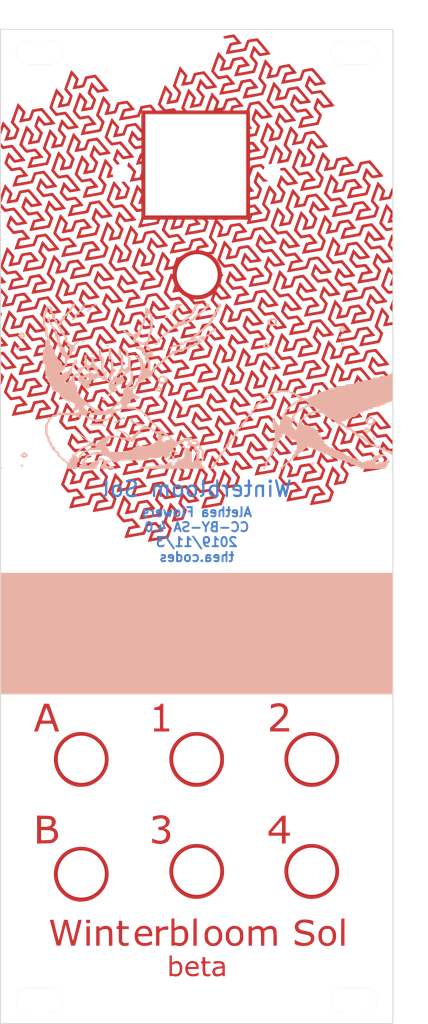
<source format=kicad_pcb>
(kicad_pcb (version 20171130) (host pcbnew "(5.1.2)-2")
  (layers (0 F.Cu signal) (31 B.Cu signal) (34 B.Paste user) (35 F.Paste user) (36 B.SilkS user) (37 F.SilkS user) (38 B.Mask user) (39 F.Mask user) (44 Edge.Cuts user))
  (net 0 "")
  (module "panel:nei" (layer B.Cu) (at 152.830231 66.7 180)
    (fp_text reference G*** hide)
    (fp_text value LOGO hide)
  )
  (module "panel:MountingHoleEurorackSlotM3" (layer F.Cu) (at 132.4 23.6)
    (fp_text reference " " hide)
    (fp_text value " " hide)
    (pad "" np_thru_hole roundrect (at 0 0) (size 6 3.2) (drill oval 6 3.2) (layers *.Cu *.Mask) (roundrect_rratio 0.5))
  )
  (module "panel:MountingHoleEurorackSlotM3" (layer F.Cu) (at 173.2 23.6)
    (fp_text reference " " hide)
    (fp_text value " " hide)
    (pad "" np_thru_hole roundrect (at 0 0) (size 6 3.2) (drill oval 6 3.2) (layers *.Cu *.Mask) (roundrect_rratio 0.5))
  )
  (module "panel:MountingHoleEurorackSlotM3" (layer F.Cu) (at 173.2 146.1)
    (fp_text reference " " hide)
    (fp_text value " " hide)
    (pad "" np_thru_hole roundrect (at 0 0) (size 6 3.2) (drill oval 6 3.2) (layers *.Cu *.Mask) (roundrect_rratio 0.5))
  )
  (module "panel:MountingHoleEurorackSlotM3" (layer F.Cu) (at 132.4 146.1)
    (fp_text reference " " hide)
    (fp_text value " " hide)
    (pad "" np_thru_hole roundrect (at 0 0) (size 6 3.2) (drill oval 6 3.2) (layers *.Cu *.Mask) (roundrect_rratio 0.5))
  )
  (module LOGO (layer F.Cu) (at 162.4 74.1)
    (fp_text reference G*** hide)
    (fp_text value LOGO hide)
    (fp_poly (pts (xy -12.827 67.147572) (xy -12.689416 67.063325) (xy -12.440493 66.949189) (xy -12.197271 66.91026) (xy -11.970647 66.945913) (xy -11.771518 67.055529) (xy -11.702242 67.119693) (xy -11.577679 67.299824) (xy -11.503047 67.527923) (xy -11.475736 67.813959) (xy -11.478614 67.973618) (xy -11.511451 68.254543) (xy -11.585695 68.47618) (xy -11.709502 68.657105) (xy -11.826949 68.766995) (xy -11.929733 68.839969) (xy -12.03208 68.881259) (xy -12.167264 68.90145) (xy -12.268469 68.90743) (xy -12.499929 68.902219) (xy -12.671055 68.865439) (xy -12.689416 68.857806) (xy -12.778833 68.827209) (xy -12.825194 68.830351) (xy -12.827 68.836043) (xy -12.864221 68.862676) (xy -12.955742 68.875986) (xy -12.975166 68.876333) (xy -13.123333 68.876333) (xy -13.123333 68.196423) (xy -12.821798 68.196423) (xy -12.821727 68.351873) (xy -12.815306 68.45207) (xy -12.800459 68.511708) (xy -12.775109 68.54548) (xy -12.73718 68.568079) (xy -12.73293 68.570139) (xy -12.609998 68.604313) (xy -12.445884 68.618869) (xy -12.272457 68.614438) (xy -12.121585 68.591651) (xy -12.031844 68.556263) (xy -11.916878 68.428598) (xy -11.837337 68.245703) (xy -11.79448 68.029817) (xy -11.789561 67.803176) (xy -11.823838 67.588016) (xy -11.898567 67.406575) (xy -11.962233 67.324251) (xy -12.094283 67.247638) (xy -12.269097 67.223198) (xy -12.462711 67.250991) (xy -12.6365 67.322554) (xy -12.805833 67.418382) (xy -12.817597 67.971029) (xy -12.821798 68.196423) (xy -13.123333 68.196423) (xy -13.123333 66.209333) (xy -12.827 66.209333) (xy -12.827 67.147572)) (layer F.Cu) (width 0.01))
    (fp_poly (pts (xy -9.96657 66.92536) (xy -9.724868 67.002845) (xy -9.546378 67.134867) (xy -9.428604 67.324424) (xy -9.369048 67.574512) (xy -9.36278 67.65002) (xy -9.346112 67.945) (xy -10.049389 67.945) (xy -10.308103 67.945438) (xy -10.494119 67.947728) (xy -10.619405 67.953334) (xy -10.695931 67.96372) (xy -10.735663 67.980351) (xy -10.750571 68.004689) (xy -10.752666 68.031026) (xy -10.721657 68.183241) (xy -10.640997 68.348189) (xy -10.529235 68.488433) (xy -10.523228 68.494066) (xy -10.441431 68.554437) (xy -10.341029 68.590335) (xy -10.194433 68.610017) (xy -10.118859 68.615076) (xy -9.937267 68.618616) (xy -9.796929 68.599921) (xy -9.655758 68.551674) (xy -9.591754 68.523435) (xy -9.355666 68.415351) (xy -9.355666 68.584502) (xy -9.363499 68.697416) (xy -9.402508 68.761767) (xy -9.495966 68.81219) (xy -9.513667 68.81967) (xy -9.68553 68.868371) (xy -9.901259 68.897284) (xy -10.128674 68.905118) (xy -10.335598 68.890578) (xy -10.475052 68.8583) (xy -10.721906 68.72885) (xy -10.903181 68.54755) (xy -11.021352 68.311124) (xy -11.073853 68.065911) (xy -11.073564 67.768346) (xy -11.048196 67.668473) (xy -10.752666 67.668473) (xy -10.712942 67.676816) (xy -10.604198 67.683762) (xy -10.442076 67.688676) (xy -10.242221 67.690926) (xy -10.197041 67.691) (xy -9.641416 67.691) (xy -9.66777 67.553417) (xy -9.717122 67.433512) (xy -9.804486 67.316308) (xy -9.821896 67.299417) (xy -9.981116 67.206874) (xy -10.166273 67.17882) (xy -10.35512 67.210123) (xy -10.525414 67.295651) (xy -10.654908 67.430273) (xy -10.691714 67.500067) (xy -10.731466 67.600691) (xy -10.751927 67.663203) (xy -10.752666 67.668473) (xy -11.048196 67.668473) (xy -11.005649 67.500971) (xy -10.878732 67.272669) (xy -10.701439 67.092324) (xy -10.482395 66.968821) (xy -10.230225 66.911044) (xy -9.96657 66.92536)) (layer F.Cu) (width 0.01))
    (fp_poly (pts (xy -8.509 66.971333) (xy -7.831666 66.971333) (xy -7.831666 67.225333) (xy -8.5151 67.225333) (xy -8.501466 67.863835) (xy -8.494029 68.137986) (xy -8.481018 68.338317) (xy -8.456226 68.475671) (xy -8.413449 68.560893) (xy -8.34648 68.604826) (xy -8.249112 68.618315) (xy -8.115141 68.612203) (xy -8.075083 68.608873) (xy -7.831666 68.588029) (xy -7.831666 68.726889) (xy -7.842682 68.825829) (xy -7.892714 68.87303) (xy -7.963958 68.892208) (xy -8.213994 68.91608) (xy -8.442124 68.888855) (xy -8.53801 68.856705) (xy -8.636564 68.802176) (xy -8.710693 68.727963) (xy -8.7641 68.621996) (xy -8.800487 68.472203) (xy -8.823556 68.266511) (xy -8.837008 67.992848) (xy -8.840313 67.870917) (xy -8.855265 67.225333) (xy -8.957299 67.225333) (xy -9.030416 67.210858) (xy -9.057082 67.150617) (xy -9.059333 67.098333) (xy -9.047943 67.00757) (xy -8.999523 66.974366) (xy -8.9535 66.971333) (xy -8.896608 66.966508) (xy -8.864921 66.939281) (xy -8.851079 66.870524) (xy -8.847728 66.741108) (xy -8.847666 66.696167) (xy -8.847666 66.421) (xy -8.509 66.421) (xy -8.509 66.971333)) (layer F.Cu) (width 0.01))
    (fp_poly (pts (xy -6.535872 66.94843) (xy -6.346352 66.986622) (xy -6.278724 67.01127) (xy -6.178181 67.062716) (xy -6.101982 67.121601) (xy -6.046791 67.199779) (xy -6.009274 67.309103) (xy -5.986096 67.461428) (xy -5.973923 67.668606) (xy -5.969418 67.942493) (xy -5.969 68.112231) (xy -5.969 68.876333) (xy -6.117166 68.876333) (xy -6.219286 68.866862) (xy -6.26049 68.829889) (xy -6.265333 68.791667) (xy -6.267784 68.736095) (xy -6.286599 68.714754) (xy -6.338972 68.729181) (xy -6.442095 68.780912) (xy -6.502232 68.812833) (xy -6.71913 68.893328) (xy -6.950064 68.921035) (xy -7.166998 68.895161) (xy -7.311028 68.835714) (xy -7.465897 68.698598) (xy -7.551699 68.51621) (xy -7.570264 68.284412) (xy -7.570169 68.283044) (xy -7.239 68.283044) (xy -7.215503 68.45024) (xy -7.140301 68.557318) (xy -7.00633 68.609853) (xy -6.819038 68.614381) (xy -6.590525 68.573265) (xy -6.421617 68.50035) (xy -6.337405 68.44448) (xy -6.290652 68.39122) (xy -6.270337 68.314419) (xy -6.265443 68.187926) (xy -6.265333 68.129453) (xy -6.265333 67.855145) (xy -6.466416 67.881149) (xy -6.683378 67.910213) (xy -6.83495 67.934165) (xy -6.939874 67.957419) (xy -7.01689 67.984391) (xy -7.084737 68.019494) (xy -7.104964 68.031577) (xy -7.194767 68.09993) (xy -7.232453 68.181582) (xy -7.239 68.283044) (xy -7.570169 68.283044) (xy -7.568191 68.254639) (xy -7.529051 68.065248) (xy -7.441684 67.915241) (xy -7.29877 67.800009) (xy -7.092989 67.714946) (xy -6.817023 67.655446) (xy -6.568825 67.625669) (xy -6.410175 67.609889) (xy -6.319526 67.593679) (xy -6.280563 67.568941) (xy -6.276969 67.527576) (xy -6.286479 67.485513) (xy -6.333797 67.360739) (xy -6.413978 67.282462) (xy -6.551445 67.228249) (xy -6.57309 67.222257) (xy -6.764222 67.201566) (xy -7.009729 67.223465) (xy -7.291817 67.286271) (xy -7.313083 67.292333) (xy -7.374061 67.30197) (xy -7.40135 67.270187) (xy -7.408235 67.177291) (xy -7.408333 67.151143) (xy -7.402759 67.041759) (xy -7.370585 66.988507) (xy -7.288634 66.962922) (xy -7.249583 66.956171) (xy -7.014873 66.931651) (xy -6.767841 66.929588) (xy -6.535872 66.94843)) (layer F.Cu) (width 0.01))
    (fp_poly (pts (xy -19.261666 62.441667) (xy -18.415 62.441667) (xy -18.415 62.780333) (xy -19.261666 62.780333) (xy -19.261666 63.586591) (xy -19.26138 63.866545) (xy -19.259555 64.074496) (xy -19.254747 64.223108) (xy -19.245509 64.325045) (xy -19.230397 64.39297) (xy -19.207964 64.439548) (xy -19.176764 64.477442) (xy -19.157757 64.496757) (xy -19.068122 64.564866) (xy -18.957109 64.595374) (xy -18.843013 64.600667) (xy -18.694231 64.59231) (xy -18.563574 64.57121) (xy -18.523589 64.559381) (xy -18.456519 64.538612) (xy -18.424989 64.556205) (xy -18.415592 64.630146) (xy -18.415 64.705049) (xy -18.424117 64.824591) (xy -18.447062 64.905004) (xy -18.458746 64.919039) (xy -18.538342 64.941397) (xy -18.675017 64.956273) (xy -18.841471 64.963168) (xy -19.010406 64.96158) (xy -19.154521 64.95101) (xy -19.2405 64.93338) (xy -19.369299 64.867877) (xy -19.468206 64.796362) (xy -19.538225 64.72596) (xy -19.591516 64.647833) (xy -19.630302 64.549786) (xy -19.656807 64.419626) (xy -19.673253 64.245158) (xy -19.681864 64.014187) (xy -19.684862 63.71452) (xy -19.685 63.607193) (xy -19.685 62.780333) (xy -19.833166 62.780333) (xy -19.928558 62.77505) (xy -19.970565 62.742801) (xy -19.981059 62.658991) (xy -19.981333 62.613682) (xy -19.975667 62.505499) (xy -19.945115 62.455274) (xy -19.869347 62.436424) (xy -19.84375 62.433765) (xy -19.706166 62.4205) (xy -19.681576 61.722) (xy -19.261666 61.722) (xy -19.261666 62.441667)) (layer F.Cu) (width 0.01))
    (fp_poly (pts (xy -16.226119 62.38358) (xy -16.082953 62.40061) (xy -15.967581 62.435432) (xy -15.885016 62.474771) (xy -15.674659 62.633612) (xy -15.515826 62.854562) (xy -15.412423 63.129725) (xy -15.368352 63.451205) (xy -15.367 63.522425) (xy -15.367 63.710015) (xy -17.2085 63.732833) (xy -17.195513 63.859833) (xy -17.143798 64.103736) (xy -17.039054 64.295984) (xy -16.964286 64.378872) (xy -16.825939 64.491746) (xy -16.679546 64.560194) (xy -16.498746 64.593061) (xy -16.306161 64.599662) (xy -16.176201 64.595751) (xy -16.059977 64.581297) (xy -15.937683 64.550687) (xy -15.789515 64.498312) (xy -15.595667 64.418558) (xy -15.459848 64.359877) (xy -15.427841 64.365281) (xy -15.414648 64.42737) (xy -15.41744 64.559572) (xy -15.417515 64.560875) (xy -15.4305 64.785984) (xy -15.663333 64.868916) (xy -15.863282 64.921016) (xy -16.102371 64.954741) (xy -16.351595 64.968646) (xy -16.581948 64.961282) (xy -16.764424 64.931203) (xy -16.785166 64.924877) (xy -17.059905 64.810884) (xy -17.268409 64.666473) (xy -17.427616 64.47707) (xy -17.530956 64.283167) (xy -17.597813 64.059935) (xy -17.628919 63.79273) (xy -17.624249 63.513939) (xy -17.594839 63.326481) (xy -17.187333 63.326481) (xy -17.184252 63.359139) (xy -17.167027 63.382623) (xy -17.123682 63.398445) (xy -17.042243 63.408115) (xy -16.910736 63.413146) (xy -16.717186 63.415048) (xy -16.483259 63.415333) (xy -15.779185 63.415333) (xy -15.802114 63.244387) (xy -15.864154 63.020604) (xy -15.982777 62.859072) (xy -16.159468 62.758575) (xy -16.395716 62.717899) (xy -16.44773 62.716833) (xy -16.620162 62.725601) (xy -16.748732 62.75884) (xy -16.873066 62.826949) (xy -16.876892 62.829472) (xy -17.022908 62.959873) (xy -17.131498 63.12184) (xy -17.184758 63.286711) (xy -17.187333 63.326481) (xy -17.594839 63.326481) (xy -17.583773 63.255951) (xy -17.531956 63.100164) (xy -17.409405 62.865362) (xy -17.270968 62.691267) (xy -17.095856 62.554062) (xy -17.012507 62.505064) (xy -16.886719 62.441519) (xy -16.775127 62.403809) (xy -16.646997 62.385354) (xy -16.471593 62.379574) (xy -16.425333 62.379354) (xy -16.226119 62.38358)) (layer F.Cu) (width 0.01))
    (fp_poly (pts (xy -12.488333 62.0395) (xy -12.486917 62.256529) (xy -12.483022 62.43986) (xy -12.477177 62.57461) (xy -12.46991 62.645897) (xy -12.466525 62.653333) (xy -12.421004 62.634101) (xy -12.324442 62.584061) (xy -12.217115 62.524882) (xy -11.936616 62.406761) (xy -11.662354 62.366251) (xy -11.40452 62.399691) (xy -11.173305 62.503422) (xy -10.978902 62.673782) (xy -10.831501 62.907113) (xy -10.780273 63.040922) (xy -10.728732 63.285479) (xy -10.707428 63.57155) (xy -10.716452 63.863242) (xy -10.755895 64.124659) (xy -10.777326 64.203708) (xy -10.878379 64.424779) (xy -11.029809 64.634234) (xy -11.210049 64.806433) (xy -11.364861 64.902145) (xy -11.565493 64.959441) (xy -11.807786 64.978264) (xy -12.058038 64.958724) (xy -12.282548 64.900932) (xy -12.28725 64.899111) (xy -12.407851 64.856182) (xy -12.469122 64.848213) (xy -12.488085 64.873581) (xy -12.488333 64.879924) (xy -12.518655 64.92011) (xy -12.616729 64.937806) (xy -12.678833 64.939333) (xy -12.869333 64.939333) (xy -12.869333 63.022665) (xy -12.467166 63.022665) (xy -12.467166 64.487279) (xy -12.319 64.540752) (xy -12.196316 64.569822) (xy -12.029714 64.590524) (xy -11.891344 64.597446) (xy -11.715435 64.592371) (xy -11.591233 64.567579) (xy -11.486737 64.516065) (xy -11.470299 64.505273) (xy -11.338928 64.400038) (xy -11.248236 64.280195) (xy -11.191684 64.128416) (xy -11.162732 63.927372) (xy -11.154833 63.669333) (xy -11.167926 63.363661) (xy -11.210809 63.13135) (xy -11.288892 62.96468) (xy -11.407585 62.855934) (xy -11.572295 62.797391) (xy -11.777148 62.781248) (xy -11.983926 62.804536) (xy -12.190196 62.880392) (xy -12.234333 62.902414) (xy -12.467166 63.022665) (xy -12.869333 63.022665) (xy -12.869333 61.425667) (xy -12.488333 61.425667) (xy -12.488333 62.0395)) (layer F.Cu) (width 0.01))
    (fp_poly (pts (xy -7.330959 62.370617) (xy -7.03011 62.439428) (xy -6.776707 62.576086) (xy -6.57426 62.776064) (xy -6.426278 63.034833) (xy -6.336273 63.347867) (xy -6.307666 63.6905) (xy -6.326497 63.999651) (xy -6.388021 64.252648) (xy -6.499788 64.470366) (xy -6.659667 64.663828) (xy -6.857212 64.83752) (xy -7.031995 64.930134) (xy -7.0485 64.93502) (xy -7.26063 64.971721) (xy -7.497169 64.979609) (xy -7.725051 64.959894) (xy -7.911211 64.913785) (xy -7.938439 64.902458) (xy -8.164304 64.758227) (xy -8.359073 64.553766) (xy -8.484102 64.347142) (xy -8.52571 64.241503) (xy -8.552248 64.126345) (xy -8.566727 63.979278) (xy -8.572163 63.777914) (xy -8.572486 63.6905) (xy -8.570744 63.540984) (xy -8.160411 63.540984) (xy -8.155676 63.852334) (xy -8.098354 64.122065) (xy -7.994574 64.343361) (xy -7.850465 64.509403) (xy -7.672158 64.613374) (xy -7.465782 64.648458) (xy -7.237468 64.607835) (xy -7.210006 64.597973) (xy -7.01737 64.481693) (xy -6.872528 64.299953) (xy -6.778331 64.059047) (xy -6.737629 63.76527) (xy -6.740393 63.561131) (xy -6.785846 63.260349) (xy -6.87969 63.028639) (xy -7.022781 62.86501) (xy -7.215972 62.768473) (xy -7.450666 62.738) (xy -7.693903 62.771552) (xy -7.886444 62.872441) (xy -8.028596 63.041015) (xy -8.120669 63.277623) (xy -8.160411 63.540984) (xy -8.570744 63.540984) (xy -8.569916 63.470006) (xy -8.559875 63.310106) (xy -8.538842 63.186821) (xy -8.503297 63.07617) (xy -8.471231 63.000742) (xy -8.315496 62.753821) (xy -8.102449 62.561392) (xy -7.844936 62.430554) (xy -7.555805 62.368407) (xy -7.330959 62.370617)) (layer F.Cu) (width 0.01))
    (fp_poly (pts (xy -4.508415 62.377977) (xy -4.222861 62.462033) (xy -3.973055 62.616982) (xy -3.770002 62.837023) (xy -3.692126 62.964533) (xy -3.641737 63.066816) (xy -3.608641 63.159925) (xy -3.589251 63.265841) (xy -3.579982 63.40655) (xy -3.577249 63.604036) (xy -3.577166 63.669333) (xy -3.579814 63.898206) (xy -3.589624 64.064001) (xy -3.609398 64.188194) (xy -3.641937 64.292262) (xy -3.665565 64.347142) (xy -3.814384 64.584224) (xy -4.014773 64.781912) (xy -4.211227 64.902458) (xy -4.383753 64.952319) (xy -4.603441 64.976368) (xy -4.836621 64.973993) (xy -5.049625 64.94458) (xy -5.138611 64.919339) (xy -5.323487 64.818285) (xy -5.504126 64.658388) (xy -5.656567 64.463146) (xy -5.719438 64.349784) (xy -5.787314 64.142668) (xy -5.827342 63.886186) (xy -5.829739 63.82317) (xy -5.406248 63.82317) (xy -5.354703 64.094365) (xy -5.256077 64.319196) (xy -5.116673 64.490719) (xy -4.942792 64.601987) (xy -4.740737 64.646055) (xy -4.516808 64.615978) (xy -4.43108 64.585256) (xy -4.237369 64.460554) (xy -4.09779 64.272044) (xy -4.013238 64.021751) (xy -3.984608 63.711701) (xy -3.988355 63.582453) (xy -4.030453 63.277085) (xy -4.118659 63.041851) (xy -4.254531 62.874888) (xy -4.43963 62.77433) (xy -4.675518 62.73831) (xy -4.694677 62.738158) (xy -4.937439 62.771205) (xy -5.129382 62.870651) (xy -5.271421 63.037495) (xy -5.364469 63.272734) (xy -5.40441 63.512557) (xy -5.406248 63.82317) (xy -5.829739 63.82317) (xy -5.837794 63.611507) (xy -5.816942 63.349802) (xy -5.783536 63.19356) (xy -5.659388 62.902011) (xy -5.476362 62.667769) (xy -5.24094 62.496362) (xy -4.959605 62.393319) (xy -4.818708 62.370617) (xy -4.508415 62.377977)) (layer F.Cu) (width 0.01))
    (fp_poly (pts (xy 4.579629 61.565133) (xy 4.859347 61.590657) (xy 5.111519 61.634477) (xy 5.228167 61.665838) (xy 5.482167 61.746314) (xy 5.49477 62.009324) (xy 5.498071 62.14584) (xy 5.494177 62.24092) (xy 5.48521 62.272333) (xy 5.438218 62.252175) (xy 5.349546 62.202206) (xy 5.32444 62.186962) (xy 5.081456 62.069601) (xy 4.803208 61.987411) (xy 4.512663 61.942975) (xy 4.232789 61.938879) (xy 3.986553 61.977708) (xy 3.864544 62.022669) (xy 3.690375 62.145161) (xy 3.58678 62.303081) (xy 3.558314 62.484079) (xy 3.609533 62.675804) (xy 3.617635 62.69206) (xy 3.676199 62.774596) (xy 3.765642 62.842911) (xy 3.898293 62.902088) (xy 4.086484 62.95721) (xy 4.342545 63.013361) (xy 4.445 63.033164) (xy 4.810233 63.11364) (xy 5.09816 63.20547) (xy 5.315948 63.314293) (xy 5.470765 63.445748) (xy 5.569777 63.605472) (xy 5.620152 63.799105) (xy 5.630334 63.965667) (xy 5.593008 64.245589) (xy 5.481098 64.485478) (xy 5.294707 64.685181) (xy 5.046296 64.838706) (xy 4.81952 64.91537) (xy 4.538184 64.962052) (xy 4.227291 64.977723) (xy 3.911843 64.961356) (xy 3.616843 64.911921) (xy 3.568086 64.899497) (xy 3.364617 64.842888) (xy 3.229093 64.795228) (xy 3.147708 64.743436) (xy 3.106657 64.674431) (xy 3.092134 64.575135) (xy 3.090334 64.446853) (xy 3.090334 64.169019) (xy 3.227917 64.260642) (xy 3.51501 64.419184) (xy 3.818106 64.528888) (xy 4.122865 64.588898) (xy 4.414948 64.598361) (xy 4.680014 64.556423) (xy 4.903724 64.462229) (xy 5.025097 64.367703) (xy 5.117088 64.259401) (xy 5.157226 64.153314) (xy 5.164667 64.039109) (xy 5.153793 63.900924) (xy 5.11491 63.789585) (xy 5.038629 63.699386) (xy 4.915558 63.624621) (xy 4.736306 63.559583) (xy 4.491484 63.498566) (xy 4.172028 63.435924) (xy 3.859357 63.367744) (xy 3.61795 63.286111) (xy 3.434594 63.183212) (xy 3.296074 63.051235) (xy 3.189175 62.882366) (xy 3.170592 62.843833) (xy 3.102907 62.604951) (xy 3.111991 62.364391) (xy 3.191105 62.134437) (xy 3.333509 61.927368) (xy 3.532464 61.755466) (xy 3.781231 61.631012) (xy 3.847946 61.609467) (xy 4.046654 61.573424) (xy 4.29964 61.559017) (xy 4.579629 61.565133)) (layer F.Cu) (width 0.01))
    (fp_poly (pts (xy 7.571241 62.397646) (xy 7.786177 62.458131) (xy 7.971556 62.570751) (xy 8.112677 62.70254) (xy 8.288221 62.949085) (xy 8.402659 63.242718) (xy 8.453825 63.569744) (xy 8.439553 63.916466) (xy 8.359604 64.263341) (xy 8.23167 64.527991) (xy 8.043544 64.736276) (xy 7.802065 64.883553) (xy 7.514071 64.965181) (xy 7.3025 64.980839) (xy 7.083907 64.9688) (xy 6.905185 64.927196) (xy 6.7915 64.880881) (xy 6.549704 64.727509) (xy 6.367494 64.519032) (xy 6.243576 64.252912) (xy 6.176656 63.926611) (xy 6.166167 63.711875) (xy 6.599562 63.711875) (xy 6.599572 63.722186) (xy 6.620366 64.013695) (xy 6.684387 64.239754) (xy 6.796249 64.410259) (xy 6.96057 64.535112) (xy 6.984531 64.54775) (xy 7.124485 64.605262) (xy 7.258373 64.639157) (xy 7.3025 64.643) (xy 7.419471 64.623548) (xy 7.562519 64.574485) (xy 7.620469 64.54775) (xy 7.787099 64.433012) (xy 7.903091 64.277828) (xy 7.973505 64.071023) (xy 8.003398 63.801421) (xy 8.005234 63.697806) (xy 7.986485 63.396341) (xy 7.9272 63.157819) (xy 7.822822 62.96854) (xy 7.728173 62.865) (xy 7.656775 62.808896) (xy 7.57798 62.776857) (xy 7.465777 62.762432) (xy 7.301441 62.759167) (xy 7.13723 62.761699) (xy 7.030335 62.774891) (xy 6.953434 62.807133) (xy 6.879206 62.866814) (xy 6.845122 62.8993) (xy 6.730155 63.040623) (xy 6.654274 63.211873) (xy 6.612427 63.42998) (xy 6.599562 63.711875) (xy 6.166167 63.711875) (xy 6.163055 63.648167) (xy 6.185648 63.327001) (xy 6.254612 63.063048) (xy 6.375879 62.839137) (xy 6.489752 62.70254) (xy 6.671448 62.541838) (xy 6.861288 62.441207) (xy 7.084363 62.390679) (xy 7.3025 62.379632) (xy 7.571241 62.397646)) (layer F.Cu) (width 0.01))
    (fp_poly (pts (xy -26.317256 61.616167) (xy -25.979404 62.992) (xy -25.881408 63.38709) (xy -25.80048 63.704176) (xy -25.735275 63.947893) (xy -25.684451 64.122877) (xy -25.646665 64.233766) (xy -25.620573 64.285194) (xy -25.60538 64.283167) (xy -25.586202 64.220902) (xy -25.550284 64.087809) (xy -25.500563 63.895409) (xy -25.439973 63.655222) (xy -25.37145 63.37877) (xy -25.297929 63.077573) (xy -25.292584 63.0555) (xy -25.218083 62.748259) (xy -25.148055 62.460576) (xy -25.085559 62.204928) (xy -25.033653 61.993798) (xy -24.995397 61.839663) (xy -24.973848 61.755004) (xy -24.973514 61.75375) (xy -24.944387 61.660187) (xy -24.904994 61.61328) (xy -24.82925 61.59692) (xy -24.716446 61.595) (xy -24.590635 61.597162) (xy -24.530671 61.611484) (xy -24.517736 61.649719) (xy -24.530052 61.711417) (xy -24.54689 61.777956) (xy -24.582497 61.916552) (xy -24.634318 62.117325) (xy -24.699796 62.370394) (xy -24.776375 62.665881) (xy -24.861498 62.993905) (xy -24.952608 63.344586) (xy -24.957975 63.365229) (xy -25.047987 63.711929) (xy -25.130917 64.032261) (xy -25.204427 64.317127) (xy -25.266182 64.557433) (xy -25.313843 64.744084) (xy -25.345075 64.867983) (xy -25.357541 64.920036) (xy -25.357666 64.920979) (xy -25.396126 64.930688) (xy -25.496034 64.937341) (xy -25.610035 64.939333) (xy -25.862403 64.939333) (xy -25.904366 64.780583) (xy -25.925166 64.699614) (xy -25.963442 64.548366) (xy -26.01621 64.338717) (xy -26.080486 64.082546) (xy -26.153288 63.791731) (xy -26.231631 63.478151) (xy -26.252216 63.395654) (xy -26.329262 63.090432) (xy -26.400253 62.816119) (xy -26.462575 62.58227) (xy -26.513614 62.398441) (xy -26.550756 62.274187) (xy -26.571387 62.219066) (xy -26.574323 62.218136) (xy -26.58807 62.269771) (xy -26.619473 62.393457) (xy -26.665996 62.579021) (xy -26.725101 62.81629) (xy -26.794252 63.095091) (xy -26.870912 63.405252) (xy -26.91707 63.592482) (xy -27.243597 64.918167) (xy -27.486477 64.930878) (xy -27.643749 64.931385) (xy -27.728242 64.91125) (xy -27.748064 64.888544) (xy -27.762724 64.836377) (xy -27.796367 64.711663) (xy -27.84651 64.523756) (xy -27.910671 64.28201) (xy -27.986368 63.99578) (xy -28.071119 63.674419) (xy -28.162442 63.327281) (xy -28.172675 63.288333) (xy -28.264776 62.938003) (xy -28.350722 62.611603) (xy -28.428001 62.318638) (xy -28.494101 62.06861) (xy -28.546508 61.871024) (xy -28.582709 61.735384) (xy -28.600191 61.671193) (xy -28.600809 61.669083) (xy -28.602865 61.626268) (xy -28.564236 61.603897) (xy -28.467348 61.595719) (xy -28.392495 61.595) (xy -28.161951 61.595) (xy -27.83349 62.917917) (xy -27.752915 63.24009) (xy -27.677836 63.535811) (xy -27.610883 63.79507) (xy -27.554683 64.007859) (xy -27.511866 64.16417) (xy -27.48506 64.253994) (xy -27.477929 64.271635) (xy -27.461674 64.23965) (xy -27.427988 64.134697) (xy -27.379429 63.966082) (xy -27.318554 63.743111) (xy -27.247922 63.475089) (xy -27.17009 63.171321) (xy -27.113814 62.946907) (xy -26.776798 61.591377) (xy -26.317256 61.616167)) (layer F.Cu) (width 0.01))
    (fp_poly (pts (xy -23.452666 64.939333) (xy -23.876 64.939333) (xy -23.876 62.441667) (xy -23.452666 62.441667) (xy -23.452666 64.939333)) (layer F.Cu) (width 0.01))
    (fp_poly (pts (xy -21.151794 62.38942) (xy -20.932846 62.463103) (xy -20.763448 62.588041) (xy -20.693542 62.670177) (xy -20.639083 62.758264) (xy -20.598196 62.863749) (xy -20.569005 62.998077) (xy -20.549634 63.172693) (xy -20.538208 63.399043) (xy -20.53285 63.688572) (xy -20.531666 64.002328) (xy -20.531666 64.939333) (xy -20.955 64.939333) (xy -20.955 64.048973) (xy -20.957253 63.683278) (xy -20.966552 63.393737) (xy -20.986706 63.1719) (xy -21.021525 63.009319) (xy -21.074817 62.897543) (xy -21.150392 62.828121) (xy -21.252058 62.792605) (xy -21.383626 62.782543) (xy -21.523529 62.787802) (xy -21.760022 62.824751) (xy -21.964293 62.910162) (xy -21.983448 62.921152) (xy -22.182666 63.037902) (xy -22.182666 64.939333) (xy -22.606 64.939333) (xy -22.606 62.441667) (xy -22.394333 62.441667) (xy -22.269058 62.444274) (xy -22.206592 62.46129) (xy -22.185078 62.506506) (xy -22.182666 62.575228) (xy -22.178373 62.663055) (xy -22.156037 62.679406) (xy -22.108583 62.64366) (xy -21.893885 62.49927) (xy -21.650638 62.408261) (xy -21.397166 62.371392) (xy -21.151794 62.38942)) (layer F.Cu) (width 0.01))
    (fp_poly (pts (xy -13.292568 62.659289) (xy -13.292469 62.886167) (xy -13.605511 62.872398) (xy -13.792126 62.869943) (xy -13.928206 62.885695) (xy -14.04689 62.924917) (xy -14.103026 62.951414) (xy -14.210762 63.005276) (xy -14.292359 63.052149) (xy -14.351439 63.104064) (xy -14.391622 63.173056) (xy -14.416529 63.271156) (xy -14.42978 63.410398) (xy -14.434996 63.602813) (xy -14.435798 63.860435) (xy -14.435666 64.056894) (xy -14.435666 64.939333) (xy -14.859 64.939333) (xy -14.859 62.441667) (xy -14.440535 62.441667) (xy -14.427517 62.60796) (xy -14.4145 62.774253) (xy -14.165032 62.61906) (xy -14.015191 62.532959) (xy -13.887667 62.483245) (xy -13.743359 62.458003) (xy -13.604115 62.44814) (xy -13.292666 62.432412) (xy -13.292568 62.659289)) (layer F.Cu) (width 0.01))
    (fp_poly (pts (xy -9.609666 64.939333) (xy -10.033939 64.939333) (xy -10.011833 61.446833) (xy -9.81075 61.43393) (xy -9.609666 61.421028) (xy -9.609666 64.939333)) (layer F.Cu) (width 0.01))
    (fp_poly (pts (xy 0.259334 62.412713) (xy 0.321688 62.437663) (xy 0.445106 62.503309) (xy 0.543569 62.582461) (xy 0.619777 62.684814) (xy 0.676428 62.820063) (xy 0.716222 62.997903) (xy 0.741856 63.228029) (xy 0.75603 63.520135) (xy 0.761442 63.883916) (xy 0.761764 64.018583) (xy 0.762 64.939333) (xy 0.338667 64.939333) (xy 0.338667 64.048973) (xy 0.336275 63.682618) (xy 0.326667 63.392474) (xy 0.30619 63.170161) (xy 0.271196 63.007299) (xy 0.218032 62.895507) (xy 0.143049 62.826406) (xy 0.042595 62.791616) (xy -0.08698 62.782755) (xy -0.21046 62.788442) (xy -0.441336 62.830637) (xy -0.648847 62.930613) (xy -0.648961 62.930685) (xy -0.846515 63.0555) (xy -0.846591 63.997417) (xy -0.846666 64.939333) (xy -1.27 64.939333) (xy -1.270236 64.082083) (xy -1.272547 63.731771) (xy -1.280238 63.456019) (xy -1.294768 63.244808) (xy -1.317595 63.088122) (xy -1.350178 62.975944) (xy -1.393977 62.898257) (xy -1.450398 62.845081) (xy -1.596592 62.788027) (xy -1.786691 62.777744) (xy -1.995427 62.812181) (xy -2.197531 62.889289) (xy -2.233083 62.908587) (xy -2.455333 63.036046) (xy -2.455333 64.939333) (xy -2.878666 64.939333) (xy -2.878666 62.441667) (xy -2.667 62.441667) (xy -2.541725 62.444274) (xy -2.479258 62.46129) (xy -2.457745 62.506506) (xy -2.455333 62.575228) (xy -2.45104 62.663055) (xy -2.428703 62.679406) (xy -2.38125 62.64366) (xy -2.233969 62.543844) (xy -2.042788 62.452978) (xy -1.848014 62.388825) (xy -1.767114 62.373012) (xy -1.509375 62.37605) (xy -1.273924 62.453642) (xy -1.082535 62.595301) (xy -0.936175 62.746002) (xy -0.788089 62.633051) (xy -0.532874 62.479759) (xy -0.261393 62.389854) (xy 0.008596 62.366463) (xy 0.259334 62.412713)) (layer F.Cu) (width 0.01))
    (fp_poly (pts (xy 9.525 64.939333) (xy 9.100728 64.939333) (xy 9.122834 61.446833) (xy 9.323917 61.43393) (xy 9.525 61.421028) (xy 9.525 64.939333)) (layer F.Cu) (width 0.01))
    (fp_poly (pts (xy -23.418597 61.796083) (xy -23.4315 61.997167) (xy -23.644793 62.009652) (xy -23.773079 62.011311) (xy -23.864283 62.001721) (xy -23.888209 61.992013) (xy -23.906748 61.934361) (xy -23.917361 61.825583) (xy -23.918333 61.778444) (xy -23.918333 61.595) (xy -23.405694 61.595) (xy -23.418597 61.796083)) (layer F.Cu) (width 0.01))
    (fp_poly (pts (xy -24.033001 52.191827) (xy -23.514803 52.304252) (xy -23.02924 52.493859) (xy -22.572294 52.762265) (xy -22.13995 53.111093) (xy -22.082304 53.165339) (xy -21.719902 53.567976) (xy -21.430341 54.007487) (xy -21.21442 54.476271) (xy -21.072938 54.966726) (xy -21.006692 55.471249) (xy -21.01648 55.982239) (xy -21.103102 56.492093) (xy -21.267355 56.99321) (xy -21.510036 57.477988) (xy -21.612415 57.640536) (xy -21.940075 58.060077) (xy -22.323003 58.423301) (xy -22.751896 58.725866) (xy -23.217452 58.96343) (xy -23.710369 59.131651) (xy -24.221345 59.226187) (xy -24.741078 59.242696) (xy -24.997833 59.220773) (xy -25.403685 59.140374) (xy -25.822272 59.004706) (xy -26.216017 58.826599) (xy -26.318145 58.77003) (xy -26.573333 58.596973) (xy -26.8444 58.370653) (xy -27.111198 58.111389) (xy -27.353579 57.839501) (xy -27.551396 57.575305) (xy -27.63073 57.446333) (xy -27.868255 56.940268) (xy -28.024193 56.421093) (xy -28.098365 55.894691) (xy -28.095042 55.669171) (xy -27.559 55.669171) (xy -27.52078 56.183185) (xy -27.405696 56.661893) (xy -27.213115 57.106833) (xy -26.942402 57.519545) (xy -26.669681 57.827014) (xy -26.324376 58.122489) (xy -25.934907 58.368848) (xy -25.521924 58.555012) (xy -25.106077 58.6699) (xy -25.09499 58.671913) (xy -24.813489 58.700676) (xy -24.488619 58.699757) (xy -24.155383 58.671517) (xy -23.848781 58.618315) (xy -23.699612 58.57781) (xy -23.241351 58.388432) (xy -22.820619 58.130772) (xy -22.445342 57.813444) (xy -22.123445 57.445059) (xy -21.862853 57.03423) (xy -21.671493 56.58957) (xy -21.587059 56.282167) (xy -21.561424 56.116318) (xy -21.542603 55.905872) (xy -21.533954 55.690826) (xy -21.533748 55.647167) (xy -21.575626 55.170761) (xy -21.693678 54.716881) (xy -21.880955 54.291967) (xy -22.130508 53.902454) (xy -22.435388 53.554781) (xy -22.788646 53.255386) (xy -23.183332 53.010706) (xy -23.612497 52.827178) (xy -24.069191 52.711242) (xy -24.546466 52.669333) (xy -24.742346 52.674786) (xy -25.23372 52.742854) (xy -25.689591 52.885831) (xy -26.114724 53.105911) (xy -26.513881 53.405287) (xy -26.692143 53.572287) (xy -27.021294 53.954322) (xy -27.271074 54.36488) (xy -27.442744 54.807008) (xy -27.537562 55.283753) (xy -27.559 55.669171) (xy -28.095042 55.669171) (xy -28.090588 55.366945) (xy -28.000681 54.843738) (xy -27.828463 54.330952) (xy -27.733066 54.123167) (xy -27.451989 53.64728) (xy -27.113608 53.23039) (xy -26.723791 52.876167) (xy -26.288407 52.588285) (xy -25.813327 52.370417) (xy -25.304418 52.226235) (xy -24.767549 52.159412) (xy -24.587851 52.154963) (xy -24.033001 52.191827)) (layer F.Cu) (width 0.01))
    (fp_poly (pts (xy -9.469221 51.801383) (xy -9.125745 51.826408) (xy -8.821453 51.875877) (xy -8.744118 51.894937) (xy -8.222323 52.078317) (xy -7.741142 52.331762) (xy -7.306891 52.649336) (xy -6.925885 53.025101) (xy -6.604438 53.453119) (xy -6.348868 53.927452) (xy -6.216612 54.271333) (xy -6.155785 54.471021) (xy -6.114788 54.647052) (xy -6.088717 54.829771) (xy -6.07267 55.049518) (xy -6.066141 55.202667) (xy -6.05975 55.444019) (xy -6.062511 55.629627) (xy -6.077077 55.788166) (xy -6.106098 55.948306) (xy -6.152229 56.138723) (xy -6.152996 56.141694) (xy -6.314737 56.641176) (xy -6.531326 57.086526) (xy -6.812816 57.495091) (xy -7.154317 57.869667) (xy -7.566436 58.215758) (xy -8.020427 58.493426) (xy -8.50681 58.699863) (xy -9.016103 58.832262) (xy -9.538826 58.887816) (xy -10.065498 58.863717) (xy -10.3505 58.816111) (xy -10.850069 58.66882) (xy -11.314471 58.449992) (xy -11.738544 58.167261) (xy -12.117125 57.828262) (xy -12.445052 57.440631) (xy -12.717161 57.012) (xy -12.928289 56.550006) (xy -13.073275 56.062283) (xy -13.146455 55.559891) (xy -12.605741 55.559891) (xy -12.567896 55.903326) (xy -12.485866 56.226526) (xy -12.353604 56.558551) (xy -12.28726 56.696391) (xy -12.058348 57.071166) (xy -11.76619 57.418903) (xy -11.426119 57.726393) (xy -11.05347 57.980428) (xy -10.663577 58.167799) (xy -10.523026 58.21606) (xy -10.022829 58.327237) (xy -9.524651 58.354909) (xy -9.032837 58.29894) (xy -8.892816 58.267244) (xy -8.750818 58.221919) (xy -8.563834 58.149204) (xy -8.361798 58.061146) (xy -8.255108 58.010542) (xy -7.851445 57.766523) (xy -7.486657 57.453739) (xy -7.169618 57.082601) (xy -6.909206 56.663518) (xy -6.714295 56.2069) (xy -6.712382 56.201212) (xy -6.604104 55.749673) (xy -6.574915 55.291101) (xy -6.620802 54.834675) (xy -6.737756 54.389575) (xy -6.921763 53.964981) (xy -7.168814 53.570074) (xy -7.474897 53.214034) (xy -7.836001 52.90604) (xy -8.248113 52.655274) (xy -8.265597 52.646566) (xy -8.593053 52.499323) (xy -8.890171 52.401883) (xy -9.187862 52.347684) (xy -9.517037 52.330166) (xy -9.736666 52.334307) (xy -10.225336 52.385404) (xy -10.667312 52.502692) (xy -11.074437 52.691188) (xy -11.458552 52.95591) (xy -11.693377 53.163427) (xy -12.014598 53.517726) (xy -12.265791 53.902837) (xy -12.452586 54.317217) (xy -12.514944 54.496765) (xy -12.556556 54.655455) (xy -12.582784 54.823104) (xy -12.598991 55.029531) (xy -12.605446 55.167165) (xy -12.605741 55.559891) (xy -13.146455 55.559891) (xy -13.146955 55.556465) (xy -13.144167 55.040188) (xy -13.105902 54.741392) (xy -12.97229 54.21326) (xy -12.764831 53.720435) (xy -12.489109 53.268906) (xy -12.150707 52.864661) (xy -11.755206 52.51369) (xy -11.308189 52.221982) (xy -10.815239 51.995524) (xy -10.435166 51.876282) (xy -10.15389 51.825989) (xy -9.821922 51.801133) (xy -9.469221 51.801383)) (layer F.Cu) (width 0.01))
    (fp_poly (pts (xy 5.42935 51.801356) (xy 5.77315 51.825921) (xy 6.078775 51.87473) (xy 6.1595 51.8943) (xy 6.678467 52.07419) (xy 7.154049 52.321386) (xy 7.581223 52.62945) (xy 7.954965 52.991943) (xy 8.270252 53.402427) (xy 8.522059 53.854465) (xy 8.705364 54.341617) (xy 8.815143 54.857446) (xy 8.846932 55.338465) (xy 8.805827 55.863673) (xy 8.688837 56.364166) (xy 8.502443 56.834696) (xy 8.253129 57.270016) (xy 7.947376 57.664879) (xy 7.591666 58.014037) (xy 7.192483 58.312244) (xy 6.756308 58.554251) (xy 6.289623 58.734811) (xy 5.798912 58.848677) (xy 5.290655 58.890602) (xy 4.771336 58.855338) (xy 4.550834 58.816111) (xy 4.052231 58.669004) (xy 3.588509 58.45028) (xy 3.164854 58.167612) (xy 2.786456 57.828671) (xy 2.458502 57.441132) (xy 2.186181 57.012667) (xy 1.974683 56.550947) (xy 1.829194 56.063647) (xy 1.754903 55.558438) (xy 1.755508 55.409583) (xy 2.295052 55.409583) (xy 2.297797 55.473459) (xy 2.360661 55.981871) (xy 2.498044 56.450444) (xy 2.710997 56.88142) (xy 3.000569 57.277041) (xy 3.273849 57.556648) (xy 3.680903 57.875411) (xy 4.11498 58.11412) (xy 4.57379 58.272151) (xy 5.055043 58.348881) (xy 5.556451 58.343685) (xy 5.947834 58.284928) (xy 6.35585 58.159872) (xy 6.757072 57.961115) (xy 7.137221 57.699289) (xy 7.482017 57.385028) (xy 7.77718 57.028965) (xy 7.910811 56.82321) (xy 8.126553 56.377098) (xy 8.264233 55.908814) (xy 8.322674 55.42824) (xy 8.300702 54.945259) (xy 8.197141 54.469754) (xy 8.192469 54.454778) (xy 8.050222 54.084073) (xy 7.864072 53.750442) (xy 7.620067 53.431676) (xy 7.408299 53.206417) (xy 7.223327 53.028808) (xy 7.066579 52.89666) (xy 6.911685 52.790719) (xy 6.732273 52.691733) (xy 6.642033 52.647005) (xy 6.293228 52.494872) (xy 5.971993 52.395483) (xy 5.64649 52.34126) (xy 5.287855 52.324626) (xy 4.788361 52.361558) (xy 4.323017 52.474945) (xy 3.888272 52.666274) (xy 3.480577 52.937032) (xy 3.171894 53.211446) (xy 2.988867 53.40122) (xy 2.851516 53.565318) (xy 2.739516 53.731098) (xy 2.632543 53.925918) (xy 2.614452 53.96178) (xy 2.453413 54.325396) (xy 2.350816 54.667296) (xy 2.300188 55.018389) (xy 2.295052 55.409583) (xy 1.755508 55.409583) (xy 1.757 55.042994) (xy 1.795431 54.741392) (xy 1.929044 54.21326) (xy 2.136502 53.720435) (xy 2.412224 53.268906) (xy 2.750627 52.864661) (xy 3.146128 52.51369) (xy 3.593144 52.221982) (xy 4.086094 51.995524) (xy 4.466167 51.876282) (xy 4.746131 51.82622) (xy 5.077101 51.80135) (xy 5.42935 51.801356)) (layer F.Cu) (width 0.01))
    (fp_poly (pts (xy -13.874528 48.097744) (xy -13.737166 48.130256) (xy -13.487843 48.249214) (xy -13.289851 48.420103) (xy -13.154742 48.630822) (xy -13.104141 48.793532) (xy -13.103598 49.013753) (xy -13.175662 49.232581) (xy -13.309818 49.432513) (xy -13.495553 49.596047) (xy -13.631333 49.671185) (xy -13.740871 49.722089) (xy -13.780972 49.751605) (xy -13.760215 49.771239) (xy -13.716 49.784739) (xy -13.465563 49.885327) (xy -13.263443 50.032445) (xy -13.146326 50.179231) (xy -13.06019 50.402433) (xy -13.03399 50.656229) (xy -13.063543 50.918397) (xy -13.144665 51.16671) (xy -13.273173 51.378943) (xy -13.394624 51.498413) (xy -13.66785 51.657066) (xy -13.986569 51.758475) (xy -14.330067 51.798172) (xy -14.6685 51.773288) (xy -14.835295 51.738823) (xy -15.026061 51.691393) (xy -15.123583 51.663852) (xy -15.367 51.590928) (xy -15.367 51.343631) (xy -15.36453 51.211651) (xy -15.358124 51.121931) (xy -15.351101 51.096333) (xy -15.307129 51.112107) (xy -15.208498 51.153182) (xy -15.094632 51.202725) (xy -14.916379 51.268876) (xy -14.708129 51.328246) (xy -14.567632 51.358233) (xy -14.398524 51.382549) (xy -14.271477 51.384081) (xy -14.146369 51.360401) (xy -14.033587 51.325925) (xy -13.802655 51.21874) (xy -13.642992 51.069289) (xy -13.549066 50.870941) (xy -13.520479 50.710902) (xy -13.517143 50.5308) (xy -13.550755 50.390771) (xy -13.57582 50.337342) (xy -13.67467 50.189684) (xy -13.798504 50.090768) (xy -13.966171 50.030559) (xy -14.19652 49.999022) (xy -14.213727 49.997752) (xy -14.5415 49.9745) (xy -14.554403 49.773417) (xy -14.567305 49.572333) (xy -14.385069 49.572097) (xy -14.101848 49.540422) (xy -13.865443 49.448651) (xy -13.750638 49.366123) (xy -13.662405 49.267227) (xy -13.616565 49.150738) (xy -13.600174 49.038729) (xy -13.59419 48.899573) (xy -13.616803 48.803408) (xy -13.678724 48.710466) (xy -13.69337 48.692793) (xy -13.851238 48.560527) (xy -14.053167 48.489085) (xy -14.302195 48.478586) (xy -14.60136 48.529152) (xy -14.953698 48.640904) (xy -15.229416 48.753755) (xy -15.260505 48.743316) (xy -15.277309 48.670366) (xy -15.282333 48.524696) (xy -15.282333 48.272334) (xy -14.95425 48.17363) (xy -14.69148 48.113822) (xy -14.405399 48.080578) (xy -14.123812 48.074888) (xy -13.874528 48.097744)) (layer F.Cu) (width 0.01))
    (fp_poly (pts (xy -29.389916 48.141368) (xy -29.077503 48.148572) (xy -28.837308 48.157314) (xy -28.656885 48.168678) (xy -28.523788 48.183743) (xy -28.42557 48.20359) (xy -28.349786 48.229302) (xy -28.342744 48.232333) (xy -28.111695 48.370618) (xy -27.954343 48.550521) (xy -27.870501 48.772313) (xy -27.855333 48.937333) (xy -27.888871 49.172477) (xy -27.994072 49.376358) (xy -28.149095 49.539144) (xy -28.326873 49.691316) (xy -28.199388 49.719316) (xy -27.983089 49.807927) (xy -27.799643 49.962692) (xy -27.660654 50.167811) (xy -27.577723 50.407481) (xy -27.559236 50.591115) (xy -27.576532 50.847889) (xy -27.634614 51.052291) (xy -27.743673 51.230898) (xy -27.849757 51.348789) (xy -27.961456 51.453722) (xy -28.070158 51.535847) (xy -28.188335 51.598222) (xy -28.32846 51.643902) (xy -28.503007 51.675945) (xy -28.724447 51.697407) (xy -29.005254 51.711345) (xy -29.357901 51.720815) (xy -29.36875 51.721042) (xy -30.268333 51.739755) (xy -30.268333 51.315765) (xy -29.760333 51.315765) (xy -29.135916 51.301299) (xy -28.882386 51.29392) (xy -28.697648 51.284002) (xy -28.56583 51.269498) (xy -28.47106 51.248358) (xy -28.397466 51.218535) (xy -28.367758 51.202167) (xy -28.199129 51.076466) (xy -28.099503 50.928899) (xy -28.056779 50.737693) (xy -28.052889 50.635625) (xy -28.067266 50.438075) (xy -28.115862 50.283849) (xy -28.20687 50.168205) (xy -28.348486 50.0864) (xy -28.548904 50.033691) (xy -28.816319 50.005336) (xy -29.157083 49.996596) (xy -29.760333 49.995667) (xy -29.760333 51.315765) (xy -30.268333 51.315765) (xy -30.268333 48.556333) (xy -29.760333 48.556333) (xy -29.760333 49.572333) (xy -29.295523 49.572333) (xy -29.028229 49.566336) (xy -28.829954 49.547274) (xy -28.685834 49.513542) (xy -28.658897 49.503586) (xy -28.496063 49.401462) (xy -28.398633 49.249049) (xy -28.36354 49.041347) (xy -28.363333 49.021319) (xy -28.376549 48.863186) (xy -28.422507 48.743985) (xy -28.510672 48.658756) (xy -28.65051 48.602542) (xy -28.851488 48.570383) (xy -29.12307 48.557322) (xy -29.250973 48.556333) (xy -29.760333 48.556333) (xy -30.268333 48.556333) (xy -30.268333 48.124445) (xy -29.389916 48.141368)) (layer F.Cu) (width 0.01))
    (fp_poly (pts (xy 1.905 50.334333) (xy 2.455334 50.334333) (xy 2.455334 50.715333) (xy 1.905 50.715333) (xy 1.905 51.731333) (xy 1.439334 51.731333) (xy 1.439334 50.715333) (xy -0.296333 50.715333) (xy -0.296117 50.311044) (xy 0.084667 50.311044) (xy 0.124638 50.318907) (xy 0.235104 50.325637) (xy 0.401898 50.330745) (xy 0.61085 50.333745) (xy 0.762 50.334333) (xy 1.439334 50.334333) (xy 1.439334 49.521533) (xy 1.437598 49.272947) (xy 1.43276 49.059207) (xy 1.425377 48.892407) (xy 1.416004 48.784641) (xy 1.405196 48.748003) (xy 1.403838 48.74895) (xy 1.289539 48.879786) (xy 1.147852 49.04402) (xy 0.987605 49.231196) (xy 0.817628 49.43086) (xy 0.64675 49.632557) (xy 0.4838 49.825831) (xy 0.337606 50.000229) (xy 0.216997 50.145296) (xy 0.130802 50.250577) (xy 0.087851 50.305617) (xy 0.084667 50.311044) (xy -0.296117 50.311044) (xy -0.296049 50.186167) (xy 0.574044 49.170167) (xy 1.444136 48.154167) (xy 1.905 48.128775) (xy 1.905 50.334333)) (layer F.Cu) (width 0.01))
    (fp_poly (pts (xy -24.272084 37.329595) (xy -24.007967 37.350971) (xy -23.854833 37.376019) (xy -23.335205 37.52996) (xy -22.854288 37.752602) (xy -22.417278 38.037221) (xy -22.029372 38.377091) (xy -21.695767 38.765487) (xy -21.421659 39.195683) (xy -21.212246 39.660956) (xy -21.072724 40.15458) (xy -21.008289 40.66983) (xy -21.011628 41.05539) (xy -21.045923 41.401128) (xy -21.105482 41.703368) (xy -21.199532 41.996791) (xy -21.337296 42.316073) (xy -21.359095 42.361698) (xy -21.632235 42.832967) (xy -21.970893 43.256325) (xy -22.36689 43.624848) (xy -22.812048 43.931616) (xy -23.298189 44.169706) (xy -23.629832 44.283649) (xy -23.890466 44.339619) (xy -24.202447 44.376697) (xy -24.536662 44.39389) (xy -24.864 44.390201) (xy -25.155348 44.364636) (xy -25.291597 44.340468) (xy -25.807623 44.183338) (xy -26.285711 43.95455) (xy -26.720294 43.660679) (xy -27.105804 43.308303) (xy -27.436675 42.903998) (xy -27.707338 42.454338) (xy -27.912226 41.965901) (xy -28.045773 41.445263) (xy -28.09643 41.027427) (xy -28.092628 40.769415) (xy -27.557638 40.769415) (xy -27.546255 41.119658) (xy -27.506307 41.444734) (xy -27.475668 41.587282) (xy -27.318986 42.036146) (xy -27.089879 42.458908) (xy -26.798027 42.845063) (xy -26.453109 43.184108) (xy -26.064807 43.465538) (xy -25.6428 43.67885) (xy -25.499166 43.73204) (xy -25.056066 43.83999) (xy -24.587863 43.878067) (xy -24.118471 43.845432) (xy -23.840829 43.790205) (xy -23.453819 43.656378) (xy -23.065271 43.456341) (xy -22.698126 43.20493) (xy -22.375328 42.916984) (xy -22.21951 42.741623) (xy -21.934873 42.325893) (xy -21.726546 41.88645) (xy -21.593439 41.431537) (xy -21.534465 40.969396) (xy -21.548532 40.508269) (xy -21.634552 40.056396) (xy -21.791436 39.622021) (xy -22.018094 39.213385) (xy -22.313436 38.83873) (xy -22.676375 38.506298) (xy -22.790479 38.42154) (xy -23.142068 38.19629) (xy -23.478722 38.03576) (xy -23.826927 37.930825) (xy -24.213171 37.872365) (xy -24.427402 37.857778) (xy -24.872395 37.862424) (xy -25.276936 37.923968) (xy -25.667833 38.047882) (xy -25.925344 38.163493) (xy -26.312853 38.40023) (xy -26.667066 38.704013) (xy -26.976805 39.060803) (xy -27.230894 39.456563) (xy -27.418156 39.877254) (xy -27.493046 40.132642) (xy -27.540041 40.428808) (xy -27.557638 40.769415) (xy -28.092628 40.769415) (xy -28.089023 40.5248) (xy -28.001702 40.016412) (xy -27.901201 39.677793) (xy -27.692785 39.199299) (xy -27.41326 38.757837) (xy -27.070829 38.360799) (xy -26.673694 38.015579) (xy -26.230055 37.72957) (xy -25.748116 37.510167) (xy -25.367867 37.394114) (xy -25.146297 37.356178) (xy -24.870385 37.332547) (xy -24.569269 37.32357) (xy -24.272084 37.329595)) (layer F.Cu) (width 0.01))
    (fp_poly (pts (xy -9.47864 37.32406) (xy -9.136049 37.348477) (xy -8.830803 37.396877) (xy -8.744118 37.417834) (xy -8.219752 37.600895) (xy -7.73694 37.854819) (xy -7.301593 38.174058) (xy -6.919619 38.553066) (xy -6.596928 38.986294) (xy -6.339428 39.468197) (xy -6.213655 39.793333) (xy -6.160072 39.959397) (xy -6.122894 40.096572) (xy -6.099065 40.227599) (xy -6.08553 40.375214) (xy -6.079234 40.562156) (xy -6.077127 40.809333) (xy -6.078326 41.07476) (xy -6.085615 41.277972) (xy -6.101205 41.441333) (xy -6.127307 41.587204) (xy -6.166131 41.737949) (xy -6.170392 41.752751) (xy -6.361843 42.266531) (xy -6.624086 42.742092) (xy -6.950196 43.172467) (xy -7.333244 43.550685) (xy -7.766303 43.869779) (xy -8.242446 44.122779) (xy -8.686165 44.283649) (xy -8.943793 44.339041) (xy -9.252677 44.376042) (xy -9.583968 44.393646) (xy -9.90882 44.390849) (xy -10.198384 44.366647) (xy -10.343442 44.341375) (xy -10.853575 44.187259) (xy -11.32068 43.967173) (xy -11.741817 43.68831) (xy -12.114046 43.357863) (xy -12.434427 42.983026) (xy -12.700021 42.570993) (xy -12.907888 42.128957) (xy -13.055087 41.664111) (xy -13.138679 41.18365) (xy -13.142226 41.081891) (xy -12.605741 41.081891) (xy -12.567896 41.425326) (xy -12.485866 41.748526) (xy -12.353604 42.080551) (xy -12.28726 42.218391) (xy -12.179457 42.419707) (xy -12.069829 42.58776) (xy -11.938084 42.749805) (xy -11.763932 42.933098) (xy -11.729817 42.96717) (xy -11.451417 43.224801) (xy -11.189337 43.422924) (xy -10.92019 43.576814) (xy -10.62059 43.701742) (xy -10.58665 43.713719) (xy -10.103153 43.838185) (xy -9.611795 43.879596) (xy -9.120332 43.837598) (xy -8.897162 43.790376) (xy -8.75307 43.744485) (xy -8.564331 43.671258) (xy -8.361194 43.582842) (xy -8.255108 43.532542) (xy -8.054311 43.428127) (xy -7.891208 43.326056) (xy -7.738799 43.206492) (xy -7.57008 43.049598) (xy -7.491907 42.971874) (xy -7.158841 42.581476) (xy -6.899855 42.159444) (xy -6.716002 41.713407) (xy -6.608336 41.250994) (xy -6.57791 40.779835) (xy -6.625777 40.307558) (xy -6.752992 39.841793) (xy -6.960607 39.390169) (xy -6.990199 39.338607) (xy -7.080151 39.207335) (xy -7.212435 39.041591) (xy -7.367601 38.864794) (xy -7.493 38.73328) (xy -7.677259 38.554976) (xy -7.835098 38.421834) (xy -7.993959 38.31369) (xy -8.181285 38.210383) (xy -8.255 38.173437) (xy -8.583471 38.025366) (xy -8.879312 37.926868) (xy -9.173258 37.871364) (xy -9.496047 37.852274) (xy -9.736666 37.856307) (xy -10.225336 37.907404) (xy -10.667312 38.024692) (xy -11.074437 38.213188) (xy -11.458552 38.47791) (xy -11.693377 38.685427) (xy -12.014598 39.039726) (xy -12.265791 39.424837) (xy -12.452586 39.839217) (xy -12.514944 40.018765) (xy -12.556556 40.177455) (xy -12.582784 40.345104) (xy -12.598991 40.551531) (xy -12.605446 40.689165) (xy -12.605741 41.081891) (xy -13.142226 41.081891) (xy -13.155724 40.694767) (xy -13.103282 40.204655) (xy -12.978414 39.720509) (xy -12.778179 39.249521) (xy -12.568471 38.896926) (xy -12.226988 38.466975) (xy -11.826581 38.094298) (xy -11.375596 37.784759) (xy -10.882383 37.544224) (xy -10.435166 37.398141) (xy -10.157729 37.348548) (xy -9.829043 37.323969) (xy -9.47864 37.32406)) (layer F.Cu) (width 0.01))
    (fp_poly (pts (xy 5.51023 37.323935) (xy 5.905066 37.364368) (xy 6.1595 37.418068) (xy 6.683864 37.600923) (xy 7.165437 37.85274) (xy 7.598595 38.167798) (xy 7.977712 38.54038) (xy 8.297166 38.964766) (xy 8.551331 39.435238) (xy 8.734584 39.946076) (xy 8.766067 40.0685) (xy 8.807167 40.258423) (xy 8.832017 40.428904) (xy 8.8429 40.609072) (xy 8.842099 40.828057) (xy 8.837392 40.978667) (xy 8.825033 41.228825) (xy 8.806006 41.424117) (xy 8.775365 41.594325) (xy 8.728167 41.769233) (xy 8.682768 41.91) (xy 8.472227 42.416142) (xy 8.194653 42.873932) (xy 7.843664 43.293746) (xy 7.8105 43.327749) (xy 7.390527 43.69831) (xy 6.936638 43.991815) (xy 6.445145 44.210293) (xy 5.960536 44.345947) (xy 5.692345 44.384238) (xy 5.377122 44.401122) (xy 5.049722 44.396693) (xy 4.745005 44.371042) (xy 4.572 44.342267) (xy 4.064294 44.191778) (xy 3.588862 43.967063) (xy 3.152417 43.674609) (xy 2.761668 43.320906) (xy 2.423327 42.91244) (xy 2.144105 42.455702) (xy 1.930712 41.957179) (xy 1.856938 41.717215) (xy 1.811265 41.520384) (xy 1.782561 41.31815) (xy 1.767798 41.082323) (xy 1.765313 40.931583) (xy 2.295052 40.931583) (xy 2.297797 40.995459) (xy 2.338799 41.407269) (xy 2.422594 41.769726) (xy 2.555943 42.110091) (xy 2.592685 42.18488) (xy 2.851089 42.605938) (xy 3.171111 42.981534) (xy 3.54193 43.302063) (xy 3.952729 43.557919) (xy 4.314683 43.713719) (xy 4.689496 43.82393) (xy 5.036023 43.878751) (xy 5.386884 43.881603) (xy 5.654496 43.854238) (xy 6.150109 43.745469) (xy 6.60777 43.561607) (xy 7.030377 43.301196) (xy 7.411839 42.971802) (xy 7.75123 42.577111) (xy 8.0132 42.152589) (xy 8.196792 41.70434) (xy 8.301048 41.238468) (xy 8.325013 40.761078) (xy 8.26773 40.278274) (xy 8.128241 39.79616) (xy 7.966418 39.4335) (xy 7.801053 39.171816) (xy 7.576952 38.899849) (xy 7.314461 38.637555) (xy 7.033927 38.40489) (xy 6.755696 38.221808) (xy 6.700805 38.192219) (xy 6.225997 37.992418) (xy 5.739793 37.87546) (xy 5.248177 37.841347) (xy 4.757135 37.890077) (xy 4.272653 38.021651) (xy 3.882529 38.192362) (xy 3.517143 38.423328) (xy 3.175893 38.719863) (xy 2.877352 39.063049) (xy 2.640094 39.433971) (xy 2.614452 39.48378) (xy 2.453413 39.847396) (xy 2.350816 40.189296) (xy 2.300188 40.540389) (xy 2.295052 40.931583) (xy 1.765313 40.931583) (xy 1.763995 40.851667) (xy 1.772638 40.497644) (xy 1.805714 40.195375) (xy 1.870038 39.915015) (xy 1.972426 39.626716) (xy 2.116854 39.3065) (xy 2.392358 38.828775) (xy 2.727202 38.411268) (xy 3.120309 38.054883) (xy 3.5706 37.760525) (xy 4.076997 37.529099) (xy 4.341256 37.440158) (xy 4.697162 37.362208) (xy 5.097208 37.323341) (xy 5.51023 37.323935)) (layer F.Cu) (width 0.01))
    (fp_poly (pts (xy -29.04372 33.663953) (xy -28.724837 33.676167) (xy -28.080787 35.433) (xy -27.946657 35.799435) (xy -27.821879 36.141389) (xy -27.709416 36.450669) (xy -27.612229 36.719081) (xy -27.533278 36.938432) (xy -27.475525 37.10053) (xy -27.441931 37.19718) (xy -27.434369 37.221583) (xy -27.471448 37.238482) (xy -27.570067 37.249998) (xy -27.680235 37.253333) (xy -27.92847 37.253333) (xy -28.286726 36.237333) (xy -29.83347 36.237333) (xy -30.191726 37.253333) (xy -30.42053 37.253333) (xy -30.546992 37.248021) (xy -30.630473 37.23434) (xy -30.650224 37.221583) (xy -30.63636 37.176415) (xy -30.596331 37.059903) (xy -30.533059 36.88022) (xy -30.449462 36.645536) (xy -30.34846 36.364023) (xy -30.232973 36.043854) (xy -30.151646 35.819399) (xy -29.675666 35.819399) (xy -29.635817 35.832457) (xy -29.526191 35.843488) (xy -29.361669 35.851596) (xy -29.157134 35.855885) (xy -29.061833 35.856333) (xy -28.844809 35.854079) (xy -28.661481 35.847876) (xy -28.52673 35.838567) (xy -28.455439 35.826995) (xy -28.448 35.821603) (xy -28.461348 35.762032) (xy -28.498133 35.64415) (xy -28.553464 35.481063) (xy -28.622452 35.285881) (xy -28.700208 35.071709) (xy -28.781842 34.851656) (xy -28.862464 34.638828) (xy -28.937184 34.446334) (xy -29.001113 34.287281) (xy -29.049361 34.174776) (xy -29.077039 34.121926) (xy -29.081713 34.122847) (xy -29.095884 34.167926) (xy -29.134714 34.280368) (xy -29.19389 34.447977) (xy -29.269099 34.658562) (xy -29.356029 34.899929) (xy -29.379333 34.964329) (xy -29.468616 35.21255) (xy -29.547119 35.434099) (xy -29.610529 35.616526) (xy -29.65453 35.747382) (xy -29.674809 35.814217) (xy -29.675666 35.819399) (xy -30.151646 35.819399) (xy -30.105919 35.693199) (xy -30.006859 35.420786) (xy -29.362602 33.65174) (xy -29.04372 33.663953)) (layer F.Cu) (width 0.01))
    (fp_poly (pts (xy -13.927666 36.872333) (xy -13.165666 36.872333) (xy -13.165666 37.253333) (xy -15.113 37.253333) (xy -15.113 36.872333) (xy -14.349681 36.872333) (xy -14.360924 35.676417) (xy -14.372166 34.4805) (xy -14.742583 34.468268) (xy -15.113 34.456037) (xy -15.113 34.314042) (xy -15.109513 34.236443) (xy -15.0863 34.189887) (xy -15.024234 34.160743) (xy -14.904186 34.13538) (xy -14.848416 34.125486) (xy -14.616831 34.067176) (xy -14.454069 33.980898) (xy -14.346238 33.856756) (xy -14.291883 33.729083) (xy -14.248254 33.677077) (xy -14.14802 33.65626) (xy -14.098328 33.655) (xy -13.927666 33.655) (xy -13.927666 36.872333)) (layer F.Cu) (width 0.01))
    (fp_poly (pts (xy 1.241506 33.603247) (xy 1.540463 33.667873) (xy 1.790261 33.784925) (xy 1.795458 33.78834) (xy 1.99132 33.965777) (xy 2.123779 34.189487) (xy 2.190804 34.447414) (xy 2.190363 34.727503) (xy 2.120425 35.017698) (xy 2.034969 35.209355) (xy 1.940965 35.351605) (xy 1.790723 35.536557) (xy 1.594058 35.753944) (xy 1.360783 35.993497) (xy 1.100713 36.24495) (xy 0.823659 36.498035) (xy 0.6985 36.607614) (xy 0.4445 36.826958) (xy 1.407584 36.828479) (xy 2.370667 36.83) (xy 2.370667 37.253333) (xy -0.084666 37.253333) (xy -0.084666 36.757533) (xy 0.306917 36.417599) (xy 0.550496 36.199375) (xy 0.791499 35.971107) (xy 1.019834 35.743452) (xy 1.225413 35.527064) (xy 1.398146 35.332601) (xy 1.527943 35.170719) (xy 1.604715 35.052072) (xy 1.609675 35.041711) (xy 1.668025 34.851003) (xy 1.69013 34.637164) (xy 1.675112 34.434119) (xy 1.629117 34.288614) (xy 1.510316 34.146675) (xy 1.333435 34.05307) (xy 1.110546 34.008731) (xy 0.853722 34.014591) (xy 0.575035 34.071581) (xy 0.286559 34.180632) (xy 0.278598 34.184377) (xy 0.153361 34.241381) (xy 0.060029 34.279731) (xy 0.025553 34.29) (xy 0.011545 34.25173) (xy 0.005928 34.15264) (xy 0.008471 34.047723) (xy 0.021167 33.805446) (xy 0.223935 33.730346) (xy 0.565817 33.63384) (xy 0.910816 33.591688) (xy 1.241506 33.603247)) (layer F.Cu) (width 0.01))
    (fp_poly (pts (xy -4.255556 -52.272238) (xy -4.098602 -52.084165) (xy -3.963814 -51.91919) (xy -3.859487 -51.787755) (xy -3.793919 -51.700303) (xy -3.775106 -51.667449) (xy -3.820201 -51.655229) (xy -3.933933 -51.632071) (xy -4.1014 -51.600805) (xy -4.307698 -51.56426) (xy -4.419575 -51.545091) (xy -4.640524 -51.506345) (xy -4.830872 -51.470499) (xy -4.975425 -51.440607) (xy -5.058992 -51.419724) (xy -5.073044 -51.413734) (xy -5.097847 -51.365855) (xy -5.140038 -51.263944) (xy -5.191343 -51.130534) (xy -5.243487 -50.988156) (xy -5.288197 -50.859342) (xy -5.317199 -50.766625) (xy -5.323105 -50.732729) (xy -5.280583 -50.736699) (xy -5.169285 -50.753475) (xy -5.0037 -50.780501) (xy -4.798312 -50.815221) (xy -4.56761 -50.855081) (xy -4.326079 -50.897524) (xy -4.088207 -50.939994) (xy -3.868479 -50.979936) (xy -3.681382 -51.014794) (xy -3.541404 -51.042014) (xy -3.46303 -51.059038) (xy -3.451487 -51.062907) (xy -3.434587 -51.105097) (xy -3.394924 -51.211594) (xy -3.338176 -51.366956) (xy -3.270021 -51.555742) (xy -3.260177 -51.583167) (xy -3.189395 -51.777321) (xy -3.127239 -51.941936) (xy -3.079957 -52.060872) (xy -3.053798 -52.117987) (xy -3.052395 -52.119898) (xy -3.003875 -52.136649) (xy -2.886736 -52.164056) (xy -2.715898 -52.198998) (xy -2.506279 -52.238352) (xy -2.376097 -52.2614) (xy -2.122082 -52.304161) (xy -1.938682 -52.331388) (xy -1.813474 -52.344069) (xy -1.734033 -52.343191) (xy -1.687936 -52.329741) (xy -1.672287 -52.317336) (xy -1.632443 -52.271442) (xy -1.545496 -52.169207) (xy -1.418687 -52.019216) (xy -1.259256 -51.83005) (xy -1.074445 -51.610294) (xy -0.871494 -51.368532) (xy -0.806062 -51.2905) (xy -0.5528 -50.986088) (xy -0.353586 -50.741338) (xy -0.205897 -50.552914) (xy -0.107212 -50.417482) (xy -0.05501 -50.331709) (xy -0.046769 -50.29226) (xy -0.049372 -50.290018) (xy -0.105329 -50.274546) (xy -0.227296 -50.248668) (xy -0.397702 -50.215509) (xy -0.598978 -50.178193) (xy -0.813555 -50.139843) (xy -1.023864 -50.103582) (xy -1.212333 -50.072536) (xy -1.361395 -50.049826) (xy -1.45348 -50.038577) (xy -1.46743 -50.037905) (xy -1.513505 -50.068673) (xy -1.599016 -50.151682) (xy -1.710436 -50.27312) (xy -1.799167 -50.376667) (xy -1.918644 -50.516797) (xy -2.018974 -50.62867) (xy -2.087588 -50.698611) (xy -2.110462 -50.715333) (xy -2.136679 -50.678288) (xy -2.181764 -50.579465) (xy -2.237586 -50.437332) (xy -2.259893 -50.375892) (xy -2.3805 -50.03645) (xy -2.062107 -49.662094) (xy -1.904436 -49.478496) (xy -1.792222 -49.341803) (xy -1.722189 -49.232996) (xy -1.691064 -49.133054) (xy -1.695571 -49.022958) (xy -1.732436 -48.88369) (xy -1.798385 -48.696228) (xy -1.86445 -48.514) (xy -1.940687 -48.301836) (xy -2.006728 -48.119959) (xy -2.057455 -47.982316) (xy -2.08775 -47.902852) (xy -2.093844 -47.889002) (xy -2.137768 -47.877514) (xy -2.252932 -47.854045) (xy -2.427097 -47.820754) (xy -2.648026 -47.779801) (xy -2.903482 -47.733347) (xy -3.181225 -47.683552) (xy -3.46902 -47.632575) (xy -3.754627 -47.582577) (xy -4.02581 -47.535718) (xy -4.27033 -47.494157) (xy -4.475949 -47.460055) (xy -4.63043 -47.435571) (xy -4.721535 -47.422867) (xy -4.740737 -47.421814) (xy -4.737427 -47.463493) (xy -4.70803 -47.571579) (xy -4.656582 -47.733352) (xy -4.587116 -47.936091) (xy -4.508734 -48.153359) (xy -4.243547 -48.872218) (xy -3.773742 -48.952823) (xy -3.303937 -49.033429) (xy -3.426852 -49.186465) (xy -3.535402 -49.319547) (xy -3.648038 -49.454675) (xy -3.6693 -49.479739) (xy -3.788833 -49.619978) (xy -4.249293 -49.537038) (xy -4.44649 -49.497063) (xy -4.606452 -49.456053) (xy -4.71213 -49.418828) (xy -4.745209 -49.396799) (xy -4.77243 -49.336364) (xy -4.820693 -49.213545) (xy -4.883284 -49.045943) (xy -4.953494 -48.851163) (xy -4.95671 -48.842083) (xy -5.02732 -48.652672) (xy -5.092438 -48.496244) (xy -5.145182 -48.388136) (xy -5.178673 -48.343683) (xy -5.180461 -48.34333) (xy -5.236342 -48.335907) (xy -5.360694 -48.316214) (xy -5.538614 -48.286711) (xy -5.755198 -48.249857) (xy -5.926666 -48.22016) (xy -6.158775 -48.180664) (xy -6.360069 -48.14829) (xy -6.51653 -48.12514) (xy -6.61414 -48.113319) (xy -6.640272 -48.11313) (xy -6.631861 -48.155883) (xy -6.598748 -48.264116) (xy -6.545524 -48.423871) (xy -6.476776 -48.621191) (xy -6.433406 -48.742346) (xy -6.211435 -49.356758) (xy -6.436276 -49.633879) (xy -6.541394 -49.760081) (xy -6.626555 -49.856095) (xy -6.677936 -49.906569) (xy -6.685475 -49.910635) (xy -6.70629 -49.872537) (xy -6.751102 -49.766024) (xy -6.815489 -49.602437) (xy -6.895032 -49.393117) (xy -6.985311 -49.149404) (xy -7.030444 -49.025516) (xy -7.351054 -48.140762) (xy -7.05161 -47.777261) (xy -6.942247 -47.642194) (xy -6.858956 -47.544357) (xy -6.786096 -47.480058) (xy -6.708022 -47.445602) (xy -6.609092 -47.437295) (xy -6.473663 -47.451443) (xy -6.286092 -47.484352) (xy -6.030734 -47.532329) (xy -6.021545 -47.53402) (xy -5.587257 -47.613886) (xy -5.174878 -47.123303) (xy -4.9837 -46.895609) (xy -4.840632 -46.724283) (xy -4.73913 -46.601032) (xy -4.672651 -46.517559) (xy -4.634651 -46.465571) (xy -4.618587 -46.436771) (xy -4.617915 -46.422865) (xy -4.62009 -46.419996) (xy -4.664966 -46.407708) (xy -4.77848 -46.383891) (xy -4.945844 -46.351454) (xy -5.152271 -46.313304) (xy -5.269856 -46.292225) (xy -5.492519 -46.249934) (xy -5.685278 -46.208065) (xy -5.832803 -46.170358) (xy -5.919767 -46.140552) (xy -5.935769 -46.12975) (xy -5.960111 -46.075171) (xy -6.000251 -45.970113) (xy -6.048407 -45.836872) (xy -6.096798 -45.697746) (xy -6.137644 -45.575029) (xy -6.163163 -45.491019) (xy -6.167174 -45.466654) (xy -6.104678 -45.475948) (xy -5.977263 -45.49774) (xy -5.799405 -45.529344) (xy -5.585577 -45.568073) (xy -5.350255 -45.611242) (xy -5.107911 -45.656164) (xy -4.873021 -45.700152) (xy -4.660057 -45.740522) (xy -4.483496 -45.774586) (xy -4.35781 -45.799657) (xy -4.297474 -45.813051) (xy -4.29432 -45.814235) (xy -4.274761 -45.858175) (xy -4.232997 -45.96667) (xy -4.174777 -46.124354) (xy -4.10585 -46.315864) (xy -4.091052 -46.357532) (xy -3.904447 -46.884167) (xy -3.296307 -46.997905) (xy -3.074951 -47.03862) (xy -2.879644 -47.073268) (xy -2.727251 -47.098952) (xy -2.63464 -47.112775) (xy -2.61846 -47.114322) (xy -2.568561 -47.085279) (xy -2.480302 -47.004145) (xy -2.363889 -46.883059) (xy -2.229522 -46.734163) (xy -2.087407 -46.569595) (xy -1.947746 -46.401498) (xy -1.820743 -46.24201) (xy -1.716601 -46.103272) (xy -1.645523 -45.997425) (xy -1.617714 -45.936609) (xy -1.621054 -45.927576) (xy -1.679725 -45.91117) (xy -1.805151 -45.884638) (xy -1.980495 -45.851288) (xy -2.188917 -45.814422) (xy -2.252122 -45.803717) (xy -2.465349 -45.766667) (xy -2.64879 -45.73236) (xy -2.786124 -45.704029) (xy -2.861033 -45.68491) (xy -2.868856 -45.68148) (xy -2.900706 -45.63218) (xy -2.9475 -45.52894) (xy -3.00079 -45.394811) (xy -3.05213 -45.252846) (xy -3.09307 -45.126097) (xy -3.115163 -45.037617) (xy -3.114707 -45.010596) (xy -3.068907 -45.011757) (xy -2.952075 -45.02641) (xy -2.776439 -45.052683) (xy -2.554227 -45.088707) (xy -2.297669 -45.132613) (xy -2.176856 -45.153982) (xy -1.259472 -45.317833) (xy -1.095909 -45.762333) (xy -1.030557 -45.940379) (xy -0.977529 -46.085701) (xy -0.942719 -46.182084) (xy -0.931839 -46.213543) (xy -0.957166 -46.246583) (xy -1.026881 -46.332352) (xy -1.131 -46.458684) (xy -1.259535 -46.613411) (xy -1.291166 -46.651334) (xy -1.424732 -46.814973) (xy -1.53585 -46.958019) (xy -1.614314 -47.066814) (xy -1.64992 -47.127702) (xy -1.651 -47.132913) (xy -1.637186 -47.180797) (xy -1.598578 -47.296042) (xy -1.539427 -47.466838) (xy -1.463982 -47.681378) (xy -1.376494 -47.927853) (xy -1.281214 -48.194453) (xy -1.182391 -48.46937) (xy -1.084276 -48.740795) (xy -0.991119 -48.99692) (xy -0.90717 -49.225935) (xy -0.836681 -49.416033) (xy -0.783901 -49.555403) (xy -0.75308 -49.632237) (xy -0.747417 -49.643361) (xy -0.718063 -49.616207) (xy -0.643257 -49.533936) (xy -0.531717 -49.406503) (xy -0.392157 -49.243862) (xy -0.238723 -49.062429) (xy 0.258764 -48.47029) (xy 0.102881 -48.045924) (xy 0.041031 -47.870756) (xy -0.005146 -47.72667) (xy -0.030422 -47.630898) (xy -0.032212 -47.600768) (xy 0.020816 -47.59422) (xy 0.130938 -47.603864) (xy 0.273153 -47.625187) (xy 0.422459 -47.65368) (xy 0.553852 -47.684832) (xy 0.642332 -47.714132) (xy 0.662019 -47.726017) (xy 0.694708 -47.783274) (xy 0.746605 -47.902598) (xy 0.810186 -48.06572) (xy 0.868738 -48.227866) (xy 0.936449 -48.415576) (xy 0.9988 -48.576792) (xy 1.04824 -48.69267) (xy 1.074552 -48.741541) (xy 1.134021 -48.771182) (xy 1.265245 -48.809346) (xy 1.456098 -48.85305) (xy 1.694456 -48.899308) (xy 1.76911 -48.912494) (xy 2.416387 -49.024471) (xy 2.53111 -48.887194) (xy 2.601665 -48.802984) (xy 2.71236 -48.671111) (xy 2.848821 -48.508693) (xy 2.996671 -48.332847) (xy 3.017885 -48.307627) (xy 3.150922 -48.144596) (xy 3.257947 -48.003988) (xy 3.329961 -47.898382) (xy 3.357967 -47.840356) (xy 3.356551 -47.834206) (xy 3.304526 -47.816284) (xy 3.185181 -47.788849) (xy 3.014875 -47.755283) (xy 2.809966 -47.718962) (xy 2.751667 -47.709259) (xy 2.537486 -47.67252) (xy 2.350781 -47.637543) (xy 2.208868 -47.607788) (xy 2.129064 -47.586713) (xy 2.120964 -47.583271) (xy 2.079671 -47.530494) (xy 2.022312 -47.418706) (xy 1.959481 -47.269255) (xy 1.941994 -47.222592) (xy 1.822227 -46.894085) (xy 2.019426 -46.921114) (xy 2.126187 -46.937427) (xy 2.298062 -46.96564) (xy 2.516832 -47.002675) (xy 2.76428 -47.045459) (xy 2.96438 -47.080647) (xy 3.712134 -47.213151) (xy 3.894579 -47.725992) (xy 3.965777 -47.922125) (xy 4.02924 -48.089587) (xy 4.078559 -48.211976) (xy 4.107327 -48.272884) (xy 4.109195 -48.275399) (xy 4.160619 -48.295564) (xy 4.277475 -48.325106) (xy 4.441499 -48.360628) (xy 4.634423 -48.398734) (xy 4.837984 -48.436026) (xy 5.033915 -48.469108) (xy 5.203951 -48.494583) (xy 5.329827 -48.509055) (xy 5.376334 -48.511048) (xy 5.416583 -48.498799) (xy 5.473201 -48.45966) (xy 5.551795 -48.387643) (xy 5.65797 -48.276761) (xy 5.797333 -48.121026) (xy 5.975491 -47.914449) (xy 6.19805 -47.651044) (xy 6.33731 -47.484693) (xy 6.54544 -47.234116) (xy 6.733424 -47.005122) (xy 6.895032 -46.805512) (xy 7.024034 -46.643089) (xy 7.114199 -46.525656) (xy 7.159299 -46.461015) (xy 7.16281 -46.450831) (xy 7.113332 -46.440726) (xy 6.994454 -46.418894) (xy 6.820235 -46.387845) (xy 6.604736 -46.350089) (xy 6.40033 -46.314721) (xy 5.667493 -46.188614) (xy 5.548002 -46.324724) (xy 5.452969 -46.435016) (xy 5.33576 -46.57378) (xy 5.259071 -46.665896) (xy 5.165632 -46.770966) (xy 5.090382 -46.841145) (xy 5.053066 -46.860576) (xy 5.022424 -46.818574) (xy 4.97365 -46.716325) (xy 4.915977 -46.573705) (xy 4.900584 -46.532248) (xy 4.842836 -46.364152) (xy 4.816121 -46.255002) (xy 4.817382 -46.186244) (xy 4.837084 -46.147068) (xy 4.887016 -46.085527) (xy 4.975854 -45.978277) (xy 5.087856 -45.844277) (xy 5.138928 -45.7835) (xy 5.248989 -45.652621) (xy 5.335839 -45.549112) (xy 5.386958 -45.487908) (xy 5.395214 -45.477825) (xy 5.436896 -45.481675) (xy 5.546449 -45.498715) (xy 5.708555 -45.526392) (xy 5.907893 -45.562155) (xy 5.969662 -45.573524) (xy 6.197735 -45.615066) (xy 6.357334 -45.641265) (xy 6.463115 -45.652823) (xy 6.529735 -45.650442) (xy 6.571852 -45.634823) (xy 6.604122 -45.606669) (xy 6.606592 -45.604032) (xy 6.678197 -45.523616) (xy 6.78839 -45.395538) (xy 6.92914 -45.229497) (xy 7.092416 -45.035197) (xy 7.270186 -44.822339) (xy 7.454418 -44.600625) (xy 7.637081 -44.379757) (xy 7.810144 -44.169437) (xy 7.965575 -43.979366) (xy 8.095342 -43.819247) (xy 8.191414 -43.698782) (xy 8.24576 -43.627671) (xy 8.255 -43.612788) (xy 8.215504 -43.59507) (xy 8.106209 -43.566922) (xy 7.940908 -43.53137) (xy 7.733394 -43.491437) (xy 7.567084 -43.461928) (xy 7.332074 -43.421306) (xy 7.123643 -43.384709) (xy 6.9573 -43.354906) (xy 6.848552 -43.334662) (xy 6.815667 -43.327834) (xy 6.759302 -43.352738) (xy 6.662227 -43.439235) (xy 6.532477 -43.57969) (xy 6.457244 -43.668507) (xy 6.336242 -43.809411) (xy 6.234062 -43.918199) (xy 6.162582 -43.982869) (xy 6.134856 -43.994211) (xy 6.107741 -43.94204) (xy 6.06088 -43.832097) (xy 6.003469 -43.686176) (xy 5.991693 -43.655027) (xy 5.934066 -43.493575) (xy 5.907036 -43.389806) (xy 5.907521 -43.323724) (xy 5.932442 -43.27533) (xy 5.933082 -43.274516) (xy 5.982513 -43.213997) (xy 6.073062 -43.105034) (xy 6.191197 -42.96385) (xy 6.305355 -42.82807) (xy 6.620543 -42.453995) (xy 6.477111 -42.044414) (xy 6.404495 -41.839413) (xy 6.330652 -41.634856) (xy 6.267242 -41.462906) (xy 6.244167 -41.402) (xy 6.154656 -41.169167) (xy 4.853363 -40.941827) (xy 4.532264 -40.886582) (xy 4.238472 -40.83767) (xy 3.982211 -40.796664) (xy 3.773704 -40.765137) (xy 3.623177 -40.744663) (xy 3.540852 -40.736813) (xy 3.528563 -40.737992) (xy 3.534936 -40.78259) (xy 3.565595 -40.890573) (xy 3.614988 -41.046095) (xy 3.677565 -41.233307) (xy 3.747773 -41.43636) (xy 3.820062 -41.639407) (xy 3.888879 -41.826599) (xy 3.948673 -41.982088) (xy 3.993892 -42.090026) (xy 4.017279 -42.133151) (xy 4.070992 -42.155069) (xy 4.186809 -42.185205) (xy 4.343258 -42.218217) (xy 4.405685 -42.229828) (xy 4.634534 -42.270094) (xy 4.789658 -42.299619) (xy 4.879961 -42.326125) (xy 4.914346 -42.357335) (xy 4.901718 -42.40097) (xy 4.85098 -42.464754) (xy 4.775783 -42.550817) (xy 4.670944 -42.674251) (xy 4.580325 -42.781432) (xy 4.529667 -42.841823) (xy 4.499519 -42.872603) (xy 4.460825 -42.890056) (xy 4.398458 -42.893575) (xy 4.297291 -42.882554) (xy 4.142198 -42.856386) (xy 3.937 -42.818056) (xy 3.732855 -42.779915) (xy 3.557536 -42.748164) (xy 3.428539 -42.725902) (xy 3.363359 -42.716225) (xy 3.36094 -42.716066) (xy 3.321756 -42.746095) (xy 3.240518 -42.828418) (xy 3.128789 -42.949801) (xy 2.99813 -43.09701) (xy 2.860105 -43.256812) (xy 2.726274 -43.415972) (xy 2.608201 -43.561258) (xy 2.517447 -43.679435) (xy 2.508648 -43.691574) (xy 2.497031 -43.734711) (xy 2.503964 -43.812482) (xy 2.531564 -43.931717) (xy 2.58195 -44.099247) (xy 2.65724 -44.321901) (xy 2.759551 -44.606511) (xy 2.891001 -44.959907) (xy 2.952117 -45.121799) (xy 2.970246 -45.157251) (xy 2.995782 -45.166552) (xy 3.037687 -45.142033) (xy 3.104917 -45.076026) (xy 3.206433 -44.960863) (xy 3.351194 -44.788874) (xy 3.376459 -44.75858) (xy 3.52037 -44.587507) (xy 3.649267 -44.437203) (xy 3.751461 -44.321087) (xy 3.815261 -44.25258) (xy 3.825691 -44.242878) (xy 3.87688 -44.218344) (xy 3.9615 -44.21212) (xy 4.097898 -44.224211) (xy 4.230284 -44.243005) (xy 4.387698 -44.26996) (xy 4.506796 -44.295796) (xy 4.567905 -44.316046) (xy 4.572 -44.320572) (xy 4.545137 -44.369086) (xy 4.47114 -44.467908) (xy 4.359899 -44.605749) (xy 4.221305 -44.771321) (xy 4.065247 -44.953336) (xy 3.901615 -45.140506) (xy 3.740298 -45.321543) (xy 3.591188 -45.485158) (xy 3.464173 -45.620063) (xy 3.369144 -45.71497) (xy 3.31599 -45.758591) (xy 3.310722 -45.760182) (xy 3.239167 -45.752061) (xy 3.106841 -45.732044) (xy 2.936225 -45.703642) (xy 2.836334 -45.686099) (xy 2.434167 -45.614167) (xy 2.237844 -45.085941) (xy 2.160796 -44.887498) (xy 2.088808 -44.718057) (xy 2.029092 -44.593523) (xy 1.98886 -44.529802) (xy 1.983844 -44.525786) (xy 1.925946 -44.509267) (xy 1.80216 -44.482845) (xy 1.630261 -44.449617) (xy 1.428024 -44.412681) (xy 1.213224 -44.375135) (xy 1.003635 -44.340078) (xy 0.817033 -44.310606) (xy 0.671191 -44.289818) (xy 0.583885 -44.280811) (xy 0.577428 -44.280667) (xy 0.554534 -44.293933) (xy 0.552332 -44.34102) (xy 0.573408 -44.432864) (xy 0.620348 -44.5804) (xy 0.695738 -44.794561) (xy 0.705069 -44.820417) (xy 0.77882 -45.028799) (xy 0.842392 -45.216584) (xy 0.889748 -45.365345) (xy 0.91485 -45.456656) (xy 0.916607 -45.466) (xy 0.909922 -45.540236) (xy 0.862389 -45.633919) (xy 0.765188 -45.762199) (xy 0.6992 -45.839481) (xy 0.577994 -45.969678) (xy 0.492171 -46.043691) (xy 0.44842 -46.055939) (xy 0.445528 -46.051148) (xy 0.425621 -45.995848) (xy 0.381494 -45.873775) (xy 0.317789 -45.697753) (xy 0.239146 -45.480605) (xy 0.150208 -45.235154) (xy 0.12818 -45.174379) (xy 0.038736 -44.926141) (xy -0.039944 -44.704946) (xy -0.10356 -44.523123) (xy -0.14781 -44.393) (xy -0.16839 -44.326906) (xy -0.169333 -44.321767) (xy -0.143845 -44.278171) (xy -0.074779 -44.184498) (xy 0.026772 -44.055317) (xy 0.128135 -43.931139) (xy 0.425603 -43.572336) (xy 0.985385 -43.672261) (xy 1.193436 -43.708316) (xy 1.370767 -43.737001) (xy 1.501145 -43.755844) (xy 1.56834 -43.762371) (xy 1.573228 -43.761843) (xy 1.613173 -43.725419) (xy 1.6968 -43.633912) (xy 1.816296 -43.496827) (xy 1.963846 -43.323672) (xy 2.131638 -43.123954) (xy 2.311859 -42.907179) (xy 2.496695 -42.682854) (xy 2.678333 -42.460486) (xy 2.848959 -42.249581) (xy 3.000761 -42.059647) (xy 3.125924 -41.90019) (xy 3.216636 -41.780717) (xy 3.265083 -41.710735) (xy 3.270668 -41.696499) (xy 3.217866 -41.678285) (xy 3.100293 -41.651015) (xy 2.936818 -41.618764) (xy 2.794 -41.593518) (xy 2.571248 -41.55546) (xy 2.343782 -41.515735) (xy 2.146699 -41.480507) (xy 2.068623 -41.46615) (xy 1.787747 -41.413693) (xy 1.497123 -41.76578) (xy 1.376499 -41.909308) (xy 1.275184 -42.024991) (xy 1.205318 -42.099269) (xy 1.18024 -42.119767) (xy 1.156284 -42.084168) (xy 1.114508 -41.990658) (xy 1.063331 -41.861822) (xy 1.011174 -41.720247) (xy 0.966457 -41.588518) (xy 0.937601 -41.489222) (xy 0.931334 -41.452128) (xy 0.957122 -41.405563) (xy 1.02773 -41.307921) (xy 1.133021 -41.172533) (xy 1.262858 -41.01273) (xy 1.293251 -40.97617) (xy 1.462165 -40.766814) (xy 1.572071 -40.613805) (xy 1.62472 -40.514522) (xy 1.628175 -40.47488) (xy 1.604358 -40.411079) (xy 1.558433 -40.284775) (xy 1.496642 -40.113243) (xy 1.425228 -39.913759) (xy 1.412559 -39.878252) (xy 1.339289 -39.678308) (xy 1.272572 -39.506307) (xy 1.219016 -39.378598) (xy 1.185232 -39.311531) (xy 1.181654 -39.307054) (xy 1.132219 -39.289281) (xy 1.016885 -39.260234) (xy 0.851915 -39.223127) (xy 0.653571 -39.181175) (xy 0.438115 -39.137592) (xy 0.221809 -39.095592) (xy 0.020916 -39.05839) (xy -0.148301 -39.029201) (xy -0.269581 -39.011237) (xy -0.326662 -39.007715) (xy -0.328589 -39.008544) (xy -0.318703 -39.049462) (xy -0.284208 -39.156197) (xy -0.229744 -39.315111) (xy -0.159947 -39.512566) (xy -0.111264 -39.647652) (xy 0.117151 -40.277069) (xy -0.118575 -40.563607) (xy -0.225123 -40.689709) (xy -0.310174 -40.783964) (xy -0.360834 -40.83237) (xy -0.368923 -40.835522) (xy -0.386924 -40.79318) (xy -0.429196 -40.682752) (xy -0.491426 -40.515845) (xy -0.569302 -40.304069) (xy -0.658511 -40.059034) (xy -0.701048 -39.941442) (xy -0.805578 -39.649516) (xy -0.882885 -39.426592) (xy -0.935757 -39.262504) (xy -0.966983 -39.147085) (xy -0.979349 -39.070167) (xy -0.975644 -39.021584) (xy -0.960925 -38.993743) (xy -0.724329 -38.711235) (xy -0.537976 -38.483675) (xy -0.403465 -38.313089) (xy -0.322397 -38.201503) (xy -0.296333 -38.15168) (xy -0.310464 -38.095666) (xy -0.34861 -37.978799) (xy -0.404399 -37.818375) (xy -0.471459 -37.631691) (xy -0.543419 -37.436045) (xy -0.613906 -37.248732) (xy -0.676549 -37.08705) (xy -0.724977 -36.968294) (xy -0.752817 -36.909763) (xy -0.754716 -36.907352) (xy -0.802925 -36.892062) (xy -0.922356 -36.864898) (xy -1.10079 -36.828322) (xy -1.326003 -36.784797) (xy -1.585776 -36.736785) (xy -1.726917 -36.711491) (xy -1.998954 -36.662521) (xy -2.242117 -36.617373) (xy -2.444319 -36.578401) (xy -2.593474 -36.547964) (xy -2.677495 -36.52842) (xy -2.691393 -36.523385) (xy -2.698512 -36.475391) (xy -2.702526 -36.360118) (xy -2.703147 -36.194909) (xy -2.700142 -35.99958) (xy -2.694762 -35.788004) (xy -2.689286 -35.652076) (xy -2.681684 -35.582798) (xy -2.669926 -35.571172) (xy -2.651983 -35.608201) (xy -2.627801 -35.678914) (xy -2.577069 -35.79716) (xy -2.52068 -35.879365) (xy -2.500801 -35.894847) (xy -2.436544 -35.913587) (xy -2.305687 -35.942106) (xy -2.125267 -35.977001) (xy -1.912317 -36.014869) (xy -1.833412 -36.028169) (xy -1.589592 -36.068619) (xy -1.412861 -36.093237) (xy -1.28646 -36.097946) (xy -1.19363 -36.078668) (xy -1.117613 -36.031326) (xy -1.041652 -35.951842) (xy -0.948987 -35.836138) (xy -0.926316 -35.807463) (xy -0.853328 -35.710756) (xy -0.827571 -35.646235) (xy -0.843505 -35.579875) (xy -0.878064 -35.511129) (xy -0.929281 -35.414566) (xy -0.961468 -35.355516) (xy -0.96439 -35.350554) (xy -0.995691 -35.370055) (xy -1.066495 -35.439325) (xy -1.161629 -35.543493) (xy -1.163946 -35.546139) (xy -1.351612 -35.76067) (xy -1.808223 -35.677765) (xy -1.993903 -35.643066) (xy -2.145976 -35.612783) (xy -2.246861 -35.590538) (xy -2.279139 -35.580763) (xy -2.298095 -35.53809) (xy -2.34041 -35.430473) (xy -2.400479 -35.272528) (xy -2.472698 -35.07887) (xy -2.50089 -35.002417) (xy -2.708336 -34.438167) (xy -2.708486 -33.252833) (xy -2.429409 -32.922028) (xy -2.31515 -32.782709) (xy -2.227506 -32.668338) (xy -2.177123 -32.593285) (xy -2.169836 -32.571719) (xy -2.2187 -32.554707) (xy -2.326412 -32.529918) (xy -2.449337 -32.506418) (xy -2.709333 -32.46062) (xy -2.709333 -31.788497) (xy -2.57175 -31.813303) (xy -2.458749 -31.833706) (xy -2.298487 -31.862679) (xy -2.137833 -31.891745) (xy -1.8415 -31.945381) (xy -1.678011 -32.395825) (xy -1.514521 -32.846269) (xy -1.826689 -33.218884) (xy -1.957176 -33.375094) (xy -2.072033 -33.513424) (xy -2.157633 -33.617413) (xy -2.19723 -33.666529) (xy -2.215675 -33.702624) (xy -2.219543 -33.755318) (xy -2.20588 -33.836663) (xy -2.171731 -33.958705) (xy -2.114143 -34.133496) (xy -2.030161 -34.373084) (xy -2.010405 -34.428529) (xy -1.928273 -34.655847) (xy -1.854255 -34.855496) (xy -1.793606 -35.013703) (xy -1.751585 -35.116697) (xy -1.734999 -35.149987) (xy -1.699356 -35.131018) (xy -1.620656 -35.056174) (xy -1.508655 -34.935757) (xy -1.373107 -34.780068) (xy -1.286313 -34.67617) (xy -1.139166 -34.501142) (xy -1.00784 -34.351839) (xy -0.902777 -34.239606) (xy -0.834421 -34.17579) (xy -0.816154 -34.165434) (xy -0.755047 -34.141116) (xy -0.652325 -34.081057) (xy -0.5694 -34.025499) (xy -0.374325 -33.887997) (xy -0.684579 -33.83583) (xy -0.845559 -33.810645) (xy -0.944902 -33.80305) (xy -1.004114 -33.814624) (xy -1.044697 -33.846947) (xy -1.058333 -33.863269) (xy -1.265778 -34.119099) (xy -1.424744 -34.305681) (xy -1.535323 -34.423115) (xy -1.597606 -34.471502) (xy -1.610145 -34.47051) (xy -1.637097 -34.417583) (xy -1.683113 -34.306637) (xy -1.739221 -34.159544) (xy -1.751418 -34.126185) (xy -1.808031 -33.960639) (xy -1.833883 -33.853545) (xy -1.831989 -33.785717) (xy -1.811265 -33.745185) (xy -1.763108 -33.685788) (xy -1.673825 -33.578133) (xy -1.557024 -33.438561) (xy -1.450451 -33.311983) (xy -1.327372 -33.163076) (xy -1.227616 -33.036454) (xy -1.162332 -32.94667) (xy -1.142254 -32.909816) (xy -1.155453 -32.858625) (xy -1.192348 -32.742403) (xy -1.248074 -32.575823) (xy -1.317763 -32.373558) (xy -1.359994 -32.253233) (xy -1.57848 -31.634632) (xy -2.143907 -31.537288) (xy -2.709333 -31.439944) (xy -2.709333 -31.108139) (xy -2.705606 -30.952638) (xy -2.695716 -30.836193) (xy -2.681599 -30.779038) (xy -2.677583 -30.776383) (xy -2.623033 -30.783841) (xy -2.509049 -30.803438) (xy -2.359297 -30.831087) (xy -2.344633 -30.833876) (xy -2.043434 -30.891319) (xy -1.546692 -30.301795) (xy -1.389634 -30.113811) (xy -1.254629 -29.949168) (xy -1.149982 -29.818247) (xy -1.083998 -29.731433) (xy -1.064725 -29.699233) (xy -1.109345 -29.687596) (xy -1.222594 -29.664128) (xy -1.389725 -29.631722) (xy -1.595989 -29.593273) (xy -1.7145 -29.571729) (xy -1.936489 -29.530225) (xy -2.128041 -29.491596) (xy -2.274066 -29.459104) (xy -2.359474 -29.436014) (xy -2.374855 -29.428882) (xy -2.402483 -29.375846) (xy -2.445624 -29.270443) (xy -2.49613 -29.135628) (xy -2.545849 -28.994355) (xy -2.586632 -28.869577) (xy -2.610328 -28.784249) (xy -2.612289 -28.760178) (xy -2.568838 -28.763281) (xy -2.456699 -28.779405) (xy -2.2904 -28.805978) (xy -2.084471 -28.840434) (xy -1.853444 -28.880204) (xy -1.611847 -28.922717) (xy -1.374212 -28.965407) (xy -1.155067 -29.005703) (xy -0.968943 -29.041037) (xy -0.83037 -29.068841) (xy -0.753877 -29.086546) (xy -0.743568 -29.09055) (xy -0.725797 -29.133439) (xy -0.685616 -29.239209) (xy -0.629318 -29.391088) (xy -0.574489 -29.54117) (xy -0.505128 -29.736967) (xy -0.46385 -29.869956) (xy -0.447568 -29.956047) (xy -0.453194 -30.011152) (xy -0.475915 -30.04917) (xy -0.677911 -30.289622) (xy -0.850982 -30.49944) (xy -0.989171 -30.671166) (xy -1.086526 -30.797346) (xy -1.137091 -30.870523) (xy -1.143 -30.884416) (xy -1.128875 -30.943009) (xy -1.089379 -31.065799) (xy -1.028824 -31.241299) (xy -0.951525 -31.458024) (xy -0.861798 -31.704486) (xy -0.763956 -31.9692) (xy -0.662314 -32.240678) (xy -0.561187 -32.507436) (xy -0.464888 -32.757985) (xy -0.377733 -32.980841) (xy -0.304036 -33.164516) (xy -0.248111 -33.297524) (xy -0.214273 -33.36838) (xy -0.206805 -33.376829) (xy -0.170819 -33.339748) (xy -0.091908 -33.250626) (xy 0.018803 -33.122588) (xy 0.150188 -32.968762) (xy 0.291122 -32.802275) (xy 0.430479 -32.636254) (xy 0.557135 -32.483825) (xy 0.659963 -32.358116) (xy 0.712719 -32.291879) (xy 0.734168 -32.248618) (xy 0.735533 -32.186236) (xy 0.713599 -32.088812) (xy 0.665152 -31.940427) (xy 0.611916 -31.792741) (xy 0.549525 -31.617386) (xy 0.502184 -31.473597) (xy 0.475245 -31.37837) (xy 0.471984 -31.348572) (xy 0.518297 -31.34868) (xy 0.627255 -31.363588) (xy 0.778721 -31.39034) (xy 0.844287 -31.403209) (xy 1.199604 -31.474833) (xy 1.35628 -31.917116) (xy 1.512955 -32.359399) (xy 1.141082 -32.803389) (xy 0.769208 -33.247379) (xy 0.917505 -33.652273) (xy 0.996594 -33.868949) (xy 1.079833 -34.098196) (xy 1.153209 -34.301382) (xy 1.175719 -34.364083) (xy 1.231439 -34.509523) (xy 1.279807 -34.617705) (xy 1.311953 -34.669204) (xy 1.315865 -34.671) (xy 1.352213 -34.640223) (xy 1.432216 -34.555442) (xy 1.545678 -34.427986) (xy 1.682399 -34.269185) (xy 1.754119 -34.184167) (xy 1.915141 -33.997944) (xy 2.0539 -33.848956) (xy 2.1613 -33.746366) (xy 2.228242 -33.699336) (xy 2.237463 -33.697333) (xy 2.322176 -33.705032) (xy 2.458103 -33.724548) (xy 2.613559 -33.750514) (xy 2.756853 -33.77756) (xy 2.856299 -33.800319) (xy 2.869927 -33.804481) (xy 2.862139 -33.841891) (xy 2.801577 -33.937239) (xy 2.69201 -34.085446) (xy 2.537209 -34.281434) (xy 2.340945 -34.520126) (xy 2.319593 -34.545658) (xy 1.7145 -35.268226) (xy 1.499992 -35.242701) (xy 1.37154 -35.231023) (xy 1.299943 -35.24114) (xy 1.258433 -35.281587) (xy 1.235409 -35.32708) (xy 1.195523 -35.429646) (xy 1.196318 -35.497521) (xy 1.249313 -35.542245) (xy 1.366025 -35.575358) (xy 1.508285 -35.600482) (xy 1.67386 -35.6253) (xy 1.777764 -35.633127) (xy 1.841545 -35.622549) (xy 1.886754 -35.592155) (xy 1.904084 -35.57454) (xy 1.98345 -35.485885) (xy 2.099499 -35.351416) (xy 2.244322 -35.180725) (xy 2.410013 -34.983401) (xy 2.588664 -34.769036) (xy 2.77237 -34.547221) (xy 2.953222 -34.327546) (xy 3.123315 -34.119603) (xy 3.27474 -33.932981) (xy 3.399591 -33.777273) (xy 3.489961 -33.662068) (xy 3.537943 -33.596957) (xy 3.543475 -33.58603) (xy 3.497335 -33.57212) (xy 3.384567 -33.546939) (xy 3.221976 -33.513639) (xy 3.026363 -33.475369) (xy 2.814531 -33.435278) (xy 2.603282 -33.396518) (xy 2.409421 -33.362236) (xy 2.249748 -33.335585) (xy 2.141068 -33.319712) (xy 2.106569 -33.316665) (xy 2.049959 -33.347317) (xy 1.955307 -33.430337) (xy 1.837338 -33.551886) (xy 1.746735 -33.654888) (xy 1.626272 -33.794596) (xy 1.525507 -33.906283) (xy 1.456942 -33.976399) (xy 1.43424 -33.993555) (xy 1.409011 -33.956631) (xy 1.364932 -33.858295) (xy 1.310201 -33.717363) (xy 1.292078 -33.667192) (xy 1.244308 -33.533708) (xy 1.214771 -33.433093) (xy 1.208937 -33.349796) (xy 1.232278 -33.268267) (xy 1.290264 -33.172955) (xy 1.388365 -33.048309) (xy 1.532053 -32.878778) (xy 1.595718 -32.804089) (xy 1.913388 -32.430583) (xy 1.689666 -31.804542) (xy 1.612908 -31.590216) (xy 1.546644 -31.406066) (xy 1.49586 -31.265884) (xy 1.465544 -31.183461) (xy 1.459266 -31.167489) (xy 1.417148 -31.155789) (xy 1.307967 -31.132934) (xy 1.148144 -31.10188) (xy 0.954099 -31.065586) (xy 0.742251 -31.027009) (xy 0.52902 -30.989108) (xy 0.330826 -30.954841) (xy 0.16409 -30.927165) (xy 0.04523 -30.909038) (xy -0.007092 -30.903333) (xy -0.051535 -30.911203) (xy -0.058805 -30.949528) (xy -0.031166 -31.040389) (xy -0.023363 -31.062083) (xy 0.014329 -31.166169) (xy 0.072373 -31.326589) (xy 0.142343 -31.520051) (xy 0.204409 -31.691715) (xy 0.374633 -32.162596) (xy 0.140031 -32.445235) (xy 0.033197 -32.569843) (xy -0.052488 -32.662113) (xy -0.103848 -32.708187) (xy -0.112058 -32.710386) (xy -0.130909 -32.667175) (xy -0.17395 -32.555927) (xy -0.236823 -32.388314) (xy -0.315168 -32.176008) (xy -0.404626 -31.930678) (xy -0.446538 -31.814854) (xy -0.763531 -30.936809) (xy -0.402932 -30.508621) (xy -0.268825 -30.344494) (xy -0.157693 -30.19917) (xy -0.079801 -30.086776) (xy -0.045416 -30.021435) (xy -0.044643 -30.015633) (xy -0.059654 -29.954617) (xy -0.099415 -29.830216) (xy -0.158589 -29.658186) (xy -0.231841 -29.454285) (xy -0.267293 -29.358167) (xy -0.487633 -28.7655) (xy -1.790398 -28.537609) (xy -2.111796 -28.482322) (xy -2.406012 -28.433503) (xy -2.662807 -28.39271) (xy -2.871941 -28.361501) (xy -3.023173 -28.341432) (xy -3.106264 -28.334063) (xy -3.118957 -28.335512) (xy -3.119025 -28.385609) (xy -3.093528 -28.490456) (xy -3.054042 -28.610083) (xy -3.006602 -28.744263) (xy -2.973771 -28.844911) (xy -2.963333 -28.886263) (xy -3.003934 -28.893155) (xy -3.11881 -28.899412) (xy -3.29757 -28.904806) (xy -3.529823 -28.909112) (xy -3.805179 -28.912105) (xy -4.113246 -28.913557) (xy -4.22275 -28.91366) (xy -4.637622 -28.912355) (xy -4.977725 -28.908185) (xy -5.252919 -28.900756) (xy -5.473065 -28.889674) (xy -5.648024 -28.874545) (xy -5.787657 -28.854977) (xy -5.813974 -28.85016) (xy -5.99333 -28.815889) (xy -6.104166 -28.796718) (xy -6.161268 -28.792646) (xy -6.179426 -28.803673) (xy -6.173427 -28.829801) (xy -6.165358 -28.850167) (xy -6.165649 -28.87999) (xy -6.203259 -28.898928) (xy -6.291811 -28.909268) (xy -6.44493 -28.9133) (xy -6.5434 -28.913667) (xy -6.94581 -28.913667) (xy -6.539122 -28.428428) (xy -6.132434 -27.94319) (xy -6.290203 -27.517859) (xy -6.352686 -27.342526) (xy -6.39933 -27.198143) (xy -6.424879 -27.101913) (xy -6.426673 -27.071229) (xy -6.376911 -27.067928) (xy -6.26925 -27.080337) (xy -6.127962 -27.103763) (xy -5.977317 -27.133509) (xy -5.841588 -27.16488) (xy -5.745045 -27.193183) (xy -5.713241 -27.209231) (xy -5.688958 -27.259397) (xy -5.642956 -27.373154) (xy -5.581578 -27.534212) (xy -5.511168 -27.726281) (xy -5.502822 -27.7495) (xy -5.434022 -27.941017) (xy -5.376478 -28.100659) (xy -5.335693 -28.2132) (xy -5.31717 -28.263415) (xy -5.316664 -28.264609) (xy -5.274448 -28.2763) (xy -5.16585 -28.297759) (xy -5.008211 -28.326146) (xy -4.818869 -28.358617) (xy -4.615166 -28.39233) (xy -4.414442 -28.424443) (xy -4.234036 -28.452114) (xy -4.091289 -28.4725) (xy -4.003541 -28.482758) (xy -3.984676 -28.482946) (xy -3.935606 -28.442645) (xy -3.849264 -28.351473) (xy -3.735841 -28.222095) (xy -3.605529 -28.067175) (xy -3.468518 -27.899376) (xy -3.335 -27.731365) (xy -3.215165 -27.575803) (xy -3.119205 -27.445357) (xy -3.057311 -27.35269) (xy -3.039675 -27.310466) (xy -3.040494 -27.309639) (xy -3.096837 -27.292962) (xy -3.22069 -27.266316) (xy -3.395922 -27.232871) (xy -3.6064 -27.195794) (xy -3.698945 -27.180311) (xy -4.311403 -27.079407) (xy -4.434383 -26.73712) (xy -4.491719 -26.562471) (xy -4.519657 -26.44224) (xy -4.515882 -26.386965) (xy -4.511765 -26.38475) (xy -4.458179 -26.388913) (xy -4.334214 -26.406266) (xy -4.152776 -26.434761) (xy -3.926769 -26.472345) (xy -3.669097 -26.516968) (xy -3.577166 -26.533273) (xy -2.688166 -26.691878) (xy -2.495342 -27.210314) (xy -2.420205 -27.407108) (xy -2.352305 -27.575384) (xy -2.298439 -27.698959) (xy -2.265399 -27.761648) (xy -2.262508 -27.764938) (xy -2.211675 -27.781964) (xy -2.095284 -27.809032) (xy -1.931378 -27.8428) (xy -1.737999 -27.879923) (xy -1.533192 -27.91706) (xy -1.334999 -27.950866) (xy -1.161464 -27.977997) (xy -1.030631 -27.995112) (xy -1.008741 -27.997256) (xy -0.967932 -27.96754) (xy -0.88136 -27.882011) (xy -0.757194 -27.750128) (xy -0.603598 -27.58135) (xy -0.428741 -27.385135) (xy -0.240787 -27.170941) (xy -0.047904 -26.948226) (xy 0.141741 -26.726449) (xy 0.319984 -26.515068) (xy 0.478656 -26.323541) (xy 0.609592 -26.161326) (xy 0.704625 -26.037883) (xy 0.755589 -25.962668) (xy 0.762 -25.946407) (xy 0.728488 -25.91064) (xy 0.709084 -25.907921) (xy 0.651311 -25.900846) (xy 0.525343 -25.881329) (xy 0.346328 -25.851847) (xy 0.129413 -25.814878) (xy -0.033837 -25.786405) (xy -0.723841 -25.664968) (xy -1.026021 -26.01985) (xy -1.149585 -26.15946) (xy -1.254021 -26.267182) (xy -1.327287 -26.331253) (xy -1.356206 -26.342449) (xy -1.383138 -26.289541) (xy -1.429127 -26.178635) (xy -1.485192 -26.03162) (xy -1.497208 -25.998751) (xy -1.610206 -25.687336) (xy -1.310982 -25.332001) (xy -1.152558 -25.152276) (xy -1.034029 -25.037924) (xy -0.94916 -24.983321) (xy -0.917128 -24.976667) (xy -0.838602 -24.984076) (xy -0.697885 -25.004172) (xy -0.515952 -25.033753) (xy -0.342323 -25.064374) (xy -0.112605 -25.103246) (xy 0.045363 -25.122114) (xy 0.141903 -25.121775) (xy 0.185343 -25.105181) (xy 0.239351 -25.046412) (xy 0.335137 -24.936635) (xy 0.464772 -24.785344) (xy 0.620329 -24.602033) (xy 0.793881 -24.396199) (xy 0.977499 -24.177335) (xy 1.163257 -23.954937) (xy 1.343225 -23.7385) (xy 1.509478 -23.537519) (xy 1.654087 -23.361488) (xy 1.769124 -23.219903) (xy 1.846662 -23.12226) (xy 1.878774 -23.078052) (xy 1.879132 -23.076517) (xy 1.834166 -23.063096) (xy 1.722384 -23.038951) (xy 1.560515 -23.007079) (xy 1.365292 -22.970477) (xy 1.153444 -22.932142) (xy 0.941704 -22.89507) (xy 0.746801 -22.862258) (xy 0.585467 -22.836704) (xy 0.474433 -22.821403) (xy 0.43793 -22.818378) (xy 0.36311 -22.849265) (xy 0.252148 -22.945009) (xy 0.101397 -23.108882) (xy 0.060051 -23.157338) (xy -0.060541 -23.293602) (xy -0.162964 -23.397021) (xy -0.23463 -23.455622) (xy -0.26092 -23.46268) (xy -0.290275 -23.408297) (xy -0.336533 -23.295865) (xy -0.39055 -23.147892) (xy -0.399983 -23.120421) (xy -0.504716 -22.812491) (xy -0.146525 -22.389969) (xy -0.012636 -22.228376) (xy 0.098612 -22.087144) (xy 0.176821 -21.979994) (xy 0.211593 -21.920647) (xy 0.212436 -21.916307) (xy 0.198926 -21.860292) (xy 0.161203 -21.740084) (xy 0.104326 -21.570933) (xy 0.033356 -21.36809) (xy -0.004252 -21.263176) (xy -0.104041 -20.998682) (xy -0.186803 -20.804088) (xy -0.250678 -20.683432) (xy -0.290771 -20.641307) (xy -0.371572 -20.622853) (xy -0.517264 -20.594338) (xy -0.715486 -20.557833) (xy -0.953872 -20.515413) (xy -1.220062 -20.46915) (xy -1.50169 -20.421117) (xy -1.786395 -20.373386) (xy -2.061812 -20.32803) (xy -2.315578 -20.287123) (xy -2.535331 -20.252737) (xy -2.708707 -20.226945) (xy -2.823343 -20.21182) (xy -2.86684 -20.209396) (xy -2.858707 -20.251805) (xy -2.827575 -20.358253) (xy -2.77876 -20.512985) (xy -2.717578 -20.700249) (xy -2.649347 -20.904292) (xy -2.579383 -21.109359) (xy -2.513004 -21.2997) (xy -2.455525 -21.459559) (xy -2.412264 -21.573184) (xy -2.389663 -21.623233) (xy -2.347517 -21.635325) (xy -2.239025 -21.659028) (xy -2.08114 -21.690797) (xy -1.910868 -21.723347) (xy -1.439924 -21.811395) (xy -1.563512 -21.965281) (xy -1.671934 -22.097676) (xy -1.784414 -22.23128) (xy -1.806633 -22.257082) (xy -1.926166 -22.394997) (xy -2.496719 -22.290001) (xy -2.706363 -22.253865) (xy -2.885263 -22.227644) (xy -3.017494 -22.213324) (xy -3.08713 -22.212891) (xy -3.093292 -22.215586) (xy -3.127603 -22.256494) (xy -3.20402 -22.347877) (xy -3.310406 -22.475198) (xy -3.434625 -22.623925) (xy -3.564539 -22.779522) (xy -3.688012 -22.927454) (xy -3.792907 -23.053188) (xy -3.867087 -23.142187) (xy -3.882783 -23.161049) (xy -3.899812 -23.195765) (xy -3.901587 -23.250594) (xy -3.885165 -23.336975) (xy -3.847605 -23.46635) (xy -3.785964 -23.65016) (xy -3.697299 -23.899846) (xy -3.681622 -23.943316) (xy -3.598142 -24.173141) (xy -3.524337 -24.373819) (xy -3.46504 -24.532413) (xy -3.425084 -24.635982) (xy -3.409619 -24.671492) (xy -3.3791 -24.645746) (xy -3.303966 -24.565479) (xy -3.193703 -24.4413) (xy -3.057798 -24.283814) (xy -2.965557 -24.174974) (xy -2.817179 -24.00086) (xy -2.687141 -23.852253) (xy -2.585363 -23.740174) (xy -2.521761 -23.675647) (xy -2.506059 -23.664341) (xy -2.453188 -23.671808) (xy -2.33931 -23.691616) (xy -2.186515 -23.719882) (xy -2.144693 -23.727841) (xy -1.987372 -23.757524) (xy -1.865193 -23.779788) (xy -1.799365 -23.790791) (xy -1.794075 -23.791333) (xy -1.814631 -23.822136) (xy -1.882537 -23.908525) (xy -1.990432 -24.041477) (xy -2.130953 -24.211965) (xy -2.296735 -24.410965) (xy -2.399365 -24.533281) (xy -2.579376 -24.74441) (xy -2.742885 -24.930739) (xy -2.881687 -25.083358) (xy -2.987577 -25.193358) (xy -3.05235 -25.251828) (xy -3.067483 -25.258792) (xy -3.125645 -25.244962) (xy -3.247351 -25.220788) (xy -3.412679 -25.190121) (xy -3.539411 -25.167599) (xy -3.967323 -25.092842) (xy -4.153245 -24.564289) (xy -4.242856 -24.320771) (xy -4.31507 -24.151147) (xy -4.373756 -24.047359) (xy -4.422784 -24.001351) (xy -4.423833 -24.000907) (xy -4.493239 -23.981895) (xy -4.623644 -23.954185) (xy -4.798359 -23.920613) (xy -5.000698 -23.884015) (xy -5.213971 -23.847229) (xy -5.421491 -23.813091) (xy -5.606569 -23.784437) (xy -5.752519 -23.764104) (xy -5.84265 -23.75493) (xy -5.863331 -23.75622) (xy -5.855618 -23.799664) (xy -5.823355 -23.908181) (xy -5.771173 -24.067368) (xy -5.703701 -24.26282) (xy -5.670378 -24.356552) (xy -5.59619 -24.566344) (xy -5.533561 -24.748973) (xy -5.487603 -24.889098) (xy -5.463428 -24.971379) (xy -5.461 -24.984902) (xy -5.485449 -25.040265) (xy -5.548851 -25.132965) (xy -5.636291 -25.245323) (xy -5.732852 -25.359657) (xy -5.82362 -25.458287) (xy -5.893677 -25.523532) (xy -5.927756 -25.538177) (xy -5.949703 -25.490361) (xy -5.995461 -25.374886) (xy -6.060453 -25.203858) (xy -6.140101 -24.989383) (xy -6.229829 -24.743567) (xy -6.26401 -24.648917) (xy -6.366676 -24.361423) (xy -6.44224 -24.142667) (xy -6.493531 -23.982182) (xy -6.523374 -23.869506) (xy -6.534598 -23.794174) (xy -6.53003 -23.745723) (xy -6.515632 -23.717583) (xy -6.462511 -23.651414) (xy -6.371669 -23.541325) (xy -6.260169 -23.407952) (xy -6.226522 -23.368) (xy -6.119399 -23.240769) (xy -6.034837 -23.139845) (xy -5.986417 -23.081453) (xy -5.980422 -23.073934) (xy -5.935984 -23.073765) (xy -5.823708 -23.08637) (xy -5.65911 -23.109675) (xy -5.457707 -23.141602) (xy -5.391808 -23.152657) (xy -5.155561 -23.191405) (xy -4.9888 -23.214614) (xy -4.877952 -23.22315) (xy -4.809439 -23.217876) (xy -4.769686 -23.199655) (xy -4.762214 -23.192724) (xy -4.693173 -23.116097) (xy -4.585522 -22.991331) (xy -4.447142 -22.828002) (xy -4.285915 -22.635685) (xy -4.109722 -22.423957) (xy -3.926444 -22.202393) (xy -3.743964 -21.980568) (xy -3.570163 -21.768059) (xy -3.412922 -21.574441) (xy -3.280123 -21.409289) (xy -3.179648 -21.28218) (xy -3.119378 -21.202689) (xy -3.105413 -21.179809) (xy -3.151704 -21.166039) (xy -3.264814 -21.141378) (xy -3.428048 -21.108856) (xy -3.62471 -21.071499) (xy -3.838106 -21.032336) (xy -4.05154 -20.994396) (xy -4.248316 -20.960706) (xy -4.411739 -20.934294) (xy -4.525114 -20.918189) (xy -4.567132 -20.914691) (xy -4.621176 -20.946807) (xy -4.712303 -21.03179) (xy -4.826077 -21.155317) (xy -4.908474 -21.253358) (xy -5.024926 -21.393754) (xy -5.122538 -21.505454) (xy -5.188822 -21.574507) (xy -5.209901 -21.59) (xy -5.233859 -21.55368) (xy -5.276175 -21.459898) (xy -5.328158 -21.331421) (xy -5.381114 -21.191014) (xy -5.426352 -21.061446) (xy -5.455178 -20.965483) (xy -5.461 -20.932342) (xy -5.435081 -20.886968) (xy -5.366502 -20.795843) (xy -5.269032 -20.675124) (xy -5.156436 -20.540969) (xy -5.042484 -20.409538) (xy -4.940942 -20.296987) (xy -4.865579 -20.219476) (xy -4.83105 -20.193) (xy -4.778287 -20.20017) (xy -4.660622 -20.219604) (xy -4.496411 -20.248188) (xy -4.335755 -20.277024) (xy -4.139657 -20.311349) (xy -3.967735 -20.339028) (xy -3.841126 -20.3568) (xy -3.786968 -20.361691) (xy -3.72687 -20.333212) (xy -3.627028 -20.245274) (xy -3.484638 -20.09504) (xy -3.296894 -19.879674) (xy -3.220631 -19.789199) (xy -3.066994 -19.603289) (xy -2.936044 -19.440236) (xy -2.836082 -19.310761) (xy -2.775409 -19.225582) (xy -2.761111 -19.195778) (xy -2.807799 -19.181835) (xy -2.922983 -19.156877) (xy -3.091658 -19.123896) (xy -3.298822 -19.085887) (xy -3.412115 -19.065936) (xy -3.631526 -19.027511) (xy -3.818718 -18.99413) (xy -3.959107 -18.968442) (xy -4.038106 -18.953096) (xy -4.050062 -18.9501) (xy -4.069567 -18.908051) (xy -4.107047 -18.810275) (xy -4.154878 -18.67854) (xy -4.205439 -18.534613) (xy -4.251106 -18.400263) (xy -4.284258 -18.297256) (xy -4.297271 -18.24736) (xy -4.29674 -18.245667) (xy -4.249445 -18.252749) (xy -4.133904 -18.272212) (xy -3.965189 -18.30138) (xy -3.758369 -18.337578) (xy -3.528518 -18.378131) (xy -3.290705 -18.420364) (xy -3.060002 -18.461601) (xy -2.851481 -18.499168) (xy -2.680212 -18.530389) (xy -2.561267 -18.552588) (xy -2.512531 -18.562374) (xy -2.468733 -18.586862) (xy -2.42278 -18.647021) (xy -2.368726 -18.754471) (xy -2.300622 -18.920834) (xy -2.223924 -19.126354) (xy -2.026286 -19.66891) (xy -1.447059 -19.76542) (xy -1.228413 -19.802235) (xy -1.03406 -19.83567) (xy -0.882214 -19.86254) (xy -0.79109 -19.879662) (xy -0.779831 -19.882069) (xy -0.746024 -19.87768) (xy -0.696862 -19.847716) (xy -0.626706 -19.786207) (xy -0.529918 -19.687187) (xy -0.40086 -19.544687) (xy -0.233892 -19.352739) (xy -0.023376 -19.105374) (xy 0.162086 -18.88513) (xy 0.371896 -18.634189) (xy 0.563007 -18.403613) (xy 0.728869 -18.20146) (xy 0.862933 -18.035793) (xy 0.95865 -17.91467) (xy 1.009471 -17.846153) (xy 1.016 -17.834194) (xy 0.976926 -17.818356) (xy 0.870595 -17.7921) (xy 0.713345 -17.758445) (xy 0.521512 -17.720406) (xy 0.311435 -17.681002) (xy 0.099449 -17.64325) (xy -0.098106 -17.610167) (xy -0.264896 -17.584771) (xy -0.384581 -17.570078) (xy -0.427164 -17.567657) (xy -0.480861 -17.598806) (xy -0.572905 -17.68242) (xy -0.689009 -17.804649) (xy -0.781125 -17.910755) (xy -0.901087 -18.047663) (xy -1.002567 -18.151567) (xy -1.073215 -18.210544) (xy -1.098983 -18.217672) (xy -1.127535 -18.163072) (xy -1.174745 -18.050808) (xy -1.231352 -17.903148) (xy -1.242596 -17.872402) (xy -1.354982 -17.562638) (xy -1.05101 -17.205652) (xy -0.923492 -17.061518) (xy -0.811527 -16.945259) (xy -0.728524 -16.870179) (xy -0.691142 -16.848667) (xy -0.629615 -16.855725) (xy -0.503085 -16.874956) (xy -0.329858 -16.903443) (xy -0.128241 -16.938268) (xy -0.123308 -16.939139) (xy 0.388631 -17.029612) (xy 0.489055 -16.928556) (xy 0.541821 -16.870479) (xy 0.640868 -16.756753) (xy 0.778216 -16.596721) (xy 0.945885 -16.399729) (xy 1.135897 -16.175123) (xy 1.340273 -15.932246) (xy 1.370543 -15.896167) (xy 1.596519 -15.626362) (xy 1.772948 -15.414109) (xy 1.904832 -15.252212) (xy 1.997176 -15.133472) (xy 2.054981 -15.050692) (xy 2.083251 -14.996674) (xy 2.08699 -14.96422) (xy 2.071201 -14.946133) (xy 2.040887 -14.935215) (xy 2.038887 -14.934676) (xy 1.957723 -14.916702) (xy 1.816254 -14.888982) (xy 1.632506 -14.854703) (xy 1.424507 -14.81705) (xy 1.210282 -14.779209) (xy 1.007858 -14.744365) (xy 0.835262 -14.715705) (xy 0.71052 -14.696414) (xy 0.652487 -14.689667) (xy 0.607588 -14.720507) (xy 0.522624 -14.804138) (xy 0.410409 -14.927231) (xy 0.302167 -15.054138) (xy 0.182014 -15.197597) (xy 0.084507 -15.311224) (xy 0.020358 -15.382724) (xy 0 -15.400907) (xy -0.013541 -15.355813) (xy -0.049683 -15.250668) (xy -0.101701 -15.104846) (xy -0.124973 -15.040772) (xy -0.249946 -14.698337) (xy 0.123915 -14.25802) (xy 0.497776 -13.817702) (xy 0.268972 -13.187213) (xy 0.190194 -12.97176) (xy 0.121149 -12.785995) (xy 0.067074 -12.643765) (xy 0.033206 -12.558921) (xy 0.024708 -12.541263) (xy -0.020806 -12.528762) (xy -0.137143 -12.504731) (xy -0.312087 -12.471285) (xy -0.533423 -12.430539) (xy -0.788935 -12.384609) (xy -1.066409 -12.335608) (xy -1.353629 -12.285652) (xy -1.63838 -12.236856) (xy -1.908446 -12.191336) (xy -2.151612 -12.151205) (xy -2.355664 -12.118579) (xy -2.508384 -12.095573) (xy -2.597559 -12.084301) (xy -2.615566 -12.084122) (xy -2.608754 -12.130361) (xy -2.574065 -12.248172) (xy -2.514032 -12.43011) (xy -2.43119 -12.668731) (xy -2.328074 -12.956591) (xy -2.207217 -13.286245) (xy -2.196378 -13.315493) (xy -2.117261 -13.528819) (xy -1.652424 -13.606132) (xy -1.438687 -13.641942) (xy -1.302654 -13.673161) (xy -1.239124 -13.712366) (xy -1.242894 -13.77214) (xy -1.308763 -13.86506) (xy -1.431527 -14.003707) (xy -1.470237 -14.046697) (xy -1.672166 -14.27156) (xy -2.236422 -14.169686) (xy -2.800677 -14.067812) (xy -3.164342 -14.495156) (xy -3.307279 -14.662838) (xy -3.436692 -14.814141) (xy -3.539392 -14.933677) (xy -3.602188 -15.00606) (xy -3.606723 -15.011193) (xy -3.633649 -15.04505) (xy -3.648708 -15.08268) (xy -3.649186 -15.136187) (xy -3.632368 -15.217677) (xy -3.595542 -15.339253) (xy -3.535992 -15.513022) (xy -3.451005 -15.751086) (xy -3.424011 -15.826109) (xy -3.339594 -16.056822) (xy -3.263705 -16.257102) (xy -3.201293 -16.414455) (xy -3.157307 -16.516386) (xy -3.137042 -16.550506) (xy -3.102647 -16.518956) (xy -3.024416 -16.433079) (xy -2.912147 -16.304059) (xy -2.775642 -16.143079) (xy -2.689799 -16.040163) (xy -2.521355 -15.840094) (xy -2.395813 -15.699249) (xy -2.304731 -15.609526) (xy -2.23967 -15.562827) (xy -2.192187 -15.551052) (xy -2.181799 -15.552682) (xy -2.0969 -15.57045) (xy -1.959115 -15.596384) (xy -1.806917 -15.623364) (xy -1.518333 -15.673012) (xy -1.5987 -15.763423) (xy -1.650148 -15.823175) (xy -1.746053 -15.936288) (xy -1.876609 -16.091129) (xy -2.032011 -16.276067) (xy -2.202453 -16.479469) (xy -2.221661 -16.502426) (xy -2.413629 -16.729824) (xy -2.56057 -16.898243) (xy -2.669969 -17.01512) (xy -2.74931 -17.08789) (xy -2.80608 -17.12399) (xy -2.847763 -17.130856) (xy -2.853211 -17.129816) (xy -2.933538 -17.113002) (xy -3.072714 -17.086065) (xy -3.246227 -17.053706) (xy -3.326162 -17.039136) (xy -3.710158 -16.96966) (xy -3.893591 -16.45408) (xy -3.964553 -16.257981) (xy -4.027214 -16.091028) (xy -4.075347 -15.969378) (xy -4.102726 -15.90919) (xy -4.104593 -15.906536) (xy -4.151811 -15.890364) (xy -4.265435 -15.863736) (xy -4.429175 -15.829622) (xy -4.626743 -15.790992) (xy -4.841847 -15.750814) (xy -5.0582 -15.712059) (xy -5.259512 -15.677695) (xy -5.429494 -15.650692) (xy -5.551856 -15.634019) (xy -5.61031 -15.630646) (xy -5.612729 -15.631618) (xy -5.603912 -15.674084) (xy -5.570408 -15.78209) (xy -5.516824 -15.941738) (xy -5.447771 -16.139132) (xy -5.40326 -16.263193) (xy -5.179766 -16.880741) (xy -5.411726 -17.162828) (xy -5.518704 -17.285605) (xy -5.606772 -17.37315) (xy -5.662251 -17.412426) (xy -5.672559 -17.411374) (xy -5.694868 -17.363187) (xy -5.740953 -17.247362) (xy -5.806216 -17.076034) (xy -5.886059 -16.861335) (xy -5.975884 -16.615399) (xy -6.009823 -16.521432) (xy -6.318212 -15.665031) (xy -6.014485 -15.304349) (xy -5.887965 -15.159287) (xy -5.777551 -15.042218) (xy -5.696303 -14.966405) (xy -5.659962 -14.94431) (xy -5.599638 -14.951799) (xy -5.475333 -14.971592) (xy -5.306305 -15.000512) (xy -5.146911 -15.028976) (xy -4.952748 -15.063134) (xy -4.784683 -15.090608) (xy -4.663072 -15.108197) (xy -4.612737 -15.113) (xy -4.558031 -15.08219) (xy -4.464039 -14.998554) (xy -4.344484 -14.875284) (xy -4.227408 -14.742583) (xy -3.886769 -14.339409) (xy -3.598917 -13.997415) (xy -3.361399 -13.713622) (xy -3.171761 -13.485045) (xy -3.027551 -13.308705) (xy -2.926315 -13.181619) (xy -2.865599 -13.100805) (xy -2.84295 -13.063282) (xy -2.843115 -13.060107) (xy -2.888391 -13.047402) (xy -3.003384 -13.022809) (xy -3.174411 -12.989039) (xy -3.387789 -12.948802) (xy -3.599091 -12.910313) (xy -4.337752 -12.777834) (xy -4.444293 -12.898698) (xy -4.527546 -12.994133) (xy -4.640215 -13.124532) (xy -4.748763 -13.25099) (xy -4.84801 -13.36065) (xy -4.926184 -13.435214) (xy -4.967993 -13.460275) (xy -4.969835 -13.459276) (xy -4.993883 -13.410968) (xy -5.037059 -13.303405) (xy -5.091099 -13.157448) (xy -5.105673 -13.116453) (xy -5.218368 -12.796774) (xy -4.85285 -12.36561) (xy -4.717963 -12.204265) (xy -4.60553 -12.065529) (xy -4.525725 -11.962275) (xy -4.488721 -11.90738) (xy -4.487333 -11.903001) (xy -4.501482 -11.848777) (xy -4.539683 -11.733407) (xy -4.595567 -11.574112) (xy -4.662767 -11.388114) (xy -4.734915 -11.192635) (xy -4.805641 -11.004897) (xy -4.868578 -10.842123) (xy -4.917358 -10.721533) (xy -4.945612 -10.660351) (xy -4.948115 -10.656883) (xy -4.995728 -10.641183) (xy -5.110107 -10.614108) (xy -5.274614 -10.57887) (xy -5.472614 -10.538679) (xy -5.68747 -10.496744) (xy -5.902546 -10.456276) (xy -6.101206 -10.420484) (xy -6.266814 -10.39258) (xy -6.382733 -10.375772) (xy -6.422823 -10.372325) (xy -6.436018 -10.378601) (xy -6.439107 -10.403517) (xy -6.429421 -10.455545) (xy -6.404287 -10.543155) (xy -6.361034 -10.674817) (xy -6.296993 -10.859003) (xy -6.209493 -11.104183) (xy -6.095861 -11.418828) (xy -6.072686 -11.482779) (xy -6.015186 -11.641391) (xy -6.25251 -11.921134) (xy -6.378789 -12.062613) (xy -6.463042 -12.138537) (xy -6.510736 -12.153439) (xy -6.5207 -12.143522) (xy -6.5439 -12.087907) (xy -6.591048 -11.965364) (xy -6.65738 -11.788615) (xy -6.738133 -11.570383) (xy -6.828544 -11.323388) (xy -6.855314 -11.249782) (xy -7.159062 -10.413396) (xy -6.796864 -9.988598) (xy -6.662057 -9.82684) (xy -6.550008 -9.685434) (xy -6.471078 -9.577979) (xy -6.435631 -9.518075) (xy -6.434666 -9.51325) (xy -6.448446 -9.457482) (xy -6.486409 -9.337453) (xy -6.543489 -9.168356) (xy -6.61462 -8.965382) (xy -6.653148 -8.857946) (xy -6.742877 -8.615338) (xy -6.812461 -8.442619) (xy -6.867236 -8.328937) (xy -6.912535 -8.263438) (xy -6.953694 -8.235269) (xy -6.960065 -8.233543) (xy -7.080734 -8.208935) (xy -7.259048 -8.175477) (xy -7.482694 -8.135225) (xy -7.739361 -8.090234) (xy -8.016737 -8.042561) (xy -8.30251 -7.994263) (xy -8.58437 -7.947397) (xy -8.850003 -7.904017) (xy -9.087098 -7.866182) (xy -9.283345 -7.835947) (xy -9.42643 -7.815369) (xy -9.504042 -7.806504) (xy -9.514347 -7.806903) (xy -9.508788 -7.852694) (xy -9.477866 -7.961582) (xy -9.427268 -8.117898) (xy -9.362682 -8.305971) (xy -9.289796 -8.510131) (xy -9.214297 -8.714708) (xy -9.141875 -8.904033) (xy -9.078216 -9.062436) (xy -9.029008 -9.174246) (xy -9.00008 -9.223685) (xy -8.946261 -9.242378) (xy -8.831138 -9.270396) (xy -8.676958 -9.303384) (xy -8.505971 -9.336986) (xy -8.340426 -9.366847) (xy -8.202572 -9.388611) (xy -8.114657 -9.397922) (xy -8.109665 -9.398) (xy -8.121637 -9.42796) (xy -8.177865 -9.508302) (xy -8.267981 -9.62472) (xy -8.324435 -9.694333) (xy -8.432048 -9.824528) (xy -8.516545 -9.925589) (xy -8.565688 -9.982938) (xy -8.573168 -9.990667) (xy -8.618958 -9.983617) (xy -8.725 -9.965229) (xy -8.868308 -9.939648) (xy -9.025896 -9.911016) (xy -9.174775 -9.883478) (xy -9.291961 -9.861178) (xy -9.297671 -9.86006) (xy -9.514843 -9.817439) (xy -9.713394 -9.272377) (xy -9.911945 -8.727314) (xy -10.215079 -8.676184) (xy -10.34425 -8.654051) (xy -10.540532 -8.619977) (xy -10.787667 -8.576805) (xy -11.069402 -8.527378) (xy -11.36948 -8.47454) (xy -11.535023 -8.445307) (xy -11.817094 -8.395993) (xy -12.070202 -8.35279) (xy -12.282854 -8.317575) (xy -12.443563 -8.292224) (xy -12.540836 -8.278611) (xy -12.565193 -8.277168) (xy -12.556236 -8.318806) (xy -12.522733 -8.425965) (xy -12.469324 -8.584691) (xy -12.400648 -8.781027) (xy -12.359378 -8.896304) (xy -12.279687 -9.117232) (xy -12.207423 -9.31763) (xy -12.14877 -9.480345) (xy -12.109912 -9.588222) (xy -12.100592 -9.614136) (xy -12.076068 -9.665124) (xy -12.034628 -9.702417) (xy -11.95984 -9.732472) (xy -11.835274 -9.761742) (xy -11.644499 -9.79668) (xy -11.629073 -9.799361) (xy -11.44624 -9.832265) (xy -11.295115 -9.861688) (xy -11.194846 -9.883771) (xy -11.165085 -9.892845) (xy -11.171707 -9.931987) (xy -11.223289 -10.013801) (xy -11.305088 -10.12093) (xy -11.40236 -10.236011) (xy -11.500362 -10.341687) (xy -11.58435 -10.420597) (xy -11.639581 -10.455381) (xy -11.643167 -10.455768) (xy -11.709173 -10.448682) (xy -11.838822 -10.429027) (xy -12.012561 -10.399926) (xy -12.185727 -10.369104) (xy -12.381187 -10.335402) (xy -12.549006 -10.310177) (xy -12.669949 -10.296083) (xy -12.722434 -10.295021) (xy -12.768968 -10.33062) (xy -12.858326 -10.420128) (xy -12.979686 -10.551952) (xy -13.122222 -10.714502) (xy -13.203643 -10.810328) (xy -13.625705 -11.312489) (xy -13.498005 -11.656995) (xy -13.443765 -11.804058) (xy -13.367369 -12.012209) (xy -13.275583 -12.262962) (xy -13.175172 -12.537831) (xy -13.072902 -12.818329) (xy -13.057735 -12.859978) (xy -12.96361 -13.116884) (xy -12.877315 -13.349385) (xy -12.803656 -13.544776) (xy -12.74744 -13.690352) (xy -12.713471 -13.773407) (xy -12.707753 -13.78531) (xy -12.682992 -13.798663) (xy -12.637112 -13.775033) (xy -12.563031 -13.707666) (xy -12.45367 -13.589807) (xy -12.301947 -13.414703) (xy -12.229395 -13.328999) (xy -12.075973 -13.146615) (xy -11.938848 -12.982942) (xy -11.828661 -12.850731) (xy -11.756051 -12.762736) (xy -11.73487 -12.736363) (xy -11.714685 -12.691549) (xy -11.71621 -12.62411) (xy -11.742754 -12.518114) (xy -11.797628 -12.357627) (xy -11.834025 -12.25917) (xy -11.896445 -12.086152) (xy -11.943706 -11.942749) (xy -11.970054 -11.847206) (xy -11.972963 -11.81855) (xy -11.928007 -11.810283) (xy -11.820256 -11.816894) (xy -11.669971 -11.836816) (xy -11.611978 -11.846484) (xy -11.26479 -11.907316) (xy -11.06644 -12.451825) (xy -10.993783 -12.649682) (xy -10.931808 -12.815425) (xy -10.885991 -12.934635) (xy -10.861808 -12.992895) (xy -10.859603 -12.996333) (xy -10.815405 -13.003472) (xy -10.705779 -13.022724) (xy -10.548559 -13.05085) (xy -10.36158 -13.084607) (xy -10.162675 -13.120752) (xy -9.969678 -13.156044) (xy -9.800424 -13.18724) (xy -9.672747 -13.211099) (xy -9.60448 -13.224379) (xy -9.601102 -13.225114) (xy -9.549929 -13.205239) (xy -9.460366 -13.128546) (xy -9.329187 -12.991768) (xy -9.153168 -12.791642) (xy -9.034635 -12.65167) (xy -8.878256 -12.463399) (xy -8.744006 -12.298403) (xy -8.64015 -12.167118) (xy -8.574953 -12.079984) (xy -8.556367 -12.047591) (xy -8.601474 -12.03545) (xy -8.715166 -12.011492) (xy -8.882653 -11.978653) (xy -9.089149 -11.939872) (xy -9.2075 -11.918248) (xy -9.428189 -11.877647) (xy -9.617312 -11.841614) (xy -9.76017 -11.813047) (xy -9.842068 -11.794845) (xy -9.855706 -11.790417) (xy -9.878298 -11.744725) (xy -9.918637 -11.644133) (xy -9.968613 -11.511127) (xy -10.020116 -11.368194) (xy -10.065037 -11.23782) (xy -10.095264 -11.142493) (xy -10.102967 -11.104856) (xy -10.059967 -11.108287) (xy -9.948247 -11.124489) (xy -9.782365 -11.15096) (xy -9.576879 -11.185202) (xy -9.346347 -11.224714) (xy -9.105327 -11.266997) (xy -8.868378 -11.309549) (xy -8.650057 -11.349872) (xy -8.464923 -11.385466) (xy -8.440001 -11.390425) (xy -8.222836 -11.433892) (xy -7.910432 -12.319802) (xy -8.255793 -12.732151) (xy -8.388519 -12.892517) (xy -8.501073 -13.032076) (xy -8.582273 -13.136708) (xy -8.620935 -13.192295) (xy -8.622007 -13.194554) (xy -8.614275 -13.246547) (xy -8.582251 -13.36165) (xy -8.531533 -13.523759) (xy -8.467717 -13.716768) (xy -8.3964 -13.924572) (xy -8.323179 -14.131065) (xy -8.253649 -14.320142) (xy -8.193409 -14.475697) (xy -8.148053 -14.581626) (xy -8.127018 -14.61899) (xy -8.090758 -14.600404) (xy -8.010767 -14.526329) (xy -7.896845 -14.406875) (xy -7.758791 -14.252152) (xy -7.663768 -14.141038) (xy -7.479699 -13.927165) (xy -7.34073 -13.777015) (xy -7.242077 -13.685905) (xy -7.178955 -13.649148) (xy -7.161292 -13.648961) (xy -7.084986 -13.666548) (xy -6.954128 -13.692034) (xy -6.805083 -13.718509) (xy -6.662669 -13.745544) (xy -6.560291 -13.770425) (xy -6.519388 -13.787913) (xy -6.519333 -13.788341) (xy -6.545297 -13.82706) (xy -6.616827 -13.918242) (xy -6.724378 -14.050579) (xy -6.858408 -14.212761) (xy -7.009372 -14.393482) (xy -7.167727 -14.581432) (xy -7.323929 -14.765304) (xy -7.468435 -14.93379) (xy -7.5917 -15.075581) (xy -7.684181 -15.179369) (xy -7.736335 -15.233847) (xy -7.743896 -15.239304) (xy -7.845526 -15.22849) (xy -7.992435 -15.203351) (xy -8.163784 -15.168638) (xy -8.338735 -15.129101) (xy -8.49645 -15.089489) (xy -8.616091 -15.054553) (xy -8.676818 -15.029044) (xy -8.679801 -15.025959) (xy -8.706309 -14.967211) (xy -8.754458 -14.846077) (xy -8.817522 -14.679943) (xy -8.888778 -14.486198) (xy -8.892375 -14.476263) (xy -9.071949 -13.979964) (xy -9.626558 -13.884408) (xy -9.864421 -13.843031) (xy -10.156232 -13.791667) (xy -10.472644 -13.735515) (xy -10.784312 -13.679772) (xy -10.943166 -13.651156) (xy -11.186021 -13.608208) (xy -11.398668 -13.572385) (xy -11.567716 -13.545797) (xy -11.679772 -13.530555) (xy -11.721295 -13.528553) (xy -11.712523 -13.570333) (xy -11.679867 -13.67585) (xy -11.628862 -13.82945) (xy -11.56504 -14.01548) (xy -11.493937 -14.218284) (xy -11.421086 -14.422209) (xy -11.352022 -14.611601) (xy -11.292278 -14.770806) (xy -11.247389 -14.884169) (xy -11.224607 -14.933515) (xy -11.17317 -14.959696) (xy -11.057263 -14.993463) (xy -10.896133 -15.029732) (xy -10.773349 -15.052746) (xy -10.592754 -15.085919) (xy -10.444329 -15.116711) (xy -10.347346 -15.140923) (xy -10.32078 -15.151341) (xy -10.333548 -15.191798) (xy -10.393037 -15.27824) (xy -10.487948 -15.394989) (xy -10.535056 -15.448622) (xy -10.779051 -15.720572) (xy -11.339562 -15.6236) (xy -11.546403 -15.589082) (xy -11.721106 -15.562326) (xy -11.847917 -15.545565) (xy -11.911081 -15.541032) (xy -11.915076 -15.542064) (xy -11.946082 -15.578174) (xy -12.021808 -15.667696) (xy -12.132581 -15.799159) (xy -12.268727 -15.96109) (xy -12.353176 -16.061672) (xy -12.776273 -16.565843) (xy -12.585488 -17.098838) (xy -12.508098 -17.31534) (xy -12.435185 -17.519847) (xy -12.374557 -17.690425) (xy -12.334021 -17.805144) (xy -12.331705 -17.81175) (xy -12.287976 -17.919568) (xy -12.250378 -17.983806) (xy -12.238938 -17.991667) (xy -12.203078 -17.960686) (xy -12.123814 -17.87526) (xy -12.011122 -17.74666) (xy -11.87498 -17.586162) (xy -11.796104 -17.491263) (xy -11.383039 -16.99086) (xy -11.004336 -17.052989) (xy -10.826178 -17.083956) (xy -10.718911 -17.10878) (xy -10.669513 -17.13261) (xy -10.664963 -17.160593) (xy -10.678566 -17.1818) (xy -10.789899 -17.31947) (xy -10.928467 -17.486908) (xy -11.084695 -17.672973) (xy -11.249006 -17.866523) (xy -11.411823 -18.056419) (xy -11.563569 -18.231518) (xy -11.694667 -18.380681) (xy -11.795541 -18.492766) (xy -11.856615 -18.556633) (xy -11.869322 -18.567038) (xy -11.926968 -18.566597) (xy -12.050472 -18.5523) (xy -12.222595 -18.526529) (xy -12.4261 -18.491664) (xy -12.460578 -18.485372) (xy -13.003993 -18.385349) (xy -13.442555 -18.908828) (xy -13.881116 -19.432307) (xy -13.850395 -19.517764) (xy -13.462 -19.517764) (xy -13.436125 -19.466873) (xy -13.36609 -19.367505) (xy -13.263282 -19.235082) (xy -13.165821 -19.116578) (xy -12.869643 -18.76486) (xy -12.435571 -18.844686) (xy -12.239101 -18.883453) (xy -12.08258 -18.915338) (xy -11.956443 -18.934887) (xy -11.851125 -18.936648) (xy -11.757063 -18.915166) (xy -11.664692 -18.864989) (xy -11.564448 -18.780663) (xy -11.446767 -18.656736) (xy -11.302084 -18.487753) (xy -11.120836 -18.268262) (xy -10.893457 -17.992809) (xy -10.850076 -17.940683) (xy -10.641518 -17.689212) (xy -10.452547 -17.458884) (xy -10.289484 -17.257601) (xy -10.158648 -17.093262) (xy -10.06636 -16.973768) (xy -10.01894 -16.90702) (xy -10.014133 -16.895756) (xy -10.060016 -16.882444) (xy -10.175597 -16.857274) (xy -10.347177 -16.822993) (xy -10.561058 -16.782347) (xy -10.774698 -16.743259) (xy -11.516115 -16.60991) (xy -11.801141 -16.959949) (xy -11.920103 -17.103415) (xy -12.019891 -17.218846) (xy -12.088381 -17.292518) (xy -12.112246 -17.312161) (xy -12.136646 -17.276814) (xy -12.179087 -17.183842) (xy -12.230918 -17.055967) (xy -12.283486 -16.915913) (xy -12.328142 -16.786402) (xy -12.356232 -16.690157) (xy -12.361537 -16.657391) (xy -12.333621 -16.600503) (xy -12.254602 -16.490353) (xy -12.131188 -16.335537) (xy -11.970086 -16.14465) (xy -11.886634 -16.048763) (xy -11.760447 -15.905025) (xy -11.192891 -16.002736) (xy -10.984717 -16.037188) (xy -10.808634 -16.063698) (xy -10.680281 -16.08011) (xy -10.615297 -16.084271) (xy -10.61061 -16.082974) (xy -10.35137 -15.774635) (xy -10.142682 -15.524502) (xy -9.979921 -15.326562) (xy -9.858462 -15.174803) (xy -9.773679 -15.063214) (xy -9.720946 -14.985783) (xy -9.695637 -14.936499) (xy -9.693127 -14.909348) (xy -9.7011 -14.900938) (xy -9.761628 -14.883863) (xy -9.889106 -14.85692) (xy -10.066837 -14.823359) (xy -10.278127 -14.786428) (xy -10.358344 -14.773072) (xy -10.958855 -14.674405) (xy -11.08341 -14.332786) (xy -11.144865 -14.148536) (xy -11.171448 -14.029898) (xy -11.162049 -13.981946) (xy -11.160232 -13.98141) (xy -11.105988 -13.985681) (xy -10.981412 -14.003155) (xy -10.799453 -14.031773) (xy -10.573057 -14.069474) (xy -10.315174 -14.114198) (xy -10.223983 -14.130394) (xy -9.335466 -14.289136) (xy -9.144483 -14.805095) (xy -9.069617 -15.001798) (xy -9.001647 -15.170247) (xy -8.947452 -15.294078) (xy -8.913911 -15.356933) (xy -8.911166 -15.360017) (xy -8.855469 -15.381315) (xy -8.733184 -15.411901) (xy -8.561369 -15.447965) (xy -8.357083 -15.485699) (xy -8.3185 -15.492321) (xy -8.105142 -15.528915) (xy -7.916032 -15.562101) (xy -7.770026 -15.588518) (xy -7.68598 -15.604806) (xy -7.680139 -15.606108) (xy -7.646728 -15.60189) (xy -7.598103 -15.572448) (xy -7.528686 -15.511874) (xy -7.4329 -15.414257) (xy -7.305167 -15.273689) (xy -7.139912 -15.084261) (xy -6.931555 -14.840064) (xy -6.716724 -14.585409) (xy -6.494512 -14.318737) (xy -6.299372 -14.079834) (xy -6.136505 -13.875388) (xy -6.01111 -13.712086) (xy -5.928384 -13.596616) (xy -5.893529 -13.535666) (xy -5.894585 -13.527876) (xy -5.952966 -13.515389) (xy -6.079174 -13.491668) (xy -6.257546 -13.459554) (xy -6.472421 -13.421887) (xy -6.604 -13.399231) (xy -6.832584 -13.359635) (xy -7.033518 -13.323905) (xy -7.191137 -13.294901) (xy -7.289775 -13.275478) (xy -7.313501 -13.269823) (xy -7.360704 -13.293358) (xy -7.447911 -13.370293) (xy -7.562013 -13.488091) (xy -7.670912 -13.611641) (xy -7.794872 -13.752357) (xy -7.900023 -13.861235) (xy -7.974349 -13.926509) (xy -8.004699 -13.938555) (xy -8.032236 -13.885667) (xy -8.078268 -13.774628) (xy -8.13381 -13.627371) (xy -8.145562 -13.594683) (xy -8.256715 -13.282866) (xy -8.054774 -13.039755) (xy -7.923905 -12.882311) (xy -7.785638 -12.716127) (xy -7.685176 -12.595509) (xy -7.517519 -12.394373) (xy -7.681914 -11.92277) (xy -7.754603 -11.717287) (xy -7.824897 -11.523874) (xy -7.883936 -11.366622) (xy -7.917858 -11.281261) (xy -7.989409 -11.111356) (xy -9.28766 -10.883911) (xy -9.608333 -10.828568) (xy -9.901669 -10.779549) (xy -10.157436 -10.738436) (xy -10.365404 -10.706812) (xy -10.515342 -10.68626) (xy -10.597019 -10.678363) (xy -10.608935 -10.679491) (xy -10.602784 -10.724829) (xy -10.571419 -10.836255) (xy -10.519051 -11.000469) (xy -10.449894 -11.20417) (xy -10.382529 -11.394341) (xy -10.133099 -12.086167) (xy -9.903133 -12.137673) (xy -9.72052 -12.177069) (xy -9.518113 -12.218586) (xy -9.428736 -12.236135) (xy -9.184306 -12.28309) (xy -9.311379 -12.438629) (xy -9.41989 -12.569222) (xy -9.531177 -12.699913) (xy -9.555809 -12.728242) (xy -9.673166 -12.862318) (xy -10.612814 -12.687554) (xy -10.795086 -12.175194) (xy -10.865882 -11.979646) (xy -10.928453 -11.813209) (xy -10.976526 -11.692124) (xy -11.003828 -11.632634) (xy -11.005526 -11.630269) (xy -11.053861 -11.612873) (xy -11.168455 -11.585241) (xy -11.332971 -11.55036) (xy -11.531075 -11.511215) (xy -11.746431 -11.470791) (xy -11.962702 -11.432076) (xy -12.163554 -11.398053) (xy -12.332651 -11.371709) (xy -12.453657 -11.35603) (xy -12.510236 -11.354002) (xy -12.512032 -11.354921) (xy -12.504516 -11.398837) (xy -12.471785 -11.508044) (xy -12.418408 -11.668577) (xy -12.348958 -11.866474) (xy -12.303471 -11.991902) (xy -12.076559 -12.610534) (xy -12.310863 -12.889317) (xy -12.419048 -13.010854) (xy -12.507971 -13.097464) (xy -12.563767 -13.13619) (xy -12.573925 -13.135134) (xy -12.596376 -13.087117) (xy -12.6428 -12.97162) (xy -12.708527 -12.800833) (xy -12.788887 -12.586949) (xy -12.879209 -12.342161) (xy -12.910127 -12.257441) (xy -13.013731 -11.975245) (xy -13.0912 -11.759783) (xy -13.142149 -11.597134) (xy -13.16619 -11.473377) (xy -13.162936 -11.374589) (xy -13.132002 -11.286849) (xy -13.072999 -11.196235) (xy -12.985541 -11.088824) (xy -12.873976 -10.956411) (xy -12.738539 -10.805124) (xy -12.628426 -10.706323) (xy -12.553823 -10.669095) (xy -12.551749 -10.669015) (xy -12.476239 -10.676279) (xy -12.339285 -10.696695) (xy -12.162477 -10.72685) (xy -12.022666 -10.752667) (xy -11.833395 -10.787637) (xy -11.671313 -10.815564) (xy -11.556821 -10.833048) (xy -11.51475 -10.837265) (xy -11.468288 -10.806206) (xy -11.378029 -10.719968) (xy -11.253797 -10.588893) (xy -11.10542 -10.423322) (xy -10.954641 -10.247767) (xy -10.779608 -10.039414) (xy -10.653647 -9.88659) (xy -10.571108 -9.780214) (xy -10.526344 -9.711205) (xy -10.513706 -9.670483) (xy -10.527547 -9.648968) (xy -10.562219 -9.637578) (xy -10.573641 -9.635217) (xy -10.659167 -9.619246) (xy -10.807558 -9.592669) (xy -10.998219 -9.559136) (xy -11.210557 -9.522297) (xy -11.218333 -9.520958) (xy -11.422303 -9.483528) (xy -11.596523 -9.447246) (xy -11.723608 -9.416036) (xy -11.786173 -9.393825) (xy -11.788183 -9.392276) (xy -11.825021 -9.333522) (xy -11.871921 -9.22608) (xy -11.921691 -9.091756) (xy -11.967141 -8.952361) (xy -12.001081 -8.829701) (xy -12.01632 -8.745586) (xy -12.009623 -8.720667) (xy -11.928428 -8.728433) (xy -11.785252 -8.749805) (xy -11.595059 -8.781891) (xy -11.372818 -8.821799) (xy -11.133493 -8.866638) (xy -10.892053 -8.913516) (xy -10.663461 -8.959542) (xy -10.462686 -9.001825) (xy -10.304694 -9.037473) (xy -10.20445 -9.063594) (xy -10.176485 -9.074827) (xy -10.144183 -9.132416) (xy -10.092454 -9.251969) (xy -10.028817 -9.415188) (xy -9.970112 -9.57706) (xy -9.902028 -9.764591) (xy -9.839321 -9.925619) (xy -9.789589 -10.041316) (xy -9.763127 -10.090032) (xy -9.702745 -10.120266) (xy -9.5721 -10.15772) (xy -9.38493 -10.199009) (xy -9.154971 -10.240748) (xy -9.144 -10.242556) (xy -8.928977 -10.278359) (xy -8.740485 -10.310714) (xy -8.596135 -10.336525) (xy -8.513541 -10.352702) (xy -8.504874 -10.354804) (xy -8.452227 -10.332573) (xy -8.356019 -10.247537) (xy -8.214527 -10.097944) (xy -8.02603 -9.882039) (xy -7.938407 -9.778298) (xy -7.78127 -9.589117) (xy -7.646215 -9.42314) (xy -7.541472 -9.290764) (xy -7.475273 -9.202388) (xy -7.4557 -9.168511) (xy -7.501128 -9.156773) (xy -7.614489 -9.134875) (xy -7.780059 -9.105663) (xy -7.982109 -9.071987) (xy -8.043333 -9.062104) (xy -8.260417 -9.025782) (xy -8.45278 -8.990762) (xy -8.602117 -8.96058) (xy -8.690118 -8.938771) (xy -8.6995 -8.935418) (xy -8.767814 -8.868052) (xy -8.842277 -8.723552) (xy -8.885925 -8.609414) (xy -8.938301 -8.459868) (xy -8.980572 -8.33952) (xy -9.004158 -8.272795) (xy -9.004952 -8.270584) (xy -9.004017 -8.258463) (xy -8.98561 -8.251801) (xy -8.941972 -8.251741) (xy -8.865345 -8.259423) (xy -8.747969 -8.275989) (xy -8.582087 -8.302581) (xy -8.359941 -8.340339) (xy -8.07377 -8.390406) (xy -7.715818 -8.453921) (xy -7.514166 -8.489889) (xy -7.133166 -8.557915) (xy -6.971847 -9.002273) (xy -6.901194 -9.202599) (xy -6.859196 -9.339848) (xy -6.842677 -9.4294) (xy -6.848464 -9.486635) (xy -6.865502 -9.517566) (xy -6.914186 -9.577833) (xy -7.003745 -9.686484) (xy -7.120584 -9.827088) (xy -7.227905 -9.95553) (xy -7.350593 -10.104931) (xy -7.450031 -10.231594) (xy -7.51519 -10.321092) (xy -7.535414 -10.357697) (xy -7.521459 -10.40991) (xy -7.482369 -10.527898) (xy -7.422422 -10.700082) (xy -7.345892 -10.914884) (xy -7.257055 -11.160723) (xy -7.160186 -11.42602) (xy -7.05956 -11.699198) (xy -6.959453 -11.968675) (xy -6.86414 -12.222874) (xy -6.777896 -12.450215) (xy -6.704997 -12.639119) (xy -6.649718 -12.778007) (xy -6.616334 -12.8553) (xy -6.608778 -12.867362) (xy -6.57529 -12.836093) (xy -6.499084 -12.752179) (xy -6.391035 -12.628523) (xy -6.262014 -12.478029) (xy -6.122896 -12.313598) (xy -5.984553 -12.148135) (xy -5.857859 -11.994542) (xy -5.753687 -11.865722) (xy -5.68291 -11.774578) (xy -5.659526 -11.740912) (xy -5.65799 -11.672334) (xy -5.689054 -11.538736) (xy -5.749723 -11.35192) (xy -5.777634 -11.275514) (xy -5.840081 -11.103115) (xy -5.887619 -10.960832) (xy -5.914439 -10.866749) (xy -5.917775 -10.83925) (xy -5.873655 -10.833207) (xy -5.766502 -10.842392) (xy -5.616174 -10.864789) (xy -5.550983 -10.876509) (xy -5.196467 -10.943167) (xy -5.034584 -11.38466) (xy -4.971606 -11.566433) (xy -4.925058 -11.720527) (xy -4.899956 -11.828916) (xy -4.899136 -11.871494) (xy -4.935749 -11.91993) (xy -5.015794 -12.018135) (xy -5.127409 -12.151759) (xy -5.256785 -12.304173) (xy -5.385598 -12.459377) (xy -5.491021 -12.595088) (xy -5.562129 -12.696628) (xy -5.588 -12.749155) (xy -5.574362 -12.803604) (xy -5.537311 -12.921027) (xy -5.482646 -13.084928) (xy -5.416161 -13.278811) (xy -5.343653 -13.48618) (xy -5.27092 -13.690542) (xy -5.203757 -13.875399) (xy -5.147962 -14.024256) (xy -5.109329 -14.120619) (xy -5.097284 -14.145616) (xy -5.064093 -14.127473) (xy -4.986942 -14.053889) (xy -4.875456 -13.934974) (xy -4.73926 -13.780839) (xy -4.648065 -13.673732) (xy -4.497422 -13.499466) (xy -4.361158 -13.351174) (xy -4.250177 -13.240019) (xy -4.175386 -13.177163) (xy -4.153187 -13.167223) (xy -4.074649 -13.175839) (xy -3.950081 -13.196207) (xy -3.804799 -13.223337) (xy -3.664118 -13.252243) (xy -3.553353 -13.277934) (xy -3.497821 -13.295421) (xy -3.496089 -13.296713) (xy -3.517299 -13.332532) (xy -3.585862 -13.423424) (xy -3.694258 -13.559985) (xy -3.834966 -13.732811) (xy -4.000467 -13.932497) (xy -4.087923 -14.036811) (xy -4.696298 -14.759788) (xy -5.273437 -14.655085) (xy -5.528596 -14.612171) (xy -5.718605 -14.58752) (xy -5.837458 -14.581757) (xy -5.878038 -14.592156) (xy -5.913882 -14.637964) (xy -5.993968 -14.735811) (xy -6.107867 -14.873089) (xy -6.24515 -15.037188) (xy -6.307666 -15.111542) (xy -6.448508 -15.282916) (xy -6.565936 -15.433683) (xy -6.650628 -15.551246) (xy -6.693263 -15.623004) (xy -6.696295 -15.636827) (xy -6.672034 -15.71116) (xy -6.624309 -15.848231) (xy -6.557478 -16.036128) (xy -6.475905 -16.26294) (xy -6.383949 -16.516756) (xy -6.285973 -16.785666) (xy -6.186336 -17.057757) (xy -6.089401 -17.32112) (xy -5.999529 -17.563843) (xy -5.921081 -17.774015) (xy -5.858417 -17.939725) (xy -5.8159 -18.049063) (xy -5.79811 -18.089905) (xy -5.763954 -18.069299) (xy -5.685535 -17.993973) (xy -5.572375 -17.874594) (xy -5.433998 -17.72183) (xy -5.279927 -17.546347) (xy -5.119686 -17.358813) (xy -4.962797 -17.169894) (xy -4.836627 -17.012943) (xy -4.817015 -16.968392) (xy -4.819392 -16.8992) (xy -4.846993 -16.789787) (xy -4.903052 -16.624571) (xy -4.935969 -16.534502) (xy -4.996901 -16.361897) (xy -5.04145 -16.220112) (xy -5.064403 -16.126794) (xy -5.064553 -16.099442) (xy -5.014543 -16.094521) (xy -4.902607 -16.102378) (xy -4.750236 -16.121294) (xy -4.703063 -16.128368) (xy -4.365206 -16.180926) (xy -4.166223 -16.727174) (xy -4.080165 -16.956788) (xy -4.01348 -17.116945) (xy -3.960371 -17.21903) (xy -3.915045 -17.274428) (xy -3.878036 -17.293372) (xy -3.804647 -17.30819) (xy -3.666316 -17.334758) (xy -3.481389 -17.369597) (xy -3.26821 -17.409232) (xy -3.217333 -17.418619) (xy -2.645833 -17.523916) (xy -2.489381 -17.35277) (xy -2.397205 -17.249157) (xy -2.270897 -17.103222) (xy -2.118472 -16.924602) (xy -1.947949 -16.722933) (xy -1.767344 -16.507851) (xy -1.584674 -16.288993) (xy -1.407956 -16.075994) (xy -1.245206 -15.878491) (xy -1.104443 -15.706119) (xy -0.993682 -15.568515) (xy -0.920941 -15.475315) (xy -0.894237 -15.436155) (xy -0.894369 -15.435607) (xy -0.939131 -15.424552) (xy -1.053665 -15.401479) (xy -1.224348 -15.368986) (xy -1.437555 -15.329675) (xy -1.651 -15.291242) (xy -2.391833 -15.159254) (xy -2.582333 -15.378124) (xy -2.704293 -15.517547) (xy -2.825844 -15.655386) (xy -2.902795 -15.741814) (xy -3.032757 -15.886633) (xy -3.161556 -15.5319) (xy -3.290355 -15.177168) (xy -2.98021 -14.81161) (xy -2.670064 -14.446052) (xy -2.107615 -14.546465) (xy -1.900996 -14.583252) (xy -1.727101 -14.614022) (xy -1.601454 -14.636043) (xy -1.539576 -14.646583) (xy -1.535846 -14.647105) (xy -1.500041 -14.616492) (xy -1.423712 -14.53253) (xy -1.317086 -14.407929) (xy -1.190388 -14.255399) (xy -1.053847 -14.087648) (xy -0.917689 -13.917387) (xy -0.792141 -13.757323) (xy -0.687431 -13.620168) (xy -0.613784 -13.518629) (xy -0.581429 -13.465417) (xy -0.581258 -13.460814) (xy -0.632919 -13.443699) (xy -0.751858 -13.416444) (xy -0.921775 -13.382447) (xy -1.126371 -13.345103) (xy -1.185333 -13.334907) (xy -1.399408 -13.296892) (xy -1.586064 -13.261077) (xy -1.728009 -13.230975) (xy -1.807954 -13.210097) (xy -1.816162 -13.206763) (xy -1.861673 -13.151092) (xy -1.923357 -13.031367) (xy -1.993571 -12.864781) (xy -2.064668 -12.668527) (xy -2.089918 -12.591044) (xy -2.096218 -12.562728) (xy -2.087794 -12.543756) (xy -2.054637 -12.534969) (xy -1.986742 -12.537206) (xy -1.874102 -12.551307) (xy -1.70671 -12.578113) (xy -1.47456 -12.618463) (xy -1.217568 -12.664264) (xy -0.950372 -12.711735) (xy -0.710441 -12.753742) (xy -0.510599 -12.78809) (xy -0.363675 -12.812583) (xy -0.282493 -12.825027) (xy -0.271686 -12.826137) (xy -0.229084 -12.862813) (xy -0.18561 -12.951317) (xy -0.181079 -12.964583) (xy -0.144967 -13.071158) (xy -0.090675 -13.226439) (xy -0.029005 -13.39958) (xy -0.019443 -13.426133) (xy 0.0974 -13.750099) (xy -0.216395 -14.124633) (xy -0.346836 -14.280772) (xy -0.461291 -14.418598) (xy -0.546323 -14.521883) (xy -0.585798 -14.570864) (xy -0.602954 -14.607866) (xy -0.604387 -14.664905) (xy -0.587106 -14.753945) (xy -0.548122 -14.886952) (xy -0.484444 -15.07589) (xy -0.400651 -15.311698) (xy -0.318937 -15.537328) (xy -0.24572 -15.736727) (xy -0.186363 -15.895506) (xy -0.146229 -15.999276) (xy -0.132252 -16.031837) (xy -0.09573 -16.020906) (xy -0.013518 -15.947881) (xy 0.109011 -15.818203) (xy 0.266481 -15.637313) (xy 0.317331 -15.576754) (xy 0.466273 -15.402586) (xy 0.600191 -15.254312) (xy 0.708352 -15.143186) (xy 0.780021 -15.080459) (xy 0.800084 -15.070667) (xy 0.890861 -15.078284) (xy 1.023683 -15.097829) (xy 1.17232 -15.124343) (xy 1.310539 -15.152865) (xy 1.41211 -15.178437) (xy 1.44933 -15.193418) (xy 1.435049 -15.234417) (xy 1.373039 -15.326713) (xy 1.272781 -15.459189) (xy 1.143756 -15.620732) (xy 0.995447 -15.800223) (xy 0.837334 -15.986549) (xy 0.6789 -16.168592) (xy 0.529627 -16.335238) (xy 0.398995 -16.47537) (xy 0.296486 -16.577872) (xy 0.231582 -16.63163) (xy 0.217971 -16.637) (xy 0.147379 -16.629616) (xy 0.014148 -16.609627) (xy -0.161189 -16.58028) (xy -0.3175 -16.552333) (xy -0.508894 -16.518013) (xy -0.671756 -16.490374) (xy -0.78668 -16.472615) (xy -0.831474 -16.467667) (xy -0.875649 -16.49857) (xy -0.962963 -16.58388) (xy -1.082918 -16.712496) (xy -1.225013 -16.873317) (xy -1.314966 -16.978794) (xy -1.745315 -17.489921) (xy -1.47859 -18.233073) (xy -1.384836 -18.492649) (xy -1.314334 -18.681654) (xy -1.262381 -18.809436) (xy -1.224277 -18.885341) (xy -1.195318 -18.918717) (xy -1.170802 -18.918912) (xy -1.146027 -18.895273) (xy -1.145682 -18.894849) (xy -1.094781 -18.832939) (xy -1.001993 -18.720702) (xy -0.879555 -18.572918) (xy -0.739704 -18.404367) (xy -0.707859 -18.36602) (xy -0.336218 -17.918565) (xy 0.011808 -17.981717) (xy 0.172723 -18.012052) (xy 0.298067 -18.037822) (xy 0.367407 -18.054745) (xy 0.374599 -18.057728) (xy 0.353214 -18.092434) (xy 0.284968 -18.181777) (xy 0.177797 -18.315853) (xy 0.039639 -18.48476) (xy -0.121566 -18.678594) (xy -0.154568 -18.717924) (xy -0.325254 -18.921147) (xy -0.480614 -19.106287) (xy -0.61115 -19.262011) (xy -0.707364 -19.376989) (xy -0.759758 -19.43989) (xy -0.762714 -19.443479) (xy -0.79692 -19.478885) (xy -0.839628 -19.497672) (xy -0.908957 -19.500224) (xy -1.023025 -19.486922) (xy -1.199951 -19.45815) (xy -1.228381 -19.453315) (xy -1.410252 -19.421427) (xy -1.565625 -19.39252) (xy -1.671961 -19.370867) (xy -1.700755 -19.363785) (xy -1.748752 -19.312362) (xy -1.816514 -19.18313) (xy -1.902113 -18.980117) (xy -1.968796 -18.803971) (xy -2.165914 -18.265307) (xy -3.495957 -18.031144) (xy -3.819307 -17.975189) (xy -4.114277 -17.926019) (xy -4.370996 -17.885131) (xy -4.579598 -17.854021) (xy -4.730212 -17.834186) (xy -4.812971 -17.827125) (xy -4.826 -17.829354) (xy -4.812079 -17.877277) (xy -4.774188 -17.988188) (xy -4.71814 -18.14628) (xy -4.649743 -18.335742) (xy -4.574809 -18.540766) (xy -4.499148 -18.745541) (xy -4.428571 -18.934259) (xy -4.368889 -19.091111) (xy -4.325911 -19.200287) (xy -4.305448 -19.245977) (xy -4.305258 -19.246186) (xy -4.259904 -19.259757) (xy -4.151269 -19.283591) (xy -3.999475 -19.31339) (xy -3.934029 -19.325499) (xy -3.704938 -19.36611) (xy -3.550469 -19.396466) (xy -3.462945 -19.426194) (xy -3.434687 -19.464923) (xy -3.45802 -19.522282) (xy -3.525266 -19.607897) (xy -3.619435 -19.72004) (xy -3.855261 -20.006699) (xy -4.429984 -19.906981) (xy -4.638925 -19.871719) (xy -4.815239 -19.843846) (xy -4.943595 -19.825641) (xy -5.008661 -19.819384) (xy -5.013575 -19.820215) (xy -5.042343 -19.855463) (xy -5.115962 -19.944299) (xy -5.224978 -20.075355) (xy -5.359939 -20.23726) (xy -5.446805 -20.341329) (xy -5.871168 -20.849492) (xy -5.617818 -21.558413) (xy -5.53473 -21.786487) (xy -5.45973 -21.984081) (xy -5.397889 -22.138484) (xy -5.354281 -22.236984) (xy -5.334889 -22.267333) (xy -5.298667 -22.236658) (xy -5.218526 -22.152144) (xy -5.104674 -22.025063) (xy -4.967315 -21.866685) (xy -4.89404 -21.7805) (xy -4.735478 -21.598541) (xy -4.597094 -21.450756) (xy -4.488636 -21.346913) (xy -4.41985 -21.296777) (xy -4.40816 -21.293667) (xy -4.32425 -21.301331) (xy -4.189036 -21.320755) (xy -4.034132 -21.34659) (xy -3.891152 -21.373485) (xy -3.791712 -21.396089) (xy -3.777489 -21.400399) (xy -3.788398 -21.435595) (xy -3.846087 -21.523257) (xy -3.941398 -21.652295) (xy -4.065177 -21.811615) (xy -4.208268 -21.990127) (xy -4.361515 -22.176737) (xy -4.515763 -22.360354) (xy -4.661855 -22.529885) (xy -4.790636 -22.674239) (xy -4.89295 -22.782323) (xy -4.959642 -22.843045) (xy -4.975662 -22.85198) (xy -5.037975 -22.849946) (xy -5.164309 -22.834448) (xy -5.335566 -22.808136) (xy -5.509606 -22.777896) (xy -5.706168 -22.74302) (xy -5.876038 -22.714777) (xy -5.99956 -22.696318) (xy -6.054165 -22.690667) (xy -6.102723 -22.721923) (xy -6.190578 -22.806581) (xy -6.306318 -22.930975) (xy -6.438528 -23.08144) (xy -6.575794 -23.244311) (xy -6.706705 -23.405921) (xy -6.819845 -23.552606) (xy -6.903803 -23.6707) (xy -6.947164 -23.746537) (xy -6.950295 -23.76362) (xy -6.927319 -23.834309) (xy -6.880707 -23.968348) (xy -6.814813 -24.153824) (xy -6.733995 -24.37882) (xy -6.642606 -24.631423) (xy -6.545004 -24.899719) (xy -6.445543 -25.171792) (xy -6.348579 -25.435728) (xy -6.258467 -25.679613) (xy -6.179564 -25.891533) (xy -6.116225 -26.059571) (xy -6.072806 -26.171815) (xy -6.053661 -26.21635) (xy -6.053639 -26.216376) (xy -6.018927 -26.196256) (xy -5.939634 -26.120174) (xy -5.82477 -25.997717) (xy -5.683339 -25.838474) (xy -5.531674 -25.660772) (xy -5.038 -25.071958) (xy -5.185794 -24.675062) (xy -5.262629 -24.463851) (xy -5.30939 -24.320322) (xy -5.328175 -24.233842) (xy -5.321082 -24.193779) (xy -5.290209 -24.189499) (xy -5.281083 -24.192092) (xy -5.215111 -24.206877) (xy -5.091339 -24.229684) (xy -4.935664 -24.255759) (xy -4.924223 -24.257587) (xy -4.620279 -24.30598) (xy -4.421018 -24.85299) (xy -4.348187 -25.051333) (xy -4.28603 -25.217593) (xy -4.240009 -25.337387) (xy -4.215588 -25.396331) (xy -4.213269 -25.4) (xy -4.169006 -25.407141) (xy -4.059315 -25.426403) (xy -3.902028 -25.454543) (xy -3.714978 -25.488318) (xy -3.515997 -25.524486) (xy -3.322918 -25.559805) (xy -3.153574 -25.591031) (xy -3.025797 -25.614922) (xy -2.957421 -25.628235) (xy -2.954025 -25.628975) (xy -2.913099 -25.61173) (xy -2.837143 -25.54663) (xy -2.722945 -25.430204) (xy -2.567292 -25.258981) (xy -2.36697 -25.02949) (xy -2.118768 -24.73826) (xy -2.009254 -24.608335) (xy -1.797902 -24.356124) (xy -1.605847 -24.125322) (xy -1.439438 -23.923688) (xy -1.305024 -23.758979) (xy -1.208953 -23.638954) (xy -1.157574 -23.571368) (xy -1.150729 -23.559273) (xy -1.202481 -23.542209) (xy -1.320034 -23.516775) (xy -1.487314 -23.485489) (xy -1.688246 -23.450866) (xy -1.906757 -23.415423) (xy -2.126773 -23.381677) (xy -2.332218 -23.352144) (xy -2.50702 -23.329341) (xy -2.635103 -23.315783) (xy -2.700395 -23.313987) (xy -2.705221 -23.315915) (xy -2.755274 -23.382478) (xy -2.838829 -23.485571) (xy -2.942182 -23.609202) (xy -3.051628 -23.737382) (xy -3.153464 -23.85412) (xy -3.233985 -23.943425) (xy -3.279486 -23.989307) (xy -3.28471 -23.992068) (xy -3.303989 -23.949408) (xy -3.344716 -23.846306) (xy -3.399413 -23.701891) (xy -3.422373 -23.639973) (xy -3.547614 -23.3003) (xy -3.356199 -23.069567) (xy -3.23837 -22.928683) (xy -3.122798 -22.792361) (xy -3.045019 -22.7022) (xy -2.925255 -22.565567) (xy -2.446877 -22.64956) (xy -2.246681 -22.685111) (xy -2.070114 -22.717197) (xy -1.938155 -22.741962) (xy -1.876735 -22.754375) (xy -1.835022 -22.751962) (xy -1.781038 -22.722096) (xy -1.706707 -22.656888) (xy -1.603953 -22.548449) (xy -1.464702 -22.388888) (xy -1.289512 -22.180682) (xy -1.133225 -21.99155) (xy -0.998914 -21.825943) (xy -0.894791 -21.694244) (xy -0.829072 -21.606837) (xy -0.809778 -21.5742) (xy -0.854759 -21.563009) (xy -0.968326 -21.540089) (xy -1.135663 -21.508286) (xy -1.341953 -21.470447) (xy -1.457838 -21.449662) (xy -1.679671 -21.408455) (xy -1.871282 -21.369616) (xy -2.017449 -21.336484) (xy -2.102951 -21.312399) (xy -2.118193 -21.304796) (xy -2.145007 -21.25273) (xy -2.188125 -21.148351) (xy -2.239277 -21.014395) (xy -2.290187 -20.873594) (xy -2.332584 -20.748684) (xy -2.358194 -20.662398) (xy -2.361336 -20.636638) (xy -2.31882 -20.640954) (xy -2.207498 -20.657997) (xy -2.04184 -20.685217) (xy -1.836319 -20.720064) (xy -1.605405 -20.759989) (xy -1.36357 -20.802441) (xy -1.125283 -20.844872) (xy -0.905018 -20.884732) (xy -0.717243 -20.91947) (xy -0.576432 -20.946538) (xy -0.497054 -20.963385) (xy -0.484862 -20.967256) (xy -0.449767 -21.041995) (xy -0.402003 -21.169077) (xy -0.347889 -21.328206) (xy -0.293749 -21.499084) (xy -0.245901 -21.661417) (xy -0.210669 -21.794906) (xy -0.194373 -21.879256) (xy -0.195368 -21.896778) (xy -0.233832 -21.948148) (xy -0.315716 -22.049141) (xy -0.429106 -22.185296) (xy -0.562092 -22.342153) (xy -0.565885 -22.346589) (xy -0.905199 -22.743344) (xy -0.828283 -22.960422) (xy -0.783347 -23.085914) (xy -0.718039 -23.26661) (xy -0.641158 -23.478234) (xy -0.562379 -23.694111) (xy -0.373391 -24.210723) (xy 0.503635 -23.170215) (xy 0.855068 -23.232645) (xy 1.017038 -23.262601) (xy 1.143651 -23.288248) (xy 1.214482 -23.305361) (xy 1.222354 -23.308586) (xy 1.203065 -23.344574) (xy 1.137056 -23.432864) (xy 1.033756 -23.562389) (xy 0.902594 -23.72208) (xy 0.753001 -23.900873) (xy 0.594407 -24.087699) (xy 0.436241 -24.271491) (xy 0.287933 -24.441183) (xy 0.158912 -24.585707) (xy 0.05861 -24.693997) (xy -0.003545 -24.754986) (xy -0.018063 -24.764357) (xy -0.076099 -24.756886) (xy -0.198398 -24.737138) (xy -0.365975 -24.708278) (xy -0.525755 -24.679691) (xy -0.722029 -24.645664) (xy -0.894342 -24.618808) (xy -1.021485 -24.602251) (xy -1.076088 -24.598512) (xy -1.152773 -24.634861) (xy -1.264946 -24.734803) (xy -1.397 -24.882477) (xy -1.535142 -25.049338) (xy -1.68143 -25.226152) (xy -1.806174 -25.377032) (xy -1.815717 -25.388582) (xy -2.001601 -25.613567) (xy -1.756403 -26.300534) (xy -1.674215 -26.527929) (xy -1.600065 -26.727722) (xy -1.539227 -26.886121) (xy -1.496977 -26.98933) (xy -1.480202 -27.022784) (xy -1.44389 -27.004371) (xy -1.363697 -26.93064) (xy -1.249486 -26.811694) (xy -1.111125 -26.657636) (xy -1.018158 -26.549646) (xy -0.855331 -26.356383) (xy -0.734376 -26.218031) (xy -0.639328 -26.127668) (xy -0.554224 -26.078369) (xy -0.4631 -26.06321) (xy -0.349993 -26.075268) (xy -0.19894 -26.107619) (xy -0.067678 -26.137394) (xy 0.139811 -26.183292) (xy -0.464369 -26.902896) (xy -0.639808 -27.111845) (xy -0.796032 -27.297898) (xy -0.925152 -27.45166) (xy -1.019278 -27.563736) (xy -1.070521 -27.624731) (xy -1.077535 -27.633066) (xy -1.125646 -27.635469) (xy -1.235183 -27.62077) (xy -1.385697 -27.593433) (xy -1.556742 -27.557927) (xy -1.727869 -27.518718) (xy -1.878631 -27.480272) (xy -1.988581 -27.447056) (xy -2.03727 -27.423538) (xy -2.037362 -27.423394) (xy -2.063989 -27.36394) (xy -2.111738 -27.242) (xy -2.173955 -27.07507) (xy -2.243989 -26.880647) (xy -2.247376 -26.871083) (xy -2.316404 -26.682052) (xy -2.37742 -26.526049) (xy -2.424174 -26.418297) (xy -2.450416 -26.374019) (xy -2.451604 -26.373667) (xy -2.503129 -26.366549) (xy -2.625301 -26.346684) (xy -2.805437 -26.316302) (xy -3.030852 -26.277634) (xy -3.288863 -26.232911) (xy -3.566787 -26.184364) (xy -3.851938 -26.134223) (xy -4.131634 -26.08472) (xy -4.393191 -26.038085) (xy -4.623925 -25.99655) (xy -4.811152 -25.962344) (xy -4.942188 -25.937699) (xy -5.004349 -25.924846) (xy -5.005916 -25.924409) (xy -5.067226 -25.925127) (xy -5.08 -25.945485) (xy -5.065969 -25.997589) (xy -5.027057 -26.115256) (xy -4.968035 -26.284746) (xy -4.893674 -26.492318) (xy -4.823366 -26.684646) (xy -4.566732 -27.380618) (xy -4.156616 -27.451483) (xy -3.975193 -27.483652) (xy -3.822425 -27.512256) (xy -3.719517 -27.533245) (xy -3.690865 -27.540389) (xy -3.68494 -27.577874) (xy -3.726534 -27.657075) (xy -3.801662 -27.761523) (xy -3.896335 -27.874751) (xy -3.996569 -27.980289) (xy -4.088375 -28.061671) (xy -4.157767 -28.102426) (xy -4.169833 -28.104337) (xy -4.247234 -28.097376) (xy -4.384454 -28.07813) (xy -4.558121 -28.050034) (xy -4.654884 -28.033099) (xy -5.055268 -27.961167) (xy -5.24755 -27.445231) (xy -5.322233 -27.249203) (xy -5.389035 -27.081879) (xy -5.441292 -26.959398) (xy -5.472341 -26.897901) (xy -5.474793 -26.894898) (xy -5.525731 -26.876236) (xy -5.641655 -26.847902) (xy -5.806424 -26.812812) (xy -6.0039 -26.77388) (xy -6.217943 -26.734021) (xy -6.432415 -26.69615) (xy -6.631176 -26.663181) (xy -6.798086 -26.63803) (xy -6.917006 -26.62361) (xy -6.971798 -26.622837) (xy -6.973556 -26.624225) (xy -6.962948 -26.670391) (xy -6.9273 -26.781557) (xy -6.871457 -26.943508) (xy -6.800264 -27.142026) (xy -6.756427 -27.261357) (xy -6.529576 -27.873881) (xy -6.766003 -28.161271) (xy -6.890666 -28.305551) (xy -6.974332 -28.38412) (xy -7.022721 -28.401879) (xy -7.034501 -28.391356) (xy -7.057953 -28.335689) (xy -7.105087 -28.213027) (xy -7.171152 -28.036126) (xy -7.251398 -27.81774) (xy -7.341073 -27.570625) (xy -7.366949 -27.498788) (xy -7.468483 -27.213695) (xy -7.542705 -26.997323) (xy -7.592434 -26.83927) (xy -7.620487 -26.729133) (xy -7.629683 -26.65651) (xy -7.622842 -26.610997) (xy -7.612449 -26.59268) (xy -7.563636 -26.532491) (xy -7.473776 -26.424144) (xy -7.356561 -26.284074) (xy -7.250118 -26.15765) (xy -7.127052 -26.008422) (xy -7.027441 -25.881061) (xy -6.962424 -25.790249) (xy -6.942666 -25.752397) (xy -6.95674 -25.70027) (xy -6.99554 -25.583667) (xy -7.053937 -25.41734) (xy -7.126799 -25.216039) (xy -7.169207 -25.101071) (xy -7.395748 -24.490814) (xy -7.751062 -24.420548) (xy -7.632614 -24.331816) (xy -7.266468 -24.006473) (xy -6.94981 -23.621457) (xy -6.691083 -23.19115) (xy -6.498729 -22.729928) (xy -6.381189 -22.252174) (xy -6.370897 -22.182667) (xy -6.32002 -21.97591) (xy -6.238845 -21.830169) (xy -6.159904 -21.722504) (xy -6.146422 -21.659973) (xy -6.19823 -21.634217) (xy -6.234821 -21.632333) (xy -6.284019 -21.62499) (xy -6.31808 -21.591736) (xy -6.344469 -21.515741) (xy -6.370648 -21.380171) (xy -6.384381 -21.295038) (xy -6.417601 -21.109775) (xy -6.455855 -20.934833) (xy -6.491442 -20.805052) (xy -6.494938 -20.794817) (xy -6.552421 -20.631892) (xy -5.792954 -19.728736) (xy -5.597014 -19.493274) (xy -5.42222 -19.27849) (xy -5.275178 -19.092887) (xy -5.16249 -18.944969) (xy -5.090763 -18.843237) (xy -5.0666 -18.796196) (xy -5.067327 -18.794513) (xy -5.118786 -18.77702) (xy -5.238705 -18.749033) (xy -5.411981 -18.713702) (xy -5.623514 -18.674175) (xy -5.757333 -18.650644) (xy -5.986901 -18.610755) (xy -6.189797 -18.574707) (xy -6.350052 -18.545397) (xy -6.451698 -18.525725) (xy -6.477 -18.520017) (xy -6.534646 -18.544255) (xy -6.633849 -18.632653) (xy -6.768479 -18.779412) (xy -6.836833 -18.860345) (xy -6.958183 -19.004858) (xy -7.059542 -19.121528) (xy -7.129113 -19.197032) (xy -7.154333 -19.218895) (xy -7.176692 -19.18197) (xy -7.218134 -19.083101) (xy -7.271153 -18.940724) (xy -7.29312 -18.878046) (xy -7.410739 -18.536799) (xy -7.050488 -18.105483) (xy -6.91681 -17.942116) (xy -6.805465 -17.799719) (xy -6.726667 -17.691833) (xy -6.69063 -17.631996) (xy -6.689451 -17.626937) (xy -6.703272 -17.57256) (xy -6.741882 -17.453955) (xy -6.800146 -17.286093) (xy -6.872926 -17.083946) (xy -6.914146 -16.972021) (xy -7.139626 -16.364335) (xy -8.38523 -16.143401) (xy -8.703097 -16.087452) (xy -8.997003 -16.036541) (xy -9.255749 -15.992543) (xy -9.46814 -15.957333) (xy -9.622978 -15.932787) (xy -9.709066 -15.920779) (xy -9.719864 -15.9199) (xy -9.750403 -15.923547) (xy -9.766109 -15.943878) (xy -9.76442 -15.991768) (xy -9.742773 -16.078095) (xy -9.698606 -16.213734) (xy -9.629357 -16.409562) (xy -9.558408 -16.60525) (xy -9.472698 -16.833926) (xy -9.392333 -17.03603) (xy -9.323289 -17.197464) (xy -9.271538 -17.30413) (xy -9.246938 -17.340306) (xy -9.177546 -17.369168) (xy -9.049606 -17.402533) (xy -8.888524 -17.433959) (xy -8.85806 -17.438899) (xy -8.636188 -17.47318) (xy -8.489421 -17.500044) (xy -8.409882 -17.528882) (xy -8.389693 -17.56909) (xy -8.420979 -17.630059) (xy -8.495862 -17.721183) (xy -8.559269 -17.795217) (xy -8.66506 -17.920265) (xy -8.749597 -18.020227) (xy -8.798053 -18.07757) (xy -8.802861 -18.083273) (xy -8.8509 -18.086456) (xy -8.966206 -18.075657) (xy -9.132895 -18.052857) (xy -9.335087 -18.020036) (xy -9.395997 -18.009303) (xy -9.605514 -17.974263) (xy -9.784237 -17.94912) (xy -9.916208 -17.935762) (xy -9.985468 -17.936078) (xy -9.991441 -17.938864) (xy -10.261546 -18.26195) (xy -10.485301 -18.515939) (xy -10.550922 -18.584333) (xy -10.074125 -18.584333) (xy -10.047414 -18.542998) (xy -9.981581 -18.463597) (xy -9.946639 -18.424408) (xy -9.820427 -18.28565) (xy -9.25516 -18.386089) (xy -8.689894 -18.486527) (xy -8.193613 -17.897042) (xy -8.036631 -17.709005) (xy -7.90165 -17.544298) (xy -7.796983 -17.413319) (xy -7.730942 -17.326462) (xy -7.711582 -17.294255) (xy -7.756065 -17.282769) (xy -7.86923 -17.25992) (xy -8.036289 -17.228524) (xy -8.242455 -17.191397) (xy -8.358261 -17.171099) (xy -8.580175 -17.130832) (xy -8.771832 -17.092803) (xy -8.917998 -17.060288) (xy -9.003441 -17.036564) (xy -9.018616 -17.029039) (xy -9.043055 -16.979425) (xy -9.086417 -16.874231) (xy -9.139573 -16.737636) (xy -9.193395 -16.593821) (xy -9.238756 -16.466963) (xy -9.266529 -16.381243) (xy -9.271 -16.36047) (xy -9.235174 -16.354517) (xy -9.154583 -16.364818) (xy -9.077489 -16.378827) (xy -8.932088 -16.404723) (xy -8.733477 -16.439839) (xy -8.496757 -16.481504) (xy -8.237024 -16.527049) (xy -8.219102 -16.530186) (xy -7.967221 -16.574841) (xy -7.745795 -16.615198) (xy -7.567618 -16.648835) (xy -7.445485 -16.673327) (xy -7.39219 -16.686254) (xy -7.390945 -16.68701) (xy -7.373631 -16.729815) (xy -7.333701 -16.83544) (xy -7.277432 -16.987121) (xy -7.222619 -17.136529) (xy -7.063384 -17.572557) (xy -7.267609 -17.818457) (xy -7.398574 -17.976038) (xy -7.536582 -18.141924) (xy -7.638976 -18.264863) (xy -7.806118 -18.46537) (xy -7.670098 -18.84878) (xy -7.612973 -19.014088) (xy -7.570207 -19.146163) (xy -7.547425 -19.227153) (xy -7.545661 -19.243772) (xy -7.583799 -19.228037) (xy -7.673552 -19.17578) (xy -7.796374 -19.09787) (xy -7.810872 -19.088355) (xy -8.247554 -18.85104) (xy -8.720728 -18.688608) (xy -9.224543 -18.602622) (xy -9.671954 -18.590788) (xy -9.844805 -18.595039) (xy -9.980359 -18.594464) (xy -10.060366 -18.589357) (xy -10.074125 -18.584333) (xy -10.550922 -18.584333) (xy -10.66373 -18.701907) (xy -10.797855 -18.82093) (xy -10.875524 -18.869341) (xy -11.08716 -18.976836) (xy -11.323473 -19.127507) (xy -11.553657 -19.300575) (xy -11.686699 -19.416455) (xy -11.893147 -19.609563) (xy -12.318241 -19.534893) (xy -12.497757 -19.505627) (xy -12.644141 -19.48603) (xy -12.738806 -19.478339) (xy -12.764291 -19.481181) (xy -12.75877 -19.526754) (xy -12.727965 -19.634733) (xy -12.677029 -19.788513) (xy -12.617326 -19.954794) (xy -12.615333 -19.960167) (xy -12.249642 -19.960167) (xy -12.243346 -19.905504) (xy -12.213166 -19.896667) (xy -12.171713 -19.92513) (xy -12.176691 -19.960167) (xy -12.204321 -20.01579) (xy -12.213166 -20.023667) (xy -12.236422 -19.990704) (xy -12.249642 -19.960167) (xy -12.615333 -19.960167) (xy -12.449404 -20.40745) (xy -12.576664 -20.797642) (xy -12.637845 -20.97296) (xy -12.696973 -21.121321) (xy -12.745217 -21.221458) (xy -12.763722 -21.248082) (xy -12.811668 -21.281213) (xy -12.84497 -21.246722) (xy -12.861686 -21.205749) (xy -12.983997 -20.875228) (xy -13.099701 -20.559227) (xy -13.205303 -20.267566) (xy -13.297311 -20.010066) (xy -13.372233 -19.796548) (xy -13.426575 -19.636833) (xy -13.456845 -19.540743) (xy -13.462 -19.517764) (xy -13.850395 -19.517764) (xy -13.824281 -19.590404) (xy -13.794595 -19.672342) (xy -13.740389 -19.821325) (xy -13.666211 -20.02488) (xy -13.576609 -20.27053) (xy -13.476132 -20.5458) (xy -13.380793 -20.806833) (xy -13.276835 -21.091433) (xy -13.181854 -21.351543) (xy -13.106655 -21.557567) (xy -12.184059 -21.557567) (xy -12.152833 -21.27123) (xy -12.082195 -20.994264) (xy -11.96559 -20.694143) (xy -11.923321 -20.600473) (xy -11.783649 -20.356638) (xy -11.590628 -20.09915) (xy -11.366268 -19.852955) (xy -11.132574 -19.643) (xy -10.9855 -19.537403) (xy -10.749703 -19.407319) (xy -10.480162 -19.28924) (xy -10.210675 -19.196412) (xy -9.97803 -19.14253) (xy -9.725447 -19.12287) (xy -9.430778 -19.128411) (xy -9.132058 -19.156983) (xy -8.870352 -19.20566) (xy -8.44822 -19.35176) (xy -8.057704 -19.567223) (xy -7.890186 -19.700214) (xy -7.069666 -19.700214) (xy -7.044168 -19.659786) (xy -6.974682 -19.56805) (xy -6.871724 -19.438489) (xy -6.745808 -19.284589) (xy -6.741583 -19.279493) (xy -6.590151 -19.101934) (xy -6.479156 -18.984935) (xy -6.399647 -18.920287) (xy -6.342673 -18.899781) (xy -6.328833 -18.900969) (xy -6.244644 -18.916742) (xy -6.107669 -18.941212) (xy -5.958716 -18.967152) (xy -5.801185 -18.999322) (xy -5.718725 -19.030175) (xy -5.701897 -19.063511) (xy -5.704716 -19.069417) (xy -5.741159 -19.117911) (xy -5.822774 -19.219511) (xy -5.940093 -19.362649) (xy -6.083643 -19.535759) (xy -6.219228 -19.697845) (xy -6.70229 -20.273111) (xy -6.885978 -19.999221) (xy -6.97286 -19.866669) (xy -7.037561 -19.762229) (xy -7.068528 -19.704707) (xy -7.069666 -19.700214) (xy -7.890186 -19.700214) (xy -7.710585 -19.842797) (xy -7.418641 -20.169231) (xy -7.205501 -20.51328) (xy -7.070752 -20.802712) (xy -6.980263 -21.055558) (xy -6.926413 -21.302139) (xy -6.901579 -21.572776) (xy -6.89756 -21.738167) (xy -6.92715 -22.207956) (xy -7.02609 -22.633492) (xy -7.198237 -23.024186) (xy -7.447452 -23.389445) (xy -7.679538 -23.644713) (xy -7.992954 -23.923645) (xy -8.306931 -24.131921) (xy -8.638216 -24.276175) (xy -9.003555 -24.363043) (xy -9.419696 -24.39916) (xy -9.5885 -24.400997) (xy -9.936504 -24.386367) (xy -10.228928 -24.342507) (xy -10.491825 -24.262646) (xy -10.751247 -24.140015) (xy -10.879666 -24.065508) (xy -11.277806 -23.778034) (xy -11.605894 -23.444055) (xy -11.862303 -23.066293) (xy -12.045406 -22.64747) (xy -12.153577 -22.190307) (xy -12.182432 -21.885804) (xy -12.184059 -21.557567) (xy -13.106655 -21.557567) (xy -13.099903 -21.576064) (xy -13.035033 -21.753891) (xy -12.991295 -21.873923) (xy -12.972966 -21.924425) (xy -12.944396 -21.953268) (xy -12.888146 -21.922174) (xy -12.852245 -21.890165) (xy -12.752699 -21.796647) (xy -12.725217 -22.00024) (xy -12.702751 -22.162849) (xy -12.680026 -22.321662) (xy -12.673979 -22.362583) (xy -12.663424 -22.428709) (xy -12.662289 -22.474899) (xy -12.682056 -22.502163) (xy -12.734212 -22.51151) (xy -12.83024 -22.503948) (xy -12.981624 -22.480486) (xy -13.199849 -22.442134) (xy -13.325555 -22.41982) (xy -13.88761 -22.320469) (xy -13.859749 -22.410318) (xy -13.834891 -22.483448) (xy -13.787424 -22.617347) (xy -13.724028 -22.793346) (xy -13.651385 -22.992774) (xy -13.646944 -23.0049) (xy -13.576635 -23.201257) (xy -13.518619 -23.371813) (xy -13.47856 -23.499285) (xy -13.462127 -23.566394) (xy -13.462 -23.568942) (xy -13.487974 -23.626866) (xy -13.557089 -23.729002) (xy -13.656138 -23.856371) (xy -13.691784 -23.899107) (xy -13.921569 -24.169964) (xy -13.987514 -23.991232) (xy -14.151947 -23.544554) (xy -14.287351 -23.174471) (xy -14.394652 -22.87839) (xy -14.47478 -22.653716) (xy -14.528663 -22.497855) (xy -14.557229 -22.408214) (xy -14.562666 -22.383855) (xy -14.536589 -22.33771) (xy -14.465575 -22.241845) (xy -14.360458 -22.110244) (xy -14.232068 -21.956894) (xy -14.231452 -21.956173) (xy -14.099657 -21.800713) (xy -13.987154 -21.665521) (xy -13.90605 -21.565312) (xy -13.868732 -21.515288) (xy -13.873779 -21.463345) (xy -13.90293 -21.349151) (xy -13.950444 -21.189688) (xy -14.01058 -21.001938) (xy -14.077596 -20.802883) (xy -14.145751 -20.609503) (xy -14.209303 -20.43878) (xy -14.262512 -20.307696) (xy -14.299636 -20.233232) (xy -14.304285 -20.227015) (xy -14.349323 -20.213829) (xy -14.465229 -20.188563) (xy -14.639853 -20.153422) (xy -14.861044 -20.110613) (xy -15.116652 -20.062344) (xy -15.394528 -20.010821) (xy -15.682521 -19.95825) (xy -15.968482 -19.906838) (xy -16.240259 -19.858791) (xy -16.485703 -19.816317) (xy -16.692664 -19.781622) (xy -16.848992 -19.756913) (xy -16.942536 -19.744395) (xy -16.964072 -19.743961) (xy -16.954427 -19.785572) (xy -16.919895 -19.890735) (xy -16.866196 -20.044061) (xy -16.799048 -20.230161) (xy -16.724171 -20.433646) (xy -16.647284 -20.639126) (xy -16.574108 -20.831213) (xy -16.510361 -20.994518) (xy -16.461763 -21.113651) (xy -16.434033 -21.173225) (xy -16.431671 -21.176464) (xy -16.379604 -21.196097) (xy -16.262962 -21.224559) (xy -16.100806 -21.257533) (xy -15.968919 -21.281246) (xy -15.790129 -21.313826) (xy -15.647323 -21.343791) (xy -15.557903 -21.367244) (xy -15.536333 -21.37809) (xy -15.563833 -21.43178) (xy -15.634959 -21.524467) (xy -15.732654 -21.637615) (xy -15.839859 -21.752689) (xy -15.939515 -21.851157) (xy -16.014565 -21.914482) (xy -16.042475 -21.928024) (xy -16.109043 -21.920486) (xy -16.238819 -21.900568) (xy -16.411789 -21.871482) (xy -16.570088 -21.843357) (xy -16.761935 -21.809333) (xy -16.925373 -21.781922) (xy -17.040973 -21.764285) (xy -17.086481 -21.759333) (xy -17.127921 -21.789891) (xy -17.211221 -21.872614) (xy -17.324706 -21.994077) (xy -17.456697 -22.140853) (xy -17.595518 -22.299516) (xy -17.729491 -22.456641) (xy -17.846941 -22.598803) (xy -17.936189 -22.712574) (xy -17.985559 -22.78453) (xy -17.991666 -22.800092) (xy -17.977693 -22.851539) (xy -17.938619 -22.968892) (xy -17.87871 -23.140581) (xy -17.802234 -23.355035) (xy -17.713458 -23.600684) (xy -17.61665 -23.865957) (xy -17.516077 -24.139283) (xy -17.416007 -24.409092) (xy -17.320706 -24.663814) (xy -17.234441 -24.891878) (xy -17.161481 -25.081713) (xy -17.106093 -25.221749) (xy -17.072543 -25.300416) (xy -17.064753 -25.313362) (xy -17.031245 -25.282067) (xy -16.955042 -25.198096) (xy -16.847003 -25.07435) (xy -16.717988 -24.923729) (xy -16.57886 -24.759134) (xy -16.440477 -24.593464) (xy -16.313701 -24.439621) (xy -16.209391 -24.310504) (xy -16.138408 -24.219013) (xy -16.114744 -24.184919) (xy -16.112276 -24.113066) (xy -16.144529 -23.972575) (xy -16.209592 -23.771139) (xy -16.234983 -23.70063) (xy -16.297287 -23.526351) (xy -16.344901 -23.384097) (xy -16.372364 -23.290799) (xy -16.376239 -23.26286) (xy -16.331106 -23.264145) (xy -16.223045 -23.279619) (xy -16.072025 -23.306254) (xy -16.005815 -23.31901) (xy -15.649796 -23.389167) (xy -15.487778 -23.828011) (xy -15.424796 -24.009452) (xy -15.37874 -24.16359) (xy -15.354581 -24.272236) (xy -15.354727 -24.314844) (xy -15.392348 -24.364418) (xy -15.473212 -24.46368) (xy -15.585348 -24.598133) (xy -15.714014 -24.750027) (xy -15.842413 -24.904504) (xy -15.947519 -25.03851) (xy -16.018451 -25.137644) (xy -16.044333 -25.187401) (xy -16.030697 -25.240434) (xy -15.993428 -25.357305) (xy -15.937987 -25.522342) (xy -15.869834 -25.719872) (xy -15.794429 -25.934221) (xy -15.717232 -26.149718) (xy -15.643704 -26.350689) (xy -15.582088 -26.514234) (xy -15.53616 -26.633634) (xy -15.106851 -26.12265) (xy -14.920386 -25.905815) (xy -14.778214 -25.752629) (xy -14.675169 -25.658026) (xy -14.60608 -25.616939) (xy -14.588354 -25.614277) (xy -14.464091 -25.625781) (xy -14.318013 -25.650411) (xy -14.173582 -25.682612) (xy -14.05426 -25.716827) (xy -13.983508 -25.747501) (xy -13.973679 -25.759833) (xy -14.000062 -25.803525) (xy -14.073225 -25.901619) (xy -14.18515 -26.043973) (xy -14.32782 -26.220446) (xy -14.493218 -26.420899) (xy -14.551003 -26.490083) (xy -14.766887 -26.744235) (xy -14.93626 -26.935298) (xy -15.063536 -27.067824) (xy -15.153125 -27.146368) (xy -15.209439 -27.175482) (xy -15.215396 -27.175865) (xy -15.294502 -27.16749) (xy -15.433048 -27.146825) (xy -15.607322 -27.117537) (xy -15.701249 -27.100661) (xy -16.098998 -27.027592) (xy -16.285607 -26.500639) (xy -16.35768 -26.303103) (xy -16.422783 -26.135644) (xy -16.474529 -26.013934) (xy -16.506529 -25.953645) (xy -16.509898 -25.950396) (xy -16.568375 -25.932288) (xy -16.690849 -25.905648) (xy -16.860683 -25.873197) (xy -17.061235 -25.837655) (xy -17.275867 -25.801744) (xy -17.487937 -25.768184) (xy -17.680808 -25.739695) (xy -17.837838 -25.718998) (xy -17.942388 -25.708813) (xy -17.977547 -25.710437) (xy -17.972991 -25.757295) (xy -17.942955 -25.86893) (xy -17.891867 -26.030912) (xy -17.824153 -26.228808) (xy -17.785424 -26.33677) (xy -17.699606 -26.571255) (xy -17.641176 -26.742439) (xy -17.611651 -26.867637) (xy -17.612545 -26.964166) (xy -17.645376 -27.04934) (xy -17.711658 -27.140476) (xy -17.812908 -27.25489) (xy -17.871495 -27.319939) (xy -18.055166 -27.525378) (xy -18.367653 -26.663772) (xy -18.460289 -26.408361) (xy -18.543451 -26.179091) (xy -18.612707 -25.988176) (xy -18.663628 -25.847829) (xy -18.691782 -25.770264) (xy -18.695574 -25.759833) (xy -18.675409 -25.71352) (xy -18.609296 -25.616807) (xy -18.507051 -25.483005) (xy -18.378491 -25.325422) (xy -18.352133 -25.294167) (xy -18.218026 -25.132008) (xy -18.106582 -24.989704) (xy -18.02821 -24.881112) (xy -17.99332 -24.820085) (xy -17.992462 -24.815417) (xy -18.005842 -24.757788) (xy -18.043221 -24.636027) (xy -18.099579 -24.465543) (xy -18.169897 -24.261743) (xy -18.206813 -24.157509) (xy -18.42196 -23.555017) (xy -19.169897 -23.423076) (xy -19.410516 -23.381636) (xy -19.62083 -23.347334) (xy -19.787293 -23.322222) (xy -19.896358 -23.308353) (xy -19.934314 -23.307242) (xy -19.926325 -23.350436) (xy -19.893477 -23.459031) (xy -19.840345 -23.619045) (xy -19.771507 -23.816495) (xy -19.72797 -23.937744) (xy -19.643551 -24.172591) (xy -19.585781 -24.341697) (xy -19.551683 -24.458634) (xy -19.538281 -24.536976) (xy -19.542597 -24.590295) (xy -19.561655 -24.632164) (xy -19.572205 -24.647985) (xy -19.653564 -24.755231) (xy -19.751193 -24.871301) (xy -19.849412 -24.979251) (xy -19.93254 -25.06214) (xy -19.984894 -25.103024) (xy -19.993908 -25.103622) (xy -20.014979 -25.05726) (xy -20.058572 -24.945277) (xy -20.119546 -24.782074) (xy -20.192762 -24.582051) (xy -20.27308 -24.359608) (xy -20.35536 -24.129146) (xy -20.434463 -23.905065) (xy -20.505248 -23.701764) (xy -20.562575 -23.533645) (xy -20.601306 -23.415107) (xy -20.616299 -23.360551) (xy -20.616333 -23.35978) (xy -20.59158 -23.316866) (xy -20.526062 -23.226723) (xy -20.432893 -23.105653) (xy -20.325186 -22.969963) (xy -20.216053 -22.835955) (xy -20.118608 -22.719934) (xy -20.045964 -22.638204) (xy -20.011233 -22.60707) (xy -20.010962 -22.607082) (xy -19.96858 -22.614421) (xy -19.858381 -22.633775) (xy -19.695917 -22.662404) (xy -19.496742 -22.697571) (xy -19.443785 -22.70693) (xy -18.885071 -22.805697) (xy -18.009488 -21.763932) (xy -17.780852 -21.489492) (xy -17.582846 -21.246983) (xy -17.420118 -21.042391) (xy -17.297313 -20.881705) (xy -17.21908 -20.770911) (xy -17.190064 -20.715998) (xy -17.192369 -20.711094) (xy -17.251989 -20.700261) (xy -17.379776 -20.67733) (xy -17.560535 -20.645018) (xy -17.779072 -20.606042) (xy -17.949333 -20.575725) (xy -18.647833 -20.451429) (xy -18.838333 -20.670045) (xy -18.960343 -20.809389) (xy -19.081931 -20.947177) (xy -19.158795 -21.03348) (xy -19.288757 -21.1783) (xy -19.417556 -20.823567) (xy -19.546355 -20.468835) (xy -19.236321 -20.103408) (xy -18.926287 -19.737982) (xy -18.490727 -19.816121) (xy -18.292722 -19.851604) (xy -18.112006 -19.883917) (xy -17.973741 -19.908567) (xy -17.920071 -19.918082) (xy -17.869576 -19.923808) (xy -17.822483 -19.915805) (xy -17.769268 -19.885593) (xy -17.700409 -19.82469) (xy -17.606382 -19.724616) (xy -17.477661 -19.57689) (xy -17.304725 -19.37303) (xy -17.294829 -19.36131) (xy -17.139739 -19.174028) (xy -17.00848 -19.008623) (xy -16.909111 -18.875833) (xy -16.849692 -18.786398) (xy -16.837258 -18.751622) (xy -16.888839 -18.734436) (xy -17.007937 -18.707331) (xy -17.178443 -18.67362) (xy -17.384248 -18.636616) (xy -17.454085 -18.624762) (xy -17.67045 -18.586093) (xy -17.859188 -18.547752) (xy -18.003281 -18.513539) (xy -18.085708 -18.48725) (xy -18.095735 -18.481581) (xy -18.1295 -18.42998) (xy -18.179193 -18.326196) (xy -18.236071 -18.192436) (xy -18.291388 -18.050908) (xy -18.336401 -17.923819) (xy -18.362365 -17.833377) (xy -18.363285 -17.80212) (xy -18.32004 -17.806586) (xy -18.20826 -17.824118) (xy -18.042602 -17.852064) (xy -17.837725 -17.887769) (xy -17.608288 -17.92858) (xy -17.368949 -17.971844) (xy -17.134367 -18.014908) (xy -16.919201 -18.055118) (xy -16.738108 -18.089821) (xy -16.605747 -18.116363) (xy -16.536778 -18.132091) (xy -16.532252 -18.133559) (xy -16.499307 -18.178844) (xy -16.445968 -18.288553) (xy -16.379196 -18.446983) (xy -16.305948 -18.638432) (xy -16.294415 -18.670186) (xy -16.204562 -18.908488) (xy -16.132518 -19.073545) (xy -16.074077 -19.173864) (xy -16.025033 -19.217955) (xy -16.023264 -19.218649) (xy -15.933079 -19.243463) (xy -15.786573 -19.274372) (xy -15.602542 -19.308396) (xy -15.399785 -19.342555) (xy -15.197099 -19.373867) (xy -15.013281 -19.399354) (xy -14.86713 -19.416033) (xy -14.777443 -19.420926) (xy -14.761156 -19.418757) (xy -14.719076 -19.381289) (xy -14.630492 -19.287076) (xy -14.502878 -19.144602) (xy -14.343711 -18.962347) (xy -14.160466 -18.748794) (xy -13.960619 -18.512426) (xy -13.926087 -18.471247) (xy -13.723363 -18.229269) (xy -13.535984 -18.005702) (xy -13.371533 -17.809588) (xy -13.237595 -17.649966) (xy -13.141751 -17.535878) (xy -13.091587 -17.476365) (xy -13.088574 -17.472824) (xy -13.045775 -17.408824) (xy -13.042454 -17.381307) (xy -13.085966 -17.369831) (xy -13.196431 -17.346498) (xy -13.357467 -17.314388) (xy -13.552688 -17.276582) (xy -13.76571 -17.236161) (xy -13.980149 -17.196206) (xy -14.17962 -17.159798) (xy -14.34774 -17.130018) (xy -14.468123 -17.109948) (xy -14.524216 -17.102667) (xy -14.560017 -17.133121) (xy -14.637128 -17.215404) (xy -14.743146 -17.335897) (xy -14.832649 -17.441333) (xy -14.95291 -17.581455) (xy -15.054575 -17.693323) (xy -15.124871 -17.763268) (xy -15.149084 -17.78) (xy -15.177406 -17.742961) (xy -15.223628 -17.644496) (xy -15.279126 -17.503583) (xy -15.296017 -17.456658) (xy -15.352544 -17.286415) (xy -15.378764 -17.175546) (xy -15.377594 -17.105553) (xy -15.357781 -17.065074) (xy -15.303935 -16.99745) (xy -15.213542 -16.886429) (xy -15.10437 -16.753558) (xy -14.994188 -16.620386) (xy -14.900767 -16.508463) (xy -14.841874 -16.439337) (xy -14.840588 -16.43788) (xy -14.802118 -16.419625) (xy -14.723754 -16.416108) (xy -14.593856 -16.42825) (xy -14.400783 -16.456971) (xy -14.228093 -16.486331) (xy -13.660686 -16.585736) (xy -13.550759 -16.455474) (xy -13.171627 -16.005828) (xy -12.846072 -15.618904) (xy -12.572705 -15.293029) (xy -12.350132 -15.026529) (xy -12.176962 -14.817732) (xy -12.051804 -14.664964) (xy -11.973264 -14.566552) (xy -11.939952 -14.520823) (xy -11.938527 -14.517411) (xy -11.977837 -14.502692) (xy -12.086952 -14.477277) (xy -12.252095 -14.443986) (xy -12.459492 -14.405638) (xy -12.625916 -14.376704) (xy -12.860972 -14.336474) (xy -13.069434 -14.300076) (xy -13.235786 -14.270275) (xy -13.344509 -14.249838) (xy -13.377333 -14.242776) (xy -13.43465 -14.267363) (xy -13.532951 -14.355922) (xy -13.665791 -14.502292) (xy -13.733171 -14.582993) (xy -13.853744 -14.725785) (xy -13.955821 -14.837977) (xy -14.027404 -14.906926) (xy -14.05511 -14.922226) (xy -14.082537 -14.876404) (xy -14.129006 -14.771033) (xy -14.185692 -14.626516) (xy -14.201255 -14.584389) (xy -14.258635 -14.419203) (xy -14.286192 -14.312411) (xy -14.286907 -14.244353) (xy -14.26376 -14.195369) (xy -14.260827 -14.191506) (xy -14.211281 -14.1302) (xy -14.120965 -14.020637) (xy -14.00358 -13.879377) (xy -13.896428 -13.751137) (xy -13.773803 -13.601749) (xy -13.674512 -13.475094) (xy -13.609559 -13.385594) (xy -13.589544 -13.34897) (xy -13.603639 -13.298945) (xy -13.642153 -13.184111) (xy -13.700021 -13.019027) (xy -13.772175 -12.818252) (xy -13.81534 -12.7) (xy -14.040592 -12.086167) (xy -15.370546 -11.848198) (xy -15.694372 -11.790484) (xy -15.990211 -11.738198) (xy -16.248109 -11.693064) (xy -16.458115 -11.656805) (xy -16.610277 -11.631147) (xy -16.694642 -11.617813) (xy -16.708564 -11.616373) (xy -16.697505 -11.6561) (xy -16.661876 -11.762794) (xy -16.606043 -11.923853) (xy -16.534374 -12.126676) (xy -16.454564 -12.349425) (xy -16.1925 -13.076333) (xy -15.790333 -13.145579) (xy -15.610751 -13.177264) (xy -15.460008 -13.205271) (xy -15.35953 -13.22555) (xy -15.333424 -13.231951) (xy -15.303962 -13.258081) (xy -15.316822 -13.31209) (xy -15.377346 -13.403247) (xy -15.490874 -13.540822) (xy -15.550688 -13.609081) (xy -15.737162 -13.819663) (xy -16.197664 -13.74236) (xy -16.396419 -13.708796) (xy -16.573446 -13.67854) (xy -16.706347 -13.655441) (xy -16.764 -13.64505) (xy -16.811938 -13.644643) (xy -16.865409 -13.66784) (xy -16.934521 -13.723739) (xy -17.02938 -13.82144) (xy -17.160094 -13.970041) (xy -17.274307 -14.104439) (xy -17.41935 -14.277311) (xy -17.545761 -14.429787) (xy -17.642974 -14.548982) (xy -17.70042 -14.622011) (xy -17.7102 -14.635906) (xy -17.704683 -14.686445) (xy -17.675449 -14.800629) (xy -17.627761 -14.962549) (xy -17.566876 -15.156295) (xy -17.498055 -15.365959) (xy -17.426558 -15.575632) (xy -17.357644 -15.769403) (xy -17.296574 -15.931365) (xy -17.248607 -16.045608) (xy -17.235171 -16.072713) (xy -17.199642 -16.060476) (xy -17.119347 -15.988676) (xy -17.001465 -15.864611) (xy -16.853175 -15.695577) (xy -16.787473 -15.61763) (xy -16.621847 -15.424895) (xy -16.480081 -15.27129) (xy -16.370589 -15.165366) (xy -16.301787 -15.115673) (xy -16.290842 -15.113) (xy -16.200129 -15.120085) (xy -16.069577 -15.138388) (xy -15.922896 -15.163482) (xy -15.783795 -15.190939) (xy -15.675984 -15.216332) (xy -15.623171 -15.235233) (xy -15.621286 -15.238034) (xy -15.64714 -15.275172) (xy -15.718042 -15.365164) (xy -15.824257 -15.496314) (xy -15.95605 -15.656921) (xy -16.103687 -15.835286) (xy -16.257431 -16.019712) (xy -16.407548 -16.1985) (xy -16.544302 -16.35995) (xy -16.657959 -16.492364) (xy -16.738783 -16.584043) (xy -16.763299 -16.610393) (xy -16.801355 -16.645079) (xy -16.844879 -16.664322) (xy -16.911436 -16.668278) (xy -17.018597 -16.657103) (xy -17.183929 -16.630954) (xy -17.278318 -16.614968) (xy -17.464747 -16.579665) (xy -17.621428 -16.543411) (xy -17.728471 -16.511188) (xy -17.763514 -16.493408) (xy -17.795415 -16.436418) (xy -17.84657 -16.317038) (xy -17.909679 -16.153275) (xy -17.971351 -15.980833) (xy -18.038098 -15.793005) (xy -18.098222 -15.633691) (xy -18.144793 -15.520648) (xy -18.169658 -15.472833) (xy -18.220779 -15.45226) (xy -18.336989 -15.422306) (xy -18.502153 -15.385907) (xy -18.700135 -15.345998) (xy -18.914801 -15.305513) (xy -19.130014 -15.267388) (xy -19.32964 -15.234559) (xy -19.497542 -15.209959) (xy -19.617587 -15.196525) (xy -19.673637 -15.197191) (xy -19.675629 -15.198889) (xy -19.666001 -15.246225) (xy -19.631567 -15.358129) (xy -19.57719 -15.519869) (xy -19.507731 -15.716714) (xy -19.474546 -15.808184) (xy -19.399119 -16.017151) (xy -19.335444 -16.198759) (xy -19.288718 -16.337778) (xy -19.264137 -16.418977) (xy -19.261666 -16.432088) (xy -19.28744 -16.481537) (xy -19.356129 -16.577016) (xy -19.454782 -16.700935) (xy -19.494591 -16.748475) (xy -19.727515 -17.023033) (xy -19.773835 -16.9041) (xy -19.825904 -16.76683) (xy -19.892967 -16.584806) (xy -19.96995 -16.372379) (xy -20.051784 -16.143899) (xy -20.133398 -15.913717) (xy -20.209719 -15.696183) (xy -20.275676 -15.505649) (xy -20.3262 -15.356466) (xy -20.356217 -15.262982) (xy -20.362333 -15.238732) (xy -20.336432 -15.190937) (xy -20.266289 -15.094274) (xy -20.163246 -14.963742) (xy -20.063248 -14.843239) (xy -19.764163 -14.490162) (xy -19.208327 -14.587311) (xy -19.0009 -14.62192) (xy -18.824114 -14.648313) (xy -18.694308 -14.664281) (xy -18.627824 -14.667613) (xy -18.623312 -14.666427) (xy -18.589863 -14.630696) (xy -18.508878 -14.537974) (xy -18.38714 -14.396214) (xy -18.231434 -14.213369) (xy -18.048544 -13.997392) (xy -17.845255 -13.756236) (xy -17.740339 -13.63139) (xy -17.496903 -13.338803) (xy -17.29326 -13.088609) (xy -17.132639 -12.885) (xy -17.018269 -12.732163) (xy -16.953382 -12.634289) (xy -16.941205 -12.595567) (xy -16.941689 -12.595363) (xy -17.000098 -12.582174) (xy -17.126995 -12.557671) (xy -17.307381 -12.524616) (xy -17.526255 -12.485771) (xy -17.706068 -12.454599) (xy -18.415303 -12.332858) (xy -18.700901 -12.68359) (xy -18.819986 -12.827207) (xy -18.919901 -12.942803) (xy -18.988536 -13.016668) (xy -19.012579 -13.036494) (xy -19.037818 -13.001088) (xy -19.080464 -12.907636) (xy -19.132084 -12.77872) (xy -19.184245 -12.63692) (xy -19.228511 -12.504818) (xy -19.256449 -12.404994) (xy -19.26187 -12.36906) (xy -19.233801 -12.302895) (xy -19.159893 -12.196758) (xy -19.055149 -12.067281) (xy -18.934571 -11.931099) (xy -18.813163 -11.804842) (xy -18.705926 -11.705145) (xy -18.627865 -11.648641) (xy -18.605823 -11.641732) (xy -18.530726 -11.649413) (xy -18.393693 -11.670141) (xy -18.215844 -11.700533) (xy -18.062164 -11.728813) (xy -17.871351 -11.763004) (xy -17.708918 -11.788383) (xy -17.594289 -11.802142) (xy -17.549773 -11.80283) (xy -17.500908 -11.766595) (xy -17.414135 -11.679046) (xy -17.29971 -11.55269) (xy -17.167893 -11.400035) (xy -17.028942 -11.233589) (xy -16.893116 -11.065861) (xy -16.770671 -10.909357) (xy -16.671867 -10.776586) (xy -16.606962 -10.680056) (xy -16.586215 -10.632275) (xy -16.587803 -10.629909) (xy -16.643586 -10.613376) (xy -16.76663 -10.58661) (xy -16.94061 -10.552873) (xy -17.149204 -10.515431) (xy -17.227088 -10.502102) (xy -17.443335 -10.462855) (xy -17.629936 -10.423892) (xy -17.770767 -10.388967) (xy -17.849706 -10.361833) (xy -17.859753 -10.354842) (xy -17.891365 -10.294347) (xy -17.940613 -10.177247) (xy -17.997712 -10.027037) (xy -18.007012 -10.00125) (xy -18.060667 -9.846308) (xy -18.085649 -9.754423) (xy -18.083866 -9.709701) (xy -18.057229 -9.69625) (xy -18.043673 -9.695956) (xy -17.981325 -9.703754) (xy -17.849338 -9.724595) (xy -17.661338 -9.756178) (xy -17.430951 -9.796203) (xy -17.171802 -9.842368) (xy -17.103446 -9.85472) (xy -16.236393 -10.011862) (xy -16.045113 -10.527487) (xy -15.971012 -10.723178) (xy -15.905065 -10.889851) (xy -15.853825 -11.011459) (xy -15.823848 -11.071959) (xy -15.82155 -11.074811) (xy -15.768378 -11.095011) (xy -15.650741 -11.123863) (xy -15.486056 -11.158332) (xy -15.291736 -11.195382) (xy -15.085198 -11.231979) (xy -14.883855 -11.265086) (xy -14.705122 -11.29167) (xy -14.566414 -11.308695) (xy -14.485146 -11.313124) (xy -14.471805 -11.310056) (xy -14.419101 -11.251155) (xy -14.32438 -11.14077) (xy -14.1956 -10.988506) (xy -14.040718 -10.803963) (xy -13.867691 -10.596745) (xy -13.684474 -10.376454) (xy -13.499026 -10.152693) (xy -13.319302 -9.935064) (xy -13.15326 -9.73317) (xy -13.008856 -9.556613) (xy -12.894047 -9.414996) (xy -12.816789 -9.317922) (xy -12.785041 -9.274992) (xy -12.784666 -9.273947) (xy -12.824092 -9.257204) (xy -12.93304 -9.229612) (xy -13.097522 -9.194246) (xy -13.303546 -9.154181) (xy -13.451416 -9.127376) (xy -13.684793 -9.085996) (xy -13.893572 -9.048579) (xy -14.06133 -9.018097) (xy -14.171643 -8.997526) (xy -14.202833 -8.991307) (xy -14.256185 -8.99915) (xy -14.328081 -9.049119) (xy -14.428278 -9.149917) (xy -14.566532 -9.310244) (xy -14.583833 -9.331103) (xy -14.70517 -9.472522) (xy -14.807646 -9.582112) (xy -14.879403 -9.64782) (xy -14.907454 -9.660097) (xy -14.933793 -9.608638) (xy -14.978894 -9.498791) (xy -15.033962 -9.352226) (xy -15.045964 -9.318825) (xy -15.157187 -9.006816) (xy -15.011334 -8.831991) (xy -14.908394 -8.708922) (xy -14.77897 -8.554619) (xy -14.651649 -8.403167) (xy -14.550086 -8.276381) (xy -14.474343 -8.170135) (xy -14.438068 -8.103879) (xy -14.436741 -8.096874) (xy -14.450582 -8.030557) (xy -14.48916 -7.906768) (xy -14.546088 -7.742237) (xy -14.614978 -7.553697) (xy -14.689441 -7.357878) (xy -14.763089 -7.171512) (xy -14.829534 -7.01133) (xy -14.882389 -6.894064) (xy -14.915264 -6.836445) (xy -14.91912 -6.833456) (xy -14.998302 -6.81288) (xy -15.142219 -6.783072) (xy -15.338726 -6.746002) (xy -15.575678 -6.703639) (xy -15.840931 -6.657955) (xy -16.122339 -6.610918) (xy -16.407757 -6.5645) (xy -16.68504 -6.520668) (xy -16.942044 -6.481395) (xy -17.166623 -6.448649) (xy -17.346633 -6.424401) (xy -17.469928 -6.41062) (xy -17.524363 -6.409276) (xy -17.52592 -6.410626) (xy -17.511909 -6.467424) (xy -17.473911 -6.586214) (xy -17.417868 -6.750597) (xy -17.349723 -6.94418) (xy -17.27542 -7.150567) (xy -17.2009 -7.353362) (xy -17.132107 -7.536168) (xy -17.074984 -7.682592) (xy -17.035474 -7.776236) (xy -17.021875 -7.801224) (xy -16.968581 -7.822189) (xy -16.851729 -7.851265) (xy -16.691455 -7.883762) (xy -16.591242 -7.901538) (xy -16.412886 -7.933476) (xy -16.264055 -7.963555) (xy -16.166076 -7.987299) (xy -16.141889 -7.995873) (xy -16.141342 -8.040319) (xy -16.203042 -8.137174) (xy -16.325121 -8.283552) (xy -16.334637 -8.294194) (xy -16.577997 -8.565436) (xy -17.048616 -8.489719) (xy -17.519234 -8.414002) (xy -17.698165 -7.900584) (xy -17.769689 -7.703202) (xy -17.83614 -7.533952) (xy -17.890575 -7.409596) (xy -17.926049 -7.346895) (xy -17.928601 -7.344393) (xy -17.984227 -7.324039) (xy -18.104603 -7.294407) (xy -18.273174 -7.258466) (xy -18.47339 -7.219181) (xy -18.688694 -7.179521) (xy -18.902536 -7.142451) (xy -19.098361 -7.110938) (xy -19.259616 -7.08795) (xy -19.369748 -7.076453) (xy -19.411686 -7.078575) (xy -19.40537 -7.123622) (xy -19.373805 -7.233431) (xy -19.321592 -7.393537) (xy -19.253335 -7.589472) (xy -19.218675 -7.685299) (xy -19.143718 -7.895873) (xy -19.081912 -8.080325) (xy -19.038161 -8.223148) (xy -19.017369 -8.308835) (xy -19.016674 -8.324108) (xy -19.04945 -8.387128) (xy -19.119083 -8.483695) (xy -19.210172 -8.596086) (xy -19.307315 -8.706574) (xy -19.395111 -8.797436) (xy -19.458157 -8.850947) (xy -19.479386 -8.856616) (xy -19.501471 -8.809414) (xy -19.547212 -8.694555) (xy -19.612009 -8.524194) (xy -19.691261 -8.310488) (xy -19.780368 -8.065591) (xy -19.811213 -7.979833) (xy -19.913496 -7.697038) (xy -19.989943 -7.481095) (xy -20.040158 -7.318104) (xy -20.063747 -7.194165) (xy -20.060316 -7.095376) (xy -20.029468 -7.007837) (xy -19.97081 -6.917646) (xy -19.883946 -6.810903) (xy -19.77431 -6.680745) (xy -19.639138 -6.529744) (xy -19.529098 -6.430914) (xy -19.454494 -6.393444) (xy -19.452191 -6.393349) (xy -19.37854 -6.400121) (xy -19.241539 -6.419295) (xy -19.061093 -6.447884) (xy -18.867166 -6.481114) (xy -18.672856 -6.51429) (xy -18.511862 -6.539312) (xy -18.400728 -6.553783) (xy -18.355999 -6.555307) (xy -18.355901 -6.555198) (xy -18.326443 -6.519585) (xy -18.251479 -6.429915) (xy -18.140008 -6.296924) (xy -18.001025 -6.131347) (xy -17.868957 -5.974169) (xy -17.716624 -5.789066) (xy -17.58847 -5.625835) (xy -17.492583 -5.495411) (xy -17.43705 -5.40873) (xy -17.427698 -5.377538) (xy -17.480077 -5.360125) (xy -17.600064 -5.333073) (xy -17.771588 -5.299639) (xy -17.97858 -5.26308) (xy -18.055166 -5.250356) (xy -18.270518 -5.213501) (xy -18.455806 -5.178675) (xy -18.595004 -5.149128) (xy -18.672086 -5.128109) (xy -18.681367 -5.12342) (xy -18.719077 -5.064728) (xy -18.766921 -4.957266) (xy -18.817673 -4.822661) (xy -18.864103 -4.682543) (xy -18.898984 -4.558543) (xy -18.91509 -4.472288) (xy -18.90814 -4.444782) (xy -18.8536 -4.451725) (xy -18.728631 -4.471264) (xy -18.546175 -4.501259) (xy -18.319179 -4.53957) (xy -18.060586 -4.584057) (xy -17.965848 -4.600544) (xy -17.072196 -4.756525) (xy -16.890419 -5.267512) (xy -16.819178 -5.463511) (xy -16.755444 -5.631024) (xy -16.705705 -5.753533) (xy -16.676449 -5.814518) (xy -16.674648 -5.816889) (xy -16.623099 -5.837031) (xy -16.503155 -5.867442) (xy -16.329983 -5.904759) (xy -16.11875 -5.945622) (xy -15.989115 -5.968865) (xy -15.337575 -6.082451) (xy -14.839574 -5.487547) (xy -14.684026 -5.298906) (xy -14.552292 -5.133682) (xy -14.452197 -5.002153) (xy -14.391567 -4.914598) (xy -14.378036 -4.881345) (xy -14.430742 -4.870416) (xy -14.551114 -4.847979) (xy -14.723382 -4.816899) (xy -14.931773 -4.780043) (xy -15.025994 -4.763579) (xy -15.244259 -4.723834) (xy -15.432271 -4.686304) (xy -15.574454 -4.654353) (xy -15.655231 -4.631344) (xy -15.667115 -4.62514) (xy -15.693946 -4.573846) (xy -15.736882 -4.4698) (xy -15.787697 -4.335833) (xy -15.838164 -4.194777) (xy -15.880058 -4.069464) (xy -15.905153 -3.982728) (xy -15.907951 -3.956676) (xy -15.86201 -3.958216) (xy -15.747731 -3.973822) (xy -15.579762 -4.000771) (xy -15.37275 -4.03634) (xy -15.141344 -4.077804) (xy -14.900191 -4.122441) (xy -14.663939 -4.167526) (xy -14.447234 -4.210336) (xy -14.264726 -4.248147) (xy -14.13106 -4.278237) (xy -14.060886 -4.29788) (xy -14.054404 -4.30133) (xy -14.024773 -4.355176) (xy -13.975029 -4.470287) (xy -13.912936 -4.627985) (xy -13.865614 -4.755551) (xy -13.715018 -5.17158) (xy -14.074557 -5.60204) (xy -14.208084 -5.765185) (xy -14.319272 -5.907282) (xy -14.3979 -6.014799) (xy -14.433746 -6.074201) (xy -14.434882 -6.079094) (xy -14.42119 -6.128198) (xy -14.382611 -6.244758) (xy -14.323461 -6.416757) (xy -14.248056 -6.632182) (xy -14.160714 -6.879016) (xy -14.06575 -7.145245) (xy -13.967481 -7.418854) (xy -13.870225 -7.687827) (xy -13.778297 -7.94015) (xy -13.696014 -8.163807) (xy -13.627694 -8.346783) (xy -13.577651 -8.477063) (xy -13.550204 -8.542632) (xy -13.548971 -8.544983) (xy -13.512964 -8.533176) (xy -13.432197 -8.463512) (xy -13.314458 -8.34452) (xy -13.167534 -8.184728) (xy -12.999213 -7.992665) (xy -12.817284 -7.77686) (xy -12.629535 -7.545843) (xy -12.582538 -7.486631) (xy -12.562101 -7.442426) (xy -12.562961 -7.375288) (xy -12.588265 -7.269342) (xy -12.641159 -7.108714) (xy -12.677788 -7.006104) (xy -12.739856 -6.831808) (xy -12.789293 -6.687593) (xy -12.81997 -6.591669) (xy -12.827 -6.562847) (xy -12.789429 -6.555626) (xy -12.691935 -6.562585) (xy -12.557348 -6.58) (xy -12.408498 -6.604148) (xy -12.268214 -6.631307) (xy -12.159326 -6.657752) (xy -12.104664 -6.679761) (xy -12.103647 -6.680812) (xy -12.080717 -6.7297) (xy -12.035984 -6.842325) (xy -11.975655 -7.002525) (xy -11.905935 -7.194136) (xy -11.897461 -7.217833) (xy -11.828509 -7.409876) (xy -11.770108 -7.570416) (xy -11.727916 -7.684054) (xy -11.707591 -7.735387) (xy -11.706827 -7.736709) (xy -11.662817 -7.748969) (xy -11.553016 -7.771565) (xy -11.395225 -7.801394) (xy -11.207248 -7.83535) (xy -11.006885 -7.870331) (xy -10.811939 -7.903233) (xy -10.640211 -7.930953) (xy -10.509504 -7.950385) (xy -10.43762 -7.958428) (xy -10.43478 -7.958487) (xy -10.37138 -7.926184) (xy -10.263052 -7.828312) (xy -10.10863 -7.663689) (xy -9.906946 -7.431135) (xy -9.868487 -7.385488) (xy -9.714383 -7.199785) (xy -9.582809 -7.037086) (xy -9.48211 -6.908055) (xy -9.420629 -6.823355) (xy -9.405619 -6.793937) (xy -9.451595 -6.780634) (xy -9.566133 -6.756142) (xy -9.734319 -6.723415) (xy -9.941238 -6.685408) (xy -10.056579 -6.664995) (xy -10.276414 -6.626156) (xy -10.464142 -6.592204) (xy -10.605174 -6.565838) (xy -10.684919 -6.549761) (xy -10.697316 -6.546369) (xy -10.714569 -6.505826) (xy -10.753812 -6.404212) (xy -10.807975 -6.259983) (xy -10.83509 -6.186751) (xy -10.964715 -5.835189) (xy -10.848107 -5.859003) (xy -10.769583 -5.87366) (xy -10.623463 -5.899671) (xy -10.425631 -5.934258) (xy -10.19197 -5.974641) (xy -9.9695 -6.012736) (xy -9.72173 -6.055425) (xy -9.499931 -6.094478) (xy -9.3188 -6.127239) (xy -9.193034 -6.151055) (xy -9.138997 -6.162742) (xy -9.094092 -6.212059) (xy -9.029129 -6.335329) (xy -8.947619 -6.525187) (xy -8.871121 -6.724782) (xy -8.671747 -7.266734) (xy -8.011091 -7.381706) (xy -7.350436 -7.496678) (xy -7.255249 -7.399589) (xy -7.190079 -7.328463) (xy -7.085363 -7.208655) (xy -6.949103 -7.049771) (xy -6.789302 -6.861421) (xy -6.613963 -6.65321) (xy -6.431088 -6.434747) (xy -6.248682 -6.21564) (xy -6.074747 -6.005496) (xy -5.917286 -5.813922) (xy -5.784302 -5.650526) (xy -5.683797 -5.524916) (xy -5.623775 -5.446699) (xy -5.610231 -5.424746) (xy -5.655943 -5.411536) (xy -5.768409 -5.387482) (xy -5.930861 -5.355599) (xy -6.126528 -5.318901) (xy -6.33864 -5.280403) (xy -6.550427 -5.24312) (xy -6.74512 -5.210066) (xy -6.905948 -5.184255) (xy -7.016143 -5.168701) (xy -7.05233 -5.165523) (xy -7.129688 -5.200175) (xy -7.247776 -5.305861) (xy -7.407619 -5.483514) (xy -7.427458 -5.507089) (xy -7.547421 -5.643996) (xy -7.648901 -5.747901) (xy -7.719548 -5.806877) (xy -7.745317 -5.814005) (xy -7.773876 -5.759397) (xy -7.821084 -5.647141) (xy -7.87767 -5.499522) (xy -7.888797 -5.469094) (xy -8.00105 -5.159688) (xy -7.700133 -4.802344) (xy -7.573328 -4.657768) (xy -7.461505 -4.541251) (xy -7.378159 -4.466199) (xy -7.340398 -4.445) (xy -7.277677 -4.452067) (xy -7.150089 -4.47132) (xy -6.976074 -4.499835) (xy -6.774073 -4.53469) (xy -6.769823 -4.53544) (xy -6.555557 -4.572755) (xy -6.40867 -4.59535) (xy -6.31321 -4.603483) (xy -6.253224 -4.59741) (xy -6.212759 -4.57739) (xy -6.177176 -4.544991) (xy -6.12675 -4.489624) (xy -6.033892 -4.382959) (xy -5.906614 -4.23454) (xy -5.752932 -4.05391) (xy -5.580859 -3.850611) (xy -5.398411 -3.634186) (xy -5.213601 -3.414179) (xy -5.034444 -3.200133) (xy -4.868954 -3.001589) (xy -4.725146 -2.828092) (xy -4.611034 -2.689185) (xy -4.534632 -2.594409) (xy -4.503954 -2.553309) (xy -4.503755 -2.552391) (xy -4.546351 -2.541861) (xy -4.656051 -2.519937) (xy -4.816514 -2.489549) (xy -5.011399 -2.453628) (xy -5.224364 -2.415103) (xy -5.439068 -2.376907) (xy -5.639169 -2.341969) (xy -5.808326 -2.31322) (xy -5.930198 -2.293591) (xy -5.988442 -2.286011) (xy -5.989189 -2.286) (xy -6.03593 -2.316707) (xy -6.122205 -2.399689) (xy -6.234495 -2.521234) (xy -6.326792 -2.628422) (xy -6.447136 -2.765398) (xy -6.549515 -2.869328) (xy -6.621415 -2.928265) (xy -6.648273 -2.935339) (xy -6.678915 -2.880317) (xy -6.727268 -2.768304) (xy -6.783456 -2.622356) (xy -6.78965 -2.605334) (xy -6.844466 -2.441881) (xy -6.867033 -2.336641) (xy -6.860287 -2.270812) (xy -6.84585 -2.2455) (xy -6.799169 -2.187649) (xy -6.711369 -2.081117) (xy -6.5958 -1.942039) (xy -6.488095 -1.813137) (xy -6.364957 -1.661262) (xy -6.265315 -1.529103) (xy -6.200328 -1.432085) (xy -6.180667 -1.388331) (xy -6.194154 -1.335355) (xy -6.230578 -1.220936) (xy -6.283881 -1.062245) (xy -6.348005 -0.876453) (xy -6.416893 -0.680732) (xy -6.484487 -0.492252) (xy -6.54473 -0.328184) (xy -6.591564 -0.2057) (xy -6.618932 -0.14197) (xy -6.622029 -0.137224) (xy -6.666873 -0.12542) (xy -6.782621 -0.102084) (xy -6.957072 -0.069313) (xy -7.178023 -0.029202) (xy -7.433272 0.016151) (xy -7.710616 0.064652) (xy -7.997855 0.114204) (xy -8.282784 0.162711) (xy -8.553203 0.208075) (xy -8.796909 0.248203) (xy -9.0017 0.280996) (xy -9.155374 0.304359) (xy -9.245728 0.316196) (xy -9.26469 0.316754) (xy -9.257789 0.269055) (xy -9.220243 0.144196) (xy -9.152585 -0.056268) (xy -9.055351 -0.330782) (xy -8.929075 -0.677789) (xy -8.841426 -0.915195) (xy -8.761074 -1.13189) (xy -8.297432 -1.206484) (xy -7.83379 -1.281079) (xy -7.915046 -1.391956) (xy -7.989883 -1.487686) (xy -8.092759 -1.611712) (xy -8.157401 -1.686786) (xy -8.3185 -1.870738) (xy -8.813929 -1.782036) (xy -9.015611 -1.747083) (xy -9.192155 -1.718618) (xy -9.323774 -1.699694) (xy -9.38874 -1.693333) (xy -9.449043 -1.726416) (xy -9.553984 -1.821849) (xy -9.697858 -1.97391) (xy -9.874958 -2.176877) (xy -9.896911 -2.202885) (xy -10.325701 -2.712437) (xy -10.153731 -3.187135) (xy -10.075955 -3.402819) (xy -9.99947 -3.61663) (xy -9.934245 -3.800612) (xy -9.897661 -3.90525) (xy -9.849271 -4.032783) (xy -9.80792 -4.119891) (xy -9.785697 -4.145968) (xy -9.750491 -4.114088) (xy -9.671567 -4.027883) (xy -9.558792 -3.898579) (xy -9.422033 -3.737403) (xy -9.336993 -3.635409) (xy -9.169242 -3.43595) (xy -9.044336 -3.295575) (xy -8.953721 -3.206089) (xy -8.888841 -3.159298) (xy -8.841143 -3.147006) (xy -8.828993 -3.148799) (xy -8.743612 -3.166686) (xy -8.605447 -3.19271) (xy -8.45325 -3.219697) (xy -8.164667 -3.269345) (xy -8.245142 -3.359756) (xy -8.296666 -3.419495) (xy -8.392692 -3.532543) (xy -8.523398 -3.687269) (xy -8.67896 -3.872042) (xy -8.849554 -4.075231) (xy -8.868368 -4.097673) (xy -9.055411 -4.319563) (xy -9.197358 -4.483819) (xy -9.302585 -4.598448) (xy -9.379471 -4.671461) (xy -9.436392 -4.710864) (xy -9.481728 -4.724666) (xy -9.520976 -4.721515) (xy -9.613443 -4.703283) (xy -9.76148 -4.675873) (xy -9.937209 -4.64442) (xy -9.986244 -4.635821) (xy -10.148282 -4.606476) (xy -10.27412 -4.581675) (xy -10.343884 -4.565417) (xy -10.351557 -4.562312) (xy -10.368703 -4.520402) (xy -10.408453 -4.414114) (xy -10.465128 -4.258875) (xy -10.533048 -4.070112) (xy -10.542794 -4.042833) (xy -10.613202 -3.848642) (xy -10.674946 -3.684012) (xy -10.721821 -3.565092) (xy -10.747623 -3.508032) (xy -10.74898 -3.506141) (xy -10.796005 -3.4902) (xy -10.909469 -3.463717) (xy -11.073116 -3.429665) (xy -11.270688 -3.391012) (xy -11.485929 -3.35073) (xy -11.70258 -3.31179) (xy -11.904386 -3.277161) (xy -12.075088 -3.249814) (xy -12.198429 -3.232721) (xy -12.258152 -3.228851) (xy -12.260977 -3.229867) (xy -12.252437 -3.27274) (xy -12.218832 -3.381076) (xy -12.164778 -3.541044) (xy -12.094893 -3.738813) (xy -12.047728 -3.868652) (xy -11.819075 -4.492034) (xy -12.053191 -4.767997) (xy -12.161909 -4.888401) (xy -12.2517 -4.973559) (xy -12.308429 -5.01064) (xy -12.318764 -5.009063) (xy -12.341849 -4.960449) (xy -12.388629 -4.844219) (xy -12.454465 -4.672541) (xy -12.534717 -4.457582) (xy -12.624744 -4.211512) (xy -12.658306 -4.118619) (xy -12.96639 -3.26307) (xy -12.729537 -2.973565) (xy -12.58464 -2.795691) (xy -12.477502 -2.672937) (xy -12.389018 -2.597696) (xy -12.300083 -2.56236) (xy -12.191589 -2.559322) (xy -12.044431 -2.580975) (xy -11.840395 -2.619546) (xy -11.640538 -2.655435) (xy -11.46482 -2.6845) (xy -11.333746 -2.703504) (xy -11.271759 -2.709333) (xy -11.224518 -2.685337) (xy -11.140603 -2.611202) (xy -11.017038 -2.483711) (xy -10.850847 -2.299646) (xy -10.639054 -2.055789) (xy -10.378684 -1.748923) (xy -10.329573 -1.690493) (xy -10.120487 -1.440349) (xy -9.930918 -1.211455) (xy -9.767246 -1.011683) (xy -9.635852 -0.848902) (xy -9.543116 -0.730985) (xy -9.495419 -0.665801) (xy -9.4905 -0.655389) (xy -9.535422 -0.643027) (xy -9.650083 -0.618734) (xy -9.820826 -0.585203) (xy -10.033996 -0.545123) (xy -10.245376 -0.506655) (xy -10.98399 -0.374184) (xy -11.111745 -0.516595) (xy -11.208466 -0.626262) (xy -11.330319 -0.766901) (xy -11.43 -0.883483) (xy -11.6205 -1.10796) (xy -11.744259 -0.748771) (xy -11.868017 -0.389583) (xy -11.529461 0.006292) (xy -11.396275 0.163314) (xy -11.282381 0.299999) (xy -11.199701 0.401875) (xy -11.160156 0.454469) (xy -11.159849 0.454983) (xy -11.164683 0.507315) (xy -11.193653 0.621884) (xy -11.241024 0.781701) (xy -11.301061 0.969781) (xy -11.368031 1.169136) (xy -11.436199 1.362779) (xy -11.499831 1.533725) (xy -11.553193 1.664985) (xy -11.59055 1.739573) (xy -11.595797 1.746416) (xy -11.64183 1.760918) (xy -11.754811 1.7869) (xy -11.918296 1.821221) (xy -12.115838 1.860742) (xy -12.33099 1.902323) (xy -12.547308 1.942823) (xy -12.748344 1.979104) (xy -12.917653 2.008025) (xy -13.038789 2.026446) (xy -13.089046 2.031503) (xy -13.093825 2.019402) (xy -13.085905 1.977538) (xy -13.062679 1.898088) (xy -13.021539 1.773231) (xy -12.959878 1.595145) (xy -12.875087 1.35601) (xy -12.764558 1.048005) (xy -12.718987 0.921589) (xy -12.662014 0.763678) (xy -12.900013 0.484882) (xy -13.028724 0.342067) (xy -13.114599 0.266287) (xy -13.161756 0.254124) (xy -13.16866 0.261793) (xy -13.191799 0.316905) (xy -13.23889 0.438966) (xy -13.305167 0.615272) (xy -13.38587 0.833124) (xy -13.476235 1.079819) (xy -13.502716 1.1526) (xy -13.806123 1.987699) (xy -13.460245 2.399069) (xy -13.327294 2.559345) (xy -13.214679 2.699153) (xy -13.1336 2.804301) (xy -13.095254 2.860598) (xy -13.094246 2.862876) (xy -13.101178 2.919574) (xy -13.133419 3.037755) (xy -13.184822 3.200292) (xy -13.24924 3.390061) (xy -13.320528 3.589937) (xy -13.392538 3.782796) (xy -13.459126 3.951511) (xy -13.514144 4.078958) (xy -13.551447 4.148013) (xy -13.557822 4.154515) (xy -13.622401 4.175868) (xy -13.737426 4.198797) (xy -13.798839 4.207928) (xy -13.895583 4.222752) (xy -14.061546 4.250358) (xy -14.282661 4.288315) (xy -14.544859 4.334189) (xy -14.834073 4.385546) (xy -15.049904 4.42433) (xy -15.339429 4.476271) (xy -15.602453 4.522799) (xy -15.827167 4.561876) (xy -16.001762 4.591468) (xy -16.114429 4.609539) (xy -16.152167 4.614333) (xy -16.15627 4.576329) (xy -16.131222 4.467515) (xy -16.079322 4.295694) (xy -16.002866 4.068666) (xy -15.937092 3.884173) (xy -15.671822 3.154012) (xy -15.508827 3.126985) (xy -15.382423 3.106014) (xy -15.210691 3.07751) (xy -15.039478 3.049082) (xy -14.733122 2.998206) (xy -14.973837 2.705603) (xy -15.080718 2.576306) (xy -15.164415 2.476236) (xy -15.21261 2.420064) (xy -15.219501 2.413) (xy -15.265355 2.420055) (xy -15.371493 2.438461) (xy -15.514962 2.464079) (xy -15.672809 2.492768) (xy -15.82208 2.520391) (xy -15.939822 2.542807) (xy -15.94574 2.543967) (xy -16.164647 2.586948) (xy -16.559965 3.672174) (xy -17.117066 3.768161) (xy -17.355904 3.809707) (xy -17.648596 3.861224) (xy -17.965703 3.917498) (xy -18.277784 3.973313) (xy -18.436166 4.001844) (xy -18.678965 4.044826) (xy -18.891496 4.08075) (xy -19.060383 4.107495) (xy -19.17225 4.122939) (xy -19.213581 4.125161) (xy -19.204633 4.082835) (xy -19.170377 3.974019) (xy -19.115158 3.811524) (xy -19.043324 3.608163) (xy -18.965196 3.392996) (xy -18.701397 2.675209) (xy -18.293615 2.604763) (xy -18.112684 2.572681) (xy -17.960417 2.544155) (xy -17.858102 2.523251) (xy -17.830143 2.516257) (xy -17.826218 2.479012) (xy -17.868583 2.399085) (xy -17.943341 2.293341) (xy -18.036596 2.178647) (xy -18.134449 2.071868) (xy -18.223005 1.989868) (xy -18.288366 1.949515) (xy -18.29846 1.947899) (xy -18.36735 1.954791) (xy -18.50043 1.973981) (xy -18.678605 2.002536) (xy -18.88278 2.037527) (xy -18.884973 2.037914) (xy -19.123656 2.07632) (xy -19.297546 2.096103) (xy -19.400007 2.096662) (xy -19.424846 2.086949) (xy -19.460637 2.041225) (xy -19.540674 1.943454) (xy -19.654534 1.806237) (xy -19.791791 1.642176) (xy -19.854333 1.567791) (xy -19.995197 1.396413) (xy -20.112675 1.245641) (xy -20.197439 1.128078) (xy -20.240159 1.056323) (xy -20.243232 1.042506) (xy -20.219671 0.969962) (xy -20.172519 0.834366) (xy -20.106139 0.647635) (xy -20.024894 0.421683) (xy -19.933149 0.168428) (xy -19.835266 -0.100216) (xy -19.735609 -0.372334) (xy -19.638543 -0.636009) (xy -19.548429 -0.879326) (xy -19.469633 -1.090369) (xy -19.406517 -1.257223) (xy -19.363445 -1.367972) (xy -19.344902 -1.410572) (xy -19.310702 -1.389971) (xy -19.232232 -1.314631) (xy -19.119006 -1.195205) (xy -18.980535 -1.042347) (xy -18.82633 -0.866709) (xy -18.665905 -0.678944) (xy -18.50877 -0.489706) (xy -18.383125 -0.333407) (xy -18.363109 -0.288437) (xy -18.365461 -0.219202) (xy -18.393443 -0.109742) (xy -18.45032 0.055907) (xy -18.478169 0.131488) (xy -18.54092 0.304199) (xy -18.590531 0.448729) (xy -18.620535 0.545777) (xy -18.62646 0.574014) (xy -18.588043 0.5922) (xy -18.471488 0.586747) (xy -18.275253 0.557578) (xy -18.270167 0.556693) (xy -17.913667 0.494525) (xy -17.716618 -0.046414) (xy -17.63518 -0.266068) (xy -17.573785 -0.418499) (xy -17.525315 -0.516673) (xy -17.48265 -0.573559) (xy -17.438673 -0.602123) (xy -17.406368 -0.611569) (xy -17.323027 -0.627875) (xy -17.175924 -0.655179) (xy -16.984697 -0.689889) (xy -16.768983 -0.728411) (xy -16.733803 -0.734636) (xy -16.174439 -0.833487) (xy -15.680606 -0.245801) (xy -15.524222 -0.057952) (xy -15.389999 0.106627) (xy -15.286224 0.237495) (xy -15.221183 0.324213) (xy -15.202803 0.356179) (xy -15.247874 0.368284) (xy -15.36153 0.392211) (xy -15.528989 0.425026) (xy -15.735466 0.463793) (xy -15.853833 0.485418) (xy -16.075179 0.526462) (xy -16.265549 0.563613) (xy -16.410048 0.593818) (xy -16.493779 0.614026) (xy -16.50835 0.61956) (xy -16.532422 0.666899) (xy -16.573551 0.768546) (xy -16.623597 0.901803) (xy -16.674422 1.043974) (xy -16.717885 1.172359) (xy -16.745848 1.264263) (xy -16.751239 1.296872) (xy -16.708222 1.293371) (xy -16.59648 1.276944) (xy -16.430527 1.250156) (xy -16.224875 1.215569) (xy -15.994037 1.175749) (xy -15.752526 1.133259) (xy -15.514855 1.090665) (xy -15.295536 1.050529) (xy -15.109084 1.015416) (xy -14.97001 0.98789) (xy -14.892828 0.970516) (xy -14.882096 0.96663) (xy -14.86351 0.923525) (xy -14.822574 0.817635) (xy -14.765699 0.665808) (xy -14.711422 0.518181) (xy -14.641743 0.321916) (xy -14.600513 0.188246) (xy -14.584555 0.101229) (xy -14.590695 0.044921) (xy -14.610222 0.010181) (xy -14.659689 -0.051006) (xy -14.750095 -0.160648) (xy -14.867901 -0.302389) (xy -14.980613 -0.437258) (xy -15.293749 -0.811015) (xy -15.050112 -1.495591) (xy -14.968215 -1.722619) (xy -14.894212 -1.922005) (xy -14.8334 -2.079923) (xy -14.791078 -2.182544) (xy -14.774297 -2.215324) (xy -14.737647 -2.196829) (xy -14.657403 -2.122886) (xy -14.543469 -2.003671) (xy -14.405747 -1.849359) (xy -14.316393 -1.744843) (xy -13.890666 -1.239206) (xy -13.539334 -1.29988) (xy -13.377393 -1.329253) (xy -13.250935 -1.354841) (xy -13.180383 -1.372408) (xy -13.172652 -1.375903) (xy -13.193868 -1.41138) (xy -13.261985 -1.50142) (xy -13.36907 -1.636078) (xy -13.507187 -1.805406) (xy -13.668404 -1.999459) (xy -13.701234 -2.038591) (xy -13.871962 -2.241864) (xy -14.027403 -2.427103) (xy -14.158047 -2.582961) (xy -14.254387 -2.698095) (xy -14.306914 -2.76116) (xy -14.309875 -2.764756) (xy -14.341732 -2.798613) (xy -14.380607 -2.817526) (xy -14.443125 -2.821358) (xy -14.54591 -2.809974) (xy -14.705586 -2.783236) (xy -14.831747 -2.76047) (xy -15.020032 -2.723557) (xy -15.176965 -2.687761) (xy -15.284005 -2.657628) (xy -15.321462 -2.640428) (xy -15.3471 -2.588291) (xy -15.393656 -2.472521) (xy -15.454771 -2.309639) (xy -15.524085 -2.116165) (xy -15.532136 -2.093154) (xy -15.710258 -1.582808) (xy -16.988546 -1.357032) (xy -17.308552 -1.30018) (xy -17.602689 -1.247291) (xy -17.860308 -1.20033) (xy -18.070763 -1.161261) (xy -18.223405 -1.132048) (xy -18.307587 -1.114656) (xy -18.31975 -1.111432) (xy -18.350399 -1.106921) (xy -18.364328 -1.128133) (xy -18.359192 -1.184224) (xy -18.332645 -1.284349) (xy -18.282343 -1.437665) (xy -18.20594 -1.653327) (xy -18.121904 -1.883833) (xy -17.87333 -2.561167) (xy -17.435082 -2.65209) (xy -17.251247 -2.689981) (xy -17.098444 -2.72101) (xy -16.995558 -2.74137) (xy -16.962575 -2.74734) (xy -16.972062 -2.779172) (xy -17.026257 -2.860767) (xy -17.11497 -2.977434) (xy -17.166255 -3.040893) (xy -17.404192 -3.330119) (xy -18.3515 -3.153115) (xy -18.547823 -2.625248) (xy -18.62487 -2.427061) (xy -18.696857 -2.258061) (xy -18.756573 -2.134095) (xy -18.796805 -2.071011) (xy -18.801823 -2.067124) (xy -18.860324 -2.050745) (xy -18.984643 -2.024314) (xy -19.156961 -1.990956) (xy -19.359464 -1.953801) (xy -19.574333 -1.915975) (xy -19.783751 -1.880605) (xy -19.969902 -1.850818) (xy -20.114968 -1.829742) (xy -20.201133 -1.820505) (xy -20.207866 -1.820333) (xy -20.231012 -1.833275) (xy -20.23367 -1.879447) (xy -20.213254 -1.969869) (xy -20.167175 -2.115559) (xy -20.092847 -2.327538) (xy -20.081139 -2.360083) (xy -19.990348 -2.611194) (xy -19.926039 -2.796901) (xy -19.888 -2.93215) (xy -19.876019 -3.031886) (xy -19.889885 -3.111054) (xy -19.929384 -3.184599) (xy -19.994306 -3.267466) (xy -20.067051 -3.353679) (xy -20.171573 -3.476301) (xy -20.254515 -3.569001) (xy -20.30198 -3.616406) (xy -20.30733 -3.6195) (xy -20.325861 -3.581936) (xy -20.367732 -3.47848) (xy -20.427842 -3.322989) (xy -20.501093 -3.129319) (xy -20.582384 -2.911325) (xy -20.666617 -2.682866) (xy -20.748691 -2.457795) (xy -20.823507 -2.24997) (xy -20.885966 -2.073247) (xy -20.930967 -1.941481) (xy -20.953412 -1.86853) (xy -20.955 -1.859694) (xy -20.929033 -1.81741) (xy -20.857925 -1.723922) (xy -20.751866 -1.592115) (xy -20.621047 -1.43487) (xy -20.589486 -1.397589) (xy -20.223972 -0.967194) (xy -20.453708 -0.325525) (xy -20.683444 0.316143) (xy -20.872139 0.349073) (xy -20.963749 0.365249) (xy -21.125572 0.39402) (xy -21.344482 0.433044) (xy -21.607354 0.47998) (xy -21.90106 0.532486) (xy -22.203833 0.586672) (xy -22.503324 0.639978) (xy -22.774241 0.687583) (xy -23.005808 0.727642) (xy -23.187249 0.758313) (xy -23.307789 0.77775) (xy -23.356652 0.784111) (xy -23.357142 0.784) (xy -23.346081 0.744974) (xy -23.311464 0.641713) (xy -23.258756 0.489517) (xy -23.193421 0.303689) (xy -23.120923 0.099532) (xy -23.046726 -0.107654) (xy -22.976295 -0.302565) (xy -22.915092 -0.4699) (xy -22.868583 -0.594356) (xy -22.842231 -0.660633) (xy -22.839051 -0.666913) (xy -22.796832 -0.67929) (xy -22.694866 -0.700557) (xy -22.581142 -0.721489) (xy -22.393864 -0.755185) (xy -22.196687 -0.792011) (xy -22.106439 -0.809439) (xy -21.882045 -0.85356) (xy -22.125506 -1.135863) (xy -22.234185 -1.26225) (xy -22.318364 -1.360847) (xy -22.365397 -1.416808) (xy -22.371067 -1.424104) (xy -22.410944 -1.419149) (xy -22.518666 -1.401402) (xy -22.678829 -1.373505) (xy -22.876029 -1.338095) (xy -22.9235 -1.329441) (xy -23.129668 -1.292072) (xy -23.304962 -1.260899) (xy -23.433017 -1.238789) (xy -23.497469 -1.228607) (xy -23.501297 -1.228254) (xy -23.534992 -1.258518) (xy -23.610902 -1.340657) (xy -23.717493 -1.461126) (xy -23.843231 -1.606381) (xy -23.976582 -1.762879) (xy -24.106011 -1.917077) (xy -24.219985 -2.055429) (xy -24.306968 -2.164394) (xy -24.355428 -2.230427) (xy -24.35716 -2.233226) (xy -24.350132 -2.282182) (xy -24.317815 -2.398133) (xy -24.26432 -2.569441) (xy -24.193759 -2.784467) (xy -24.110243 -3.031574) (xy -24.017883 -3.299125) (xy -23.920791 -3.575479) (xy -23.823078 -3.849001) (xy -23.728855 -4.108052) (xy -23.642233 -4.340994) (xy -23.567324 -4.53619) (xy -23.508239 -4.682) (xy -23.469089 -4.766788) (xy -23.45618 -4.783667) (xy -23.422099 -4.752729) (xy -23.343325 -4.666853) (xy -23.228998 -4.536448) (xy -23.088262 -4.371924) (xy -22.949356 -4.206618) (xy -22.468237 -3.629569) (xy -22.596487 -3.264701) (xy -22.656955 -3.093814) (xy -22.709505 -2.947366) (xy -22.745913 -2.848191) (xy -22.754564 -2.82575) (xy -22.760087 -2.780508) (xy -22.723998 -2.757505) (xy -22.635577 -2.756273) (xy -22.484101 -2.776343) (xy -22.314884 -2.80656) (xy -22.044934 -2.8575) (xy -21.712004 -3.767958) (xy -22.074335 -4.192912) (xy -22.209102 -4.354366) (xy -22.321143 -4.495059) (xy -22.400114 -4.601517) (xy -22.435672 -4.660265) (xy -22.436667 -4.664922) (xy -22.422824 -4.720554) (xy -22.38521 -4.838433) (xy -22.329695 -5.002219) (xy -22.262149 -5.195569) (xy -22.188442 -5.402143) (xy -22.114445 -5.605601) (xy -22.046028 -5.789599) (xy -21.989062 -5.937799) (xy -21.949416 -6.033858) (xy -21.934976 -6.061473) (xy -21.900051 -6.040753) (xy -21.82158 -5.964659) (xy -21.709345 -5.843578) (xy -21.573127 -5.687896) (xy -21.486473 -5.585223) (xy -21.338989 -5.411664) (xy -21.208181 -5.264127) (xy -21.10437 -5.153761) (xy -21.037877 -5.091714) (xy -21.020806 -5.082227) (xy -20.94257 -5.091698) (xy -20.817797 -5.112273) (xy -20.671183 -5.139192) (xy -20.52742 -5.167692) (xy -20.411204 -5.193013) (xy -20.347228 -5.210395) (xy -20.342146 -5.213077) (xy -20.36282 -5.249264) (xy -20.430932 -5.340464) (xy -20.538987 -5.477262) (xy -20.679488 -5.650246) (xy -20.844938 -5.850003) (xy -20.932867 -5.954831) (xy -21.542036 -6.678138) (xy -21.999935 -6.59548) (xy -22.187499 -6.559573) (xy -22.342905 -6.525972) (xy -22.447977 -6.49885) (xy -22.48387 -6.484327) (xy -22.50717 -6.435609) (xy -22.552051 -6.32308) (xy -22.612301 -6.162904) (xy -22.681709 -5.971244) (xy -22.690026 -5.947833) (xy -22.758494 -5.755793) (xy -22.816415 -5.595346) (xy -22.858179 -5.481886) (xy -22.878175 -5.430809) (xy -22.878901 -5.429532) (xy -22.921726 -5.418426) (xy -23.031619 -5.396062) (xy -23.192181 -5.365382) (xy -23.387012 -5.329325) (xy -23.599712 -5.29083) (xy -23.813881 -5.252837) (xy -24.01312 -5.218286) (xy -24.181028 -5.190115) (xy -24.301207 -5.171265) (xy -24.356572 -5.164667) (xy -24.37178 -5.188643) (xy -24.361091 -5.265126) (xy -24.322651 -5.400951) (xy -24.2546 -5.60295) (xy -24.18448 -5.797983) (xy -23.952863 -6.4313) (xy -24.179015 -6.705305) (xy -24.284796 -6.83075) (xy -24.369995 -6.926736) (xy -24.420703 -6.977776) (xy -24.427713 -6.982155) (xy -24.448684 -6.945347) (xy -24.492805 -6.841512) (xy -24.555014 -6.683451) (xy -24.63025 -6.483964) (xy -24.698607 -6.297083) (xy -24.786546 -6.054313) (xy -24.87044 -5.824188) (xy -24.943594 -5.624969) (xy -24.99931 -5.474918) (xy -25.023575 -5.410918) (xy -25.100196 -5.212669) (xy -24.722329 -4.764414) (xy -24.571888 -4.584425) (xy -24.469405 -4.455752) (xy -24.407397 -4.365721) (xy -24.37838 -4.30166) (xy -24.37487 -4.250896) (xy -24.389383 -4.200754) (xy -24.389419 -4.200663) (xy -24.421759 -4.114669) (xy -24.47484 -3.970418) (xy -24.540809 -3.789348) (xy -24.599927 -3.625897) (xy -24.669315 -3.43657) (xy -24.731618 -3.272328) (xy -24.779482 -3.152208) (xy -24.803751 -3.098238) (xy -24.8463 -3.066215) (xy -24.944199 -3.030996) (xy -25.104993 -2.990635) (xy -25.336226 -2.943185) (xy -25.576095 -2.898975) (xy -25.813899 -2.85824) (xy -26.02098 -2.825932) (xy -26.183781 -2.803908) (xy -26.288741 -2.794025) (xy -26.322459 -2.79676) (xy -26.313041 -2.844618) (xy -26.278866 -2.957078) (xy -26.224755 -3.119409) (xy -26.155524 -3.31688) (xy -26.121375 -3.411488) (xy -26.046046 -3.621415) (xy -25.982528 -3.804194) (xy -25.93596 -3.944582) (xy -25.911483 -4.027336) (xy -25.909027 -4.041361) (xy -25.93502 -4.091164) (xy -26.001325 -4.178814) (xy -26.092191 -4.28677) (xy -26.191869 -4.397494) (xy -26.284607 -4.493449) (xy -26.354657 -4.557096) (xy -26.385562 -4.572) (xy -26.407443 -4.525081) (xy -26.451891 -4.412647) (xy -26.513702 -4.249166) (xy -26.58767 -4.049105) (xy -26.668592 -3.826933) (xy -26.751261 -3.597116) (xy -26.830474 -3.374123) (xy -26.901026 -3.172421) (xy -26.95771 -3.006477) (xy -26.995324 -2.890759) (xy -27.008666 -2.84) (xy -26.982777 -2.788447) (xy -26.912705 -2.688518) (xy -26.809847 -2.55571) (xy -26.71247 -2.437224) (xy -26.416274 -2.085485) (xy -25.294166 -2.285363) (xy -25.153158 -2.126931) (xy -24.964036 -1.911581) (xy -24.763618 -1.67835) (xy -24.55887 -1.435854) (xy -24.356755 -1.192708) (xy -24.164237 -0.957528) (xy -23.988281 -0.73893) (xy -23.835849 -0.54553) (xy -23.713906 -0.385942) (xy -23.629417 -0.268784) (xy -23.589344 -0.20267) (xy -23.588567 -0.191244) (xy -23.646795 -0.178154) (xy -23.773568 -0.153933) (xy -23.953906 -0.121307) (xy -24.172829 -0.082999) (xy -24.353596 -0.052134) (xy -25.064025 0.06792) (xy -25.348429 -0.281367) (xy -25.467339 -0.424685) (xy -25.567179 -0.539944) (xy -25.635777 -0.6134) (xy -25.659678 -0.632827) (xy -25.686026 -0.597488) (xy -25.729535 -0.504196) (xy -25.781637 -0.375663) (xy -25.833764 -0.234599) (xy -25.877351 -0.103716) (xy -25.903831 -0.005723) (xy -25.908 0.025462) (xy -25.880529 0.092997) (xy -25.807944 0.200804) (xy -25.704983 0.332062) (xy -25.586388 0.469951) (xy -25.466896 0.59765) (xy -25.361249 0.698338) (xy -25.284186 0.755195) (xy -25.262578 0.762) (xy -25.190359 0.754624) (xy -25.054596 0.734557) (xy -24.874926 0.70489) (xy -24.677106 0.669836) (xy -24.481797 0.63572) (xy -24.31931 0.610381) (xy -24.20624 0.59619) (xy -24.159183 0.595522) (xy -24.158951 0.595753) (xy -24.128358 0.632507) (xy -24.052339 0.723251) (xy -23.939963 0.857176) (xy -23.800298 1.023473) (xy -23.667603 1.181371) (xy -23.482323 1.40553) (xy -23.351651 1.572745) (xy -23.272231 1.687788) (xy -23.240706 1.755428) (xy -23.24751 1.778512) (xy -23.308585 1.796089) (xy -23.436057 1.823537) (xy -23.61271 1.85743) (xy -23.821325 1.894343) (xy -23.876 1.903565) (xy -24.08908 1.941965) (xy -24.273528 1.980477) (xy -24.412408 2.015176) (xy -24.488784 2.04214) (xy -24.496173 2.047257) (xy -24.53321 2.108706) (xy -24.586372 2.226754) (xy -24.645102 2.377648) (xy -24.654012 2.402417) (xy -24.707344 2.557372) (xy -24.732136 2.649196) (xy -24.730264 2.693774) (xy -24.703604 2.70699) (xy -24.690006 2.707185) (xy -24.627655 2.699254) (xy -24.495652 2.678345) (xy -24.307626 2.646757) (xy -24.077201 2.606791) (xy -23.818004 2.560748) (xy -23.74951 2.548413) (xy -22.882187 2.391789) (xy -22.699059 1.883811) (xy -22.626747 1.688352) (xy -22.561455 1.521247) (xy -22.509918 1.399098) (xy -22.478867 1.338503) (xy -22.477045 1.336362) (xy -22.422698 1.314365) (xy -22.304046 1.283746) (xy -22.138458 1.247616) (xy -21.943305 1.209088) (xy -21.735958 1.171271) (xy -21.533788 1.137279) (xy -21.354165 1.110221) (xy -21.214461 1.093209) (xy -21.132046 1.089355) (xy -21.118063 1.092951) (xy -21.063851 1.154061) (xy -20.967949 1.266316) (xy -20.838292 1.42012) (xy -20.682817 1.605875) (xy -20.50946 1.813987) (xy -20.326159 2.034858) (xy -20.140849 2.258891) (xy -19.961468 2.476491) (xy -19.79595 2.678061) (xy -19.652234 2.854004) (xy -19.538255 2.994724) (xy -19.46195 3.090624) (xy -19.431255 3.132108) (xy -19.431 3.132881) (xy -19.47044 3.149015) (xy -19.579429 3.175869) (xy -19.743967 3.210436) (xy -19.950056 3.249712) (xy -20.09775 3.276011) (xy -20.33129 3.316879) (xy -20.540302 3.354134) (xy -20.708316 3.384789) (xy -20.818866 3.405857) (xy -20.850099 3.41249) (xy -20.901511 3.407659) (xy -20.968263 3.364027) (xy -21.060704 3.272364) (xy -21.189185 3.123439) (xy -21.230706 3.073057) (xy -21.351805 2.931104) (xy -21.454801 2.821427) (xy -21.527747 2.756045) (xy -21.557315 2.744381) (xy -21.58523 2.797272) (xy -21.630463 2.908617) (xy -21.684168 3.056346) (xy -21.695005 3.087897) (xy -21.801094 3.399812) (xy -21.65257 3.581066) (xy -21.546605 3.708823) (xy -21.414865 3.865521) (xy -21.293399 4.00841) (xy -21.192387 4.134566) (xy -21.11839 4.242548) (xy -21.085265 4.311802) (xy -21.084686 4.318) (xy -21.099561 4.378535) (xy -21.139201 4.502496) (xy -21.198281 4.674167) (xy -21.271477 4.877835) (xy -21.306987 4.974087) (xy -21.527355 5.566673) (xy -22.849844 5.801849) (xy -23.260422 5.873393) (xy -23.597387 5.928956) (xy -23.858799 5.968261) (xy -24.042721 5.991034) (xy -24.147215 5.996998) (xy -24.172333 5.989791) (xy -24.158265 5.933614) (xy -24.120057 5.815244) (xy -24.063702 5.651133) (xy -23.995194 5.457731) (xy -23.920526 5.251487) (xy -23.845693 5.048853) (xy -23.776688 4.866278) (xy -23.719504 4.720213) (xy -23.680136 4.627108) (xy -23.667001 4.602849) (xy -23.614117 4.580946) (xy -23.498998 4.550829) (xy -23.342986 4.517835) (xy -23.280315 4.506172) (xy -23.050694 4.465998) (xy -22.895875 4.436037) (xy -22.808267 4.407031) (xy -22.780275 4.369718) (xy -22.804307 4.314839) (xy -22.872768 4.233134) (xy -22.96865 4.126103) (xy -23.110368 3.977069) (xy -23.223709 3.883214) (xy -23.296651 3.852333) (xy -23.375901 3.85957) (xy -23.514349 3.878945) (xy -23.687983 3.906954) (xy -23.77535 3.922182) (xy -24.166405 3.992032) (xy -24.345111 4.497067) (xy -24.417036 4.693437) (xy -24.483512 4.862489) (xy -24.537471 4.987055) (xy -24.571843 5.049965) (xy -24.573509 5.051795) (xy -24.627712 5.073551) (xy -24.747098 5.104621) (xy -24.91509 5.141962) (xy -25.115108 5.182534) (xy -25.330575 5.223293) (xy -25.544911 5.261199) (xy -25.741538 5.293208) (xy -25.903878 5.316279) (xy -26.015353 5.327369) (xy -26.058781 5.32433) (xy -26.052786 5.278988) (xy -26.021591 5.168879) (xy -25.969762 5.008497) (xy -25.901862 4.812336) (xy -25.867346 4.716432) (xy -25.79204 4.507241) (xy -25.728395 4.325964) (xy -25.681557 4.187608) (xy -25.65667 4.107182) (xy -25.654 4.094116) (xy -25.67886 4.041793) (xy -25.743289 3.951476) (xy -25.832055 3.84082) (xy -25.929929 3.727482) (xy -26.02168 3.62912) (xy -26.092079 3.563391) (xy -26.125516 3.547466) (xy -26.148256 3.595567) (xy -26.19367 3.709092) (xy -26.256498 3.87354) (xy -26.331477 4.074409) (xy -26.413347 4.297199) (xy -26.496846 4.527408) (xy -26.576713 4.750535) (xy -26.647686 4.952078) (xy -26.704506 5.117537) (xy -26.741909 5.23241) (xy -26.754666 5.281544) (xy -26.727746 5.335604) (xy -26.656726 5.433733) (xy -26.556222 5.559001) (xy -26.440848 5.694475) (xy -26.32522 5.823223) (xy -26.22395 5.928313) (xy -26.151655 5.992813) (xy -26.130522 6.004655) (xy -26.067025 6.003091) (xy -25.938573 5.988281) (xy -25.763408 5.962675) (xy -25.559774 5.928717) (xy -25.54503 5.92611) (xy -25.021042 5.833076) (xy -24.903604 5.97358) (xy -24.831948 6.0591) (xy -24.720268 6.192143) (xy -24.583059 6.35545) (xy -24.434815 6.531764) (xy -24.414115 6.556373) (xy -24.281103 6.719271) (xy -24.174091 6.859583) (xy -24.102071 6.964777) (xy -24.074036 7.022321) (xy -24.075449 7.028335) (xy -24.127231 7.045298) (xy -24.246857 7.071747) (xy -24.418452 7.104536) (xy -24.626142 7.140519) (xy -24.711857 7.154476) (xy -24.929436 7.19202) (xy -25.117138 7.22957) (xy -25.259006 7.263538) (xy -25.339087 7.290341) (xy -25.34999 7.297889) (xy -25.391464 7.373855) (xy -25.44008 7.492004) (xy -25.488875 7.630441) (xy -25.530886 7.767274) (xy -25.55915 7.880607) (xy -25.566703 7.948546) (xy -25.560137 7.958667) (xy -25.501163 7.951609) (xy -25.375977 7.932199) (xy -25.199576 7.903084) (xy -24.986958 7.866908) (xy -24.753119 7.826318) (xy -24.513056 7.78396) (xy -24.281766 7.742479) (xy -24.074247 7.704521) (xy -23.905495 7.672732) (xy -23.790507 7.649758) (xy -23.744417 7.638334) (xy -23.720062 7.594009) (xy -23.674024 7.485669) (xy -23.61271 7.329171) (xy -23.542525 7.140372) (xy -23.536247 7.123042) (xy -23.463051 6.928758) (xy -23.394819 6.76234) (xy -23.338935 6.640866) (xy -23.302788 6.581414) (xy -23.301491 6.580259) (xy -23.241118 6.556881) (xy -23.114371 6.524486) (xy -22.938545 6.486994) (xy -22.730937 6.448324) (xy -22.682945 6.440087) (xy -22.469539 6.403469) (xy -22.28277 6.370385) (xy -22.140347 6.344046) (xy -22.059977 6.327663) (xy -22.052573 6.325769) (xy -21.999432 6.348587) (xy -21.901332 6.435727) (xy -21.756962 6.588524) (xy -21.565009 6.808312) (xy -21.48621 6.901467) (xy -21.328848 7.090373) (xy -21.19357 7.255912) (xy -21.088612 7.387743) (xy -21.022211 7.475525) (xy -21.00247 7.50884) (xy -21.047773 7.520245) (xy -21.16089 7.542761) (xy -21.326146 7.573424) (xy -21.527867 7.609265) (xy -21.59 7.620041) (xy -21.806851 7.658578) (xy -21.999058 7.694834) (xy -22.148375 7.725217) (xy -22.236555 7.746136) (xy -22.246166 7.749193) (xy -22.31422 7.81265) (xy -22.391973 7.958018) (xy -22.451103 8.105252) (xy -22.504854 8.25674) (xy -22.542422 8.374436) (xy -22.557721 8.438808) (xy -22.556937 8.444939) (xy -22.514068 8.44129) (xy -22.402405 8.424859) (xy -22.236426 8.398181) (xy -22.030606 8.363791) (xy -21.799421 8.324224) (xy -21.557347 8.282017) (xy -21.318862 8.239703) (xy -21.09844 8.199819) (xy -20.910559 8.164899) (xy -20.769694 8.13748) (xy -20.690321 8.120096) (xy -20.678175 8.1159) (xy -20.662619 8.074855) (xy -20.624814 7.970564) (xy -20.570733 7.819605) (xy -20.517082 7.668817) (xy -20.361668 7.230801) (xy -21.107626 6.337139) (xy -20.654625 5.091992) (xy -20.542591 4.785118) (xy -20.439382 4.504461) (xy -20.348637 4.259756) (xy -20.273994 4.060736) (xy -20.219092 3.917135) (xy -20.18757 3.838689) (xy -20.181779 3.827001) (xy -20.149411 3.850905) (xy -20.072709 3.929743) (xy -19.961173 4.0531) (xy -19.824304 4.210563) (xy -19.725506 4.327162) (xy -19.572842 4.509061) (xy -19.436103 4.671988) (xy -19.326028 4.803146) (xy -19.253357 4.889738) (xy -19.23247 4.914628) (xy -19.210414 4.956722) (xy -19.208994 5.019073) (xy -19.231317 5.117824) (xy -19.280493 5.269117) (xy -19.324598 5.392979) (xy -19.3866 5.567376) (xy -19.435938 5.71208) (xy -19.466459 5.808684) (xy -19.473333 5.83787) (xy -19.436109 5.849392) (xy -19.339378 5.843725) (xy -19.205557 5.825066) (xy -19.057059 5.797615) (xy -18.9163 5.76557) (xy -18.805693 5.733129) (xy -18.747654 5.704492) (xy -18.745275 5.701492) (xy -18.719856 5.644032) (xy -18.673153 5.523883) (xy -18.611699 5.358322) (xy -18.542025 5.164628) (xy -18.53829 5.154083) (xy -18.470788 4.965282) (xy -18.413757 4.809403) (xy -18.37284 4.701608) (xy -18.35368 4.657059) (xy -18.353179 4.656667) (xy -18.308586 4.649517) (xy -18.198568 4.630229) (xy -18.040955 4.602048) (xy -17.853581 4.568217) (xy -17.654278 4.531979) (xy -17.460877 4.496577) (xy -17.291211 4.465256) (xy -17.163112 4.441259) (xy -17.094411 4.427828) (xy -17.091128 4.427109) (xy -17.04286 4.442451) (xy -16.962588 4.507126) (xy -16.845393 4.626045) (xy -16.686358 4.804116) (xy -16.530212 4.987103) (xy -16.373825 5.174206) (xy -16.238353 5.338932) (xy -16.132519 5.470454) (xy -16.065049 5.557946) (xy -16.044333 5.590016) (xy -16.083689 5.606008) (xy -16.192291 5.633192) (xy -16.355937 5.668434) (xy -16.560427 5.708599) (xy -16.689916 5.732512) (xy -16.912328 5.773238) (xy -17.103083 5.809231) (xy -17.247672 5.837667) (xy -17.331587 5.855723) (xy -17.346685 5.860265) (xy -17.367499 5.904333) (xy -17.406046 6.003309) (xy -17.45463 6.135444) (xy -17.505557 6.278986) (xy -17.55113 6.412186) (xy -17.583656 6.513291) (xy -17.595438 6.560552) (xy -17.59483 6.561667) (xy -17.547878 6.554498) (xy -17.433126 6.534849) (xy -17.266055 6.505504) (xy -17.062145 6.469247) (xy -16.836877 6.428864) (xy -16.605731 6.387139) (xy -16.384185 6.346857) (xy -16.187722 6.310802) (xy -16.03182 6.28176) (xy -15.932995 6.262722) (xy -15.715823 6.219106) (xy -15.518622 5.677749) (xy -15.321421 5.136391) (xy -14.659944 5.021054) (xy -14.41098 4.978135) (xy -14.231825 4.949469) (xy -14.108956 4.934344) (xy -14.028849 4.93205) (xy -13.977979 4.941874) (xy -13.942821 4.963107) (xy -13.922401 4.982275) (xy -13.86534 5.044629) (xy -13.767135 5.157225) (xy -13.635774 5.310502) (xy -13.479244 5.494899) (xy -13.305532 5.700854) (xy -13.122627 5.918806) (xy -12.938515 6.139194) (xy -12.761185 6.352455) (xy -12.598623 6.54903) (xy -12.458816 6.719355) (xy -12.349754 6.85387) (xy -12.279422 6.943014) (xy -12.255809 6.977224) (xy -12.255829 6.977249) (xy -12.30016 6.989537) (xy -12.411401 7.01284) (xy -12.572958 7.044184) (xy -12.768238 7.080591) (xy -12.980647 7.119084) (xy -13.193594 7.156689) (xy -13.390484 7.190429) (xy -13.554725 7.217326) (xy -13.669724 7.234405) (xy -13.7151 7.239) (xy -13.771054 7.208192) (xy -13.865185 7.124977) (xy -13.982908 7.003165) (xy -14.075269 6.897918) (xy -14.195648 6.761394) (xy -14.297227 6.657594) (xy -14.367649 6.598454) (xy -14.39299 6.591001) (xy -14.420989 6.645037) (xy -14.467646 6.756597) (xy -14.523677 6.903281) (xy -14.533222 6.929424) (xy -14.643567 7.233682) (xy -13.893479 8.123494) (xy -14.121932 8.746328) (xy -14.20143 8.960863) (xy -14.271637 9.146193) (xy -14.327095 9.288232) (xy -14.362348 9.372897) (xy -14.371377 9.390155) (xy -14.418039 9.403809) (xy -14.535395 9.428887) (xy -14.711197 9.463258) (xy -14.933195 9.504788) (xy -15.189141 9.551347) (xy -15.466786 9.600802) (xy -15.753879 9.651022) (xy -16.038174 9.699873) (xy -16.307419 9.745225) (xy -16.549368 9.784946) (xy -16.751769 9.816903) (xy -16.902376 9.838964) (xy -16.988937 9.848998) (xy -17.004919 9.848525) (xy -17.000647 9.801029) (xy -16.96975 9.690895) (xy -16.918091 9.533673) (xy -16.851531 9.344912) (xy -16.775934 9.140159) (xy -16.697163 8.934965) (xy -16.621079 8.744876) (xy -16.553547 8.585442) (xy -16.500429 8.472212) (xy -16.467587 8.420733) (xy -16.466228 8.419859) (xy -16.399467 8.398893) (xy -16.270633 8.369503) (xy -16.101298 8.336361) (xy -15.991331 8.316975) (xy -15.578496 8.247143) (xy -15.660899 8.134655) (xy -15.737096 8.037805) (xy -15.841296 7.913876) (xy -15.904401 7.841923) (xy -16.0655 7.66168) (xy -16.527755 7.746673) (xy -16.713746 7.780743) (xy -16.865524 7.808304) (xy -16.965964 7.826262) (xy -16.99824 7.831667) (xy -17.014395 7.869203) (xy -17.052749 7.97189) (xy -17.107877 8.124845) (xy -17.174354 8.313187) (xy -17.187298 8.35025) (xy -17.256995 8.54676) (xy -17.31842 8.713707) (xy -17.365515 8.835067) (xy -17.392224 8.894813) (xy -17.394147 8.897525) (xy -17.44193 8.913829) (xy -17.556056 8.940502) (xy -17.720264 8.974594) (xy -17.918294 9.013158) (xy -18.133885 9.053243) (xy -18.350777 9.091901) (xy -18.55271 9.126183) (xy -18.723424 9.15314) (xy -18.846658 9.169823) (xy -18.906152 9.173282) (xy -18.90887 9.172241) (xy -18.900785 9.128851) (xy -18.867419 9.020114) (xy -18.813383 8.859898) (xy -18.743293 8.662068) (xy -18.696114 8.532874) (xy -18.466394 7.910471) (xy -18.700017 7.635089) (xy -18.808668 7.514828) (xy -18.898455 7.429846) (xy -18.955201 7.392987) (xy -18.965481 7.394603) (xy -18.986996 7.441092) (xy -19.031594 7.552953) (xy -19.093993 7.715787) (xy -19.168914 7.915194) (xy -19.251074 8.136772) (xy -19.335192 8.36612) (xy -19.415988 8.588838) (xy -19.488181 8.790526) (xy -19.546488 8.956782) (xy -19.58563 9.073206) (xy -19.600325 9.125397) (xy -19.600333 9.125739) (xy -19.574464 9.168399) (xy -19.506001 9.257284) (xy -19.40866 9.376365) (xy -19.296155 9.509612) (xy -19.182202 9.640995) (xy -19.080517 9.754484) (xy -19.004816 9.83405) (xy -18.96894 9.863667) (xy -18.917631 9.856434) (xy -18.801297 9.83683) (xy -18.638145 9.808) (xy -18.4785 9.779) (xy -18.282031 9.744385) (xy -18.109031 9.716608) (xy -17.980952 9.698957) (xy -17.925956 9.694333) (xy -17.870318 9.717093) (xy -17.783499 9.788793) (xy -17.660381 9.914565) (xy -17.495848 10.099537) (xy -17.345371 10.276417) (xy -17.189404 10.463041) (xy -17.054877 10.62577) (xy -16.950261 10.754214) (xy -16.884025 10.837981) (xy -16.864273 10.866663) (xy -16.906431 10.876136) (xy -17.017749 10.89697) (xy -17.183877 10.926588) (xy -17.390464 10.962413) (xy -17.526 10.9855) (xy -17.749607 11.023774) (xy -17.941086 11.057372) (xy -18.086135 11.083716) (xy -18.170457 11.100234) (xy -18.18594 11.104337) (xy -18.202167 11.144933) (xy -18.240517 11.246639) (xy -18.294075 11.391031) (xy -18.32149 11.465551) (xy -18.382242 11.633211) (xy -18.415162 11.735899) (xy -18.421875 11.788018) (xy -18.404009 11.803973) (xy -18.36319 11.798166) (xy -18.358942 11.797184) (xy -18.289745 11.783643) (xy -18.151616 11.758627) (xy -17.959117 11.724698) (xy -17.726811 11.684423) (xy -17.469258 11.640364) (xy -17.446165 11.636441) (xy -17.190469 11.591017) (xy -16.962168 11.546646) (xy -16.774932 11.506294) (xy -16.642432 11.472928) (xy -16.57834 11.449513) (xy -16.576006 11.447625) (xy -16.543314 11.390502) (xy -16.489974 11.270491) (xy -16.423138 11.104672) (xy -16.349961 10.910129) (xy -16.343571 10.892521) (xy -16.160627 10.386909) (xy -15.605064 10.291656) (xy -15.388019 10.254215) (xy -15.192504 10.220072) (xy -15.038223 10.192695) (xy -14.944879 10.175554) (xy -14.937646 10.174138) (xy -14.893029 10.171554) (xy -14.845339 10.187765) (xy -14.785576 10.231204) (xy -14.70474 10.310303) (xy -14.59383 10.433493) (xy -14.443846 10.609206) (xy -14.336131 10.737639) (xy -14.181409 10.926009) (xy -14.050124 11.092176) (xy -13.950314 11.225433) (xy -13.890018 11.315072) (xy -13.876485 11.349938) (xy -13.927058 11.365963) (xy -14.045397 11.391802) (xy -14.215603 11.424311) (xy -14.421771 11.460341) (xy -14.499166 11.47315) (xy -14.71601 11.511151) (xy -14.904123 11.549053) (xy -15.046997 11.58316) (xy -15.128121 11.609775) (xy -15.138574 11.61633) (xy -15.17484 11.676775) (xy -15.227832 11.793878) (xy -15.287049 11.94413) (xy -15.296427 11.96975) (xy -15.35082 12.128124) (xy -15.374311 12.222636) (xy -15.369135 12.267332) (xy -15.345285 12.276667) (xy -15.283987 12.269535) (xy -15.156853 12.249932) (xy -14.978976 12.22054) (xy -14.765453 12.184046) (xy -14.531378 12.143134) (xy -14.291846 12.100488) (xy -14.061953 12.058795) (xy -13.856792 12.020738) (xy -13.691461 11.989003) (xy -13.581052 11.966274) (xy -13.541191 11.955782) (xy -13.516765 11.91134) (xy -13.471532 11.803848) (xy -13.412333 11.65028) (xy -13.356828 11.498134) (xy -13.199794 11.057377) (xy -13.56373 10.628078) (xy -13.698343 10.466915) (xy -13.810461 10.32816) (xy -13.889883 10.224783) (xy -13.926402 10.169753) (xy -13.927666 10.165485) (xy -13.913712 10.11878) (xy -13.874214 10.0026) (xy -13.812725 9.826979) (xy -13.732796 9.601953) (xy -13.637977 9.337556) (xy -13.53182 9.043823) (xy -13.490123 8.929011) (xy -13.379801 8.625483) (xy -13.278462 8.346366) (xy -13.189834 8.101956) (xy -13.117649 7.902547) (xy -13.065633 7.758436) (xy -13.037517 7.679917) (xy -13.03398 7.669736) (xy -13.002347 7.681976) (xy -12.925483 7.752253) (xy -12.811074 7.872515) (xy -12.66681 8.034709) (xy -12.514599 8.213715) (xy -12.013818 8.813792) (xy -12.166597 9.239764) (xy -12.227365 9.41522) (xy -12.273136 9.559136) (xy -12.298711 9.654365) (xy -12.301227 9.683884) (xy -12.254011 9.685845) (xy -12.144138 9.675222) (xy -11.992319 9.654203) (xy -11.935981 9.645266) (xy -11.588884 9.5885) (xy -11.26082 8.671248) (xy -11.620577 8.247632) (xy -11.754756 8.086098) (xy -11.866251 7.94514) (xy -11.944696 7.838365) (xy -11.979726 7.779383) (xy -11.98062 7.774924) (xy -11.967245 7.714943) (xy -11.930549 7.59584) (xy -11.876119 7.433002) (xy -11.809541 7.241818) (xy -11.736402 7.037677) (xy -11.662289 6.835965) (xy -11.592789 6.652073) (xy -11.533488 6.501388) (xy -11.489974 6.399298) (xy -11.467833 6.361191) (xy -11.467376 6.361246) (xy -11.432213 6.395556) (xy -11.353318 6.483117) (xy -11.24109 6.612077) (xy -11.105928 6.770585) (xy -11.050101 6.836833) (xy -10.907937 7.005833) (xy -10.784224 7.152436) (xy -10.689643 7.264021) (xy -10.634873 7.327966) (xy -10.626887 7.336971) (xy -10.577876 7.341708) (xy -10.469698 7.333634) (xy -10.326262 7.316282) (xy -10.171475 7.293185) (xy -10.029247 7.267875) (xy -9.923484 7.243885) (xy -9.879412 7.226523) (xy -9.901516 7.192471) (xy -9.968943 7.10552) (xy -10.072093 6.977205) (xy -10.201364 6.819062) (xy -10.347156 6.642627) (xy -10.499868 6.459436) (xy -10.649901 6.281025) (xy -10.787653 6.118928) (xy -10.903524 5.984683) (xy -10.987913 5.889825) (xy -11.019788 5.856272) (xy -11.1125 5.76471) (xy -11.657093 5.86636) (xy -11.862428 5.902822) (xy -12.037419 5.930387) (xy -12.165486 5.946697) (xy -12.230048 5.949399) (xy -12.233643 5.948259) (xy -12.282382 5.902497) (xy -12.369163 5.806592) (xy -12.482541 5.674591) (xy -12.611072 5.52054) (xy -12.743309 5.358486) (xy -12.86781 5.202476) (xy -12.973129 5.066557) (xy -13.047821 4.964774) (xy -13.080441 4.911174) (xy -13.081 4.908267) (xy -13.06719 4.860354) (xy -13.028588 4.74492) (xy -12.96943 4.573766) (xy -12.893955 4.358692) (xy -12.806401 4.1115) (xy -12.711006 3.843991) (xy -12.612009 3.567965) (xy -12.513646 3.295223) (xy -12.420157 3.037566) (xy -12.33578 2.806796) (xy -12.264752 2.614711) (xy -12.211312 2.473115) (xy -12.179697 2.393807) (xy -12.173466 2.381269) (xy -12.144609 2.408626) (xy -12.070225 2.491072) (xy -11.958995 2.618655) (xy -11.819597 2.781424) (xy -11.665161 2.964128) (xy -11.166507 3.557552) (xy -11.320446 3.986139) (xy -11.381409 4.162296) (xy -11.427184 4.307143) (xy -11.452626 4.403531) (xy -11.454883 4.434227) (xy -11.406996 4.436437) (xy -11.297295 4.424909) (xy -11.147081 4.402049) (xy -11.104607 4.394652) (xy -10.963551 4.369251) (xy -10.862474 4.343059) (xy -10.789158 4.302615) (xy -10.731384 4.234461) (xy -10.676934 4.125138) (xy -10.61359 3.961186) (xy -10.54842 3.781975) (xy -10.422633 3.436449) (xy -10.797214 2.986499) (xy -11.171796 2.536549) (xy -11.08828 2.316024) (xy -11.050853 2.215368) (xy -10.989705 2.048762) (xy -10.90983 1.829906) (xy -10.816219 1.572498) (xy -10.713864 1.290238) (xy -10.632748 1.066007) (xy -10.531607 0.788391) (xy -10.439004 0.538542) (xy -10.359002 0.32707) (xy -10.295662 0.164588) (xy -10.253046 0.061705) (xy -10.235773 0.02884) (xy -10.201904 0.057177) (xy -10.123155 0.140566) (xy -10.008625 0.268834) (xy -9.867416 0.431806) (xy -9.724051 0.60092) (xy -9.23729 1.180673) (xy -9.39638 1.61692) (xy -9.459605 1.793905) (xy -9.508898 1.938875) (xy -9.538758 2.035167) (xy -9.544795 2.066246) (xy -9.502527 2.064275) (xy -9.400781 2.04968) (xy -9.263049 2.026704) (xy -9.112823 1.99959) (xy -8.973594 1.972581) (xy -8.868854 1.949922) (xy -8.822094 1.935854) (xy -8.821888 1.935665) (xy -8.804063 1.894329) (xy -8.762662 1.788539) (xy -8.703441 1.633266) (xy -8.632153 1.443479) (xy -8.614833 1.397) (xy -8.54182 1.201737) (xy -8.479851 1.037835) (xy -8.434599 0.920167) (xy -8.411742 0.863606) (xy -8.410248 0.860803) (xy -8.364057 0.847744) (xy -8.251832 0.825065) (xy -8.091274 0.795693) (xy -7.900082 0.762554) (xy -7.695954 0.728573) (xy -7.49659 0.696675) (xy -7.319688 0.669788) (xy -7.182949 0.650835) (xy -7.10407 0.642744) (xy -7.093126 0.643081) (xy -7.056244 0.676352) (xy -6.974088 0.764412) (xy -6.854612 0.897918) (xy -6.705769 1.067522) (xy -6.53551 1.263879) (xy -6.351788 1.477644) (xy -6.162556 1.699471) (xy -5.975768 1.920016) (xy -5.799374 2.129931) (xy -5.641329 2.319872) (xy -5.509584 2.480493) (xy -5.412092 2.602448) (xy -5.356806 2.676393) (xy -5.347427 2.694538) (xy -5.390738 2.705555) (xy -5.501102 2.727986) (xy -5.662135 2.75887) (xy -5.857453 2.795243) (xy -6.070672 2.834145) (xy -6.285408 2.872614) (xy -6.485275 2.907687) (xy -6.653892 2.936403) (xy -6.774872 2.9558) (xy -6.831832 2.962916) (xy -6.832025 2.962915) (xy -6.876737 2.931959) (xy -6.961445 2.848439) (xy -7.073171 2.72584) (xy -7.175232 2.606342) (xy -7.295192 2.463613) (xy -7.393414 2.349738) (xy -7.458641 2.277572) (xy -7.479714 2.258603) (xy -7.497104 2.299322) (xy -7.536415 2.400981) (xy -7.590516 2.544995) (xy -7.616368 2.614815) (xy -7.744604 2.96261) (xy -7.381184 3.388842) (xy -7.245137 3.546973) (xy -7.146487 3.668084) (xy -7.083569 3.768679) (xy -7.054718 3.865259) (xy -7.058268 3.974327) (xy -7.092556 4.112387) (xy -7.155915 4.295939) (xy -7.246681 4.541488) (xy -7.260967 4.580352) (xy -7.458085 5.117871) (xy -7.676626 5.161109) (xy -7.942248 5.212046) (xy -8.202773 5.259099) (xy -8.44478 5.300147) (xy -8.654843 5.333067) (xy -8.819542 5.355737) (xy -8.925452 5.366034) (xy -8.958939 5.363838) (xy -8.95316 5.318139) (xy -8.921727 5.207927) (xy -8.869275 5.047752) (xy -8.800435 4.852165) (xy -8.766679 4.760067) (xy -8.690355 4.551535) (xy -8.625928 4.370323) (xy -8.578661 4.23164) (xy -8.553816 4.150696) (xy -8.551333 4.137684) (xy -8.576101 4.081808) (xy -8.640311 3.988899) (xy -8.728824 3.876654) (xy -8.826502 3.762769) (xy -8.918206 3.664939) (xy -8.988797 3.60086) (xy -9.022318 3.587156) (xy -9.045105 3.634523) (xy -9.090582 3.747331) (xy -9.153482 3.911104) (xy -9.228539 4.111365) (xy -9.310486 4.333638) (xy -9.394058 4.563446) (xy -9.473988 4.786312) (xy -9.54501 4.98776) (xy -9.601858 5.153313) (xy -9.639266 5.268494) (xy -9.652 5.318122) (xy -9.624677 5.371689) (xy -9.547937 5.477641) (xy -9.429621 5.625999) (xy -9.277574 5.806781) (xy -9.177628 5.921865) (xy -9.051767 6.06523) (xy -8.480847 5.970929) (xy -8.272212 5.937596) (xy -8.096005 5.911588) (xy -7.967742 5.895029) (xy -7.902939 5.890049) (xy -7.89824 5.891064) (xy -7.868564 5.926632) (xy -7.793491 6.016347) (xy -7.682012 6.149472) (xy -7.54312 6.315266) (xy -7.410792 6.473181) (xy -7.225437 6.698174) (xy -7.094814 6.866007) (xy -7.015713 6.981255) (xy -6.984922 7.048491) (xy -6.991766 7.07025) (xy -7.052282 7.087454) (xy -7.179734 7.114625) (xy -7.357435 7.148486) (xy -7.568697 7.185763) (xy -7.649106 7.19928) (xy -8.249713 7.298923) (xy -8.373021 7.639378) (xy -8.427514 7.794732) (xy -8.46687 7.916461) (xy -8.485039 7.985431) (xy -8.485084 7.993885) (xy -8.44202 7.991006) (xy -8.327684 7.975128) (xy -8.154151 7.948155) (xy -7.933495 7.911992) (xy -7.67779 7.868542) (xy -7.554658 7.847147) (xy -6.635476 7.686357) (xy -6.56348 7.515595) (xy -6.511015 7.383896) (xy -6.446667 7.212378) (xy -6.393101 7.062919) (xy -6.294718 6.781006) (xy -6.643602 6.364419) (xy -6.776579 6.204069) (xy -6.889108 6.065417) (xy -6.970219 5.962193) (xy -7.008946 5.908123) (xy -7.010262 5.9055) (xy -7.000631 5.856737) (xy -6.964974 5.73841) (xy -6.906625 5.560369) (xy -6.828918 5.332463) (xy -6.735185 5.064541) (xy -6.628759 4.766454) (xy -6.568386 4.599712) (xy -6.108733 3.336258) (xy -5.660514 3.865798) (xy -5.505681 4.049985) (xy -5.367552 4.216664) (xy -5.25667 4.352931) (xy -5.183577 4.445881) (xy -5.161644 4.476442) (xy -5.143006 4.526984) (xy -5.145678 4.599213) (xy -5.173032 4.709357) (xy -5.22844 4.873642) (xy -5.265003 4.973823) (xy -5.32695 5.146666) (xy -5.373734 5.287729) (xy -5.399888 5.37983) (xy -5.402652 5.406459) (xy -5.356991 5.407001) (xy -5.25229 5.395) (xy -5.112548 5.374438) (xy -4.961764 5.349296) (xy -4.823935 5.323558) (xy -4.72306 5.301205) (xy -4.683593 5.287141) (xy -4.664567 5.242953) (xy -4.623342 5.136041) (xy -4.56635 4.983357) (xy -4.511859 4.834506) (xy -4.353538 4.398513) (xy -4.505746 4.212763) (xy -4.613896 4.082346) (xy -4.747312 3.923619) (xy -4.868601 3.780923) (xy -4.969436 3.657968) (xy -5.044045 3.557177) (xy -5.078633 3.497412) (xy -5.079544 3.4925) (xy -5.065696 3.436732) (xy -5.027846 3.318834) (xy -4.971939 3.155196) (xy -4.903919 2.962209) (xy -4.82973 2.756267) (xy -4.755317 2.55376) (xy -4.686624 2.371079) (xy -4.629596 2.224617) (xy -4.590176 2.130765) (xy -4.576525 2.105426) (xy -4.542916 2.127055) (xy -4.466425 2.200487) (xy -4.358708 2.312764) (xy -4.23142 2.450927) (xy -4.096219 2.602019) (xy -3.96476 2.753082) (xy -3.848699 2.891156) (xy -3.759692 3.003285) (xy -3.723279 3.053982) (xy -3.677377 3.058889) (xy -3.571848 3.051074) (xy -3.43017 3.034005) (xy -3.275822 3.01115) (xy -3.13228 2.985974) (xy -3.023024 2.961947) (xy -2.972022 2.943027) (xy -2.995131 2.91002) (xy -3.063508 2.823186) (xy -3.168035 2.693583) (xy -3.299591 2.532271) (xy -3.449057 2.35031) (xy -3.607313 2.158759) (xy -3.765241 1.968678) (xy -3.913719 1.791126) (xy -4.043629 1.637163) (xy -4.145851 1.517848) (xy -4.170358 1.489778) (xy -4.212794 1.492615) (xy -4.319887 1.507935) (xy -4.473088 1.532553) (xy -4.65385 1.563282) (xy -4.843626 1.596937) (xy -5.023866 1.630332) (xy -5.176025 1.660282) (xy -5.231603 1.672051) (xy -5.277866 1.667038) (xy -5.34008 1.62851) (xy -5.426962 1.548317) (xy -5.547231 1.418312) (xy -5.709608 1.230346) (xy -5.730104 1.206148) (xy -5.875706 1.031962) (xy -6.001669 0.877416) (xy -6.097716 0.755417) (xy -6.153568 0.678875) (xy -6.162893 0.662589) (xy -6.15297 0.614906) (xy -6.118386 0.499373) (xy -6.063241 0.327775) (xy -5.991631 0.111897) (xy -5.907655 -0.136478) (xy -5.81541 -0.405566) (xy -5.718995 -0.683582) (xy -5.622506 -0.958742) (xy -5.530043 -1.219262) (xy -5.445702 -1.453359) (xy -5.373583 -1.649247) (xy -5.317781 -1.795143) (xy -5.282397 -1.879262) (xy -5.273716 -1.894398) (xy -5.244668 -1.867044) (xy -5.170127 -1.784607) (xy -5.058794 -1.657053) (xy -4.919369 -1.494346) (xy -4.766081 -1.31303) (xy -4.26868 -0.721098) (xy -4.421556 -0.291209) (xy -4.48226 -0.114989) (xy -4.528328 0.029504) (xy -4.554569 0.125251) (xy -4.557761 0.15535) (xy -4.506685 0.159888) (xy -4.398538 0.148239) (xy -4.258284 0.125168) (xy -4.110886 0.095442) (xy -3.981305 0.063824) (xy -3.894505 0.035081) (xy -3.877362 0.025462) (xy -3.84079 -0.030886) (xy -3.78445 -0.149929) (xy -3.716005 -0.314264) (xy -3.643115 -0.506483) (xy -3.642566 -0.508) (xy -3.57237 -0.697915) (xy -3.510402 -0.858091) (xy -3.463249 -0.972001) (xy -3.437497 -1.023117) (xy -3.437112 -1.02352) (xy -3.387271 -1.040364) (xy -3.268962 -1.06803) (xy -3.097223 -1.103354) (xy -2.887089 -1.143175) (xy -2.758323 -1.166248) (xy -2.505646 -1.209422) (xy -2.323384 -1.237042) (xy -2.198921 -1.250111) (xy -2.11964 -1.249632) (xy -2.072925 -1.236609) (xy -2.054362 -1.222229) (xy -1.973329 -1.131957) (xy -1.855911 -0.995944) (xy -1.709947 -0.823732) (xy -1.543276 -0.624866) (xy -1.363738 -0.408889) (xy -1.179172 -0.185346) (xy -0.997418 0.036221) (xy -0.826315 0.246268) (xy -0.673702 0.43525) (xy -0.54742 0.593624) (xy -0.455307 0.711847) (xy -0.405202 0.780374) (xy -0.398505 0.793617) (xy -0.446181 0.808656) (xy -0.560528 0.834309) (xy -0.724666 0.867509) (xy -0.921711 0.905191) (xy -1.134783 0.944292) (xy -1.346998 0.981744) (xy -1.541474 1.014485) (xy -1.701329 1.039448) (xy -1.809681 1.053568) (xy -1.8415 1.055598) (xy -1.91345 1.019876) (xy -2.024195 0.918111) (xy -2.167652 0.756053) (xy -2.19914 0.717642) (xy -2.315573 0.577249) (xy -2.413139 0.465552) (xy -2.479358 0.396497) (xy -2.500387 0.381) (xy -2.525705 0.417382) (xy -2.568957 0.511331) (xy -2.621424 0.640051) (xy -2.674388 0.780747) (xy -2.719132 0.910621) (xy -2.746939 1.006879) (xy -2.75187 1.038605) (xy -2.725429 1.091152) (xy -2.655869 1.18882) (xy -2.557499 1.314516) (xy -2.44463 1.451146) (xy -2.331568 1.581618) (xy -2.232624 1.688837) (xy -2.162105 1.755712) (xy -2.140298 1.769184) (xy -2.079816 1.76693) (xy -1.955004 1.751465) (xy -1.784705 1.725414) (xy -1.608205 1.6951) (xy -1.410915 1.660607) (xy -1.240133 1.632654) (xy -1.115538 1.614342) (xy -1.059648 1.608667) (xy -1.014903 1.638754) (xy -0.929448 1.720814) (xy -0.813884 1.842539) (xy -0.678811 1.991623) (xy -0.534833 2.155762) (xy -0.392548 2.322649) (xy -0.26256 2.479978) (xy -0.155468 2.615443) (xy -0.081874 2.716739) (xy -0.052379 2.771559) (xy -0.053344 2.776788) (xy -0.100575 2.791269) (xy -0.216329 2.816742) (xy -0.385628 2.85019) (xy -0.593496 2.888593) (xy -0.711772 2.909504) (xy -1.348347 3.020367) (xy -1.472171 3.362267) (xy -1.5269 3.51783) (xy -1.566712 3.639625) (xy -1.585515 3.708628) (xy -1.585807 3.717163) (xy -1.542108 3.715415) (xy -1.429852 3.700276) (xy -1.263628 3.674345) (xy -1.058021 3.640222) (xy -0.827619 3.60051) (xy -0.587008 3.557808) (xy -0.350775 3.514718) (xy -0.133506 3.47384) (xy 0.050212 3.437775) (xy 0.185792 3.409124) (xy 0.258647 3.390487) (xy 0.266537 3.386893) (xy 0.295194 3.335992) (xy 0.343067 3.226156) (xy 0.402156 3.078627) (xy 0.464462 2.914642) (xy 0.521983 2.755442) (xy 0.56672 2.622265) (xy 0.590673 2.536351) (xy 0.592667 2.52107) (xy 0.566771 2.471716) (xy 0.495888 2.371752) (xy 0.39023 2.234772) (xy 0.260004 2.074368) (xy 0.231216 2.039845) (xy -0.130234 1.608362) (xy 0.109295 0.941764) (xy 0.191046 0.715905) (xy 0.264632 0.515691) (xy 0.324593 0.355733) (xy 0.365472 0.250642) (xy 0.379857 0.217463) (xy 0.413271 0.217965) (xy 0.486149 0.276251) (xy 0.601599 0.395383) (xy 0.762734 0.578423) (xy 0.844685 0.674979) (xy 1.010365 0.870005) (xy 1.132648 1.008121) (xy 1.221391 1.098237) (xy 1.286447 1.149267) (xy 1.337672 1.170122) (xy 1.384923 1.169715) (xy 1.390656 1.168686) (xy 1.631562 1.121963) (xy 1.800501 1.087704) (xy 1.908819 1.063302) (xy 1.967863 1.04615) (xy 1.988981 1.033643) (xy 1.989667 1.031094) (xy 1.963679 0.993892) (xy 1.890911 0.901541) (xy 1.779157 0.763624) (xy 1.636213 0.589725) (xy 1.469872 0.389425) (xy 1.390236 0.294154) (xy 1.186546 0.052902) (xy 1.028577 -0.129028) (xy 0.909415 -0.258635) (xy 0.822148 -0.342918) (xy 0.759865 -0.388875) (xy 0.715652 -0.403505) (xy 0.702319 -0.402342) (xy 0.508459 -0.363098) (xy 0.299007 -0.325342) (xy 0.091084 -0.29158) (xy -0.098185 -0.264318) (xy -0.251679 -0.246062) (xy -0.352276 -0.239318) (xy -0.382885 -0.243512) (xy -0.416837 -0.283936) (xy -0.493087 -0.375064) (xy -0.599688 -0.502592) (xy -0.724693 -0.652217) (xy -0.856155 -0.809636) (xy -0.982127 -0.960544) (xy -1.090661 -1.09064) (xy -1.169812 -1.185619) (xy -1.174063 -1.190726) (xy -1.191375 -1.225211) (xy -1.193569 -1.278935) (xy -1.177658 -1.363374) (xy -1.140655 -1.490005) (xy -1.079572 -1.670302) (xy -0.991423 -1.915742) (xy -0.970196 -1.973893) (xy -0.885886 -2.203493) (xy -0.81162 -2.403934) (xy -0.752224 -2.562333) (xy -0.712527 -2.665808) (xy -0.69758 -2.701391) (xy -0.667998 -2.675324) (xy -0.593638 -2.594761) (xy -0.483884 -2.470281) (xy -0.348118 -2.312464) (xy -0.252726 -2.19982) (xy -0.087698 -2.005414) (xy 0.033869 -1.867759) (xy 0.12194 -1.777928) (xy 0.186481 -1.726991) (xy 0.237459 -1.70602) (xy 0.284837 -1.706086) (xy 0.296086 -1.708101) (xy 0.406988 -1.727409) (xy 0.55648 -1.750028) (xy 0.630015 -1.760168) (xy 0.757343 -1.782258) (xy 0.845518 -1.80727) (xy 0.868324 -1.821127) (xy 0.848369 -1.861332) (xy 0.782175 -1.953748) (xy 0.679306 -2.086912) (xy 0.549327 -2.249359) (xy 0.4018 -2.429625) (xy 0.246291 -2.616248) (xy 0.092362 -2.797762) (xy -0.050421 -2.962705) (xy -0.172496 -3.099612) (xy -0.264297 -3.197019) (xy -0.316262 -3.243463) (xy -0.319767 -3.245228) (xy -0.383181 -3.247705) (xy -0.509619 -3.237219) (xy -0.678779 -3.215827) (xy -0.813965 -3.195103) (xy -1.251624 -3.123282) (xy -1.435473 -2.609391) (xy -1.509481 -2.411449) (xy -1.579208 -2.240928) (xy -1.637306 -2.114763) (xy -1.67643 -2.049888) (xy -1.679403 -2.047104) (xy -1.755924 -2.012169) (xy -1.87924 -1.980248) (xy -1.938659 -1.97003) (xy -2.034932 -1.954812) (xy -2.20068 -1.927132) (xy -2.42202 -1.889373) (xy -2.685072 -1.843915) (xy -2.975953 -1.793139) (xy -3.211621 -1.751659) (xy -3.501951 -1.701077) (xy -3.763756 -1.656822) (xy -3.985828 -1.620675) (xy -4.156959 -1.594423) (xy -4.265943 -1.579848) (xy -4.301584 -1.57814) (xy -4.293322 -1.621103) (xy -4.260196 -1.727562) (xy -4.20787 -1.882038) (xy -4.142006 -2.069054) (xy -4.068266 -2.273134) (xy -3.992314 -2.478799) (xy -3.919813 -2.670573) (xy -3.856423 -2.832978) (xy -3.80781 -2.950537) (xy -3.779634 -3.007773) (xy -3.777691 -3.010047) (xy -3.725034 -3.028733) (xy -3.608112 -3.056124) (xy -3.446331 -3.087967) (xy -3.324147 -3.109402) (xy -3.145407 -3.140615) (xy -3.000612 -3.168345) (xy -2.908314 -3.188896) (xy -2.885026 -3.196863) (xy -2.904992 -3.231141) (xy -2.965777 -3.311106) (xy -3.052402 -3.418769) (xy -3.149889 -3.536139) (xy -3.243257 -3.645225) (xy -3.317528 -3.728036) (xy -3.357723 -3.766582) (xy -3.360086 -3.767439) (xy -3.401288 -3.760354) (xy -3.510404 -3.7411) (xy -3.672002 -3.712411) (xy -3.870652 -3.677022) (xy -3.92445 -3.667421) (xy -4.483401 -3.567632) (xy -4.86157 -4.020375) (xy -5.003919 -4.192294) (xy -5.129888 -4.347208) (xy -5.227728 -4.470472) (xy -5.285694 -4.547438) (xy -5.292695 -4.557915) (xy -5.308915 -4.59947) (xy -5.309913 -4.659225) (xy -5.292641 -4.74942) (xy -5.254052 -4.882292) (xy -5.191098 -5.070081) (xy -5.103815 -5.316439) (xy -5.022047 -5.541197) (xy -4.948395 -5.737978) (xy -4.888202 -5.892942) (xy -4.846815 -5.992247) (xy -4.831354 -6.021852) (xy -4.795505 -6.001936) (xy -4.716515 -5.926299) (xy -4.604174 -5.805304) (xy -4.46827 -5.649314) (xy -4.381446 -5.545602) (xy -4.23626 -5.371428) (xy -4.109843 -5.223002) (xy -4.01192 -5.111486) (xy -3.952215 -5.048045) (xy -3.938999 -5.037674) (xy -3.882818 -5.045321) (xy -3.771903 -5.065078) (xy -3.630156 -5.09219) (xy -3.481481 -5.121904) (xy -3.349778 -5.149464) (xy -3.258949 -5.170115) (xy -3.231887 -5.178335) (xy -3.254213 -5.212239) (xy -3.322055 -5.299278) (xy -3.425994 -5.428168) (xy -3.556605 -5.587622) (xy -3.704468 -5.766356) (xy -3.86016 -5.953084) (xy -4.014261 -6.136519) (xy -4.157346 -6.305377) (xy -4.279996 -6.448371) (xy -4.372788 -6.554217) (xy -4.426299 -6.611628) (xy -4.433926 -6.618143) (xy -4.486969 -6.61931) (xy -4.60321 -6.606312) (xy -4.762842 -6.581668) (xy -4.868333 -6.562878) (xy -5.06322 -6.526642) (xy -5.244638 -6.493111) (xy -5.384159 -6.467531) (xy -5.425963 -6.459965) (xy -5.581426 -6.432064) (xy -6.008046 -6.938763) (xy -6.154456 -7.115594) (xy -6.279196 -7.271859) (xy -6.372864 -7.395331) (xy -6.426059 -7.473781) (xy -6.434666 -7.493626) (xy -6.420929 -7.540172) (xy -6.382524 -7.654312) (xy -6.323666 -7.82428) (xy -6.248565 -8.038309) (xy -6.161436 -8.284631) (xy -6.066492 -8.551481) (xy -5.967943 -8.82709) (xy -5.870005 -9.099692) (xy -5.776888 -9.357521) (xy -5.692806 -9.588809) (xy -5.621972 -9.78179) (xy -5.568599 -9.924696) (xy -5.536898 -10.005761) (xy -5.530318 -10.019635) (xy -5.502405 -9.991977) (xy -5.431134 -9.911537) (xy -5.327036 -9.790837) (xy -5.200638 -9.642397) (xy -5.062473 -9.47874) (xy -4.923068 -9.312387) (xy -4.792954 -9.15586) (xy -4.682661 -9.021679) (xy -4.602718 -8.922368) (xy -4.563655 -8.870446) (xy -4.562921 -8.869247) (xy -4.563844 -8.810229) (xy -4.590283 -8.691308) (xy -4.637394 -8.531618) (xy -4.680741 -8.403962) (xy -4.740318 -8.231) (xy -4.784749 -8.089737) (xy -4.808807 -7.997606) (xy -4.810459 -7.971348) (xy -4.763021 -7.968807) (xy -4.653107 -7.978241) (xy -4.501749 -7.997674) (xy -4.45236 -8.005012) (xy -4.112608 -8.057022) (xy -4.048054 -8.230094) (xy -3.999033 -8.361741) (xy -3.935292 -8.533212) (xy -3.877624 -8.688533) (xy -3.77175 -8.973899) (xy -4.149716 -9.420406) (xy -4.527682 -9.866914) (xy -4.46453 -10.024745) (xy -4.433587 -10.105892) (xy -4.378422 -10.254518) (xy -4.303494 -10.458442) (xy -4.213265 -10.705481) (xy -4.112196 -10.983457) (xy -4.004748 -11.280187) (xy -4.003898 -11.282539) (xy -3.899487 -11.569376) (xy -3.803766 -11.82833) (xy -3.72061 -12.049241) (xy -3.653893 -12.221944) (xy -3.60749 -12.336278) (xy -3.585276 -12.38208) (xy -3.584517 -12.3825) (xy -3.551522 -12.351734) (xy -3.473304 -12.266293) (xy -3.358937 -12.136469) (xy -3.217498 -11.97255) (xy -3.072814 -11.802314) (xy -2.583011 -11.222128) (xy -2.914203 -10.321186) (xy -2.758851 -10.347985) (xy -2.621604 -10.372732) (xy -2.45486 -10.4042) (xy -2.384593 -10.417866) (xy -2.165686 -10.460948) (xy -1.770368 -11.546174) (xy -1.225873 -11.640375) (xy -1.011781 -11.679647) (xy -0.840328 -11.711268) (xy -0.701589 -11.729848) (xy -0.585643 -11.729996) (xy -0.482565 -11.706321) (xy -0.382432 -11.653433) (xy -0.275321 -11.56594) (xy -0.151309 -11.438453) (xy -0.000472 -11.26558) (xy 0.187112 -11.041931) (xy 0.421368 -10.762115) (xy 0.447182 -10.7315) (xy 0.656949 -10.482073) (xy 0.847317 -10.254009) (xy 1.011861 -10.055143) (xy 1.144153 -9.893309) (xy 1.237769 -9.77634) (xy 1.286281 -9.712072) (xy 1.291583 -9.70211) (xy 1.247317 -9.690222) (xy 1.136127 -9.667328) (xy 0.974599 -9.63638) (xy 0.779318 -9.60033) (xy 0.566868 -9.562131) (xy 0.353834 -9.524735) (xy 0.156802 -9.491096) (xy -0.007644 -9.464166) (xy -0.122919 -9.446898) (xy -0.169333 -9.442018) (xy -0.220815 -9.472995) (xy -0.311069 -9.556848) (xy -0.426416 -9.67999) (xy -0.528216 -9.798444) (xy -0.647911 -9.941328) (xy -0.745871 -10.055354) (xy -0.810865 -10.127639) (xy -0.831778 -10.146666) (xy -0.848946 -10.106013) (xy -0.887816 -10.004411) (xy -0.941299 -9.860532) (xy -0.965996 -9.793135) (xy -1.092034 -9.447783) (xy -0.7199 -9.000773) (xy -0.347767 -8.553764) (xy -0.57113 -7.93658) (xy -0.649202 -7.723011) (xy -0.718003 -7.538849) (xy -0.772129 -7.398249) (xy -0.806174 -7.315365) (xy -0.814419 -7.29947) (xy -0.862793 -7.283697) (xy -0.977321 -7.25796) (xy -1.14162 -7.225124) (xy -1.339311 -7.188055) (xy -1.554011 -7.149617) (xy -1.76934 -7.112674) (xy -1.968915 -7.080091) (xy -2.136356 -7.054733) (xy -2.255281 -7.039465) (xy -2.309309 -7.037151) (xy -2.310602 -7.037824) (xy -2.304414 -7.08304) (xy -2.272827 -7.192884) (xy -2.220472 -7.352824) (xy -2.151983 -7.548328) (xy -2.11862 -7.639998) (xy -2.042842 -7.848783) (xy -1.978892 -8.030406) (xy -1.932006 -8.169573) (xy -1.907419 -8.250989) (xy -1.905 -8.264106) (xy -1.929569 -8.319734) (xy -1.993279 -8.412572) (xy -2.081129 -8.524929) (xy -2.178122 -8.63912) (xy -2.269258 -8.737455) (xy -2.339537 -8.802248) (xy -2.373428 -8.81651) (xy -2.397832 -8.76642) (xy -2.444754 -8.650948) (xy -2.508892 -8.484678) (xy -2.584945 -8.282193) (xy -2.667609 -8.058077) (xy -2.751583 -7.826913) (xy -2.831565 -7.603285) (xy -2.902253 -7.401777) (xy -2.958344 -7.236971) (xy -2.994537 -7.123453) (xy -3.005717 -7.077393) (xy -2.977675 -7.010793) (xy -2.90365 -6.904338) (xy -2.798682 -6.77467) (xy -2.677809 -6.638429) (xy -2.556072 -6.512255) (xy -2.448508 -6.412791) (xy -2.370159 -6.356676) (xy -2.348323 -6.35) (xy -2.27318 -6.357383) (xy -2.135502 -6.377403) (xy -1.955924 -6.40687) (xy -1.784218 -6.43724) (xy -1.591953 -6.470767) (xy -1.430533 -6.495932) (xy -1.317948 -6.510125) (xy -1.273141 -6.511323) (xy -1.225565 -6.471568) (xy -1.140454 -6.38075) (xy -1.027996 -6.251562) (xy -0.89838 -6.096698) (xy -0.761794 -5.928853) (xy -0.628425 -5.760721) (xy -0.508461 -5.604995) (xy -0.412091 -5.47437) (xy -0.349502 -5.38154) (xy -0.330883 -5.339199) (xy -0.331701 -5.338305) (xy -0.387552 -5.321623) (xy -0.510472 -5.294596) (xy -0.683976 -5.260564) (xy -0.891581 -5.222866) (xy -0.960406 -5.210936) (xy -1.175667 -5.171371) (xy -1.362196 -5.132064) (xy -1.50338 -5.096889) (xy -1.582603 -5.069724) (xy -1.591908 -5.063613) (xy -1.628001 -5.003045) (xy -1.681025 -4.885595) (xy -1.740632 -4.734532) (xy -1.751835 -4.703985) (xy -1.865022 -4.391469) (xy -1.683927 -4.41927) (xy -1.583133 -4.4357) (xy -1.416606 -4.463919) (xy -1.201974 -4.500892) (xy -0.956864 -4.543588) (xy -0.7467 -4.580528) (xy 0.009433 -4.713986) (xy 0.082539 -4.88641) (xy 0.135906 -5.019042) (xy 0.201393 -5.191096) (xy 0.255736 -5.340054) (xy 0.355827 -5.621274) (xy 0.146164 -5.873815) (xy 0.015784 -6.030732) (xy -0.120021 -6.193977) (xy -0.225739 -6.320879) (xy -0.387977 -6.515402) (xy 0.06528 -7.766201) (xy 0.177418 -8.072896) (xy 0.281515 -8.352338) (xy 0.373867 -8.594994) (xy 0.450772 -8.791334) (xy 0.508526 -8.931826) (xy 0.543426 -9.006938) (xy 0.551212 -9.017) (xy 0.590181 -8.985942) (xy 0.670864 -8.901387) (xy 0.782477 -8.776266) (xy 0.914237 -8.623508) (xy 1.055361 -8.456044) (xy 1.195063 -8.286804) (xy 1.322562 -8.128717) (xy 1.427073 -7.994714) (xy 1.497814 -7.897724) (xy 1.523999 -7.850678) (xy 1.524 -7.850578) (xy 1.50996 -7.79166) (xy 1.472169 -7.673336) (xy 1.417126 -7.515279) (xy 1.377111 -7.405761) (xy 1.316706 -7.237678) (xy 1.271773 -7.101703) (xy 1.247922 -7.015494) (xy 1.246434 -6.994455) (xy 1.293083 -6.993031) (xy 1.398165 -7.004577) (xy 1.53718 -7.025022) (xy 1.685625 -7.050296) (xy 1.819001 -7.076329) (xy 1.912807 -7.099052) (xy 1.940411 -7.109735) (xy 1.967026 -7.156258) (xy 2.015395 -7.267044) (xy 2.079109 -7.42651) (xy 2.151761 -7.619073) (xy 2.167076 -7.660943) (xy 2.359086 -8.18872) (xy 2.989293 -8.304477) (xy 3.211996 -8.345007) (xy 3.406092 -8.379621) (xy 3.55591 -8.405579) (xy 3.645779 -8.420142) (xy 3.663123 -8.422284) (xy 3.703017 -8.39199) (xy 3.78733 -8.306563) (xy 3.906674 -8.176243) (xy 4.05166 -8.011266) (xy 4.203803 -7.832707) (xy 4.378986 -7.62305) (xy 4.504683 -7.468703) (xy 4.586671 -7.360834) (xy 4.630726 -7.290609) (xy 4.642626 -7.249195) (xy 4.628147 -7.227758) (xy 4.60468 -7.219745) (xy 4.525592 -7.204006) (xy 4.384038 -7.177502) (xy 4.200948 -7.144101) (xy 4.021667 -7.112) (xy 3.820174 -7.075922) (xy 3.642601 -7.043549) (xy 3.509538 -7.018673) (xy 3.445296 -7.005922) (xy 3.388865 -6.972593) (xy 3.333293 -6.889636) (xy 3.270397 -6.743333) (xy 3.241336 -6.663948) (xy 3.19097 -6.511526) (xy 3.158304 -6.391476) (xy 3.148681 -6.324273) (xy 3.15093 -6.317626) (xy 3.197824 -6.317686) (xy 3.315618 -6.331298) (xy 3.491956 -6.356643) (xy 3.714479 -6.391898) (xy 3.970829 -6.435244) (xy 4.082969 -6.454954) (xy 4.400676 -6.512852) (xy 4.642786 -6.560578) (xy 4.817487 -6.600141) (xy 4.93297 -6.63355) (xy 4.997423 -6.662814) (xy 5.017609 -6.684232) (xy 5.042248 -6.749514) (xy 5.089088 -6.875573) (xy 5.151197 -7.043692) (xy 5.21528 -7.217833) (xy 5.283486 -7.401625) (xy 5.341361 -7.55405) (xy 5.38263 -7.658818) (xy 5.400798 -7.699436) (xy 5.445303 -7.711763) (xy 5.558803 -7.73545) (xy 5.726823 -7.767686) (xy 5.934884 -7.805658) (xy 6.074238 -7.830255) (xy 6.733214 -7.945137) (xy 7.601688 -6.909427) (xy 7.812476 -6.657261) (xy 8.004047 -6.426568) (xy 8.170046 -6.225123) (xy 8.304118 -6.060696) (xy 8.399909 -5.94106) (xy 8.451064 -5.873987) (xy 8.45783 -5.862268) (xy 8.414071 -5.851556) (xy 8.301279 -5.82943) (xy 8.133903 -5.798578) (xy 7.926395 -5.76169) (xy 7.789334 -5.737897) (xy 7.557296 -5.697586) (xy 7.349533 -5.660785) (xy 7.182778 -5.630512) (xy 7.073764 -5.609786) (xy 7.04487 -5.603643) (xy 6.993845 -5.607114) (xy 6.928782 -5.646682) (xy 6.839043 -5.731612) (xy 6.713987 -5.871171) (xy 6.64618 -5.95091) (xy 6.335787 -6.319507) (xy 6.215893 -6.007359) (xy 6.158951 -5.851982) (xy 6.116656 -5.722996) (xy 6.096653 -5.644069) (xy 6.096 -5.636211) (xy 6.12209 -5.581509) (xy 6.192734 -5.479014) (xy 6.296495 -5.34444) (xy 6.396674 -5.223055) (xy 6.537437 -5.061731) (xy 6.6386 -4.958481) (xy 6.711454 -4.903712) (xy 6.76729 -4.887833) (xy 6.788257 -4.890423) (xy 7.009273 -4.938269) (xy 7.235322 -4.979526) (xy 7.449605 -5.011996) (xy 7.635321 -5.033481) (xy 7.775667 -5.041783) (xy 7.853845 -5.034703) (xy 7.861101 -5.030805) (xy 7.908661 -4.981608) (xy 7.999267 -4.879244) (xy 8.124855 -4.733425) (xy 8.277362 -4.553859) (xy 8.448725 -4.350257) (xy 8.630879 -4.132328) (xy 8.815762 -3.909783) (xy 8.99531 -3.69233) (xy 9.16146 -3.48968) (xy 9.306147 -3.311542) (xy 9.421309 -3.167627) (xy 9.498883 -3.067644) (xy 9.530803 -3.021303) (xy 9.531181 -3.019747) (xy 9.490954 -3.001149) (xy 9.380666 -2.971308) (xy 9.213704 -2.933297) (xy 9.003455 -2.89019) (xy 8.796758 -2.851119) (xy 8.0645 -2.717737) (xy 7.874 -2.934366) (xy 7.751328 -3.07339) (xy 7.628913 -3.211368) (xy 7.552399 -3.297057) (xy 7.421297 -3.44312) (xy 7.164833 -2.733144) (xy 7.910293 -1.852842) (xy 7.739764 -1.381505) (xy 7.66796 -1.182514) (xy 7.602835 -1.001084) (xy 7.552107 -0.858773) (xy 7.525557 -0.783167) (xy 7.479869 -0.677425) (xy 7.434523 -0.60762) (xy 7.384443 -0.590107) (xy 7.264056 -0.561246) (xy 7.085667 -0.523259) (xy 6.861581 -0.478372) (xy 6.604101 -0.428808) (xy 6.325533 -0.37679) (xy 6.03818 -0.324542) (xy 5.754347 -0.274288) (xy 5.486339 -0.228252) (xy 5.24646 -0.188657) (xy 5.047014 -0.157728) (xy 4.900306 -0.137687) (xy 4.81864 -0.130759) (xy 4.806263 -0.132626) (xy 4.814751 -0.174988) (xy 4.84706 -0.281139) (xy 4.897695 -0.435438) (xy 4.961159 -0.622245) (xy 5.031958 -0.82592) (xy 5.104596 -1.030821) (xy 5.173579 -1.22131) (xy 5.233409 -1.381745) (xy 5.278593 -1.496486) (xy 5.303634 -1.549892) (xy 5.304655 -1.551099) (xy 5.350418 -1.564904) (xy 5.46135 -1.589527) (xy 5.619236 -1.621104) (xy 5.752431 -1.646097) (xy 5.933268 -1.680537) (xy 6.080639 -1.711181) (xy 6.176193 -1.734058) (xy 6.20261 -1.743499) (xy 6.185944 -1.781956) (xy 6.125604 -1.868706) (xy 6.033029 -1.987768) (xy 5.991049 -2.039037) (xy 5.761048 -2.316133) (xy 5.181449 -2.213417) (xy 4.951184 -2.175648) (xy 4.765747 -2.15131) (xy 4.637342 -2.141687) (xy 4.57817 -2.148057) (xy 4.576342 -2.149893) (xy 4.541241 -2.194754) (xy 4.461859 -2.291769) (xy 4.34855 -2.428414) (xy 4.211669 -2.592163) (xy 4.148667 -2.667166) (xy 4.007766 -2.838594) (xy 3.890102 -2.989288) (xy 3.805025 -3.106671) (xy 3.761882 -3.178166) (xy 3.758599 -3.191873) (xy 3.777956 -3.251279) (xy 3.819901 -3.37165) (xy 3.87856 -3.536766) (xy 3.948053 -3.730405) (xy 4.022503 -3.936347) (xy 4.096033 -4.138368) (xy 4.162765 -4.32025) (xy 4.216822 -4.465769) (xy 4.252327 -4.558705) (xy 4.262845 -4.583539) (xy 4.295382 -4.565595) (xy 4.370755 -4.493179) (xy 4.478252 -4.377403) (xy 4.607162 -4.229379) (xy 4.628006 -4.204697) (xy 4.76855 -4.037667) (xy 4.896922 -3.885216) (xy 4.999124 -3.763959) (xy 5.061163 -3.690508) (xy 5.062015 -3.689502) (xy 5.149863 -3.585854) (xy 5.495932 -3.642055) (xy 5.654429 -3.671985) (xy 5.774746 -3.702686) (xy 5.83734 -3.728865) (xy 5.842 -3.735755) (xy 5.815202 -3.784013) (xy 5.741488 -3.883305) (xy 5.630877 -4.022002) (xy 5.493388 -4.188475) (xy 5.339039 -4.371094) (xy 5.177851 -4.55823) (xy 5.019842 -4.738254) (xy 4.875031 -4.899535) (xy 4.753438 -5.030444) (xy 4.665081 -5.119352) (xy 4.619979 -5.154629) (xy 4.619532 -5.154717) (xy 4.550219 -5.152337) (xy 4.419357 -5.136841) (xy 4.248553 -5.111048) (xy 4.132617 -5.091217) (xy 3.7144 -5.0165) (xy 3.522066 -4.487333) (xy 3.448381 -4.28969) (xy 3.382364 -4.121983) (xy 3.330396 -3.999765) (xy 3.29886 -3.938589) (xy 3.295439 -3.934959) (xy 3.239865 -3.917773) (xy 3.119687 -3.89199) (xy 2.951573 -3.860306) (xy 2.752191 -3.825415) (xy 2.538211 -3.790012) (xy 2.326301 -3.756793) (xy 2.133129 -3.728452) (xy 1.975363 -3.707684) (xy 1.869673 -3.697185) (xy 1.833043 -3.698513) (xy 1.838164 -3.744709) (xy 1.86843 -3.855848) (xy 1.919419 -4.01754) (xy 1.986706 -4.215391) (xy 2.025229 -4.323797) (xy 2.241771 -4.924726) (xy 2.001745 -5.218109) (xy 1.887575 -5.355765) (xy 1.814388 -5.435435) (xy 1.77041 -5.465352) (xy 1.743866 -5.453749) (xy 1.724224 -5.412162) (xy 1.698552 -5.342851) (xy 1.64898 -5.207888) (xy 1.580594 -5.021168) (xy 1.498485 -4.796588) (xy 1.407741 -4.548045) (xy 1.394138 -4.510759) (xy 1.295317 -4.238776) (xy 1.223034 -4.034871) (xy 1.174519 -3.887693) (xy 1.146999 -3.78589) (xy 1.137703 -3.718109) (xy 1.143859 -3.672997) (xy 1.162695 -3.639203) (xy 1.17708 -3.621759) (xy 1.239293 -3.549735) (xy 1.338229 -3.434742) (xy 1.455537 -3.298115) (xy 1.491896 -3.255716) (xy 1.73118 -2.976599) (xy 2.273173 -3.077692) (xy 2.480441 -3.113134) (xy 2.659919 -3.137817) (xy 2.794113 -3.149761) (xy 2.865533 -3.14699) (xy 2.869817 -3.145142) (xy 2.910849 -3.105033) (xy 2.996174 -3.010986) (xy 3.11784 -2.872439) (xy 3.267893 -2.698832) (xy 3.438378 -2.499603) (xy 3.621341 -2.284193) (xy 3.808831 -2.06204) (xy 3.992892 -1.842584) (xy 4.16557 -1.635263) (xy 4.318913 -1.449516) (xy 4.444966 -1.294784) (xy 4.535776 -1.180504) (xy 4.583389 -1.116117) (xy 4.588466 -1.105517) (xy 4.5435 -1.092096) (xy 4.431717 -1.067951) (xy 4.269848 -1.036079) (xy 4.074625 -0.999477) (xy 3.862778 -0.961142) (xy 3.651037 -0.92407) (xy 3.456135 -0.891258) (xy 3.294801 -0.865704) (xy 3.183767 -0.850403) (xy 3.147264 -0.847378) (xy 3.072143 -0.878417) (xy 2.960806 -0.974579) (xy 2.80967 -1.139074) (xy 2.771113 -1.184288) (xy 2.650938 -1.321746) (xy 2.549609 -1.42844) (xy 2.47971 -1.491668) (xy 2.455496 -1.502934) (xy 2.42789 -1.456669) (xy 2.381863 -1.350671) (xy 2.326122 -1.205413) (xy 2.31055 -1.162156) (xy 2.196308 -0.840353) (xy 2.341767 -0.663593) (xy 2.458181 -0.525064) (xy 2.591155 -0.370948) (xy 2.655093 -0.298415) (xy 2.82296 -0.109996) (xy 3.38419 -0.208026) (xy 3.617055 -0.247291) (xy 3.780807 -0.270651) (xy 3.889317 -0.279009) (xy 3.956454 -0.273269) (xy 3.996088 -0.254331) (xy 4.002698 -0.248278) (xy 4.062877 -0.182515) (xy 4.158351 -0.072439) (xy 4.278576 0.0692) (xy 4.413005 0.229652) (xy 4.551094 0.396167) (xy 4.682296 0.555995) (xy 4.796067 0.696385) (xy 4.881862 0.804589) (xy 4.929134 0.867856) (xy 4.934931 0.878846) (xy 4.891348 0.890085) (xy 4.778867 0.913291) (xy 4.611954 0.945633) (xy 4.405074 0.984281) (xy 4.271674 1.008616) (xy 3.620395 1.126406) (xy 3.499735 1.455463) (xy 3.446645 1.608745) (xy 3.410732 1.729315) (xy 3.397697 1.797315) (xy 3.399395 1.804839) (xy 3.443514 1.802714) (xy 3.556295 1.788185) (xy 3.723046 1.763691) (xy 3.929072 1.731669) (xy 4.159682 1.694558) (xy 4.400181 1.654796) (xy 4.635876 1.614822) (xy 4.852075 1.577073) (xy 5.034084 1.543988) (xy 5.167209 1.518005) (xy 5.236758 1.501563) (xy 5.24297 1.498903) (xy 5.262289 1.457167) (xy 5.304962 1.350778) (xy 5.365203 1.194579) (xy 5.437222 1.003409) (xy 5.458356 0.946589) (xy 5.65894 0.405839) (xy 6.963834 0.174223) (xy 7.120285 0.343966) (xy 7.209803 0.444088) (xy 7.333992 0.5872) (xy 7.484818 0.76365) (xy 7.654248 0.963785) (xy 7.834247 1.177953) (xy 8.016781 1.396502) (xy 8.193817 1.609778) (xy 8.35732 1.80813) (xy 8.499257 1.981905) (xy 8.611593 2.12145) (xy 8.686295 2.217114) (xy 8.715329 2.259243) (xy 8.715297 2.260315) (xy 8.67033 2.271353) (xy 8.556147 2.293548) (xy 8.38707 2.324278) (xy 8.177421 2.360916) (xy 8.022167 2.387332) (xy 7.788788 2.42712) (xy 7.581951 2.463304) (xy 7.417356 2.493066) (xy 7.310706 2.513587) (xy 7.280351 2.520497) (xy 7.220439 2.49661) (xy 7.117993 2.404893) (xy 6.976472 2.248599) (xy 6.920518 2.181872) (xy 6.799082 2.037159) (xy 6.697175 1.92016) (xy 6.626745 1.844311) (xy 6.600744 1.822233) (xy 6.571539 1.858079) (xy 6.529679 1.953869) (xy 6.482135 2.08719) (xy 6.435877 2.235624) (xy 6.397876 2.376757) (xy 6.375103 2.488173) (xy 6.374528 2.547455) (xy 6.374971 2.54827) (xy 6.414444 2.60184) (xy 6.495984 2.704249) (xy 6.606897 2.839765) (xy 6.709834 2.963333) (xy 6.834597 3.113187) (xy 6.939706 3.241702) (xy 7.01273 3.333538) (xy 7.039952 3.370721) (xy 7.033429 3.419844) (xy 7.003233 3.531618) (xy 6.955055 3.689284) (xy 6.894586 3.876083) (xy 6.827517 4.075255) (xy 6.75954 4.270039) (xy 6.696346 4.443677) (xy 6.643626 4.579408) (xy 6.607071 4.660473) (xy 6.597067 4.674944) (xy 6.55304 4.685299) (xy 6.43803 4.707718) (xy 6.264202 4.740062) (xy 6.043717 4.780195) (xy 5.788741 4.825977) (xy 5.511435 4.875272) (xy 5.223963 4.925941) (xy 4.938489 4.975846) (xy 4.667175 5.02285) (xy 4.422185 5.064814) (xy 4.215682 5.099601) (xy 4.059829 5.125073) (xy 3.96679 5.139093) (xy 3.945588 5.14098) (xy 3.955911 5.101499) (xy 3.990058 4.997898) (xy 4.042539 4.845488) (xy 4.107861 4.659579) (xy 4.180533 4.45548) (xy 4.255063 4.248502) (xy 4.325959 4.053955) (xy 4.38773 3.887148) (xy 4.434883 3.763391) (xy 4.461927 3.697995) (xy 4.465352 3.691984) (xy 4.509112 3.680159) (xy 4.61761 3.658376) (xy 4.77202 3.630287) (xy 4.87346 3.612837) (xy 5.051666 3.58086) (xy 5.200542 3.550597) (xy 5.298604 3.526585) (xy 5.322572 3.517976) (xy 5.328609 3.474532) (xy 5.275689 3.379728) (xy 5.16217 3.230657) (xy 5.155266 3.222206) (xy 4.935888 2.954333) (xy 4.701028 2.981837) (xy 4.516963 3.007577) (xy 4.313052 3.042099) (xy 4.218583 3.06042) (xy 3.971 3.1115) (xy 3.778183 3.640667) (xy 3.706331 3.836865) (xy 3.645127 4.002111) (xy 3.600212 4.121318) (xy 3.577223 4.179403) (xy 3.575647 4.182508) (xy 3.530396 4.196478) (xy 3.4183 4.220018) (xy 3.255791 4.250425) (xy 3.059301 4.284995) (xy 2.845261 4.321025) (xy 2.630103 4.355811) (xy 2.430259 4.386649) (xy 2.262159 4.410835) (xy 2.142237 4.425667) (xy 2.086922 4.428441) (xy 2.085283 4.427727) (xy 2.091021 4.382164) (xy 2.121805 4.271569) (xy 2.173177 4.11027) (xy 2.240681 3.912596) (xy 2.279659 3.803011) (xy 2.364756 3.568049) (xy 2.422711 3.396519) (xy 2.452027 3.271165) (xy 2.451207 3.17473) (xy 2.418753 3.089956) (xy 2.353168 2.999588) (xy 2.252956 2.886368) (xy 2.194505 2.821512) (xy 2.010834 2.616191) (xy 1.684549 3.514084) (xy 1.358265 4.411977) (xy 1.657357 4.767155) (xy 1.785085 4.911511) (xy 1.899569 5.027632) (xy 1.986715 5.101996) (xy 2.027476 5.122333) (xy 2.095993 5.115002) (xy 2.227892 5.095108) (xy 2.403361 5.065804) (xy 2.577629 5.034817) (xy 2.772686 5.001724) (xy 2.939481 4.978141) (xy 3.059094 4.96644) (xy 3.110692 4.967999) (xy 3.154343 5.005208) (xy 3.238254 5.093162) (xy 3.351859 5.219369) (xy 3.48459 5.371336) (xy 3.625879 5.536573) (xy 3.76516 5.702587) (xy 3.891865 5.856888) (xy 3.995426 5.986983) (xy 4.065277 6.080381) (xy 4.09085 6.12459) (xy 4.09037 6.126074) (xy 4.044554 6.139345) (xy 3.930049 6.164072) (xy 3.761597 6.197303) (xy 3.553943 6.236083) (xy 3.427535 6.258855) (xy 2.782798 6.373539) (xy 2.660351 6.706443) (xy 2.606699 6.860607) (xy 2.570137 6.982115) (xy 2.556377 7.051263) (xy 2.558014 7.059459) (xy 2.603706 7.058203) (xy 2.720459 7.043498) (xy 2.896066 7.017211) (xy 3.118319 6.98121) (xy 3.37501 6.937363) (xy 3.497851 6.915685) (xy 4.417577 6.751802) (xy 4.606918 6.222817) (xy 4.677903 6.026034) (xy 4.738869 5.859907) (xy 4.784133 5.739714) (xy 4.808009 5.680736) (xy 4.809807 5.677517) (xy 4.857742 5.660843) (xy 4.971237 5.635431) (xy 5.133137 5.604099) (xy 5.326289 5.569664) (xy 5.533538 5.534943) (xy 5.737731 5.502753) (xy 5.921713 5.475913) (xy 6.06833 5.45724) (xy 6.160429 5.44955) (xy 6.183107 5.451963) (xy 6.217459 5.493031) (xy 6.296721 5.587396) (xy 6.411259 5.723601) (xy 6.551439 5.890187) (xy 6.659927 6.019051) (xy 6.810689 6.200275) (xy 6.940131 6.360027) (xy 7.039163 6.486752) (xy 7.098695 6.568892) (xy 7.112 6.5938) (xy 7.072722 6.614403) (xy 6.965081 6.644412) (xy 6.804369 6.680179) (xy 6.605878 6.718057) (xy 6.551084 6.72761) (xy 6.335233 6.764919) (xy 6.143062 6.79885) (xy 5.993378 6.826033) (xy 5.904988 6.843097) (xy 5.897043 6.844833) (xy 5.842602 6.874199) (xy 5.79219 6.945257) (xy 5.737143 7.073126) (xy 5.691589 7.203407) (xy 5.642108 7.358197) (xy 5.607556 7.478504) (xy 5.593321 7.545037) (xy 5.594213 7.552113) (xy 5.638636 7.54871) (xy 5.751587 7.532202) (xy 5.918398 7.505206) (xy 6.124402 7.470341) (xy 6.354934 7.430222) (xy 6.595326 7.387468) (xy 6.830912 7.344697) (xy 7.047024 7.304525) (xy 7.228996 7.26957) (xy 7.362161 7.24245) (xy 7.431853 7.225782) (xy 7.438455 7.222989) (xy 7.464143 7.172596) (xy 7.50862 7.063138) (xy 7.564227 6.915982) (xy 7.623304 6.752494) (xy 7.678193 6.594037) (xy 7.721233 6.461979) (xy 7.744764 6.377684) (xy 7.747 6.362331) (xy 7.720757 6.308893) (xy 7.648964 6.205865) (xy 7.542028 6.067198) (xy 7.410354 5.906841) (xy 7.384511 5.876377) (xy 7.217052 5.673435) (xy 7.107781 5.525095) (xy 7.053897 5.427231) (xy 7.048966 5.382035) (xy 7.069932 5.325748) (xy 7.115993 5.20055) (xy 7.183255 5.017079) (xy 7.267822 4.785973) (xy 7.3658 4.51787) (xy 7.473293 4.223407) (xy 7.500559 4.148667) (xy 7.609639 3.851369) (xy 7.710499 3.57979) (xy 7.799236 3.344176) (xy 7.871949 3.154773) (xy 7.924736 3.021826) (xy 7.953695 2.955582) (xy 7.956858 2.950529) (xy 7.992758 2.970299) (xy 8.073154 3.045958) (xy 8.188898 3.167893) (xy 8.330837 3.326491) (xy 8.477674 3.497684) (xy 8.966841 4.07881) (xy 8.801001 4.541762) (xy 8.72924 4.75278) (xy 8.688249 4.89836) (xy 8.679166 4.97392) (xy 8.69122 4.983202) (xy 8.758302 4.966348) (xy 8.883701 4.941691) (xy 9.042034 4.914173) (xy 9.065324 4.910383) (xy 9.383369 4.859077) (xy 9.538937 4.429789) (xy 9.602496 4.251205) (xy 9.653496 4.101828) (xy 9.685912 3.999695) (xy 9.69442 3.96436) (xy 9.668378 3.919857) (xy 9.597529 3.825356) (xy 9.492676 3.694704) (xy 9.364624 3.541743) (xy 9.364014 3.541027) (xy 9.232459 3.385595) (xy 9.120107 3.250563) (xy 9.039073 3.150644) (xy 9.001784 3.101081) (xy 9.007955 3.051577) (xy 9.037901 2.938266) (xy 9.086336 2.776862) (xy 9.147974 2.583081) (xy 9.21753 2.372639) (xy 9.289719 2.161251) (xy 9.359254 1.964633) (xy 9.420851 1.7985) (xy 9.469223 1.678568) (xy 9.499086 1.620552) (xy 9.500085 1.61947) (xy 9.528833 1.646348) (xy 9.600701 1.725373) (xy 9.704632 1.843633) (xy 9.82957 1.98821) (xy 9.964457 2.14619) (xy 10.098237 2.304659) (xy 10.219853 2.4507) (xy 10.318247 2.571398) (xy 10.356851 2.620227) (xy 10.402285 2.622527) (xy 10.506366 2.61144) (xy 10.644902 2.591054) (xy 10.793697 2.565461) (xy 10.928556 2.538748) (xy 11.025285 2.515005) (xy 11.058149 2.501699) (xy 11.043471 2.461521) (xy 10.981229 2.369884) (xy 10.88089 2.237907) (xy 10.751921 2.076708) (xy 10.60379 1.897405) (xy 10.445963 1.711116) (xy 10.287908 1.528961) (xy 10.139092 1.362056) (xy 10.008982 1.221521) (xy 9.907046 1.118473) (xy 9.84275 1.064031) (xy 9.829125 1.058333) (xy 9.761084 1.065464) (xy 9.628998 1.084863) (xy 9.452102 1.113541) (xy 9.255788 1.147418) (xy 9.036943 1.184614) (xy 8.886245 1.205274) (xy 8.788973 1.210235) (xy 8.73041 1.200337) (xy 8.698395 1.179168) (xy 8.60437 1.075848) (xy 8.486761 0.938089) (xy 8.356327 0.779568) (xy 8.223831 0.613963) (xy 8.100032 0.454951) (xy 7.995692 0.316209) (xy 7.921572 0.211416) (xy 7.888432 0.154248) (xy 7.887836 0.148927) (xy 8.014838 -0.205893) (xy 8.142881 -0.560688) (xy 8.268654 -0.90654) (xy 8.388847 -1.234531) (xy 8.500151 -1.535742) (xy 8.599255 -1.801255) (xy 8.68285 -2.022152) (xy 8.747625 -2.189515) (xy 8.79027 -2.294426) (xy 8.807198 -2.32813) (xy 8.840456 -2.297324) (xy 8.918625 -2.211676) (xy 9.032613 -2.081553) (xy 9.173324 -1.91732) (xy 9.31379 -1.750714) (xy 9.79735 -1.173095) (xy 9.65536 -0.766464) (xy 9.593847 -0.590626) (xy 9.541984 -0.442974) (xy 9.506625 -0.342985) (xy 9.495676 -0.312615) (xy 9.514899 -0.292075) (xy 9.600439 -0.292616) (xy 9.759248 -0.314466) (xy 9.808408 -0.322797) (xy 9.970382 -0.352094) (xy 10.101531 -0.377948) (xy 10.178092 -0.395622) (xy 10.185183 -0.397916) (xy 10.216202 -0.44239) (xy 10.267902 -0.551316) (xy 10.333478 -0.709067) (xy 10.406124 -0.900013) (xy 10.417511 -0.931389) (xy 10.49225 -1.128003) (xy 10.563149 -1.295522) (xy 10.622793 -1.417646) (xy 10.663762 -1.47808) (xy 10.667495 -1.480643) (xy 10.724481 -1.496551) (xy 10.846408 -1.522832) (xy 11.01468 -1.556082) (xy 11.2107 -1.592898) (xy 11.415873 -1.629874) (xy 11.6116 -1.663608) (xy 11.779287 -1.690695) (xy 11.900335 -1.707732) (xy 11.920067 -1.709916) (xy 11.957815 -1.679838) (xy 12.042392 -1.592544) (xy 12.166654 -1.456054) (xy 12.323458 -1.278386) (xy 12.505662 -1.067558) (xy 12.706121 -0.83159) (xy 12.766734 -0.7595) (xy 13.015191 -0.463346) (xy 13.214565 -0.22561) (xy 13.370111 -0.039781) (xy 13.487083 0.100651) (xy 13.570736 0.202195) (xy 13.626327 0.271364) (xy 13.65911 0.314668) (xy 13.674339 0.338616) (xy 13.677271 0.34972) (xy 13.67316 0.35449) (xy 13.668612 0.357833) (xy 13.623352 0.370253) (xy 13.508337 0.394145) (xy 13.337296 0.42687) (xy 13.123957 0.465791) (xy 12.915881 0.502424) (xy 12.651678 0.547829) (xy 12.458295 0.579261) (xy 12.323176 0.597471) (xy 12.233765 0.603214) (xy 12.177507 0.597243) (xy 12.141846 0.580311) (xy 12.114226 0.553171) (xy 12.112052 0.550656) (xy 12.053812 0.4817) (xy 11.959441 0.368611) (xy 11.846633 0.232612) (xy 11.81371 0.192782) (xy 11.70686 0.070808) (xy 11.618824 -0.016025) (xy 11.563483 -0.054576) (xy 11.553589 -0.05351) (xy 11.525915 -0.000479) (xy 11.479772 0.11069) (xy 11.424161 0.258046) (xy 11.41236 0.290868) (xy 11.35658 0.457452) (xy 11.331481 0.565392) (xy 11.33412 0.633747) (xy 11.353559 0.671868) (xy 11.404381 0.735357) (xy 11.493217 0.843274) (xy 11.603392 0.975408) (xy 11.637482 1.016) (xy 11.745906 1.144923) (xy 11.833392 1.249029) (xy 11.885631 1.311291) (xy 11.892904 1.320002) (xy 11.941102 1.323355) (xy 12.056164 1.312194) (xy 12.221928 1.288591) (xy 12.422233 1.254618) (xy 12.467167 1.246361) (xy 12.67299 1.208336) (xy 12.847683 1.176629) (xy 12.974993 1.154148) (xy 13.038668 1.143801) (xy 13.042381 1.143443) (xy 13.076122 1.174239) (xy 13.154745 1.260085) (xy 13.269252 1.390721) (xy 13.410643 1.555889) (xy 13.561148 1.734814) (xy 13.735402 1.944763) (xy 13.860382 2.099275) (xy 13.941858 2.207247) (xy 13.985597 2.277575) (xy 13.99737 2.319154) (xy 13.982946 2.340881) (xy 13.9596 2.349221) (xy 13.883591 2.365022) (xy 13.742984 2.392306) (xy 13.556501 2.427505) (xy 13.342864 2.467054) (xy 13.298001 2.475268) (xy 13.090478 2.513909) (xy 12.915469 2.547866) (xy 12.788501 2.574021) (xy 12.725106 2.589257) (xy 12.720889 2.591111) (xy 12.700166 2.63732) (xy 12.661329 2.739853) (xy 12.612812 2.874635) (xy 12.563047 3.017591) (xy 12.520468 3.144648) (xy 12.493507 3.231732) (xy 12.488334 3.254991) (xy 12.527497 3.257026) (xy 12.635447 3.245344) (xy 12.79787 3.222445) (xy 13.000454 3.190833) (xy 13.228887 3.153009) (xy 13.468855 3.111476) (xy 13.706045 3.068734) (xy 13.926147 3.027286) (xy 14.114846 2.989634) (xy 14.257831 2.958279) (xy 14.340788 2.935725) (xy 14.355178 2.928655) (xy 14.378985 2.878963) (xy 14.42347 2.767237) (xy 14.48167 2.61147) (xy 14.530224 2.476305) (xy 14.679925 2.052777) (xy 14.304072 1.608472) (xy 14.168273 1.445493) (xy 14.055847 1.305878) (xy 13.976457 1.201991) (xy 13.939767 1.1462) (xy 13.938526 1.1407) (xy 13.955713 1.095095) (xy 13.996914 0.983344) (xy 14.057206 0.818869) (xy 14.131667 0.615093) (xy 14.19856 0.431617) (xy 14.281826 0.207738) (xy 14.35699 0.014484) (xy 14.418769 -0.135256) (xy 14.46188 -0.228592) (xy 14.479554 -0.254) (xy 14.516324 -0.223292) (xy 14.596954 -0.138661) (xy 14.711246 -0.011344) (xy 14.849 0.147419) (xy 14.924949 0.236811) (xy 15.339076 0.727622) (xy 15.564705 0.699431) (xy 15.790334 0.671241) (xy 15.790334 0.839031) (xy 15.787282 0.926641) (xy 15.767489 0.983969) (xy 15.714998 1.021001) (xy 15.61385 1.047718) (xy 15.448089 1.074106) (xy 15.404527 1.080402) (xy 15.209221 1.108547) (xy 14.918018 0.76594) (xy 14.796304 0.625488) (xy 14.694305 0.512913) (xy 14.62446 0.441633) (xy 14.600411 0.423333) (xy 14.574764 0.460194) (xy 14.529796 0.558221) (xy 14.473913 0.698583) (xy 14.456038 0.746786) (xy 14.407405 0.879216) (xy 14.377294 0.979257) (xy 14.371135 1.062364) (xy 14.394355 1.143989) (xy 14.452382 1.239587) (xy 14.550645 1.364612) (xy 14.694571 1.534518) (xy 14.759468 1.610657) (xy 15.075222 1.98191) (xy 14.853164 2.603754) (xy 14.759326 2.859235) (xy 14.685115 3.043093) (xy 14.626024 3.164861) (xy 14.577548 3.234069) (xy 14.54397 3.257785) (xy 14.476497 3.27501) (xy 14.341909 3.303217) (xy 14.152535 3.340226) (xy 13.920707 3.383861) (xy 13.658752 3.431944) (xy 13.379002 3.482299) (xy 13.093787 3.532748) (xy 12.815436 3.581114) (xy 12.55628 3.625219) (xy 12.328648 3.662886) (xy 12.14487 3.691938) (xy 12.017277 3.710197) (xy 11.958198 3.715487) (xy 11.955721 3.714832) (xy 11.963769 3.67116) (xy 11.997504 3.561245) (xy 12.052578 3.398) (xy 12.124643 3.194344) (xy 12.202182 2.982481) (xy 12.467258 2.268745) (xy 12.911503 2.189387) (xy 13.094828 2.155461) (xy 13.244575 2.125523) (xy 13.342781 2.103304) (xy 13.372018 2.09376) (xy 13.355014 2.056583) (xy 13.29728 1.973943) (xy 13.21362 1.864284) (xy 13.118839 1.746049) (xy 13.027744 1.637683) (xy 12.955138 1.557631) (xy 12.915826 1.524336) (xy 12.914858 1.524228) (xy 12.866379 1.531363) (xy 12.75074 1.55074) (xy 12.584107 1.57959) (xy 12.382646 1.61514) (xy 12.33402 1.623806) (xy 11.777539 1.723155) (xy 11.399008 1.274327) (xy 11.256007 1.103167) (xy 11.129354 0.948605) (xy 11.030954 0.825383) (xy 10.972716 0.748244) (xy 10.965977 0.738129) (xy 10.948933 0.696823) (xy 10.946583 0.639564) (xy 10.962008 0.553974) (xy 10.998289 0.427676) (xy 11.058504 0.248293) (xy 11.145735 0.003448) (xy 11.155613 -0.023871) (xy 11.238075 -0.248923) (xy 11.31232 -0.446281) (xy 11.372971 -0.602066) (xy 11.414651 -0.702396) (xy 11.430244 -0.732919) (xy 11.466557 -0.714689) (xy 11.545622 -0.641176) (xy 11.657079 -0.523036) (xy 11.79057 -0.370923) (xy 11.845109 -0.3062) (xy 11.987895 -0.136318) (xy 12.114857 0.012102) (xy 12.214526 0.125843) (xy 12.275434 0.191691) (xy 12.284823 0.200456) (xy 12.347315 0.220685) (xy 12.465828 0.217798) (xy 12.652384 0.1914) (xy 12.674149 0.187643) (xy 12.831638 0.158749) (xy 12.953117 0.133844) (xy 13.017659 0.117302) (xy 13.022609 0.114836) (xy 13.019569 0.10143) (xy 12.997206 0.06712) (xy 12.950567 0.005855) (xy 12.874697 -0.088414) (xy 12.764644 -0.221738) (xy 12.615453 -0.400167) (xy 12.422172 -0.62975) (xy 12.179846 -0.916538) (xy 12.127392 -0.978537) (xy 11.818784 -1.34324) (xy 11.363128 -1.265614) (xy 11.174883 -1.22943) (xy 11.018116 -1.191581) (xy 10.91149 -1.157056) (xy 10.87481 -1.135141) (xy 10.848328 -1.07647) (xy 10.80025 -0.955575) (xy 10.737366 -0.789999) (xy 10.666471 -0.597283) (xy 10.665304 -0.594063) (xy 10.59706 -0.406456) (xy 10.539893 -0.250818) (xy 10.499566 -0.14273) (xy 10.481841 -0.09777) (xy 10.481621 -0.097418) (xy 10.439698 -0.087165) (xy 10.330597 -0.065506) (xy 10.170588 -0.035351) (xy 9.975941 0.00039) (xy 9.762926 0.038809) (xy 9.547813 0.076995) (xy 9.346872 0.112041) (xy 9.176373 0.141036) (xy 9.052585 0.161072) (xy 8.991779 0.169238) (xy 8.990058 0.169292) (xy 8.986782 0.131821) (xy 9.011342 0.026893) (xy 9.060435 -0.134215) (xy 9.130756 -0.340229) (xy 9.175744 -0.464418) (xy 9.409539 -1.098169) (xy 9.18152 -1.372088) (xy 9.07505 -1.497268) (xy 8.989274 -1.593055) (xy 8.938135 -1.644068) (xy 8.930954 -1.648504) (xy 8.909981 -1.611579) (xy 8.865856 -1.507636) (xy 8.803642 -1.349484) (xy 8.728401 -1.149934) (xy 8.66006 -0.963083) (xy 8.572231 -0.7206) (xy 8.488554 -0.491035) (xy 8.415695 -0.292564) (xy 8.360315 -0.143362) (xy 8.336221 -0.079783) (xy 8.260729 0.1156) (xy 8.536822 0.449383) (xy 8.656096 0.593065) (xy 8.756778 0.713393) (xy 8.825659 0.794636) (xy 8.847423 0.819349) (xy 8.899777 0.826057) (xy 9.018924 0.819001) (xy 9.188394 0.799777) (xy 9.391719 0.769979) (xy 9.441322 0.761834) (xy 10.000712 0.668136) (xy 10.098658 0.767985) (xy 10.157482 0.832484) (xy 10.257116 0.946714) (xy 10.38953 1.101079) (xy 10.546693 1.285987) (xy 10.720577 1.491843) (xy 10.90315 1.709052) (xy 11.086385 1.928022) (xy 11.26225 2.139158) (xy 11.422715 2.332866) (xy 11.559751 2.499553) (xy 11.665328 2.629624) (xy 11.731417 2.713485) (xy 11.750473 2.741549) (xy 11.707588 2.752053) (xy 11.597598 2.773813) (xy 11.436872 2.803927) (xy 11.24178 2.839493) (xy 11.028692 2.877607) (xy 10.813976 2.915366) (xy 10.614002 2.949869) (xy 10.44514 2.978212) (xy 10.323759 2.997493) (xy 10.266228 3.004809) (xy 10.265834 3.004813) (xy 10.223403 2.973917) (xy 10.141104 2.890117) (xy 10.031574 2.766929) (xy 9.930243 2.645928) (xy 9.810994 2.502633) (xy 9.712376 2.389215) (xy 9.645735 2.318392) (xy 9.622725 2.301164) (xy 9.602711 2.344758) (xy 9.561628 2.448741) (xy 9.507012 2.593815) (xy 9.484408 2.655345) (xy 9.360353 2.995265) (xy 9.717843 3.422021) (xy 9.851271 3.585707) (xy 9.96207 3.730024) (xy 10.03992 3.840902) (xy 10.0745 3.90427) (xy 10.075334 3.909412) (xy 10.061796 3.965061) (xy 10.025264 4.081725) (xy 9.971856 4.242041) (xy 9.907691 4.428644) (xy 9.838889 4.624172) (xy 9.771569 4.811259) (xy 9.711849 4.972542) (xy 9.66585 5.090658) (xy 9.639691 5.148241) (xy 9.63797 5.150474) (xy 9.590535 5.165051) (xy 9.476729 5.18936) (xy 9.312928 5.220643) (xy 9.115504 5.256143) (xy 8.900831 5.293105) (xy 8.685285 5.328772) (xy 8.485237 5.360386) (xy 8.317063 5.385192) (xy 8.197136 5.400432) (xy 8.141829 5.403351) (xy 8.140191 5.402636) (xy 8.146755 5.357729) (xy 8.178882 5.248216) (xy 8.231884 5.088569) (xy 8.301076 4.893261) (xy 8.3353 4.800137) (xy 8.411786 4.59162) (xy 8.47637 4.410571) (xy 8.523791 4.272131) (xy 8.548788 4.19144) (xy 8.551334 4.178443) (xy 8.526555 4.123163) (xy 8.462329 4.030727) (xy 8.373817 3.91883) (xy 8.276183 3.805167) (xy 8.184588 3.707433) (xy 8.114195 3.643324) (xy 8.080947 3.62949) (xy 8.05588 3.679523) (xy 8.008385 3.794918) (xy 7.943793 3.96105) (xy 7.867433 4.163292) (xy 7.784634 4.387018) (xy 7.700727 4.617603) (xy 7.621039 4.840421) (xy 7.550901 5.040846) (xy 7.495643 5.204253) (xy 7.460593 5.316016) (xy 7.450667 5.359175) (xy 7.47682 5.412772) (xy 7.548334 5.516002) (xy 7.654788 5.654805) (xy 7.78576 5.81512) (xy 7.808786 5.842407) (xy 8.166906 6.264844) (xy 7.981983 6.783672) (xy 7.889148 7.043599) (xy 7.819703 7.234804) (xy 7.768626 7.368322) (xy 7.730897 7.455187) (xy 7.701496 7.506436) (xy 7.675401 7.533104) (xy 7.647592 7.546226) (xy 7.633009 7.550702) (xy 7.561257 7.56696) (xy 7.423207 7.593936) (xy 7.2312 7.629513) (xy 6.997576 7.671575) (xy 6.734676 7.718006) (xy 6.454841 7.766689) (xy 6.170411 7.815508) (xy 5.893726 7.862346) (xy 5.637129 7.905088) (xy 5.412958 7.941616) (xy 5.233556 7.969815) (xy 5.111262 7.987568) (xy 5.058417 7.992759) (xy 5.057307 7.992418) (xy 5.066102 7.950264) (xy 5.098978 7.844384) (xy 5.150378 7.690366) (xy 5.21475 7.503795) (xy 5.286536 7.300256) (xy 5.360183 7.095337) (xy 5.430136 6.904622) (xy 5.490839 6.743697) (xy 5.536738 6.62815) (xy 5.562277 6.573564) (xy 5.563558 6.571998) (xy 5.611475 6.556129) (xy 5.724311 6.529828) (xy 5.883572 6.497178) (xy 6.016236 6.472097) (xy 6.197297 6.437497) (xy 6.345097 6.406453) (xy 6.441193 6.383006) (xy 6.468006 6.373105) (xy 6.451887 6.334122) (xy 6.39148 6.247804) (xy 6.29845 6.13036) (xy 6.262084 6.086953) (xy 6.157621 5.963438) (xy 6.077345 5.867605) (xy 6.034475 5.815269) (xy 6.030804 5.810268) (xy 5.989587 5.811945) (xy 5.885789 5.826946) (xy 5.739749 5.851495) (xy 5.571809 5.881816) (xy 5.402309 5.914135) (xy 5.251589 5.944674) (xy 5.139989 5.969659) (xy 5.087883 5.985295) (xy 5.06025 6.032051) (xy 5.011914 6.14299) (xy 4.949398 6.302123) (xy 4.879224 6.493464) (xy 4.870552 6.517962) (xy 4.800395 6.711648) (xy 4.737822 6.874684) (xy 4.689165 6.991239) (xy 4.660754 7.045483) (xy 4.65894 7.047095) (xy 4.611388 7.059041) (xy 4.493534 7.083096) (xy 4.317508 7.117078) (xy 4.095441 7.158805) (xy 3.839464 7.206095) (xy 3.561709 7.256765) (xy 3.274307 7.308635) (xy 2.989388 7.359521) (xy 2.719084 7.407243) (xy 2.475525 7.449618) (xy 2.270842 7.484464) (xy 2.117168 7.509599) (xy 2.026632 7.522842) (xy 2.007367 7.524018) (xy 2.017199 7.482374) (xy 2.051478 7.377012) (xy 2.104568 7.223357) (xy 2.170835 7.036832) (xy 2.244645 6.832862) (xy 2.320362 6.626872) (xy 2.392353 6.434286) (xy 2.454982 6.270529) (xy 2.502615 6.151025) (xy 2.529617 6.091199) (xy 2.532042 6.087756) (xy 2.583621 6.068735) (xy 2.699848 6.040638) (xy 2.861763 6.007729) (xy 2.995084 5.983605) (xy 3.174149 5.948794) (xy 3.317063 5.91346) (xy 3.406468 5.882362) (xy 3.427973 5.864848) (xy 3.40094 5.814512) (xy 3.330136 5.72031) (xy 3.229441 5.600383) (xy 3.201391 5.568695) (xy 2.975837 5.316557) (xy 2.465254 5.409945) (xy 2.262476 5.446102) (xy 2.086539 5.475743) (xy 1.956155 5.495831) (xy 1.890032 5.503332) (xy 1.889693 5.503333) (xy 1.841369 5.472355) (xy 1.750418 5.386856) (xy 1.627652 5.257988) (xy 1.483879 5.096903) (xy 1.395106 4.993084) (xy 0.965497 4.482835) (xy 1.423195 3.215084) (xy 1.535355 2.906376) (xy 1.63896 2.624962) (xy 1.730424 2.380287) (xy 1.806162 2.181795) (xy 1.862591 2.038931) (xy 1.896125 1.961139) (xy 1.90353 1.949513) (xy 1.938284 1.981364) (xy 2.015231 2.066339) (xy 2.123626 2.191486) (xy 2.252725 2.343853) (xy 2.391784 2.510487) (xy 2.530058 2.678436) (xy 2.656805 2.834746) (xy 2.761279 2.966466) (xy 2.832737 3.060643) (xy 2.85989 3.102462) (xy 2.85548 3.164654) (xy 2.825848 3.286346) (xy 2.776258 3.44805) (xy 2.731774 3.576596) (xy 2.670825 3.749071) (xy 2.624161 3.889066) (xy 2.597297 3.979516) (xy 2.593452 4.004563) (xy 2.637508 4.002334) (xy 2.744703 3.985941) (xy 2.895302 3.958553) (xy 2.963794 3.945124) (xy 3.32195 3.8735) (xy 3.513059 3.351262) (xy 3.589131 3.153649) (xy 3.661086 2.985104) (xy 3.721533 2.861731) (xy 3.763084 2.799632) (xy 3.767667 2.796363) (xy 3.830693 2.778217) (xy 3.960569 2.750627) (xy 4.14044 2.716863) (xy 4.35345 2.680191) (xy 4.437049 2.666578) (xy 4.679374 2.628925) (xy 4.851907 2.605775) (xy 4.968133 2.59636) (xy 5.04154 2.599916) (xy 5.085613 2.615675) (xy 5.101787 2.628811) (xy 5.153452 2.685724) (xy 5.24274 2.788857) (xy 5.35903 2.925485) (xy 5.491698 3.08288) (xy 5.630123 3.248316) (xy 5.763681 3.409067) (xy 5.88175 3.552408) (xy 5.973708 3.665611) (xy 6.028932 3.735951) (xy 6.040038 3.752876) (xy 5.998016 3.762412) (xy 5.887156 3.78385) (xy 5.722017 3.814471) (xy 5.517155 3.851554) (xy 5.399606 3.872515) (xy 5.177785 3.912641) (xy 4.986183 3.948749) (xy 4.839984 3.977864) (xy 4.754376 3.997012) (xy 4.739 4.001942) (xy 4.711852 4.047176) (xy 4.668304 4.147631) (xy 4.61667 4.28043) (xy 4.565265 4.422696) (xy 4.522402 4.551552) (xy 4.496395 4.644122) (xy 4.493639 4.677083) (xy 4.538258 4.674908) (xy 4.653961 4.659652) (xy 4.828497 4.633201) (xy 5.049616 4.597443) (xy 5.305068 4.554264) (xy 5.41641 4.534937) (xy 5.768748 4.470816) (xy 6.038063 4.416167) (xy 6.225438 4.370738) (xy 6.331958 4.334277) (xy 6.35824 4.31546) (xy 6.387445 4.251) (xy 6.437016 4.127506) (xy 6.498794 3.96566) (xy 6.537406 3.861268) (xy 6.681142 3.468036) (xy 5.930646 2.581442) (xy 6.081256 2.169137) (xy 6.160705 1.951534) (xy 6.244448 1.721998) (xy 6.318688 1.51835) (xy 6.343613 1.449917) (xy 6.39933 1.304689) (xy 6.446224 1.196567) (xy 6.475763 1.144878) (xy 6.479069 1.143) (xy 6.512856 1.173866) (xy 6.590582 1.259043) (xy 6.702472 1.387395) (xy 6.83875 1.547787) (xy 6.923806 1.649536) (xy 7.102098 1.858039) (xy 7.24484 2.012363) (xy 7.347451 2.107872) (xy 7.405346 2.139932) (xy 7.408334 2.139514) (xy 7.479628 2.12494) (xy 7.608011 2.10204) (xy 7.76692 2.075536) (xy 7.782018 2.073102) (xy 8.092203 2.023248) (xy 8.011293 1.932374) (xy 7.959628 1.872484) (xy 7.863471 1.759295) (xy 7.732654 1.604448) (xy 7.57701 1.419585) (xy 7.406371 1.216346) (xy 7.387632 1.193993) (xy 7.200589 0.972104) (xy 7.058642 0.807848) (xy 6.953415 0.693218) (xy 6.876529 0.620206) (xy 6.819608 0.580803) (xy 6.774272 0.567001) (xy 6.735024 0.570151) (xy 6.642557 0.588383) (xy 6.49452 0.615793) (xy 6.318791 0.647247) (xy 6.269756 0.655846) (xy 6.108073 0.685171) (xy 5.982944 0.709962) (xy 5.914075 0.726227) (xy 5.906747 0.729355) (xy 5.890473 0.771253) (xy 5.851453 0.87751) (xy 5.795293 1.032708) (xy 5.727602 1.221427) (xy 5.717815 1.248833) (xy 5.64711 1.443292) (xy 5.584646 1.608405) (xy 5.53674 1.72793) (xy 5.509712 1.785626) (xy 5.508234 1.787557) (xy 5.463164 1.800437) (xy 5.347246 1.825437) (xy 5.172628 1.860351) (xy 4.951458 1.902973) (xy 4.695883 1.951099) (xy 4.418053 2.002523) (xy 4.130116 2.055041) (xy 3.84422 2.106447) (xy 3.572513 2.154536) (xy 3.327143 2.197103) (xy 3.120259 2.231942) (xy 2.964008 2.256849) (xy 2.87054 2.269619) (xy 2.849049 2.270251) (xy 2.859966 2.229841) (xy 2.895439 2.122531) (xy 2.951105 1.960998) (xy 3.022598 1.757916) (xy 3.101269 1.537859) (xy 3.36194 0.813676) (xy 3.818804 0.737465) (xy 4.003004 0.704698) (xy 4.151665 0.674371) (xy 4.24784 0.650197) (xy 4.275667 0.637365) (xy 4.249351 0.587503) (xy 4.181351 0.496587) (xy 4.088092 0.383499) (xy 3.985998 0.267121) (xy 3.891492 0.166336) (xy 3.820999 0.100027) (xy 3.794546 0.084229) (xy 3.736549 0.090906) (xy 3.61263 0.10946) (xy 3.440264 0.137151) (xy 3.236924 0.171242) (xy 3.209886 0.175871) (xy 2.673272 0.267949) (xy 2.569379 0.144558) (xy 2.500058 0.062374) (xy 2.391816 -0.065785) (xy 2.260417 -0.22126) (xy 2.143243 -0.359833) (xy 2.016875 -0.512868) (xy 1.913715 -0.644698) (xy 1.844685 -0.740883) (xy 1.820667 -0.786247) (xy 1.834533 -0.839162) (xy 1.873185 -0.957571) (xy 1.931862 -1.127624) (xy 2.0058 -1.335471) (xy 2.074334 -1.524) (xy 2.156914 -1.749978) (xy 2.228275 -1.946942) (xy 2.283707 -2.101757) (xy 2.318501 -2.201286) (xy 2.328334 -2.232544) (xy 2.354005 -2.207516) (xy 2.425006 -2.127934) (xy 2.532321 -2.004167) (xy 2.666931 -1.846583) (xy 2.770651 -1.723982) (xy 3.212968 -1.199215) (xy 3.564401 -1.261645) (xy 3.726371 -1.291601) (xy 3.852985 -1.317248) (xy 3.923816 -1.334361) (xy 3.931687 -1.337586) (xy 3.910328 -1.372379) (xy 3.841732 -1.46241) (xy 3.733402 -1.598327) (xy 3.592843 -1.770776) (xy 3.427558 -1.970406) (xy 3.33902 -2.076261) (xy 3.141921 -2.310744) (xy 2.990948 -2.488002) (xy 2.877836 -2.615693) (xy 2.794319 -2.701476) (xy 2.732131 -2.753008) (xy 2.683005 -2.777948) (xy 2.638676 -2.783953) (xy 2.590877 -2.778683) (xy 2.582334 -2.777302) (xy 2.476698 -2.75922) (xy 2.314277 -2.730404) (xy 2.121528 -2.695575) (xy 2.007647 -2.674734) (xy 1.581127 -2.596289) (xy 1.16098 -3.098159) (xy 1.015315 -3.273414) (xy 0.890008 -3.426559) (xy 0.794737 -3.545575) (xy 0.73918 -3.618449) (xy 0.72909 -3.634412) (xy 0.740517 -3.679538) (xy 0.777131 -3.793296) (xy 0.835077 -3.964786) (xy 0.910501 -4.183111) (xy 0.999548 -4.437371) (xy 1.098363 -4.716668) (xy 1.203092 -5.010103) (xy 1.30988 -5.306778) (xy 1.414873 -5.595794) (xy 1.514216 -5.866253) (xy 1.597912 -6.090925) (xy 1.615126 -6.12433) (xy 1.639972 -6.133592) (xy 1.680765 -6.111367) (xy 1.745822 -6.050314) (xy 1.84346 -5.94309) (xy 1.981995 -5.782353) (xy 2.085242 -5.660673) (xy 2.239999 -5.476572) (xy 2.377777 -5.310296) (xy 2.488139 -5.174629) (xy 2.560645 -5.082351) (xy 2.582394 -5.051915) (xy 2.598957 -4.99944) (xy 2.592766 -4.919331) (xy 2.560579 -4.796197) (xy 2.499156 -4.614644) (xy 2.477891 -4.555678) (xy 2.416748 -4.382227) (xy 2.370499 -4.240663) (xy 2.344529 -4.148155) (xy 2.341663 -4.121227) (xy 2.389581 -4.119775) (xy 2.495607 -4.133874) (xy 2.635676 -4.158679) (xy 2.785723 -4.189344) (xy 2.921683 -4.221025) (xy 3.01949 -4.248875) (xy 3.053566 -4.264564) (xy 3.079499 -4.314987) (xy 3.126629 -4.428646) (xy 3.188315 -4.588817) (xy 3.257917 -4.778777) (xy 3.259667 -4.783667) (xy 3.329194 -4.973901) (xy 3.390719 -5.134536) (xy 3.437675 -5.248939) (xy 3.463495 -5.300475) (xy 3.463834 -5.300835) (xy 3.519621 -5.322887) (xy 3.640466 -5.352232) (xy 3.808473 -5.385994) (xy 4.005747 -5.421298) (xy 4.214392 -5.455267) (xy 4.416513 -5.485025) (xy 4.594215 -5.507697) (xy 4.729603 -5.520405) (xy 4.804781 -5.520274) (xy 4.812534 -5.517595) (xy 4.85139 -5.477336) (xy 4.93742 -5.380334) (xy 5.063538 -5.234839) (xy 5.222655 -5.049099) (xy 5.407684 -4.831363) (xy 5.611536 -4.589882) (xy 5.69615 -4.489214) (xy 5.933598 -4.205386) (xy 6.120585 -3.979168) (xy 6.261921 -3.804033) (xy 6.362415 -3.673453) (xy 6.426876 -3.5809) (xy 6.460114 -3.519848) (xy 6.466937 -3.483768) (xy 6.452156 -3.466132) (xy 6.450449 -3.465425) (xy 6.383001 -3.448086) (xy 6.248159 -3.420204) (xy 6.062088 -3.384887) (xy 5.840952 -3.345245) (xy 5.695202 -3.320175) (xy 5.019237 -3.205761) (xy 4.827369 -3.431827) (xy 4.666325 -3.620651) (xy 4.551089 -3.75292) (xy 4.473409 -3.837244) (xy 4.425037 -3.882232) (xy 4.397723 -3.896493) (xy 4.386176 -3.892287) (xy 4.362011 -3.843848) (xy 4.318684 -3.736055) (xy 4.264427 -3.589669) (xy 4.248822 -3.545795) (xy 4.134955 -3.222791) (xy 4.440266 -2.860229) (xy 4.567078 -2.714883) (xy 4.677792 -2.597635) (xy 4.759399 -2.521667) (xy 4.796372 -2.499399) (xy 4.855577 -2.507502) (xy 4.980131 -2.528345) (xy 5.152208 -2.558838) (xy 5.353984 -2.59589) (xy 5.368892 -2.598674) (xy 5.890617 -2.696217) (xy 6.339746 -2.163025) (xy 6.49459 -1.979157) (xy 6.633339 -1.814323) (xy 6.745456 -1.681048) (xy 6.820401 -1.591857) (xy 6.844184 -1.563464) (xy 6.857183 -1.537301) (xy 6.841333 -1.514066) (xy 6.786078 -1.490589) (xy 6.680862 -1.463697) (xy 6.515129 -1.430217) (xy 6.278325 -1.386978) (xy 6.225891 -1.377658) (xy 5.552289 -1.25822) (xy 5.428252 -0.903536) (xy 5.304214 -0.548851) (xy 5.435524 -0.572305) (xy 5.518094 -0.586987) (xy 5.668284 -0.613628) (xy 5.870344 -0.649436) (xy 6.108521 -0.69162) (xy 6.361698 -0.736439) (xy 6.6108 -0.781468) (xy 6.830361 -0.82295) (xy 7.007087 -0.858226) (xy 7.127686 -0.884637) (xy 7.178866 -0.899526) (xy 7.179403 -0.899959) (xy 7.205329 -0.950196) (xy 7.250504 -1.059288) (xy 7.307091 -1.205876) (xy 7.367252 -1.368599) (xy 7.423147 -1.526096) (xy 7.466941 -1.657007) (xy 7.490794 -1.73997) (xy 7.493 -1.754597) (xy 7.467102 -1.803914) (xy 7.396197 -1.903883) (xy 7.290472 -2.040947) (xy 7.160112 -2.201554) (xy 7.129923 -2.237763) (xy 6.766846 -2.671188) (xy 7.030567 -3.388761) (xy 7.116104 -3.617851) (xy 7.192882 -3.816613) (xy 7.255841 -3.972498) (xy 7.299924 -4.072955) (xy 7.31956 -4.105636) (xy 7.353794 -4.074419) (xy 7.43166 -3.988753) (xy 7.543356 -3.859867) (xy 7.679076 -3.698984) (xy 7.761591 -3.599496) (xy 7.917132 -3.408872) (xy 8.031174 -3.272965) (xy 8.119981 -3.18459) (xy 8.199817 -3.13656) (xy 8.286945 -3.12169) (xy 8.39763 -3.132795) (xy 8.548134 -3.162688) (xy 8.68615 -3.190996) (xy 8.926801 -3.2385) (xy 8.37738 -3.894667) (xy 8.205527 -4.099253) (xy 8.048179 -4.285342) (xy 7.914896 -4.441727) (xy 7.815236 -4.5572) (xy 7.758756 -4.620555) (xy 7.754525 -4.624946) (xy 7.72044 -4.654114) (xy 7.678028 -4.670769) (xy 7.612341 -4.674315) (xy 7.508429 -4.664158) (xy 7.351342 -4.639702) (xy 7.126131 -4.600355) (xy 7.123242 -4.599841) (xy 6.565394 -4.500624) (xy 6.44373 -4.631562) (xy 6.367388 -4.717005) (xy 6.253352 -4.848627) (xy 6.117964 -5.007427) (xy 5.997357 -5.150708) (xy 5.672647 -5.538916) (xy 5.93724 -6.2618) (xy 6.022758 -6.491059) (xy 6.099743 -6.689208) (xy 6.163161 -6.84395) (xy 6.207981 -6.942987) (xy 6.228795 -6.974259) (xy 6.264269 -6.939532) (xy 6.342743 -6.851591) (xy 6.453552 -6.722708) (xy 6.586033 -6.565157) (xy 6.624103 -6.519333) (xy 6.763465 -6.351739) (xy 6.886463 -6.204903) (xy 6.981479 -6.092616) (xy 7.036898 -6.028668) (xy 7.042827 -6.022243) (xy 7.085813 -5.99855) (xy 7.163303 -5.993225) (xy 7.292168 -6.006704) (xy 7.451853 -6.032768) (xy 7.61472 -6.06123) (xy 7.741675 -6.083037) (xy 7.812916 -6.094805) (xy 7.82136 -6.095942) (xy 7.798541 -6.126815) (xy 7.72862 -6.213363) (xy 7.61907 -6.346528) (xy 7.477363 -6.517255) (xy 7.310971 -6.716486) (xy 7.209851 -6.837065) (xy 6.976461 -7.111048) (xy 6.792167 -7.3186) (xy 6.655535 -7.461224) (xy 6.56513 -7.540425) (xy 6.521657 -7.558597) (xy 6.452885 -7.543267) (xy 6.322767 -7.518282) (xy 6.153489 -7.487815) (xy 6.054138 -7.470643) (xy 5.882054 -7.440656) (xy 5.746119 -7.415685) (xy 5.664547 -7.399148) (xy 5.649275 -7.394693) (xy 5.634561 -7.354414) (xy 5.596615 -7.249717) (xy 5.540946 -7.095825) (xy 5.473065 -6.907959) (xy 5.462668 -6.879167) (xy 5.390984 -6.684376) (xy 5.3274 -6.518454) (xy 5.278368 -6.397771) (xy 5.250343 -6.338696) (xy 5.248777 -6.336613) (xy 5.202854 -6.322555) (xy 5.086159 -6.296552) (xy 4.910878 -6.260818) (xy 4.689198 -6.217563) (xy 4.433302 -6.169002) (xy 4.155378 -6.117347) (xy 3.867611 -6.06481) (xy 3.582185 -6.013603) (xy 3.311288 -5.965941) (xy 3.067104 -5.924035) (xy 2.861819 -5.890097) (xy 2.707619 -5.866341) (xy 2.61669 -5.854979) (xy 2.597372 -5.855184) (xy 2.606305 -5.897442) (xy 2.63998 -6.003248) (xy 2.692723 -6.157133) (xy 2.758861 -6.34363) (xy 2.832721 -6.547271) (xy 2.908629 -6.752587) (xy 2.980913 -6.944111) (xy 3.043899 -7.106376) (xy 3.091914 -7.223913) (xy 3.119284 -7.281254) (xy 3.121361 -7.283804) (xy 3.174528 -7.303023) (xy 3.291854 -7.331365) (xy 3.453917 -7.364436) (xy 3.577167 -7.386931) (xy 3.755999 -7.419241) (xy 3.900934 -7.447555) (xy 3.993491 -7.46814) (xy 4.017107 -7.47584) (xy 3.998662 -7.515662) (xy 3.924861 -7.615851) (xy 3.797409 -7.774227) (xy 3.618012 -7.988609) (xy 3.594607 -8.016191) (xy 3.54387 -8.023118) (xy 3.431533 -8.015826) (xy 3.27883 -7.997614) (xy 3.106997 -7.971781) (xy 2.937267 -7.941624) (xy 2.790876 -7.910442) (xy 2.689059 -7.881533) (xy 2.667 -7.872108) (xy 2.629302 -7.821647) (xy 2.571437 -7.707252) (xy 2.500806 -7.545045) (xy 2.424807 -7.351146) (xy 2.412162 -7.316946) (xy 2.220824 -6.794917) (xy 1.461366 -6.658949) (xy 1.219612 -6.616192) (xy 1.008836 -6.579912) (xy 0.842261 -6.552305) (xy 0.733114 -6.535564) (xy 0.694645 -6.531741) (xy 0.705867 -6.572336) (xy 0.741569 -6.678778) (xy 0.79702 -6.837447) (xy 0.867484 -7.034725) (xy 0.916276 -7.169462) (xy 1.145169 -7.798424) (xy 0.903006 -8.094419) (xy 0.660843 -8.390415) (xy 0.517092 -7.994624) (xy 0.442187 -7.787561) (xy 0.351654 -7.536063) (xy 0.258201 -7.275482) (xy 0.191968 -7.090107) (xy 0.010594 -6.58138) (xy 0.752114 -5.69444) (xy 0.583361 -5.22847) (xy 0.509204 -5.023213) (xy 0.439123 -4.828375) (xy 0.381981 -4.668641) (xy 0.351491 -4.582583) (xy 0.308094 -4.47463) (xy 0.271469 -4.410036) (xy 0.260604 -4.401966) (xy 0.213541 -4.394675) (xy 0.093434 -4.374356) (xy -0.089402 -4.342802) (xy -0.324651 -4.301808) (xy -0.601998 -4.253166) (xy -0.911128 -4.19867) (xy -1.058308 -4.172635) (xy -1.377626 -4.116654) (xy -1.669193 -4.066615) (xy -1.922831 -4.024182) (xy -2.12836 -3.991015) (xy -2.275602 -3.968776) (xy -2.354376 -3.959127) (xy -2.364816 -3.959372) (xy -2.356744 -4.003736) (xy -2.322008 -4.117787) (xy -2.26388 -4.292016) (xy -2.185633 -4.516911) (xy -2.090537 -4.782963) (xy -1.981866 -5.080661) (xy -1.941566 -5.189664) (xy -1.861636 -5.405162) (xy -1.407068 -5.481672) (xy -1.221413 -5.513841) (xy -1.069261 -5.541945) (xy -0.968379 -5.562589) (xy -0.936397 -5.571555) (xy -0.954286 -5.607437) (xy -1.015969 -5.691329) (xy -1.109588 -5.807435) (xy -1.14625 -5.851047) (xy -1.251729 -5.975631) (xy -1.334062 -6.073545) (xy -1.379537 -6.128459) (xy -1.384034 -6.134237) (xy -1.427729 -6.133861) (xy -1.538477 -6.120504) (xy -1.700046 -6.096419) (xy -1.896204 -6.06386) (xy -1.917504 -6.060154) (xy -2.122621 -6.025191) (xy -2.300943 -5.996432) (xy -2.433952 -5.976751) (xy -2.503135 -5.969021) (xy -2.504676 -5.969) (xy -2.553185 -6.000008) (xy -2.64422 -6.085578) (xy -2.766951 -6.214534) (xy -2.910551 -6.375699) (xy -2.998292 -6.478525) (xy -3.426375 -6.988049) (xy -3.277926 -7.399275) (xy -3.091101 -7.915507) (xy -2.928574 -8.361865) (xy -2.79094 -8.736748) (xy -2.678795 -9.038558) (xy -2.592734 -9.265696) (xy -2.533352 -9.416563) (xy -2.501245 -9.48956) (xy -2.497381 -9.495653) (xy -2.462691 -9.476133) (xy -2.386066 -9.402349) (xy -2.277899 -9.286602) (xy -2.148579 -9.141191) (xy -2.008499 -8.978414) (xy -1.868048 -8.810572) (xy -1.737619 -8.649962) (xy -1.627601 -8.508885) (xy -1.548387 -8.39964) (xy -1.510367 -8.334526) (xy -1.508566 -8.325256) (xy -1.524829 -8.266943) (xy -1.564189 -8.1484) (xy -1.620156 -7.988724) (xy -1.666418 -7.860849) (xy -1.733036 -7.674212) (xy -1.770499 -7.553995) (xy -1.781233 -7.488064) (xy -1.767665 -7.464284) (xy -1.745351 -7.466121) (xy -1.668453 -7.482869) (xy -1.535988 -7.507299) (xy -1.376073 -7.534238) (xy -1.369753 -7.535254) (xy -1.067339 -7.583798) (xy -0.914277 -8.014649) (xy -0.851811 -8.193735) (xy -0.801726 -8.343523) (xy -0.769923 -8.445961) (xy -0.761607 -8.481494) (xy -0.787804 -8.525904) (xy -0.858856 -8.620283) (xy -0.96394 -8.750814) (xy -1.092235 -8.903681) (xy -1.093214 -8.904827) (xy -1.224763 -9.05993) (xy -1.336803 -9.194395) (xy -1.41732 -9.293641) (xy -1.454067 -9.342691) (xy -1.44712 -9.391133) (xy -1.416592 -9.503517) (xy -1.367751 -9.664185) (xy -1.305867 -9.85748) (xy -1.23621 -10.067745) (xy -1.16405 -10.279321) (xy -1.094656 -10.476552) (xy -1.033298 -10.643781) (xy -0.985245 -10.765349) (xy -0.955768 -10.825599) (xy -0.954432 -10.827232) (xy -0.926151 -10.800383) (xy -0.855104 -10.721961) (xy -0.752772 -10.6054) (xy -0.630635 -10.464133) (xy -0.500174 -10.311593) (xy -0.372869 -10.161215) (xy -0.260201 -10.02643) (xy -0.17365 -9.920673) (xy -0.124697 -9.857377) (xy -0.121339 -9.852426) (xy -0.072141 -9.839623) (xy 0.033466 -9.840839) (xy 0.173096 -9.852982) (xy 0.324362 -9.872959) (xy 0.464877 -9.897679) (xy 0.572253 -9.924049) (xy 0.624102 -9.948978) (xy 0.625529 -9.95558) (xy 0.589431 -10.013931) (xy 0.508057 -10.120502) (xy 0.391312 -10.263994) (xy 0.249099 -10.433111) (xy 0.091322 -10.616557) (xy -0.072113 -10.803034) (xy -0.231304 -10.981245) (xy -0.376346 -11.139894) (xy -0.497335 -11.267683) (xy -0.584367 -11.353316) (xy -0.627537 -11.385495) (xy -0.628109 -11.385515) (xy -0.698815 -11.377401) (xy -0.830416 -11.357402) (xy -1.000552 -11.329023) (xy -1.100666 -11.311432) (xy -1.502833 -11.2395) (xy -1.694827 -10.722951) (xy -1.769243 -10.52686) (xy -1.83562 -10.359542) (xy -1.887361 -10.237104) (xy -1.917866 -10.175653) (xy -1.920275 -10.172618) (xy -1.97102 -10.15469) (xy -2.09119 -10.12579) (xy -2.266699 -10.0889) (xy -2.483464 -10.046999) (xy -2.694316 -10.008847) (xy -2.961766 -9.962748) (xy -3.156476 -9.931709) (xy -3.28885 -9.914814) (xy -3.369291 -9.911146) (xy -3.408205 -9.919786) (xy -3.415995 -9.939818) (xy -3.414663 -9.945347) (xy -3.393753 -10.007718) (xy -3.350171 -10.133533) (xy -3.289617 -10.306468) (xy -3.217791 -10.510197) (xy -3.190875 -10.586232) (xy -2.987326 -11.160631) (xy -3.229608 -11.446219) (xy -3.35019 -11.580192) (xy -3.438318 -11.661117) (xy -3.486382 -11.682319) (xy -3.491809 -11.676154) (xy -3.511765 -11.620947) (xy -3.555964 -11.498987) (xy -3.619753 -11.323106) (xy -3.698478 -11.106133) (xy -3.787486 -10.860899) (xy -3.809031 -10.801549) (xy -3.898572 -10.553082) (xy -3.977309 -10.331122) (xy -4.040918 -10.148146) (xy -4.085076 -10.016629) (xy -4.105459 -9.949048) (xy -4.106333 -9.943648) (xy -4.080346 -9.898498) (xy -4.009245 -9.802579) (xy -3.903322 -9.669143) (xy -3.772865 -9.511443) (xy -3.7465 -9.480239) (xy -3.612971 -9.321381) (xy -3.501874 -9.186643) (xy -3.423405 -9.088586) (xy -3.387759 -9.039767) (xy -3.386667 -9.037014) (xy -3.400654 -8.988221) (xy -3.438446 -8.877323) (xy -3.493791 -8.721315) (xy -3.560433 -8.537188) (xy -3.632121 -8.341936) (xy -3.7026 -8.152552) (xy -3.765617 -7.986029) (xy -3.814919 -7.85936) (xy -3.844251 -7.789538) (xy -3.84863 -7.781689) (xy -3.894316 -7.767291) (xy -4.00664 -7.742188) (xy -4.169395 -7.709308) (xy -4.366378 -7.671576) (xy -4.581381 -7.631921) (xy -4.798201 -7.593268) (xy -5.000633 -7.558544) (xy -5.17247 -7.530676) (xy -5.297508 -7.512592) (xy -5.359542 -7.507217) (xy -5.363246 -7.508136) (xy -5.352866 -7.549011) (xy -5.318023 -7.655697) (xy -5.263391 -7.814507) (xy -5.193644 -8.011756) (xy -5.146313 -8.143338) (xy -4.91987 -8.769031) (xy -5.153422 -9.044329) (xy -5.261851 -9.164535) (xy -5.351142 -9.249484) (xy -5.407214 -9.286344) (xy -5.417203 -9.28473) (xy -5.439929 -9.236114) (xy -5.486385 -9.119897) (xy -5.551947 -8.948255) (xy -5.631987 -8.733362) (xy -5.721879 -8.487395) (xy -5.755088 -8.395454) (xy -6.062744 -7.541074) (xy -5.757313 -7.178371) (xy -5.632858 -7.033327) (xy -5.527749 -6.915964) (xy -5.454008 -6.839379) (xy -5.424692 -6.81611) (xy -5.375091 -6.823594) (xy -5.258707 -6.843755) (xy -5.091975 -6.873676) (xy -4.891331 -6.910441) (xy -4.852647 -6.917604) (xy -4.307794 -7.018656) (xy -4.19126 -6.885411) (xy -4.084197 -6.761433) (xy -3.945619 -6.598617) (xy -3.783515 -6.406579) (xy -3.605874 -6.194934) (xy -3.420683 -5.973296) (xy -3.235932 -5.75128) (xy -3.059609 -5.538503) (xy -2.899703 -5.344578) (xy -2.764202 -5.17912) (xy -2.661095 -5.051746) (xy -2.598371 -4.972069) (xy -2.582618 -4.949252) (xy -2.621947 -4.933955) (xy -2.730814 -4.907749) (xy -2.895235 -4.873595) (xy -3.101224 -4.834458) (xy -3.249083 -4.808047) (xy -3.482764 -4.766991) (xy -3.692084 -4.729659) (xy -3.860529 -4.699038) (xy -3.971586 -4.678117) (xy -4.003105 -4.671625) (xy -4.054889 -4.67651) (xy -4.121719 -4.719351) (xy -4.214049 -4.809383) (xy -4.342331 -4.95584) (xy -4.391615 -5.014844) (xy -4.513456 -5.156424) (xy -4.615914 -5.265393) (xy -4.687446 -5.330134) (xy -4.715776 -5.341103) (xy -4.74036 -5.285644) (xy -4.784394 -5.172942) (xy -4.839102 -5.025575) (xy -4.848794 -4.998807) (xy -4.904119 -4.83606) (xy -4.928978 -4.731196) (xy -4.926313 -4.664302) (xy -4.904449 -4.622218) (xy -4.856601 -4.562695) (xy -4.76896 -4.456333) (xy -4.656378 -4.320961) (xy -4.53371 -4.174408) (xy -4.415808 -4.034505) (xy -4.363096 -3.972394) (xy -4.314939 -3.969201) (xy -4.199546 -3.979993) (xy -4.032828 -4.002789) (xy -3.830695 -4.035606) (xy -3.770868 -4.046151) (xy -3.56339 -4.082539) (xy -3.388723 -4.11165) (xy -3.262221 -4.131041) (xy -3.199241 -4.13827) (xy -3.19506 -4.137757) (xy -3.166785 -4.103595) (xy -3.093039 -4.015232) (xy -2.982751 -3.883346) (xy -2.844849 -3.718617) (xy -2.715609 -3.564351) (xy -2.561708 -3.378973) (xy -2.428815 -3.21559) (xy -2.325765 -3.085335) (xy -2.261393 -2.999341) (xy -2.243666 -2.969631) (xy -2.283006 -2.951738) (xy -2.391013 -2.924297) (xy -2.552666 -2.890612) (xy -2.752946 -2.853983) (xy -2.82575 -2.841681) (xy -3.042845 -2.805194) (xy -3.233595 -2.772128) (xy -3.380547 -2.745581) (xy -3.466252 -2.728653) (xy -3.476871 -2.726065) (xy -3.516774 -2.681757) (xy -3.573125 -2.580051) (xy -3.636093 -2.444035) (xy -3.695852 -2.296798) (xy -3.742571 -2.161429) (xy -3.766422 -2.061016) (xy -3.767666 -2.042967) (xy -3.728765 -2.035175) (xy -3.622547 -2.042196) (xy -3.464744 -2.062363) (xy -3.271086 -2.094006) (xy -3.249083 -2.097969) (xy -2.996784 -2.143631) (xy -2.72483 -2.19257) (xy -2.471036 -2.237995) (xy -2.320337 -2.264789) (xy -1.910174 -2.3374) (xy -1.713247 -2.872617) (xy -1.64025 -3.069735) (xy -1.577845 -3.23584) (xy -1.531704 -3.356017) (xy -1.507498 -3.415349) (xy -1.505526 -3.41894) (xy -1.45853 -3.432875) (xy -1.345641 -3.456086) (xy -1.184749 -3.485642) (xy -0.993743 -3.518613) (xy -0.790513 -3.552069) (xy -0.592947 -3.583079) (xy -0.418936 -3.608711) (xy -0.286368 -3.626037) (xy -0.213133 -3.632125) (xy -0.206851 -3.631681) (xy -0.168456 -3.598912) (xy -0.084789 -3.511437) (xy 0.036174 -3.37856) (xy 0.186459 -3.209584) (xy 0.358091 -3.013813) (xy 0.543095 -2.800549) (xy 0.733496 -2.579096) (xy 0.92132 -2.358757) (xy 1.09859 -2.148836) (xy 1.257334 -1.958636) (xy 1.389575 -1.79746) (xy 1.48734 -1.674611) (xy 1.542652 -1.599394) (xy 1.551824 -1.580046) (xy 1.508892 -1.569713) (xy 1.396107 -1.547391) (xy 1.227024 -1.515631) (xy 1.015198 -1.476986) (xy 0.807186 -1.439838) (xy 0.539459 -1.391475) (xy 0.34018 -1.35786) (xy 0.193792 -1.343192) (xy 0.084737 -1.351667) (xy -0.002544 -1.387483) (xy -0.083609 -1.454839) (xy -0.174016 -1.55793) (xy -0.289323 -1.700956) (xy -0.325492 -1.745436) (xy -0.431792 -1.872574) (xy -0.516231 -1.968314) (xy -0.566134 -2.018524) (xy -0.573962 -2.022482) (xy -0.592908 -1.979992) (xy -0.633166 -1.876894) (xy -0.687371 -1.732243) (xy -0.710827 -1.668337) (xy -0.835696 -1.326188) (xy -0.645573 -1.097011) (xy -0.527653 -0.956039) (xy -0.411627 -0.819226) (xy -0.334406 -0.729743) (xy -0.213362 -0.591652) (xy 0.284902 -0.679152) (xy 0.485975 -0.715098) (xy 0.660472 -0.747468) (xy 0.789141 -0.772615) (xy 0.851498 -0.786521) (xy 0.892468 -0.768836) (xy 0.971037 -0.700352) (xy 1.089977 -0.578066) (xy 1.252063 -0.398976) (xy 1.460069 -0.16008) (xy 1.716769 0.141626) (xy 1.796269 0.236007) (xy 2.008163 0.488801) (xy 2.200785 0.720102) (xy 2.367804 0.922189) (xy 2.50289 1.087342) (xy 2.599712 1.207841) (xy 2.651939 1.275965) (xy 2.659271 1.288467) (xy 2.606092 1.304844) (xy 2.487463 1.329679) (xy 2.31943 1.360471) (xy 2.118039 1.394718) (xy 1.899333 1.429921) (xy 1.67936 1.463576) (xy 1.474165 1.493185) (xy 1.299792 1.516245) (xy 1.172288 1.530255) (xy 1.107699 1.532715) (xy 1.103098 1.531033) (xy 1.04841 1.458172) (xy 0.961509 1.351257) (xy 0.856153 1.226162) (xy 0.746098 1.098762) (xy 0.645101 0.984933) (xy 0.56692 0.900548) (xy 0.525311 0.861483) (xy 0.522188 0.860701) (xy 0.501535 0.904958) (xy 0.46007 1.009285) (xy 0.405512 1.154036) (xy 0.385466 1.208656) (xy 0.264268 1.541086) (xy 1.01084 2.420368) (xy 0.839724 2.892934) (xy 0.765565 3.098173) (xy 0.69591 3.291724) (xy 0.63935 3.449671) (xy 0.608271 3.537257) (xy 0.547935 3.709015) (xy -0.773783 3.942688) (xy -1.097007 3.999399) (xy -1.392575 4.050427) (xy -1.650426 4.094099) (xy -1.860501 4.128746) (xy -2.01274 4.152694) (xy -2.097085 4.164274) (xy -2.110842 4.16481) (xy -2.102783 4.122153) (xy -2.068406 4.01033) (xy -2.01119 3.839426) (xy -1.934617 3.619525) (xy -1.842168 3.36071) (xy -1.737323 3.073066) (xy -1.686389 2.935191) (xy -1.605283 2.71655) (xy -1.194225 2.646029) (xy -1.012578 2.614095) (xy -0.859579 2.585773) (xy -0.756407 2.565058) (xy -0.727476 2.558018) (xy -0.721025 2.520679) (xy -0.762114 2.441496) (xy -0.836846 2.33689) (xy -0.931328 2.223276) (xy -1.031664 2.117074) (xy -1.12396 2.034702) (xy -1.19432 1.992578) (xy -1.208 1.990232) (xy -1.283002 1.997386) (xy -1.420554 2.017219) (xy -1.600038 2.046562) (xy -1.771782 2.076906) (xy -1.964545 2.110461) (xy -2.126962 2.135635) (xy -2.240849 2.149813) (xy -2.286886 2.150989) (xy -2.325744 2.115507) (xy -2.408301 2.026279) (xy -2.524314 1.894819) (xy -2.663542 1.732641) (xy -2.746311 1.634509) (xy -3.168247 1.131186) (xy -3.005862 0.682009) (xy -2.895422 0.377001) (xy -2.809938 0.14253) (xy -2.745798 -0.030568) (xy -2.699394 -0.15146) (xy -2.667114 -0.22931) (xy -2.64535 -0.273283) (xy -2.630491 -0.292545) (xy -2.620511 -0.296333) (xy -2.584386 -0.26556) (xy -2.504576 -0.18079) (xy -2.391265 -0.05335) (xy -2.254632 0.105434) (xy -2.182881 0.1905) (xy -2.021859 0.376722) (xy -1.8831 0.52571) (xy -1.7757 0.628301) (xy -1.708758 0.67533) (xy -1.699537 0.677333) (xy -1.615276 0.669666) (xy -1.479749 0.650232) (xy -1.32461 0.624382) (xy -1.18151 0.597467) (xy -1.082102 0.574836) (xy -1.068155 0.570601) (xy -1.077417 0.535008) (xy -1.13407 0.447412) (xy -1.228931 0.318798) (xy -1.352812 0.160151) (xy -1.496527 -0.017545) (xy -1.650892 -0.203305) (xy -1.80672 -0.386145) (xy -1.954824 -0.55508) (xy -2.08602 -0.699126) (xy -2.191121 -0.807299) (xy -2.260942 -0.868613) (xy -2.279787 -0.878271) (xy -2.349524 -0.875477) (xy -2.480754 -0.859506) (xy -2.651841 -0.833244) (xy -2.768374 -0.813073) (xy -3.187248 -0.737437) (xy -3.388796 -0.18908) (xy -3.590345 0.359276) (xy -4.345756 0.491802) (xy -4.587003 0.533711) (xy -4.797297 0.56945) (xy -4.963337 0.596826) (xy -5.071825 0.613642) (xy -5.109444 0.617858) (xy -5.098646 0.578048) (xy -5.063456 0.472292) (xy -5.008557 0.314159) (xy -4.938635 0.117222) (xy -4.890214 -0.017251) (xy -4.662705 -0.645891) (xy -4.903082 -0.933272) (xy -5.010471 -1.060028) (xy -5.094828 -1.156513) (xy -5.143578 -1.208486) (xy -5.150576 -1.213535) (xy -5.166436 -1.17349) (xy -5.206918 -1.065266) (xy -5.267811 -0.90029) (xy -5.344906 -0.68999) (xy -5.433993 -0.445793) (xy -5.478963 -0.322137) (xy -5.58565 -0.025562) (xy -5.664536 0.201777) (xy -5.718368 0.369607) (xy -5.749896 0.487657) (xy -5.761867 0.565654) (xy -5.757029 0.613324) (xy -5.748062 0.630321) (xy -5.695174 0.696729) (xy -5.605586 0.806779) (xy -5.496878 0.939139) (xy -5.386635 1.072474) (xy -5.292437 1.185453) (xy -5.231868 1.256742) (xy -5.230337 1.258489) (xy -5.193213 1.277076) (xy -5.11886 1.280899) (xy -4.995281 1.268921) (xy -4.810478 1.240101) (xy -4.616166 1.205271) (xy -4.406511 1.169083) (xy -4.227176 1.143053) (xy -4.094256 1.129149) (xy -4.023847 1.129338) (xy -4.017589 1.132115) (xy -3.958186 1.199047) (xy -3.857888 1.316079) (xy -3.724643 1.473629) (xy -3.566396 1.662112) (xy -3.391095 1.871947) (xy -3.206687 2.093549) (xy -3.021117 2.317336) (xy -2.842333 2.533724) (xy -2.678282 2.73313) (xy -2.536909 2.905971) (xy -2.426163 3.042664) (xy -2.353989 3.133625) (xy -2.328333 3.169249) (xy -2.367823 3.185731) (xy -2.477099 3.212815) (xy -2.642372 3.247552) (xy -2.849855 3.286991) (xy -3.01625 3.316405) (xy -3.251266 3.357094) (xy -3.459702 3.393872) (xy -3.626046 3.423949) (xy -3.734791 3.444534) (xy -3.767666 3.451617) (xy -3.824896 3.427199) (xy -3.92336 3.339772) (xy -4.056076 3.195925) (xy -4.126066 3.113394) (xy -4.247472 2.971335) (xy -4.349846 2.8595) (xy -4.421178 2.790507) (xy -4.448253 2.774844) (xy -4.474254 2.820056) (xy -4.519008 2.92509) (xy -4.574013 3.069611) (xy -4.589253 3.112018) (xy -4.702965 3.432327) (xy -4.341934 3.86458) (xy -4.208094 4.029609) (xy -4.097107 4.175587) (xy -4.019144 4.288449) (xy -3.984373 4.354129) (xy -3.983495 4.360333) (xy -3.998584 4.420896) (xy -4.038364 4.544887) (xy -4.097497 4.716572) (xy -4.170646 4.920215) (xy -4.205802 5.015634) (xy -4.425516 5.607435) (xy -5.185397 5.743634) (xy -5.427264 5.78648) (xy -5.638203 5.82288) (xy -5.80498 5.850631) (xy -5.91436 5.867528) (xy -5.953078 5.8715) (xy -5.942056 5.831051) (xy -5.906561 5.724722) (xy -5.851301 5.566112) (xy -5.780989 5.368817) (xy -5.731926 5.233099) (xy -5.502973 4.603032) (xy -5.744896 4.307329) (xy -5.86608 4.167426) (xy -5.953405 4.084047) (xy -6.000635 4.062873) (xy -6.006074 4.069563) (xy -6.025829 4.125203) (xy -6.07008 4.247731) (xy -6.134244 4.42452) (xy -6.213733 4.642943) (xy -6.303964 4.890372) (xy -6.33385 4.972224) (xy -6.642372 5.816947) (xy -6.499689 5.988224) (xy -6.401758 6.105606) (xy -6.274733 6.257625) (xy -6.143901 6.414022) (xy -6.126619 6.434667) (xy -5.89623 6.709833) (xy -6.128507 7.352501) (xy -6.360785 7.995169) (xy -6.662309 8.04531) (xy -6.791 8.067284) (xy -6.986777 8.10145) (xy -7.233412 8.144939) (xy -7.514673 8.194885) (xy -7.814332 8.248418) (xy -7.979331 8.278033) (xy -8.261383 8.32794) (xy -8.514745 8.371233) (xy -8.727873 8.406065) (xy -8.889223 8.430588) (xy -8.987251 8.442957) (xy -9.012181 8.443263) (xy -9.003228 8.4013) (xy -8.970286 8.295581) (xy -8.918898 8.141699) (xy -8.854603 7.955251) (xy -8.782942 7.75183) (xy -8.709456 7.547031) (xy -8.639684 7.356447) (xy -8.579167 7.195675) (xy -8.533446 7.080308) (xy -8.509307 7.02783) (xy -8.460114 7.005379) (xy -8.346153 6.975034) (xy -8.186392 6.94141) (xy -8.063582 6.919413) (xy -7.883135 6.887126) (xy -7.735053 6.856723) (xy -7.638588 6.832378) (xy -7.612494 6.821605) (xy -7.625739 6.780304) (xy -7.68565 6.693201) (xy -7.780835 6.576119) (xy -7.827129 6.523439) (xy -8.070438 6.252379) (xy -8.586175 6.343523) (xy -8.788848 6.37859) (xy -8.96345 6.407404) (xy -9.091809 6.42706) (xy -9.15575 6.434655) (xy -9.156705 6.434667) (xy -9.202434 6.403307) (xy -9.28766 6.318389) (xy -9.401048 6.193653) (xy -9.531263 6.042841) (xy -9.66697 5.879692) (xy -9.796833 5.717949) (xy -9.909518 5.571352) (xy -9.993689 5.453642) (xy -10.038011 5.37856) (xy -10.041807 5.361713) (xy -10.020117 5.292935) (xy -9.974611 5.160435) (xy -9.90964 4.976143) (xy -9.829557 4.75199) (xy -9.738716 4.499904) (xy -9.641469 4.231816) (xy -9.542169 3.959655) (xy -9.44517 3.695351) (xy -9.354823 3.450833) (xy -9.275483 3.238033) (xy -9.211502 3.068878) (xy -9.167232 2.955299) (xy -9.147028 2.909227) (xy -9.146877 2.909051) (xy -9.111231 2.929142) (xy -9.031128 3.005161) (xy -8.915684 3.127473) (xy -8.774016 3.286443) (xy -8.626745 3.458712) (xy -8.137621 4.041488) (xy -8.301875 4.500011) (xy -8.371332 4.698319) (xy -8.412384 4.829466) (xy -8.427448 4.905148) (xy -8.41894 4.937062) (xy -8.392314 4.937806) (xy -8.315216 4.920618) (xy -8.18262 4.895109) (xy -8.022579 4.866665) (xy -8.015191 4.865404) (xy -7.711881 4.81373) (xy -7.560107 4.383331) (xy -7.498159 4.205049) (xy -7.448414 4.056923) (xy -7.416734 3.956722) (xy -7.408333 3.923148) (xy -7.43425 3.881507) (xy -7.505169 3.788646) (xy -7.610842 3.657501) (xy -7.741022 3.501009) (xy -7.768167 3.468905) (xy -7.901835 3.30935) (xy -8.01301 3.173064) (xy -8.09146 3.072857) (xy -8.126955 3.021542) (xy -8.128 3.018316) (xy -8.114212 2.972739) (xy -8.076641 2.863718) (xy -8.020981 2.706845) (xy -7.952924 2.517711) (xy -7.878161 2.311909) (xy -7.802384 2.105031) (xy -7.731285 1.912669) (xy -7.670558 1.750415) (xy -7.625893 1.633862) (xy -7.602983 1.5786) (xy -7.601595 1.576353) (xy -7.57309 1.60337) (xy -7.501566 1.682375) (xy -7.398205 1.800314) (xy -7.274189 1.944129) (xy -7.140699 2.100765) (xy -7.008918 2.257167) (xy -6.890026 2.400278) (xy -6.795206 2.517042) (xy -6.785831 2.528848) (xy -6.750102 2.559631) (xy -6.693244 2.572584) (xy -6.596042 2.56826) (xy -6.43928 2.547216) (xy -6.393473 2.540177) (xy -6.232862 2.511776) (xy -6.107358 2.483172) (xy -6.038241 2.459428) (xy -6.031758 2.454133) (xy -6.051615 2.413376) (xy -6.118623 2.317902) (xy -6.225205 2.177593) (xy -6.363784 2.002333) (xy -6.526782 1.802006) (xy -6.593449 1.721484) (xy -6.796121 1.480088) (xy -6.953762 1.298176) (xy -7.073471 1.168517) (xy -7.162343 1.083878) (xy -7.227478 1.037026) (xy -7.27597 1.02073) (xy -7.281333 1.020479) (xy -7.369784 1.02772) (xy -7.51535 1.048167) (xy -7.692205 1.078019) (xy -7.766849 1.091919) (xy -8.146532 1.164657) (xy -8.221627 1.354912) (xy -8.272383 1.484555) (xy -8.340837 1.660786) (xy -8.414388 1.851132) (xy -8.434611 1.903659) (xy -8.5725 2.262152) (xy -9.302519 2.387196) (xy -9.540571 2.426643) (xy -9.748536 2.458582) (xy -9.912573 2.48109) (xy -10.018839 2.492248) (xy -10.053387 2.49139) (xy -10.047061 2.446406) (xy -10.015608 2.336694) (xy -9.963638 2.176802) (xy -9.895758 1.981277) (xy -9.863118 1.890674) (xy -9.78811 1.681041) (xy -9.724986 1.49773) (xy -9.678935 1.356353) (xy -9.655147 1.272521) (xy -9.653027 1.258654) (xy -9.678667 1.206979) (xy -9.744209 1.117671) (xy -9.834184 1.008268) (xy -9.933123 0.896303) (xy -10.025555 0.799314) (xy -10.096013 0.734836) (xy -10.128503 0.719667) (xy -10.149636 0.766249) (xy -10.193406 0.878384) (xy -10.254643 1.041656) (xy -10.328173 1.241649) (xy -10.408825 1.463945) (xy -10.491426 1.694131) (xy -10.570804 1.917788) (xy -10.641787 2.120501) (xy -10.699204 2.287854) (xy -10.737881 2.405431) (xy -10.752646 2.458815) (xy -10.752666 2.459374) (xy -10.72655 2.506545) (xy -10.655098 2.604096) (xy -10.548652 2.738624) (xy -10.417557 2.896726) (xy -10.391163 2.9278) (xy -10.216746 3.140268) (xy -10.104278 3.295864) (xy -10.053892 3.394397) (xy -10.052216 3.422856) (xy -10.074246 3.486934) (xy -10.119253 3.614103) (xy -10.181356 3.78786) (xy -10.254669 3.9917) (xy -10.280973 4.064564) (xy -10.487173 4.6352) (xy -11.243058 4.770684) (xy -11.48457 4.813248) (xy -11.695451 4.849035) (xy -11.862346 4.875891) (xy -11.971897 4.891662) (xy -12.010663 4.894448) (xy -12.000849 4.852869) (xy -11.966152 4.745608) (xy -11.911242 4.586322) (xy -11.840786 4.388671) (xy -11.791254 4.252602) (xy -11.560126 3.622474) (xy -11.777668 3.366987) (xy -11.883943 3.242139) (xy -11.969683 3.141351) (xy -12.019426 3.082799) (xy -12.02404 3.077348) (xy -12.045912 3.105382) (xy -12.091531 3.20263) (xy -12.156541 3.358441) (xy -12.236585 3.562162) (xy -12.327307 3.80314) (xy -12.381732 3.951994) (xy -12.710594 4.860791) (xy -12.404405 5.224395) (xy -12.279793 5.369633) (xy -12.17452 5.487205) (xy -12.100593 5.564034) (xy -12.071025 5.587557) (xy -12.021432 5.580072) (xy -11.905037 5.559909) (xy -11.738256 5.529979) (xy -11.537507 5.493197) (xy -11.497871 5.485858) (xy -10.95191 5.384601) (xy -10.841705 5.515195) (xy -10.461541 5.966065) (xy -10.135045 6.354105) (xy -9.860915 6.680879) (xy -9.637848 6.947952) (xy -9.464543 7.15689) (xy -9.339697 7.309256) (xy -9.262008 7.406616) (xy -9.230175 7.450534) (xy -9.229194 7.453091) (xy -9.268423 7.468014) (xy -9.377173 7.494043) (xy -9.541472 7.528219) (xy -9.747353 7.567581) (xy -9.895416 7.594291) (xy -10.128885 7.635753) (xy -10.337837 7.673383) (xy -10.50582 7.704179) (xy -10.616383 7.725138) (xy -10.647693 7.731598) (xy -10.699883 7.725335) (xy -10.76983 7.679258) (xy -10.867472 7.584653) (xy -11.002745 7.432805) (xy -11.045216 7.38298) (xy -11.357211 7.014662) (xy -11.478942 7.348555) (xy -11.532889 7.506958) (xy -11.570067 7.636702) (xy -11.584529 7.716191) (xy -11.583319 7.727672) (xy -11.550699 7.775831) (xy -11.474271 7.874452) (xy -11.365148 8.009559) (xy -11.234442 8.167177) (xy -11.222816 8.181019) (xy -11.092561 8.338738) (xy -10.985021 8.474286) (xy -10.910659 8.574084) (xy -10.879936 8.624555) (xy -10.879666 8.626354) (xy -10.893834 8.679774) (xy -10.932081 8.794595) (xy -10.988022 8.953561) (xy -11.055275 9.13941) (xy -11.127455 9.334885) (xy -11.198177 9.522727) (xy -11.261058 9.685675) (xy -11.309715 9.806472) (xy -11.337762 9.867857) (xy -11.34017 9.871311) (xy -11.38568 9.885277) (xy -11.497642 9.910108) (xy -11.659919 9.942868) (xy -11.85637 9.980619) (xy -12.070857 10.020426) (xy -12.287241 10.059351) (xy -12.489383 10.094456) (xy -12.661144 10.122807) (xy -12.786384 10.141465) (xy -12.848965 10.147493) (xy -12.853004 10.146603) (xy -12.841521 10.106324) (xy -12.805743 10.000112) (xy -12.750397 9.841571) (xy -12.680209 9.644305) (xy -12.631629 9.509396) (xy -12.403987 8.879959) (xy -12.624263 8.620396) (xy -12.728417 8.497313) (xy -12.8094 8.400953) (xy -12.853258 8.347936) (xy -12.856936 8.343194) (xy -12.891241 8.347644) (xy -12.894025 8.350247) (xy -12.921644 8.402871) (xy -12.969774 8.519857) (xy -13.033499 8.687054) (xy -13.107906 8.89031) (xy -13.188081 9.115473) (xy -13.26911 9.348393) (xy -13.346079 9.574919) (xy -13.414072 9.780898) (xy -13.468177 9.95218) (xy -13.503479 10.074614) (xy -13.515064 10.134047) (xy -13.514398 10.136749) (xy -13.477695 10.184859) (xy -13.39766 10.282833) (xy -13.286159 10.416332) (xy -13.157319 10.56836) (xy -13.028858 10.723159) (xy -12.923721 10.857885) (xy -12.852804 10.958007) (xy -12.827 11.008848) (xy -12.840519 11.060242) (xy -12.877033 11.173731) (xy -12.930475 11.332104) (xy -12.99478 11.518149) (xy -13.063883 11.714653) (xy -13.131716 11.904403) (xy -13.192215 12.070189) (xy -13.239314 12.194797) (xy -13.266946 12.261016) (xy -13.270255 12.266619) (xy -13.311906 12.275928) (xy -13.424815 12.297712) (xy -13.59685 12.329797) (xy -13.815877 12.37001) (xy -14.069766 12.416176) (xy -14.346383 12.466121) (xy -14.633597 12.517673) (xy -14.919275 12.568657) (xy -15.191285 12.6169) (xy -15.437495 12.660227) (xy -15.645773 12.696466) (xy -15.803986 12.723442) (xy -15.900003 12.738981) (xy -15.92302 12.741919) (xy -15.920101 12.705096) (xy -15.892034 12.604693) (xy -15.843601 12.45633) (xy -15.783832 12.28725) (xy -15.703751 12.068687) (xy -15.621437 11.845569) (xy -15.548629 11.649643) (xy -15.511943 11.551866) (xy -15.406096 11.271566) (xy -14.94311 11.197077) (xy -14.480123 11.122588) (xy -14.562849 11.01171) (xy -14.638829 10.915611) (xy -14.742295 10.791604) (xy -14.805204 10.718731) (xy -14.964833 10.536629) (xy -15.430135 10.614197) (xy -15.895437 10.691764) (xy -16.100357 11.24261) (xy -16.305276 11.793457) (xy -17.222554 11.953214) (xy -17.522548 12.005664) (xy -17.823428 12.058629) (xy -18.104971 12.108524) (xy -18.346953 12.151762) (xy -18.529149 12.184757) (xy -18.552583 12.189064) (xy -18.726313 12.218462) (xy -18.863965 12.236751) (xy -18.94791 12.241882) (xy -18.965333 12.23702) (xy -18.951415 12.190321) (xy -18.913505 12.080413) (xy -18.857369 11.922953) (xy -18.788772 11.733603) (xy -18.71348 11.528019) (xy -18.637258 11.321862) (xy -18.565873 11.130791) (xy -18.50509 10.970464) (xy -18.460675 10.85654) (xy -18.438392 10.804678) (xy -18.437449 10.803338) (xy -18.392844 10.790783) (xy -18.282939 10.767422) (xy -18.125853 10.736955) (xy -17.994101 10.712768) (xy -17.813971 10.679237) (xy -17.667704 10.649788) (xy -17.573554 10.628228) (xy -17.548318 10.619762) (xy -17.566074 10.582413) (xy -17.627008 10.496245) (xy -17.719636 10.377097) (xy -17.76261 10.324213) (xy -17.992672 10.044434) (xy -18.426086 10.12218) (xy -18.623572 10.157565) (xy -18.803687 10.189767) (xy -18.941216 10.214279) (xy -18.993796 10.223598) (xy -19.047244 10.229414) (xy -19.096572 10.220025) (xy -19.152286 10.186385) (xy -19.224894 10.119444) (xy -19.324903 10.010155) (xy -19.462819 9.84947) (xy -19.554713 9.740571) (xy -19.701175 9.563494) (xy -19.825947 9.406685) (xy -19.919616 9.28245) (xy -19.972771 9.203098) (xy -19.981333 9.182742) (xy -19.967415 9.12376) (xy -19.928481 9.000843) (xy -19.868762 8.82538) (xy -19.79249 8.608763) (xy -19.703896 8.362383) (xy -19.60721 8.097629) (xy -19.506664 7.825894) (xy -19.406489 7.558568) (xy -19.310917 7.307041) (xy -19.224177 7.082705) (xy -19.150502 6.89695) (xy -19.094122 6.761167) (xy -19.059269 6.686748) (xy -19.050349 6.676393) (xy -18.90734 6.845401) (xy -18.751719 7.030661) (xy -18.59334 7.220281) (xy -18.44206 7.402369) (xy -18.307736 7.565037) (xy -18.200224 7.696391) (xy -18.129379 7.784542) (xy -18.105617 7.816152) (xy -18.107768 7.873749) (xy -18.135943 7.991102) (xy -18.185024 8.149235) (xy -18.229142 8.274198) (xy -18.290168 8.446209) (xy -18.335206 8.58701) (xy -18.358935 8.679051) (xy -18.359815 8.705295) (xy -18.311069 8.709084) (xy -18.200085 8.700573) (xy -18.048106 8.681584) (xy -17.999193 8.674347) (xy -17.659607 8.622362) (xy -17.462248 8.080572) (xy -17.365856 7.829256) (xy -17.286046 7.649253) (xy -17.22469 7.544496) (xy -17.194361 7.518217) (xy -17.126633 7.503301) (xy -16.994533 7.477936) (xy -16.817187 7.445684) (xy -16.615833 7.41047) (xy -16.409784 7.374688) (xy -16.227324 7.34223) (xy -16.088616 7.316735) (xy -16.014937 7.302094) (xy -15.97278 7.303988) (xy -15.918898 7.332804) (xy -15.845002 7.396512) (xy -15.742806 7.503082) (xy -15.604019 7.660485) (xy -15.432854 7.861841) (xy -15.275895 8.049657) (xy -15.139824 8.215188) (xy -15.033338 8.34763) (xy -14.965133 8.436181) (xy -14.943666 8.469483) (xy -14.982996 8.485612) (xy -15.090965 8.511533) (xy -15.252547 8.544074) (xy -15.452713 8.580062) (xy -15.524738 8.592165) (xy -15.742984 8.629364) (xy -15.936101 8.664414) (xy -16.086169 8.69391) (xy -16.17527 8.714445) (xy -16.186373 8.717945) (xy -16.249012 8.779272) (xy -16.323057 8.917933) (xy -16.388157 9.080241) (xy -16.442294 9.232857) (xy -16.481327 9.350913) (xy -16.499082 9.415401) (xy -16.499105 9.421817) (xy -16.456792 9.417326) (xy -16.345672 9.400096) (xy -16.180209 9.372686) (xy -15.974871 9.337654) (xy -15.744123 9.297559) (xy -15.50243 9.25496) (xy -15.264259 9.212414) (xy -15.044075 9.172481) (xy -14.856344 9.137718) (xy -14.715532 9.110684) (xy -14.636104 9.093938) (xy -14.623878 9.090164) (xy -14.602918 9.04256) (xy -14.562105 8.935614) (xy -14.508749 8.789927) (xy -14.450162 8.626097) (xy -14.393654 8.464727) (xy -14.346537 8.326416) (xy -14.316122 8.231765) (xy -14.308666 8.202008) (xy -14.334743 8.155935) (xy -14.405752 8.060132) (xy -14.510864 7.928576) (xy -14.639248 7.775246) (xy -14.639881 7.774506) (xy -14.771404 7.61944) (xy -14.883396 7.485051) (xy -14.963852 7.385905) (xy -15.00054 7.336957) (xy -14.996214 7.282799) (xy -14.966269 7.162891) (xy -14.914747 6.990784) (xy -14.84569 6.780028) (xy -14.768299 6.558504) (xy -14.671542 6.293557) (xy -14.597298 6.101382) (xy -14.541975 5.974205) (xy -14.501984 5.904256) (xy -14.473733 5.883762) (xy -14.460557 5.892459) (xy -14.338298 6.050319) (xy -14.196546 6.221956) (xy -14.046649 6.394964) (xy -13.899953 6.556932) (xy -13.767807 6.695454) (xy -13.661556 6.798122) (xy -13.592549 6.852525) (xy -13.577571 6.858) (xy -13.481493 6.851002) (xy -13.34792 6.83292) (xy -13.200548 6.808119) (xy -13.063069 6.780962) (xy -12.959179 6.755816) (xy -12.912571 6.737045) (xy -12.911953 6.735379) (xy -12.937803 6.697727) (xy -13.008707 6.607222) (xy -13.114939 6.475571) (xy -13.246777 6.31448) (xy -13.394494 6.135657) (xy -13.548367 5.950807) (xy -13.698671 5.771637) (xy -13.835683 5.609853) (xy -13.949676 5.477161) (xy -14.030928 5.385269) (xy -14.053965 5.360607) (xy -14.092022 5.325921) (xy -14.135545 5.306678) (xy -14.202103 5.302722) (xy -14.309264 5.313897) (xy -14.474596 5.340046) (xy -14.568985 5.356032) (xy -14.755328 5.391329) (xy -14.911838 5.427578) (xy -15.01866 5.459798) (xy -15.053548 5.477592) (xy -15.08518 5.534585) (xy -15.136084 5.653969) (xy -15.198989 5.817738) (xy -15.260533 5.990167) (xy -15.328096 6.1787) (xy -15.390364 6.339248) (xy -15.440042 6.453795) (xy -15.468152 6.502864) (xy -15.522163 6.52372) (xy -15.646884 6.555665) (xy -15.829498 6.59593) (xy -16.057192 6.641748) (xy -16.317149 6.69035) (xy -16.425333 6.709606) (xy -16.722541 6.761948) (xy -17.019059 6.814508) (xy -17.295012 6.863737) (xy -17.530525 6.906088) (xy -17.705725 6.938015) (xy -17.727083 6.941965) (xy -17.932799 6.975976) (xy -18.060662 6.986955) (xy -18.114225 6.975141) (xy -18.116408 6.968056) (xy -18.101792 6.914548) (xy -18.062732 6.795682) (xy -18.004067 6.625543) (xy -17.930632 6.418215) (xy -17.86782 6.244167) (xy -17.621491 5.566833) (xy -17.393829 5.515327) (xy -17.21271 5.47596) (xy -17.01137 5.434492) (xy -16.9221 5.416941) (xy -16.678034 5.370061) (xy -16.761001 5.25678) (xy -16.838057 5.159354) (xy -16.943146 5.035739) (xy -17.005067 4.966174) (xy -17.166166 4.788848) (xy -17.633628 4.876718) (xy -18.101089 4.964588) (xy -18.284915 5.477377) (xy -18.356676 5.673437) (xy -18.42073 5.84086) (xy -18.470608 5.963257) (xy -18.499839 6.024238) (xy -18.501773 6.026786) (xy -18.54967 6.043282) (xy -18.664339 6.070809) (xy -18.829086 6.106178) (xy -19.027221 6.146203) (xy -19.24205 6.187694) (xy -19.456881 6.227466) (xy -19.655022 6.262329) (xy -19.819779 6.289096) (xy -19.934461 6.304579) (xy -19.969769 6.307127) (xy -19.97505 6.26991) (xy -19.953146 6.165764) (xy -19.907805 6.006574) (xy -19.842774 5.804225) (xy -19.761801 5.570601) (xy -19.668634 5.317587) (xy -19.608603 5.161831) (xy -19.59279 5.10022) (xy -19.604607 5.038501) (xy -19.65311 4.957775) (xy -19.747353 4.839148) (xy -19.784243 4.7953) (xy -19.891073 4.673641) (xy -19.979556 4.581191) (xy -20.034026 4.534089) (xy -20.040508 4.531288) (xy -20.065234 4.567127) (xy -20.112005 4.669263) (xy -20.175728 4.823794) (xy -20.251307 5.016817) (xy -20.333648 5.234431) (xy -20.417656 5.462732) (xy -20.498237 5.68782) (xy -20.570296 5.895791) (xy -20.628738 6.072745) (xy -20.668469 6.204778) (xy -20.684394 6.277988) (xy -20.683729 6.2865) (xy -20.651152 6.333466) (xy -20.574824 6.431274) (xy -20.465727 6.566172) (xy -20.334842 6.724404) (xy -20.318389 6.744073) (xy -19.970624 7.159312) (xy -20.195716 7.793042) (xy -20.286401 8.042744) (xy -20.356959 8.222133) (xy -20.412421 8.341739) (xy -20.457816 8.412094) (xy -20.498174 8.443727) (xy -20.507988 8.446801) (xy -20.617566 8.46962) (xy -20.787464 8.502074) (xy -21.005095 8.542004) (xy -21.257873 8.587253) (xy -21.533211 8.635663) (xy -21.818523 8.685077) (xy -22.101223 8.733335) (xy -22.368724 8.778282) (xy -22.60844 8.817758) (xy -22.807784 8.849606) (xy -22.954171 8.871668) (xy -23.035013 8.881787) (xy -23.046322 8.881974) (xy -23.056794 8.847006) (xy -23.038978 8.750899) (xy -22.991582 8.589076) (xy -22.913318 8.356961) (xy -22.842401 8.15827) (xy -22.74372 7.891065) (xy -22.666452 7.694875) (xy -22.606097 7.560111) (xy -22.558153 7.477186) (xy -22.51812 7.436511) (xy -22.500166 7.429128) (xy -22.422175 7.413767) (xy -22.284676 7.388286) (xy -22.111577 7.357084) (xy -22.024881 7.34172) (xy -21.634262 7.272892) (xy -21.876259 6.978732) (xy -22.004058 6.830336) (xy -22.095908 6.742444) (xy -22.163303 6.705437) (xy -22.203377 6.704956) (xy -22.288669 6.722512) (xy -22.42576 6.74787) (xy -22.563666 6.771893) (xy -22.759371 6.803826) (xy -22.897954 6.830963) (xy -22.994098 6.866613) (xy -23.062489 6.924086) (xy -23.11781 7.016693) (xy -23.174746 7.157744) (xy -23.247981 7.360548) (xy -23.265165 7.407748) (xy -23.464333 7.952014) (xy -23.828916 8.016845) (xy -24.36798 8.112769) (xy -24.826156 8.19445) (xy -25.20594 8.262335) (xy -25.509827 8.316872) (xy -25.740312 8.358509) (xy -25.89989 8.387694) (xy -25.991056 8.404876) (xy -26.00325 8.407307) (xy -26.087593 8.411621) (xy -26.119666 8.388737) (xy -26.105627 8.336943) (xy -26.066687 8.219551) (xy -26.007614 8.050265) (xy -25.933176 7.842786) (xy -25.862278 7.649053) (xy -25.604889 6.951692) (xy -25.145604 6.875303) (xy -24.933509 6.839727) (xy -24.799073 6.808621) (xy -24.73704 6.769335) (xy -24.742151 6.709218) (xy -24.809148 6.615622) (xy -24.932775 6.475897) (xy -24.964773 6.440254) (xy -25.168301 6.213008) (xy -25.70479 6.307096) (xy -25.910061 6.341423) (xy -26.086089 6.367724) (xy -26.215637 6.383646) (xy -26.28147 6.38684) (xy -26.284513 6.386175) (xy -26.32547 6.350035) (xy -26.409968 6.260245) (xy -26.527579 6.12839) (xy -26.667873 5.966054) (xy -26.749539 5.869623) (xy -27.171332 5.368079) (xy -27.116495 5.213456) (xy -27.015373 4.929956) (xy -26.907082 4.629211) (xy -26.795527 4.321785) (xy -26.684611 4.018241) (xy -26.578238 3.729142) (xy -26.480312 3.465053) (xy -26.394737 3.236535) (xy -26.325416 3.054154) (xy -26.276254 2.928471) (xy -26.251153 2.870051) (xy -26.249527 2.867531) (xy -26.214439 2.887922) (xy -26.134801 2.964229) (xy -26.019665 3.086834) (xy -25.878082 3.246115) (xy -25.727968 3.421876) (xy -25.235773 4.008522) (xy -25.39804 4.449011) (xy -25.462393 4.626373) (xy -25.513126 4.771329) (xy -25.54463 4.867506) (xy -25.552056 4.898736) (xy -25.50973 4.89577) (xy -25.403616 4.879983) (xy -25.253104 4.854375) (xy -25.179639 4.841106) (xy -24.815474 4.774238) (xy -24.618139 4.232514) (xy -24.533204 4.005611) (xy -24.467627 3.847626) (xy -24.415319 3.746725) (xy -24.370189 3.691075) (xy -24.328319 3.669318) (xy -24.209639 3.644801) (xy -24.04512 3.61482) (xy -23.852159 3.582074) (xy -23.648153 3.549261) (xy -23.4505 3.519079) (xy -23.276598 3.494226) (xy -23.143845 3.4774) (xy -23.069637 3.471299) (xy -23.060067 3.472637) (xy -23.028867 3.510004) (xy -22.952308 3.601298) (xy -22.839517 3.735646) (xy -22.699624 3.902172) (xy -22.568604 4.058067) (xy -22.415303 4.242268) (xy -22.284335 4.403148) (xy -22.184153 4.530032) (xy -22.123211 4.612241) (xy -22.10859 4.639035) (xy -22.153485 4.651294) (xy -22.267025 4.674887) (xy -22.43439 4.706932) (xy -22.64076 4.744547) (xy -22.756579 4.765005) (xy -22.977597 4.80464) (xy -23.167578 4.840609) (xy -23.31157 4.869935) (xy -23.394624 4.889634) (xy -23.408683 4.894998) (xy -23.433409 4.943266) (xy -23.474804 5.045657) (xy -23.524785 5.179445) (xy -23.575268 5.321903) (xy -23.61817 5.450305) (xy -23.645407 5.541924) (xy -23.650177 5.573934) (xy -23.607558 5.570323) (xy -23.496349 5.55435) (xy -23.331312 5.528513) (xy -23.127208 5.49531) (xy -22.8988 5.457239) (xy -22.660849 5.416799) (xy -22.428118 5.376487) (xy -22.215368 5.338802) (xy -22.037361 5.306241) (xy -21.90886 5.281303) (xy -21.865166 5.271866) (xy -21.816861 5.2399) (xy -21.763353 5.158992) (xy -21.69884 5.018251) (xy -21.617666 4.807175) (xy -21.454833 4.362256) (xy -21.801327 3.948545) (xy -21.93427 3.787926) (xy -22.047049 3.648119) (xy -22.128505 3.543212) (xy -22.16748 3.487291) (xy -22.168646 3.484853) (xy -22.161032 3.432723) (xy -22.129252 3.317465) (xy -22.078881 3.155223) (xy -22.015491 2.962138) (xy -21.944656 2.754356) (xy -21.871951 2.54802) (xy -21.80295 2.359273) (xy -21.743225 2.204259) (xy -21.698351 2.09912) (xy -21.677525 2.062415) (xy -21.643038 2.083028) (xy -21.565774 2.157187) (xy -21.45647 2.272835) (xy -21.325869 2.417912) (xy -21.18471 2.580359) (xy -21.043735 2.748116) (xy -20.913683 2.909126) (xy -20.849166 2.992458) (xy -20.813912 3.017938) (xy -20.748585 3.025682) (xy -20.635869 3.015387) (xy -20.458446 2.986751) (xy -20.451423 2.985514) (xy -20.288479 2.955341) (xy -20.160848 2.92904) (xy -20.088827 2.910901) (xy -20.080311 2.907089) (xy -20.101755 2.87211) (xy -20.169205 2.783279) (xy -20.273885 2.651298) (xy -20.407019 2.486869) (xy -20.559832 2.300696) (xy -20.723547 2.10348) (xy -20.889389 1.905924) (xy -21.048581 1.718731) (xy -21.170153 1.578004) (xy -21.289171 1.441508) (xy -21.744453 1.525155) (xy -21.9316 1.561848) (xy -22.086727 1.596601) (xy -22.19154 1.625044) (xy -22.227022 1.640484) (xy -22.250765 1.69035) (xy -22.296203 1.804067) (xy -22.357141 1.965543) (xy -22.427386 2.158688) (xy -22.438825 2.19075) (xy -22.510871 2.384281) (xy -22.576826 2.545151) (xy -22.630095 2.658382) (xy -22.664085 2.709001) (xy -22.667587 2.710306) (xy -22.718914 2.717744) (xy -22.842994 2.738331) (xy -23.029247 2.770236) (xy -23.267096 2.811625) (xy -23.545962 2.860664) (xy -23.855268 2.915519) (xy -23.981833 2.938088) (xy -24.298482 2.994061) (xy -24.587393 3.044024) (xy -24.83829 3.086286) (xy -25.040895 3.119158) (xy -25.18493 3.140952) (xy -25.260119 3.149978) (xy -25.268645 3.149609) (xy -25.260528 3.106842) (xy -25.227673 2.99749) (xy -25.174313 2.834525) (xy -25.104683 2.630915) (xy -25.031882 2.42441) (xy -24.778307 1.7145) (xy -24.33015 1.629833) (xy -24.14556 1.593446) (xy -23.993895 1.560694) (xy -23.893211 1.535657) (xy -23.861575 1.524) (xy -23.878501 1.485301) (xy -23.941187 1.400103) (xy -24.037801 1.283965) (xy -24.083697 1.231886) (xy -24.326236 0.960938) (xy -24.833395 1.051969) (xy -25.035806 1.08735) (xy -25.211576 1.116314) (xy -25.341806 1.135862) (xy -25.407477 1.143) (xy -25.456478 1.112028) (xy -25.548089 1.026536) (xy -25.671462 0.897659) (xy -25.815749 0.736534) (xy -25.905641 0.631628) (xy -26.336881 0.120256) (xy -26.073631 -0.596039) (xy -25.988166 -0.824943) (xy -25.911463 -1.023537) (xy -25.848585 -1.179253) (xy -25.804598 -1.27952) (xy -25.785107 -1.311991) (xy -25.750713 -1.281019) (xy -25.67247 -1.195823) (xy -25.560265 -1.067607) (xy -25.423982 -0.907579) (xy -25.343056 -0.810917) (xy -24.926278 -0.310185) (xy -24.58164 -0.369702) (xy -24.421106 -0.398991) (xy -24.295993 -0.424761) (xy -24.227058 -0.442634) (xy -24.22026 -0.445962) (xy -24.242639 -0.479776) (xy -24.310036 -0.567202) (xy -24.413149 -0.696905) (xy -24.542677 -0.857552) (xy -24.689319 -1.037809) (xy -24.843775 -1.226341) (xy -24.996742 -1.411816) (xy -25.138919 -1.582898) (xy -25.261007 -1.728255) (xy -25.353702 -1.836552) (xy -25.407705 -1.896455) (xy -25.417386 -1.904719) (xy -25.45792 -1.897863) (xy -25.565366 -1.879419) (xy -25.723205 -1.852231) (xy -25.908 -1.820333) (xy -26.109496 -1.786797) (xy -26.28717 -1.759558) (xy -26.420427 -1.741631) (xy -26.48495 -1.735948) (xy -26.545915 -1.761929) (xy -26.641827 -1.84302) (xy -26.77708 -1.983521) (xy -26.956069 -2.187733) (xy -27.002354 -2.24235) (xy -27.429639 -2.749032) (xy -26.970706 -4.009766) (xy -26.857819 -4.317176) (xy -26.753177 -4.596972) (xy -26.660448 -4.839752) (xy -26.583299 -5.036114) (xy -26.525395 -5.176652) (xy -26.490404 -5.251966) (xy -26.482328 -5.262205) (xy -26.446832 -5.228595) (xy -26.366546 -5.140469) (xy -26.250787 -5.008434) (xy -26.108871 -4.843096) (xy -25.972947 -4.682285) (xy -25.49301 -4.11066) (xy -25.653659 -3.67458) (xy -25.717359 -3.497751) (xy -25.766819 -3.35288) (xy -25.796539 -3.256598) (xy -25.802213 -3.225421) (xy -25.754298 -3.223664) (xy -25.648014 -3.238615) (xy -25.506808 -3.265191) (xy -25.354126 -3.298311) (xy -25.213414 -3.332891) (xy -25.108118 -3.36385) (xy -25.061794 -3.385921) (xy -25.038314 -3.44074) (xy -24.994604 -3.556879) (xy -24.937627 -3.715475) (xy -24.893307 -3.842433) (xy -24.749617 -4.258824) (xy -25.11979 -4.69548) (xy -25.254407 -4.859067) (xy -25.36452 -5.002091) (xy -25.440485 -5.111309) (xy -25.472659 -5.173479) (xy -25.472719 -5.180151) (xy -25.299701 -5.66066) (xy -25.139828 -6.102178) (xy -24.995048 -6.499457) (xy -24.867305 -6.847245) (xy -24.758544 -7.140295) (xy -24.670713 -7.373357) (xy -24.605756 -7.541181) (xy -24.565619 -7.638517) (xy -24.55282 -7.66213) (xy -24.520077 -7.631277) (xy -24.442465 -7.545486) (xy -24.329012 -7.415117) (xy -24.188744 -7.250529) (xy -24.046976 -7.081631) (xy -23.56281 -6.500928) (xy -23.718926 -6.058096) (xy -23.780649 -5.879777) (xy -23.82896 -5.733965) (xy -23.858543 -5.637129) (xy -23.864937 -5.605558) (xy -23.82182 -5.608726) (xy -23.715304 -5.625488) (xy -23.564977 -5.65264) (xy -23.495345 -5.66601) (xy -23.135857 -5.736167) (xy -22.952894 -6.244167) (xy -22.881224 -6.438867) (xy -22.817338 -6.604525) (xy -22.767742 -6.724807) (xy -22.738943 -6.783383) (xy -22.73728 -6.785402) (xy -22.685971 -6.804451) (xy -22.56941 -6.833636) (xy -22.405902 -6.869437) (xy -22.213754 -6.908332) (xy -22.01127 -6.9468) (xy -21.816758 -6.981321) (xy -21.648522 -7.008374) (xy -21.524867 -7.024436) (xy -21.479516 -7.027333) (xy -21.437094 -7.012326) (xy -21.372591 -6.963562) (xy -21.280716 -6.875434) (xy -21.156177 -6.742329) (xy -20.993682 -6.55864) (xy -20.787939 -6.318755) (xy -20.591002 -6.085417) (xy -20.385873 -5.841255) (xy -20.196072 -5.615475) (xy -20.029108 -5.416999) (xy -19.892493 -5.254752) (xy -19.793737 -5.137655) (xy -19.74035 -5.074633) (xy -19.735653 -5.069157) (xy -19.692335 -5.005216) (xy -19.688787 -4.977445) (xy -19.731913 -4.966334) (xy -19.842065 -4.943372) (xy -20.002924 -4.911609) (xy -20.198172 -4.874096) (xy -20.411489 -4.833881) (xy -20.626557 -4.794014) (xy -20.827057 -4.757544) (xy -20.996669 -4.727521) (xy -21.119075 -4.706995) (xy -21.177956 -4.699015) (xy -21.178833 -4.699) (xy -21.211367 -4.729281) (xy -21.286015 -4.811124) (xy -21.390713 -4.931033) (xy -21.481565 -5.037667) (xy -21.602758 -5.177606) (xy -21.705471 -5.289392) (xy -21.77683 -5.359412) (xy -21.801854 -5.376333) (xy -21.833017 -5.339035) (xy -21.876663 -5.242525) (xy -21.925361 -5.109886) (xy -21.971681 -4.964199) (xy -22.008191 -4.828543) (xy -22.027462 -4.726001) (xy -22.025149 -4.682751) (xy -21.987718 -4.63348) (xy -21.907026 -4.534484) (xy -21.795021 -4.400229) (xy -21.666319 -4.248306) (xy -21.53806 -4.094562) (xy -21.433027 -3.962186) (xy -21.36206 -3.865298) (xy -21.336 -3.818019) (xy -21.350151 -3.761403) (xy -21.388349 -3.643975) (xy -21.444213 -3.483062) (xy -21.51136 -3.295993) (xy -21.583409 -3.100096) (xy -21.653976 -2.912698) (xy -21.71668 -2.751127) (xy -21.76514 -2.632713) (xy -21.792972 -2.574782) (xy -21.794678 -2.572661) (xy -21.841574 -2.557797) (xy -21.954574 -2.532246) (xy -22.117543 -2.498952) (xy -22.314347 -2.460854) (xy -22.528851 -2.420896) (xy -22.74492 -2.382019) (xy -22.94642 -2.347165) (xy -23.117215 -2.319274) (xy -23.241172 -2.301289) (xy -23.302154 -2.296152) (xy -23.305644 -2.297182) (xy -23.294388 -2.33823) (xy -23.258757 -2.445092) (xy -23.203482 -2.604075) (xy -23.133297 -2.801486) (xy -23.085632 -2.933692) (xy -22.858616 -3.560217) (xy -23.081558 -3.83043) (xy -23.187114 -3.955035) (xy -23.272787 -4.050006) (xy -23.324276 -4.0997) (xy -23.331225 -4.103488) (xy -23.355497 -4.067414) (xy -23.40071 -3.967478) (xy -23.459997 -3.81979) (xy -23.514998 -3.672417) (xy -23.601158 -3.434222) (xy -23.700052 -3.160611) (xy -23.795696 -2.895813) (xy -23.83575 -2.78485) (xy -23.999452 -2.3312) (xy -23.695695 -1.969934) (xy -23.56998 -1.824977) (xy -23.461317 -1.708108) (xy -23.382439 -1.632496) (xy -23.348219 -1.610506) (xy -23.291982 -1.618386) (xy -23.169759 -1.638593) (xy -22.998844 -1.66818) (xy -22.79653 -1.704202) (xy -22.76955 -1.709072) (xy -22.2346 -1.805799) (xy -21.740338 -1.215973) (xy -21.583859 -1.02782) (xy -21.449231 -0.863214) (xy -21.344763 -0.732544) (xy -21.278766 -0.646197) (xy -21.259288 -0.61467) (xy -21.303341 -0.60358) (xy -21.416067 -0.580584) (xy -21.582766 -0.548538) (xy -21.78874 -0.510297) (xy -21.9075 -0.488729) (xy -22.129558 -0.447221) (xy -22.321246 -0.408587) (xy -22.467454 -0.376094) (xy -22.553069 -0.353006) (xy -22.568555 -0.345882) (xy -22.59856 -0.290924) (xy -22.643592 -0.184355) (xy -22.695352 -0.049175) (xy -22.745538 0.091614) (xy -22.785849 0.215012) (xy -22.807985 0.298017) (xy -22.808664 0.319447) (xy -22.764605 0.316969) (xy -22.651867 0.301491) (xy -22.485 0.275555) (xy -22.278554 0.241702) (xy -22.047077 0.202476) (xy -21.80512 0.160419) (xy -21.56723 0.118073) (xy -21.347959 0.07798) (xy -21.161855 0.042682) (xy -21.023467 0.014723) (xy -20.947345 -0.003356) (xy -20.937308 -0.00755) (xy -20.920149 -0.050556) (xy -20.881091 -0.15658) (xy -20.82628 -0.308751) (xy -20.773575 -0.457028) (xy -20.619489 -0.892888) (xy -20.992926 -1.335216) (xy -21.366363 -1.777543) (xy -20.913291 -3.027051) (xy -20.801381 -3.334576) (xy -20.698228 -3.615919) (xy -20.607462 -3.861349) (xy -20.532709 -4.061138) (xy -20.477597 -4.205557) (xy -20.445755 -4.284876) (xy -20.439714 -4.297064) (xy -20.407424 -4.27288) (xy -20.33016 -4.193212) (xy -20.21682 -4.067889) (xy -20.076304 -3.906739) (xy -19.925812 -3.72949) (xy -19.432414 -3.141411) (xy -19.586109 -2.712885) (xy -19.647188 -2.537085) (xy -19.693509 -2.393034) (xy -19.71984 -2.297739) (xy -19.722985 -2.268028) (xy -19.669947 -2.262871) (xy -19.559756 -2.275729) (xy -19.416678 -2.301397) (xy -19.264982 -2.334671) (xy -19.128935 -2.370347) (xy -19.032805 -2.403223) (xy -19.00162 -2.422713) (xy -18.975266 -2.481717) (xy -18.927754 -2.603252) (xy -18.865708 -2.769872) (xy -18.795756 -2.964132) (xy -18.79229 -2.973917) (xy -18.72307 -3.162977) (xy -18.661552 -3.318996) (xy -18.614062 -3.426742) (xy -18.586928 -3.470986) (xy -18.585659 -3.471333) (xy -18.534921 -3.478682) (xy -18.417159 -3.498824) (xy -18.248558 -3.528906) (xy -18.045304 -3.566076) (xy -17.98762 -3.576764) (xy -17.77176 -3.615755) (xy -17.580185 -3.648294) (xy -17.431178 -3.671423) (xy -17.343024 -3.682184) (xy -17.333635 -3.682598) (xy -17.273112 -3.653622) (xy -17.17231 -3.564532) (xy -17.028587 -3.412655) (xy -16.839302 -3.195321) (xy -16.767298 -3.109865) (xy -16.613741 -2.923866) (xy -16.483022 -2.760577) (xy -16.383414 -2.630747) (xy -16.32319 -2.545124) (xy -16.309344 -2.514878) (xy -16.356567 -2.500409) (xy -16.472337 -2.474938) (xy -16.641705 -2.441478) (xy -16.849718 -2.403042) (xy -16.969781 -2.381813) (xy -17.608366 -2.270599) (xy -17.732229 -1.92905) (xy -17.785006 -1.774204) (xy -17.81982 -1.653335) (xy -17.831541 -1.585201) (xy -17.828567 -1.576896) (xy -17.780591 -1.580881) (xy -17.661723 -1.597967) (xy -17.484378 -1.626157) (xy -17.260974 -1.663452) (xy -17.003927 -1.707855) (xy -16.890938 -1.727785) (xy -15.980833 -1.889277) (xy -15.790333 -2.403332) (xy -15.715518 -2.599647) (xy -15.647605 -2.767689) (xy -15.593496 -2.891065) (xy -15.560093 -2.953384) (xy -15.5575 -2.956269) (xy -15.501549 -2.977904) (xy -15.379434 -3.00884) (xy -15.208612 -3.045106) (xy -15.006539 -3.08273) (xy -14.986 -3.086291) (xy -14.774117 -3.123008) (xy -14.583997 -3.156363) (xy -14.43592 -3.182771) (xy -14.350164 -3.198647) (xy -14.348222 -3.199032) (xy -14.313637 -3.200142) (xy -14.273267 -3.185749) (xy -14.220879 -3.149415) (xy -14.150235 -3.084701) (xy -14.055102 -2.98517) (xy -13.929244 -2.844383) (xy -13.766426 -2.655903) (xy -13.560413 -2.413292) (xy -13.380163 -2.199492) (xy -13.171025 -1.94865) (xy -12.982563 -1.718049) (xy -12.821 -1.51567) (xy -12.692563 -1.349494) (xy -12.603475 -1.227503) (xy -12.559963 -1.157679) (xy -12.557441 -1.144611) (xy -12.60947 -1.126502) (xy -12.730552 -1.09752) (xy -12.906229 -1.060728) (xy -13.122041 -1.019188) (xy -13.308423 -0.985551) (xy -14.022679 -0.860231) (xy -14.322001 -1.213588) (xy -14.444769 -1.353008) (xy -14.548434 -1.460447) (xy -14.620952 -1.524076) (xy -14.6491 -1.534889) (xy -14.675949 -1.482064) (xy -14.721839 -1.371292) (xy -14.777771 -1.224517) (xy -14.78927 -1.19305) (xy -14.901663 -0.883266) (xy -14.525817 -0.439435) (xy -14.14997 0.004396) (xy -14.380135 0.626615) (xy -14.460804 0.841463) (xy -14.532935 1.027545) (xy -14.590836 1.170637) (xy -14.628814 1.256517) (xy -14.6394 1.274448) (xy -14.688312 1.28913) (xy -14.807625 1.314855) (xy -14.985026 1.349516) (xy -15.208199 1.391005) (xy -15.46483 1.437212) (xy -15.742606 1.486029) (xy -16.029211 1.535347) (xy -16.312332 1.583058) (xy -16.579654 1.627053) (xy -16.818863 1.665224) (xy -17.017644 1.695462) (xy -17.163683 1.715658) (xy -17.244666 1.723704) (xy -17.256812 1.722632) (xy -17.252522 1.675375) (xy -17.222225 1.565356) (xy -17.171699 1.408286) (xy -17.106719 1.219878) (xy -17.033061 1.015844) (xy -16.956502 0.811898) (xy -16.882817 0.62375) (xy -16.817783 0.467113) (xy -16.767176 0.357701) (xy -16.738339 0.312268) (xy -16.663206 0.279625) (xy -16.538202 0.248778) (xy -16.45631 0.235394) (xy -16.277794 0.208291) (xy -16.092764 0.175066) (xy -16.034071 0.163104) (xy -15.833309 0.120122) (xy -16.074377 -0.17291) (xy -16.213628 -0.330778) (xy -16.317086 -0.423191) (xy -16.380804 -0.446624) (xy -16.380972 -0.446575) (xy -16.44617 -0.432168) (xy -16.568942 -0.408614) (xy -16.726066 -0.379996) (xy -16.894319 -0.350395) (xy -17.050477 -0.323891) (xy -17.171317 -0.304568) (xy -17.233617 -0.296506) (xy -17.235039 -0.296469) (xy -17.25807 -0.258798) (xy -17.302216 -0.15585) (xy -17.361499 -0.002563) (xy -17.42994 0.186124) (xy -17.442616 0.22225) (xy -17.512606 0.419198) (xy -17.574567 0.587014) (xy -17.622358 0.709518) (xy -17.649836 0.770532) (xy -17.651841 0.773397) (xy -17.700425 0.791021) (xy -17.815257 0.818772) (xy -17.979994 0.853679) (xy -18.178293 0.892768) (xy -18.393811 0.933065) (xy -18.610205 0.971597) (xy -18.811132 1.005391) (xy -18.98025 1.031473) (xy -19.101215 1.046869) (xy -19.157685 1.048607) (xy -19.159425 1.047686) (xy -19.152528 1.003249) (xy -19.120492 0.894035) (xy -19.067973 0.73452) (xy -18.999626 0.539178) (xy -18.966251 0.447009) (xy -18.890787 0.237431) (xy -18.827117 0.054433) (xy -18.780461 -0.086495) (xy -18.75604 -0.169862) (xy -18.753666 -0.183725) (xy -18.778263 -0.241479) (xy -18.842021 -0.335482) (xy -18.929897 -0.448061) (xy -19.026844 -0.561547) (xy -19.117818 -0.658267) (xy -19.187773 -0.72055) (xy -19.22065 -0.732227) (xy -19.248388 -0.678112) (xy -19.296893 -0.559794) (xy -19.361146 -0.391586) (xy -19.436128 -0.187804) (xy -19.516819 0.037241) (xy -19.598199 0.269234) (xy -19.67525 0.493862) (xy -19.742951 0.696811) (xy -19.796283 0.863768) (xy -19.830226 0.980419) (xy -19.839761 1.032451) (xy -19.839628 1.03284) (xy -19.798428 1.097383) (xy -19.716999 1.200441) (xy -19.609933 1.325899) (xy -19.491823 1.457641) (xy -19.377264 1.579553) (xy -19.280849 1.67552) (xy -19.21717 1.729425) (xy -19.203177 1.735667) (xy -19.142253 1.728358) (xy -19.017481 1.708564) (xy -18.848218 1.679477) (xy -18.690167 1.651) (xy -18.497112 1.616605) (xy -18.330929 1.588981) (xy -18.211688 1.571344) (xy -18.163418 1.566587) (xy -18.116196 1.597739) (xy -18.025318 1.684112) (xy -17.900665 1.815334) (xy -17.752116 1.981033) (xy -17.6026 2.155296) (xy -17.427582 2.364673) (xy -17.302211 2.518826) (xy -17.220703 2.626528) (xy -17.177272 2.696549) (xy -17.166133 2.737663) (xy -17.181499 2.758642) (xy -17.200433 2.765077) (xy -17.275254 2.779705) (xy -17.415146 2.804816) (xy -17.601637 2.837169) (xy -17.816251 2.873524) (xy -17.868878 2.882316) (xy -18.44459 2.97823) (xy -18.572611 3.330615) (xy -18.626527 3.486614) (xy -18.663 3.607329) (xy -18.676907 3.67498) (xy -18.674232 3.683387) (xy -18.626477 3.676588) (xy -18.50789 3.657358) (xy -18.331047 3.627804) (xy -18.108525 3.590036) (xy -17.852901 3.546162) (xy -17.758833 3.529909) (xy -17.446751 3.473487) (xy -17.189332 3.421984) (xy -16.994126 3.377117) (xy -16.868685 3.340601) (xy -16.822206 3.316998) (xy -16.789548 3.25474) (xy -16.73743 3.1311) (xy -16.673453 2.964922) (xy -16.615221 2.803726) (xy -16.547366 2.617641) (xy -16.484927 2.459539) (xy -16.43542 2.347678) (xy -16.408848 2.302314) (xy -16.351549 2.278425) (xy -16.227388 2.245936) (xy -16.053247 2.208699) (xy -15.846012 2.170564) (xy -15.790333 2.161231) (xy -15.57543 2.125414) (xy -15.387167 2.093092) (xy -15.243118 2.06735) (xy -15.160854 2.051272) (xy -15.15224 2.04919) (xy -15.097289 2.074089) (xy -14.994953 2.166263) (xy -14.844716 2.32624) (xy -14.646059 2.554545) (xy -14.585877 2.6258) (xy -14.428515 2.814707) (xy -14.293237 2.980246) (xy -14.188279 3.112078) (xy -14.121877 3.199861) (xy -14.102137 3.233178) (xy -14.147423 3.244249) (xy -14.260892 3.266045) (xy -14.427146 3.295763) (xy -14.630789 3.330602) (xy -14.710833 3.343948) (xy -14.928977 3.381496) (xy -15.119844 3.417014) (xy -15.266482 3.447148) (xy -15.351939 3.468546) (xy -15.363699 3.473054) (xy -15.397738 3.518732) (xy -15.449311 3.618422) (xy -15.509384 3.750456) (xy -15.56892 3.893164) (xy -15.618884 4.024879) (xy -15.650242 4.123931) (xy -15.653957 4.168652) (xy -15.653798 4.168769) (xy -15.607525 4.165912) (xy -15.492887 4.149142) (xy -15.324532 4.121201) (xy -15.117108 4.084828) (xy -14.885263 4.042763) (xy -14.643645 3.997747) (xy -14.406901 3.95252) (xy -14.18968 3.909822) (xy -14.006629 3.872393) (xy -13.872397 3.842974) (xy -13.801631 3.824304) (xy -13.794726 3.820993) (xy -13.767552 3.769689) (xy -13.719824 3.656793) (xy -13.659011 3.500609) (xy -13.61106 3.370918) (xy -13.542992 3.176241) (xy -13.504055 3.044103) (xy -13.491094 2.958776) (xy -13.50095 2.904531) (xy -13.51336 2.884263) (xy -13.561386 2.82479) (xy -13.650368 2.716834) (xy -13.76679 2.576731) (xy -13.874238 2.448137) (xy -13.997028 2.298142) (xy -14.096502 2.170161) (xy -14.161599 2.078856) (xy -14.181666 2.040504) (xy -14.167689 1.991467) (xy -14.128631 1.875251) (xy -14.068806 1.703702) (xy -13.992525 1.488668) (xy -13.904101 1.241993) (xy -13.807846 0.975523) (xy -13.708073 0.701104) (xy -13.609095 0.430583) (xy -13.515222 0.175805) (xy -13.430769 -0.051385) (xy -13.360046 -0.239139) (xy -13.307367 -0.375613) (xy -13.277044 -0.44896) (xy -13.272114 -0.457997) (xy -13.237116 -0.462361) (xy -13.236945 -0.462139) (xy -13.206541 -0.425388) (xy -13.131038 -0.335055) (xy -13.019831 -0.202354) (xy -12.882316 -0.0385) (xy -12.778846 0.084667) (xy -12.627105 0.266101) (xy -12.493938 0.42698) (xy -12.389231 0.555228) (xy -12.322869 0.638775) (xy -12.304958 0.663425) (xy -12.306449 0.721803) (xy -12.333614 0.840031) (xy -12.381495 0.999027) (xy -12.424923 1.125031) (xy -12.484813 1.297707) (xy -12.528937 1.439121) (xy -12.552104 1.531688) (xy -12.552835 1.558276) (xy -12.504185 1.56133) (xy -12.393308 1.550861) (xy -12.241171 1.529061) (xy -12.186925 1.520004) (xy -11.842246 1.4605) (xy -11.681403 1.009897) (xy -11.520559 0.559294) (xy -11.877446 0.133258) (xy -12.010671 -0.029726) (xy -12.121346 -0.172637) (xy -12.199159 -0.2816) (xy -12.233799 -0.342736) (xy -12.234653 -0.347472) (xy -12.221432 -0.40514) (xy -12.185178 -0.522982) (xy -12.131399 -0.685524) (xy -12.065605 -0.877294) (xy -11.993304 -1.082816) (xy -11.920005 -1.286618) (xy -11.851216 -1.473226) (xy -11.792447 -1.627166) (xy -11.749206 -1.732965) (xy -11.727002 -1.775148) (xy -11.726333 -1.775316) (xy -11.693549 -1.743582) (xy -11.616985 -1.657469) (xy -11.506343 -1.528236) (xy -11.37132 -1.367142) (xy -11.288967 -1.267567) (xy -11.142436 -1.093278) (xy -11.011938 -0.944979) (xy -10.907887 -0.833974) (xy -10.840694 -0.771566) (xy -10.8233 -0.76205) (xy -10.755556 -0.769645) (xy -10.637318 -0.789158) (xy -10.493213 -0.815785) (xy -10.347867 -0.844721) (xy -10.225907 -0.871161) (xy -10.151959 -0.890301) (xy -10.140981 -0.895169) (xy -10.162983 -0.930392) (xy -10.232217 -1.020787) (xy -10.341132 -1.156971) (xy -10.482175 -1.329562) (xy -10.647797 -1.529177) (xy -10.735192 -1.633483) (xy -11.34314 -2.356799) (xy -11.86282 -2.259632) (xy -12.067101 -2.222358) (xy -12.244422 -2.191714) (xy -12.376374 -2.170767) (xy -12.444547 -2.162579) (xy -12.446 -2.16256) (xy -12.493524 -2.193777) (xy -12.580672 -2.278267) (xy -12.696015 -2.402396) (xy -12.828124 -2.55253) (xy -12.965568 -2.715037) (xy -13.096918 -2.876281) (xy -13.210744 -3.022631) (xy -13.295617 -3.140452) (xy -13.340106 -3.21611) (xy -13.343763 -3.23344) (xy -13.32682 -3.283275) (xy -13.285474 -3.399585) (xy -13.223971 -3.570714) (xy -13.146556 -3.785003) (xy -13.057476 -4.030794) (xy -12.960976 -4.296429) (xy -12.861301 -4.570252) (xy -12.762699 -4.840603) (xy -12.669413 -5.095826) (xy -12.585691 -5.324263) (xy -12.515777 -5.514255) (xy -12.463917 -5.654146) (xy -12.434358 -5.732276) (xy -12.429181 -5.744664) (xy -12.401133 -5.716607) (xy -12.327513 -5.633462) (xy -12.216922 -5.505205) (xy -12.077966 -5.341813) (xy -11.921799 -5.156307) (xy -11.421647 -4.559454) (xy -11.577619 -4.138967) (xy -11.639543 -3.964484) (xy -11.685285 -3.820771) (xy -11.709634 -3.725221) (xy -11.710531 -3.695421) (xy -11.660862 -3.691046) (xy -11.549238 -3.699802) (xy -11.39703 -3.719801) (xy -11.348562 -3.727399) (xy -11.009653 -3.782437) (xy -10.81229 -4.324237) (xy -10.719569 -4.566079) (xy -10.641085 -4.744758) (xy -10.57996 -4.853685) (xy -10.546214 -4.886025) (xy -10.479235 -4.900709) (xy -10.347801 -4.925874) (xy -10.170955 -4.957984) (xy -9.9695 -4.993197) (xy -9.763361 -5.028999) (xy -9.580723 -5.061499) (xy -9.441785 -5.087053) (xy -9.367889 -5.101752) (xy -9.334542 -5.099751) (xy -9.289474 -5.076173) (xy -9.226786 -5.024831) (xy -9.140575 -4.939536) (xy -9.024942 -4.814101) (xy -8.873985 -4.642336) (xy -8.681803 -4.418054) (xy -8.442497 -4.135067) (xy -8.415389 -4.102876) (xy -8.204425 -3.851808) (xy -8.011593 -3.621415) (xy -7.843522 -3.419687) (xy -7.70684 -3.254618) (xy -7.608179 -3.1342) (xy -7.554166 -3.066425) (xy -7.545957 -3.054731) (xy -7.582009 -3.03875) (xy -7.688597 -3.011344) (xy -7.852801 -2.975355) (xy -8.0617 -2.933624) (xy -8.286791 -2.891789) (xy -9.038166 -2.756744) (xy -9.249833 -2.9961) (xy -9.371184 -3.133442) (xy -9.486151 -3.263754) (xy -9.569916 -3.358905) (xy -9.570142 -3.359163) (xy -9.678784 -3.482871) (xy -9.792596 -3.170186) (xy -9.846668 -3.015077) (xy -9.886764 -2.887573) (xy -9.905621 -2.81109) (xy -9.906204 -2.803908) (xy -9.880117 -2.751365) (xy -9.809667 -2.650725) (xy -9.706304 -2.517556) (xy -9.608345 -2.398927) (xy -9.310689 -2.047538) (xy -8.878095 -2.123247) (xy -8.680681 -2.157812) (xy -8.500648 -2.189359) (xy -8.363282 -2.213458) (xy -8.311187 -2.222616) (xy -8.260928 -2.228217) (xy -8.2139 -2.219969) (xy -8.160605 -2.189382) (xy -8.09155 -2.127967) (xy -7.997237 -2.027232) (xy -7.868171 -1.87869) (xy -7.694856 -1.673849) (xy -7.687116 -1.664659) (xy -7.53213 -1.477126) (xy -7.400832 -1.311542) (xy -7.301289 -1.178648) (xy -7.241568 -1.089183) (xy -7.228762 -1.054431) (xy -7.279877 -1.037742) (xy -7.398739 -1.011511) (xy -7.569386 -0.978905) (xy -7.775858 -0.943095) (xy -7.852833 -0.930519) (xy -8.069715 -0.892961) (xy -8.257853 -0.85534) (xy -8.400728 -0.821339) (xy -8.481821 -0.79464) (xy -8.492241 -0.788025) (xy -8.528517 -0.727228) (xy -8.581525 -0.609838) (xy -8.640757 -0.459428) (xy -8.650093 -0.433917) (xy -8.704447 -0.275883) (xy -8.728064 -0.18159) (xy -8.723186 -0.136795) (xy -8.698361 -0.127) (xy -8.636009 -0.134119) (xy -8.50798 -0.153686) (xy -8.329403 -0.183018) (xy -8.115406 -0.219431) (xy -7.881121 -0.260243) (xy -7.641675 -0.302768) (xy -7.412199 -0.344325) (xy -7.207821 -0.38223) (xy -7.043672 -0.413799) (xy -6.93488 -0.436348) (xy -6.897128 -0.446481) (xy -6.872879 -0.490162) (xy -6.828265 -0.593496) (xy -6.770969 -0.736252) (xy -6.708675 -0.898197) (xy -6.649066 -1.059099) (xy -6.599827 -1.198726) (xy -6.568642 -1.296847) (xy -6.561666 -1.32978) (xy -6.587625 -1.37217) (xy -6.65865 -1.465634) (xy -6.764471 -1.597168) (xy -6.894814 -1.753767) (xy -6.9215 -1.785278) (xy -7.055276 -1.944847) (xy -7.16651 -2.081428) (xy -7.244945 -2.182132) (xy -7.280325 -2.234074) (xy -7.281333 -2.237391) (xy -7.267574 -2.286243) (xy -7.230185 -2.398273) (xy -7.174997 -2.557283) (xy -7.107843 -2.747076) (xy -7.034555 -2.951454) (xy -6.960965 -3.15422) (xy -6.892905 -3.339176) (xy -6.836207 -3.490125) (xy -6.796703 -3.59087) (xy -6.782629 -3.622449) (xy -6.743495 -3.615151) (xy -6.656248 -3.539134) (xy -6.520704 -3.394213) (xy -6.336677 -3.180205) (xy -6.329715 -3.17189) (xy -6.13734 -2.948149) (xy -5.990454 -2.79148) (xy -5.886431 -2.699285) (xy -5.82265 -2.668968) (xy -5.821715 -2.668976) (xy -5.699461 -2.679695) (xy -5.55417 -2.7035) (xy -5.408873 -2.735006) (xy -5.286603 -2.76883) (xy -5.210392 -2.799585) (xy -5.196425 -2.815167) (xy -5.227154 -2.869877) (xy -5.304121 -2.973857) (xy -5.41734 -3.115633) (xy -5.556828 -3.283727) (xy -5.712602 -3.466664) (xy -5.874677 -3.652968) (xy -6.033071 -3.831163) (xy -6.177798 -3.989773) (xy -6.298875 -4.117322) (xy -6.386319 -4.202334) (xy -6.430146 -4.233333) (xy -6.430193 -4.233333) (xy -6.499994 -4.225955) (xy -6.632533 -4.205982) (xy -6.807375 -4.176657) (xy -6.963833 -4.148667) (xy -7.155216 -4.114347) (xy -7.318054 -4.086709) (xy -7.432948 -4.068949) (xy -7.477717 -4.064) (xy -7.51813 -4.094339) (xy -7.600803 -4.176416) (xy -7.713918 -4.296818) (xy -7.845662 -4.442136) (xy -7.984218 -4.598958) (xy -8.11777 -4.753872) (xy -8.234503 -4.893468) (xy -8.322601 -5.004335) (xy -8.370247 -5.073061) (xy -8.374292 -5.081633) (xy -8.364685 -5.13136) (xy -8.329796 -5.247114) (xy -8.27401 -5.415623) (xy -8.201711 -5.623616) (xy -8.12271 -5.843008) (xy -8.028636 -6.098565) (xy -7.958163 -6.283768) (xy -7.906451 -6.408006) (xy -7.868657 -6.480672) (xy -7.83994 -6.511155) (xy -7.815457 -6.508847) (xy -7.791752 -6.484887) (xy -7.740681 -6.422431) (xy -7.647548 -6.310017) (xy -7.524729 -6.162534) (xy -7.384601 -5.994869) (xy -7.356005 -5.960723) (xy -6.986176 -5.519267) (xy -6.625755 -5.582119) (xy -6.463964 -5.612958) (xy -6.339876 -5.64161) (xy -6.272524 -5.663459) (xy -6.26573 -5.669402) (xy -6.291603 -5.707004) (xy -6.362493 -5.797452) (xy -6.468658 -5.929017) (xy -6.600357 -6.089969) (xy -6.747849 -6.268579) (xy -6.901393 -6.453117) (xy -7.051248 -6.631854) (xy -7.187671 -6.793061) (xy -7.300923 -6.925007) (xy -7.381261 -7.015963) (xy -7.405708 -7.042062) (xy -7.443902 -7.076262) (xy -7.487953 -7.095153) (xy -7.555414 -7.098871) (xy -7.663841 -7.087552) (xy -7.830788 -7.061332) (xy -7.921654 -7.046065) (xy -8.108246 -7.010175) (xy -8.264944 -6.971935) (xy -8.371912 -6.936655) (xy -8.406948 -6.91613) (xy -8.438496 -6.85643) (xy -8.49088 -6.734274) (xy -8.556967 -6.567121) (xy -8.629625 -6.372428) (xy -8.633865 -6.360727) (xy -8.814668 -5.861033) (xy -10.1435 -5.62792) (xy -10.466728 -5.572105) (xy -10.761564 -5.522898) (xy -11.018132 -5.481815) (xy -11.226556 -5.450367) (xy -11.376959 -5.43007) (xy -11.459467 -5.422436) (xy -11.472333 -5.424271) (xy -11.458419 -5.473363) (xy -11.420553 -5.585333) (xy -11.36455 -5.744317) (xy -11.296222 -5.934452) (xy -11.221385 -6.139874) (xy -11.145852 -6.34472) (xy -11.075438 -6.533126) (xy -11.015956 -6.689227) (xy -10.97322 -6.797162) (xy -10.953094 -6.841017) (xy -10.905261 -6.856845) (xy -10.794532 -6.882236) (xy -10.641489 -6.91262) (xy -10.578576 -6.924156) (xy -10.349856 -6.964078) (xy -10.19582 -6.993937) (xy -10.108823 -7.023431) (xy -10.081221 -7.062257) (xy -10.10537 -7.120113) (xy -10.173625 -7.206696) (xy -10.267621 -7.318625) (xy -10.5053 -7.607537) (xy -10.9359 -7.529157) (xy -11.120159 -7.494806) (xy -11.274597 -7.464507) (xy -11.379311 -7.442249) (xy -11.412169 -7.433665) (xy -11.443165 -7.389378) (xy -11.494746 -7.280859) (xy -11.559984 -7.12395) (xy -11.63195 -6.934492) (xy -11.639012 -6.915027) (xy -11.710607 -6.721226) (xy -11.774573 -6.556129) (xy -11.824274 -6.436325) (xy -11.853071 -6.378405) (xy -11.854329 -6.376881) (xy -11.902526 -6.360382) (xy -12.017481 -6.33285) (xy -12.182487 -6.297476) (xy -12.380839 -6.257446) (xy -12.595829 -6.215951) (xy -12.810751 -6.176178) (xy -13.008899 -6.141316) (xy -13.173568 -6.114554) (xy -13.288049 -6.09908) (xy -13.323156 -6.09654) (xy -13.336299 -6.103619) (xy -13.338719 -6.130846) (xy -13.327759 -6.186657) (xy -13.300761 -6.279486) (xy -13.25507 -6.417767) (xy -13.188029 -6.609936) (xy -13.09698 -6.864425) (xy -12.979266 -7.189671) (xy -12.97594 -7.198834) (xy -12.951778 -7.273245) (xy -12.948642 -7.333313) (xy -12.974612 -7.398551) (xy -13.037771 -7.488472) (xy -13.1462 -7.622593) (xy -13.156751 -7.635426) (xy -13.284197 -7.782157) (xy -13.369597 -7.860445) (xy -13.41638 -7.873265) (xy -13.422725 -7.866092) (xy -13.445831 -7.81104) (xy -13.492899 -7.689014) (xy -13.559177 -7.51269) (xy -13.639913 -7.294744) (xy -13.730354 -7.047849) (xy -13.757693 -6.972715) (xy -14.062077 -6.13493) (xy -13.913446 -5.956715) (xy -13.808893 -5.831683) (xy -13.678217 -5.675861) (xy -13.550982 -5.5245) (xy -13.449729 -5.39923) (xy -13.374228 -5.296306) (xy -13.337983 -5.234395) (xy -13.336619 -5.228167) (xy -13.350377 -5.175538) (xy -13.388656 -5.058386) (xy -13.446388 -4.891515) (xy -13.5185 -4.68973) (xy -13.560491 -4.574572) (xy -13.784895 -3.963311) (xy -15.052197 -3.739264) (xy -15.371629 -3.683155) (xy -15.666023 -3.632136) (xy -15.924518 -3.588034) (xy -16.136255 -3.552678) (xy -16.290372 -3.527896) (xy -16.37601 -3.515514) (xy -16.388143 -3.514442) (xy -16.408433 -3.527633) (xy -16.409993 -3.574177) (xy -16.390315 -3.663555) (xy -16.346889 -3.805251) (xy -16.277208 -4.008744) (xy -16.200749 -4.22275) (xy -16.117647 -4.451923) (xy -16.044382 -4.652118) (xy -15.985781 -4.810297) (xy -15.946672 -4.91342) (xy -15.932172 -4.948323) (xy -15.887496 -4.962669) (xy -15.780187 -4.985983) (xy -15.63121 -5.013816) (xy -15.5904 -5.020875) (xy -15.411729 -5.051456) (xy -15.247393 -5.079851) (xy -15.13022 -5.100385) (xy -15.121909 -5.101868) (xy -14.982652 -5.126798) (xy -15.227743 -5.416672) (xy -15.36275 -5.567967) (xy -15.460938 -5.656665) (xy -15.532061 -5.690874) (xy -15.5575 -5.690714) (xy -15.63556 -5.676556) (xy -15.773031 -5.652024) (xy -15.945933 -5.621389) (xy -16.030983 -5.606385) (xy -16.4198 -5.537888) (xy -16.618529 -4.992337) (xy -16.698956 -4.774002) (xy -16.75871 -4.622501) (xy -16.805347 -4.524847) (xy -16.846425 -4.468056) (xy -16.889503 -4.439139) (xy -16.942137 -4.425111) (xy -16.949379 -4.423824) (xy -17.024706 -4.410641) (xy -17.171329 -4.3849) (xy -17.377157 -4.348727) (xy -17.630102 -4.304247) (xy -17.918074 -4.253586) (xy -18.228985 -4.198869) (xy -18.265627 -4.192419) (xy -18.571106 -4.139329) (xy -18.848554 -4.092421) (xy -19.087304 -4.053393) (xy -19.276688 -4.023943) (xy -19.40604 -4.005769) (xy -19.464694 -4.000571) (xy -19.46694 -4.001163) (xy -19.458545 -4.044406) (xy -19.42473 -4.15403) (xy -19.369825 -4.317146) (xy -19.298159 -4.520864) (xy -19.220725 -4.734202) (xy -18.957325 -5.450056) (xy -18.495663 -5.527068) (xy -18.310597 -5.559962) (xy -18.161155 -5.590377) (xy -18.064128 -5.614637) (xy -18.035407 -5.62779) (xy -18.062565 -5.667861) (xy -18.133776 -5.754244) (xy -18.235711 -5.870993) (xy -18.278824 -5.919002) (xy -18.520833 -6.186504) (xy -19.045201 -6.096928) (xy -19.249693 -6.063682) (xy -19.426293 -6.038116) (xy -19.556961 -6.022622) (xy -19.623661 -6.019595) (xy -19.625536 -6.019927) (xy -19.670895 -6.055341) (xy -19.759125 -6.144722) (xy -19.879502 -6.27649) (xy -20.021304 -6.439064) (xy -20.102695 -6.535212) (xy -20.523886 -7.037923) (xy -20.427068 -7.297212) (xy -20.384985 -7.411344) (xy -20.319702 -7.590184) (xy -20.236656 -7.818759) (xy -20.141278 -8.0821) (xy -20.039004 -8.365234) (xy -19.97955 -8.530167) (xy -19.881131 -8.801612) (xy -19.791054 -9.04664) (xy -19.713574 -9.253948) (xy -19.652946 -9.412237) (xy -19.613425 -9.510205) (xy -19.600432 -9.537043) (xy -19.565679 -9.516923) (xy -19.48635 -9.440839) (xy -19.371456 -9.318379) (xy -19.230006 -9.159133) (xy -19.078347 -8.981446) (xy -18.58468 -8.39264) (xy -18.749871 -7.953404) (xy -18.815257 -7.776388) (xy -18.866523 -7.631518) (xy -18.898016 -7.53518) (xy -18.904966 -7.50363) (xy -18.861789 -7.50608) (xy -18.755031 -7.521611) (xy -18.604239 -7.547249) (xy -18.532341 -7.56034) (xy -18.169811 -7.627588) (xy -17.774467 -8.712888) (xy -17.406817 -8.779523) (xy -17.069874 -8.839806) (xy -16.809736 -8.884471) (xy -16.620175 -8.914463) (xy -16.494965 -8.930723) (xy -16.42788 -8.934197) (xy -16.412568 -8.930139) (xy -16.381502 -8.893136) (xy -16.304928 -8.802298) (xy -16.191989 -8.66846) (xy -16.051825 -8.502454) (xy -15.920554 -8.347043) (xy -15.766851 -8.163259) (xy -15.635561 -8.002729) (xy -15.535163 -7.876113) (xy -15.474133 -7.794071) (xy -15.459553 -7.767336) (xy -15.504416 -7.754758) (xy -15.618031 -7.730238) (xy -15.7858 -7.696727) (xy -15.993129 -7.657178) (xy -16.123985 -7.63296) (xy -16.772835 -7.514167) (xy -16.895106 -7.178717) (xy -16.948938 -7.024404) (xy -16.986597 -6.903423) (xy -17.002228 -6.835161) (xy -17.0013 -6.827189) (xy -16.957941 -6.830158) (xy -16.846041 -6.845718) (xy -16.680366 -6.87135) (xy -16.475681 -6.904535) (xy -16.246753 -6.942754) (xy -16.008349 -6.98349) (xy -15.775233 -7.024222) (xy -15.562173 -7.062433) (xy -15.383935 -7.095603) (xy -15.255284 -7.121213) (xy -15.196078 -7.13512) (xy -15.154005 -7.182171) (xy -15.093711 -7.295665) (xy -15.022208 -7.461222) (xy -14.969476 -7.599744) (xy -14.807963 -8.045158) (xy -14.971065 -8.240734) (xy -15.084957 -8.377459) (xy -15.221771 -8.541921) (xy -15.341536 -8.68605) (xy -15.548905 -8.93579) (xy -15.30469 -9.621978) (xy -15.222845 -9.849075) (xy -15.14909 -10.048364) (xy -15.088669 -10.206092) (xy -15.046828 -10.308507) (xy -15.030369 -10.341252) (xy -14.995072 -10.321292) (xy -14.915813 -10.245822) (xy -14.801864 -10.125171) (xy -14.662495 -9.969667) (xy -14.506979 -9.789638) (xy -14.344587 -9.595414) (xy -14.196398 -9.412207) (xy -14.162267 -9.383693) (xy -14.106834 -9.372988) (xy -14.011534 -9.380331) (xy -13.857798 -9.405959) (xy -13.797202 -9.417306) (xy -13.635764 -9.449269) (xy -13.509761 -9.47674) (xy -13.439526 -9.495189) (xy -13.431848 -9.498707) (xy -13.453431 -9.533951) (xy -13.522168 -9.624349) (xy -13.630489 -9.76045) (xy -13.770826 -9.932801) (xy -13.935608 -10.131952) (xy -14.016226 -10.2284) (xy -14.190736 -10.436547) (xy -14.345897 -10.621643) (xy -14.473825 -10.774283) (xy -14.566637 -10.88506) (xy -14.61645 -10.944568) (xy -14.62273 -10.952104) (xy -14.666787 -10.951146) (xy -14.773134 -10.93572) (xy -14.921437 -10.909837) (xy -15.091361 -10.877507) (xy -15.262572 -10.842741) (xy -15.414734 -10.80955) (xy -15.527513 -10.781945) (xy -15.580573 -10.763936) (xy -15.581688 -10.762965) (xy -15.605412 -10.713087) (xy -15.650366 -10.599221) (xy -15.710427 -10.437504) (xy -15.779473 -10.244076) (xy -15.790368 -10.212917) (xy -15.859972 -10.019467) (xy -15.921875 -9.858797) (xy -15.970012 -9.745851) (xy -15.998318 -9.695575) (xy -16.000803 -9.694333) (xy -16.048287 -9.68713) (xy -16.168824 -9.66672) (xy -16.352142 -9.634902) (xy -16.587966 -9.593478) (xy -16.866024 -9.544247) (xy -17.176043 -9.489008) (xy -17.334709 -9.460616) (xy -17.655289 -9.403571) (xy -17.947829 -9.352284) (xy -18.202276 -9.308457) (xy -18.408575 -9.27379) (xy -18.556672 -9.249988) (xy -18.636513 -9.23875) (xy -18.647689 -9.238366) (xy -18.636563 -9.279747) (xy -18.600366 -9.387738) (xy -18.543563 -9.549601) (xy -18.470619 -9.752599) (xy -18.391342 -9.9695) (xy -18.126316 -10.689167) (xy -17.680987 -10.773833) (xy -17.496882 -10.810414) (xy -17.345601 -10.843444) (xy -17.245315 -10.868772) (xy -17.214194 -10.880497) (xy -17.230672 -10.919541) (xy -17.293069 -11.004931) (xy -17.389585 -11.121067) (xy -17.435251 -11.172802) (xy -17.677774 -11.443111) (xy -18.185997 -11.351889) (xy -18.388799 -11.316458) (xy -18.565147 -11.287446) (xy -18.696099 -11.26785) (xy -18.762675 -11.260667) (xy -18.817472 -11.292183) (xy -18.909679 -11.37762) (xy -19.028084 -11.503311) (xy -19.161476 -11.655591) (xy -19.298643 -11.820792) (xy -19.428374 -11.985249) (xy -19.539457 -12.135294) (xy -19.620681 -12.257262) (xy -19.660834 -12.337486) (xy -19.662217 -12.357179) (xy -19.639053 -12.418562) (xy -19.59247 -12.544366) (xy -19.52804 -12.719462) (xy -19.451334 -12.928723) (xy -19.399533 -13.070417) (xy -19.318849 -13.287199) (xy -19.246816 -13.472988) (xy -19.188812 -13.614516) (xy -19.150216 -13.698513) (xy -19.137846 -13.716) (xy -19.103267 -13.685144) (xy -19.02477 -13.59999) (xy -18.912184 -13.471658) (xy -18.775342 -13.311266) (xy -18.689385 -13.208715) (xy -18.503987 -12.992325) (xy -18.359399 -12.836943) (xy -18.258309 -12.745274) (xy -18.203408 -12.720024) (xy -18.203333 -12.720045) (xy -18.130993 -12.736306) (xy -18.003152 -12.760834) (xy -17.852118 -12.787518) (xy -17.711314 -12.816416) (xy -17.612776 -12.846265) (xy -17.576698 -12.870864) (xy -17.576951 -12.872013) (xy -17.606723 -12.913667) (xy -17.682941 -13.010125) (xy -17.79751 -13.151433) (xy -17.942333 -13.327636) (xy -18.109315 -13.52878) (xy -18.176458 -13.609162) (xy -18.370013 -13.839815) (xy -18.517852 -14.013077) (xy -18.628265 -14.136761) (xy -18.709543 -14.218679) (xy -18.769978 -14.266645) (xy -18.817861 -14.288471) (xy -18.861483 -14.291971) (xy -18.896125 -14.287315) (xy -18.993999 -14.270128) (xy -19.150269 -14.242731) (xy -19.339933 -14.209506) (xy -19.465081 -14.187595) (xy -19.901328 -14.111233) (xy -20.782346 -15.156477) (xy -20.698579 -15.378155) (xy -20.660913 -15.479436) (xy -20.599478 -15.646516) (xy -20.519323 -15.865582) (xy -20.425495 -16.122822) (xy -20.323042 -16.404423) (xy -20.245156 -16.61895) (xy -20.143522 -16.894854) (xy -20.049285 -17.142566) (xy -19.966722 -17.351487) (xy -19.900112 -17.511012) (xy -19.853732 -17.610541) (xy -19.833166 -17.640077) (xy -19.793424 -17.609819) (xy -19.709495 -17.524656) (xy -19.590996 -17.395057) (xy -19.44754 -17.231491) (xy -19.315508 -17.076367) (xy -19.144037 -16.871248) (xy -19.020786 -16.719632) (xy -18.938934 -16.610691) (xy -18.891658 -16.533595) (xy -18.872135 -16.477516) (xy -18.873543 -16.431623) (xy -18.885566 -16.393908) (xy -18.921687 -16.299257) (xy -18.976674 -16.153204) (xy -19.039999 -15.983746) (xy -19.054697 -15.944237) (xy -19.178444 -15.611307) (xy -19.018972 -15.638879) (xy -18.878881 -15.664158) (xy -18.710247 -15.695988) (xy -18.640456 -15.709561) (xy -18.421412 -15.752672) (xy -18.24619 -16.249595) (xy -18.176762 -16.443579) (xy -18.115393 -16.60968) (xy -18.068521 -16.730834) (xy -18.042583 -16.789978) (xy -18.0419 -16.791079) (xy -17.992133 -16.813554) (xy -17.873873 -16.846359) (xy -17.702146 -16.885921) (xy -17.491974 -16.928662) (xy -17.362597 -16.952742) (xy -17.116423 -16.996629) (xy -16.939838 -17.025928) (xy -16.81916 -17.041356) (xy -16.740707 -17.043633) (xy -16.690797 -17.033476) (xy -16.655747 -17.011604) (xy -16.634014 -16.991005) (xy -16.576638 -16.928346) (xy -16.478156 -16.815492) (xy -16.346552 -16.661999) (xy -16.18981 -16.477419) (xy -16.015913 -16.271308) (xy -15.832843 -16.053219) (xy -15.648585 -15.832707) (xy -15.471121 -15.619327) (xy -15.308435 -15.422631) (xy -15.16851 -15.252175) (xy -15.05933 -15.117513) (xy -14.988877 -15.028199) (xy -14.965135 -14.993787) (xy -14.965162 -14.993751) (xy -15.009493 -14.981463) (xy -15.120734 -14.95816) (xy -15.282291 -14.926816) (xy -15.477571 -14.890409) (xy -15.689981 -14.851916) (xy -15.902927 -14.814311) (xy -16.099818 -14.780571) (xy -16.264059 -14.753674) (xy -16.379057 -14.736595) (xy -16.424433 -14.732) (xy -16.480387 -14.762808) (xy -16.574518 -14.846023) (xy -16.692241 -14.967835) (xy -16.784603 -15.073082) (xy -16.905186 -15.209642) (xy -17.007244 -15.313457) (xy -17.078334 -15.372575) (xy -17.104256 -15.379999) (xy -17.13299 -15.325862) (xy -17.179785 -15.214078) (xy -17.235329 -15.067121) (xy -17.244572 -15.041382) (xy -17.353068 -14.736931) (xy -17.056367 -14.385215) (xy -16.932315 -14.240869) (xy -16.826411 -14.122657) (xy -16.751447 -14.044553) (xy -16.722364 -14.020344) (xy -16.668055 -14.022334) (xy -16.548773 -14.037683) (xy -16.382695 -14.063776) (xy -16.207449 -14.094427) (xy -16.010062 -14.129354) (xy -15.838557 -14.157621) (xy -15.712907 -14.176068) (xy -15.656456 -14.181667) (xy -15.613216 -14.151965) (xy -15.528003 -14.070894) (xy -15.411509 -13.950505) (xy -15.274427 -13.802847) (xy -15.127448 -13.639972) (xy -14.981265 -13.473929) (xy -14.846569 -13.31677) (xy -14.734054 -13.180546) (xy -14.65441 -13.077306) (xy -14.61833 -13.019102) (xy -14.618134 -13.011422) (xy -14.66211 -13.000083) (xy -14.774809 -12.97734) (xy -14.941489 -12.946) (xy -15.147408 -12.908872) (xy -15.263579 -12.888475) (xy -15.485432 -12.848366) (xy -15.676976 -12.810902) (xy -15.823006 -12.779276) (xy -15.908318 -12.756686) (xy -15.923454 -12.749776) (xy -15.950965 -12.697756) (xy -15.99387 -12.592915) (xy -16.044064 -12.458269) (xy -16.093438 -12.316831) (xy -16.133885 -12.191615) (xy -16.157298 -12.105635) (xy -16.159064 -12.080953) (xy -16.111947 -12.080908) (xy -15.996647 -12.095172) (xy -15.827915 -12.121021) (xy -15.620506 -12.155731) (xy -15.38917 -12.196577) (xy -15.14866 -12.240835) (xy -14.913728 -12.285781) (xy -14.699127 -12.32869) (xy -14.519609 -12.366839) (xy -14.389926 -12.397502) (xy -14.324831 -12.417956) (xy -14.321075 -12.420376) (xy -14.285939 -12.478101) (xy -14.231717 -12.596689) (xy -14.166783 -12.756914) (xy -14.119649 -12.882965) (xy -13.969314 -13.298763) (xy -14.32949 -13.722874) (xy -14.463832 -13.885022) (xy -14.575414 -14.027245) (xy -14.653862 -14.135752) (xy -14.688799 -14.196754) (xy -14.689666 -14.201569) (xy -14.675629 -14.260458) (xy -14.637503 -14.381068) (xy -14.581268 -14.54691) (xy -14.512904 -14.7415) (xy -14.438392 -14.948348) (xy -14.363711 -15.150969) (xy -14.294841 -15.332876) (xy -14.237763 -15.47758) (xy -14.198456 -15.568596) (xy -14.185845 -15.590623) (xy -14.149322 -15.571279) (xy -14.069607 -15.496271) (xy -13.95657 -15.375914) (xy -13.820077 -15.220523) (xy -13.733677 -15.117957) (xy -13.313833 -14.61217) (xy -13.1445 -14.636756) (xy -12.993106 -14.662498) (xy -12.822256 -14.696688) (xy -12.774621 -14.707254) (xy -12.574076 -14.753167) (xy -13.105243 -15.388167) (xy -13.275841 -15.59119) (xy -13.433567 -15.777176) (xy -13.568231 -15.934247) (xy -13.669646 -16.050521) (xy -13.727624 -16.114118) (xy -13.729122 -16.115624) (xy -13.821833 -16.208082) (xy -14.372166 -16.108551) (xy -14.61332 -16.067195) (xy -14.783328 -16.043958) (xy -14.893536 -16.037889) (xy -14.95529 -16.04804) (xy -14.971083 -16.058427) (xy -15.048154 -16.142407) (xy -15.154827 -16.26604) (xy -15.279815 -16.415366) (xy -15.411833 -16.576425) (xy -15.539595 -16.735259) (xy -15.651815 -16.877908) (xy -15.737208 -16.990413) (xy -15.784488 -17.058815) (xy -15.790333 -17.071757) (xy -15.7764 -17.125911) (xy -15.738544 -17.24269) (xy -15.682682 -17.405717) (xy -15.614732 -17.598619) (xy -15.54061 -17.805021) (xy -15.466234 -18.008547) (xy -15.39752 -18.192823) (xy -15.340385 -18.341474) (xy -15.300747 -18.438126) (xy -15.286448 -18.466227) (xy -15.252 -18.445885) (xy -15.173932 -18.370145) (xy -15.061981 -18.249346) (xy -14.92588 -18.093832) (xy -14.838188 -17.989977) (xy -14.689919 -17.815929) (xy -14.557624 -17.667711) (xy -14.4518 -17.55654) (xy -14.382942 -17.493633) (xy -14.364449 -17.483667) (xy -14.291552 -17.492267) (xy -14.153861 -17.515891) (xy -13.96925 -17.551275) (xy -13.76688 -17.592771) (xy -13.669594 -17.613302) (xy -13.760031 -17.728401) (xy -13.815638 -17.796832) (xy -13.91548 -17.917394) (xy -14.049115 -18.077573) (xy -14.206105 -18.264853) (xy -14.371238 -18.461063) (xy -14.892008 -19.078627) (xy -15.351754 -18.997597) (xy -15.539768 -18.962406) (xy -15.695616 -18.929371) (xy -15.801145 -18.902588) (xy -15.83752 -18.888034) (xy -15.860551 -18.839294) (xy -15.904884 -18.726495) (xy -15.964445 -18.565696) (xy -16.033161 -18.372956) (xy -16.043566 -18.34319) (xy -16.119786 -18.128931) (xy -16.177293 -17.98191) (xy -16.22331 -17.888771) (xy -16.26506 -17.836155) (xy -16.309764 -17.810706) (xy -16.335046 -17.804083) (xy -16.471277 -17.777511) (xy -16.662322 -17.742052) (xy -16.895859 -17.699826) (xy -17.159566 -17.652958) (xy -17.44112 -17.603569) (xy -17.728198 -17.553783) (xy -18.008478 -17.505721) (xy -18.269636 -17.461508) (xy -18.499351 -17.423264) (xy -18.685299 -17.393113) (xy -18.815158 -17.373178) (xy -18.876606 -17.365581) (xy -18.879675 -17.365756) (xy -18.875118 -17.407268) (xy -18.844722 -17.515264) (xy -18.792578 -17.677028) (xy -18.722773 -17.879844) (xy -18.644363 -18.0975) (xy -18.379911 -18.817167) (xy -17.912495 -18.897928) (xy -17.445078 -18.97869) (xy -17.525523 -19.088428) (xy -17.59982 -19.183412) (xy -17.702315 -19.30693) (xy -17.767146 -19.382215) (xy -17.928323 -19.566264) (xy -18.4925 -19.462872) (xy -19.056678 -19.35948) (xy -19.420343 -19.786824) (xy -19.563559 -19.954814) (xy -19.693531 -20.106719) (xy -19.796969 -20.227041) (xy -19.860582 -20.300283) (xy -19.865126 -20.305418) (xy -19.893054 -20.339752) (xy -19.909132 -20.376726) (xy -19.91063 -20.428466) (xy -19.894815 -20.507097) (xy -19.858956 -20.624744) (xy -19.800322 -20.793534) (xy -19.716181 -21.025592) (xy -19.681542 -21.120334) (xy -19.596071 -21.350355) (xy -19.51936 -21.549935) (xy -19.456413 -21.706609) (xy -19.41223 -21.80791) (xy -19.39217 -21.841503) (xy -19.358032 -21.809746) (xy -19.280002 -21.723761) (xy -19.167898 -21.594769) (xy -19.03154 -21.43399) (xy -18.947623 -21.333503) (xy -18.803566 -21.160322) (xy -18.680371 -21.012703) (xy -18.587316 -20.901726) (xy -18.533678 -20.838468) (xy -18.52429 -20.828007) (xy -18.467729 -20.836163) (xy -18.356895 -20.857139) (xy -18.215916 -20.885829) (xy -18.068923 -20.91713) (xy -17.940044 -20.945937) (xy -17.853408 -20.967146) (xy -17.830857 -20.974699) (xy -17.852437 -21.009314) (xy -17.919199 -21.097333) (xy -18.021818 -21.227369) (xy -18.150972 -21.388037) (xy -18.297338 -21.56795) (xy -18.451591 -21.755722) (xy -18.60441 -21.939967) (xy -18.74647 -22.109299) (xy -18.868449 -22.252332) (xy -18.961023 -22.357679) (xy -18.982264 -22.380873) (xy -19.022675 -22.398547) (xy -19.104957 -22.400991) (xy -19.240397 -22.38725) (xy -19.440283 -22.356372) (xy -19.597732 -22.328884) (xy -19.805094 -22.292425) (xy -19.979417 -22.263165) (xy -20.105434 -22.24356) (xy -20.167877 -22.236066) (xy -20.171914 -22.23651) (xy -20.199501 -22.270498) (xy -20.272255 -22.358088) (xy -20.380839 -22.488093) (xy -20.515916 -22.649324) (xy -20.607113 -22.757967) (xy -21.03703 -23.269767) (xy -20.593498 -24.493634) (xy -20.482492 -24.799906) (xy -20.380293 -25.081816) (xy -20.290603 -25.329153) (xy -20.217127 -25.531706) (xy -20.163568 -25.679263) (xy -20.13363 -25.761613) (xy -20.129045 -25.774153) (xy -20.09592 -25.763362) (xy -20.016308 -25.692051) (xy -19.896052 -25.566257) (xy -19.740996 -25.392016) (xy -19.605566 -25.233391) (xy -19.103009 -24.635975) (xy -19.262491 -24.203071) (xy -19.325756 -24.026679) (xy -19.374405 -23.88199) (xy -19.403001 -23.785796) (xy -19.407628 -23.754836) (xy -19.36285 -23.754396) (xy -19.259427 -23.766096) (xy -19.12186 -23.786102) (xy -18.974651 -23.810578) (xy -18.842299 -23.835688) (xy -18.749306 -23.857596) (xy -18.74713 -23.858239) (xy -18.698531 -23.909522) (xy -18.632959 -24.034918) (xy -18.554314 -24.226487) (xy -18.519593 -24.321203) (xy -18.362093 -24.76327) (xy -18.670863 -25.134552) (xy -18.800865 -25.290739) (xy -18.915986 -25.428804) (xy -19.002392 -25.53217) (xy -19.042539 -25.579912) (xy -19.057817 -25.606747) (xy -19.063087 -25.647119) (xy -19.055831 -25.709511) (xy -19.033531 -25.802407) (xy -18.993672 -25.934291) (xy -18.933735 -26.113647) (xy -18.851203 -26.348959) (xy -18.743558 -26.648711) (xy -18.643806 -26.923735) (xy -18.530862 -27.232578) (xy -18.426615 -27.514175) (xy -18.334654 -27.7591) (xy -18.25857 -27.957926) (xy -18.201952 -28.101226) (xy -18.168391 -28.179572) (xy -18.161 -28.191561) (xy -18.126205 -28.159704) (xy -18.049315 -28.074616) (xy -17.941039 -27.949253) (xy -17.812084 -27.796569) (xy -17.673156 -27.629518) (xy -17.534963 -27.461055) (xy -17.408212 -27.304135) (xy -17.303611 -27.171712) (xy -17.231867 -27.076741) (xy -17.204233 -27.033978) (xy -17.208246 -26.969697) (xy -17.238396 -26.846655) (xy -17.289271 -26.684661) (xy -17.333467 -26.560964) (xy -17.395652 -26.389747) (xy -17.442562 -26.250437) (xy -17.468607 -26.160294) (xy -17.471254 -26.135476) (xy -17.425423 -26.13557) (xy -17.316596 -26.149322) (xy -17.164843 -26.17401) (xy -17.097736 -26.18613) (xy -16.739936 -26.2525) (xy -16.55606 -26.779594) (xy -16.485914 -26.976406) (xy -16.423954 -27.142348) (xy -16.376141 -27.262014) (xy -16.348437 -27.319996) (xy -16.345842 -27.32283) (xy -16.295522 -27.336492) (xy -16.179833 -27.361046) (xy -16.016868 -27.393171) (xy -15.824724 -27.429546) (xy -15.621495 -27.466853) (xy -15.425278 -27.501771) (xy -15.254166 -27.53098) (xy -15.126256 -27.55116) (xy -15.059642 -27.558991) (xy -15.058645 -27.559) (xy -15.01939 -27.528316) (xy -14.935102 -27.442478) (xy -14.813738 -27.310806) (xy -14.663254 -27.14262) (xy -14.491608 -26.94724) (xy -14.306758 -26.733988) (xy -14.116659 -26.512184) (xy -13.929271 -26.291147) (xy -13.752548 -26.080199) (xy -13.59445 -25.888659) (xy -13.462932 -25.725848) (xy -13.365952 -25.601087) (xy -13.311467 -25.523696) (xy -13.302991 -25.502565) (xy -13.348116 -25.489626) (xy -13.460028 -25.465258) (xy -13.6221 -25.432564) (xy -13.817707 -25.394645) (xy -14.030224 -25.3546) (xy -14.243025 -25.315533) (xy -14.439487 -25.280545) (xy -14.602983 -25.252735) (xy -14.716889 -25.235207) (xy -14.760568 -25.230667) (xy -14.808259 -25.261386) (xy -14.895221 -25.34434) (xy -15.007741 -25.465726) (xy -15.097018 -25.569333) (xy -15.216771 -25.709358) (xy -15.317248 -25.821183) (xy -15.385891 -25.891168) (xy -15.408759 -25.908) (xy -15.434514 -25.870889) (xy -15.478749 -25.771936) (xy -15.533445 -25.629713) (xy -15.554594 -25.570229) (xy -15.672175 -25.232458) (xy -15.33654 -24.839979) (xy -15.203676 -24.683244) (xy -15.089902 -24.546472) (xy -15.007295 -24.444356) (xy -14.967936 -24.39159) (xy -14.967909 -24.391545) (xy -14.969493 -24.331126) (xy -14.999237 -24.203534) (xy -15.053921 -24.020234) (xy -15.130323 -23.792688) (xy -15.158182 -23.714212) (xy -15.235108 -23.500734) (xy -15.301588 -23.317414) (xy -15.352565 -23.178102) (xy -15.382984 -23.096646) (xy -15.389211 -23.081374) (xy -15.433007 -23.068305) (xy -15.543965 -23.044923) (xy -15.70561 -23.014061) (xy -15.901462 -22.97855) (xy -16.115045 -22.941221) (xy -16.329881 -22.904906) (xy -16.529493 -22.872434) (xy -16.697404 -22.846639) (xy -16.817136 -22.83035) (xy -16.872211 -22.826399) (xy -16.872638 -22.826488) (xy -16.882754 -22.865241) (xy -16.86094 -22.971399) (xy -16.806335 -23.148052) (xy -16.718078 -23.398291) (xy -16.698196 -23.452349) (xy -16.610153 -23.689202) (xy -16.549673 -23.862517) (xy -16.518039 -23.98924) (xy -16.516535 -24.086317) (xy -16.546444 -24.170695) (xy -16.609049 -24.259321) (xy -16.705634 -24.369141) (xy -16.773311 -24.444276) (xy -16.959466 -24.652718) (xy -17.28533 -23.754153) (xy -17.611194 -22.855589) (xy -17.310039 -22.497961) (xy -17.182278 -22.353149) (xy -17.06828 -22.236481) (xy -16.981913 -22.161412) (xy -16.941385 -22.140333) (xy -16.874932 -22.147533) (xy -16.744256 -22.167124) (xy -16.568387 -22.196094) (xy -16.370974 -22.230602) (xy -16.152808 -22.268217) (xy -16.002614 -22.289323) (xy -15.905495 -22.294766) (xy -15.846554 -22.28539) (xy -15.811197 -22.262352) (xy -15.738417 -22.182615) (xy -15.6338 -22.06177) (xy -15.507754 -21.912535) (xy -15.370688 -21.747627) (xy -15.233013 -21.579764) (xy -15.105136 -21.421665) (xy -14.997469 -21.286047) (xy -14.920418 -21.185628) (xy -14.884395 -21.133126) (xy -14.883203 -21.12855) (xy -14.928585 -21.115933) (xy -15.042745 -21.092273) (xy -15.210938 -21.060407) (xy -15.418421 -21.023172) (xy -15.543249 -21.00155) (xy -16.186542 -20.8915) (xy -16.307292 -20.557716) (xy -16.360471 -20.403614) (xy -16.397346 -20.282757) (xy -16.412143 -20.214675) (xy -16.411007 -20.206896) (xy -16.36618 -20.208792) (xy -16.2502 -20.223609) (xy -16.075282 -20.249504) (xy -15.853641 -20.284637) (xy -15.597494 -20.327165) (xy -15.479913 -20.347245) (xy -15.158876 -20.40402) (xy -14.913886 -20.45104) (xy -14.737125 -20.490166) (xy -14.620771 -20.523259) (xy -14.557008 -20.552178) (xy -14.539425 -20.571065) (xy -14.514062 -20.638049) (xy -14.467592 -20.76353) (xy -14.407801 -20.926422) (xy -14.370751 -21.027911) (xy -14.228505 -21.418321) (xy -14.586086 -21.839375) (xy -14.720031 -22.001535) (xy -14.831123 -22.144482) (xy -14.908919 -22.254149) (xy -14.942975 -22.316465) (xy -14.943666 -22.321059) (xy -14.929824 -22.372154) (xy -14.89117 -22.490684) (xy -14.832013 -22.664583) (xy -14.75666 -22.881786) (xy -14.669422 -23.130226) (xy -14.574606 -23.397838) (xy -14.476521 -23.672556) (xy -14.379475 -23.942314) (xy -14.287778 -24.195045) (xy -14.205737 -24.418685) (xy -14.137662 -24.601167) (xy -14.08786 -24.730425) (xy -14.060641 -24.794393) (xy -14.060136 -24.795327) (xy -14.023552 -24.78344) (xy -13.939836 -24.708565) (xy -13.813195 -24.575038) (xy -13.647838 -24.387194) (xy -13.536319 -24.255626) (xy -13.04091 -23.664432) (xy -13.193517 -23.239556) (xy -13.253966 -23.063912) (xy -13.298777 -22.919271) (xy -13.322885 -22.822986) (xy -13.324038 -22.792594) (xy -13.269269 -22.785707) (xy -13.158009 -22.798149) (xy -13.014728 -22.824475) (xy -12.863895 -22.85924) (xy -12.729981 -22.896999) (xy -12.637454 -22.932306) (xy -12.611183 -22.951221) (xy -12.58377 -23.011468) (xy -12.534925 -23.133933) (xy -12.471467 -23.301018) (xy -12.400215 -23.495126) (xy -12.397495 -23.502658) (xy -12.219102 -23.99715) (xy -12.006864 -24.02634) (xy -11.865164 -24.058712) (xy -11.726902 -24.12287) (xy -11.564524 -24.232343) (xy -11.522293 -24.264262) (xy -11.116433 -24.53315) (xy -10.686034 -24.740478) (xy -10.248643 -24.878806) (xy -9.951753 -24.930153) (xy -9.722339 -24.9555) (xy -9.640396 -25.201653) (xy -9.59617 -25.324237) (xy -9.548756 -25.409226) (xy -9.481465 -25.466819) (xy -9.377608 -25.507213) (xy -9.220493 -25.540608) (xy -9.036853 -25.570446) (xy -8.875011 -25.598609) (xy -8.746137 -25.626484) (xy -8.672764 -25.649037) (xy -8.665581 -25.653387) (xy -8.672629 -25.698488) (xy -8.725371 -25.784531) (xy -8.808562 -25.893683) (xy -8.906956 -26.008106) (xy -9.00531 -26.109966) (xy -9.088377 -26.181427) (xy -9.13708 -26.205009) (xy -9.207582 -26.198337) (xy -9.339296 -26.179857) (xy -9.510118 -26.152806) (xy -9.616935 -26.13472) (xy -10.026371 -26.063755) (xy -10.224466 -25.519943) (xy -10.309802 -25.292051) (xy -10.37575 -25.133282) (xy -10.428285 -25.031978) (xy -10.47338 -24.976484) (xy -10.513531 -24.955845) (xy -10.628284 -24.932454) (xy -10.801736 -24.899916) (xy -11.02157 -24.860303) (xy -11.275468 -24.815681) (xy -11.551112 -24.768121) (xy -11.836185 -24.719691) (xy -12.118369 -24.67246) (xy -12.385347 -24.628498) (xy -12.6248 -24.589872) (xy -12.824412 -24.558652) (xy -12.971864 -24.536907) (xy -13.05484 -24.526705) (xy -13.068481 -24.526703) (xy -13.064066 -24.574055) (xy -13.033039 -24.684056) (xy -12.981264 -24.841164) (xy -12.914607 -25.029839) (xy -12.838934 -25.234541) (xy -12.760111 -25.439728) (xy -12.684002 -25.62986) (xy -12.616475 -25.789395) (xy -12.563393 -25.902794) (xy -12.530624 -25.954515) (xy -12.529228 -25.955432) (xy -12.462453 -25.97672) (xy -12.333634 -26.00644) (xy -12.164367 -26.039864) (xy -12.055016 -26.059279) (xy -11.642866 -26.129449) (xy -11.724584 -26.240974) (xy -11.800075 -26.337169) (xy -11.903623 -26.461014) (xy -11.967401 -26.534298) (xy -12.1285 -26.716096) (xy -12.69625 -26.608159) (xy -12.903355 -26.569621) (xy -13.077653 -26.538774) (xy -13.203854 -26.518203) (xy -13.266664 -26.510493) (xy -13.270836 -26.511028) (xy -13.298987 -26.545407) (xy -13.372305 -26.633347) (xy -13.481415 -26.763651) (xy -13.616948 -26.925119) (xy -13.709206 -27.034863) (xy -14.140741 -27.547892) (xy -14.105981 -27.642434) (xy -13.716 -27.642434) (xy -13.690098 -27.590582) (xy -13.619961 -27.490321) (xy -13.516939 -27.357106) (xy -13.417355 -27.235861) (xy -13.27776 -27.074499) (xy -13.17744 -26.97115) (xy -13.104935 -26.916041) (xy -13.048789 -26.899399) (xy -13.025771 -26.901865) (xy -12.943282 -26.918153) (xy -12.802328 -26.944021) (xy -12.627923 -26.974918) (xy -12.551833 -26.988107) (xy -12.370918 -27.019684) (xy -12.213109 -27.048007) (xy -12.103412 -27.068556) (xy -12.077965 -27.073724) (xy -12.035329 -27.071011) (xy -11.980267 -27.040693) (xy -11.904527 -26.974846) (xy -11.799859 -26.865547) (xy -11.658013 -26.70487) (xy -11.495882 -26.514684) (xy -11.33878 -26.327321) (xy -11.202614 -26.162239) (xy -11.096103 -26.030231) (xy -11.027968 -25.94209) (xy -11.006666 -25.909173) (xy -11.045972 -25.89298) (xy -11.153888 -25.86668) (xy -11.315417 -25.833498) (xy -11.515557 -25.796657) (xy -11.58875 -25.784038) (xy -11.807068 -25.74592) (xy -12.000248 -25.710142) (xy -12.150424 -25.680161) (xy -12.239729 -25.659435) (xy -12.251084 -25.655875) (xy -12.314023 -25.593738) (xy -12.387492 -25.451758) (xy -12.449452 -25.291763) (xy -12.502357 -25.138672) (xy -12.541001 -25.020648) (xy -12.559281 -24.956587) (xy -12.559701 -24.950375) (xy -12.517581 -24.95488) (xy -12.408132 -24.972031) (xy -12.247304 -24.999199) (xy -12.051045 -25.033757) (xy -12.022666 -25.038852) (xy -11.769469 -25.084337) (xy -11.497733 -25.133021) (xy -11.244244 -25.178321) (xy -11.084836 -25.206717) (xy -10.676173 -25.279354) (xy -10.501252 -25.773594) (xy -10.431348 -25.968032) (xy -10.369088 -26.135564) (xy -10.321108 -26.258709) (xy -10.294043 -26.319986) (xy -10.293545 -26.320813) (xy -10.244803 -26.343238) (xy -10.130359 -26.375907) (xy -9.968026 -26.415159) (xy -9.77562 -26.45733) (xy -9.570955 -26.498758) (xy -9.371844 -26.535782) (xy -9.196103 -26.56474) (xy -9.061545 -26.581969) (xy -9.007679 -26.585154) (xy -8.956417 -26.553735) (xy -8.86113 -26.465503) (xy -8.730769 -26.329687) (xy -8.574286 -26.15552) (xy -8.44418 -26.004111) (xy -8.259159 -25.787835) (xy -8.12716 -25.629529) (xy -8.052259 -25.518096) (xy -8.038529 -25.442441) (xy -8.090044 -25.39147) (xy -8.21088 -25.354087) (xy -8.405111 -25.319198) (xy -8.676812 -25.275708) (xy -8.713941 -25.26953) (xy -8.945803 -25.229165) (xy -9.107334 -25.19635) (xy -9.212056 -25.166943) (xy -9.273494 -25.136805) (xy -9.305171 -25.101793) (xy -9.31222 -25.086343) (xy -9.332983 -25.005807) (xy -9.330843 -24.972251) (xy -9.284056 -24.954351) (xy -9.178287 -24.934384) (xy -9.07123 -24.92063) (xy -8.899891 -24.891764) (xy -8.697382 -24.842512) (xy -8.530166 -24.791027) (xy -8.377107 -24.742341) (xy -8.250015 -24.710588) (xy -8.174199 -24.701983) (xy -8.170333 -24.702654) (xy -8.091297 -24.717589) (xy -7.967163 -24.737286) (xy -7.912754 -24.745179) (xy -7.787651 -24.767326) (xy -7.697783 -24.791412) (xy -7.678238 -24.800507) (xy -7.647905 -24.849656) (xy -7.597124 -24.961014) (xy -7.533538 -25.11692) (xy -7.478643 -25.261698) (xy -7.319484 -25.694897) (xy -7.681408 -26.126946) (xy -7.815425 -26.290197) (xy -7.927006 -26.432345) (xy -8.00597 -26.539947) (xy -8.042131 -26.599559) (xy -8.043333 -26.604727) (xy -8.029413 -26.655419) (xy -7.990209 -26.774567) (xy -7.929558 -26.951127) (xy -7.851297 -27.174055) (xy -7.759262 -27.432305) (xy -7.667459 -27.686813) (xy -7.564627 -27.970897) (xy -7.470263 -28.232645) (xy -7.388574 -28.460305) (xy -7.323766 -28.642123) (xy -7.280045 -28.766349) (xy -7.262439 -28.818417) (xy -7.252606 -28.858331) (xy -7.26088 -28.88517) (xy -7.300484 -28.901528) (xy -7.384646 -28.91) (xy -7.526588 -28.913182) (xy -7.739537 -28.913667) (xy -8.262526 -28.913667) (xy -8.15293 -28.783419) (xy -8.083443 -28.693118) (xy -8.045637 -28.628967) (xy -8.043333 -28.619332) (xy -8.056604 -28.574058) (xy -8.092468 -28.46598) (xy -8.145006 -28.312012) (xy -8.208298 -28.12907) (xy -8.276424 -27.93407) (xy -8.343463 -27.743927) (xy -8.403495 -27.575557) (xy -8.4506 -27.445876) (xy -8.478857 -27.371799) (xy -8.483529 -27.361572) (xy -8.524943 -27.351948) (xy -8.637604 -27.330186) (xy -8.809446 -27.298404) (xy -9.028402 -27.258718) (xy -9.282405 -27.213248) (xy -9.559391 -27.164112) (xy -9.847293 -27.113427) (xy -10.134045 -27.063311) (xy -10.40758 -27.015882) (xy -10.655833 -26.973259) (xy -10.866738 -26.937559) (xy -11.028228 -26.910901) (xy -11.128238 -26.895402) (xy -11.155894 -26.892484) (xy -11.144606 -26.933561) (xy -11.108584 -27.041379) (xy -11.052259 -27.203192) (xy -10.990598 -27.376631) (xy -10.616922 -27.376631) (xy -10.605873 -27.361278) (xy -10.568627 -27.355195) (xy -10.495898 -27.359389) (xy -10.378401 -27.374864) (xy -10.20685 -27.402626) (xy -9.97196 -27.44368) (xy -9.664447 -27.499032) (xy -9.613678 -27.508231) (xy -8.749857 -27.664833) (xy -8.587136 -28.105045) (xy -8.515396 -28.300536) (xy -8.472648 -28.436133) (xy -8.460172 -28.531944) (xy -8.479249 -28.60808) (xy -8.531161 -28.68465) (xy -8.617187 -28.781762) (xy -8.63122 -28.79725) (xy -8.683892 -28.850648) (xy -8.738238 -28.884588) (xy -8.814007 -28.903469) (xy -8.930944 -28.911687) (xy -9.108799 -28.913641) (xy -9.153971 -28.913667) (xy -9.571435 -28.913667) (xy -9.31575 -28.609912) (xy -9.20704 -28.47668) (xy -9.125547 -28.368895) (xy -9.082328 -28.301622) (xy -9.078931 -28.287291) (xy -9.125334 -28.273387) (xy -9.239297 -28.248476) (xy -9.404922 -28.215796) (xy -9.606308 -28.178581) (xy -9.660649 -28.1689) (xy -9.87599 -28.130415) (xy -10.066937 -28.095535) (xy -10.21502 -28.067687) (xy -10.30177 -28.050299) (xy -10.309967 -28.048419) (xy -10.370086 -28.007668) (xy -10.429059 -27.907788) (xy -10.492914 -27.740315) (xy -10.543804 -27.590397) (xy -10.585949 -27.469017) (xy -10.610537 -27.401537) (xy -10.611058 -27.40025) (xy -10.616922 -27.376631) (xy -10.990598 -27.376631) (xy -10.980065 -27.406256) (xy -10.902006 -27.6225) (xy -10.64047 -28.342167) (xy -10.188568 -28.424126) (xy -10.005649 -28.461201) (xy -9.858479 -28.498457) (xy -9.764025 -28.531113) (xy -9.737812 -28.551126) (xy -9.765318 -28.605829) (xy -9.834301 -28.695876) (xy -9.886548 -28.754917) (xy -10.034139 -28.913667) (xy -11.127583 -28.913667) (xy -11.209946 -28.691417) (xy -11.270097 -28.52689) (xy -11.340191 -28.332025) (xy -11.389171 -28.194) (xy -11.443278 -28.049099) (xy -11.491615 -27.934856) (xy -11.523397 -27.8765) (xy -11.572424 -27.85816) (xy -11.687694 -27.82894) (xy -11.852845 -27.792007) (xy -12.051517 -27.750528) (xy -12.267352 -27.707669) (xy -12.483988 -27.6666) (xy -12.685067 -27.630485) (xy -12.854227 -27.602492) (xy -12.97511 -27.585789) (xy -13.031356 -27.583543) (xy -13.032861 -27.584286) (xy -13.024573 -27.626221) (xy -12.991532 -27.733452) (xy -12.938394 -27.89188) (xy -12.894952 -28.015743) (xy -12.528009 -28.015743) (xy -12.370588 -28.04293) (xy -12.231942 -28.067939) (xy -12.064242 -28.099591) (xy -11.994071 -28.113239) (xy -11.774976 -28.15636) (xy -11.644821 -28.516059) (xy -11.587333 -28.676897) (xy -11.54283 -28.805138) (xy -11.517828 -28.881828) (xy -11.514666 -28.894713) (xy -11.553662 -28.903503) (xy -11.657314 -28.910128) (xy -11.805615 -28.913471) (xy -11.854381 -28.913667) (xy -11.988519 -28.915599) (xy -12.083755 -28.913657) (xy -12.151413 -28.896235) (xy -12.202817 -28.851725) (xy -12.24929 -28.768521) (xy -12.302157 -28.635017) (xy -12.372742 -28.439605) (xy -12.405983 -28.348288) (xy -12.528009 -28.015743) (xy -12.894952 -28.015743) (xy -12.869816 -28.087407) (xy -12.831777 -28.193066) (xy -12.755686 -28.406682) (xy -12.691301 -28.595036) (xy -12.643774 -28.742453) (xy -12.61826 -28.833259) (xy -12.615333 -28.851511) (xy -12.632638 -28.883964) (xy -12.694429 -28.903176) (xy -12.815518 -28.911942) (xy -12.943416 -28.913358) (xy -13.2715 -28.913049) (xy -13.49375 -28.303704) (xy -13.570937 -28.088831) (xy -13.63648 -27.900179) (xy -13.685289 -27.752889) (xy -13.712278 -27.6621) (xy -13.716 -27.642434) (xy -14.105981 -27.642434) (xy -13.932463 -28.114363) (xy -13.853458 -28.328754) (xy -13.781357 -28.523527) (xy -13.722929 -28.680455) (xy -13.684945 -28.781313) (xy -13.678807 -28.79725) (xy -13.633429 -28.913667) (xy -14.340677 -28.913667) (xy -14.437082 -28.649083) (xy -14.490575 -28.508904) (xy -14.536217 -28.400974) (xy -14.562855 -28.350672) (xy -14.609157 -28.336084) (xy -14.726206 -28.309608) (xy -14.90181 -28.273461) (xy -15.123775 -28.229861) (xy -15.379905 -28.181026) (xy -15.658008 -28.129172) (xy -15.94589 -28.076518) (xy -16.231355 -28.025281) (xy -16.502211 -27.977678) (xy -16.746263 -27.935927) (xy -16.951318 -27.902246) (xy -17.10518 -27.878851) (xy -17.195657 -27.867961) (xy -17.214564 -27.868453) (xy -17.205711 -27.91112) (xy -17.171519 -28.019203) (xy -17.116658 -28.178949) (xy -17.054351 -28.35275) (xy -16.676817 -28.35275) (xy -16.672977 -28.336493) (xy -16.651793 -28.327364) (xy -16.603387 -28.326572) (xy -16.517883 -28.335322) (xy -16.385403 -28.354821) (xy -16.196068 -28.386276) (xy -15.940003 -28.430893) (xy -15.723847 -28.469167) (xy -15.468039 -28.514349) (xy -15.240977 -28.553975) (xy -15.055728 -28.585802) (xy -14.925359 -28.607591) (xy -14.862938 -28.617099) (xy -14.859945 -28.617333) (xy -14.823765 -28.651681) (xy -14.778827 -28.731183) (xy -14.74272 -28.820533) (xy -14.732 -28.874184) (xy -14.773322 -28.888264) (xy -14.893409 -28.898396) (xy -15.086442 -28.904383) (xy -15.346602 -28.906028) (xy -15.610272 -28.903942) (xy -16.488545 -28.8925) (xy -16.581423 -28.6385) (xy -16.629996 -28.502028) (xy -16.66453 -28.398102) (xy -16.676817 -28.35275) (xy -17.054351 -28.35275) (xy -17.045799 -28.376605) (xy -16.996787 -28.509718) (xy -16.908446 -28.749726) (xy -16.845839 -28.930548) (xy -16.804545 -29.07211) (xy -16.780141 -29.19434) (xy -16.768205 -29.317164) (xy -16.764314 -29.460509) (xy -16.764303 -29.464) (xy -16.213666 -29.464) (xy -3.231216 -29.464) (xy -3.231431 -29.849731) (xy -2.695671 -29.849731) (xy -2.692959 -29.733332) (xy -2.687136 -29.677907) (xy -2.682011 -29.68116) (xy -2.62723 -29.733883) (xy -2.492442 -29.77971) (xy -2.400293 -29.799286) (xy -2.212487 -29.834805) (xy -2.016324 -29.872451) (xy -1.914237 -29.892324) (xy -1.69064 -29.936229) (xy -1.911764 -30.197531) (xy -2.017852 -30.322966) (xy -2.102695 -30.423415) (xy -2.151512 -30.481373) (xy -2.156527 -30.48738) (xy -2.207253 -30.494665) (xy -2.315364 -30.484881) (xy -2.434166 -30.464577) (xy -2.688166 -30.413226) (xy -2.694719 -30.012697) (xy -2.695671 -29.849731) (xy -3.231431 -29.849731) (xy -3.236036 -38.078092) (xy -2.702837 -38.078092) (xy -2.692373 -37.972128) (xy -2.668051 -37.931697) (xy -2.661665 -37.930667) (xy -2.595776 -37.937372) (xy -2.473717 -37.954896) (xy -2.331801 -37.977804) (xy -2.184032 -38.006879) (xy -2.069574 -38.036899) (xy -2.015242 -38.060179) (xy -2.022849 -38.106817) (xy -2.079136 -38.199332) (xy -2.174356 -38.32233) (xy -2.201276 -38.353934) (xy -2.318932 -38.484747) (xy -2.402952 -38.561131) (xy -2.471489 -38.595635) (xy -2.542696 -38.600809) (xy -2.5567 -38.599643) (xy -2.688166 -38.586833) (xy -2.700531 -38.25875) (xy -2.702837 -38.078092) (xy -3.236036 -38.078092) (xy -3.2385 -42.480096) (xy -16.213666 -42.490786) (xy -16.213666 -29.464) (xy -16.764303 -29.464) (xy -16.764 -29.558575) (xy -16.764666 -29.750294) (xy -16.769031 -29.871916) (xy -16.780644 -29.938009) (xy -16.803054 -29.963142) (xy -16.839809 -29.961883) (xy -16.861019 -29.956829) (xy -16.958404 -29.938666) (xy -17.100469 -29.919053) (xy -17.189102 -29.909144) (xy -17.420166 -29.88581) (xy -17.822333 -30.373789) (xy -17.964348 -30.547624) (xy -18.086218 -30.699675) (xy -18.178098 -30.817435) (xy -18.230145 -30.8884) (xy -18.237997 -30.901876) (xy -18.227371 -30.950131) (xy -18.218168 -30.979867) (xy -17.866934 -30.979867) (xy -17.567346 -30.6241) (xy -17.428063 -30.461774) (xy -17.323758 -30.355533) (xy -17.235838 -30.2959) (xy -17.145708 -30.273395) (xy -17.034777 -30.278542) (xy -16.92275 -30.295505) (xy -16.764 -30.321745) (xy -16.764 -30.654872) (xy -16.767708 -30.810422) (xy -16.777553 -30.926668) (xy -16.791613 -30.983561) (xy -16.79575 -30.986157) (xy -16.853807 -30.977575) (xy -16.961544 -30.958245) (xy -17.007416 -30.949507) (xy -17.116396 -30.930863) (xy -17.180324 -30.92464) (xy -17.187333 -30.926555) (xy -17.17359 -30.968325) (xy -17.135781 -31.075245) (xy -17.079041 -31.232992) (xy -17.008502 -31.427243) (xy -16.975666 -31.517167) (xy -16.900118 -31.728416) (xy -16.83648 -31.915273) (xy -16.790044 -32.061506) (xy -16.7661 -32.150883) (xy -16.764 -32.166558) (xy -16.787135 -32.22158) (xy -16.847224 -32.316731) (xy -16.93029 -32.433728) (xy -17.022357 -32.554292) (xy -17.109449 -32.660142) (xy -17.177591 -32.732995) (xy -17.212806 -32.754572) (xy -17.213253 -32.754191) (xy -17.231208 -32.712003) (xy -17.273586 -32.601764) (xy -17.336063 -32.435058) (xy -17.414311 -32.223471) (xy -17.504006 -31.978585) (xy -17.547199 -31.859923) (xy -17.866934 -30.979867) (xy -18.218168 -30.979867) (xy -18.190894 -31.067984) (xy -18.13193 -31.245565) (xy -18.053847 -31.473008) (xy -17.960008 -31.740443) (xy -17.853779 -32.038002) (xy -17.795993 -32.197966) (xy -17.34049 -33.453948) (xy -17.210995 -33.310918) (xy -17.106635 -33.192688) (xy -16.98505 -33.050843) (xy -16.923578 -32.977528) (xy -16.765657 -32.787167) (xy -16.764828 -33.411583) (xy -16.765319 -33.654359) (xy -16.768518 -33.82496) (xy -16.775892 -33.93587) (xy -16.788908 -33.999574) (xy -16.809032 -34.028553) (xy -16.837729 -34.035292) (xy -16.838083 -34.035289) (xy -16.903464 -34.02777) (xy -17.036195 -34.007457) (xy -17.220374 -33.976955) (xy -17.440097 -33.93887) (xy -17.5895 -33.912176) (xy -17.817042 -33.871515) (xy -18.01284 -33.837399) (xy -18.162897 -33.812197) (xy -18.253209 -33.798279) (xy -18.273356 -33.79647) (xy -18.261905 -33.83635) (xy -18.226051 -33.942168) (xy -18.170529 -34.10037) (xy -18.100074 -34.2974) (xy -18.050926 -34.433234) (xy -17.821973 -35.063302) (xy -18.063896 -35.359004) (xy -18.171117 -35.483584) (xy -18.257502 -35.571807) (xy -18.31064 -35.611594) (xy -18.320989 -35.609198) (xy -18.352336 -35.611987) (xy -18.414556 -35.661055) (xy -18.487317 -35.735253) (xy -18.550286 -35.813431) (xy -18.583131 -35.87444) (xy -18.584299 -35.883089) (xy -18.570261 -35.940936) (xy -18.534396 -36.048643) (xy -18.506128 -36.125573) (xy -18.427991 -36.331312) (xy -17.951548 -35.76863) (xy -17.794628 -35.581688) (xy -17.65705 -35.41472) (xy -17.548197 -35.279361) (xy -17.477453 -35.187248) (xy -17.454535 -35.152341) (xy -17.460057 -35.092276) (xy -17.491308 -34.972817) (xy -17.542753 -34.813255) (xy -17.587467 -34.688964) (xy -17.649369 -34.517356) (xy -17.695447 -34.377166) (xy -17.720244 -34.285821) (xy -17.721813 -34.260036) (xy -17.676395 -34.259882) (xy -17.571877 -34.272519) (xy -17.432127 -34.293857) (xy -17.281013 -34.319805) (xy -17.142402 -34.346273) (xy -17.040162 -34.369171) (xy -16.998367 -34.384021) (xy -16.981409 -34.426578) (xy -16.943492 -34.529048) (xy -16.891947 -34.671544) (xy -16.876989 -34.713333) (xy -16.827885 -34.860383) (xy -16.795264 -34.990636) (xy -16.775878 -35.128538) (xy -16.766478 -35.298535) (xy -16.763815 -35.525069) (xy -16.763796 -35.565026) (xy -16.764 -36.099219) (xy -17.10485 -36.036404) (xy -17.264335 -36.009544) (xy -17.388923 -35.993318) (xy -17.457761 -35.990277) (xy -17.464508 -35.992397) (xy -17.45654 -36.036136) (xy -17.422925 -36.146157) (xy -17.367992 -36.309559) (xy -17.309427 -36.475569) (xy -16.925051 -36.475569) (xy -16.913525 -36.434841) (xy -16.868852 -36.432071) (xy -16.848666 -36.436734) (xy -16.799771 -36.461493) (xy -16.774823 -36.517272) (xy -16.767018 -36.62586) (xy -16.767281 -36.697354) (xy -16.770562 -36.935833) (xy -16.848666 -36.724167) (xy -16.903432 -36.567572) (xy -16.925051 -36.475569) (xy -17.309427 -36.475569) (xy -17.296067 -36.513439) (xy -17.217923 -36.72752) (xy -17.120291 -36.987625) (xy -17.045025 -37.178221) (xy -16.986928 -37.309853) (xy -16.940804 -37.393068) (xy -16.901456 -37.43841) (xy -16.863686 -37.456425) (xy -16.858265 -37.457361) (xy -16.811236 -37.469992) (xy -16.783144 -37.50319) (xy -16.769151 -37.574931) (xy -16.764414 -37.703192) (xy -16.764 -37.807418) (xy -16.765173 -37.974409) (xy -16.771952 -38.072923) (xy -16.789222 -38.119149) (xy -16.82187 -38.129271) (xy -16.85925 -38.122939) (xy -16.9504 -38.105109) (xy -17.09204 -38.079787) (xy -17.229666 -38.056436) (xy -17.382273 -38.029966) (xy -17.507223 -38.006078) (xy -17.571639 -37.991428) (xy -17.628916 -38.01395) (xy -17.729983 -38.103256) (xy -17.876104 -38.260582) (xy -18.021925 -38.431017) (xy -18.165153 -38.603949) (xy -18.291942 -38.759742) (xy -18.390677 -38.883929) (xy -18.449747 -38.962046) (xy -18.45775 -38.973936) (xy -18.473609 -39.015582) (xy -18.474014 -39.076335) (xy -18.465067 -39.121836) (xy -18.086474 -39.121836) (xy -18.061779 -39.045315) (xy -18.001969 -38.952925) (xy -17.901564 -38.827325) (xy -17.760861 -38.658159) (xy -17.620748 -38.499533) (xy -17.514657 -38.402233) (xy -17.447952 -38.371095) (xy -17.443361 -38.371885) (xy -17.370823 -38.387303) (xy -17.241608 -38.410787) (xy -17.082705 -38.437448) (xy -17.070916 -38.439347) (xy -16.764 -38.48865) (xy -16.764 -38.828081) (xy -16.765131 -38.995925) (xy -16.771742 -39.095141) (xy -16.788658 -39.141766) (xy -16.820703 -39.151837) (xy -16.85925 -39.144646) (xy -17.025756 -39.105382) (xy -17.142695 -39.088265) (xy -17.231128 -39.101491) (xy -17.312115 -39.153257) (xy -17.406719 -39.251756) (xy -17.536 -39.405187) (xy -17.53949 -39.409357) (xy -17.660279 -39.550138) (xy -17.762486 -39.66273) (xy -17.833407 -39.733523) (xy -17.858417 -39.751) (xy -17.886778 -39.713969) (xy -17.932991 -39.615566) (xy -17.988393 -39.474829) (xy -18.004672 -39.429582) (xy -18.05244 -39.29663) (xy -18.081534 -39.199828) (xy -18.086474 -39.121836) (xy -18.465067 -39.121836) (xy -18.455921 -39.168349) (xy -18.416287 -39.303775) (xy -18.352068 -39.494766) (xy -18.267774 -39.73246) (xy -18.18609 -39.957205) (xy -18.112791 -40.153846) (xy -18.053159 -40.308602) (xy -18.012478 -40.407692) (xy -17.99755 -40.437227) (xy -17.962547 -40.416817) (xy -17.884059 -40.340907) (xy -17.771827 -40.219844) (xy -17.635593 -40.06397) (xy -17.54674 -39.958471) (xy -17.385148 -39.765485) (xy -17.266591 -39.629265) (xy -17.180877 -39.54073) (xy -17.117815 -39.490802) (xy -17.067213 -39.470404) (xy -17.01888 -39.470455) (xy -17.002125 -39.473327) (xy -16.893105 -39.490819) (xy -16.822208 -39.497) (xy -16.789419 -39.520001) (xy -16.771286 -39.597884) (xy -16.765146 -39.743974) (xy -16.765124 -39.78275) (xy -16.766249 -40.0685) (xy -17.605953 -41.052638) (xy -18.063393 -40.970063) (xy -18.250709 -40.934182) (xy -18.40571 -40.900602) (xy -18.510269 -40.873497) (xy -18.545686 -40.858994) (xy -18.568613 -40.810314) (xy -18.613338 -40.697874) (xy -18.673657 -40.537816) (xy -18.743368 -40.346281) (xy -18.751872 -40.3225) (xy -18.820633 -40.130712) (xy -18.878589 -39.970651) (xy -18.920154 -39.857631) (xy -18.939742 -39.806964) (xy -18.940407 -39.805724) (xy -18.982559 -39.795217) (xy -19.091843 -39.773322) (xy -19.25194 -39.742965) (xy -19.446534 -39.707072) (xy -19.659309 -39.66857) (xy -19.873947 -39.630385) (xy -20.074132 -39.595444) (xy -20.243546 -39.566673) (xy -20.365873 -39.546999) (xy -20.424797 -39.539348) (xy -20.425681 -39.539334) (xy -20.432568 -39.57742) (xy -20.407664 -39.688291) (xy -20.352421 -39.866863) (xy -20.268291 -40.108052) (xy -20.245306 -40.171037) (xy -20.013133 -40.802741) (xy -20.24065 -41.078359) (xy -20.34685 -41.204216) (xy -20.432607 -41.300648) (xy -20.484013 -41.352216) (xy -20.491412 -41.356822) (xy -20.518831 -41.323013) (xy -20.55881 -41.235189) (xy -20.5717 -41.200917) (xy -20.604535 -41.10978) (xy -20.660256 -40.955383) (xy -20.732954 -40.754086) (xy -20.816723 -40.522248) (xy -20.891851 -40.314406) (xy -21.154961 -39.586645) (xy -20.863752 -39.234906) (xy -20.740768 -39.089709) (xy -20.634771 -38.97074) (xy -20.55879 -38.89226) (xy -20.528755 -38.868328) (xy -20.472468 -38.869764) (xy -20.350316 -38.884379) (xy -20.179652 -38.909775) (xy -19.977832 -38.943553) (xy -19.953937 -38.947773) (xy -19.734898 -38.986097) (xy -19.583622 -39.009671) (xy -19.484571 -39.018873) (xy -19.422203 -39.01408) (xy -19.380979 -38.995671) (xy -19.345359 -38.964023) (xy -19.343954 -38.962612) (xy -19.289591 -38.90305) (xy -19.193538 -38.792821) (xy -19.063792 -38.641472) (xy -18.908349 -38.458553) (xy -18.735206 -38.25361) (xy -18.552359 -38.036194) (xy -18.367805 -37.815852) (xy -18.189541 -37.602133) (xy -18.025562 -37.404586) (xy -17.883867 -37.232758) (xy -17.77245 -37.096199) (xy -17.699309 -37.004457) (xy -17.67244 -36.96708) (xy -17.672488 -36.966757) (xy -17.715297 -36.956023) (xy -17.825214 -36.934093) (xy -17.985865 -36.90387) (xy -18.180871 -36.868256) (xy -18.393859 -36.830153) (xy -18.608452 -36.792464) (xy -18.808273 -36.758089) (xy -18.976947 -36.729932) (xy -19.098098 -36.710895) (xy -19.15535 -36.703879) (xy -19.155833 -36.703883) (xy -19.19851 -36.735003) (xy -19.281436 -36.818653) (xy -19.391854 -36.941342) (xy -19.493549 -37.061111) (xy -19.613567 -37.20364) (xy -19.712433 -37.316744) (xy -19.778775 -37.387692) (xy -19.801067 -37.405377) (xy -19.820091 -37.362811) (xy -19.860384 -37.259711) (xy -19.914544 -37.115209) (xy -19.937292 -37.053231) (xy -20.06138 -36.713222) (xy -19.805352 -36.40906) (xy -19.696271 -36.276688) (xy -19.613671 -36.171077) (xy -19.568751 -36.106846) (xy -19.564245 -36.094388) (xy -19.612766 -36.075378) (xy -19.704605 -36.04708) (xy -19.807592 -36.018489) (xy -19.889556 -35.998598) (xy -19.918692 -35.995292) (xy -19.946477 -36.029352) (xy -20.016926 -36.113362) (xy -20.117827 -36.232796) (xy -20.185429 -36.312504) (xy -20.298158 -36.447846) (xy -20.386498 -36.558858) (xy -20.438375 -36.630099) (xy -20.447 -36.646991) (xy -20.433254 -36.693113) (xy -20.395803 -36.802615) (xy -20.340327 -36.959874) (xy -20.272507 -37.149269) (xy -20.198022 -37.355178) (xy -20.122553 -37.561979) (xy -20.051779 -37.754049) (xy -19.991383 -37.915766) (xy -19.947042 -38.031509) (xy -19.924438 -38.085655) (xy -19.923197 -38.08758) (xy -19.894334 -38.06096) (xy -19.822647 -37.982794) (xy -19.719645 -37.866474) (xy -19.596835 -37.725387) (xy -19.465725 -37.572924) (xy -19.337824 -37.422475) (xy -19.224641 -37.287428) (xy -19.137682 -37.181173) (xy -19.088457 -37.117099) (xy -19.086208 -37.113763) (xy -19.035926 -37.102146) (xy -18.926968 -37.10428) (xy -18.783625 -37.117047) (xy -18.63019 -37.137327) (xy -18.490955 -37.162) (xy -18.390211 -37.187949) (xy -18.353441 -37.207859) (xy -18.372104 -37.250703) (xy -18.438379 -37.344721) (xy -18.542621 -37.478716) (xy -18.675184 -37.641492) (xy -18.826423 -37.821854) (xy -18.986692 -38.008606) (xy -19.146345 -38.190552) (xy -19.295737 -38.356495) (xy -19.425222 -38.495241) (xy -19.525154 -38.595592) (xy -19.585888 -38.646354) (xy -19.596184 -38.650333) (xy -19.665845 -38.642956) (xy -19.798261 -38.622986) (xy -19.973015 -38.593664) (xy -20.1295 -38.565667) (xy -20.320245 -38.531384) (xy -20.481809 -38.503763) (xy -20.595045 -38.485991) (xy -20.638447 -38.481) (xy -20.682906 -38.512019) (xy -20.767183 -38.596081) (xy -20.880047 -38.719698) (xy -21.01027 -38.869379) (xy -21.146623 -39.031635) (xy -21.277876 -39.192976) (xy -21.3928 -39.339911) (xy -21.480167 -39.458952) (xy -21.528746 -39.536607) (xy -21.534643 -39.557622) (xy -21.394018 -39.949458) (xy -21.256282 -40.330619) (xy -21.124417 -40.693056) (xy -21.001408 -41.028719) (xy -20.890236 -41.329558) (xy -20.793885 -41.587523) (xy -20.715338 -41.794564) (xy -20.657578 -41.942631) (xy -20.623588 -42.023675) (xy -20.615947 -42.036797) (xy -20.583133 -42.006034) (xy -20.505267 -41.920501) (xy -20.391419 -41.790536) (xy -20.250656 -41.626479) (xy -20.109136 -41.459036) (xy -19.623879 -40.881072) (xy -19.78096 -40.435502) (xy -19.842897 -40.256597) (xy -19.891446 -40.110156) (xy -19.921308 -40.012595) (xy -19.927937 -39.980225) (xy -19.884821 -39.983398) (xy -19.778319 -40.000177) (xy -19.628029 -40.027355) (xy -19.558725 -40.040676) (xy -19.199616 -40.110833) (xy -19.008391 -40.635424) (xy -18.91706 -40.87542) (xy -18.843986 -41.042187) (xy -18.784992 -41.144138) (xy -18.735902 -41.189684) (xy -18.732474 -41.191071) (xy -18.66104 -41.209336) (xy -18.524021 -41.237836) (xy -18.339378 -41.273055) (xy -18.125067 -41.311476) (xy -18.062361 -41.3223) (xy -17.476942 -41.422471) (xy -17.321554 -41.252522) (xy -17.209544 -41.127903) (xy -17.074954 -40.975207) (xy -16.966944 -40.850703) (xy -16.767722 -40.618833) (xy -16.76806 -41.7195) (xy -16.768399 -42.820167) (xy -16.884748 -42.505484) (xy -16.944173 -42.356117) (xy -16.997644 -42.241617) (xy -17.035527 -42.182127) (xy -17.041298 -42.178251) (xy -17.099122 -42.165632) (xy -17.225546 -42.141356) (xy -17.408402 -42.10756) (xy -17.635521 -42.066382) (xy -17.894733 -42.019961) (xy -18.17387 -41.970434) (xy -18.460762 -41.919938) (xy -18.743241 -41.870612) (xy -19.009138 -41.824593) (xy -19.246284 -41.784019) (xy -19.442509 -41.751028) (xy -19.585645 -41.727758) (xy -19.663523 -41.716346) (xy -19.674162 -41.715718) (xy -19.662882 -41.75523) (xy -19.628121 -41.859021) (xy -19.575317 -42.011795) (xy -19.509913 -42.198257) (xy -19.437346 -42.403112) (xy -19.363059 -42.611066) (xy -19.29249 -42.806822) (xy -19.23108 -42.975085) (xy -19.184268 -43.100561) (xy -19.158206 -43.166358) (xy -19.117928 -43.176255) (xy -19.011564 -43.197157) (xy -18.856475 -43.225753) (xy -18.714248 -43.251025) (xy -18.531924 -43.286509) (xy -18.383791 -43.322083) (xy -18.287787 -43.353021) (xy -18.260731 -43.3705) (xy -18.281052 -43.419842) (xy -18.34647 -43.512908) (xy -18.444054 -43.631766) (xy -18.471788 -43.663217) (xy -18.695715 -43.9136) (xy -19.166956 -43.837783) (xy -19.638198 -43.761965) (xy -19.836302 -43.218131) (xy -19.928767 -42.976886) (xy -20.007281 -42.797753) (xy -20.068579 -42.687634) (xy -20.103119 -42.653841) (xy -20.191514 -42.633068) (xy -20.336276 -42.605039) (xy -20.520678 -42.572392) (xy -20.727992 -42.537767) (xy -20.94149 -42.503801) (xy -21.144445 -42.473133) (xy -21.320128 -42.448403) (xy -21.451811 -42.432248) (xy -21.522767 -42.427307) (xy -21.530182 -42.428738) (xy -21.524665 -42.474489) (xy -21.494169 -42.585251) (xy -21.44313 -42.746641) (xy -21.375987 -42.944278) (xy -21.338007 -43.051518) (xy -21.264666 -43.264339) (xy -21.206103 -43.450776) (xy -21.166655 -43.59564) (xy -21.150655 -43.683739) (xy -21.152563 -43.701381) (xy -21.193354 -43.756168) (xy -21.273722 -43.854789) (xy -21.377441 -43.977402) (xy -21.39396 -43.996579) (xy -21.605588 -44.241658) (xy -21.931047 -43.342759) (xy -22.256505 -42.443861) (xy -21.513923 -41.557271) (xy -21.704463 -41.024552) (xy -21.778771 -40.816922) (xy -21.845775 -40.629922) (xy -21.898752 -40.482299) (xy -21.93098 -40.392803) (xy -21.933642 -40.385461) (xy -21.947201 -40.355447) (xy -21.96995 -40.32944) (xy -22.010688 -40.305234) (xy -22.078213 -40.280622) (xy -22.181325 -40.253399) (xy -22.328822 -40.221357) (xy -22.529503 -40.182292) (xy -22.792166 -40.133996) (xy -23.125611 -40.074263) (xy -23.294557 -40.044227) (xy -23.617566 -39.987763) (xy -23.912771 -39.937905) (xy -24.170156 -39.896206) (xy -24.379708 -39.86422) (xy -24.531412 -39.843502) (xy -24.615255 -39.835603) (xy -24.62879 -39.83722) (xy -24.618121 -39.881871) (xy -24.58333 -39.990084) (xy -24.530078 -40.146166) (xy -24.464023 -40.334423) (xy -24.390826 -40.539162) (xy -24.316148 -40.744688) (xy -24.245648 -40.935309) (xy -24.184987 -41.095331) (xy -24.139824 -41.20906) (xy -24.115819 -41.260804) (xy -24.115004 -41.261773) (xy -24.070121 -41.274734) (xy -23.959968 -41.298671) (xy -23.802645 -41.329808) (xy -23.669236 -41.354764) (xy -23.488399 -41.389204) (xy -23.341027 -41.419848) (xy -23.245474 -41.442725) (xy -23.219057 -41.452165) (xy -23.235734 -41.490617) (xy -23.296096 -41.577385) (xy -23.388715 -41.696513) (xy -23.431204 -41.748411) (xy -23.661793 -42.026215) (xy -24.09698 -41.946185) (xy -24.352996 -41.897418) (xy -24.541865 -41.863572) (xy -24.68061 -41.850432) (xy -24.786255 -41.863784) (xy -24.875824 -41.909412) (xy -24.966342 -41.993102) (xy -25.074834 -42.12064) (xy -25.218322 -42.29781) (xy -25.251833 -42.338636) (xy -25.395857 -42.517109) (xy -25.517248 -42.674807) (xy -25.60705 -42.799507) (xy -25.656309 -42.878983) (xy -25.662753 -42.899621) (xy -25.640715 -42.968582) (xy -25.594816 -43.101229) (xy -25.529425 -43.285636) (xy -25.44891 -43.509875) (xy -25.357641 -43.762018) (xy -25.259984 -44.030139) (xy -25.160309 -44.302309) (xy -25.062984 -44.5666) (xy -24.972376 -44.811087) (xy -24.892856 -45.02384) (xy -24.82879 -45.192933) (xy -24.784548 -45.306437) (xy -24.764497 -45.352427) (xy -24.764377 -45.352572) (xy -24.729978 -45.331942) (xy -24.651359 -45.256642) (xy -24.538092 -45.137382) (xy -24.39975 -44.984873) (xy -24.245906 -44.809825) (xy -24.086132 -44.62295) (xy -23.930002 -44.434958) (xy -23.803612 -44.2776) (xy -23.785176 -44.232128) (xy -23.78959 -44.158763) (xy -23.82004 -44.042409) (xy -23.879714 -43.867972) (xy -23.904347 -43.800551) (xy -23.965036 -43.627637) (xy -24.009181 -43.48537) (xy -24.031635 -43.391452) (xy -24.031387 -43.36361) (xy -23.980793 -43.358345) (xy -23.868476 -43.366448) (xy -23.716016 -43.386139) (xy -23.669377 -43.393438) (xy -23.332282 -43.448181) (xy -23.166302 -43.902996) (xy -23.000322 -44.357812) (xy -23.748122 -45.244226) (xy -23.492173 -45.957223) (xy -23.409293 -46.186854) (xy -23.33612 -46.387226) (xy -23.277447 -46.545403) (xy -23.238071 -46.648446) (xy -23.223079 -46.683365) (xy -23.192796 -46.657365) (xy -23.117675 -46.577032) (xy -23.007218 -46.452964) (xy -22.870921 -46.29576) (xy -22.778276 -46.187088) (xy -22.627794 -46.013175) (xy -22.493629 -45.86499) (xy -22.386241 -45.753558) (xy -22.316089 -45.689904) (xy -22.296392 -45.679223) (xy -22.213561 -45.688921) (xy -22.086439 -45.711159) (xy -21.940698 -45.740499) (xy -21.802015 -45.7715) (xy -21.696063 -45.798722) (xy -21.648801 -45.816421) (xy -21.667561 -45.854512) (xy -21.733887 -45.947401) (xy -21.840333 -46.085528) (xy -21.979453 -46.25933) (xy -22.143801 -46.459247) (xy -22.225663 -46.557156) (xy -22.827355 -47.273061) (xy -23.235261 -47.196914) (xy -23.417049 -47.163962) (xy -23.571511 -47.137769) (xy -23.676976 -47.12192) (xy -23.707031 -47.118884) (xy -23.751333 -47.078666) (xy -23.814193 -46.959307) (xy -23.896167 -46.759635) (xy -23.961031 -46.58323) (xy -24.050925 -46.341275) (xy -24.122918 -46.172471) (xy -24.18118 -46.068227) (xy -24.229881 -46.019956) (xy -24.235833 -46.017304) (xy -24.310674 -45.997148) (xy -24.445244 -45.968519) (xy -24.622879 -45.934263) (xy -24.826915 -45.897223) (xy -25.040688 -45.860243) (xy -25.247533 -45.826168) (xy -25.430786 -45.797841) (xy -25.573782 -45.778107) (xy -25.659858 -45.76981) (xy -25.677096 -45.771319) (xy -25.670003 -45.815681) (xy -25.637372 -45.924493) (xy -25.583993 -46.083153) (xy -25.514652 -46.277062) (xy -25.484508 -46.358577) (xy -25.407805 -46.565505) (xy -25.341968 -46.745717) (xy -25.292642 -46.883565) (xy -25.265469 -46.963404) (xy -25.262209 -46.974878) (xy -25.281047 -47.028537) (xy -25.340116 -47.121142) (xy -25.425007 -47.235176) (xy -25.521311 -47.353124) (xy -25.61462 -47.457469) (xy -25.690524 -47.530694) (xy -25.734615 -47.555284) (xy -25.737992 -47.553274) (xy -25.760476 -47.504907) (xy -25.806716 -47.388919) (xy -25.872103 -47.217464) (xy -25.952025 -47.002693) (xy -26.041871 -46.75676) (xy -26.075432 -46.663839) (xy -26.383432 -45.808512) (xy -26.036139 -45.393839) (xy -25.902982 -45.232922) (xy -25.789939 -45.092689) (xy -25.708173 -44.987248) (xy -25.668849 -44.930707) (xy -25.667611 -44.92812) (xy -25.675758 -44.877829) (xy -25.707488 -44.765131) (xy -25.75698 -44.607015) (xy -25.818412 -44.420471) (xy -25.885965 -44.22249) (xy -25.953818 -44.030061) (xy -26.01615 -43.860174) (xy -26.06714 -43.729818) (xy -26.100967 -43.655984) (xy -26.106062 -43.648346) (xy -26.149909 -43.635667) (xy -26.260715 -43.611692) (xy -26.422394 -43.579371) (xy -26.618856 -43.54166) (xy -26.834013 -43.50151) (xy -27.051777 -43.461874) (xy -27.25606 -43.425706) (xy -27.430772 -43.395958) (xy -27.559826 -43.375583) (xy -27.627133 -43.367535) (xy -27.633037 -43.368074) (xy -27.622676 -43.408781) (xy -27.587223 -43.515116) (xy -27.531437 -43.673476) (xy -27.460074 -43.870257) (xy -27.410646 -44.004097) (xy -27.177718 -44.63073) (xy -27.416509 -44.922604) (xy -27.523426 -45.050368) (xy -27.608643 -45.146709) (xy -27.659517 -45.19759) (xy -27.667968 -45.20181) (xy -27.685382 -45.160066) (xy -27.727135 -45.050167) (xy -27.78896 -44.883646) (xy -27.866589 -44.672036) (xy -27.955754 -44.426869) (xy -28.000287 -44.303734) (xy -28.105815 -44.008751) (xy -28.183884 -43.782962) (xy -28.237244 -43.616469) (xy -28.268651 -43.499374) (xy -28.280856 -43.42178) (xy -28.276612 -43.373788) (xy -28.264979 -43.35208) (xy -28.213859 -43.291014) (xy -28.123987 -43.184165) (xy -28.011259 -43.050419) (xy -27.95985 -42.9895) (xy -27.850251 -42.859117) (xy -27.764762 -42.756348) (xy -27.715588 -42.695919) (xy -27.708423 -42.686146) (xy -27.668804 -42.690572) (xy -27.560991 -42.707573) (xy -27.400104 -42.734647) (xy -27.201264 -42.769293) (xy -27.13707 -42.780683) (xy -26.927105 -42.81558) (xy -26.747632 -42.840679) (xy -26.614709 -42.854091) (xy -26.544397 -42.853923) (xy -26.538133 -42.851203) (xy -26.481483 -42.786831) (xy -26.383555 -42.671919) (xy -26.252278 -42.516045) (xy -26.095582 -42.328789) (xy -25.921395 -42.119729) (xy -25.737648 -41.898444) (xy -25.552268 -41.674514) (xy -25.373185 -41.457516) (xy -25.208329 -41.257031) (xy -25.065629 -41.082637) (xy -24.953013 -40.943913) (xy -24.878411 -40.850437) (xy -24.849752 -40.81179) (xy -24.849666 -40.811439) (xy -24.888756 -40.797422) (xy -24.995127 -40.773084) (xy -25.152432 -40.741327) (xy -25.344326 -40.705054) (xy -25.554461 -40.667166) (xy -25.766492 -40.630566) (xy -25.964072 -40.598156) (xy -26.130854 -40.572839) (xy -26.250492 -40.557515) (xy -26.298015 -40.554296) (xy -26.354122 -40.585644) (xy -26.448017 -40.669422) (xy -26.56501 -40.791622) (xy -26.653094 -40.892896) (xy -26.772486 -41.030549) (xy -26.873124 -41.137324) (xy -26.94246 -41.200453) (xy -26.966266 -41.211542) (xy -26.993831 -41.165304) (xy -27.039821 -41.059338) (xy -27.095534 -40.914115) (xy -27.111048 -40.871016) (xy -27.225221 -40.549407) (xy -27.021694 -40.304359) (xy -26.890868 -40.146953) (xy -26.752993 -39.981234) (xy -26.651318 -39.859162) (xy -26.484469 -39.659013) (xy -26.627729 -39.249923) (xy -26.700235 -39.045252) (xy -26.773901 -38.841251) (xy -26.837092 -38.670001) (xy -26.860023 -38.609536) (xy -26.949058 -38.378239) (xy -27.709112 -38.243386) (xy -27.950935 -38.200868) (xy -28.161694 -38.164551) (xy -28.328184 -38.136649) (xy -28.437198 -38.119378) (xy -28.475514 -38.11485) (xy -28.463784 -38.154501) (xy -28.427261 -38.259772) (xy -28.37083 -38.416986) (xy -28.299374 -38.612468) (xy -28.254079 -38.735) (xy -28.175538 -38.948325) (xy -28.108602 -39.133313) (xy -28.058375 -39.275605) (xy -28.029962 -39.360841) (xy -28.025481 -39.378174) (xy -28.050755 -39.421574) (xy -28.118959 -39.512411) (xy -28.217482 -39.634219) (xy -28.263873 -39.689478) (xy -28.503079 -39.971441) (xy -28.833676 -39.068929) (xy -28.942075 -38.770316) (xy -29.022607 -38.540973) (xy -29.078033 -38.37124) (xy -29.111112 -38.251455) (xy -29.124604 -38.171955) (xy -29.12127 -38.123078) (xy -29.110028 -38.101459) (xy -29.062125 -38.04417) (xy -28.973037 -37.937695) (xy -28.855931 -37.797765) (xy -28.736851 -37.6555) (xy -28.417918 -37.2745) (xy -28.647201 -36.636029) (xy -28.876484 -35.997559) (xy -30.196825 -35.764133) (xy -30.519873 -35.707478) (xy -30.815259 -35.656554) (xy -31.072921 -35.613025) (xy -31.282792 -35.578557) (xy -31.434809 -35.554817) (xy -31.518908 -35.54347) (xy -31.532508 -35.543057) (xy -31.524445 -35.586066) (xy -31.489995 -35.698342) (xy -31.432599 -35.869913) (xy -31.355696 -36.090805) (xy -31.262727 -36.351046) (xy -31.157132 -36.640664) (xy -31.108492 -36.772311) (xy -31.027821 -36.989788) (xy -30.616327 -37.060902) (xy -30.434601 -37.093126) (xy -30.281513 -37.121784) (xy -30.178223 -37.142837) (xy -30.149143 -37.150077) (xy -30.143066 -37.18769) (xy -30.184381 -37.267215) (xy -30.259185 -37.372158) (xy -30.353573 -37.486023) (xy -30.453642 -37.592318) (xy -30.545488 -37.674546) (xy -30.615209 -37.716213) (xy -30.628166 -37.718369) (xy -30.70312 -37.710921) (xy -30.840024 -37.690383) (xy -31.017779 -37.660114) (xy -31.171502 -37.631854) (xy -31.362919 -37.597629) (xy -31.52656 -37.57224) (xy -31.642758 -37.558502) (xy -31.688543 -37.557837) (xy -31.734803 -37.593378) (xy -31.823919 -37.682824) (xy -31.945086 -37.814589) (xy -32.087497 -37.977086) (xy -32.168874 -38.072873) (xy -32.590834 -38.574913) (xy -32.428657 -39.025373) (xy -32.252368 -39.514326) (xy -32.102714 -39.9278) (xy -31.978087 -40.270131) (xy -31.876877 -40.545659) (xy -31.797477 -40.75872) (xy -31.738278 -40.913653) (xy -31.697672 -41.014794) (xy -31.67405 -41.066482) (xy -31.668886 -41.074404) (xy -31.633568 -41.054045) (xy -31.553717 -40.977822) (xy -31.438433 -40.855378) (xy -31.296821 -40.696357) (xy -31.14945 -40.52407) (xy -30.65994 -39.9415) (xy -30.823701 -39.483649) (xy -30.892987 -39.28552) (xy -30.933906 -39.154549) (xy -30.948869 -39.079023) (xy -30.940286 -39.047225) (xy -30.913647 -39.046527) (xy -30.836562 -39.063712) (xy -30.703963 -39.089222) (xy -30.543888 -39.117674) (xy -30.536312 -39.118968) (xy -30.232792 -39.170679) (xy -30.080837 -39.598423) (xy -30.018598 -39.777003) (xy -29.968771 -39.926407) (xy -29.937287 -40.028447) (xy -29.929274 -40.06333) (xy -29.956687 -40.111595) (xy -30.035771 -40.218231) (xy -30.16234 -40.37798) (xy -30.332209 -40.585584) (xy -30.541192 -40.835786) (xy -30.594847 -40.899393) (xy -30.612595 -40.933427) (xy -30.615436 -40.98592) (xy -30.600383 -41.068395) (xy -30.564449 -41.192375) (xy -30.504648 -41.369385) (xy -30.417993 -41.610948) (xy -30.391862 -41.68256) (xy -30.307553 -41.912159) (xy -30.233286 -42.1126) (xy -30.173891 -42.271) (xy -30.134194 -42.374474) (xy -30.119246 -42.410058) (xy -30.089657 -42.384015) (xy -30.015331 -42.303514) (xy -29.905694 -42.179176) (xy -29.770169 -42.021619) (xy -29.67789 -41.912641) (xy -29.528283 -41.738242) (xy -29.395364 -41.589457) (xy -29.289459 -41.477367) (xy -29.22089 -41.413051) (xy -29.202106 -41.402) (xy -29.118966 -41.40992) (xy -28.991094 -41.430191) (xy -28.844988 -41.457575) (xy -28.707143 -41.486839) (xy -28.604056 -41.512746) (xy -28.563622 -41.528158) (xy -28.580045 -41.567135) (xy -28.644287 -41.660536) (xy -28.748903 -41.798645) (xy -28.886449 -41.971743) (xy -29.04948 -42.170111) (xy -29.117815 -42.251578) (xy -29.704552 -42.947167) (xy -29.933526 -42.935487) (xy -30.111188 -42.919344) (xy -30.312188 -42.891008) (xy -30.4165 -42.871987) (xy -30.6705 -42.820167) (xy -30.862493 -42.303618) (xy -30.936689 -42.107848) (xy -31.002563 -41.941142) (xy -31.053599 -41.819494) (xy -31.083282 -41.758902) (xy -31.085592 -41.755963) (xy -31.13523 -41.738199) (xy -31.249659 -41.710707) (xy -31.413006 -41.676337) (xy -31.609398 -41.637937) (xy -31.822962 -41.598357) (xy -32.037822 -41.560446) (xy -32.238107 -41.527054) (xy -32.407942 -41.50103) (xy -32.531454 -41.485223) (xy -32.59277 -41.482483) (xy -32.596666 -41.484727) (xy -32.582912 -41.531721) (xy -32.545075 -41.64343) (xy -32.488294 -41.805105) (xy -32.41771 -42.001997) (xy -32.385 -42.092152) (xy -32.309907 -42.301327) (xy -32.246538 -42.483413) (xy -32.200081 -42.623063) (xy -32.175726 -42.704931) (xy -32.173333 -42.718203) (xy -32.197896 -42.772429) (xy -32.261611 -42.864414) (xy -32.34952 -42.976512) (xy -32.446662 -43.091075) (xy -32.538079 -43.190455) (xy -32.60881 -43.257004) (xy -32.64379 -43.273201) (xy -32.671033 -43.219015) (xy -32.719024 -43.10062) (xy -32.78276 -42.932346) (xy -32.857243 -42.72852) (xy -32.93747 -42.503471) (xy -33.018442 -42.271525) (xy -33.095157 -42.047011) (xy -33.162616 -41.844257) (xy -33.215816 -41.677591) (xy -33.249759 -41.561341) (xy -33.259442 -41.509834) (xy -33.259338 -41.50952) (xy -33.226205 -41.460084) (xy -33.149207 -41.360217) (xy -33.039425 -41.223901) (xy -32.907945 -41.065117) (xy -32.892312 -41.046497) (xy -32.543992 -40.632223) (xy -33.01032 -39.348833) (xy -33.766576 -39.215874) (xy -34.007954 -39.173889) (xy -34.218388 -39.138148) (xy -34.384589 -39.110838) (xy -34.493268 -39.094145) (xy -34.531111 -39.090097) (xy -34.520305 -39.130157) (xy -34.485095 -39.236164) (xy -34.430161 -39.39455) (xy -34.360181 -39.591748) (xy -34.311147 -39.727946) (xy -34.082904 -40.358613) (xy -34.300396 -40.615723) (xy -34.406292 -40.741023) (xy -34.491559 -40.842122) (xy -34.540912 -40.900893) (xy -34.545571 -40.90651) (xy -34.568612 -40.881108) (xy -34.613491 -40.788618) (xy -34.67461 -40.642053) (xy -34.746374 -40.454423) (xy -34.780876 -40.359426) (xy -34.9885 -39.778665) (xy -35.000552 -40.260469) (xy -35.004388 -40.475511) (xy -35.000209 -40.635226) (xy -34.983428 -40.768884) (xy -34.949461 -40.905753) (xy -34.893722 -41.075105) (xy -34.856372 -41.180781) (xy -34.787472 -41.371325) (xy -34.738984 -41.493103) (xy -34.703791 -41.557417) (xy -34.674775 -41.575566) (xy -34.644817 -41.558852) (xy -34.628598 -41.542394) (xy -34.577585 -41.484245) (xy -34.48363 -41.374101) (xy -34.357861 -41.22512) (xy -34.211406 -41.050462) (xy -34.123017 -40.944557) (xy -33.688978 -40.423615) (xy -33.842348 -39.996611) (xy -33.90342 -39.821131) (xy -33.94975 -39.677398) (xy -33.976076 -39.582457) (xy -33.979237 -39.553126) (xy -33.92769 -39.548076) (xy -33.818962 -39.55912) (xy -33.677949 -39.581583) (xy -33.52955 -39.610787) (xy -33.398662 -39.642055) (xy -33.310182 -39.670711) (xy -33.289538 -39.682683) (xy -33.255624 -39.740466) (xy -33.20212 -39.859033) (xy -33.137298 -40.019217) (xy -33.089318 -40.146665) (xy -32.93706 -40.563497) (xy -33.315612 -41.010522) (xy -33.451585 -41.174038) (xy -33.563638 -41.314446) (xy -33.642273 -41.419403) (xy -33.677994 -41.476562) (xy -33.678843 -41.48269) (xy -33.661196 -41.527382) (xy -33.618605 -41.641804) (xy -33.554707 -41.815989) (xy -33.473138 -42.039971) (xy -33.377535 -42.303782) (xy -33.271535 -42.597457) (xy -33.229457 -42.714333) (xy -33.119958 -43.017231) (xy -33.018753 -43.294406) (xy -32.929594 -43.535802) (xy -32.856231 -43.731364) (xy -32.802415 -43.871035) (xy -32.771899 -43.944761) (xy -32.767248 -43.953331) (xy -32.732543 -43.933012) (xy -32.653189 -43.856804) (xy -32.538203 -43.734302) (xy -32.396607 -43.575099) (xy -32.244946 -43.397756) (xy -31.750787 -42.809682) (xy -31.914334 -42.370425) (xy -31.979268 -42.193344) (xy -32.030476 -42.048547) (xy -32.062282 -41.952431) (xy -32.06979 -41.921211) (xy -32.027485 -41.923521) (xy -31.921519 -41.938239) (xy -31.771514 -41.962523) (xy -31.704766 -41.97407) (xy -31.542946 -42.002425) (xy -31.417707 -42.024139) (xy -31.348607 -42.03583) (xy -31.341088 -42.036942) (xy -31.324958 -42.07436) (xy -31.285359 -42.176987) (xy -31.227726 -42.330456) (xy -31.157495 -42.520396) (xy -31.134171 -42.584007) (xy -30.934 -43.131015) (xy -30.569417 -43.19685) (xy -30.352324 -43.235303) (xy -30.119838 -43.275309) (xy -29.918834 -43.308815) (xy -29.901544 -43.311615) (xy -29.598255 -43.360543) (xy -29.473289 -43.217355) (xy -29.356147 -43.081573) (xy -29.209952 -42.909699) (xy -29.042551 -42.711203) (xy -28.861795 -42.495554) (xy -28.675532 -42.272221) (xy -28.491611 -42.050674) (xy -28.317881 -41.84038) (xy -28.162192 -41.650811) (xy -28.032391 -41.491434) (xy -27.936329 -41.37172) (xy -27.881855 -41.301137) (xy -27.872466 -41.286089) (xy -27.923592 -41.268561) (xy -28.040696 -41.243107) (xy -28.20761 -41.212187) (xy -28.408161 -41.178262) (xy -28.62618 -41.143791) (xy -28.845495 -41.111234) (xy -29.049936 -41.083051) (xy -29.223332 -41.061703) (xy -29.349511 -41.049649) (xy -29.412304 -41.04935) (xy -29.416117 -41.051255) (xy -29.464806 -41.116067) (xy -29.547372 -41.218135) (xy -29.650148 -41.34145) (xy -29.759466 -41.470002) (xy -29.86166 -41.587782) (xy -29.94306 -41.67878) (xy -29.990001 -41.726987) (xy -29.996123 -41.730655) (xy -30.014835 -41.688405) (xy -30.054916 -41.585488) (xy -30.109046 -41.440893) (xy -30.132828 -41.376087) (xy -30.258032 -41.03302) (xy -29.885138 -40.587811) (xy -29.512244 -40.142601) (xy -29.741814 -39.516719) (xy -29.821164 -39.302107) (xy -29.890772 -39.117082) (xy -29.94531 -38.975553) (xy -29.979451 -38.891429) (xy -29.987895 -38.874327) (xy -30.034772 -38.860225) (xy -30.148044 -38.836209) (xy -30.311336 -38.805058) (xy -30.508272 -38.769547) (xy -30.722474 -38.732455) (xy -30.937568 -38.696558) (xy -31.137176 -38.664634) (xy -31.304922 -38.639461) (xy -31.42443 -38.623814) (xy -31.479324 -38.620472) (xy -31.480907 -38.621129) (xy -31.473702 -38.665225) (xy -31.441502 -38.774235) (xy -31.388949 -38.933761) (xy -31.320684 -39.129407) (xy -31.286013 -39.225568) (xy -31.210706 -39.434759) (xy -31.147061 -39.616036) (xy -31.100223 -39.754392) (xy -31.075337 -39.834818) (xy -31.072666 -39.847884) (xy -31.097574 -39.900447) (xy -31.162125 -39.990924) (xy -31.25106 -40.101656) (xy -31.34912 -40.214985) (xy -31.441048 -40.313251) (xy -31.511584 -40.378797) (xy -31.54502 -40.394534) (xy -31.567578 -40.346997) (xy -31.612877 -40.234063) (xy -31.67564 -40.070232) (xy -31.750591 -39.870002) (xy -31.832454 -39.647875) (xy -31.915952 -39.418348) (xy -31.995809 -39.195923) (xy -32.066747 -38.995097) (xy -32.123491 -38.830372) (xy -32.160764 -38.716246) (xy -32.173333 -38.66796) (xy -32.146853 -38.615226) (xy -32.076993 -38.517605) (xy -31.978123 -38.392121) (xy -31.864613 -38.255803) (xy -31.750834 -38.125676) (xy -31.651155 -38.018767) (xy -31.579946 -37.952102) (xy -31.557833 -37.938687) (xy -31.495592 -37.940721) (xy -31.369321 -37.956218) (xy -31.198111 -37.982527) (xy -31.024061 -38.012771) (xy -30.827753 -38.047627) (xy -30.65839 -38.075846) (xy -30.535529 -38.094287) (xy -30.4815 -38.099932) (xy -30.434548 -38.068866) (xy -30.343869 -37.982622) (xy -30.219338 -37.851562) (xy -30.070827 -37.686048) (xy -29.921469 -37.512208) (xy -29.426438 -36.924551) (xy -29.794469 -36.857505) (xy -30.012062 -36.818314) (xy -30.244838 -36.777092) (xy -30.446398 -36.742049) (xy -30.466533 -36.738607) (xy -30.770566 -36.686755) (xy -30.894114 -36.345628) (xy -30.948618 -36.190043) (xy -30.9879 -36.067985) (xy -31.005942 -35.998601) (xy -31.005913 -35.989944) (xy -30.962713 -35.992758) (xy -30.848276 -36.008736) (xy -30.674676 -36.035953) (xy -30.45399 -36.072489) (xy -30.198292 -36.116422) (xy -30.074927 -36.13811) (xy -29.155689 -36.300833) (xy -29.084253 -36.470167) (xy -29.032263 -36.600672) (xy -28.968175 -36.771507) (xy -28.913741 -36.923378) (xy -28.814664 -37.207256) (xy -29.135308 -37.584259) (xy -29.267097 -37.741127) (xy -29.381645 -37.881005) (xy -29.465781 -37.987586) (xy -29.504404 -38.041215) (xy -29.514073 -38.07614) (xy -29.510327 -38.135065) (xy -29.490659 -38.226153) (xy -29.452563 -38.357567) (xy -29.393532 -38.537471) (xy -29.311061 -38.774028) (xy -29.202642 -39.075401) (xy -29.103671 -39.346483) (xy -28.991581 -39.651511) (xy -28.88834 -39.931047) (xy -28.797664 -40.175137) (xy -28.723271 -40.373827) (xy -28.668879 -40.517165) (xy -28.638204 -40.595195) (xy -28.633235 -40.606186) (xy -28.600893 -40.587612) (xy -28.526287 -40.514881) (xy -28.41974 -40.400191) (xy -28.291574 -40.255743) (xy -28.152111 -40.093733) (xy -28.011674 -39.926363) (xy -27.880585 -39.76583) (xy -27.769166 -39.624334) (xy -27.687739 -39.514073) (xy -27.646627 -39.447247) (xy -27.643667 -39.436708) (xy -27.657744 -39.375336) (xy -27.695628 -39.254914) (xy -27.750796 -39.09544) (xy -27.790556 -38.986428) (xy -27.851037 -38.818448) (xy -27.89619 -38.682706) (xy -27.920371 -38.596815) (xy -27.922115 -38.576005) (xy -27.878185 -38.577319) (xy -27.774957 -38.591245) (xy -27.636118 -38.613603) (xy -27.485357 -38.640208) (xy -27.346358 -38.666878) (xy -27.242811 -38.689432) (xy -27.1984 -38.703687) (xy -27.198311 -38.703807) (xy -27.182016 -38.745168) (xy -27.143097 -38.849517) (xy -27.087711 -39.000221) (xy -27.033757 -39.148292) (xy -26.875999 -39.58275) (xy -27.221243 -39.994958) (xy -27.354096 -40.155588) (xy -27.466881 -40.295729) (xy -27.548362 -40.401153) (xy -27.587303 -40.45763) (xy -27.588374 -40.459912) (xy -27.580922 -40.512791) (xy -27.549041 -40.628665) (xy -27.498355 -40.791376) (xy -27.434485 -40.984766) (xy -27.363055 -41.192675) (xy -27.289687 -41.398945) (xy -27.220004 -41.587418) (xy -27.159629 -41.741936) (xy -27.114185 -41.846339) (xy -27.093638 -41.881657) (xy -27.05687 -41.863161) (xy -26.976522 -41.789212) (xy -26.862505 -41.669989) (xy -26.724733 -41.515668) (xy -26.635393 -41.411177) (xy -26.209666 -40.90554) (xy -25.858334 -40.966213) (xy -25.696965 -40.995165) (xy -25.571605 -41.019705) (xy -25.502408 -41.035807) (xy -25.49514 -41.038749) (xy -25.517604 -41.072581) (xy -25.585623 -41.159989) (xy -25.690066 -41.289914) (xy -25.821805 -41.451292) (xy -25.971711 -41.633063) (xy -26.130654 -41.824164) (xy -26.289505 -42.013535) (xy -26.439135 -42.190113) (xy -26.570415 -42.342836) (xy -26.589713 -42.365014) (xy -26.709625 -42.502528) (xy -27.276446 -42.4034) (xy -27.843267 -42.304273) (xy -28.26205 -42.80639) (xy -28.407392 -42.981976) (xy -28.532464 -43.135582) (xy -28.627583 -43.255116) (xy -28.683065 -43.328488) (xy -28.693128 -43.34464) (xy -28.681622 -43.389182) (xy -28.64531 -43.501565) (xy -28.588355 -43.670073) (xy -28.514923 -43.882989) (xy -28.429179 -44.1286) (xy -28.335287 -44.395189) (xy -28.237412 -44.671042) (xy -28.13972 -44.944442) (xy -28.046375 -45.203674) (xy -27.961542 -45.437023) (xy -27.889386 -45.632774) (xy -27.834071 -45.77921) (xy -27.799763 -45.864618) (xy -27.791306 -45.881391) (xy -27.761734 -45.855183) (xy -27.687594 -45.774235) (xy -27.578186 -45.649125) (xy -27.442812 -45.490429) (xy -27.344562 -45.373391) (xy -27.191909 -45.190522) (xy -27.054608 -45.026175) (xy -26.943518 -44.89334) (xy -26.869503 -44.805007) (xy -26.847853 -44.779298) (xy -26.823181 -44.738677) (xy -26.817256 -44.683936) (xy -26.833079 -44.598818) (xy -26.873648 -44.467067) (xy -26.940731 -44.275852) (xy -27.002012 -44.099482) (xy -27.04843 -43.954661) (xy -27.074779 -43.858406) (xy -27.077835 -43.827725) (xy -27.028663 -43.82515) (xy -26.921724 -43.838558) (xy -26.781309 -43.863069) (xy -26.631707 -43.893806) (xy -26.497209 -43.92589) (xy -26.402104 -43.95444) (xy -26.372225 -43.969451) (xy -26.343837 -44.022311) (xy -26.295138 -44.136622) (xy -26.233714 -44.293897) (xy -26.185598 -44.424114) (xy -26.034411 -44.842728) (xy -26.183515 -45.024691) (xy -26.289824 -45.152867) (xy -26.421828 -45.309884) (xy -26.543267 -45.452743) (xy -26.644214 -45.576346) (xy -26.718876 -45.678568) (xy -26.753406 -45.740204) (xy -26.75429 -45.745384) (xy -26.740509 -45.79508) (xy -26.701855 -45.912202) (xy -26.642652 -46.084705) (xy -26.567223 -46.300541) (xy -26.479892 -46.547666) (xy -26.384983 -46.814032) (xy -26.286819 -47.087593) (xy -26.189724 -47.356303) (xy -26.098023 -47.608116) (xy -26.016037 -47.830984) (xy -25.948092 -48.012862) (xy -25.898511 -48.141703) (xy -25.871617 -48.205461) (xy -25.870713 -48.207145) (xy -25.841971 -48.213213) (xy -25.783117 -48.172473) (xy -25.688698 -48.079622) (xy -25.553263 -47.929359) (xy -25.395805 -47.745408) (xy -25.24246 -47.563314) (xy -25.105513 -47.400081) (xy -24.995584 -47.268415) (xy -24.923292 -47.18102) (xy -24.902329 -47.155025) (xy -24.883122 -47.110513) (xy -24.885154 -47.04104) (xy -24.911536 -46.931386) (xy -24.965375 -46.76633) (xy -25.004093 -46.656789) (xy -25.065323 -46.480623) (xy -25.111821 -46.336227) (xy -25.138365 -46.240547) (xy -25.141652 -46.210396) (xy -25.090059 -46.206863) (xy -24.981037 -46.220951) (xy -24.838675 -46.247408) (xy -24.687064 -46.280982) (xy -24.550293 -46.316421) (xy -24.452451 -46.348472) (xy -24.418433 -46.368083) (xy -24.393782 -46.424274) (xy -24.347847 -46.543266) (xy -24.287089 -46.707869) (xy -24.21797 -46.900891) (xy -24.214732 -46.91007) (xy -24.040098 -47.405323) (xy -23.524132 -47.498314) (xy -23.308663 -47.537536) (xy -23.10887 -47.574603) (xy -22.947712 -47.605212) (xy -22.851458 -47.62436) (xy -22.69475 -47.657416) (xy -21.823165 -46.619862) (xy -21.611869 -46.367537) (xy -21.4198 -46.136642) (xy -21.253312 -45.934937) (xy -21.118759 -45.770181) (xy -21.022496 -45.650135) (xy -20.970876 -45.58256) (xy -20.963873 -45.570484) (xy -21.008704 -45.558228) (xy -21.120091 -45.535289) (xy -21.282036 -45.504462) (xy -21.478542 -45.468541) (xy -21.693612 -45.430322) (xy -21.911247 -45.3926) (xy -22.11545 -45.358169) (xy -22.290222 -45.329825) (xy -22.419567 -45.310362) (xy -22.487487 -45.302576) (xy -22.49383 -45.303185) (xy -22.523203 -45.339845) (xy -22.593032 -45.424012) (xy -22.688978 -45.538646) (xy -22.796704 -45.666707) (xy -22.901873 -45.791158) (xy -22.990146 -45.894957) (xy -23.047186 -45.961067) (xy -23.051609 -45.96606) (xy -23.082663 -45.978335) (xy -23.118227 -45.938568) (xy -23.164879 -45.836164) (xy -23.213405 -45.705398) (xy -23.266533 -45.549555) (xy -23.306083 -45.421741) (xy -23.324982 -45.345138) (xy -23.325667 -45.337508) (xy -23.301691 -45.28686) (xy -23.228545 -45.182995) (xy -23.104401 -45.023574) (xy -22.927432 -44.806261) (xy -22.695809 -44.528716) (xy -22.662438 -44.489097) (xy -22.644606 -44.452868) (xy -22.643456 -44.395655) (xy -22.662056 -44.305176) (xy -22.703478 -44.169152) (xy -22.770791 -43.975301) (xy -22.83527 -43.797775) (xy -22.914446 -43.583517) (xy -22.983759 -43.398964) (xy -23.037905 -43.258005) (xy -23.071577 -43.174527) (xy -23.079698 -43.157857) (xy -23.125342 -43.144822) (xy -23.237563 -43.121448) (xy -23.400093 -43.090536) (xy -23.596666 -43.054887) (xy -23.811013 -43.017302) (xy -24.026867 -42.980582) (xy -24.22796 -42.947527) (xy -24.398025 -42.920939) (xy -24.520794 -42.903618) (xy -24.58 -42.898365) (xy -24.582833 -42.899056) (xy -24.574274 -42.941781) (xy -24.540857 -43.049483) (xy -24.487346 -43.207825) (xy -24.418502 -43.402466) (xy -24.384917 -43.494991) (xy -24.309454 -43.704569) (xy -24.245784 -43.887567) (xy -24.199127 -44.028495) (xy -24.174707 -44.111862) (xy -24.172333 -44.125725) (xy -24.196928 -44.183472) (xy -24.260683 -44.277471) (xy -24.348554 -44.390048) (xy -24.445496 -44.503534) (xy -24.536466 -44.600257) (xy -24.606417 -44.662545) (xy -24.639295 -44.674227) (xy -24.661219 -44.627206) (xy -24.706146 -44.514823) (xy -24.768789 -44.351515) (xy -24.843858 -44.151722) (xy -24.926064 -43.929879) (xy -25.010119 -43.700426) (xy -25.090732 -43.477799) (xy -25.162616 -43.276437) (xy -25.220481 -43.110776) (xy -25.259039 -42.995255) (xy -25.273 -42.944358) (xy -25.247104 -42.899564) (xy -25.178592 -42.808918) (xy -25.081225 -42.688568) (xy -24.968766 -42.554663) (xy -24.854978 -42.423352) (xy -24.753621 -42.310783) (xy -24.678459 -42.233106) (xy -24.644044 -42.206333) (xy -24.591702 -42.213574) (xy -24.474459 -42.233198) (xy -24.310647 -42.262056) (xy -24.151167 -42.291) (xy -23.954625 -42.325619) (xy -23.781481 -42.353398) (xy -23.653214 -42.371047) (xy -23.59808 -42.375667) (xy -23.539546 -42.352216) (xy -23.449884 -42.278328) (xy -23.323696 -42.148701) (xy -23.155582 -41.958032) (xy -23.070005 -41.857083) (xy -22.917351 -41.675462) (xy -22.780595 -41.512797) (xy -22.670511 -41.381899) (xy -22.597873 -41.29558) (xy -22.577147 -41.270991) (xy -22.562978 -41.244551) (xy -22.576771 -41.221386) (xy -22.629114 -41.19831) (xy -22.730598 -41.172137) (xy -22.891813 -41.139678) (xy -23.123347 -41.097749) (xy -23.194347 -41.085258) (xy -23.868584 -40.967032) (xy -23.992176 -40.6236) (xy -24.045051 -40.468215) (xy -24.080593 -40.346864) (xy -24.093562 -40.27828) (xy -24.091134 -40.26976) (xy -24.04213 -40.27322) (xy -23.924938 -40.290214) (xy -23.75438 -40.318035) (xy -23.545279 -40.353973) (xy -23.312456 -40.395321) (xy -23.070734 -40.43937) (xy -22.834934 -40.48341) (xy -22.61988 -40.524734) (xy -22.440393 -40.560632) (xy -22.311295 -40.588396) (xy -22.247409 -40.605318) (xy -22.243484 -40.607405) (xy -22.217142 -40.658067) (xy -22.171588 -40.767569) (xy -22.114682 -40.914529) (xy -22.054286 -41.077565) (xy -21.998261 -41.235296) (xy -21.954469 -41.366341) (xy -21.930769 -41.449317) (xy -21.928666 -41.463675) (xy -21.954677 -41.513118) (xy -22.025859 -41.612948) (xy -22.131938 -41.749566) (xy -22.262637 -41.909374) (xy -22.290407 -41.942424) (xy -22.652148 -42.371019) (xy -22.195157 -43.642647) (xy -22.083356 -43.951899) (xy -21.980151 -44.233845) (xy -21.889094 -44.479053) (xy -21.813741 -44.678087) (xy -21.757645 -44.821513) (xy -21.72436 -44.899898) (xy -21.717 -44.911867) (xy -21.680014 -44.879247) (xy -21.601526 -44.792968) (xy -21.492184 -44.666067) (xy -21.362633 -44.511584) (xy -21.223524 -44.342558) (xy -21.085503 -44.172028) (xy -20.959218 -44.013033) (xy -20.855316 -43.878612) (xy -20.784446 -43.781804) (xy -20.75749 -43.736865) (xy -20.763946 -43.669148) (xy -20.795969 -43.54336) (xy -20.847826 -43.380099) (xy -20.888235 -43.266917) (xy -20.949481 -43.098232) (xy -20.995958 -42.962151) (xy -21.021918 -42.87601) (xy -21.024906 -42.854795) (xy -20.981479 -42.856348) (xy -20.878573 -42.869935) (xy -20.739838 -42.891537) (xy -20.588925 -42.917139) (xy -20.449485 -42.942722) (xy -20.345169 -42.964269) (xy -20.299629 -42.977764) (xy -20.299404 -42.978022) (xy -20.282738 -43.019873) (xy -20.243123 -43.126014) (xy -20.18624 -43.281054) (xy -20.117769 -43.469603) (xy -20.107689 -43.4975) (xy -20.036557 -43.691647) (xy -19.974276 -43.856368) (xy -19.927089 -43.97552) (xy -19.90124 -44.032956) (xy -19.899874 -44.034927) (xy -19.848996 -44.054768) (xy -19.732196 -44.08337) (xy -19.567387 -44.117625) (xy -19.372477 -44.154426) (xy -19.165378 -44.190669) (xy -18.963998 -44.223244) (xy -18.786249 -44.249046) (xy -18.650041 -44.264968) (xy -18.573284 -44.267903) (xy -18.565749 -44.266349) (xy -18.517126 -44.227075) (xy -18.430706 -44.13771) (xy -18.316708 -44.010637) (xy -18.185351 -43.85824) (xy -18.046853 -43.692904) (xy -17.911431 -43.527012) (xy -17.789304 -43.372948) (xy -17.690691 -43.243097) (xy -17.625809 -43.149843) (xy -17.604877 -43.105569) (xy -17.6065 -43.103778) (xy -17.660855 -43.091645) (xy -17.782811 -43.067473) (xy -17.956652 -43.034284) (xy -18.166665 -42.995104) (xy -18.27183 -42.975766) (xy -18.895731 -42.861564) (xy -19.016553 -42.528248) (xy -19.069767 -42.374243) (xy -19.106599 -42.253441) (xy -19.121274 -42.185396) (xy -19.120092 -42.177648) (xy -19.075289 -42.179437) (xy -18.961995 -42.194403) (xy -18.794905 -42.219974) (xy -18.588717 -42.253576) (xy -18.358128 -42.292634) (xy -18.117835 -42.334577) (xy -17.882533 -42.376829) (xy -17.666921 -42.416817) (xy -17.485695 -42.451969) (xy -17.353551 -42.47971) (xy -17.285187 -42.497466) (xy -17.280039 -42.499862) (xy -17.253404 -42.546704) (xy -17.205518 -42.657898) (xy -17.142731 -42.817757) (xy -17.071397 -43.010592) (xy -17.071371 -43.010667) (xy -16.688512 -43.010667) (xy -16.004189 -43.010667) (xy -15.750135 -43.011114) (xy -15.569668 -43.013369) (xy -15.451709 -43.018798) (xy -15.385179 -43.028768) (xy -15.358998 -43.044647) (xy -15.362089 -43.067802) (xy -15.375183 -43.088297) (xy -15.438337 -43.170771) (xy -15.525117 -43.277309) (xy -15.546042 -43.302173) (xy -15.661585 -43.438419) (xy -16.134728 -43.351996) (xy -16.323492 -43.316765) (xy -16.478524 -43.286407) (xy -16.582742 -43.264361) (xy -16.618995 -43.25445) (xy -16.636213 -43.209926) (xy -16.659315 -43.126997) (xy -16.688512 -43.010667) (xy -17.071371 -43.010667) (xy -17.057292 -43.049971) (xy -16.869833 -43.576109) (xy -16.195814 -43.696752) (xy -15.966984 -43.735477) (xy -15.767907 -43.764937) (xy -15.613186 -43.783307) (xy -15.517428 -43.788764) (xy -15.493655 -43.784448) (xy -15.456654 -43.740287) (xy -15.37764 -43.645499) (xy -15.268693 -43.51459) (xy -15.1577 -43.381083) (xy -14.849883 -43.010667) (xy -14.424547 -43.010667) (xy -14.233 -43.011581) (xy -14.113243 -43.016078) (xy -14.052402 -43.026788) (xy -14.037605 -43.046343) (xy -14.05598 -43.077375) (xy -14.06213 -43.08475) (xy -14.116432 -43.148737) (xy -14.209631 -43.258603) (xy -14.325864 -43.39565) (xy -14.389035 -43.470142) (xy -14.500747 -43.608596) (xy -14.58523 -43.726277) (xy -14.631216 -43.806754) (xy -14.635786 -43.829975) (xy -14.62581 -43.857908) (xy -14.260129 -43.857908) (xy -13.983325 -43.529538) (xy -13.863346 -43.38755) (xy -13.762372 -43.26869) (xy -13.693777 -43.188665) (xy -13.672841 -43.164864) (xy -13.620943 -43.158381) (xy -13.50192 -43.165799) (xy -13.331875 -43.185493) (xy -13.126915 -43.215837) (xy -13.062941 -43.226448) (xy -12.486721 -43.324335) (xy -12.228169 -43.010667) (xy -11.377618 -43.010667) (xy -11.493827 -43.163026) (xy -11.610037 -43.315384) (xy -11.194671 -44.464776) (xy -11.085762 -44.765599) (xy -10.984037 -45.045543) (xy -10.893658 -45.293233) (xy -10.818788 -45.497298) (xy -10.763589 -45.646364) (xy -10.732222 -45.729058) (xy -10.729586 -45.735634) (xy -10.679867 -45.8571) (xy -10.204566 -45.295536) (xy -10.047978 -45.108991) (xy -9.910816 -44.942674) (xy -9.802441 -44.808172) (xy -9.732215 -44.71707) (xy -9.70975 -44.683116) (xy -9.715722 -44.624294) (xy -9.747308 -44.50584) (xy -9.798951 -44.346841) (xy -9.844455 -44.220578) (xy -9.906566 -44.048609) (xy -9.952961 -43.908101) (xy -9.978172 -43.816412) (xy -9.980024 -43.790247) (xy -9.931147 -43.787841) (xy -9.824294 -43.801089) (xy -9.683651 -43.825212) (xy -9.533406 -43.85543) (xy -9.397746 -43.886964) (xy -9.300859 -43.915035) (xy -9.268226 -43.930898) (xy -9.242293 -43.982041) (xy -9.195339 -44.094654) (xy -9.134763 -44.250455) (xy -9.086865 -44.379112) (xy -8.934716 -44.795056) (xy -9.6854 -45.69132) (xy -9.589036 -45.949077) (xy -9.533294 -46.099762) (xy -9.460071 -46.299891) (xy -9.380416 -46.519194) (xy -9.328919 -46.661864) (xy -9.261867 -46.841924) (xy -9.203058 -46.988334) (xy -9.159163 -47.085214) (xy -9.137703 -47.116947) (xy -9.102339 -47.086207) (xy -9.023198 -47.001491) (xy -8.910402 -46.874117) (xy -8.774075 -46.7154) (xy -8.702214 -46.630167) (xy -8.517028 -46.415106) (xy -8.376016 -46.265167) (xy -8.274823 -46.176094) (xy -8.209093 -46.143631) (xy -8.203979 -46.143333) (xy -8.122867 -46.149797) (xy -7.99603 -46.166402) (xy -7.849041 -46.188974) (xy -7.707469 -46.213337) (xy -7.596885 -46.235314) (xy -7.542861 -46.25073) (xy -7.541847 -46.251465) (xy -7.56415 -46.284968) (xy -7.631633 -46.371984) (xy -7.734995 -46.501215) (xy -7.864937 -46.661362) (xy -8.01216 -46.841128) (xy -8.167365 -47.029213) (xy -8.321252 -47.21432) (xy -8.464521 -47.38515) (xy -8.587875 -47.530405) (xy -8.682012 -47.638785) (xy -8.703121 -47.66237) (xy -8.739435 -47.687662) (xy -8.799834 -47.697305) (xy -8.900973 -47.690806) (xy -9.059508 -47.667676) (xy -9.172299 -47.64854) (xy -9.356125 -47.615936) (xy -9.512459 -47.587029) (xy -9.619826 -47.56585) (xy -9.652 -47.558478) (xy -9.691624 -47.512157) (xy -9.750654 -47.396777) (xy -9.823643 -47.224217) (xy -9.905146 -47.006355) (xy -9.905156 -47.006326) (xy -9.978164 -46.808092) (xy -10.04486 -46.640695) (xy -10.098776 -46.51942) (xy -10.133446 -46.45955) (xy -10.137989 -46.456083) (xy -10.191889 -46.443973) (xy -10.310179 -46.421416) (xy -10.476624 -46.391204) (xy -10.674989 -46.356128) (xy -10.88904 -46.318979) (xy -11.102541 -46.28255) (xy -11.299258 -46.249632) (xy -11.462956 -46.223016) (xy -11.5774 -46.205494) (xy -11.626356 -46.199857) (xy -11.627022 -46.200052) (xy -11.615573 -46.239962) (xy -11.579724 -46.345796) (xy -11.524213 -46.503988) (xy -11.453778 -46.700967) (xy -11.404945 -46.835928) (xy -11.176346 -47.465023) (xy -11.287557 -47.597928) (xy -11.443672 -47.781905) (xy -11.55401 -47.905366) (xy -11.624697 -47.974688) (xy -11.661857 -47.99625) (xy -11.667854 -47.993923) (xy -11.687934 -47.949663) (xy -11.732314 -47.837637) (xy -11.796487 -47.669692) (xy -11.875945 -47.457678) (xy -11.96618 -47.213443) (xy -12.002643 -47.113871) (xy -12.108576 -46.820686) (xy -12.186387 -46.596659) (xy -12.238823 -46.432111) (xy -12.268634 -46.317359) (xy -12.278567 -46.242725) (xy -12.271369 -46.198527) (xy -12.265326 -46.188476) (xy -12.218297 -46.130205) (xy -12.13019 -46.023304) (xy -12.014401 -45.88396) (xy -11.906761 -45.755137) (xy -11.783769 -45.604047) (xy -11.684197 -45.473633) (xy -11.619164 -45.378999) (xy -11.599333 -45.33748) (xy -11.612591 -45.286843) (xy -11.648404 -45.174405) (xy -11.70083 -45.017238) (xy -11.763928 -44.832416) (xy -11.831758 -44.637012) (xy -11.898377 -44.448099) (xy -11.957844 -44.282752) (xy -12.004218 -44.158043) (xy -12.031557 -44.091046) (xy -12.03533 -44.084569) (xy -12.081473 -44.071288) (xy -12.194183 -44.048088) (xy -12.357147 -44.017696) (xy -12.554048 -43.982841) (xy -12.768572 -43.94625) (xy -12.984404 -43.910652) (xy -13.185229 -43.878775) (xy -13.354732 -43.853347) (xy -13.476598 -43.837096) (xy -13.534513 -43.832751) (xy -13.53692 -43.833476) (xy -13.530537 -43.878495) (xy -13.498912 -43.988656) (xy -13.446545 -44.149832) (xy -13.377941 -44.347893) (xy -13.334816 -44.467709) (xy -13.111366 -45.080595) (xy -13.336408 -45.357964) (xy -13.441582 -45.484278) (xy -13.526797 -45.580469) (xy -13.578234 -45.631168) (xy -13.585808 -45.635324) (xy -13.608194 -45.597789) (xy -13.653029 -45.49469) (xy -13.714514 -45.34028) (xy -13.786848 -45.148811) (xy -13.814116 -45.074407) (xy -13.901304 -44.835009) (xy -13.990708 -44.590184) (xy -14.072198 -44.367635) (xy -14.135643 -44.195063) (xy -14.139098 -44.185704) (xy -14.260129 -43.857908) (xy -14.62581 -43.857908) (xy -14.51559 -44.166503) (xy -14.392338 -44.508161) (xy -14.269495 -44.845658) (xy -14.150521 -45.169703) (xy -14.03888 -45.471006) (xy -13.938033 -45.740276) (xy -13.851444 -45.968223) (xy -13.782574 -46.145556) (xy -13.734885 -46.262984) (xy -13.711841 -46.311217) (xy -13.710829 -46.311921) (xy -13.677851 -46.281574) (xy -13.600764 -46.197919) (xy -13.489683 -46.072674) (xy -13.35472 -45.917556) (xy -13.205989 -45.744284) (xy -13.053603 -45.564576) (xy -12.907676 -45.390149) (xy -12.778321 -45.232723) (xy -12.761538 -45.212) (xy -12.742487 -45.165954) (xy -12.747528 -45.091627) (xy -12.779903 -44.973302) (xy -12.842855 -44.795259) (xy -12.853231 -44.7675) (xy -12.917646 -44.594992) (xy -12.972059 -44.447632) (xy -13.008616 -44.34677) (xy -13.018091 -44.319389) (xy -13.021592 -44.28848) (xy -12.996598 -44.274399) (xy -12.928277 -44.277146) (xy -12.801798 -44.29672) (xy -12.67638 -44.319389) (xy -12.482897 -44.361796) (xy -12.346174 -44.40584) (xy -12.279511 -44.447165) (xy -12.277724 -44.45) (xy -12.249119 -44.516004) (xy -12.201175 -44.641001) (xy -12.141868 -44.803845) (xy -12.106869 -44.903102) (xy -11.971104 -45.292703) (xy -12.335552 -45.721844) (xy -12.47033 -45.882924) (xy -12.582594 -46.021625) (xy -12.66213 -46.124986) (xy -12.698725 -46.180046) (xy -12.7 -46.184339) (xy -12.686034 -46.231308) (xy -12.646599 -46.347319) (xy -12.585392 -46.52193) (xy -12.506109 -46.744698) (xy -12.412444 -47.00518) (xy -12.308094 -47.292933) (xy -12.293098 -47.334097) (xy -12.184693 -47.63166) (xy -12.083566 -47.909504) (xy -11.994004 -48.155828) (xy -11.920294 -48.358832) (xy -11.866725 -48.506717) (xy -11.837583 -48.587683) (xy -11.836574 -48.590525) (xy -11.786951 -48.73055) (xy -11.285586 -48.133901) (xy -10.784222 -47.537252) (xy -10.937966 -47.108592) (xy -10.998993 -46.932607) (xy -11.045129 -46.788188) (xy -11.071171 -46.692403) (xy -11.074031 -46.662254) (xy -11.02687 -46.660315) (xy -10.921333 -46.671391) (xy -10.78198 -46.691455) (xy -10.633371 -46.716483) (xy -10.500063 -46.742449) (xy -10.406616 -46.765327) (xy -10.379648 -46.776069) (xy -10.3535 -46.8226) (xy -10.305629 -46.933441) (xy -10.24238 -47.093021) (xy -10.170095 -47.285771) (xy -10.154484 -47.328667) (xy -9.962915 -47.857833) (xy -9.458208 -47.949467) (xy -9.242871 -47.988145) (xy -9.041108 -48.023643) (xy -8.877038 -48.051761) (xy -8.782263 -48.067175) (xy -8.611027 -48.093251) (xy -7.752573 -47.068798) (xy -7.489582 -46.752679) (xy -7.280969 -46.496732) (xy -7.12457 -46.298112) (xy -7.018218 -46.153974) (xy -6.959749 -46.061472) (xy -6.946996 -46.01776) (xy -6.950142 -46.014392) (xy -7.011092 -45.996557) (xy -7.137749 -45.968821) (xy -7.312168 -45.93436) (xy -7.516407 -45.896352) (xy -7.732522 -45.857976) (xy -7.942569 -45.82241) (xy -8.128605 -45.792832) (xy -8.272687 -45.77242) (xy -8.35687 -45.764352) (xy -8.361854 -45.764358) (xy -8.431368 -45.799693) (xy -8.539044 -45.898271) (xy -8.676797 -46.052413) (xy -8.718474 -46.103024) (xy -8.834725 -46.243383) (xy -8.931866 -46.355066) (xy -8.997494 -46.424135) (xy -9.018063 -46.439667) (xy -9.04305 -46.402562) (xy -9.086714 -46.303598) (xy -9.14115 -46.161303) (xy -9.162706 -46.100618) (xy -9.219658 -45.92945) (xy -9.248049 -45.817874) (xy -9.250685 -45.746836) (xy -9.230371 -45.697285) (xy -9.223484 -45.687868) (xy -9.173831 -45.626688) (xy -9.083087 -45.517304) (xy -8.964905 -45.3761) (xy -8.85356 -45.243874) (xy -8.540883 -44.87358) (xy -8.76387 -44.24904) (xy -8.841037 -44.034333) (xy -8.908506 -43.849284) (xy -8.961096 -43.707893) (xy -8.993628 -43.624159) (xy -9.001278 -43.607512) (xy -9.04467 -43.595584) (xy -9.155223 -43.572231) (xy -9.316825 -43.540398) (xy -9.513366 -43.503032) (xy -9.728737 -43.46308) (xy -9.946827 -43.423486) (xy -10.151526 -43.387197) (xy -10.326724 -43.357158) (xy -10.45631 -43.336317) (xy -10.524175 -43.327619) (xy -10.530274 -43.327911) (xy -10.520043 -43.367848) (xy -10.485022 -43.473618) (xy -10.4299 -43.631686) (xy -10.359364 -43.828517) (xy -10.309701 -43.964755) (xy -10.078687 -44.594572) (xy -10.180593 -44.723369) (xy -10.272486 -44.836365) (xy -10.383166 -44.968341) (xy -10.424159 -45.01619) (xy -10.565819 -45.180214) (xy -10.891486 -44.281762) (xy -11.217154 -43.38331) (xy -11.064477 -43.196988) (xy -10.911801 -43.010667) (xy -9.7104 -43.010667) (xy -9.401322 -43.011087) (xy -9.121697 -43.012273) (xy -8.882164 -43.014115) (xy -8.693363 -43.016503) (xy -8.565933 -43.019327) (xy -8.510511 -43.022477) (xy -8.509 -43.023102) (xy -8.50789 -43.026504) (xy -8.128 -43.026504) (xy -8.089025 -43.019017) (xy -7.985334 -43.01601) (xy -7.836783 -43.017884) (xy -7.784208 -43.019538) (xy -7.440417 -43.031833) (xy -7.439106 -43.035404) (xy -6.269017 -43.035404) (xy -6.235737 -43.027039) (xy -6.137569 -43.021648) (xy -5.966781 -43.018097) (xy -5.837087 -43.016496) (xy -5.303007 -43.010667) (xy -5.189192 -43.32273) (xy -5.075376 -43.634792) (xy -4.876605 -43.662019) (xy -4.720761 -43.68504) (xy -4.53255 -43.715125) (xy -4.413148 -43.735319) (xy -4.148464 -43.781394) (xy -4.272449 -43.93578) (xy -4.380961 -44.068569) (xy -4.493463 -44.202883) (xy -4.515967 -44.229214) (xy -4.6355 -44.368261) (xy -5.095268 -44.284501) (xy -5.281398 -44.249686) (xy -5.433768 -44.219471) (xy -5.534951 -44.197424) (xy -5.567679 -44.187787) (xy -5.586141 -44.14548) (xy -5.627865 -44.03865) (xy -5.687106 -43.882317) (xy -5.758122 -43.691501) (xy -5.776425 -43.641849) (xy -5.97253 -43.108864) (xy -6.171848 -43.065595) (xy -6.245144 -43.047878) (xy -6.269017 -43.035404) (xy -7.439106 -43.035404) (xy -7.255042 -43.536735) (xy -7.184679 -43.732318) (xy -7.126585 -43.901292) (xy -7.086413 -44.026671) (xy -7.069813 -44.09147) (xy -7.069666 -44.09395) (xy -7.094654 -44.153359) (xy -7.159367 -44.247869) (xy -7.248433 -44.359834) (xy -7.346477 -44.471605) (xy -7.438126 -44.565532) (xy -7.508008 -44.623968) (xy -7.538827 -44.632533) (xy -7.560457 -44.586657) (xy -7.604881 -44.475923) (xy -7.666613 -44.31528) (xy -7.740172 -44.119676) (xy -7.820073 -43.904057) (xy -7.900832 -43.683373) (xy -7.976967 -43.47257) (xy -8.042992 -43.286597) (xy -8.093426 -43.140402) (xy -8.122783 -43.048933) (xy -8.128 -43.026504) (xy -8.50789 -43.026504) (xy -8.495096 -43.065709) (xy -8.456331 -43.175444) (xy -8.397125 -43.340236) (xy -8.321901 -43.54801) (xy -8.235078 -43.786695) (xy -8.141078 -44.044217) (xy -8.044322 -44.308503) (xy -7.949229 -44.567482) (xy -7.860223 -44.809079) (xy -7.781722 -45.021222) (xy -7.718148 -45.191839) (xy -7.673923 -45.308856) (xy -7.653466 -45.3602) (xy -7.652712 -45.3615) (xy -7.623338 -45.33398) (xy -7.548696 -45.251235) (xy -7.43749 -45.123273) (xy -7.298423 -44.960106) (xy -7.146533 -44.779331) (xy -6.651899 -44.18685) (xy -6.802845 -43.766598) (xy -6.862807 -43.591817) (xy -6.906876 -43.447932) (xy -6.930012 -43.352457) (xy -6.930488 -43.323044) (xy -6.876293 -43.315509) (xy -6.765224 -43.324642) (xy -6.622364 -43.345857) (xy -6.472794 -43.374567) (xy -6.341596 -43.406186) (xy -6.253852 -43.436129) (xy -6.23296 -43.450587) (xy -6.207304 -43.506314) (xy -6.158848 -43.624648) (xy -6.094281 -43.788834) (xy -6.020292 -43.982113) (xy -6.011922 -44.004279) (xy -5.820833 -44.511058) (xy -5.2705 -44.605861) (xy -5.054195 -44.643245) (xy -4.85917 -44.677175) (xy -4.705339 -44.704173) (xy -4.612616 -44.720757) (xy -4.606462 -44.721897) (xy -4.560792 -44.724228) (xy -4.512447 -44.707824) (xy -4.452232 -44.664145) (xy -4.370952 -44.584649) (xy -4.259409 -44.460796) (xy -4.10841 -44.284046) (xy -4.013795 -44.17144) (xy -3.857861 -43.984253) (xy -3.721794 -43.818894) (xy -3.614615 -43.68649) (xy -3.545345 -43.598166) (xy -3.522997 -43.566033) (xy -3.558136 -43.547884) (xy -3.662805 -43.520381) (xy -3.822791 -43.48666) (xy -4.023885 -43.449855) (xy -4.130028 -43.432144) (xy -4.352743 -43.393822) (xy -4.547949 -43.355974) (xy -4.699207 -43.322111) (xy -4.790078 -43.295742) (xy -4.806297 -43.287736) (xy -4.858599 -43.215388) (xy -4.891991 -43.12621) (xy -4.920284 -43.00892) (xy -4.040627 -43.020377) (xy -3.160971 -43.031833) (xy -3.154047 -43.050738) (xy -2.753455 -43.050738) (xy -2.751372 -43.017722) (xy -2.737092 -42.971185) (xy -2.725494 -42.845976) (xy -2.716832 -42.648053) (xy -2.711362 -42.383378) (xy -2.709339 -42.057909) (xy -2.709333 -42.037478) (xy -2.709333 -41.071344) (xy -2.558919 -40.89131) (xy -2.471128 -40.769991) (xy -2.452333 -40.692635) (xy -2.504138 -40.651949) (xy -2.614083 -40.640648) (xy -2.661383 -40.635268) (xy -2.689712 -40.608424) (xy -2.703912 -40.542867) (xy -2.708826 -40.421349) (xy -2.709333 -40.301333) (xy -2.708924 -40.128921) (xy -2.696756 -40.025783) (xy -2.656421 -39.979035) (xy -2.571508 -39.975789) (xy -2.425609 -40.003158) (xy -2.349923 -40.019079) (xy -2.096346 -40.071798) (xy -1.93972 -40.493482) (xy -1.875121 -40.669459) (xy -1.822968 -40.815428) (xy -1.789549 -40.91355) (xy -1.780547 -40.94515) (xy -1.805584 -40.986785) (xy -1.875893 -41.079444) (xy -1.981256 -41.210202) (xy -2.111456 -41.366134) (xy -2.137833 -41.397159) (xy -2.272038 -41.557707) (xy -2.383509 -41.697055) (xy -2.461883 -41.8018) (xy -2.496797 -41.858536) (xy -2.497666 -41.862576) (xy -2.483843 -41.916772) (xy -2.446263 -42.03378) (xy -2.390759 -42.197302) (xy -2.323167 -42.391039) (xy -2.249321 -42.598694) (xy -2.175056 -42.803969) (xy -2.106205 -42.990564) (xy -2.048603 -43.142181) (xy -2.008084 -43.242523) (xy -1.992207 -43.274578) (xy -1.957616 -43.25458) (xy -1.879458 -43.179124) (xy -1.76747 -43.058532) (xy -1.63139 -42.903123) (xy -1.543722 -42.799253) (xy -1.394647 -42.625095) (xy -1.260298 -42.477023) (xy -1.151467 -42.366255) (xy -1.078941 -42.304011) (xy -1.058333 -42.294526) (xy -0.939679 -42.305181) (xy -0.795542 -42.328474) (xy -0.64894 -42.359181) (xy -0.522889 -42.39208) (xy -0.440407 -42.421947) (xy -0.420975 -42.439167) (xy -0.449176 -42.482894) (xy -0.523986 -42.581071) (xy -0.637294 -42.723542) (xy -0.780985 -42.900151) (xy -0.946946 -43.100742) (xy -1.004337 -43.169417) (xy -1.23347 -43.438076) (xy -1.415854 -43.6413) (xy -1.550648 -43.778211) (xy -1.63701 -43.847927) (xy -1.662661 -43.857333) (xy -1.732585 -43.850532) (xy -1.857076 -43.832658) (xy -2.014088 -43.807511) (xy -2.181576 -43.778886) (xy -2.337494 -43.750583) (xy -2.459794 -43.726399) (xy -2.526433 -43.710131) (xy -2.53204 -43.707575) (xy -2.562395 -43.655812) (xy -2.604889 -43.551022) (xy -2.652382 -43.415663) (xy -2.697734 -43.272191) (xy -2.733805 -43.143063) (xy -2.753455 -43.050738) (xy -3.154047 -43.050738) (xy -2.987694 -43.50493) (xy -2.918148 -43.69142) (xy -2.857559 -43.847615) (xy -2.812517 -43.95694) (xy -2.789806 -44.002639) (xy -2.742246 -44.017816) (xy -2.629166 -44.043524) (xy -2.468572 -44.076427) (xy -2.278466 -44.113188) (xy -2.076852 -44.15047) (xy -1.881735 -44.184937) (xy -1.711119 -44.213252) (xy -1.583007 -44.23208) (xy -1.518992 -44.238154) (xy -1.465685 -44.207446) (xy -1.37287 -44.123949) (xy -1.254127 -44.000827) (xy -1.137074 -43.867917) (xy -0.803651 -43.473282) (xy -0.522409 -43.139109) (xy -0.290308 -42.861681) (xy -0.104304 -42.637282) (xy 0.038641 -42.462194) (xy 0.141571 -42.332701) (xy 0.207526 -42.245086) (xy 0.239548 -42.195632) (xy 0.243063 -42.181286) (xy 0.196329 -42.167358) (xy 0.080003 -42.142031) (xy -0.092033 -42.108063) (xy -0.305897 -42.068208) (xy -0.509146 -42.031947) (xy -0.781247 -41.985505) (xy -0.9817 -41.954576) (xy -1.121888 -41.938109) (xy -1.213195 -41.935057) (xy -1.267004 -41.944371) (xy -1.290643 -41.959955) (xy -1.339254 -42.015607) (xy -1.427378 -42.118349) (xy -1.539934 -42.250559) (xy -1.602473 -42.324348) (xy -1.723543 -42.465527) (xy -1.802323 -42.549372) (xy -1.850224 -42.584006) (xy -1.878658 -42.577553) (xy -1.899036 -42.538135) (xy -1.899835 -42.536015) (xy -1.933282 -42.445476) (xy -1.983605 -42.307859) (xy -2.030527 -42.178807) (xy -2.124931 -41.918447) (xy -1.760966 -41.489113) (xy -1.626345 -41.328242) (xy -1.514102 -41.190166) (xy -1.434451 -41.087746) (xy -1.397602 -41.033844) (xy -1.396254 -41.029807) (xy -1.409421 -40.981495) (xy -1.446235 -40.867869) (xy -1.501856 -40.703347) (xy -1.571442 -40.502344) (xy -1.614569 -40.37961) (xy -1.833631 -39.759386) (xy -2.260899 -39.68111) (xy -2.688166 -39.602833) (xy -2.700541 -39.27417) (xy -2.712916 -38.945506) (xy -2.488874 -38.967658) (xy -2.264833 -38.989809) (xy -1.786021 -38.409204) (xy -1.613136 -38.197653) (xy -1.490077 -38.041583) (xy -1.411214 -37.932496) (xy -1.370919 -37.861893) (xy -1.363562 -37.821277) (xy -1.383516 -37.80215) (xy -1.383854 -37.802031) (xy -1.45218 -37.785512) (xy -1.586406 -37.758635) (xy -1.768881 -37.724751) (xy -1.981956 -37.687212) (xy -2.046496 -37.676197) (xy -2.294811 -37.633) (xy -2.47178 -37.594528) (xy -2.589484 -37.551095) (xy -2.660009 -37.49301) (xy -2.695436 -37.410587) (xy -2.70785 -37.294137) (xy -2.709333 -37.144744) (xy -2.70486 -37.009605) (xy -2.687347 -36.939864) (xy -2.650651 -36.916531) (xy -2.63525 -36.915739) (xy -2.571431 -36.923251) (xy -2.438891 -36.943484) (xy -2.252217 -36.974052) (xy -2.025996 -37.012567) (xy -1.782629 -37.055253) (xy -1.004092 -37.193695) (xy -0.837837 -37.648025) (xy -0.671583 -38.102354) (xy -1.034291 -38.532097) (xy -1.168757 -38.694765) (xy -1.280668 -38.836535) (xy -1.359782 -38.943947) (xy -1.395852 -39.003539) (xy -1.397 -39.008626) (xy -1.383141 -39.056635) (xy -1.344407 -39.171973) (xy -1.285064 -39.342831) (xy -1.209375 -39.557399) (xy -1.121606 -39.803871) (xy -1.026021 -40.070437) (xy -0.926886 -40.345289) (xy -0.828464 -40.616617) (xy -0.73502 -40.872614) (xy -0.65082 -41.101471) (xy -0.580128 -41.291379) (xy -0.527208 -41.43053) (xy -0.496327 -41.507115) (xy -0.490694 -41.518084) (xy -0.46117 -41.491674) (xy -0.387717 -41.412068) (xy -0.280562 -41.291148) (xy -0.149934 -41.140799) (xy -0.00606 -40.972903) (xy 0.140832 -40.799345) (xy 0.280513 -40.632007) (xy 0.402757 -40.482774) (xy 0.436691 -40.440573) (xy 0.469473 -40.394794) (xy 0.484547 -40.347929) (xy 0.479282 -40.282716) (xy 0.451051 -40.181893) (xy 0.397226 -40.028197) (xy 0.357273 -39.918992) (xy 0.295268 -39.743683) (xy 0.248796 -39.599554) (xy 0.223111 -39.503774) (xy 0.220979 -39.473577) (xy 0.270303 -39.47072) (xy 0.377562 -39.483547) (xy 0.518525 -39.50732) (xy 0.668961 -39.537302) (xy 0.804638 -39.568755) (xy 0.901325 -39.596941) (xy 0.933513 -39.612898) (xy 0.96297 -39.670106) (xy 1.009699 -39.785696) (xy 1.065848 -39.937197) (xy 1.123566 -40.102136) (xy 1.175001 -40.258043) (xy 1.212303 -40.382445) (xy 1.227618 -40.452872) (xy 1.227667 -40.454788) (xy 1.2014 -40.509702) (xy 1.129584 -40.613925) (xy 1.0227 -40.753286) (xy 0.891224 -40.913616) (xy 0.868816 -40.940022) (xy 0.509965 -41.360895) (xy 0.660884 -41.773031) (xy 0.740266 -41.990531) (xy 0.823583 -42.219983) (xy 0.897124 -42.42359) (xy 0.921719 -42.492083) (xy 0.976845 -42.637456) (xy 1.023698 -42.745619) (xy 1.05372 -42.797178) (xy 1.057152 -42.799) (xy 1.090177 -42.768602) (xy 1.166416 -42.685885) (xy 1.274873 -42.563568) (xy 1.404552 -42.414368) (xy 1.544457 -42.251003) (xy 1.683591 -42.086189) (xy 1.810958 -41.932646) (xy 1.883834 -41.84291) (xy 1.922316 -41.819871) (xy 1.996868 -41.815267) (xy 2.123266 -41.829772) (xy 2.299394 -41.860665) (xy 2.672621 -41.931167) (xy 2.06656 -42.661666) (xy 1.872936 -42.897678) (xy 1.724291 -43.078159) (xy 1.607451 -43.209116) (xy 1.509245 -43.296555) (xy 1.416499 -43.346481) (xy 1.316041 -43.364903) (xy 1.194698 -43.357825) (xy 1.039296 -43.331253) (xy 0.836664 -43.291196) (xy 0.730135 -43.271027) (xy 0.296103 -43.191208) (xy -0.14268 -43.713486) (xy -0.581462 -44.235764) (xy -0.127382 -45.488052) (xy -0.015316 -45.79531) (xy 0.088231 -46.075768) (xy 0.179616 -46.319823) (xy 0.255194 -46.517875) (xy 0.311321 -46.660322) (xy 0.344352 -46.737563) (xy 0.351124 -46.748754) (xy 0.384902 -46.720736) (xy 0.463752 -46.63778) (xy 0.578565 -46.510003) (xy 0.720232 -46.347528) (xy 0.865055 -46.177758) (xy 1.35456 -45.598349) (xy 1.190176 -45.151174) (xy 1.127158 -44.973713) (xy 1.080199 -44.829588) (xy 1.054145 -44.734551) (xy 1.052646 -44.704007) (xy 1.147898 -44.713792) (xy 1.285247 -44.739188) (xy 1.440874 -44.774316) (xy 1.590959 -44.813295) (xy 1.711682 -44.850242) (xy 1.779223 -44.879278) (xy 1.785169 -44.884863) (xy 1.811075 -44.943127) (xy 1.8582 -45.063999) (xy 1.919963 -45.230112) (xy 1.989782 -45.424101) (xy 1.993377 -45.43425) (xy 2.062182 -45.623248) (xy 2.122615 -45.779233) (xy 2.168515 -45.886992) (xy 2.193721 -45.931309) (xy 2.194813 -45.931667) (xy 2.243297 -45.938566) (xy 2.360044 -45.957577) (xy 2.529929 -45.986168) (xy 2.737824 -46.02181) (xy 2.85139 -46.041501) (xy 3.482575 -46.151334) (xy 3.580896 -46.052084) (xy 3.641835 -45.985677) (xy 3.743117 -45.869778) (xy 3.876725 -45.713996) (xy 4.034644 -45.527943) (xy 4.208859 -45.321228) (xy 4.391356 -45.103462) (xy 4.574119 -44.884253) (xy 4.749133 -44.673214) (xy 4.908383 -44.479953) (xy 5.043854 -44.314082) (xy 5.14753 -44.185209) (xy 5.211398 -44.102945) (xy 5.22835 -44.076776) (xy 5.184296 -44.064988) (xy 5.073312 -44.04215) (xy 4.91197 -44.011218) (xy 4.716839 -43.975148) (xy 4.504489 -43.936897) (xy 4.291491 -43.89942) (xy 4.094416 -43.865674) (xy 3.929835 -43.838615) (xy 3.814316 -43.821199) (xy 3.767667 -43.816186) (xy 3.716437 -43.847134) (xy 3.626809 -43.931299) (xy 3.512344 -44.055054) (xy 3.41091 -44.174739) (xy 3.291981 -44.318389) (xy 3.194268 -44.432728) (xy 3.128974 -44.504886) (xy 3.107348 -44.523459) (xy 3.089205 -44.481792) (xy 3.04954 -44.379286) (xy 2.995563 -44.234748) (xy 2.970684 -44.166923) (xy 2.844326 -43.820694) (xy 3.140991 -43.468597) (xy 3.266127 -43.324197) (xy 3.374752 -43.206419) (xy 3.453605 -43.12919) (xy 3.486245 -43.105983) (xy 3.544292 -43.109296) (xy 3.668127 -43.125884) (xy 3.840372 -43.153145) (xy 4.043651 -43.188476) (xy 4.073789 -43.193954) (xy 4.612745 -43.292443) (xy 5.10407 -42.703696) (xy 5.259845 -42.515401) (xy 5.393691 -42.350479) (xy 5.49732 -42.219405) (xy 5.56244 -42.132655) (xy 5.581114 -42.100867) (xy 5.536649 -42.088975) (xy 5.423512 -42.065499) (xy 5.256454 -42.033321) (xy 5.050227 -41.995319) (xy 4.932336 -41.9742) (xy 4.710964 -41.933892) (xy 4.520548 -41.897272) (xy 4.376021 -41.867365) (xy 4.292316 -41.847196) (xy 4.277819 -41.841597) (xy 4.253333 -41.793622) (xy 4.211959 -41.691497) (xy 4.161822 -41.557914) (xy 4.111042 -41.415566) (xy 4.067743 -41.287146) (xy 4.040046 -41.195346) (xy 4.034917 -41.162972) (xy 4.078204 -41.166208) (xy 4.190194 -41.182394) (xy 4.356356 -41.208967) (xy 4.56216 -41.243367) (xy 4.793074 -41.283034) (xy 5.034567 -41.325407) (xy 5.272108 -41.367925) (xy 5.491168 -41.408026) (xy 5.677213 -41.443151) (xy 5.815715 -41.470738) (xy 5.892141 -41.488227) (xy 5.902375 -41.49208) (xy 5.92158 -41.535975) (xy 5.962576 -41.642699) (xy 6.018955 -41.795245) (xy 6.071822 -41.941634) (xy 6.226998 -42.375434) (xy 5.88185 -42.785936) (xy 5.748892 -42.946336) (xy 5.636175 -43.086584) (xy 5.55496 -43.192362) (xy 5.516511 -43.249355) (xy 5.515554 -43.251548) (xy 5.523256 -43.305026) (xy 5.555344 -43.421482) (xy 5.606192 -43.584729) (xy 5.670171 -43.778578) (xy 5.741655 -43.986838) (xy 5.815018 -44.193321) (xy 5.884631 -44.381837) (xy 5.944869 -44.536198) (xy 5.990103 -44.640215) (xy 6.010291 -44.674919) (xy 6.047072 -44.656682) (xy 6.126543 -44.583147) (xy 6.238309 -44.464974) (xy 6.371975 -44.312824) (xy 6.426443 -44.2482) (xy 6.569221 -44.07835) (xy 6.696179 -43.93) (xy 6.795847 -43.816356) (xy 6.85676 -43.750621) (xy 6.866157 -43.74189) (xy 6.929069 -43.722427) (xy 7.048883 -43.726857) (xy 7.237018 -43.755706) (xy 7.260167 -43.75998) (xy 7.418797 -43.790961) (xy 7.541744 -43.817515) (xy 7.608248 -43.835074) (xy 7.614058 -43.837873) (xy 7.591837 -43.871739) (xy 7.524375 -43.959111) (xy 7.420945 -44.088713) (xy 7.290822 -44.249271) (xy 7.143282 -44.429511) (xy 6.987597 -44.618157) (xy 6.833043 -44.803935) (xy 6.688895 -44.97557) (xy 6.564425 -45.121788) (xy 6.46891 -45.231313) (xy 6.455793 -45.245945) (xy 6.420995 -45.266162) (xy 6.356206 -45.272576) (xy 6.248403 -45.264132) (xy 6.084564 -45.239776) (xy 5.851668 -45.198455) (xy 5.838294 -45.195984) (xy 5.62903 -45.159611) (xy 5.45038 -45.133) (xy 5.318364 -45.118204) (xy 5.248998 -45.117275) (xy 5.243053 -45.119706) (xy 5.177597 -45.192742) (xy 5.079071 -45.307921) (xy 4.958668 -45.451579) (xy 4.827577 -45.610048) (xy 4.696991 -45.769663) (xy 4.578099 -45.916759) (xy 4.482095 -46.03767) (xy 4.420169 -46.118729) (xy 4.402667 -46.145915) (xy 4.416555 -46.195158) (xy 4.454294 -46.307477) (xy 4.509998 -46.466674) (xy 4.577779 -46.656552) (xy 4.651752 -46.860914) (xy 4.726028 -47.063564) (xy 4.794722 -47.248304) (xy 4.851946 -47.398938) (xy 4.891815 -47.499268) (xy 4.905688 -47.529934) (xy 4.938223 -47.530874) (xy 5.007986 -47.476949) (xy 5.118776 -47.364456) (xy 5.274394 -47.189691) (xy 5.373624 -47.073761) (xy 5.544539 -46.874853) (xy 5.671839 -46.734198) (xy 5.764325 -46.643559) (xy 5.8308 -46.594699) (xy 5.880065 -46.579381) (xy 5.899722 -46.581412) (xy 5.994921 -46.599958) (xy 6.132592 -46.622324) (xy 6.201834 -46.632396) (xy 6.335481 -46.65501) (xy 6.437648 -46.679425) (xy 6.467356 -46.690559) (xy 6.457998 -46.729412) (xy 6.400945 -46.8199) (xy 6.305442 -46.950997) (xy 6.180733 -47.111677) (xy 6.036065 -47.290915) (xy 5.880681 -47.477685) (xy 5.723828 -47.660962) (xy 5.57475 -47.829721) (xy 5.442691 -47.972935) (xy 5.336898 -48.07958) (xy 5.266615 -48.138629) (xy 5.246274 -48.146806) (xy 5.180331 -48.136698) (xy 5.052462 -48.115541) (xy 4.88413 -48.086923) (xy 4.775612 -48.068179) (xy 4.36539 -47.996913) (xy 4.166574 -47.451123) (xy 4.094022 -47.253049) (xy 4.03246 -47.08706) (xy 3.987285 -46.967547) (xy 3.963894 -46.908905) (xy 3.961926 -46.905334) (xy 3.920433 -46.898245) (xy 3.805588 -46.878158) (xy 3.62741 -46.846835) (xy 3.395917 -46.806041) (xy 3.121127 -46.757542) (xy 2.813059 -46.703101) (xy 2.647081 -46.673745) (xy 2.325367 -46.617463) (xy 2.031228 -46.567226) (xy 1.774795 -46.524668) (xy 1.566197 -46.491421) (xy 1.415564 -46.469121) (xy 1.333025 -46.4594) (xy 1.320442 -46.459781) (xy 1.327644 -46.505439) (xy 1.362344 -46.622089) (xy 1.421783 -46.801648) (xy 1.5032 -47.036035) (xy 1.603834 -47.317167) (xy 1.720925 -47.636961) (xy 1.740955 -47.69105) (xy 1.820405 -47.905266) (xy 2.284387 -47.982665) (xy 2.498005 -48.018607) (xy 2.633931 -48.05) (xy 2.697391 -48.08941) (xy 2.693612 -48.149403) (xy 2.627821 -48.242545) (xy 2.505244 -48.381401) (xy 2.467649 -48.423268) (xy 2.264543 -48.650036) (xy 1.883688 -48.581275) (xy 1.703414 -48.548338) (xy 1.546666 -48.518997) (xy 1.438176 -48.497908) (xy 1.412989 -48.492641) (xy 1.368126 -48.467944) (xy 1.321912 -48.406236) (xy 1.268116 -48.29539) (xy 1.200506 -48.123279) (xy 1.146905 -47.9748) (xy 1.077055 -47.780461) (xy 1.015156 -47.613807) (xy 0.967699 -47.49194) (xy 0.941174 -47.431958) (xy 0.940416 -47.430741) (xy 0.893558 -47.411895) (xy 0.78006 -47.382225) (xy 0.616155 -47.344885) (xy 0.418076 -47.303028) (xy 0.202056 -47.259804) (xy -0.015673 -47.218368) (xy -0.218876 -47.181871) (xy -0.391323 -47.153467) (xy -0.516778 -47.136307) (xy -0.579011 -47.133545) (xy -0.582436 -47.134992) (xy -0.573224 -47.177151) (xy -0.539141 -47.284949) (xy -0.48481 -47.444664) (xy -0.414854 -47.642572) (xy -0.366079 -47.777292) (xy -0.136398 -48.406267) (xy -0.375116 -48.68581) (xy -0.488824 -48.810751) (xy -0.578592 -48.893536) (xy -0.632564 -48.923743) (xy -0.641036 -48.919593) (xy -0.66224 -48.869028) (xy -0.706146 -48.754202) (xy -0.767584 -48.589385) (xy -0.841384 -48.38885) (xy -0.922379 -48.166868) (xy -1.005398 -47.937713) (xy -1.085271 -47.715656) (xy -1.156831 -47.514968) (xy -1.214908 -47.349922) (xy -1.254331 -47.23479) (xy -1.269933 -47.183843) (xy -1.27 -47.183071) (xy -1.244156 -47.145095) (xy -1.173428 -47.055431) (xy -1.068017 -46.926687) (xy -0.938125 -46.771469) (xy -0.910167 -46.738428) (xy -0.776253 -46.577643) (xy -0.664942 -46.438625) (xy -0.586526 -46.33463) (xy -0.551296 -46.278914) (xy -0.550333 -46.274918) (xy -0.564571 -46.219182) (xy -0.603 -46.10248) (xy -0.659196 -45.942135) (xy -0.726735 -45.755471) (xy -0.799193 -45.559812) (xy -0.870143 -45.372482) (xy -0.933163 -45.210804) (xy -0.981826 -45.092103) (xy -1.00971 -45.033703) (xy -1.01148 -45.031436) (xy -1.057258 -45.018012) (xy -1.173731 -44.992462) (xy -1.348747 -44.957009) (xy -1.570154 -44.913873) (xy -1.825801 -44.865277) (xy -2.103535 -44.813442) (xy -2.391204 -44.760589) (xy -2.676656 -44.70894) (xy -2.94774 -44.660716) (xy -3.192303 -44.618139) (xy -3.398194 -44.583431) (xy -3.553259 -44.558813) (xy -3.645349 -44.546507) (xy -3.665724 -44.546205) (xy -3.654906 -44.587048) (xy -3.619346 -44.694656) (xy -3.563441 -44.856297) (xy -3.49159 -45.059243) (xy -3.41373 -45.2755) (xy -3.152701 -45.995167) (xy -2.708767 -46.075295) (xy -2.525525 -46.109339) (xy -2.375816 -46.138985) (xy -2.277607 -46.160559) (xy -2.248346 -46.169393) (xy -2.262765 -46.210401) (xy -2.328328 -46.305646) (xy -2.438981 -46.446939) (xy -2.570073 -46.604313) (xy -2.692227 -46.747792) (xy -3.134697 -46.672182) (xy -3.321008 -46.637734) (xy -3.476713 -46.604073) (xy -3.582456 -46.575673) (xy -3.617175 -46.560661) (xy -3.646295 -46.509284) (xy -3.697352 -46.394456) (xy -3.763536 -46.232361) (xy -3.838039 -46.039185) (xy -3.850008 -46.007193) (xy -4.042833 -45.489636) (xy -5.346227 -45.260739) (xy -5.667457 -45.2051) (xy -5.96128 -45.155692) (xy -6.217504 -45.114113) (xy -6.425938 -45.081958) (xy -6.576389 -45.060825) (xy -6.658664 -45.052309) (xy -6.670987 -45.05321) (xy -6.666428 -45.100144) (xy -6.636037 -45.209935) (xy -6.58556 -45.36688) (xy -6.520745 -45.555279) (xy -6.447339 -45.759431) (xy -6.371088 -45.963634) (xy -6.297741 -46.152188) (xy -6.233043 -46.309391) (xy -6.182743 -46.419543) (xy -6.153835 -46.466066) (xy -6.079439 -46.498688) (xy -5.954965 -46.529522) (xy -5.872977 -46.542939) (xy -5.69413 -46.570107) (xy -5.508486 -46.603466) (xy -5.449751 -46.615441) (xy -5.248002 -46.658635) (xy -5.372551 -46.813734) (xy -5.480821 -46.945283) (xy -5.5931 -47.076976) (xy -5.616633 -47.103781) (xy -5.736166 -47.238728) (xy -6.2865 -47.136149) (xy -6.492423 -47.098834) (xy -6.667426 -47.069138) (xy -6.795214 -47.049676) (xy -6.859493 -47.043066) (xy -6.863345 -47.043535) (xy -6.902697 -47.079517) (xy -6.982276 -47.166814) (xy -7.090936 -47.291953) (xy -7.217527 -47.441463) (xy -7.350903 -47.601872) (xy -7.479913 -47.759708) (xy -7.593411 -47.9015) (xy -7.680249 -48.013774) (xy -7.729278 -48.08306) (xy -7.736039 -48.098139) (xy -7.588591 -48.510206) (xy -7.445879 -48.905794) (xy -7.310704 -49.277377) (xy -7.185864 -49.61743) (xy -7.074161 -49.918427) (xy -6.978395 -50.172842) (xy -6.901365 -50.373148) (xy -6.845871 -50.511822) (xy -6.814715 -50.581335) (xy -6.809601 -50.588099) (xy -6.774934 -50.557313) (xy -6.695409 -50.471698) (xy -6.580207 -50.341602) (xy -6.438506 -50.177375) (xy -6.296568 -50.009728) (xy -5.810767 -49.431123) (xy -5.928572 -49.110145) (xy -5.990711 -48.94158) (xy -6.047127 -48.789827) (xy -6.087046 -48.683849) (xy -6.091307 -48.67275) (xy -6.116159 -48.59089) (xy -6.094161 -48.561128) (xy -6.042035 -48.55831) (xy -5.951897 -48.566935) (xy -5.811359 -48.587415) (xy -5.672666 -48.611382) (xy -5.3975 -48.662478) (xy -5.204675 -49.181114) (xy -5.12954 -49.378033) (xy -5.061642 -49.546521) (xy -5.007776 -49.670366) (xy -4.974735 -49.733357) (xy -4.971842 -49.736698) (xy -4.91706 -49.757232) (xy -4.795604 -49.787171) (xy -4.624439 -49.822773) (xy -4.420532 -49.860292) (xy -4.3815 -49.866988) (xy -4.167984 -49.903617) (xy -3.978563 -49.936878) (xy -3.832149 -49.963398) (xy -3.747655 -49.979803) (xy -3.741791 -49.981113) (xy -3.699749 -49.977849) (xy -3.643696 -49.945353) (xy -3.565644 -49.875866) (xy -3.4576 -49.761631) (xy -3.311576 -49.59489) (xy -3.161128 -49.417395) (xy -3.005925 -49.229485) (xy -2.874249 -49.063767) (xy -2.774157 -48.930911) (xy -2.713706 -48.841589) (xy -2.700169 -48.806903) (xy -2.750965 -48.79061) (xy -2.869111 -48.764036) (xy -3.038394 -48.730516) (xy -3.2426 -48.693384) (xy -3.302 -48.683107) (xy -3.517042 -48.644737) (xy -3.705596 -48.608175) (xy -3.850041 -48.577046) (xy -3.932757 -48.55498) (xy -3.941459 -48.551439) (xy -3.978238 -48.504429) (xy -4.031263 -48.403584) (xy -4.091512 -48.270846) (xy -4.14996 -48.128155) (xy -4.197585 -47.997451) (xy -4.225364 -47.900676) (xy -4.225626 -47.860461) (xy -4.182172 -47.864614) (xy -4.070182 -47.881812) (xy -3.904321 -47.909419) (xy -3.699255 -47.944799) (xy -3.469648 -47.985312) (xy -3.230166 -48.028322) (xy -2.995473 -48.071193) (xy -2.780236 -48.111285) (xy -2.59912 -48.145962) (xy -2.466789 -48.172588) (xy -2.397909 -48.188523) (xy -2.393793 -48.18989) (xy -2.359682 -48.235549) (xy -2.306468 -48.344151) (xy -2.242023 -48.498382) (xy -2.187376 -48.643808) (xy -2.118688 -48.841017) (xy -2.078368 -48.975174) (xy -2.063338 -49.061837) (xy -2.070519 -49.116565) (xy -2.088117 -49.14541) (xy -2.326896 -49.430822) (xy -2.510747 -49.655807) (xy -2.641524 -49.822738) (xy -2.721081 -49.933993) (xy -2.751271 -49.991946) (xy -2.751666 -49.99567) (xy -2.737712 -50.051853) (xy -2.699163 -50.172648) (xy -2.640992 -50.343332) (xy -2.568173 -50.549182) (xy -2.517489 -50.688999) (xy -2.43671 -50.909952) (xy -2.365404 -51.105235) (xy -2.309001 -51.25996) (xy -2.272929 -51.359239) (xy -2.263185 -51.386338) (xy -2.229374 -51.380078) (xy -2.150793 -51.312405) (xy -2.033747 -51.18943) (xy -1.894112 -51.028663) (xy -1.753146 -50.861133) (xy -1.624451 -50.708297) (xy -1.52191 -50.586633) (xy -1.459404 -50.512619) (xy -1.457893 -50.510836) (xy -1.370619 -50.407857) (xy -1.00281 -50.462578) (xy -0.838938 -50.488512) (xy -0.712651 -50.511456) (xy -0.642898 -50.52783) (xy -0.635 -50.532042) (xy -0.660654 -50.565755) (xy -0.73131 -50.652929) (xy -0.837507 -50.782199) (xy -0.969783 -50.942199) (xy -1.118678 -51.121566) (xy -1.274732 -51.308935) (xy -1.428482 -51.492941) (xy -1.57047 -51.662219) (xy -1.691233 -51.805404) (xy -1.78131 -51.911132) (xy -1.821193 -51.95694) (xy -1.873157 -51.964685) (xy -1.990359 -51.958978) (xy -2.154688 -51.94126) (xy -2.322832 -51.917047) (xy -2.793217 -51.842047) (xy -2.857246 -51.670274) (xy -2.900973 -51.552099) (xy -2.96287 -51.383738) (xy -3.032145 -51.194562) (xy -3.0597 -51.11911) (xy -3.198124 -50.739719) (xy -4.501499 -50.511408) (xy -4.82288 -50.455985) (xy -5.116996 -50.406938) (xy -5.373624 -50.365841) (xy -5.582546 -50.334265) (xy -5.733541 -50.313782) (xy -5.816388 -50.305964) (xy -5.828982 -50.307205) (xy -5.825995 -50.356042) (xy -5.796139 -50.467318) (xy -5.745291 -50.62539) (xy -5.679327 -50.814618) (xy -5.604122 -51.01936) (xy -5.525552 -51.223976) (xy -5.449493 -51.412825) (xy -5.381821 -51.570265) (xy -5.328411 -51.680656) (xy -5.295139 -51.728357) (xy -5.295098 -51.728379) (xy -5.22119 -51.752418) (xy -5.091425 -51.78224) (xy -4.933729 -51.811435) (xy -4.931833 -51.811746) (xy -4.763958 -51.839941) (xy -4.613813 -51.866234) (xy -4.518012 -51.884138) (xy -4.400525 -51.907864) (xy -4.621373 -52.168849) (xy -4.727394 -52.294211) (xy -4.812166 -52.394585) (xy -4.860897 -52.45245) (xy -4.865861 -52.458398) (xy -4.914003 -52.461922) (xy -5.0291 -52.451405) (xy -5.194967 -52.428826) (xy -5.395422 -52.396159) (xy -5.439833 -52.388304) (xy -5.666025 -52.348751) (xy -5.824157 -52.324668) (xy -5.92926 -52.31527) (xy -5.996368 -52.319772) (xy -6.040512 -52.33739) (xy -6.06425 -52.355717) (xy -6.12626 -52.448026) (xy -6.131294 -52.543712) (xy -6.085949 -52.605378) (xy -6.027669 -52.623611) (xy -5.901735 -52.652419) (xy -5.724018 -52.688506) (xy -5.510387 -52.728572) (xy -5.392697 -52.749479) (xy -4.751828 -52.861205) (xy -4.255556 -52.272238)) (layer F.Cu) (width 0.01))
    (fp_poly (pts (xy 8.589855 -10.411359) (xy 8.669232 -10.322879) (xy 8.784434 -10.190755) (xy 8.926182 -10.025612) (xy 9.061723 -9.865898) (xy 9.542456 -9.29663) (xy 9.386041 -8.852947) (xy 9.324252 -8.674457) (xy 9.275868 -8.528471) (xy 9.246197 -8.431438) (xy 9.239729 -8.399647) (xy 9.284118 -8.400975) (xy 9.387354 -8.415299) (xy 9.525419 -8.438267) (xy 9.67429 -8.465523) (xy 9.809945 -8.492716) (xy 9.908365 -8.515492) (xy 9.943539 -8.527204) (xy 9.970751 -8.573431) (xy 10.019289 -8.683808) (xy 10.082626 -8.842532) (xy 10.154237 -9.033799) (xy 10.16498 -9.063464) (xy 10.255018 -9.301987) (xy 10.327344 -9.467002) (xy 10.386063 -9.566809) (xy 10.435069 -9.60963) (xy 10.506484 -9.628054) (xy 10.643621 -9.656257) (xy 10.828577 -9.690797) (xy 11.043446 -9.728232) (xy 11.109312 -9.739223) (xy 11.698791 -9.83659) (xy 11.843188 -9.670212) (xy 12.015106 -9.470502) (xy 12.203121 -9.249315) (xy 12.399867 -9.015599) (xy 12.597981 -8.778305) (xy 12.790097 -8.546383) (xy 12.96885 -8.328784) (xy 13.126877 -8.134456) (xy 13.256813 -7.972351) (xy 13.351292 -7.851417) (xy 13.40295 -7.780606) (xy 13.410256 -7.765811) (xy 13.358981 -7.747911) (xy 13.241692 -7.721562) (xy 13.07479 -7.689391) (xy 12.874677 -7.654028) (xy 12.657757 -7.6181) (xy 12.440432 -7.584236) (xy 12.239104 -7.555063) (xy 12.070175 -7.533211) (xy 11.950049 -7.521306) (xy 11.895126 -7.521978) (xy 11.893855 -7.522835) (xy 11.854857 -7.567769) (xy 11.774496 -7.662042) (xy 11.665908 -7.790205) (xy 11.583217 -7.888156) (xy 11.303621 -8.219811) (xy 11.256512 -8.099822) (xy 11.16303 -7.849203) (xy 11.101833 -7.656919) (xy 11.074711 -7.529251) (xy 11.078993 -7.47745) (xy 11.114996 -7.429032) (xy 11.188695 -7.336665) (xy 11.286512 -7.216718) (xy 11.394866 -7.085566) (xy 11.500177 -6.959578) (xy 11.588864 -6.855129) (xy 11.647346 -6.788588) (xy 11.66305 -6.773333) (xy 11.705144 -6.780592) (xy 11.815096 -6.800495) (xy 11.977516 -6.830234) (xy 12.177017 -6.867) (xy 12.237285 -6.878145) (xy 12.446076 -6.914316) (xy 12.624061 -6.940488) (xy 12.755266 -6.95466) (xy 12.823717 -6.954836) (xy 12.829363 -6.952229) (xy 12.864067 -6.910978) (xy 12.943664 -6.816468) (xy 13.058481 -6.680179) (xy 13.198847 -6.513591) (xy 13.306708 -6.385596) (xy 13.457476 -6.204342) (xy 13.586889 -6.044278) (xy 13.685834 -5.917037) (xy 13.745203 -5.834251) (xy 13.758334 -5.808923) (xy 13.720778 -5.778213) (xy 13.626288 -5.749046) (xy 13.578417 -5.74011) (xy 13.461562 -5.720671) (xy 13.287763 -5.690273) (xy 13.083289 -5.65356) (xy 12.930107 -5.625506) (xy 12.461714 -5.538947) (xy 12.331344 -5.180095) (xy 12.200974 -4.821244) (xy 12.312904 -4.844936) (xy 12.388427 -4.859584) (xy 12.532366 -4.886327) (xy 12.729777 -4.922431) (xy 12.965716 -4.965166) (xy 13.225239 -5.0118) (xy 13.24732 -5.015751) (xy 13.501286 -5.062521) (xy 13.726264 -5.106505) (xy 13.909095 -5.144922) (xy 14.036622 -5.174989) (xy 14.095687 -5.193925) (xy 14.097736 -5.19552) (xy 14.12703 -5.253181) (xy 14.173736 -5.369178) (xy 14.229992 -5.521041) (xy 14.287933 -5.686301) (xy 14.339699 -5.842489) (xy 14.377425 -5.967134) (xy 14.393249 -6.037766) (xy 14.393334 -6.040257) (xy 14.367136 -6.09446) (xy 14.295472 -6.198245) (xy 14.188737 -6.337573) (xy 14.057326 -6.498401) (xy 14.031882 -6.528516) (xy 13.898861 -6.688203) (xy 13.789784 -6.825) (xy 13.714492 -6.926117) (xy 13.682826 -6.978763) (xy 13.682632 -6.982446) (xy 13.700464 -7.029706) (xy 13.742258 -7.142988) (xy 13.803045 -7.308746) (xy 13.877855 -7.513433) (xy 13.94456 -7.696383) (xy 14.027587 -7.920218) (xy 14.102123 -8.113444) (xy 14.162963 -8.263179) (xy 14.204904 -8.356542) (xy 14.221516 -8.382) (xy 14.256507 -8.35099) (xy 14.334692 -8.265592) (xy 14.446031 -8.137257) (xy 14.580485 -7.977436) (xy 14.649123 -7.894316) (xy 15.0495 -7.406631) (xy 15.282334 -7.427237) (xy 15.443448 -7.444438) (xy 15.593099 -7.465174) (xy 15.65275 -7.475713) (xy 15.740022 -7.489319) (xy 15.779379 -7.468994) (xy 15.789911 -7.394489) (xy 15.790334 -7.329765) (xy 15.789916 -7.248737) (xy 15.778885 -7.194168) (xy 15.742572 -7.157458) (xy 15.666307 -7.130006) (xy 15.535422 -7.103211) (xy 15.348642 -7.070793) (xy 15.171758 -7.042163) (xy 15.045881 -7.034921) (xy 14.949243 -7.05823) (xy 14.860082 -7.121251) (xy 14.756631 -7.233145) (xy 14.647334 -7.366) (xy 14.530526 -7.506588) (xy 14.432955 -7.618639) (xy 14.366986 -7.688265) (xy 14.346087 -7.704329) (xy 14.321021 -7.668023) (xy 14.27835 -7.573903) (xy 14.226596 -7.444692) (xy 14.174281 -7.303111) (xy 14.129929 -7.171882) (xy 14.10206 -7.073725) (xy 14.096796 -7.039694) (xy 14.122956 -6.989886) (xy 14.19438 -6.889885) (xy 14.300731 -6.753342) (xy 14.431669 -6.593913) (xy 14.457869 -6.562873) (xy 14.818739 -6.137192) (xy 14.603213 -5.534513) (xy 14.524561 -5.320573) (xy 14.451854 -5.133773) (xy 14.391335 -4.989356) (xy 14.349246 -4.902563) (xy 14.337594 -4.885998) (xy 14.286225 -4.868408) (xy 14.164757 -4.839486) (xy 13.98548 -4.801452) (xy 13.760684 -4.756527) (xy 13.502657 -4.706932) (xy 13.223689 -4.654886) (xy 12.936069 -4.60261) (xy 12.652087 -4.552325) (xy 12.384032 -4.506251) (xy 12.144194 -4.466608) (xy 11.944861 -4.435617) (xy 11.798324 -4.415498) (xy 11.716871 -4.408472) (xy 11.704612 -4.410277) (xy 11.712952 -4.45295) (xy 11.74556 -4.559294) (xy 11.796874 -4.713741) (xy 11.861332 -4.900724) (xy 11.933372 -5.104677) (xy 12.007432 -5.310032) (xy 12.077948 -5.501222) (xy 12.139359 -5.662681) (xy 12.186103 -5.778841) (xy 12.212617 -5.834136) (xy 12.213944 -5.835722) (xy 12.26008 -5.849884) (xy 12.371342 -5.874797) (xy 12.529466 -5.90656) (xy 12.66257 -5.93157) (xy 12.84363 -5.96617) (xy 12.99143 -5.997214) (xy 13.087527 -6.020661) (xy 13.11434 -6.030562) (xy 13.098221 -6.069545) (xy 13.037813 -6.155863) (xy 12.944783 -6.273307) (xy 12.908417 -6.316714) (xy 12.804 -6.440181) (xy 12.723817 -6.53592) (xy 12.681065 -6.588139) (xy 12.677433 -6.593104) (xy 12.637138 -6.589684) (xy 12.532308 -6.574312) (xy 12.38171 -6.550171) (xy 12.204113 -6.520443) (xy 12.018283 -6.488314) (xy 11.842988 -6.456964) (xy 11.696997 -6.429579) (xy 11.614944 -6.412889) (xy 11.569636 -6.416814) (xy 11.51001 -6.451935) (xy 11.427317 -6.526445) (xy 11.312807 -6.648537) (xy 11.157731 -6.826406) (xy 11.096361 -6.898505) (xy 10.949306 -7.075083) (xy 10.824028 -7.231471) (xy 10.729977 -7.355393) (xy 10.676602 -7.434576) (xy 10.668 -7.454914) (xy 10.681945 -7.511059) (xy 10.719837 -7.62969) (xy 10.775766 -7.794389) (xy 10.843818 -7.988739) (xy 10.918081 -8.196324) (xy 10.992643 -8.400728) (xy 11.061592 -8.585533) (xy 11.119015 -8.734323) (xy 11.159001 -8.830681) (xy 11.173285 -8.85796) (xy 11.206598 -8.836813) (xy 11.282653 -8.763058) (xy 11.390206 -8.64931) (xy 11.518014 -8.508182) (xy 11.654833 -8.352291) (xy 11.789419 -8.194249) (xy 11.910529 -8.046673) (xy 12.004707 -7.925166) (xy 12.039741 -7.895128) (xy 12.099035 -7.88427) (xy 12.202223 -7.892184) (xy 12.364541 -7.917707) (xy 12.523228 -7.947106) (xy 12.651327 -7.974718) (xy 12.723947 -7.995115) (xy 12.728013 -7.996953) (xy 12.716963 -8.034667) (xy 12.658808 -8.124368) (xy 12.562828 -8.254886) (xy 12.438304 -8.415048) (xy 12.294514 -8.593682) (xy 12.140741 -8.779616) (xy 11.986263 -8.961679) (xy 11.84036 -9.128698) (xy 11.712314 -9.269502) (xy 11.611403 -9.372918) (xy 11.546908 -9.427775) (xy 11.534805 -9.433405) (xy 11.453568 -9.43434) (xy 11.319651 -9.42003) (xy 11.154902 -9.394626) (xy 10.981165 -9.362279) (xy 10.820288 -9.327141) (xy 10.694116 -9.293363) (xy 10.624495 -9.265098) (xy 10.618408 -9.259256) (xy 10.592892 -9.202177) (xy 10.545649 -9.082709) (xy 10.483371 -8.918218) (xy 10.412755 -8.726069) (xy 10.411304 -8.722063) (xy 10.342628 -8.533885) (xy 10.284458 -8.37717) (xy 10.242722 -8.2677) (xy 10.223348 -8.221259) (xy 10.223048 -8.220846) (xy 10.179208 -8.208833) (xy 10.06839 -8.185788) (xy 9.907122 -8.154667) (xy 9.71193 -8.118423) (xy 9.49934 -8.080012) (xy 9.285879 -8.042389) (xy 9.088072 -8.008509) (xy 8.922447 -7.981327) (xy 8.805529 -7.963798) (xy 8.756921 -7.958695) (xy 8.734689 -7.971171) (xy 8.731922 -8.015504) (xy 8.751282 -8.102012) (xy 8.795434 -8.241014) (xy 8.86704 -8.442831) (xy 8.916812 -8.57819) (xy 9.005635 -8.816696) (xy 9.066847 -8.991575) (xy 9.099173 -9.119666) (xy 9.101339 -9.217808) (xy 9.07207 -9.302841) (xy 9.010093 -9.391604) (xy 8.914132 -9.500935) (xy 8.840839 -9.582155) (xy 8.657167 -9.787476) (xy 8.005543 -7.994286) (xy 8.307508 -7.63781) (xy 8.476358 -7.448931) (xy 8.603242 -7.330321) (xy 8.687157 -7.282896) (xy 8.69682 -7.281976) (xy 8.772898 -7.289591) (xy 8.910984 -7.309699) (xy 9.089897 -7.339039) (xy 9.246422 -7.366643) (xy 9.435214 -7.400491) (xy 9.592545 -7.427817) (xy 9.700198 -7.445515) (xy 9.738951 -7.450667) (xy 9.772566 -7.419445) (xy 9.853716 -7.330919) (xy 9.975697 -7.192793) (xy 10.131804 -7.012774) (xy 10.315332 -6.798569) (xy 10.519578 -6.557884) (xy 10.640825 -6.414026) (xy 10.882576 -6.125751) (xy 11.074013 -5.895275) (xy 11.219912 -5.716105) (xy 11.325049 -5.581745) (xy 11.394198 -5.485702) (xy 11.432136 -5.421482) (xy 11.443637 -5.382589) (xy 11.433476 -5.36253) (xy 11.418297 -5.356683) (xy 11.318959 -5.336941) (xy 11.164382 -5.308656) (xy 10.972305 -5.274817) (xy 10.760466 -5.238415) (xy 10.546606 -5.202438) (xy 10.348461 -5.169878) (xy 10.183772 -5.143724) (xy 10.070277 -5.126966) (xy 10.027986 -5.122333) (xy 9.977362 -5.15311) (xy 9.887286 -5.236506) (xy 9.771313 -5.359118) (xy 9.664893 -5.481315) (xy 9.363058 -5.840296) (xy 9.232154 -5.478526) (xy 9.10125 -5.116757) (xy 9.405273 -4.759712) (xy 9.529547 -4.616114) (xy 9.633883 -4.499952) (xy 9.706221 -4.424371) (xy 9.733565 -4.401853) (xy 9.782073 -4.408259) (xy 9.897827 -4.426374) (xy 10.064623 -4.453587) (xy 10.266261 -4.487288) (xy 10.314034 -4.495373) (xy 10.870234 -4.589707) (xy 10.991367 -4.444945) (xy 11.064345 -4.358057) (xy 11.177447 -4.223782) (xy 11.316122 -4.059379) (xy 11.465821 -3.882108) (xy 11.489566 -3.854008) (xy 11.64035 -3.673107) (xy 11.740347 -3.545846) (xy 11.79547 -3.462988) (xy 11.81163 -3.415295) (xy 11.794741 -3.393529) (xy 11.785899 -3.391025) (xy 11.716285 -3.377391) (xy 11.581064 -3.351595) (xy 11.397867 -3.316978) (xy 11.184324 -3.27688) (xy 11.115609 -3.264025) (xy 10.526051 -3.153833) (xy 10.405171 -2.820049) (xy 10.351734 -2.666226) (xy 10.314235 -2.545975) (xy 10.298557 -2.478691) (xy 10.299352 -2.471204) (xy 10.343251 -2.473843) (xy 10.45581 -2.489489) (xy 10.622464 -2.515586) (xy 10.828647 -2.549583) (xy 11.059794 -2.588927) (xy 11.30134 -2.631063) (xy 11.53872 -2.673439) (xy 11.757369 -2.713502) (xy 11.942722 -2.748699) (xy 12.080213 -2.776476) (xy 12.155278 -2.794281) (xy 12.164697 -2.798184) (xy 12.183154 -2.842232) (xy 12.223988 -2.950809) (xy 12.281543 -3.108556) (xy 12.350158 -3.300111) (xy 12.365124 -3.342295) (xy 12.551834 -3.869423) (xy 13.208 -3.986959) (xy 13.433636 -4.02651) (xy 13.62915 -4.05914) (xy 13.779747 -4.08251) (xy 13.870633 -4.094281) (xy 13.890277 -4.094831) (xy 13.930115 -4.058432) (xy 14.013688 -3.966943) (xy 14.133178 -3.829872) (xy 14.280769 -3.656721) (xy 14.448643 -3.456997) (xy 14.628982 -3.240205) (xy 14.813969 -3.015849) (xy 14.995788 -2.793434) (xy 15.166619 -2.582467) (xy 15.318646 -2.392451) (xy 15.444052 -2.232892) (xy 15.535019 -2.113294) (xy 15.58373 -2.043164) (xy 15.589462 -2.028819) (xy 15.539128 -2.01248) (xy 15.41946 -1.985232) (xy 15.244658 -1.949965) (xy 15.028925 -1.909566) (xy 14.830584 -1.874487) (xy 14.103669 -1.749161) (xy 13.814584 -2.099737) (xy 13.6945 -2.242993) (xy 13.593988 -2.358463) (xy 13.525137 -2.432533) (xy 13.501077 -2.452824) (xy 13.477114 -2.416926) (xy 13.434273 -2.319009) (xy 13.380321 -2.177419) (xy 13.35874 -2.116607) (xy 13.240826 -1.77788) (xy 13.488996 -1.478187) (xy 13.605405 -1.337155) (xy 13.705742 -1.214766) (xy 13.774382 -1.130115) (xy 13.790369 -1.109932) (xy 13.818015 -1.083501) (xy 13.860311 -1.069172) (xy 13.93141 -1.067597) (xy 14.045462 -1.079431) (xy 14.216618 -1.105325) (xy 14.417494 -1.138866) (xy 14.626785 -1.173241) (xy 14.803872 -1.200092) (xy 14.933249 -1.217238) (xy 14.999409 -1.222497) (xy 15.004612 -1.221431) (xy 15.035136 -1.185362) (xy 15.109977 -1.096474) (xy 15.219017 -0.966797) (xy 15.352138 -0.80836) (xy 15.40407 -0.746524) (xy 15.790334 -0.286548) (xy 15.790334 -0.037441) (xy 15.787406 0.095081) (xy 15.779809 0.185432) (xy 15.771358 0.211667) (xy 15.73921 0.180871) (xy 15.66265 0.095787) (xy 15.551227 -0.032633) (xy 15.414492 -0.193433) (xy 15.319246 -0.306917) (xy 15.171496 -0.483895) (xy 15.043645 -0.637192) (xy 14.945183 -0.755418) (xy 14.885598 -0.827181) (xy 14.872318 -0.843376) (xy 14.827911 -0.843137) (xy 14.716095 -0.829863) (xy 14.552742 -0.805755) (xy 14.353727 -0.773014) (xy 14.309607 -0.765373) (xy 14.102482 -0.730726) (xy 13.925069 -0.703927) (xy 13.794184 -0.687307) (xy 13.726639 -0.683195) (xy 13.722415 -0.683997) (xy 13.683225 -0.719902) (xy 13.600227 -0.809436) (xy 13.483691 -0.941083) (xy 13.343891 -1.103327) (xy 13.259934 -1.202467) (xy 12.835725 -1.706433) (xy 12.93243 -1.964467) (xy 12.988152 -2.115457) (xy 13.060957 -2.315947) (xy 13.139854 -2.535556) (xy 13.190411 -2.677583) (xy 13.256256 -2.857749) (xy 13.313582 -3.004209) (xy 13.355905 -3.101057) (xy 13.375981 -3.132667) (xy 13.409181 -3.102224) (xy 13.485562 -3.019338) (xy 13.594182 -2.89667) (xy 13.724098 -2.746885) (xy 13.864365 -2.582645) (xy 14.004039 -2.416612) (xy 14.132179 -2.261449) (xy 14.181667 -2.200405) (xy 14.216095 -2.163747) (xy 14.258315 -2.145035) (xy 14.327164 -2.143957) (xy 14.441476 -2.160203) (xy 14.618583 -2.19317) (xy 14.992 -2.264833) (xy 14.475602 -2.878667) (xy 14.306011 -3.080271) (xy 14.148766 -3.267225) (xy 14.014548 -3.426831) (xy 13.914034 -3.546388) (xy 13.85956 -3.611224) (xy 13.759917 -3.729948) (xy 13.288982 -3.645553) (xy 13.100846 -3.610883) (xy 12.946733 -3.580673) (xy 12.843703 -3.558388) (xy 12.808765 -3.547996) (xy 12.791844 -3.505429) (xy 12.752267 -3.398562) (xy 12.695701 -3.242884) (xy 12.627811 -3.053885) (xy 12.618148 -3.026833) (xy 12.547571 -2.832728) (xy 12.485359 -2.668313) (xy 12.437786 -2.549706) (xy 12.411124 -2.493023) (xy 12.409657 -2.491177) (xy 12.360768 -2.475365) (xy 12.241366 -2.448718) (xy 12.063799 -2.413343) (xy 11.840416 -2.371347) (xy 11.583566 -2.324839) (xy 11.305599 -2.275926) (xy 11.018862 -2.226716) (xy 10.735705 -2.179316) (xy 10.468477 -2.135834) (xy 10.229527 -2.098377) (xy 10.031203 -2.069054) (xy 9.885855 -2.049973) (xy 9.805831 -2.04324) (xy 9.79441 -2.044813) (xy 9.799017 -2.091691) (xy 9.828918 -2.2046) (xy 9.880019 -2.370168) (xy 9.948224 -2.575025) (xy 10.016122 -2.768753) (xy 10.265449 -3.465078) (xy 10.667808 -3.534546) (xy 10.881822 -3.57212) (xy 11.025855 -3.599732) (xy 11.113491 -3.621039) (xy 11.158313 -3.639698) (xy 11.173904 -3.659367) (xy 11.174973 -3.671088) (xy 11.148075 -3.716076) (xy 11.077578 -3.806078) (xy 10.977219 -3.923811) (xy 10.947423 -3.957397) (xy 10.7209 -4.210627) (xy 10.2817 -4.133895) (xy 10.083754 -4.099374) (xy 9.903974 -4.06813) (xy 9.767022 -4.044444) (xy 9.712937 -4.035178) (xy 9.660823 -4.030606) (xy 9.611206 -4.04219) (xy 9.553696 -4.07895) (xy 9.477907 -4.149905) (xy 9.373451 -4.264077) (xy 9.22994 -4.430485) (xy 9.15202 -4.522253) (xy 9.004819 -4.697786) (xy 8.87921 -4.851031) (xy 8.784528 -4.970319) (xy 8.730109 -5.043983) (xy 8.720667 -5.061377) (xy 8.734787 -5.122847) (xy 8.773315 -5.242086) (xy 8.830498 -5.404206) (xy 8.900584 -5.594324) (xy 8.977823 -5.797552) (xy 9.056462 -5.999005) (xy 9.130751 -6.183797) (xy 9.194936 -6.337044) (xy 9.243267 -6.443858) (xy 9.269993 -6.489354) (xy 9.272493 -6.489563) (xy 9.309723 -6.446137) (xy 9.390224 -6.350662) (xy 9.503075 -6.216137) (xy 9.637352 -6.055562) (xy 9.674274 -6.011333) (xy 9.812761 -5.845582) (xy 9.933071 -5.70197) (xy 10.024132 -5.593684) (xy 10.074874 -5.533912) (xy 10.08001 -5.52804) (xy 10.130176 -5.519553) (xy 10.237998 -5.522698) (xy 10.380452 -5.534708) (xy 10.534512 -5.552816) (xy 10.677154 -5.574254) (xy 10.785352 -5.596255) (xy 10.836081 -5.616052) (xy 10.837334 -5.619059) (xy 10.810935 -5.661244) (xy 10.738197 -5.755064) (xy 10.628808 -5.889261) (xy 10.492455 -6.052575) (xy 10.338826 -6.233748) (xy 10.177609 -6.421521) (xy 10.018492 -6.604634) (xy 9.871163 -6.77183) (xy 9.745309 -6.911848) (xy 9.650617 -7.01343) (xy 9.596777 -7.065318) (xy 9.589155 -7.069667) (xy 9.530094 -7.062373) (xy 9.406956 -7.042616) (xy 9.238871 -7.013579) (xy 9.0805 -6.985) (xy 8.886636 -6.950536) (xy 8.718839 -6.92283) (xy 8.597505 -6.905123) (xy 8.547597 -6.900333) (xy 8.496369 -6.931372) (xy 8.402501 -7.017231) (xy 8.276754 -7.147028) (xy 8.129887 -7.309878) (xy 8.043089 -7.410673) (xy 7.610652 -7.921013) (xy 8.070409 -9.188493) (xy 8.183076 -9.496673) (xy 8.287312 -9.777155) (xy 8.379502 -10.02058) (xy 8.456036 -10.217585) (xy 8.5133 -10.358812) (xy 8.547681 -10.434898) (xy 8.555578 -10.44557) (xy 8.589855 -10.411359)) (layer F.Cu) (width 0.01))
    (fp_poly (pts (xy -34.872083 -38.714735) (xy -34.778216 -38.601303) (xy -34.697413 -38.503999) (xy -34.671 -38.472345) (xy -34.641553 -38.442772) (xy -34.603155 -38.425658) (xy -34.541334 -38.421661) (xy -34.441615 -38.431436) (xy -34.289524 -38.455638) (xy -34.070588 -38.494926) (xy -34.036947 -38.501086) (xy -33.827046 -38.537085) (xy -33.647652 -38.563183) (xy -33.514775 -38.577402) (xy -33.444427 -38.577764) (xy -33.438086 -38.575081) (xy -33.377412 -38.506265) (xy -33.276105 -38.387683) (xy -33.142104 -38.228913) (xy -32.983344 -38.039531) (xy -32.807763 -37.829116) (xy -32.623299 -37.607246) (xy -32.437888 -37.383498) (xy -32.259468 -37.16745) (xy -32.095975 -36.968681) (xy -31.955347 -36.796767) (xy -31.845521 -36.661287) (xy -31.774434 -36.571819) (xy -31.75 -36.53805) (xy -31.789478 -36.522058) (xy -31.898726 -36.495303) (xy -32.063959 -36.460718) (xy -32.271395 -36.421237) (xy -32.437916 -36.391638) (xy -32.673148 -36.350599) (xy -32.882033 -36.313434) (xy -33.048996 -36.282969) (xy -33.158462 -36.262032) (xy -33.191811 -36.254763) (xy -33.252903 -36.279459) (xy -33.356334 -36.372943) (xy -33.499183 -36.532451) (xy -33.550123 -36.593785) (xy -33.670522 -36.736546) (xy -33.772047 -36.848945) (xy -33.842777 -36.918287) (xy -33.869584 -36.93403) (xy -33.904884 -36.881074) (xy -33.951633 -36.77171) (xy -34.002092 -36.630143) (xy -34.048519 -36.480579) (xy -34.083172 -36.347224) (xy -34.098312 -36.254283) (xy -34.095189 -36.228578) (xy -34.055082 -36.174364) (xy -33.973447 -36.072476) (xy -33.863788 -35.939579) (xy -33.785238 -35.846068) (xy -33.639785 -35.683511) (xy -33.528047 -35.578538) (xy -33.456078 -35.536631) (xy -33.443927 -35.536931) (xy -33.326938 -35.565277) (xy -33.166102 -35.596851) (xy -32.98039 -35.628838) (xy -32.788773 -35.658421) (xy -32.610222 -35.682786) (xy -32.463708 -35.699117) (xy -32.368202 -35.704597) (xy -32.341881 -35.700497) (xy -32.305273 -35.657979) (xy -32.223901 -35.561895) (xy -32.107345 -35.423604) (xy -31.965182 -35.254468) (xy -31.841558 -35.107096) (xy -31.667254 -34.896563) (xy -31.544488 -34.741455) (xy -31.468141 -34.634283) (xy -31.433092 -34.567558) (xy -31.434221 -34.533789) (xy -31.445207 -34.527339) (xy -31.513526 -34.512239) (xy -31.646153 -34.486716) (xy -31.823894 -34.454352) (xy -32.025166 -34.419137) (xy -32.230794 -34.383449) (xy -32.412423 -34.351194) (xy -32.550049 -34.325972) (xy -32.622704 -34.311604) (xy -32.679413 -34.277451) (xy -32.735446 -34.19308) (xy -32.798899 -34.044886) (xy -32.826664 -33.968948) (xy -32.877071 -33.81658) (xy -32.909854 -33.696651) (xy -32.919648 -33.629608) (xy -32.917452 -33.623008) (xy -32.870582 -33.623) (xy -32.752991 -33.636403) (xy -32.577241 -33.661393) (xy -32.355896 -33.696148) (xy -32.10152 -33.738845) (xy -32.013486 -33.754187) (xy -31.75074 -33.800186) (xy -31.516793 -33.840748) (xy -31.324271 -33.873717) (xy -31.185802 -33.896936) (xy -31.114011 -33.908247) (xy -31.107166 -33.909) (xy -31.083901 -33.946448) (xy -31.038188 -34.049123) (xy -30.976062 -34.202519) (xy -30.903559 -34.392131) (xy -30.882583 -34.44875) (xy -30.809049 -34.647036) (xy -30.745805 -34.814618) (xy -30.698577 -34.936552) (xy -30.673086 -34.997892) (xy -30.670682 -35.002117) (xy -30.626605 -35.013718) (xy -30.513523 -35.036915) (xy -30.345868 -35.068921) (xy -30.138073 -35.106955) (xy -29.99823 -35.131844) (xy -29.339083 -35.247954) (xy -28.466994 -34.209132) (xy -28.256625 -33.956912) (xy -28.066706 -33.726057) (xy -27.903389 -33.524297) (xy -27.772828 -33.359363) (xy -27.681175 -33.238985) (xy -27.634583 -33.170892) (xy -27.630669 -33.158388) (xy -27.682291 -33.1475) (xy -27.802978 -33.124785) (xy -27.978373 -33.092862) (xy -28.194116 -33.054351) (xy -28.3853 -33.020702) (xy -29.104166 -32.894936) (xy -29.21 -33.011907) (xy -29.290803 -33.102711) (xy -29.403201 -33.230874) (xy -29.52363 -33.36952) (xy -29.530076 -33.376981) (xy -29.744318 -33.625084) (xy -29.872125 -33.269625) (xy -29.999932 -32.914167) (xy -29.686699 -32.54368) (xy -29.54307 -32.378018) (xy -29.439419 -32.270432) (xy -29.364732 -32.211407) (xy -29.307993 -32.191434) (xy -29.28115 -32.19349) (xy -29.104533 -32.229975) (xy -28.906741 -32.267128) (xy -28.705887 -32.302019) (xy -28.520081 -32.331722) (xy -28.367436 -32.353308) (xy -28.266063 -32.363849) (xy -28.234484 -32.362691) (xy -28.195358 -32.323282) (xy -28.111492 -32.228907) (xy -27.990967 -32.08927) (xy -27.841861 -31.914075) (xy -27.672254 -31.713025) (xy -27.490224 -31.495824) (xy -27.303852 -31.272176) (xy -27.121216 -31.051783) (xy -26.950395 -30.844351) (xy -26.799469 -30.659582) (xy -26.676517 -30.507179) (xy -26.589619 -30.396848) (xy -26.546852 -30.33829) (xy -26.54381 -30.332094) (xy -26.581519 -30.310335) (xy -26.688446 -30.27829) (xy -26.850285 -30.239543) (xy -27.052731 -30.197671) (xy -27.164874 -30.176654) (xy -27.394388 -30.134921) (xy -27.602533 -30.096811) (xy -27.771135 -30.06567) (xy -27.88202 -30.044846) (xy -27.906525 -30.040078) (xy -27.962891 -30.036022) (xy -28.018358 -30.055309) (xy -28.085977 -30.108424) (xy -28.178797 -30.205852) (xy -28.309871 -30.358077) (xy -28.325647 -30.376791) (xy -28.448318 -30.519147) (xy -28.550551 -30.631547) (xy -28.62076 -30.70166) (xy -28.646823 -30.718622) (xy -28.668998 -30.67318) (xy -28.712141 -30.568129) (xy -28.768169 -30.423383) (xy -28.787347 -30.372343) (xy -28.909781 -30.044154) (xy -28.541307 -29.603584) (xy -28.407049 -29.438476) (xy -28.296566 -29.293821) (xy -28.219568 -29.183013) (xy -28.185767 -29.119449) (xy -28.185225 -29.112423) (xy -28.203224 -29.05635) (xy -28.244431 -28.936021) (xy -28.303477 -28.76688) (xy -28.374995 -28.564369) (xy -28.409063 -28.468581) (xy -28.620509 -27.875328) (xy -29.930834 -27.646188) (xy -30.252937 -27.590612) (xy -30.547625 -27.541209) (xy -30.804737 -27.499568) (xy -31.014111 -27.467278) (xy -31.165587 -27.44593) (xy -31.249002 -27.437114) (xy -31.262032 -27.437922) (xy -31.254021 -27.48078) (xy -31.222109 -27.587364) (xy -31.171793 -27.742001) (xy -31.10857 -27.929016) (xy -31.037938 -28.132737) (xy -30.965392 -28.337489) (xy -30.896431 -28.5276) (xy -30.836551 -28.687396) (xy -30.79125 -28.801204) (xy -30.766023 -28.85335) (xy -30.765356 -28.854088) (xy -30.71871 -28.868739) (xy -30.606997 -28.89405) (xy -30.448547 -28.926067) (xy -30.315569 -28.951097) (xy -30.134732 -28.985537) (xy -29.987361 -29.016181) (xy -29.891807 -29.039058) (xy -29.86539 -29.048499) (xy -29.882056 -29.086956) (xy -29.942396 -29.173706) (xy -30.034971 -29.292768) (xy -30.076951 -29.344037) (xy -30.306952 -29.621133) (xy -30.884332 -29.51881) (xy -31.118425 -29.47849) (xy -31.28314 -29.453817) (xy -31.392132 -29.443901) (xy -31.459059 -29.447854) (xy -31.497578 -29.464787) (xy -31.510606 -29.478036) (xy -31.554724 -29.53187) (xy -31.641784 -29.636793) (xy -31.760316 -29.779026) (xy -31.898853 -29.944789) (xy -31.9405 -29.994539) (xy -32.077365 -30.163154) (xy -32.190494 -30.312467) (xy -32.270301 -30.429046) (xy -32.3072 -30.499458) (xy -32.308383 -30.510034) (xy -32.290338 -30.566668) (xy -32.248662 -30.686395) (xy -32.189255 -30.85296) (xy -32.118018 -31.050106) (xy -32.040853 -31.261578) (xy -31.96366 -31.47112) (xy -31.892341 -31.662477) (xy -31.837752 -31.806497) (xy -31.791706 -31.926494) (xy -31.365085 -31.414914) (xy -31.215457 -31.239792) (xy -31.08104 -31.090486) (xy -30.972452 -30.978176) (xy -30.90031 -30.914047) (xy -30.87935 -30.903333) (xy -30.780359 -30.911227) (xy -30.645706 -30.931606) (xy -30.49917 -30.959522) (xy -30.364526 -30.990026) (xy -30.265551 -31.018167) (xy -30.226021 -31.038996) (xy -30.226 -31.039342) (xy -30.252089 -31.08048) (xy -30.325026 -31.176139) (xy -30.436815 -31.316341) (xy -30.579461 -31.491105) (xy -30.744968 -31.69045) (xy -30.804121 -31.760975) (xy -30.976085 -31.965498) (xy -31.12906 -32.147466) (xy -31.254859 -32.297139) (xy -31.345297 -32.404777) (xy -31.392186 -32.46064) (xy -31.396741 -32.466093) (xy -31.441656 -32.466346) (xy -31.552602 -32.453705) (xy -31.712311 -32.430432) (xy -31.882279 -32.402472) (xy -32.353319 -32.321259) (xy -32.54508 -31.792213) (xy -32.617068 -31.59531) (xy -32.679116 -31.428788) (xy -32.725427 -31.307975) (xy -32.750201 -31.248198) (xy -32.75217 -31.244779) (xy -32.797294 -31.231133) (xy -32.909223 -31.2069) (xy -33.071192 -31.175065) (xy -33.266434 -31.138613) (xy -33.478184 -31.100529) (xy -33.689676 -31.063798) (xy -33.884143 -31.031407) (xy -34.044819 -31.00634) (xy -34.154939 -30.991584) (xy -34.189057 -30.988925) (xy -34.221335 -30.992774) (xy -34.238028 -31.012801) (xy -34.236624 -31.060511) (xy -34.214611 -31.147408) (xy -34.169477 -31.284998) (xy -34.098711 -31.484784) (xy -34.053372 -31.610374) (xy -33.828131 -32.232749) (xy -33.984982 -32.420495) (xy -34.089416 -32.545705) (xy -34.185703 -32.661485) (xy -34.228485 -32.713121) (xy -34.315138 -32.818) (xy -34.967366 -31.018632) (xy -34.723933 -30.724325) (xy -34.607006 -30.582939) (xy -34.504452 -30.458894) (xy -34.432859 -30.372254) (xy -34.417 -30.353042) (xy -34.387423 -30.322522) (xy -34.349477 -30.304868) (xy -34.288373 -30.300668) (xy -34.18932 -30.310511) (xy -34.037529 -30.334984) (xy -33.818211 -30.374676) (xy -33.803166 -30.377446) (xy -33.597273 -30.415084) (xy -33.422492 -30.446487) (xy -33.295095 -30.46877) (xy -33.231355 -30.47905) (xy -33.227644 -30.479413) (xy -33.19055 -30.448565) (xy -33.109251 -30.361767) (xy -32.991557 -30.228508) (xy -32.845275 -30.058275) (xy -32.678214 -29.860556) (xy -32.498185 -29.644838) (xy -32.312994 -29.420609) (xy -32.130451 -29.197357) (xy -31.958366 -28.984569) (xy -31.804546 -28.791732) (xy -31.676801 -28.628335) (xy -31.58294 -28.503865) (xy -31.530771 -28.427809) (xy -31.523172 -28.408512) (xy -31.575057 -28.391029) (xy -31.693171 -28.363359) (xy -31.860141 -28.328686) (xy -32.058592 -28.290194) (xy -32.271151 -28.251068) (xy -32.480443 -28.214492) (xy -32.669094 -28.18365) (xy -32.819729 -28.161726) (xy -32.914975 -28.151904) (xy -32.924607 -28.151667) (xy -32.999268 -28.182349) (xy -33.108659 -28.276898) (xy -33.256948 -28.439067) (xy -33.299427 -28.489229) (xy -33.418796 -28.626895) (xy -33.519374 -28.733707) (xy -33.588621 -28.79689) (xy -33.612351 -28.808028) (xy -33.640147 -28.761966) (xy -33.686897 -28.656398) (xy -33.743715 -28.511781) (xy -33.759141 -28.470036) (xy -33.87557 -28.150808) (xy -33.627701 -27.851485) (xy -33.511237 -27.710373) (xy -33.410731 -27.587747) (xy -33.34188 -27.502791) (xy -33.325897 -27.482595) (xy -33.29836 -27.455763) (xy -33.256961 -27.441033) (xy -33.187536 -27.439054) (xy -33.075921 -27.450477) (xy -32.907952 -27.475951) (xy -32.696691 -27.511464) (xy -32.460031 -27.550551) (xy -32.292862 -27.573976) (xy -32.181644 -27.582626) (xy -32.112833 -27.577384) (xy -32.072888 -27.559136) (xy -32.065877 -27.552699) (xy -32.000168 -27.480395) (xy -31.900657 -27.365289) (xy -31.777836 -27.220122) (xy -31.642201 -27.057632) (xy -31.504247 -26.890558) (xy -31.374467 -26.731638) (xy -31.263357 -26.593612) (xy -31.18141 -26.489219) (xy -31.139122 -26.431196) (xy -31.135756 -26.423664) (xy -31.179839 -26.412006) (xy -31.292792 -26.388661) (xy -31.460073 -26.35646) (xy -31.66714 -26.318236) (xy -31.798218 -26.294692) (xy -32.447375 -26.179222) (xy -32.56815 -25.849852) (xy -32.62127 -25.696493) (xy -32.657222 -25.57584) (xy -32.670302 -25.50774) (xy -32.668605 -25.500161) (xy -32.624494 -25.502292) (xy -32.51172 -25.516823) (xy -32.344976 -25.541317) (xy -32.138956 -25.573335) (xy -31.908353 -25.61044) (xy -31.667859 -25.650194) (xy -31.432169 -25.690159) (xy -31.215976 -25.727897) (xy -31.033973 -25.76097) (xy -30.900852 -25.786941) (xy -30.831309 -25.803371) (xy -30.825099 -25.806028) (xy -30.805992 -25.84781) (xy -30.763872 -25.954347) (xy -30.704458 -26.110753) (xy -30.63347 -26.302141) (xy -30.613082 -26.357825) (xy -30.415798 -26.898128) (xy -29.865816 -26.992862) (xy -29.64937 -27.030361) (xy -29.454016 -27.0646) (xy -29.29975 -27.092049) (xy -29.206567 -27.109175) (xy -29.200497 -27.110358) (xy -29.165326 -27.112849) (xy -29.126546 -27.102041) (xy -29.077897 -27.071499) (xy -29.013119 -27.014791) (xy -28.925955 -26.925482) (xy -28.810146 -26.797138) (xy -28.659431 -26.623325) (xy -28.467553 -26.39761) (xy -28.228252 -26.113558) (xy -28.212088 -26.094329) (xy -28.000673 -25.841902) (xy -27.808613 -25.610884) (xy -27.642241 -25.409027) (xy -27.507887 -25.244081) (xy -27.411884 -25.123796) (xy -27.360562 -25.055923) (xy -27.353758 -25.04363) (xy -27.398354 -25.03295) (xy -27.512192 -25.011066) (xy -27.680981 -24.980578) (xy -27.89043 -24.944087) (xy -28.045833 -24.917668) (xy -28.279536 -24.877796) (xy -28.487006 -24.841422) (xy -28.652445 -24.811394) (xy -28.760053 -24.790556) (xy -28.790963 -24.783451) (xy -28.850695 -24.803828) (xy -28.949216 -24.890933) (xy -29.088921 -25.047018) (xy -29.150796 -25.121803) (xy -29.271269 -25.267113) (xy -29.372644 -25.384553) (xy -29.442962 -25.460572) (xy -29.469094 -25.482494) (xy -29.49351 -25.446986) (xy -29.535395 -25.353321) (xy -29.586449 -25.223991) (xy -29.638375 -25.08149) (xy -29.682874 -24.948312) (xy -29.711649 -24.846949) (xy -29.718 -24.807803) (xy -29.691901 -24.758587) (xy -29.620489 -24.65913) (xy -29.514089 -24.523009) (xy -29.383028 -24.363801) (xy -29.356058 -24.331907) (xy -29.223069 -24.170487) (xy -29.114802 -24.029796) (xy -29.040999 -23.923209) (xy -29.011403 -23.864104) (xy -29.011665 -23.859109) (xy -29.031868 -23.804676) (xy -29.075744 -23.686011) (xy -29.137675 -23.518322) (xy -29.212045 -23.316814) (xy -29.248779 -23.217239) (xy -29.468345 -22.621977) (xy -30.789089 -22.388475) (xy -31.112137 -22.331757) (xy -31.407471 -22.280664) (xy -31.665036 -22.236876) (xy -31.874782 -22.202073) (xy -32.026653 -22.177932) (xy -32.110597 -22.166134) (xy -32.124121 -22.165469) (xy -32.114165 -22.20544) (xy -32.080229 -22.309447) (xy -32.027827 -22.462163) (xy -31.962469 -22.648258) (xy -31.889668 -22.852406) (xy -31.814937 -23.059278) (xy -31.743788 -23.253546) (xy -31.681733 -23.419882) (xy -31.634283 -23.542958) (xy -31.606952 -23.607446) (xy -31.60356 -23.613016) (xy -31.559388 -23.624846) (xy -31.450533 -23.646637) (xy -31.295882 -23.674735) (xy -31.19454 -23.692163) (xy -31.016728 -23.723993) (xy -30.868625 -23.753912) (xy -30.771537 -23.777449) (xy -30.748042 -23.785814) (xy -30.746303 -23.831615) (xy -30.803896 -23.931831) (xy -30.917375 -24.081114) (xy -31.136166 -24.349728) (xy -31.369 -24.322694) (xy -31.551206 -24.297375) (xy -31.754234 -24.263205) (xy -31.850874 -24.24458) (xy -32.099914 -24.1935) (xy -32.291378 -23.664333) (xy -32.36274 -23.468075) (xy -32.423499 -23.302812) (xy -32.468054 -23.183644) (xy -32.490804 -23.12567) (xy -32.49234 -23.122609) (xy -32.534698 -23.111677) (xy -32.644208 -23.089623) (xy -32.804525 -23.059341) (xy -32.9993 -23.023723) (xy -33.212189 -22.985664) (xy -33.426845 -22.948056) (xy -33.62692 -22.913792) (xy -33.79607 -22.885766) (xy -33.917947 -22.866871) (xy -33.976054 -22.86) (xy -33.98032 -22.897662) (xy -33.956413 -23.003792) (xy -33.907252 -23.168108) (xy -33.835757 -23.380327) (xy -33.799241 -23.482738) (xy -33.573868 -24.105476) (xy -33.673378 -24.234155) (xy -33.763606 -24.346413) (xy -33.873886 -24.477892) (xy -33.916654 -24.527406) (xy -34.060421 -24.691979) (xy -34.386044 -23.793648) (xy -34.711668 -22.895317) (xy -34.411609 -22.538992) (xy -34.283595 -22.394371) (xy -34.168706 -22.277969) (xy -34.081041 -22.203293) (xy -34.039607 -22.182667) (xy -33.970181 -22.190042) (xy -33.837969 -22.210007) (xy -33.663361 -22.239323) (xy -33.506833 -22.267333) (xy -33.315441 -22.301654) (xy -33.152583 -22.329293) (xy -33.037663 -22.347052) (xy -32.992874 -22.352) (xy -32.952433 -22.321949) (xy -32.870244 -22.239961) (xy -32.756886 -22.118286) (xy -32.622936 -21.969173) (xy -32.478972 -21.804873) (xy -32.335573 -21.637635) (xy -32.203316 -21.479708) (xy -32.092779 -21.343342) (xy -32.014541 -21.240787) (xy -31.979179 -21.184293) (xy -31.978836 -21.17772) (xy -32.024217 -21.164869) (xy -32.13832 -21.140504) (xy -32.306439 -21.107551) (xy -32.513869 -21.068932) (xy -32.640465 -21.046145) (xy -33.285202 -20.931461) (xy -33.407649 -20.598557) (xy -33.461301 -20.444393) (xy -33.497863 -20.322885) (xy -33.511623 -20.253737) (xy -33.509986 -20.245541) (xy -33.464292 -20.246796) (xy -33.347547 -20.261505) (xy -33.17197 -20.287799) (xy -32.949778 -20.323809) (xy -32.693189 -20.367664) (xy -32.571599 -20.389132) (xy -31.653323 -20.552833) (xy -31.463809 -21.082) (xy -31.392786 -21.278684) (xy -31.331775 -21.444581) (xy -31.286459 -21.564463) (xy -31.262521 -21.623098) (xy -31.260699 -21.626254) (xy -31.217454 -21.638128) (xy -31.108559 -21.661097) (xy -30.950969 -21.692063) (xy -30.761636 -21.727926) (xy -30.557513 -21.765588) (xy -30.355552 -21.801951) (xy -30.172708 -21.833914) (xy -30.025933 -21.85838) (xy -29.932179 -21.87225) (xy -29.906774 -21.873737) (xy -29.879373 -21.840191) (xy -29.806335 -21.752481) (xy -29.696538 -21.621222) (xy -29.558859 -21.457032) (xy -29.429009 -21.302441) (xy -29.274737 -21.116979) (xy -29.141529 -20.953157) (xy -29.038244 -20.82217) (xy -28.97374 -20.735218) (xy -28.956 -20.704602) (xy -28.993529 -20.67735) (xy -29.08796 -20.650193) (xy -29.135916 -20.641443) (xy -29.252451 -20.622054) (xy -29.426126 -20.591674) (xy -29.630864 -20.554913) (xy -29.788039 -20.526129) (xy -30.260245 -20.438859) (xy -30.372616 -20.122327) (xy -30.423868 -19.969754) (xy -30.459254 -19.848319) (xy -30.472667 -19.779498) (xy -30.47191 -19.773124) (xy -30.427566 -19.770348) (xy -30.308896 -19.782348) (xy -30.124683 -19.80774) (xy -29.88371 -19.845137) (xy -29.594762 -19.893154) (xy -29.266621 -19.950406) (xy -28.908071 -20.015508) (xy -28.75921 -20.043229) (xy -28.697368 -20.059813) (xy -28.649297 -20.092685) (xy -28.60513 -20.157037) (xy -28.555 -20.268065) (xy -28.489041 -20.440964) (xy -28.47346 -20.483274) (xy -28.410063 -20.66021) (xy -28.359559 -20.809437) (xy -28.328205 -20.911964) (xy -28.321 -20.946051) (xy -28.347059 -20.994498) (xy -28.418381 -21.093364) (xy -28.524682 -21.229165) (xy -28.65568 -21.388422) (xy -28.684122 -21.422119) (xy -29.047245 -21.850457) (xy -28.596134 -23.085479) (xy -28.483607 -23.391844) (xy -28.379271 -23.672658) (xy -28.286907 -23.918004) (xy -28.210293 -24.117965) (xy -28.153206 -24.262623) (xy -28.119427 -24.342062) (xy -28.11282 -24.353908) (xy -28.07655 -24.335038) (xy -27.998915 -24.261458) (xy -27.89024 -24.145516) (xy -27.760852 -23.999557) (xy -27.621078 -23.835927) (xy -27.481244 -23.666972) (xy -27.351676 -23.505039) (xy -27.242701 -23.362472) (xy -27.164645 -23.251619) (xy -27.127835 -23.184825) (xy -27.126477 -23.174657) (xy -27.145726 -23.112419) (xy -27.187721 -22.991244) (xy -27.24533 -22.831415) (xy -27.28395 -22.726679) (xy -27.344593 -22.560492) (xy -27.390872 -22.427739) (xy -27.41688 -22.345714) (xy -27.420139 -22.327808) (xy -27.377263 -22.331292) (xy -27.270584 -22.347008) (xy -27.11959 -22.371989) (xy -27.046149 -22.384793) (xy -26.681466 -22.449305) (xy -26.495816 -22.97695) (xy -26.40782 -23.216585) (xy -26.337331 -23.383315) (xy -26.280046 -23.486046) (xy -26.231664 -23.533684) (xy -26.2255 -23.53641) (xy -26.154426 -23.554994) (xy -26.017549 -23.584128) (xy -25.832555 -23.620274) (xy -25.617125 -23.659892) (xy -25.542829 -23.673043) (xy -24.944825 -23.777863) (xy -24.450117 -23.187505) (xy -24.293561 -22.999255) (xy -24.158851 -22.83454) (xy -24.054294 -22.703744) (xy -23.988197 -22.617255) (xy -23.968621 -22.585563) (xy -24.012687 -22.574505) (xy -24.125445 -22.551668) (xy -24.292189 -22.519888) (xy -24.498214 -22.481996) (xy -24.616833 -22.460667) (xy -24.839447 -22.41935) (xy -25.032174 -22.380569) (xy -25.179733 -22.347634) (xy -25.266844 -22.323856) (xy -25.283041 -22.316353) (xy -25.308964 -22.266654) (xy -25.350669 -22.163405) (xy -25.400085 -22.02966) (xy -25.449142 -21.88847) (xy -25.489768 -21.762886) (xy -25.513895 -21.675959) (xy -25.516325 -21.650018) (xy -25.470884 -21.651679) (xy -25.3571 -21.667459) (xy -25.189603 -21.69462) (xy -24.983023 -21.730424) (xy -24.751988 -21.772132) (xy -24.511128 -21.817007) (xy -24.275072 -21.86231) (xy -24.05845 -21.905303) (xy -23.875891 -21.943248) (xy -23.742024 -21.973407) (xy -23.671478 -21.993042) (xy -23.664745 -21.996573) (xy -23.636879 -22.049008) (xy -23.587729 -22.164826) (xy -23.52397 -22.327494) (xy -23.452277 -22.520478) (xy -23.444318 -22.5425) (xy -23.261235 -23.0505) (xy -22.626701 -23.166928) (xy -22.402579 -23.206797) (xy -22.206295 -23.239358) (xy -22.053665 -23.262166) (xy -21.96051 -23.272782) (xy -21.941215 -23.272762) (xy -21.902447 -23.239246) (xy -21.819027 -23.150711) (xy -21.698874 -23.016562) (xy -21.549905 -22.846204) (xy -21.38004 -22.649042) (xy -21.197196 -22.434482) (xy -21.009291 -22.21193) (xy -20.824245 -21.990791) (xy -20.649975 -21.78047) (xy -20.4944 -21.590373) (xy -20.365439 -21.429906) (xy -20.271008 -21.308473) (xy -20.219028 -21.235481) (xy -20.211743 -21.21848) (xy -20.259209 -21.203628) (xy -20.373337 -21.178129) (xy -20.537237 -21.145049) (xy -20.734021 -21.107454) (xy -20.946802 -21.068409) (xy -21.158691 -21.03098) (xy -21.3528 -20.998232) (xy -21.51224 -20.973231) (xy -21.620125 -20.959042) (xy -21.652374 -20.956974) (xy -21.725151 -20.992962) (xy -21.836986 -21.094707) (xy -21.981678 -21.256408) (xy -22.013333 -21.294602) (xy -22.130627 -21.434616) (xy -22.228893 -21.546216) (xy -22.295576 -21.61547) (xy -22.316773 -21.631295) (xy -22.342016 -21.594513) (xy -22.384893 -21.49553) (xy -22.437648 -21.352916) (xy -22.45814 -21.292746) (xy -22.571233 -20.953159) (xy -22.268995 -20.594246) (xy -22.14365 -20.449667) (xy -22.035607 -20.332941) (xy -21.957606 -20.257342) (xy -21.924558 -20.235333) (xy -21.868264 -20.242435) (xy -21.746911 -20.261737) (xy -21.578731 -20.290236) (xy -21.394914 -20.322604) (xy -21.197444 -20.356014) (xy -21.027624 -20.381137) (xy -20.904443 -20.395397) (xy -20.848533 -20.396687) (xy -20.809808 -20.363111) (xy -20.726177 -20.274719) (xy -20.605584 -20.140874) (xy -20.455974 -19.970936) (xy -20.285292 -19.774265) (xy -20.101483 -19.560224) (xy -19.912492 -19.338174) (xy -19.726262 -19.117474) (xy -19.55074 -18.907488) (xy -19.393869 -18.717574) (xy -19.263595 -18.557096) (xy -19.167862 -18.435413) (xy -19.114614 -18.361887) (xy -19.106636 -18.344252) (xy -19.151424 -18.332169) (xy -19.265968 -18.308378) (xy -19.436584 -18.275523) (xy -19.649587 -18.236249) (xy -19.858067 -18.199034) (xy -20.593724 -18.06959) (xy -20.721445 -18.211965) (xy -20.81801 -18.321538) (xy -20.939732 -18.46224) (xy -21.03988 -18.579612) (xy -21.230594 -18.804885) (xy -21.355389 -18.444871) (xy -21.480183 -18.084857) (xy -21.312841 -17.884107) (xy -21.194961 -17.742565) (xy -21.055917 -17.575431) (xy -20.943763 -17.440495) (xy -20.742027 -17.197633) (xy -20.958657 -16.589233) (xy -21.035762 -16.375858) (xy -21.104716 -16.190948) (xy -21.159879 -16.049175) (xy -21.195615 -15.965214) (xy -21.204515 -15.949412) (xy -21.250958 -15.935118) (xy -21.3681 -15.908848) (xy -21.543766 -15.872821) (xy -21.765785 -15.829258) (xy -22.021982 -15.780381) (xy -22.300184 -15.728411) (xy -22.588219 -15.675567) (xy -22.873913 -15.624072) (xy -23.145093 -15.576147) (xy -23.389585 -15.534011) (xy -23.595217 -15.499887) (xy -23.749815 -15.475994) (xy -23.841207 -15.464555) (xy -23.860885 -15.464774) (xy -23.851309 -15.50616) (xy -23.817652 -15.611317) (xy -23.765492 -15.764711) (xy -23.700407 -15.950813) (xy -23.627976 -16.154089) (xy -23.553776 -16.359008) (xy -23.483386 -16.550039) (xy -23.422384 -16.71165) (xy -23.376347 -16.828308) (xy -23.351206 -16.883925) (xy -23.302347 -16.905965) (xy -23.188178 -16.936487) (xy -23.02706 -16.971038) (xy -22.882415 -16.997611) (xy -22.700696 -17.031006) (xy -22.554702 -17.062113) (xy -22.461579 -17.087004) (xy -22.436666 -17.099733) (xy -22.463172 -17.149336) (xy -22.531698 -17.239831) (xy -22.625755 -17.3525) (xy -22.728854 -17.468626) (xy -22.824508 -17.569492) (xy -22.896228 -17.636381) (xy -22.924059 -17.653) (xy -22.982601 -17.645711) (xy -23.105285 -17.625964) (xy -23.273041 -17.59694) (xy -23.4315 -17.568333) (xy -23.627336 -17.533912) (xy -23.799092 -17.506574) (xy -23.925574 -17.489526) (xy -23.979415 -17.485439) (xy -24.04846 -17.520727) (xy -24.16231 -17.625093) (xy -24.321582 -17.799152) (xy -24.468666 -17.972723) (xy -24.611025 -18.146229) (xy -24.733252 -18.298316) (xy -24.825418 -18.416385) (xy -24.877594 -18.487838) (xy -24.885381 -18.501428) (xy -24.87593 -18.552226) (xy -24.842019 -18.666023) (xy -24.789394 -18.826725) (xy -24.723797 -19.018234) (xy -24.650972 -19.224454) (xy -24.576663 -19.42929) (xy -24.506612 -19.616643) (xy -24.446565 -19.770419) (xy -24.402263 -19.87452) (xy -24.382533 -19.910657) (xy -24.34644 -19.892073) (xy -24.266597 -19.818006) (xy -24.152791 -19.698563) (xy -24.014809 -19.543853) (xy -23.919768 -19.432705) (xy -23.735699 -19.218831) (xy -23.59673 -19.068682) (xy -23.498077 -18.977572) (xy -23.434955 -18.940815) (xy -23.417292 -18.940628) (xy -23.340976 -18.958217) (xy -23.210121 -18.983703) (xy -23.061252 -19.010146) (xy -22.897267 -19.044392) (xy -22.814542 -19.078122) (xy -22.805516 -19.107233) (xy -22.84073 -19.153055) (xy -22.921982 -19.253183) (xy -23.040695 -19.397226) (xy -23.188294 -19.574793) (xy -23.356201 -19.775493) (xy -23.404635 -19.833167) (xy -23.574601 -20.035482) (xy -23.724935 -20.214594) (xy -23.847537 -20.360838) (xy -23.934308 -20.464552) (xy -23.97715 -20.516072) (xy -23.980234 -20.519919) (xy -24.024237 -20.520404) (xy -24.130436 -20.50633) (xy -24.278406 -20.48164) (xy -24.447723 -20.450276) (xy -24.617961 -20.41618) (xy -24.768696 -20.383295) (xy -24.879503 -20.355563) (xy -24.929957 -20.336926) (xy -24.93034 -20.336531) (xy -24.956458 -20.284207) (xy -25.003884 -20.168346) (xy -25.066171 -20.005401) (xy -25.136873 -19.811824) (xy -25.146116 -19.785912) (xy -25.328591 -19.272991) (xy -25.988712 -19.157232) (xy -26.223848 -19.115894) (xy -26.437161 -19.078197) (xy -26.611227 -19.047236) (xy -26.728618 -19.026104) (xy -26.762057 -19.019917) (xy -26.875281 -18.998361) (xy -26.64564 -19.624433) (xy -26.56728 -19.839588) (xy -26.500461 -20.025954) (xy -26.450149 -20.169449) (xy -26.421309 -20.25599) (xy -26.416376 -20.27467) (xy -26.442368 -20.317016) (xy -26.509052 -20.402909) (xy -26.600153 -20.513262) (xy -26.699396 -20.628984) (xy -26.790505 -20.730989) (xy -26.857207 -20.800187) (xy -26.880256 -20.818739) (xy -26.900297 -20.783766) (xy -26.943721 -20.682855) (xy -27.005345 -20.52977) (xy -27.079986 -20.338275) (xy -27.16246 -20.122135) (xy -27.247585 -19.895113) (xy -27.330179 -19.670975) (xy -27.405057 -19.463483) (xy -27.467038 -19.286402) (xy -27.510939 -19.153497) (xy -27.524555 -19.107674) (xy -27.504728 -19.057184) (xy -27.44081 -18.957157) (xy -27.343213 -18.822845) (xy -27.2415 -18.693051) (xy -27.107105 -18.530337) (xy -27.011011 -18.425005) (xy -26.940988 -18.366503) (xy -26.884811 -18.344274) (xy -26.839333 -18.345921) (xy -26.755315 -18.360271) (xy -26.609664 -18.384175) (xy -26.424389 -18.41405) (xy -26.260928 -18.44008) (xy -25.788356 -18.514905) (xy -25.668261 -18.372559) (xy -25.33092 -17.972323) (xy -25.026662 -17.610549) (xy -24.758437 -17.290776) (xy -24.529196 -17.016544) (xy -24.341887 -16.791392) (xy -24.199463 -16.618862) (xy -24.104871 -16.502492) (xy -24.061064 -16.445822) (xy -24.058303 -16.440706) (xy -24.107756 -16.424936) (xy -24.223477 -16.400843) (xy -24.389364 -16.370881) (xy -24.589317 -16.337501) (xy -24.807235 -16.303157) (xy -25.027016 -16.270301) (xy -25.23256 -16.241385) (xy -25.407766 -16.218863) (xy -25.536531 -16.205188) (xy -25.602756 -16.202811) (xy -25.608003 -16.20464) (xy -25.657648 -16.270562) (xy -25.740902 -16.37323) (xy -25.844054 -16.496634) (xy -25.953394 -16.624767) (xy -26.055211 -16.74162) (xy -26.135793 -16.831185) (xy -26.18143 -16.877453) (xy -26.186748 -16.880364) (xy -26.20644 -16.83803) (xy -26.24844 -16.735671) (xy -26.304973 -16.592404) (xy -26.327622 -16.533882) (xy -26.456371 -16.199527) (xy -26.213935 -15.906439) (xy -26.097006 -15.764652) (xy -25.994379 -15.639442) (xy -25.922791 -15.551257) (xy -25.907344 -15.531881) (xy -25.878907 -15.499916) (xy -25.844015 -15.480661) (xy -25.788208 -15.474675) (xy -25.697026 -15.482518) (xy -25.556012 -15.50475) (xy -25.350705 -15.541932) (xy -25.272344 -15.55647) (xy -25.064701 -15.595015) (xy -24.890104 -15.627362) (xy -24.763767 -15.650696) (xy -24.700905 -15.662205) (xy -24.6967 -15.662931) (xy -24.666568 -15.632715) (xy -24.594038 -15.549457) (xy -24.489344 -15.425627) (xy -24.362719 -15.273697) (xy -24.224399 -15.106139) (xy -24.084617 -14.935423) (xy -23.953607 -14.774023) (xy -23.841604 -14.634408) (xy -23.758841 -14.52905) (xy -23.715552 -14.470421) (xy -23.7117 -14.462587) (xy -23.757055 -14.451337) (xy -23.870238 -14.42909) (xy -24.035563 -14.398781) (xy -24.237347 -14.363342) (xy -24.299333 -14.352713) (xy -24.516354 -14.314456) (xy -24.708841 -14.278222) (xy -24.858493 -14.24762) (xy -24.947008 -14.22626) (xy -24.956629 -14.223096) (xy -25.021386 -14.164267) (xy -25.092699 -14.031103) (xy -25.158276 -13.862317) (xy -25.210207 -13.710517) (xy -25.247193 -13.593658) (xy -25.263273 -13.530917) (xy -25.26298 -13.525361) (xy -25.21694 -13.528041) (xy -25.102538 -13.544673) (xy -24.934417 -13.572515) (xy -24.727222 -13.608825) (xy -24.495594 -13.650861) (xy -24.254178 -13.69588) (xy -24.017615 -13.741141) (xy -23.80055 -13.783902) (xy -23.617626 -13.821421) (xy -23.483484 -13.850956) (xy -23.41277 -13.869765) (xy -23.405884 -13.873114) (xy -23.379508 -13.923994) (xy -23.332002 -14.038068) (xy -23.270048 -14.198559) (xy -23.200327 -14.388692) (xy -23.198666 -14.393333) (xy -23.129213 -14.583435) (xy -23.067849 -14.743813) (xy -23.021114 -14.857884) (xy -22.995547 -14.90906) (xy -22.995202 -14.909423) (xy -22.946732 -14.925613) (xy -22.832691 -14.952548) (xy -22.670985 -14.986815) (xy -22.479518 -15.025002) (xy -22.276193 -15.063697) (xy -22.078915 -15.099486) (xy -21.905589 -15.128957) (xy -21.774119 -15.148698) (xy -21.705009 -15.155333) (xy -21.665934 -15.124647) (xy -21.581804 -15.038802) (xy -21.460575 -14.907119) (xy -21.310203 -14.738919) (xy -21.138644 -14.543524) (xy -20.953853 -14.330253) (xy -20.763787 -14.108429) (xy -20.576402 -13.887372) (xy -20.399654 -13.676403) (xy -20.241498 -13.484843) (xy -20.10989 -13.322014) (xy -20.012787 -13.197235) (xy -19.958145 -13.119829) (xy -19.949546 -13.098677) (xy -19.994624 -13.085786) (xy -20.106489 -13.061468) (xy -20.268517 -13.02882) (xy -20.464083 -12.990942) (xy -20.676564 -12.950933) (xy -20.889336 -12.911891) (xy -21.085774 -12.876917) (xy -21.249255 -12.849108) (xy -21.363154 -12.831565) (xy -21.406901 -12.827) (xy -21.454592 -12.857719) (xy -21.541554 -12.940673) (xy -21.654074 -13.062059) (xy -21.743351 -13.165667) (xy -21.863521 -13.30577) (xy -21.964973 -13.417631) (xy -22.034971 -13.487584) (xy -22.058943 -13.504333) (xy -22.085987 -13.467041) (xy -22.130225 -13.367643) (xy -22.18364 -13.224864) (xy -22.203449 -13.16682) (xy -22.315851 -12.829307) (xy -22.011867 -12.46832) (xy -21.887716 -12.323667) (xy -21.78292 -12.206755) (xy -21.709535 -12.130701) (xy -21.680692 -12.107976) (xy -21.630402 -12.115387) (xy -21.514907 -12.134982) (xy -21.352274 -12.163638) (xy -21.191245 -12.192643) (xy -20.99441 -12.226953) (xy -20.821011 -12.2545) (xy -20.692483 -12.272032) (xy -20.636889 -12.276667) (xy -20.593526 -12.258139) (xy -20.521984 -12.199476) (xy -20.417958 -12.096054) (xy -20.277142 -11.943253) (xy -20.095233 -11.73645) (xy -19.867925 -11.471024) (xy -19.687628 -11.257544) (xy -19.478151 -11.007519) (xy -19.288108 -10.778826) (xy -19.123897 -10.57931) (xy -18.991913 -10.416819) (xy -18.898555 -10.299199) (xy -18.850219 -10.234295) (xy -18.844984 -10.223998) (xy -18.889565 -10.212166) (xy -19.002866 -10.189082) (xy -19.170117 -10.157568) (xy -19.376548 -10.120447) (xy -19.4945 -10.099861) (xy -19.725071 -10.059777) (xy -19.933504 -10.023087) (xy -20.102003 -9.992957) (xy -20.21277 -9.972554) (xy -20.238842 -9.96743) (xy -20.293385 -9.964504) (xy -20.348941 -9.987022) (xy -20.418204 -10.045615) (xy -20.513868 -10.150913) (xy -20.641009 -10.304184) (xy -20.761304 -10.449631) (xy -20.862044 -10.567263) (xy -20.931428 -10.643565) (xy -20.956754 -10.665827) (xy -20.979805 -10.629683) (xy -21.022076 -10.531158) (xy -21.076126 -10.38823) (xy -21.102337 -10.314135) (xy -21.225 -9.96027) (xy -20.857167 -9.527143) (xy -20.721985 -9.365846) (xy -20.609435 -9.22751) (xy -20.529598 -9.124835) (xy -20.492557 -9.070521) (xy -20.491155 -9.066091) (xy -20.505518 -9.018586) (xy -20.543932 -8.905945) (xy -20.601366 -8.742549) (xy -20.672792 -8.542778) (xy -20.715593 -8.424333) (xy -20.938209 -7.8105) (xy -22.268114 -7.569205) (xy -22.592023 -7.510839) (xy -22.888127 -7.458259) (xy -23.146451 -7.413175) (xy -23.357018 -7.377297) (xy -23.509853 -7.352336) (xy -23.59498 -7.340002) (xy -23.609359 -7.339249) (xy -23.599226 -7.380629) (xy -23.564172 -7.488727) (xy -23.50856 -7.650817) (xy -23.436752 -7.854175) (xy -23.357581 -8.073786) (xy -23.094464 -8.796984) (xy -22.657798 -8.871831) (xy -22.475514 -8.905596) (xy -22.326625 -8.937925) (xy -22.229496 -8.964543) (xy -22.201778 -8.977992) (xy -22.215654 -9.027069) (xy -22.275097 -9.116017) (xy -22.364025 -9.226676) (xy -22.466356 -9.340885) (xy -22.566008 -9.440481) (xy -22.646899 -9.507305) (xy -22.686165 -9.525) (xy -22.755978 -9.517622) (xy -22.888527 -9.497649) (xy -23.063377 -9.468323) (xy -23.219833 -9.440333) (xy -23.411216 -9.406013) (xy -23.574054 -9.378375) (xy -23.688948 -9.360616) (xy -23.733717 -9.355667) (xy -23.774375 -9.386042) (xy -23.857219 -9.468226) (xy -23.970448 -9.588801) (xy -24.102262 -9.734355) (xy -24.24086 -9.89147) (xy -24.374444 -10.046733) (xy -24.491212 -10.186728) (xy -24.579365 -10.29804) (xy -24.627101 -10.367254) (xy -24.631175 -10.375949) (xy -24.621791 -10.426539) (xy -24.586972 -10.543024) (xy -24.531117 -10.712065) (xy -24.458624 -10.920319) (xy -24.379996 -11.137858) (xy -24.285704 -11.392874) (xy -24.215153 -11.577587) (xy -24.163463 -11.701379) (xy -24.125752 -11.773627) (xy -24.09714 -11.803712) (xy -24.072744 -11.801014) (xy -24.048154 -11.775514) (xy -23.865965 -11.548297) (xy -23.687956 -11.336822) (xy -23.52302 -11.150723) (xy -23.380053 -10.999632) (xy -23.267947 -10.893181) (xy -23.195598 -10.841001) (xy -23.181855 -10.837333) (xy -23.102368 -10.843901) (xy -22.976823 -10.860754) (xy -22.830913 -10.883623) (xy -22.690329 -10.908235) (xy -22.580764 -10.930318) (xy -22.527908 -10.945601) (xy -22.527117 -10.946195) (xy -22.54927 -10.979842) (xy -22.616614 -11.066938) (xy -22.719823 -11.196154) (xy -22.84957 -11.356161) (xy -22.996528 -11.53563) (xy -23.151369 -11.723232) (xy -23.304766 -11.907639) (xy -23.447392 -12.077521) (xy -23.56992 -12.22155) (xy -23.663024 -12.328397) (xy -23.686871 -12.354845) (xy -23.723513 -12.378859) (xy -23.786555 -12.387733) (xy -23.891879 -12.380911) (xy -24.055366 -12.357838) (xy -24.17794 -12.337662) (xy -24.364532 -12.302631) (xy -24.521376 -12.266698) (xy -24.628599 -12.234793) (xy -24.663848 -12.21715) (xy -24.696134 -12.160274) (xy -24.747835 -12.041343) (xy -24.81144 -11.878576) (xy -24.870221 -11.716607) (xy -24.938326 -11.5289) (xy -25.001048 -11.367514) (xy -25.050783 -11.251349) (xy -25.077206 -11.202229) (xy -25.13796 -11.171149) (xy -25.271643 -11.131825) (xy -25.467236 -11.087013) (xy -25.713721 -11.039475) (xy -25.759833 -11.03133) (xy -25.990695 -10.990852) (xy -26.199741 -10.953802) (xy -26.36908 -10.92338) (xy -26.480818 -10.902788) (xy -26.507263 -10.897637) (xy -26.619693 -10.874691) (xy -26.389564 -11.501596) (xy -26.300359 -11.749314) (xy -26.239845 -11.930699) (xy -26.204888 -12.057874) (xy -26.192359 -12.142965) (xy -26.199127 -12.198096) (xy -26.205805 -12.213167) (xy -26.259776 -12.293683) (xy -26.342544 -12.398312) (xy -26.438066 -12.509156) (xy -26.530305 -12.608316) (xy -26.603219 -12.677897) (xy -26.640767 -12.699999) (xy -26.641575 -12.699394) (xy -26.66121 -12.655261) (xy -26.705101 -12.54326) (xy -26.7688 -12.375178) (xy -26.84786 -12.162802) (xy -26.937834 -11.917916) (xy -26.976792 -11.811) (xy -27.292256 -10.943167) (xy -26.979439 -10.574146) (xy -26.840653 -10.41325) (xy -26.74184 -10.308265) (xy -26.670274 -10.248838) (xy -26.613229 -10.224616) (xy -26.557979 -10.225243) (xy -26.551894 -10.226305) (xy -26.231903 -10.28473) (xy -25.985069 -10.327958) (xy -25.801494 -10.357216) (xy -25.671277 -10.373732) (xy -25.584518 -10.378735) (xy -25.531318 -10.37345) (xy -25.501776 -10.359108) (xy -25.49936 -10.356846) (xy -25.433466 -10.285512) (xy -25.328579 -10.165206) (xy -25.192456 -10.005374) (xy -25.032852 -9.81546) (xy -24.85752 -9.604911) (xy -24.674217 -9.383172) (xy -24.490698 -9.159687) (xy -24.314716 -8.943902) (xy -24.154027 -8.745263) (xy -24.016387 -8.573215) (xy -23.90955 -8.437203) (xy -23.841271 -8.346672) (xy -23.819305 -8.311068) (xy -23.819556 -8.3109) (xy -23.871504 -8.300785) (xy -23.991833 -8.279367) (xy -24.165412 -8.249281) (xy -24.377111 -8.21316) (xy -24.511 -8.19055) (xy -24.741339 -8.151288) (xy -24.945657 -8.115511) (xy -25.107754 -8.086127) (xy -25.21143 -8.066047) (xy -25.23768 -8.060023) (xy -25.29581 -8.077343) (xy -25.389906 -8.155585) (xy -25.524184 -8.298592) (xy -25.613797 -8.402803) (xy -25.736838 -8.545992) (xy -25.839175 -8.65958) (xy -25.909345 -8.731208) (xy -25.935468 -8.749643) (xy -25.956356 -8.705133) (xy -25.998031 -8.60052) (xy -26.052772 -8.455424) (xy -26.073469 -8.399037) (xy -26.195401 -8.0645) (xy -25.822623 -7.623616) (xy -25.449846 -7.182732) (xy -25.619786 -6.713449) (xy -25.693691 -6.508926) (xy -25.763066 -6.31617) (xy -25.819287 -6.15918) (xy -25.849669 -6.073563) (xy -25.909612 -5.90296) (xy -26.660223 -5.770547) (xy -26.90111 -5.728916) (xy -27.111521 -5.694198) (xy -27.277984 -5.668481) (xy -27.387027 -5.653852) (xy -27.425062 -5.65199) (xy -27.416328 -5.694409) (xy -27.382772 -5.801955) (xy -27.329132 -5.960416) (xy -27.260143 -6.15558) (xy -27.223979 -6.255353) (xy -27.148001 -6.467408) (xy -27.083927 -6.653942) (xy -27.036933 -6.799272) (xy -27.012197 -6.887718) (xy -27.009694 -6.904346) (xy -27.03502 -6.957604) (xy -27.099865 -7.048308) (xy -27.189014 -7.158938) (xy -27.287254 -7.271974) (xy -27.379371 -7.369896) (xy -27.45015 -7.435185) (xy -27.484112 -7.450667) (xy -27.505366 -7.403298) (xy -27.54906 -7.290394) (xy -27.610085 -7.126319) (xy -27.68333 -6.925438) (xy -27.763687 -6.702116) (xy -27.846044 -6.470719) (xy -27.925292 -6.24561) (xy -27.996321 -6.041154) (xy -28.054021 -5.871717) (xy -28.093281 -5.751662) (xy -28.108992 -5.695356) (xy -28.109073 -5.693833) (xy -28.082539 -5.643339) (xy -28.013943 -5.547733) (xy -27.916887 -5.4257) (xy -27.893351 -5.3975) (xy -27.765402 -5.245299) (xy -27.635901 -5.090901) (xy -27.533365 -4.968309) (xy -27.387212 -4.793118) (xy -27.605847 -4.185142) (xy -27.683504 -3.972019) (xy -27.752709 -3.787357) (xy -27.807826 -3.645795) (xy -27.84322 -3.561967) (xy -27.851852 -3.546172) (xy -27.899044 -3.531175) (xy -28.018979 -3.504011) (xy -28.200943 -3.466793) (xy -28.434225 -3.421634) (xy -28.708112 -3.370646) (xy -29.011893 -3.315941) (xy -29.084361 -3.303144) (xy -29.398865 -3.247659) (xy -29.690898 -3.195854) (xy -29.948695 -3.149837) (xy -30.160493 -3.111719) (xy -30.314527 -3.083608) (xy -30.399032 -3.067613) (xy -30.405916 -3.066191) (xy -30.489598 -3.052815) (xy -30.522333 -3.056068) (xy -30.508097 -3.106986) (xy -30.469329 -3.220572) (xy -30.411942 -3.381036) (xy -30.341846 -3.572587) (xy -30.264952 -3.779434) (xy -30.187172 -3.985787) (xy -30.114418 -4.175856) (xy -30.052601 -4.333849) (xy -30.007632 -4.443976) (xy -29.985422 -4.490447) (xy -29.985317 -4.490555) (xy -29.931195 -4.511564) (xy -29.812958 -4.540871) (xy -29.650185 -4.573975) (xy -29.5275 -4.59578) (xy -29.348662 -4.62692) (xy -29.203836 -4.654193) (xy -29.1115 -4.673998) (xy -29.088106 -4.681379) (xy -29.103448 -4.719285) (xy -29.161096 -4.801553) (xy -29.246068 -4.910206) (xy -29.343382 -5.027264) (xy -29.438055 -5.134749) (xy -29.515105 -5.214682) (xy -29.559551 -5.249085) (xy -29.561398 -5.249333) (xy -29.658357 -5.241052) (xy -29.802997 -5.219206) (xy -29.973214 -5.188295) (xy -30.146908 -5.15282) (xy -30.301976 -5.11728) (xy -30.416315 -5.086175) (xy -30.466934 -5.064977) (xy -30.499928 -5.008241) (xy -30.553423 -4.88853) (xy -30.620264 -4.722891) (xy -30.693291 -4.52837) (xy -30.699767 -4.510457) (xy -30.882166 -4.004414) (xy -32.215666 -3.765891) (xy -32.539983 -3.708091) (xy -32.836358 -3.655676) (xy -33.094846 -3.610373) (xy -33.305499 -3.573909) (xy -33.458372 -3.548011) (xy -33.54352 -3.534407) (xy -33.557934 -3.532812) (xy -33.548511 -3.572811) (xy -33.514083 -3.676433) (xy -33.460366 -3.828405) (xy -33.393074 -4.013453) (xy -33.317921 -4.216305) (xy -33.240622 -4.421686) (xy -33.166891 -4.614323) (xy -33.102443 -4.778942) (xy -33.052993 -4.900269) (xy -33.024255 -4.963032) (xy -33.021091 -4.967666) (xy -32.988416 -4.986169) (xy -32.917491 -5.008108) (xy -32.798055 -5.035768) (xy -32.619844 -5.071435) (xy -32.372599 -5.117395) (xy -32.246611 -5.140153) (xy -32.087056 -5.168806) (xy -32.328243 -5.461982) (xy -32.455474 -5.609782) (xy -32.547013 -5.69745) (xy -32.614747 -5.73489) (xy -32.657131 -5.735951) (xy -32.873271 -5.69147) (xy -33.095889 -5.650516) (xy -33.308702 -5.615511) (xy -33.495424 -5.588876) (xy -33.63977 -5.573035) (xy -33.725457 -5.570408) (xy -33.741134 -5.574721) (xy -33.845851 -5.691361) (xy -33.971453 -5.838603) (xy -34.107399 -6.003161) (xy -34.243145 -6.171745) (xy -34.368147 -6.33107) (xy -34.471864 -6.467846) (xy -34.543752 -6.568788) (xy -34.573268 -6.620606) (xy -34.573323 -6.623546) (xy -34.492256 -6.855326) (xy -34.398696 -7.118183) (xy -34.296652 -7.40131) (xy -34.190135 -7.6939) (xy -34.083155 -7.985146) (xy -33.97972 -8.264241) (xy -33.883842 -8.520379) (xy -33.799529 -8.742752) (xy -33.730791 -8.920554) (xy -33.681639 -9.042977) (xy -33.656081 -9.099215) (xy -33.653851 -9.101667) (xy -33.617512 -9.070712) (xy -33.539163 -8.986457) (xy -33.429558 -8.86182) (xy -33.299449 -8.709716) (xy -33.159588 -8.543062) (xy -33.02073 -8.374776) (xy -32.893626 -8.217772) (xy -32.789031 -8.084969) (xy -32.717696 -7.989282) (xy -32.690525 -7.944506) (xy -32.699231 -7.884583) (xy -32.732245 -7.764872) (xy -32.783851 -7.604748) (xy -32.827348 -7.480727) (xy -32.897657 -7.287668) (xy -32.934282 -7.163927) (xy -32.927384 -7.097585) (xy -32.867121 -7.07672) (xy -32.743651 -7.08941) (xy -32.547134 -7.123734) (xy -32.534462 -7.125935) (xy -32.239425 -7.177) (xy -32.100683 -7.55725) (xy -32.03148 -7.746522) (xy -31.965371 -7.926654) (xy -31.913098 -8.068401) (xy -31.898218 -8.108474) (xy -31.834494 -8.279448) (xy -31.210164 -8.383641) (xy -30.987961 -8.42023) (xy -30.794246 -8.4512) (xy -30.644926 -8.474079) (xy -30.555908 -8.486396) (xy -30.539645 -8.487833) (xy -30.49936 -8.457103) (xy -30.416696 -8.373441) (xy -30.302643 -8.249643) (xy -30.168194 -8.098505) (xy -30.024338 -7.932821) (xy -29.882068 -7.765388) (xy -29.752375 -7.609) (xy -29.646249 -7.476454) (xy -29.574683 -7.380544) (xy -29.548666 -7.334198) (xy -29.587951 -7.313643) (xy -29.695606 -7.283746) (xy -29.856338 -7.248139) (xy -30.054851 -7.210456) (xy -30.109583 -7.200968) (xy -30.324659 -7.163983) (xy -30.515276 -7.130455) (xy -30.662901 -7.103694) (xy -30.748999 -7.087016) (xy -30.756718 -7.085296) (xy -30.813428 -7.047709) (xy -30.871771 -6.954335) (xy -30.938732 -6.79318) (xy -30.958216 -6.739261) (xy -31.011567 -6.585679) (xy -31.051712 -6.464734) (xy -31.071915 -6.39691) (xy -31.073081 -6.390028) (xy -31.033745 -6.390242) (xy -30.925582 -6.403584) (xy -30.762983 -6.427572) (xy -30.560337 -6.459723) (xy -30.332032 -6.497556) (xy -30.092458 -6.538589) (xy -29.856004 -6.58034) (xy -29.637059 -6.620326) (xy -29.450013 -6.656067) (xy -29.309255 -6.685079) (xy -29.229174 -6.704882) (xy -29.216653 -6.710236) (xy -29.193677 -6.756893) (xy -29.148866 -6.865802) (xy -29.089172 -7.019593) (xy -29.035713 -7.162342) (xy -28.877178 -7.592045) (xy -29.244672 -8.035852) (xy -29.378322 -8.201512) (xy -29.488416 -8.346136) (xy -29.565325 -8.456442) (xy -29.59942 -8.519147) (xy -29.600067 -8.52608) (xy -29.580714 -8.585391) (xy -29.538782 -8.705661) (xy -29.480148 -8.870673) (xy -29.410685 -9.064211) (xy -29.33627 -9.270061) (xy -29.262778 -9.472006) (xy -29.196083 -9.65383) (xy -29.142062 -9.799318) (xy -29.106588 -9.892254) (xy -29.096072 -9.917135) (xy -29.064211 -9.897587) (xy -28.988413 -9.822624) (xy -28.878198 -9.702484) (xy -28.743088 -9.547408) (xy -28.653225 -9.440885) (xy -28.503786 -9.266253) (xy -28.369222 -9.117494) (xy -28.260273 -9.005834) (xy -28.187679 -8.942504) (xy -28.166803 -8.932333) (xy -28.062151 -8.940137) (xy -27.924405 -8.960299) (xy -27.777285 -8.987944) (xy -27.64451 -9.018199) (xy -27.549798 -9.04619) (xy -27.516666 -9.065929) (xy -27.542767 -9.107798) (xy -27.615736 -9.204128) (xy -27.72757 -9.344898) (xy -27.87027 -9.520087) (xy -28.035834 -9.719676) (xy -28.094787 -9.789975) (xy -28.266681 -9.994422) (xy -28.419516 -10.176246) (xy -28.545123 -10.325725) (xy -28.635332 -10.433137) (xy -28.681976 -10.48876) (xy -28.686451 -10.494136) (xy -28.730973 -10.494033) (xy -28.841614 -10.481166) (xy -29.001171 -10.457816) (xy -29.172422 -10.429717) (xy -29.644849 -10.348661) (xy -29.84466 -9.801098) (xy -30.044471 -9.253534) (xy -31.309986 -9.029988) (xy -31.629033 -8.974328) (xy -31.92295 -8.924382) (xy -32.180892 -8.881891) (xy -32.392017 -8.84859) (xy -32.54548 -8.826218) (xy -32.630437 -8.816514) (xy -32.642272 -8.816471) (xy -32.662272 -8.832906) (xy -32.664088 -8.880354) (xy -32.645123 -8.968746) (xy -32.602781 -9.108016) (xy -32.534466 -9.308096) (xy -32.457067 -9.525) (xy -32.374942 -9.751882) (xy -32.302974 -9.949231) (xy -32.245949 -10.104042) (xy -32.208653 -10.203312) (xy -32.196017 -10.234333) (xy -32.154765 -10.244819) (xy -32.050655 -10.266505) (xy -31.904137 -10.295502) (xy -31.735664 -10.32792) (xy -31.565688 -10.359869) (xy -31.414661 -10.387458) (xy -31.303035 -10.406799) (xy -31.251421 -10.414) (xy -31.269486 -10.443515) (xy -31.331789 -10.522551) (xy -31.426889 -10.636843) (xy -31.48058 -10.69975) (xy -31.589648 -10.827148) (xy -31.674172 -10.926965) (xy -31.721635 -10.984368) (xy -31.727577 -10.992449) (xy -31.766909 -10.988309) (xy -31.872395 -10.971714) (xy -32.026906 -10.945464) (xy -32.173333 -10.919569) (xy -32.372511 -10.883842) (xy -32.553784 -10.851404) (xy -32.69263 -10.82664) (xy -32.749588 -10.816545) (xy -32.802224 -10.811178) (xy -32.851502 -10.821442) (xy -32.907848 -10.856367) (xy -32.981691 -10.924982) (xy -33.083456 -11.036315) (xy -33.223571 -11.199396) (xy -33.310505 -11.302258) (xy -33.457298 -11.478767) (xy -33.582479 -11.633944) (xy -33.676691 -11.755815) (xy -33.730577 -11.832406) (xy -33.739666 -11.85142) (xy -33.725644 -11.902469) (xy -33.686736 -12.019253) (xy -33.627677 -12.188192) (xy -33.553206 -12.395706) (xy -33.480079 -12.595655) (xy -33.383683 -12.85315) (xy -33.310186 -13.038952) (xy -33.255475 -13.16161) (xy -33.215436 -13.229671) (xy -33.185953 -13.251685) (xy -33.1684 -13.243234) (xy -33.122962 -13.191034) (xy -33.035058 -13.087631) (xy -32.916403 -12.946886) (xy -32.778711 -12.782656) (xy -32.745009 -12.742333) (xy -32.608835 -12.579332) (xy -32.493282 -12.441049) (xy -32.408603 -12.339752) (xy -32.365052 -12.287708) (xy -32.361614 -12.283621) (xy -32.31552 -12.281407) (xy -32.210717 -12.292478) (xy -32.071369 -12.312783) (xy -31.92164 -12.338273) (xy -31.785694 -12.364898) (xy -31.687695 -12.388609) (xy -31.65332 -12.402315) (xy -31.669491 -12.441328) (xy -31.732172 -12.532542) (xy -31.831937 -12.664602) (xy -31.95936 -12.826151) (xy -32.105017 -13.005832) (xy -32.259482 -13.192289) (xy -32.413329 -13.374165) (xy -32.557133 -13.540103) (xy -32.681468 -13.678747) (xy -32.77691 -13.77874) (xy -32.834032 -13.828725) (xy -32.839494 -13.831526) (xy -32.904569 -13.833862) (xy -33.033769 -13.821861) (xy -33.208193 -13.797757) (xy -33.402712 -13.764927) (xy -33.600306 -13.72938) (xy -33.768109 -13.700304) (xy -33.888224 -13.680725) (xy -33.942532 -13.673667) (xy -33.982426 -13.704475) (xy -34.06605 -13.78955) (xy -34.183232 -13.91787) (xy -34.323798 -14.078412) (xy -34.416206 -14.186895) (xy -34.849011 -14.700122) (xy -34.392224 -15.965773) (xy -34.280022 -16.273789) (xy -34.175945 -16.554019) (xy -34.083633 -16.797094) (xy -34.006721 -16.993647) (xy -33.948849 -17.134307) (xy -33.913653 -17.209707) (xy -33.905272 -17.219962) (xy -33.869452 -17.18533) (xy -33.788791 -17.096369) (xy -33.672674 -16.963776) (xy -33.530484 -16.798245) (xy -33.396836 -16.640473) (xy -32.918566 -16.072446) (xy -33.075521 -15.628406) (xy -33.137396 -15.450082) (xy -33.185729 -15.304453) (xy -33.215242 -15.207869) (xy -33.221488 -15.176453) (xy -33.177892 -15.180192) (xy -33.070974 -15.196968) (xy -32.920503 -15.223579) (xy -32.853814 -15.23602) (xy -32.497129 -15.3035) (xy -32.310688 -15.8115) (xy -32.237247 -16.006766) (xy -32.171108 -16.173759) (xy -32.119061 -16.295933) (xy -32.087896 -16.35674) (xy -32.086017 -16.35899) (xy -32.03285 -16.379677) (xy -31.91158 -16.410587) (xy -31.73766 -16.448263) (xy -31.526541 -16.489251) (xy -31.407898 -16.510602) (xy -30.76801 -16.622724) (xy -30.528755 -16.343768) (xy -30.318296 -16.097171) (xy -30.103502 -15.843306) (xy -29.891221 -15.590476) (xy -29.688298 -15.346988) (xy -29.501579 -15.121144) (xy -29.33791 -14.921249) (xy -29.204137 -14.755607) (xy -29.107107 -14.632523) (xy -29.053665 -14.5603) (xy -29.045513 -14.544591) (xy -29.090696 -14.532504) (xy -29.204809 -14.509187) (xy -29.37328 -14.477422) (xy -29.581539 -14.43999) (xy -29.718 -14.416231) (xy -29.949765 -14.375979) (xy -30.156993 -14.339308) (xy -30.323036 -14.309214) (xy -30.431246 -14.288695) (xy -30.459766 -14.282654) (xy -30.511378 -14.287677) (xy -30.578467 -14.331732) (xy -30.671381 -14.424041) (xy -30.800469 -14.573829) (xy -30.839244 -14.620898) (xy -30.959991 -14.764065) (xy -31.061908 -14.876894) (xy -31.133105 -14.946726) (xy -31.160499 -14.962877) (xy -31.194428 -14.910702) (xy -31.24002 -14.801856) (xy -31.28966 -14.660466) (xy -31.335734 -14.510659) (xy -31.370628 -14.376564) (xy -31.386726 -14.282307) (xy -31.384023 -14.254613) (xy -31.344729 -14.201693) (xy -31.263838 -14.100947) (xy -31.154768 -13.968908) (xy -31.076874 -13.876208) (xy -30.938445 -13.718578) (xy -30.838484 -13.620881) (xy -30.766348 -13.57408) (xy -30.714396 -13.568419) (xy -30.497393 -13.61299) (xy -30.274394 -13.653959) (xy -30.061637 -13.688911) (xy -29.875363 -13.715432) (xy -29.731809 -13.731108) (xy -29.647214 -13.733526) (xy -29.63233 -13.72928) (xy -29.595796 -13.686837) (xy -29.514492 -13.590822) (xy -29.397993 -13.452589) (xy -29.25587 -13.283494) (xy -29.132224 -13.136096) (xy -28.957953 -12.925607) (xy -28.835205 -12.770536) (xy -28.75885 -12.663377) (xy -28.72376 -12.596626) (xy -28.724805 -12.562779) (xy -28.735874 -12.556232) (xy -28.804181 -12.541038) (xy -28.936785 -12.515336) (xy -29.114496 -12.482733) (xy -29.315833 -12.447231) (xy -29.521431 -12.411342) (xy -29.703041 -12.379043) (xy -29.840667 -12.35393) (xy -29.913371 -12.339805) (xy -29.969755 -12.306615) (xy -30.025249 -12.223898) (xy -30.088051 -12.077914) (xy -30.11733 -11.997948) (xy -30.167737 -11.84558) (xy -30.200521 -11.725651) (xy -30.210314 -11.658608) (xy -30.208119 -11.652008) (xy -30.16299 -11.653242) (xy -30.049313 -11.667175) (xy -29.881836 -11.691341) (xy -29.67531 -11.72327) (xy -29.444482 -11.760497) (xy -29.204101 -11.800552) (xy -28.968917 -11.840968) (xy -28.753678 -11.879278) (xy -28.573134 -11.913013) (xy -28.442032 -11.939707) (xy -28.375123 -11.95689) (xy -28.370004 -11.959551) (xy -28.346162 -12.008304) (xy -28.303627 -12.116383) (xy -28.24983 -12.262583) (xy -28.192202 -12.425694) (xy -28.138174 -12.584509) (xy -28.095176 -12.717819) (xy -28.070638 -12.804417) (xy -28.067597 -12.82265) (xy -28.09337 -12.877207) (xy -28.163717 -12.979962) (xy -28.267418 -13.115433) (xy -28.374451 -13.245983) (xy -28.503476 -13.399314) (xy -28.615952 -13.533896) (xy -28.698343 -13.633474) (xy -28.733965 -13.677619) (xy -28.748897 -13.715892) (xy -28.746443 -13.779649) (xy -28.723616 -13.880254) (xy -28.677429 -14.029071) (xy -28.604894 -14.237462) (xy -28.539194 -14.418452) (xy -28.456264 -14.645021) (xy -28.382908 -14.84605) (xy -28.324374 -15.007107) (xy -28.285911 -15.113762) (xy -28.273472 -15.149128) (xy -28.240826 -15.139913) (xy -28.162548 -15.071251) (xy -28.045549 -14.95008) (xy -27.896743 -14.783341) (xy -27.820188 -14.694044) (xy -27.668384 -14.519307) (xy -27.53184 -14.370175) (xy -27.42125 -14.257713) (xy -27.347307 -14.192986) (xy -27.325016 -14.181667) (xy -27.223227 -14.189659) (xy -27.08691 -14.21031) (xy -26.939747 -14.23863) (xy -26.805419 -14.269631) (xy -26.70761 -14.298324) (xy -26.67 -14.319647) (xy -26.696106 -14.361497) (xy -26.767921 -14.455692) (xy -26.875689 -14.590604) (xy -27.009654 -14.75461) (xy -27.160061 -14.936082) (xy -27.317154 -15.123395) (xy -27.471178 -15.304923) (xy -27.612376 -15.469041) (xy -27.730993 -15.604123) (xy -27.817273 -15.698543) (xy -27.861461 -15.740675) (xy -27.863193 -15.741566) (xy -27.917083 -15.740178) (xy -28.037487 -15.725945) (xy -28.207613 -15.701164) (xy -28.410674 -15.66813) (xy -28.451904 -15.661056) (xy -28.678555 -15.625124) (xy -28.860409 -15.602858) (xy -28.984703 -15.595499) (xy -29.038404 -15.603991) (xy -29.077233 -15.648569) (xy -29.159834 -15.745519) (xy -29.275596 -15.882318) (xy -29.413907 -16.046446) (xy -29.477641 -16.122269) (xy -29.880888 -16.602371) (xy -29.731677 -17.011269) (xy -29.652709 -17.228444) (xy -29.569751 -17.457842) (xy -29.496599 -17.661276) (xy -29.473082 -17.727083) (xy -29.418066 -17.872504) (xy -29.371067 -17.980681) (xy -29.340682 -18.032197) (xy -29.337164 -18.034) (xy -29.302006 -18.00336) (xy -29.222761 -17.918939) (xy -29.109556 -17.791987) (xy -28.972522 -17.633756) (xy -28.89886 -17.547167) (xy -28.734968 -17.353965) (xy -28.611175 -17.21676) (xy -28.511636 -17.127997) (xy -28.420508 -17.080121) (xy -28.321945 -17.065579) (xy -28.200103 -17.076816) (xy -28.039136 -17.106277) (xy -27.99289 -17.115226) (xy -27.72828 -17.166167) (xy -28.343758 -17.896417) (xy -28.52208 -18.106446) (xy -28.682787 -18.292787) (xy -28.817758 -18.446265) (xy -28.918874 -18.557705) (xy -28.978015 -18.61793) (xy -28.989368 -18.62597) (xy -29.052331 -18.618021) (xy -29.171684 -18.598116) (xy -29.326521 -18.570239) (xy -29.495934 -18.538373) (xy -29.659014 -18.506502) (xy -29.794855 -18.478611) (xy -29.882549 -18.458683) (xy -29.904035 -18.451683) (xy -29.922262 -18.40831) (xy -29.963404 -18.300467) (xy -30.021763 -18.143367) (xy -30.091641 -17.952225) (xy -30.108036 -17.907) (xy -30.299581 -17.377833) (xy -31.62804 -17.14071) (xy -31.9518 -17.083198) (xy -32.24767 -17.031174) (xy -32.505671 -16.98635) (xy -32.715824 -16.950439) (xy -32.86815 -16.925153) (xy -32.95267 -16.912206) (xy -32.966653 -16.910974) (xy -32.955598 -16.949999) (xy -32.921186 -17.053304) (xy -32.86885 -17.205546) (xy -32.804024 -17.391384) (xy -32.73214 -17.595476) (xy -32.658631 -17.80248) (xy -32.588931 -17.997053) (xy -32.528472 -18.163855) (xy -32.482687 -18.287543) (xy -32.45701 -18.352775) (xy -32.453944 -18.358777) (xy -32.412559 -18.368562) (xy -32.305579 -18.389176) (xy -32.150881 -18.417262) (xy -32.024945 -18.439366) (xy -31.843687 -18.472982) (xy -31.694036 -18.50487) (xy -31.595511 -18.530638) (xy -31.567914 -18.542207) (xy -31.577179 -18.585843) (xy -31.631785 -18.675711) (xy -31.720891 -18.794698) (xy -31.751495 -18.832036) (xy -31.850289 -18.948025) (xy -31.931021 -19.026027) (xy -32.01202 -19.070156) (xy -32.111612 -19.084523) (xy -32.248124 -19.073241) (xy -32.439884 -19.040422) (xy -32.570098 -19.015717) (xy -32.945697 -18.944167) (xy -33.135101 -18.407048) (xy -33.324506 -17.86993) (xy -33.521503 -17.82888) (xy -33.736698 -17.786149) (xy -33.96752 -17.743847) (xy -34.198548 -17.704377) (xy -34.414363 -17.670144) (xy -34.599546 -17.643551) (xy -34.738676 -17.627004) (xy -34.816335 -17.622906) (xy -34.826802 -17.625358) (xy -34.821725 -17.671718) (xy -34.791196 -17.783052) (xy -34.739641 -17.945114) (xy -34.671486 -18.143659) (xy -34.628978 -18.262019) (xy -34.406022 -18.873549) (xy -34.633761 -19.149429) (xy -34.740324 -19.275404) (xy -34.826857 -19.371927) (xy -34.879312 -19.423545) (xy -34.887126 -19.428155) (xy -34.915742 -19.394384) (xy -34.952074 -19.307957) (xy -34.956887 -19.293417) (xy -34.975817 -19.2474) (xy -34.988883 -19.25354) (xy -34.997209 -19.320177) (xy -35.001922 -19.455647) (xy -35.003998 -19.642667) (xy -35.003676 -19.85309) (xy -34.998866 -19.988981) (xy -34.988405 -20.060411) (xy -34.971132 -20.077449) (xy -34.955403 -20.063748) (xy -34.911204 -20.009807) (xy -34.823013 -19.90402) (xy -34.701535 -19.759167) (xy -34.557477 -19.588027) (xy -34.469916 -19.484267) (xy -34.321953 -19.305728) (xy -34.195693 -19.146971) (xy -34.100504 -19.020287) (xy -34.045752 -18.93797) (xy -34.036206 -18.915019) (xy -34.050395 -18.853591) (xy -34.088431 -18.733033) (xy -34.1438 -18.573251) (xy -34.184723 -18.461212) (xy -34.245767 -18.292789) (xy -34.29187 -18.156865) (xy -34.31731 -18.070859) (xy -34.31992 -18.049809) (xy -34.275305 -18.051012) (xy -34.167422 -18.065466) (xy -34.016131 -18.09035) (xy -33.947562 -18.102657) (xy -33.588321 -18.16862) (xy -33.397287 -18.70456) (xy -33.206254 -19.2405) (xy -32.74271 -19.332983) (xy -32.528229 -19.374374) (xy -32.319784 -19.412184) (xy -32.146073 -19.441323) (xy -32.062598 -19.453568) (xy -31.84603 -19.481669) (xy -31.351999 -18.895418) (xy -31.172344 -18.679843) (xy -31.044315 -18.519906) (xy -30.962869 -18.408341) (xy -30.922965 -18.337881) (xy -30.919559 -18.301259) (xy -30.933568 -18.292359) (xy -31.001186 -18.278775) (xy -31.134643 -18.253084) (xy -31.316529 -18.218599) (xy -31.529433 -18.178636) (xy -31.60059 -18.165359) (xy -32.192014 -18.055167) (xy -32.31347 -17.723824) (xy -32.367007 -17.570302) (xy -32.403871 -17.449847) (xy -32.418247 -17.382084) (xy -32.416948 -17.374503) (xy -32.371056 -17.375257) (xy -32.256872 -17.389374) (xy -32.089251 -17.414263) (xy -31.88305 -17.447332) (xy -31.653125 -17.485989) (xy -31.414334 -17.527641) (xy -31.181533 -17.569696) (xy -30.969577 -17.609563) (xy -30.793325 -17.644649) (xy -30.667631 -17.672362) (xy -30.607354 -17.690109) (xy -30.607 -17.690299) (xy -30.569394 -17.741424) (xy -30.511687 -17.856486) (xy -30.441236 -18.01933) (xy -30.3654 -18.213803) (xy -30.3522 -18.249672) (xy -30.1609 -18.774206) (xy -29.493385 -18.892324) (xy -28.825869 -19.010442) (xy -28.726986 -18.892638) (xy -28.674211 -18.829816) (xy -28.57507 -18.711846) (xy -28.43768 -18.548387) (xy -28.270159 -18.349098) (xy -28.080627 -18.123637) (xy -27.877202 -17.881662) (xy -27.862914 -17.864667) (xy -27.66608 -17.628458) (xy -27.490077 -17.413229) (xy -27.341521 -17.227401) (xy -27.22703 -17.079393) (xy -27.15322 -16.977625) (xy -27.12671 -16.930516) (xy -27.12728 -16.928631) (xy -27.177308 -16.913061) (xy -27.293888 -16.887649) (xy -27.459878 -16.855354) (xy -27.658137 -16.819134) (xy -27.871522 -16.781949) (xy -28.082893 -16.746756) (xy -28.275108 -16.716515) (xy -28.431024 -16.694185) (xy -28.533501 -16.682723) (xy -28.556883 -16.681874) (xy -28.622364 -16.716086) (xy -28.725514 -16.809069) (xy -28.855278 -16.950347) (xy -28.913666 -17.019871) (xy -29.030752 -17.159742) (xy -29.128507 -17.271171) (xy -29.19447 -17.340264) (xy -29.215094 -17.355998) (xy -29.238757 -17.319887) (xy -29.280486 -17.226081) (xy -29.331769 -17.097272) (xy -29.384095 -16.956153) (xy -29.428952 -16.825415) (xy -29.457829 -16.727751) (xy -29.464 -16.6924) (xy -29.438249 -16.645443) (xy -29.370324 -16.552097) (xy -29.274215 -16.429326) (xy -29.163915 -16.294097) (xy -29.053415 -16.163373) (xy -28.956706 -16.054122) (xy -28.88778 -15.983307) (xy -28.865017 -15.966101) (xy -28.810525 -15.967492) (xy -28.689581 -15.981734) (xy -28.519035 -16.00653) (xy -28.315735 -16.039582) (xy -28.274763 -16.046611) (xy -28.047888 -16.082577) (xy -27.86594 -16.104846) (xy -27.741649 -16.112178) (xy -27.688048 -16.103676) (xy -27.624845 -16.033064) (xy -27.521764 -15.913277) (xy -27.386672 -15.753826) (xy -27.227435 -15.564219) (xy -27.051919 -15.353966) (xy -26.867991 -15.132578) (xy -26.683516 -14.909562) (xy -26.506362 -14.69443) (xy -26.344394 -14.49669) (xy -26.205479 -14.325852) (xy -26.097483 -14.191426) (xy -26.028273 -14.102922) (xy -26.005683 -14.069873) (xy -26.051213 -14.05676) (xy -26.163608 -14.032556) (xy -26.326252 -14.000289) (xy -26.52253 -13.962986) (xy -26.735826 -13.923675) (xy -26.949522 -13.885384) (xy -27.147005 -13.851139) (xy -27.311657 -13.823969) (xy -27.426862 -13.806902) (xy -27.472719 -13.802567) (xy -27.524812 -13.83439) (xy -27.615514 -13.919092) (xy -27.731109 -14.042986) (xy -27.833267 -14.162305) (xy -27.962898 -14.317489) (xy -28.050006 -14.414638) (xy -28.104876 -14.461898) (xy -28.137792 -14.467415) (xy -28.159038 -14.439335) (xy -28.164898 -14.424989) (xy -28.198302 -14.335766) (xy -28.248938 -14.198985) (xy -28.297549 -14.066842) (xy -28.394003 -13.80385) (xy -28.019387 -13.361473) (xy -27.644772 -12.919096) (xy -27.861655 -12.312131) (xy -27.939155 -12.098623) (xy -28.008747 -11.913177) (xy -28.064693 -11.77061) (xy -28.101257 -11.685741) (xy -28.110467 -11.669586) (xy -28.157196 -11.65477) (xy -28.274614 -11.628106) (xy -28.450521 -11.591814) (xy -28.672712 -11.548111) (xy -28.928985 -11.499216) (xy -29.207138 -11.447346) (xy -29.494967 -11.394721) (xy -29.780271 -11.343557) (xy -30.050847 -11.296074) (xy -30.294492 -11.25449) (xy -30.499003 -11.221023) (xy -30.652179 -11.197891) (xy -30.741815 -11.187312) (xy -30.76005 -11.187939) (xy -30.751952 -11.231053) (xy -30.719014 -11.337629) (xy -30.666901 -11.49215) (xy -30.601276 -11.679096) (xy -30.527805 -11.882951) (xy -30.452152 -12.088195) (xy -30.37998 -12.27931) (xy -30.316955 -12.440779) (xy -30.26874 -12.557083) (xy -30.241 -12.612703) (xy -30.239317 -12.614562) (xy -30.185243 -12.634085) (xy -30.067122 -12.662596) (xy -29.904505 -12.695677) (xy -29.781722 -12.717968) (xy -29.603086 -12.750097) (xy -29.458523 -12.778319) (xy -29.366458 -12.798908) (xy -29.343218 -12.806671) (xy -29.358883 -12.845345) (xy -29.417301 -12.927956) (xy -29.503359 -13.036637) (xy -29.601945 -13.153519) (xy -29.697944 -13.260733) (xy -29.776246 -13.340411) (xy -29.821736 -13.374684) (xy -29.823833 -13.374928) (xy -29.879467 -13.367268) (xy -30.001222 -13.347242) (xy -30.171943 -13.317765) (xy -30.374477 -13.281749) (xy -30.405332 -13.276181) (xy -30.944497 -13.178707) (xy -31.368415 -13.683273) (xy -31.514414 -13.860577) (xy -31.638681 -14.018219) (xy -31.731767 -14.143674) (xy -31.784224 -14.224417) (xy -31.792333 -14.245236) (xy -31.778184 -14.303542) (xy -31.739761 -14.423861) (xy -31.683103 -14.589635) (xy -31.61425 -14.784304) (xy -31.539241 -14.991309) (xy -31.464113 -15.194091) (xy -31.394906 -15.37609) (xy -31.337658 -15.520747) (xy -31.29841 -15.611504) (xy -31.286273 -15.632919) (xy -31.250854 -15.61303) (xy -31.171256 -15.537231) (xy -31.056454 -15.415512) (xy -30.915421 -15.257866) (xy -30.757132 -15.074285) (xy -30.590561 -14.874761) (xy -30.454774 -14.707123) (xy -30.41953 -14.680208) (xy -30.358598 -14.670858) (xy -30.253837 -14.679239) (xy -30.087109 -14.705519) (xy -30.05703 -14.71077) (xy -29.895671 -14.740232) (xy -29.770276 -14.765191) (xy -29.700993 -14.781555) (xy -29.693677 -14.784545) (xy -29.716161 -14.818906) (xy -29.785783 -14.908547) (xy -29.89498 -15.044124) (xy -30.036185 -15.216296) (xy -30.201836 -15.41572) (xy -30.289512 -15.520407) (xy -30.897348 -16.244267) (xy -31.351954 -16.16682) (xy -31.53938 -16.132442) (xy -31.694908 -16.099316) (xy -31.800078 -16.071664) (xy -31.835591 -16.05627) (xy -31.860197 -16.00577) (xy -31.906477 -15.891708) (xy -31.968057 -15.730412) (xy -32.038562 -15.538206) (xy -32.046844 -15.515167) (xy -32.115739 -15.323523) (xy -32.173504 -15.163643) (xy -32.2146 -15.050795) (xy -32.23349 -15.00025) (xy -32.234048 -14.999012) (xy -32.277164 -14.986549) (xy -32.387505 -14.964224) (xy -32.548731 -14.934717) (xy -32.744502 -14.900712) (xy -32.958478 -14.864888) (xy -33.17432 -14.829928) (xy -33.375687 -14.798512) (xy -33.546239 -14.773322) (xy -33.669638 -14.757039) (xy -33.729542 -14.752345) (xy -33.732555 -14.753111) (xy -33.725942 -14.797826) (xy -33.694331 -14.907819) (xy -33.642196 -15.068996) (xy -33.574015 -15.267263) (xy -33.530576 -15.389011) (xy -33.308208 -16.004523) (xy -33.550309 -16.280279) (xy -33.660141 -16.402341) (xy -33.74726 -16.493452) (xy -33.798283 -16.539861) (xy -33.805743 -16.542702) (xy -33.824696 -16.498443) (xy -33.870773 -16.377927) (xy -33.942684 -16.184654) (xy -34.039142 -15.922122) (xy -34.158857 -15.593831) (xy -34.300542 -15.203282) (xy -34.397847 -14.934202) (xy -34.454788 -14.77657) (xy -34.199319 -14.468535) (xy -34.081391 -14.327273) (xy -33.979159 -14.206498) (xy -33.907919 -14.124206) (xy -33.88888 -14.103301) (xy -33.854112 -14.081879) (xy -33.793718 -14.073321) (xy -33.694102 -14.078507) (xy -33.541667 -14.098313) (xy -33.322818 -14.133616) (xy -33.263872 -14.143642) (xy -32.693832 -14.241182) (xy -32.566244 -14.095008) (xy -32.4711 -13.984593) (xy -32.342282 -13.833067) (xy -32.187774 -13.650015) (xy -32.015559 -13.44502) (xy -31.833622 -13.227667) (xy -31.649946 -13.00754) (xy -31.472516 -12.794222) (xy -31.309315 -12.597298) (xy -31.168327 -12.426352) (xy -31.057536 -12.290967) (xy -30.984926 -12.200728) (xy -30.958482 -12.165219) (xy -30.95851 -12.165056) (xy -31.000683 -12.155148) (xy -31.11005 -12.133691) (xy -31.270382 -12.103598) (xy -31.46545 -12.067782) (xy -31.679025 -12.029156) (xy -31.894878 -11.990632) (xy -32.096781 -11.955124) (xy -32.268505 -11.925544) (xy -32.393821 -11.904806) (xy -32.4565 -11.895821) (xy -32.459406 -11.895667) (xy -32.499623 -11.926539) (xy -32.580119 -12.010155) (xy -32.688447 -12.133015) (xy -32.788845 -12.253001) (xy -32.908035 -12.39586) (xy -33.00654 -12.508842) (xy -33.07298 -12.579219) (xy -33.095678 -12.5961) (xy -33.127415 -12.538526) (xy -33.171967 -12.426999) (xy -33.221797 -12.284855) (xy -33.269367 -12.135433) (xy -33.307139 -12.002072) (xy -33.327578 -11.908109) (xy -33.327518 -11.878248) (xy -33.270308 -11.797354) (xy -33.17913 -11.683463) (xy -33.06816 -11.552562) (xy -32.951573 -11.420635) (xy -32.843543 -11.303669) (xy -32.758248 -11.217649) (xy -32.709861 -11.17856) (xy -32.70633 -11.177732) (xy -32.649111 -11.185892) (xy -32.526209 -11.206919) (xy -32.355095 -11.237727) (xy -32.153235 -11.275227) (xy -32.131 -11.279421) (xy -31.929435 -11.315078) (xy -31.758966 -11.340674) (xy -31.636187 -11.354048) (xy -31.577692 -11.353036) (xy -31.575709 -11.351772) (xy -31.541216 -11.311732) (xy -31.461732 -11.217777) (xy -31.346559 -11.080956) (xy -31.205001 -10.912318) (xy -31.071534 -10.752993) (xy -30.593484 -10.18182) (xy -31.012992 -10.106599) (xy -31.227294 -10.067433) (xy -31.443226 -10.026738) (xy -31.625792 -9.991151) (xy -31.685284 -9.97908) (xy -31.938069 -9.926783) (xy -32.059497 -9.595632) (xy -32.113403 -9.442674) (xy -32.151321 -9.323417) (xy -32.167244 -9.257239) (xy -32.166546 -9.250238) (xy -32.120421 -9.251178) (xy -32.005959 -9.266209) (xy -31.837805 -9.292625) (xy -31.630606 -9.327723) (xy -31.39901 -9.368798) (xy -31.157661 -9.413146) (xy -30.921206 -9.458061) (xy -30.704293 -9.500841) (xy -30.521567 -9.53878) (xy -30.387676 -9.569173) (xy -30.317264 -9.589317) (xy -30.310759 -9.592906) (xy -30.282579 -9.64565) (xy -30.233539 -9.761411) (xy -30.170494 -9.923202) (xy -30.100299 -10.114036) (xy -30.099 -10.117667) (xy -30.029556 -10.307682) (xy -29.968199 -10.467886) (xy -29.921464 -10.581723) (xy -29.895888 -10.632641) (xy -29.895535 -10.633005) (xy -29.845486 -10.649931) (xy -29.729697 -10.676793) (xy -29.566067 -10.710365) (xy -29.372494 -10.747424) (xy -29.166875 -10.784744) (xy -28.967108 -10.8191) (xy -28.791092 -10.847269) (xy -28.656725 -10.866024) (xy -28.581905 -10.872142) (xy -28.573966 -10.871116) (xy -28.539228 -10.836724) (xy -28.457068 -10.745245) (xy -28.334318 -10.604594) (xy -28.177807 -10.422685) (xy -27.994365 -10.207433) (xy -27.790824 -9.966751) (xy -27.686888 -9.843205) (xy -27.445346 -9.554539) (xy -27.254491 -9.32362) (xy -27.109641 -9.14414) (xy -27.006115 -9.009793) (xy -26.93923 -8.914272) (xy -26.904304 -8.851271) (xy -26.896657 -8.814484) (xy -26.910852 -8.797888) (xy -26.977388 -8.780805) (xy -27.111362 -8.753124) (xy -27.29666 -8.717944) (xy -27.517169 -8.678365) (xy -27.661584 -8.653471) (xy -28.335669 -8.539075) (xy -28.465918 -8.683514) (xy -28.566553 -8.797696) (xy -28.688939 -8.940075) (xy -28.772296 -9.038893) (xy -28.86529 -9.142977) (xy -28.937445 -9.210318) (xy -28.972202 -9.226316) (xy -28.9965 -9.177863) (xy -29.039931 -9.070048) (xy -29.094251 -8.923626) (xy -29.10992 -8.879582) (xy -29.223862 -8.556365) (xy -29.015848 -8.305838) (xy -28.885347 -8.148788) (xy -28.748982 -7.984874) (xy -28.644299 -7.859206) (xy -28.480764 -7.663102) (xy -28.707799 -7.043327) (xy -28.807997 -6.778668) (xy -28.888128 -6.587991) (xy -28.951686 -6.463955) (xy -29.002164 -6.399218) (xy -29.0195 -6.388272) (xy -29.080889 -6.372324) (xy -29.210393 -6.345271) (xy -29.395664 -6.30928) (xy -29.624355 -6.266516) (xy -29.884119 -6.219145) (xy -30.162607 -6.169335) (xy -30.447474 -6.119251) (xy -30.72637 -6.071058) (xy -30.98695 -6.026925) (xy -31.216865 -5.989015) (xy -31.403769 -5.959496) (xy -31.535313 -5.940534) (xy -31.599151 -5.934295) (xy -31.603127 -5.935017) (xy -31.594026 -5.977516) (xy -31.559666 -6.086492) (xy -31.504403 -6.249102) (xy -31.432593 -6.452506) (xy -31.355087 -6.666188) (xy -31.092176 -7.382488) (xy -30.650526 -7.460417) (xy -30.467479 -7.494041) (xy -30.317831 -7.524031) (xy -30.219715 -7.546598) (xy -30.190752 -7.55647) (xy -30.207744 -7.594575) (xy -30.268808 -7.680221) (xy -30.362174 -7.797311) (xy -30.398583 -7.840714) (xy -30.50327 -7.964465) (xy -30.584001 -8.060758) (xy -30.627446 -8.113663) (xy -30.631305 -8.118841) (xy -30.674543 -8.119567) (xy -30.779943 -8.105364) (xy -30.927149 -8.080255) (xy -31.095808 -8.048267) (xy -31.265562 -8.013425) (xy -31.416057 -7.979753) (xy -31.526938 -7.951278) (xy -31.577848 -7.932023) (xy -31.57828 -7.931581) (xy -31.604361 -7.879717) (xy -31.652069 -7.764606) (xy -31.714808 -7.602826) (xy -31.785984 -7.410955) (xy -31.792085 -7.394142) (xy -31.864845 -7.202218) (xy -31.932071 -7.041092) (xy -31.986671 -6.926703) (xy -32.021553 -6.874991) (xy -32.02353 -6.873937) (xy -32.08869 -6.857422) (xy -32.215828 -6.831729) (xy -32.388416 -6.799643) (xy -32.589929 -6.763947) (xy -32.80384 -6.727424) (xy -33.013624 -6.692856) (xy -33.202754 -6.663028) (xy -33.354705 -6.640723) (xy -33.452951 -6.628723) (xy -33.481722 -6.628356) (xy -33.474034 -6.671933) (xy -33.441526 -6.7809) (xy -33.388743 -6.941233) (xy -33.320232 -7.13891) (xy -33.277015 -7.259798) (xy -33.055085 -7.874095) (xy -33.275291 -8.138631) (xy -33.381173 -8.262976) (xy -33.467523 -8.359133) (xy -33.519467 -8.410697) (xy -33.525858 -8.414926) (xy -33.549806 -8.381434) (xy -33.595787 -8.281337) (xy -33.658212 -8.128066) (xy -33.731492 -7.93505) (xy -33.772453 -7.822259) (xy -33.858555 -7.582672) (xy -33.944548 -7.345281) (xy -34.021831 -7.13371) (xy -34.0818 -6.971586) (xy -34.094472 -6.937862) (xy -34.200255 -6.657891) (xy -33.900855 -6.302862) (xy -33.777482 -6.158344) (xy -33.673772 -6.040176) (xy -33.601934 -5.962065) (xy -33.575311 -5.937491) (xy -33.526189 -5.940731) (xy -33.409984 -5.956863) (xy -33.242871 -5.983416) (xy -33.041029 -6.017915) (xy -32.990422 -6.026888) (xy -32.431678 -6.126628) (xy -31.937226 -5.538205) (xy -31.780735 -5.350225) (xy -31.646399 -5.185502) (xy -31.542499 -5.054469) (xy -31.477318 -4.967564) (xy -31.458803 -4.935381) (xy -31.503892 -4.923336) (xy -31.617594 -4.899649) (xy -31.785116 -4.867221) (xy -31.991664 -4.828955) (xy -32.109833 -4.807667) (xy -32.33186 -4.766491) (xy -32.523437 -4.728015) (xy -32.669464 -4.695503) (xy -32.754843 -4.672219) (xy -32.770188 -4.664927) (xy -32.797883 -4.611213) (xy -32.841062 -4.505369) (xy -32.891587 -4.370322) (xy -32.941319 -4.229) (xy -32.982119 -4.10433) (xy -33.005847 -4.019239) (xy -33.007865 -3.995421) (xy -32.964559 -3.998665) (xy -32.852551 -4.014913) (xy -32.686358 -4.041596) (xy -32.480502 -4.076143) (xy -32.2495 -4.115986) (xy -32.007873 -4.158555) (xy -31.770138 -4.20128) (xy -31.550817 -4.241591) (xy -31.364427 -4.276918) (xy -31.225488 -4.304693) (xy -31.148519 -4.322345) (xy -31.137912 -4.32637) (xy -31.120708 -4.368684) (xy -31.080444 -4.475555) (xy -31.022732 -4.631879) (xy -30.953185 -4.822547) (xy -30.936589 -4.868333) (xy -30.745003 -5.3975) (xy -30.115085 -5.513928) (xy -29.89134 -5.553959) (xy -29.694979 -5.586605) (xy -29.542033 -5.609392) (xy -29.448532 -5.619845) (xy -29.429511 -5.619762) (xy -29.388814 -5.586824) (xy -29.306642 -5.502483) (xy -29.193583 -5.379068) (xy -29.060228 -5.228906) (xy -28.917164 -5.064327) (xy -28.774981 -4.897657) (xy -28.644268 -4.741226) (xy -28.535615 -4.607361) (xy -28.45961 -4.508389) (xy -28.426842 -4.456641) (xy -28.426785 -4.45236) (xy -28.470947 -4.440547) (xy -28.58396 -4.416973) (xy -28.751282 -4.384493) (xy -28.958369 -4.345963) (xy -29.08962 -4.322211) (xy -29.738905 -4.205868) (xy -29.859248 -3.877674) (xy -29.912015 -3.724288) (xy -29.947146 -3.603241) (xy -29.959055 -3.534575) (xy -29.956996 -3.526885) (xy -29.910525 -3.527304) (xy -29.793075 -3.541103) (xy -29.616957 -3.566466) (xy -29.394483 -3.601578) (xy -29.137964 -3.644621) (xy -29.022472 -3.664727) (xy -28.110544 -3.825165) (xy -28.047399 -3.997499) (xy -27.99866 -4.130476) (xy -27.935809 -4.301902) (xy -27.883032 -4.445821) (xy -27.78181 -4.721808) (xy -28.155934 -5.17001) (xy -28.530057 -5.618212) (xy -28.082744 -6.841356) (xy -27.970642 -7.147077) (xy -27.867025 -7.428111) (xy -27.775675 -7.674322) (xy -27.700373 -7.875572) (xy -27.644902 -8.021725) (xy -27.613044 -8.102644) (xy -27.607661 -8.114655) (xy -27.573413 -8.101314) (xy -27.497545 -8.033099) (xy -27.390284 -7.922074) (xy -27.261856 -7.780303) (xy -27.122485 -7.619848) (xy -26.982399 -7.452774) (xy -26.851821 -7.291145) (xy -26.740979 -7.147023) (xy -26.660097 -7.032472) (xy -26.619401 -6.959556) (xy -26.616585 -6.945443) (xy -26.633298 -6.878935) (xy -26.67353 -6.754222) (xy -26.730365 -6.592111) (xy -26.768797 -6.487583) (xy -26.839011 -6.299742) (xy -26.873938 -6.180658) (xy -26.863681 -6.118719) (xy -26.798343 -6.102312) (xy -26.668027 -6.119826) (xy -26.485575 -6.155268) (xy -26.335221 -6.191333) (xy -26.218229 -6.23227) (xy -26.159547 -6.26932) (xy -26.15919 -6.26988) (xy -26.129986 -6.333854) (xy -26.081702 -6.456823) (xy -26.022489 -6.617613) (xy -25.99024 -6.708701) (xy -25.936097 -6.861924) (xy -25.901511 -6.97619) (xy -25.891608 -7.067885) (xy -25.911511 -7.153394) (xy -25.966345 -7.249102) (xy -26.061234 -7.371393) (xy -26.201302 -7.536653) (xy -26.276881 -7.62522) (xy -26.595381 -7.999703) (xy -26.33034 -8.720018) (xy -26.244533 -8.949451) (xy -26.16745 -9.148474) (xy -26.104148 -9.304592) (xy -26.059685 -9.405311) (xy -26.039566 -9.438309) (xy -26.003588 -9.406701) (xy -25.927373 -9.323181) (xy -25.823561 -9.201962) (xy -25.747715 -9.110226) (xy -25.611884 -8.945082) (xy -25.47561 -8.78154) (xy -25.361033 -8.646096) (xy -25.324382 -8.603588) (xy -25.167166 -8.42301) (xy -24.831239 -8.48796) (xy -24.672999 -8.520175) (xy -24.550118 -8.548238) (xy -24.483597 -8.567254) (xy -24.47792 -8.570302) (xy -24.499655 -8.604768) (xy -24.566551 -8.692702) (xy -24.669313 -8.822745) (xy -24.798642 -8.983537) (xy -24.945241 -9.163719) (xy -25.099813 -9.351931) (xy -25.25306 -9.536814) (xy -25.395686 -9.707007) (xy -25.518393 -9.851153) (xy -25.611884 -9.957891) (xy -25.629322 -9.977095) (xy -25.669687 -9.994746) (xy -25.752481 -9.997263) (xy -25.888883 -9.983727) (xy -26.090074 -9.953223) (xy -26.245533 -9.926572) (xy -26.453131 -9.890625) (xy -26.627571 -9.861588) (xy -26.753627 -9.841906) (xy -26.816072 -9.834024) (xy -26.820119 -9.834311) (xy -26.847349 -9.867762) (xy -26.919824 -9.954845) (xy -27.028242 -10.084434) (xy -27.163304 -10.245406) (xy -27.255748 -10.355382) (xy -27.687159 -10.868264) (xy -27.242045 -12.091049) (xy -27.130628 -12.397074) (xy -27.02805 -12.678719) (xy -26.938031 -12.925782) (xy -26.864289 -13.128061) (xy -26.810543 -13.275353) (xy -26.780511 -13.357457) (xy -26.775922 -13.369891) (xy -26.742912 -13.358646) (xy -26.663709 -13.287325) (xy -26.544515 -13.162357) (xy -26.39153 -12.990173) (xy -26.253223 -12.827813) (xy -25.751533 -12.229679) (xy -25.910816 -11.798089) (xy -25.973999 -11.622011) (xy -26.022403 -11.477639) (xy -26.050611 -11.381785) (xy -26.054857 -11.351169) (xy -26.009684 -11.350765) (xy -25.905924 -11.362468) (xy -25.768139 -11.382447) (xy -25.620895 -11.406868) (xy -25.488757 -11.431899) (xy -25.396289 -11.453708) (xy -25.394786 -11.454152) (xy -25.349643 -11.503891) (xy -25.284705 -11.6281) (xy -25.203278 -11.819794) (xy -25.128798 -12.016187) (xy -24.931524 -12.557744) (xy -24.269162 -12.673013) (xy -24.019938 -12.715874) (xy -23.840628 -12.744473) (xy -23.717815 -12.759528) (xy -23.638081 -12.761762) (xy -23.588011 -12.751893) (xy -23.554188 -12.730642) (xy -23.535795 -12.712391) (xy -23.426954 -12.591894) (xy -23.287596 -12.43129) (xy -23.125438 -12.240092) (xy -22.948196 -12.027817) (xy -22.76359 -11.803976) (xy -22.579334 -11.578086) (xy -22.403148 -11.359659) (xy -22.242748 -11.158211) (xy -22.105851 -10.983256) (xy -22.000175 -10.844307) (xy -21.933438 -10.75088) (xy -21.913355 -10.712488) (xy -21.913496 -10.712335) (xy -21.963497 -10.696244) (xy -22.079938 -10.669864) (xy -22.245658 -10.636291) (xy -22.443496 -10.59862) (xy -22.65629 -10.559949) (xy -22.866878 -10.523373) (xy -23.058099 -10.491988) (xy -23.212792 -10.468889) (xy -23.313794 -10.457174) (xy -23.332547 -10.456333) (xy -23.384936 -10.487166) (xy -23.475889 -10.570464) (xy -23.591265 -10.69243) (xy -23.683458 -10.798755) (xy -23.803625 -10.935699) (xy -23.905584 -11.039617) (xy -23.976899 -11.098573) (xy -24.003249 -11.105672) (xy -24.032538 -11.050957) (xy -24.079876 -10.938479) (xy -24.135961 -10.790603) (xy -24.146703 -10.76073) (xy -24.256998 -10.451293) (xy -23.956107 -10.09398) (xy -23.828177 -9.949193) (xy -23.713709 -9.832579) (xy -23.626673 -9.757613) (xy -23.585608 -9.736667) (xy -23.51677 -9.744297) (xy -23.385605 -9.764909) (xy -23.212848 -9.795088) (xy -23.071667 -9.821333) (xy -22.881137 -9.856385) (xy -22.71654 -9.884361) (xy -22.598796 -9.901839) (xy -22.55443 -9.906) (xy -22.507316 -9.876456) (xy -22.420798 -9.79577) (xy -22.305123 -9.675859) (xy -22.170544 -9.528644) (xy -22.02731 -9.366043) (xy -21.885672 -9.199975) (xy -21.75588 -9.042357) (xy -21.648185 -8.90511) (xy -21.572837 -8.800152) (xy -21.540086 -8.739401) (xy -21.54255 -8.729428) (xy -21.597232 -8.717188) (xy -21.719517 -8.692915) (xy -21.893688 -8.659635) (xy -22.10403 -8.620375) (xy -22.210907 -8.600719) (xy -22.836884 -8.486137) (xy -22.958071 -8.155642) (xy -23.011316 -8.002028) (xy -23.047442 -7.88112) (xy -23.060744 -7.81272) (xy -23.059074 -7.804963) (xy -23.014879 -7.807087) (xy -22.902156 -7.821807) (xy -22.735691 -7.84664) (xy -22.53027 -7.879103) (xy -22.300677 -7.91671) (xy -22.061699 -7.956979) (xy -21.82812 -7.997425) (xy -21.614726 -8.035564) (xy -21.436303 -8.068912) (xy -21.307635 -8.094985) (xy -21.251333 -8.108672) (xy -21.210988 -8.155312) (xy -21.153079 -8.267395) (xy -21.084931 -8.429438) (xy -21.033001 -8.570164) (xy -20.878169 -9.012561) (xy -21.251655 -9.454945) (xy -21.62514 -9.89733) (xy -21.37235 -10.589582) (xy -21.288225 -10.81712) (xy -21.212467 -11.016723) (xy -21.150377 -11.174843) (xy -21.107255 -11.277932) (xy -21.08977 -11.311893) (xy -21.05405 -11.291533) (xy -20.974865 -11.215734) (xy -20.86204 -11.09485) (xy -20.7254 -10.939237) (xy -20.637855 -10.835643) (xy -20.491844 -10.662116) (xy -20.36485 -10.514219) (xy -20.266618 -10.403062) (xy -20.206893 -10.339756) (xy -20.193782 -10.329341) (xy -20.144689 -10.336773) (xy -20.033947 -10.356493) (xy -19.883018 -10.384649) (xy -19.840026 -10.392841) (xy -19.682643 -10.422528) (xy -19.56034 -10.444792) (xy -19.494357 -10.455793) (xy -19.489029 -10.456333) (xy -19.509402 -10.487159) (xy -19.57703 -10.573582) (xy -19.684532 -10.706522) (xy -19.824528 -10.876898) (xy -19.989635 -11.07563) (xy -20.086597 -11.191491) (xy -20.703354 -11.926649) (xy -21.263094 -11.82672) (xy -21.469087 -11.790033) (xy -21.642224 -11.759367) (xy -21.766976 -11.73746) (xy -21.827817 -11.727048) (xy -21.831225 -11.726562) (xy -21.86569 -11.757464) (xy -21.940958 -11.841614) (xy -22.045977 -11.965332) (xy -22.169695 -12.114936) (xy -22.30106 -12.276747) (xy -22.42902 -12.437084) (xy -22.542522 -12.582267) (xy -22.630514 -12.698614) (xy -22.681945 -12.772445) (xy -22.690667 -12.790393) (xy -22.676851 -12.853762) (xy -22.639256 -12.975722) (xy -22.583664 -13.140606) (xy -22.515852 -13.33275) (xy -22.441603 -13.536488) (xy -22.366694 -13.736154) (xy -22.296907 -13.916085) (xy -22.238022 -14.060614) (xy -22.195817 -14.154076) (xy -22.177333 -14.181667) (xy -22.139695 -14.150865) (xy -22.058562 -14.066021) (xy -21.944229 -13.938476) (xy -21.806992 -13.779574) (xy -21.735452 -13.694833) (xy -21.581485 -13.516781) (xy -21.445322 -13.370028) (xy -21.337296 -13.265024) (xy -21.267738 -13.212219) (xy -21.254108 -13.208) (xy -21.175059 -13.215725) (xy -21.043673 -13.235364) (xy -20.89051 -13.261609) (xy -20.746129 -13.289157) (xy -20.64109 -13.312702) (xy -20.624887 -13.317241) (xy -20.629921 -13.353213) (xy -20.683419 -13.44047) (xy -20.776227 -13.56826) (xy -20.899191 -13.725829) (xy -21.043156 -13.902426) (xy -21.198968 -14.087297) (xy -21.357474 -14.269691) (xy -21.509519 -14.438856) (xy -21.64595 -14.584038) (xy -21.75761 -14.694486) (xy -21.835348 -14.759447) (xy -21.863563 -14.772182) (xy -21.941838 -14.76392) (xy -22.079708 -14.743568) (xy -22.253572 -14.714739) (xy -22.3476 -14.698099) (xy -22.745366 -14.626167) (xy -22.934702 -14.097) (xy -23.005767 -13.900167) (xy -23.06697 -13.734) (xy -23.112592 -13.613779) (xy -23.136915 -13.554783) (xy -23.13882 -13.55156) (xy -23.181815 -13.541033) (xy -23.295988 -13.518231) (xy -23.469098 -13.485344) (xy -23.688902 -13.444562) (xy -23.943158 -13.398073) (xy -24.219622 -13.348069) (xy -24.506053 -13.296738) (xy -24.790206 -13.24627) (xy -25.059841 -13.198856) (xy -25.302714 -13.156685) (xy -25.506582 -13.121947) (xy -25.659203 -13.096831) (xy -25.748335 -13.083528) (xy -25.764137 -13.081984) (xy -25.768625 -13.118217) (xy -25.746137 -13.2179) (xy -25.702088 -13.366254) (xy -25.64189 -13.548499) (xy -25.570954 -13.749859) (xy -25.494694 -13.955555) (xy -25.41852 -14.150808) (xy -25.347847 -14.32084) (xy -25.288086 -14.450872) (xy -25.24465 -14.526126) (xy -25.230666 -14.538616) (xy -25.163313 -14.553121) (xy -25.03414 -14.57777) (xy -24.864797 -14.608501) (xy -24.755814 -14.627667) (xy -24.344462 -14.699161) (xy -24.584341 -14.990747) (xy -24.690674 -15.119708) (xy -24.773349 -15.219417) (xy -24.820189 -15.275217) (xy -24.82636 -15.282105) (xy -24.866325 -15.274992) (xy -24.974488 -15.255636) (xy -25.13571 -15.226748) (xy -25.334853 -15.19104) (xy -25.4 -15.179354) (xy -25.610044 -15.14399) (xy -25.78943 -15.118162) (xy -25.922185 -15.103839) (xy -25.992334 -15.102994) (xy -25.998637 -15.105499) (xy -26.059485 -15.173895) (xy -26.155155 -15.286079) (xy -26.274019 -15.42791) (xy -26.404447 -15.585253) (xy -26.534809 -15.743967) (xy -26.653475 -15.889916) (xy -26.748817 -16.00896) (xy -26.809204 -16.086962) (xy -26.824367 -16.109348) (xy -26.814712 -16.157202) (xy -26.781033 -16.268627) (xy -26.728891 -16.427865) (xy -26.663844 -16.619155) (xy -26.591453 -16.826739) (xy -26.517275 -17.034857) (xy -26.446872 -17.227751) (xy -26.385801 -17.38966) (xy -26.339622 -17.504826) (xy -26.313895 -17.557489) (xy -26.313272 -17.558172) (xy -26.283036 -17.532124) (xy -26.207956 -17.45175) (xy -26.097529 -17.32765) (xy -25.96125 -17.170428) (xy -25.868609 -17.061755) (xy -25.719701 -16.888088) (xy -25.589263 -16.739861) (xy -25.487235 -16.628062) (xy -25.423557 -16.563681) (xy -25.407892 -16.552383) (xy -25.34292 -16.560361) (xy -25.226838 -16.580781) (xy -25.084598 -16.608535) (xy -24.941152 -16.638513) (xy -24.821449 -16.665606) (xy -24.750443 -16.684706) (xy -24.741358 -16.688864) (xy -24.760538 -16.725965) (xy -24.826205 -16.81525) (xy -24.928818 -16.945428) (xy -25.058833 -17.105209) (xy -25.206707 -17.283304) (xy -25.362896 -17.468422) (xy -25.517858 -17.649273) (xy -25.662049 -17.814566) (xy -25.785927 -17.953013) (xy -25.879948 -18.053321) (xy -25.934569 -18.104202) (xy -25.940727 -18.107794) (xy -26.004813 -18.110082) (xy -26.133937 -18.098748) (xy -26.309936 -18.075863) (xy -26.514648 -18.0435) (xy -26.535238 -18.039954) (xy -26.737894 -18.007603) (xy -26.909827 -17.985439) (xy -27.034252 -17.975247) (xy -27.094387 -17.978808) (xy -27.096558 -17.980321) (xy -27.203032 -18.09978) (xy -27.329675 -18.24898) (xy -27.466001 -18.414665) (xy -27.601523 -18.583579) (xy -27.725756 -18.742469) (xy -27.828213 -18.878077) (xy -27.898408 -18.97715) (xy -27.925854 -19.026431) (xy -27.925747 -19.028458) (xy -27.907982 -19.077603) (xy -27.865099 -19.196282) (xy -27.800748 -19.374395) (xy -27.718576 -19.601848) (xy -27.622231 -19.868541) (xy -27.51536 -20.164377) (xy -27.470612 -20.28825) (xy -27.36053 -20.590632) (xy -27.258785 -20.865627) (xy -27.169083 -21.10357) (xy -27.095128 -21.294798) (xy -27.040627 -21.429647) (xy -27.009286 -21.498453) (xy -27.003927 -21.505333) (xy -26.967452 -21.474348) (xy -26.889064 -21.390022) (xy -26.779519 -21.265307) (xy -26.649577 -21.113149) (xy -26.509996 -20.946498) (xy -26.371533 -20.778303) (xy -26.244946 -20.621512) (xy -26.140995 -20.489074) (xy -26.070437 -20.393937) (xy -26.044192 -20.350179) (xy -26.052908 -20.289371) (xy -26.085954 -20.168899) (xy -26.137604 -20.008249) (xy -26.181015 -19.884394) (xy -26.2512 -19.69063) (xy -26.287672 -19.564926) (xy -26.28067 -19.496239) (xy -26.220439 -19.473531) (xy -26.097219 -19.485762) (xy -25.901251 -19.521891) (xy -25.866377 -19.528429) (xy -25.591921 -19.579572) (xy -25.39759 -20.105891) (xy -25.320878 -20.304282) (xy -25.248809 -20.473828) (xy -25.188678 -20.59849) (xy -25.147776 -20.662227) (xy -25.142879 -20.666071) (xy -25.075419 -20.688054) (xy -24.947131 -20.717152) (xy -24.775681 -20.750509) (xy -24.578732 -20.78527) (xy -24.373951 -20.818579) (xy -24.179001 -20.847579) (xy -24.011547 -20.869415) (xy -23.889255 -20.881232) (xy -23.829789 -20.880172) (xy -23.827396 -20.878744) (xy -23.768217 -20.81155) (xy -23.668214 -20.694245) (xy -23.53531 -20.536414) (xy -23.377432 -20.347644) (xy -23.202505 -20.137521) (xy -23.018454 -19.91563) (xy -22.833204 -19.691558) (xy -22.65468 -19.474891) (xy -22.490807 -19.275215) (xy -22.349511 -19.102116) (xy -22.238716 -18.96518) (xy -22.166349 -18.873993) (xy -22.140334 -18.838141) (xy -22.140333 -18.838123) (xy -22.179924 -18.822625) (xy -22.289873 -18.796413) (xy -22.456946 -18.762209) (xy -22.667906 -18.722737) (xy -22.887467 -18.684431) (xy -23.634602 -18.558228) (xy -23.932796 -18.910253) (xy -24.055524 -19.049409) (xy -24.15941 -19.156523) (xy -24.232302 -19.219737) (xy -24.260699 -19.230222) (xy -24.288237 -19.177333) (xy -24.334268 -19.066295) (xy -24.389808 -18.919043) (xy -24.401542 -18.886404) (xy -24.512676 -18.574641) (xy -24.28118 -18.291684) (xy -24.135621 -18.113513) (xy -24.02795 -17.990698) (xy -23.9399 -17.915234) (xy -23.853201 -17.879115) (xy -23.749583 -17.874336) (xy -23.610777 -17.892892) (xy -23.439911 -17.923058) (xy -23.243263 -17.957358) (xy -23.064571 -17.988412) (xy -22.928896 -18.011871) (xy -22.877896 -18.020604) (xy -22.828764 -18.025188) (xy -22.781749 -18.015168) (xy -22.727488 -17.982025) (xy -22.656618 -17.917236) (xy -22.559775 -17.812281) (xy -22.427596 -17.658638) (xy -22.257803 -17.456269) (xy -22.102261 -17.268286) (xy -21.968743 -17.103535) (xy -21.865548 -16.972542) (xy -21.800978 -16.885831) (xy -21.782889 -16.854129) (xy -21.827768 -16.841402) (xy -21.940344 -16.817493) (xy -22.104866 -16.785545) (xy -22.305583 -16.748699) (xy -22.360649 -16.7389) (xy -22.576342 -16.700335) (xy -22.767983 -16.665287) (xy -22.916979 -16.637209) (xy -23.004737 -16.619558) (xy -23.013038 -16.617648) (xy -23.070335 -16.581784) (xy -23.127334 -16.494453) (xy -23.191948 -16.34231) (xy -23.216997 -16.273614) (xy -23.267488 -16.121358) (xy -23.300512 -16.001678) (xy -23.310658 -15.934966) (xy -23.308573 -15.928462) (xy -23.262067 -15.928971) (xy -23.144599 -15.943129) (xy -22.968443 -15.969083) (xy -22.745873 -16.004981) (xy -22.489161 -16.04897) (xy -22.369588 -16.070225) (xy -21.453449 -16.234833) (xy -21.136163 -17.126297) (xy -21.881413 -18.019109) (xy -21.629507 -18.708523) (xy -21.545835 -18.936099) (xy -21.471228 -19.136361) (xy -21.41088 -19.295574) (xy -21.369988 -19.400003) (xy -21.35472 -19.434959) (xy -21.320926 -19.418232) (xy -21.244281 -19.346544) (xy -21.135291 -19.230672) (xy -21.004463 -19.081393) (xy -20.968421 -19.03874) (xy -20.794587 -18.83035) (xy -20.665515 -18.67733) (xy -20.569377 -18.57207) (xy -20.494347 -18.506962) (xy -20.428598 -18.474395) (xy -20.360305 -18.466762) (xy -20.27764 -18.476452) (xy -20.168777 -18.495858) (xy -20.133739 -18.501714) (xy -19.977199 -18.530797) (xy -19.855893 -18.56051) (xy -19.791857 -18.585275) (xy -19.787788 -18.589261) (xy -19.80686 -18.631065) (xy -19.872611 -18.724705) (xy -19.975446 -18.858755) (xy -20.105771 -19.021792) (xy -20.253992 -19.202391) (xy -20.410515 -19.389126) (xy -20.565747 -19.570574) (xy -20.710094 -19.735308) (xy -20.833961 -19.871905) (xy -20.927755 -19.968939) (xy -20.981881 -20.014986) (xy -20.986715 -20.016988) (xy -21.050001 -20.015395) (xy -21.17838 -20.000559) (xy -21.353748 -19.974917) (xy -21.557996 -19.940907) (xy -21.577691 -19.937427) (xy -21.816214 -19.898666) (xy -21.993871 -19.877457) (xy -22.102797 -19.874546) (xy -22.134449 -19.884488) (xy -22.170139 -19.93005) (xy -22.250083 -20.027675) (xy -22.363867 -20.164776) (xy -22.501074 -20.328766) (xy -22.563666 -20.403209) (xy -22.70457 -20.574597) (xy -22.822143 -20.725375) (xy -22.907041 -20.842939) (xy -22.949922 -20.914687) (xy -22.953071 -20.928494) (xy -22.922993 -21.026044) (xy -22.872712 -21.173535) (xy -22.808017 -21.355486) (xy -22.734698 -21.556418) (xy -22.658541 -21.760852) (xy -22.585336 -21.953308) (xy -22.520872 -22.118307) (xy -22.470936 -22.24037) (xy -22.441317 -22.304017) (xy -22.436585 -22.309667) (xy -22.400703 -22.278888) (xy -22.321442 -22.194267) (xy -22.209176 -22.067377) (xy -22.074278 -21.909791) (xy -22.016847 -21.841401) (xy -21.872542 -21.672065) (xy -21.743089 -21.526498) (xy -21.639972 -21.417148) (xy -21.574675 -21.356466) (xy -21.562555 -21.3489) (xy -21.493163 -21.34446) (xy -21.365154 -21.354246) (xy -21.202991 -21.376155) (xy -21.157611 -21.383689) (xy -20.815825 -21.442714) (xy -21.419687 -22.16194) (xy -21.595348 -22.371123) (xy -21.752058 -22.557667) (xy -21.881861 -22.712109) (xy -21.976802 -22.824983) (xy -22.028925 -22.886826) (xy -22.036333 -22.895531) (xy -22.081386 -22.895832) (xy -22.188754 -22.8834) (xy -22.337652 -22.861718) (xy -22.507296 -22.834271) (xy -22.676901 -22.80454) (xy -22.825684 -22.77601) (xy -22.93286 -22.752164) (xy -22.975897 -22.738064) (xy -23.004221 -22.690365) (xy -23.053737 -22.578416) (xy -23.117928 -22.417968) (xy -23.190278 -22.224777) (xy -23.204633 -22.185046) (xy -23.393837 -21.658258) (xy -24.640335 -21.436065) (xy -24.958316 -21.379824) (xy -25.252363 -21.328653) (xy -25.511283 -21.284435) (xy -25.723879 -21.249052) (xy -25.878959 -21.224386) (xy -25.965327 -21.212321) (xy -25.976278 -21.211436) (xy -26.006645 -21.214993) (xy -26.022589 -21.234833) (xy -26.021595 -21.281709) (xy -26.001151 -21.366375) (xy -25.958744 -21.499583) (xy -25.89186 -21.692087) (xy -25.811116 -21.918083) (xy -25.728774 -22.146803) (xy -25.656627 -22.346058) (xy -25.599383 -22.502938) (xy -25.56175 -22.604532) (xy -25.54856 -22.638) (xy -25.507731 -22.648431) (xy -25.404031 -22.670089) (xy -25.257894 -22.699079) (xy -25.089755 -22.731504) (xy -24.920049 -22.763471) (xy -24.76921 -22.791084) (xy -24.657672 -22.810447) (xy -24.606016 -22.817667) (xy -24.624346 -22.847305) (xy -24.68659 -22.926646) (xy -24.7813 -23.041334) (xy -24.833819 -23.103417) (xy -24.974436 -23.258469) (xy -25.077973 -23.348234) (xy -25.152236 -23.379217) (xy -25.164553 -23.378898) (xy -25.243857 -23.367213) (xy -25.38233 -23.34462) (xy -25.555799 -23.315109) (xy -25.640104 -23.300412) (xy -25.786639 -23.276215) (xy -25.893318 -23.255328) (xy -25.970745 -23.225702) (xy -26.029522 -23.175291) (xy -26.080252 -23.092047) (xy -26.133537 -22.963924) (xy -26.199981 -22.778874) (xy -26.267778 -22.587223) (xy -26.330611 -22.413287) (xy -26.382842 -22.272084) (xy -26.41809 -22.180661) (xy -26.429603 -22.154953) (xy -26.4766 -22.140789) (xy -26.590023 -22.116799) (xy -26.753518 -22.085736) (xy -26.950728 -22.050359) (xy -27.165298 -22.013421) (xy -27.380873 -21.977679) (xy -27.581096 -21.945888) (xy -27.749611 -21.920804) (xy -27.870065 -21.905183) (xy -27.9261 -21.90178) (xy -27.927948 -21.902504) (xy -27.92198 -21.948007) (xy -27.890417 -22.058133) (xy -27.837881 -22.218413) (xy -27.768992 -22.414377) (xy -27.733602 -22.511119) (xy -27.657083 -22.720489) (xy -27.592452 -22.90241) (xy -27.544926 -23.041798) (xy -27.519719 -23.123569) (xy -27.517043 -23.137323) (xy -27.542804 -23.184236) (xy -27.608983 -23.274589) (xy -27.699448 -23.388814) (xy -27.798065 -23.50734) (xy -27.888702 -23.610596) (xy -27.955226 -23.679013) (xy -27.976956 -23.695236) (xy -27.998366 -23.660126) (xy -28.043716 -23.556376) (xy -28.108584 -23.39512) (xy -28.188549 -23.187492) (xy -28.279188 -22.944627) (xy -28.326963 -22.813918) (xy -28.650426 -21.922863) (xy -28.277055 -21.479941) (xy -27.903684 -21.03702) (xy -28.074499 -20.562093) (xy -28.14718 -20.35988) (xy -28.21431 -20.172874) (xy -28.267839 -20.02351) (xy -28.297147 -19.941465) (xy -28.347375 -19.835766) (xy -28.402273 -19.768376) (xy -28.409073 -19.764101) (xy -28.464896 -19.748829) (xy -28.589874 -19.722497) (xy -28.771683 -19.687236) (xy -28.998001 -19.645179) (xy -29.256503 -19.598459) (xy -29.534865 -19.549209) (xy -29.820764 -19.499561) (xy -30.101877 -19.45165) (xy -30.365879 -19.407606) (xy -30.600448 -19.369564) (xy -30.793258 -19.339656) (xy -30.931988 -19.320015) (xy -31.004313 -19.312774) (xy -31.011767 -19.313656) (xy -31.003281 -19.356143) (xy -30.97063 -19.462293) (xy -30.919381 -19.616493) (xy -30.855099 -19.80313) (xy -30.783352 -20.006593) (xy -30.709704 -20.211268) (xy -30.639722 -20.401544) (xy -30.578973 -20.561807) (xy -30.533023 -20.676446) (xy -30.507438 -20.729848) (xy -30.506454 -20.730991) (xy -30.457651 -20.747709) (xy -30.344032 -20.774698) (xy -30.184208 -20.807788) (xy -30.051764 -20.832903) (xy -29.871178 -20.867162) (xy -29.72429 -20.897355) (xy -29.629349 -20.91959) (xy -29.60338 -20.928508) (xy -29.621263 -20.965831) (xy -29.683238 -21.051367) (xy -29.777713 -21.16955) (xy -29.82445 -21.22536) (xy -29.949885 -21.36682) (xy -30.03954 -21.449825) (xy -30.106764 -21.484878) (xy -30.154666 -21.485172) (xy -30.238094 -21.468344) (xy -30.37872 -21.441506) (xy -30.55041 -21.40962) (xy -30.60577 -21.399502) (xy -30.771848 -21.366499) (xy -30.904959 -21.334878) (xy -30.983792 -21.309901) (xy -30.994972 -21.303363) (xy -31.020348 -21.253516) (xy -31.067003 -21.140379) (xy -31.128351 -20.98061) (xy -31.197805 -20.790868) (xy -31.199666 -20.785667) (xy -31.269125 -20.595526) (xy -31.330492 -20.435066) (xy -31.377227 -20.320888) (xy -31.40279 -20.269593) (xy -31.403131 -20.26923) (xy -31.449107 -20.25579) (xy -31.565787 -20.23021) (xy -31.741025 -20.19471) (xy -31.962675 -20.151513) (xy -32.218593 -20.10284) (xy -32.496633 -20.050915) (xy -32.784649 -19.997958) (xy -33.070497 -19.946192) (xy -33.34203 -19.897839) (xy -33.587102 -19.855121) (xy -33.79357 -19.820259) (xy -33.949287 -19.795476) (xy -34.042107 -19.782993) (xy -34.063047 -19.782603) (xy -34.053644 -19.824374) (xy -34.019581 -19.929781) (xy -33.966518 -20.083412) (xy -33.900115 -20.269851) (xy -33.826032 -20.473685) (xy -33.749929 -20.679499) (xy -33.677467 -20.87188) (xy -33.614306 -21.035412) (xy -33.566105 -21.154682) (xy -33.538525 -21.214276) (xy -33.536147 -21.217516) (xy -33.484399 -21.236421) (xy -33.367966 -21.263972) (xy -33.205854 -21.295995) (xy -33.072867 -21.319255) (xy -32.893677 -21.351901) (xy -32.750506 -21.383478) (xy -32.660768 -21.409806) (xy -32.639 -21.423453) (xy -32.666702 -21.481543) (xy -32.738269 -21.577507) (xy -32.83639 -21.692433) (xy -32.943757 -21.807408) (xy -33.043059 -21.903521) (xy -33.116986 -21.961861) (xy -33.140164 -21.971) (xy -33.209395 -21.963367) (xy -33.340902 -21.942746) (xy -33.513899 -21.912557) (xy -33.655 -21.886333) (xy -33.845413 -21.851289) (xy -34.009779 -21.823316) (xy -34.127223 -21.805835) (xy -34.17138 -21.801667) (xy -34.223703 -21.832528) (xy -34.317497 -21.917205) (xy -34.440796 -22.043838) (xy -34.581636 -22.200567) (xy -34.626547 -22.252889) (xy -34.779425 -22.434607) (xy -34.885201 -22.567067) (xy -34.952493 -22.664758) (xy -34.989922 -22.742169) (xy -35.006106 -22.813788) (xy -35.009665 -22.894104) (xy -35.009666 -22.896879) (xy -34.998603 -22.992124) (xy -34.964192 -23.137749) (xy -34.904602 -23.339679) (xy -34.818002 -23.603839) (xy -34.70256 -23.936154) (xy -34.599575 -24.223656) (xy -34.493404 -24.514955) (xy -34.39579 -24.7784) (xy -34.310562 -25.004009) (xy -34.241547 -25.181798) (xy -34.192572 -25.301785) (xy -34.167466 -25.353987) (xy -34.165659 -25.355416) (xy -34.133257 -25.324069) (xy -34.057698 -25.239722) (xy -33.949513 -25.11484) (xy -33.819233 -24.96189) (xy -33.677389 -24.793337) (xy -33.534513 -24.621648) (xy -33.401136 -24.459289) (xy -33.28779 -24.318727) (xy -33.257339 -24.28022) (xy -33.223071 -24.232778) (xy -33.206237 -24.186284) (xy -33.209269 -24.123447) (xy -33.234595 -24.026978) (xy -33.284647 -23.879587) (xy -33.332448 -23.745901) (xy -33.394251 -23.569696) (xy -33.441955 -23.425679) (xy -33.470187 -23.330608) (xy -33.475041 -23.30093) (xy -33.430757 -23.302972) (xy -33.323465 -23.319318) (xy -33.173003 -23.346795) (xy -33.106733 -23.359876) (xy -32.751104 -23.4315) (xy -32.557358 -23.955858) (xy -32.464279 -24.197032) (xy -32.389765 -24.364594) (xy -32.329812 -24.466533) (xy -32.280417 -24.510842) (xy -32.279056 -24.511364) (xy -32.199911 -24.532189) (xy -32.06222 -24.560481) (xy -31.884674 -24.593188) (xy -31.685967 -24.627261) (xy -31.484791 -24.659651) (xy -31.29984 -24.687307) (xy -31.149804 -24.707179) (xy -31.053378 -24.716217) (xy -31.029321 -24.715274) (xy -30.992536 -24.681528) (xy -30.913463 -24.596589) (xy -30.802699 -24.472795) (xy -30.670842 -24.322487) (xy -30.52849 -24.158004) (xy -30.386243 -23.991686) (xy -30.254697 -23.835871) (xy -30.144452 -23.7029) (xy -30.066104 -23.605112) (xy -30.030253 -23.554847) (xy -30.029299 -23.55094) (xy -30.071221 -23.541486) (xy -30.182317 -23.520284) (xy -30.348322 -23.489955) (xy -30.554971 -23.453123) (xy -30.695016 -23.42856) (xy -31.353523 -23.313741) (xy -31.472369 -22.979256) (xy -31.524542 -22.824648) (xy -31.560361 -22.703136) (xy -31.574228 -22.634379) (xy -31.572833 -22.626389) (xy -31.527312 -22.627409) (xy -31.413455 -22.641558) (xy -31.246125 -22.666276) (xy -31.040185 -22.699004) (xy -30.810501 -22.737183) (xy -30.571935 -22.778253) (xy -30.339351 -22.819655) (xy -30.127614 -22.858828) (xy -29.951586 -22.893214) (xy -29.826132 -22.920253) (xy -29.766116 -22.937385) (xy -29.76578 -22.937559) (xy -29.730654 -22.986584) (xy -29.677279 -23.09519) (xy -29.613828 -23.242518) (xy -29.548471 -23.407708) (xy -29.489381 -23.569904) (xy -29.444729 -23.708245) (xy -29.422687 -23.801873) (xy -29.421666 -23.81594) (xy -29.447787 -23.867865) (xy -29.519223 -23.969656) (xy -29.625583 -24.107419) (xy -29.756475 -24.267262) (xy -29.780379 -24.295583) (xy -30.139091 -24.718719) (xy -29.876999 -25.44036) (xy -29.792191 -25.670332) (xy -29.716095 -25.870024) (xy -29.653698 -26.026879) (xy -29.609986 -26.128345) (xy -29.590372 -26.162) (xy -29.556403 -26.131042) (xy -29.478714 -26.045611) (xy -29.36706 -25.916876) (xy -29.231201 -25.756003) (xy -29.146416 -25.653899) (xy -28.956433 -25.430197) (xy -28.811183 -25.273454) (xy -28.711681 -25.184696) (xy -28.661581 -25.163921) (xy -28.589041 -25.179336) (xy -28.459895 -25.2028) (xy -28.301207 -25.229412) (xy -28.290531 -25.231131) (xy -27.984895 -25.280218) (xy -28.604845 -26.019181) (xy -28.806231 -26.258162) (xy -28.961651 -26.439145) (xy -29.078767 -26.569651) (xy -29.165241 -26.6572) (xy -29.228734 -26.709312) (xy -29.276908 -26.733506) (xy -29.317425 -26.737303) (xy -29.333814 -26.734665) (xy -29.425855 -26.716525) (xy -29.57354 -26.68919) (xy -29.749063 -26.657779) (xy -29.798244 -26.649154) (xy -29.960036 -26.619823) (xy -30.085383 -26.595029) (xy -30.154527 -26.578766) (xy -30.161961 -26.575645) (xy -30.178561 -26.533765) (xy -30.217965 -26.427551) (xy -30.274525 -26.272412) (xy -30.342587 -26.083756) (xy -30.352489 -26.056167) (xy -30.423277 -25.861963) (xy -30.485437 -25.697246) (xy -30.532719 -25.578176) (xy -30.558874 -25.520909) (xy -30.560272 -25.518985) (xy -30.605151 -25.50604) (xy -30.72091 -25.480983) (xy -30.895404 -25.446018) (xy -31.116486 -25.403351) (xy -31.37201 -25.355187) (xy -31.64983 -25.303731) (xy -31.937801 -25.251189) (xy -32.223775 -25.199766) (xy -32.495607 -25.151666) (xy -32.74115 -25.109096) (xy -32.94826 -25.074261) (xy -33.104788 -25.049365) (xy -33.19859 -25.036615) (xy -33.220362 -25.03602) (xy -33.20989 -25.076933) (xy -33.174787 -25.184671) (xy -33.119406 -25.346505) (xy -33.048098 -25.549708) (xy -32.970268 -25.767527) (xy -32.710311 -26.489274) (xy -32.261905 -26.564729) (xy -32.077583 -26.596675) (xy -31.926863 -26.624554) (xy -31.827645 -26.644943) (xy -31.797439 -26.653513) (xy -31.809875 -26.692988) (xy -31.867093 -26.774988) (xy -31.953898 -26.882279) (xy -32.055096 -26.997627) (xy -32.155491 -27.103798) (xy -32.239889 -27.183559) (xy -32.293095 -27.219675) (xy -32.297142 -27.220268) (xy -32.364297 -27.212653) (xy -32.494403 -27.19209) (xy -32.667326 -27.161916) (xy -32.822692 -27.133152) (xy -33.016338 -27.098799) (xy -33.184399 -27.07337) (xy -33.306333 -27.059711) (xy -33.356649 -27.059134) (xy -33.408023 -27.094794) (xy -33.499422 -27.182934) (xy -33.618787 -27.30953) (xy -33.754062 -27.460558) (xy -33.893193 -27.621993) (xy -34.024122 -27.779813) (xy -34.134792 -27.919993) (xy -34.213149 -28.028508) (xy -34.247135 -28.091336) (xy -34.247666 -28.095579) (xy -34.233485 -28.153295) (xy -34.19498 -28.27294) (xy -34.138211 -28.437979) (xy -34.069241 -28.631879) (xy -33.994128 -28.838104) (xy -33.918933 -29.040121) (xy -33.849716 -29.221395) (xy -33.792538 -29.36539) (xy -33.75346 -29.455574) (xy -33.74142 -29.476769) (xy -33.704896 -29.457925) (xy -33.624559 -29.38382) (xy -33.510329 -29.264626) (xy -33.372125 -29.110513) (xy -33.282026 -29.005754) (xy -32.854156 -28.500804) (xy -32.503161 -28.564504) (xy -32.341521 -28.594965) (xy -32.215384 -28.620858) (xy -32.145087 -28.637927) (xy -32.137401 -28.641061) (xy -32.158786 -28.675767) (xy -32.227032 -28.76511) (xy -32.334203 -28.899186) (xy -32.472361 -29.068093) (xy -32.633566 -29.261927) (xy -32.666568 -29.301258) (xy -32.837291 -29.504525) (xy -32.992721 -29.689751) (xy -33.123352 -29.845592) (xy -33.219676 -29.960707) (xy -33.272186 -30.023752) (xy -33.275147 -30.027347) (xy -33.304217 -30.058058) (xy -33.34076 -30.076411) (xy -33.399197 -30.081875) (xy -33.493944 -30.073923) (xy -33.63942 -30.052025) (xy -33.850045 -30.015653) (xy -33.917006 -30.003805) (xy -34.494218 -29.901512) (xy -35.009666 -30.519172) (xy -35.009666 -31.912098) (xy -34.732585 -32.686686) (xy -34.646357 -32.92654) (xy -34.569662 -33.137597) (xy -34.507078 -33.307452) (xy -34.463178 -33.423698) (xy -34.442539 -33.47393) (xy -34.441886 -33.474892) (xy -34.41161 -33.448881) (xy -34.336687 -33.368225) (xy -34.226491 -33.243472) (xy -34.090397 -33.08517) (xy -33.991839 -32.968505) (xy -33.838698 -32.786062) (xy -33.701011 -32.622077) (xy -33.589665 -32.489511) (xy -33.515545 -32.401327) (xy -33.49391 -32.375632) (xy -33.469389 -32.334889) (xy -33.463652 -32.27982) (xy -33.479707 -32.19418) (xy -33.52056 -32.061721) (xy -33.587064 -31.872186) (xy -33.648599 -31.696171) (xy -33.695765 -31.552145) (xy -33.723239 -31.45698) (xy -33.727395 -31.427285) (xy -33.678674 -31.42491) (xy -33.57202 -31.437942) (xy -33.43174 -31.461657) (xy -33.28214 -31.491329) (xy -33.147525 -31.522234) (xy -33.052202 -31.549647) (xy -33.021632 -31.564475) (xy -32.994301 -31.616887) (xy -32.945564 -31.732213) (xy -32.882258 -31.893551) (xy -32.811223 -32.084001) (xy -32.809525 -32.088667) (xy -32.738973 -32.278713) (xy -32.676731 -32.439241) (xy -32.629413 -32.553668) (xy -32.603632 -32.605413) (xy -32.603249 -32.605835) (xy -32.553425 -32.623198) (xy -32.43783 -32.65031) (xy -32.274363 -32.683963) (xy -32.080925 -32.720948) (xy -31.875413 -32.758058) (xy -31.675727 -32.792084) (xy -31.499765 -32.819817) (xy -31.365427 -32.83805) (xy -31.290612 -32.843573) (xy -31.282997 -32.84249) (xy -31.247659 -32.807962) (xy -31.165019 -32.716279) (xy -31.041922 -32.575376) (xy -30.885214 -32.393185) (xy -30.701743 -32.177638) (xy -30.498353 -31.93667) (xy -30.395366 -31.813951) (xy -30.153951 -31.524657) (xy -29.963214 -31.293195) (xy -29.818514 -31.113303) (xy -29.715207 -30.978717) (xy -29.648652 -30.883176) (xy -29.614206 -30.820416) (xy -29.607227 -30.784176) (xy -29.620754 -30.768995) (xy -29.68708 -30.752146) (xy -29.82087 -30.724699) (xy -30.006036 -30.689733) (xy -30.226489 -30.650323) (xy -30.371449 -30.625411) (xy -31.046064 -30.511233) (xy -31.175782 -30.655093) (xy -31.276082 -30.768906) (xy -31.398227 -30.911018) (xy -31.481629 -31.009893) (xy -31.574623 -31.113977) (xy -31.646778 -31.181318) (xy -31.681535 -31.197316) (xy -31.705835 -31.148862) (xy -31.749265 -31.041048) (xy -31.803582 -30.894633) (xy -31.819232 -30.850642) (xy -31.933153 -30.527484) (xy -31.695585 -30.237105) (xy -31.554747 -30.063678) (xy -31.449846 -29.942835) (xy -31.361541 -29.867773) (xy -31.270493 -29.831685) (xy -31.15736 -29.827767) (xy -31.002802 -29.849213) (xy -30.787478 -29.889219) (xy -30.734658 -29.898987) (xy -30.176981 -30.001188) (xy -29.749951 -29.489177) (xy -29.597126 -29.306293) (xy -29.458051 -29.140518) (xy -29.344201 -29.005481) (xy -29.267052 -28.914812) (xy -29.245241 -28.889715) (xy -29.16756 -28.802263) (xy -29.841239 -28.682812) (xy -30.514919 -28.563361) (xy -30.639291 -28.21993) (xy -30.694423 -28.064353) (xy -30.735159 -27.942951) (xy -30.755285 -27.874531) (xy -30.756153 -27.866183) (xy -30.714926 -27.870447) (xy -30.605075 -27.887069) (xy -30.441323 -27.913521) (xy -30.238393 -27.947278) (xy -30.011009 -27.985813) (xy -29.773895 -28.026598) (xy -29.541773 -28.067109) (xy -29.329368 -28.104818) (xy -29.151404 -28.137198) (xy -29.022603 -28.161724) (xy -28.971436 -28.172436) (xy -28.92235 -28.200524) (xy -28.871679 -28.269955) (xy -28.812497 -28.393313) (xy -28.737878 -28.583183) (xy -28.722589 -28.624532) (xy -28.658738 -28.796049) (xy -28.616739 -28.92323) (xy -28.601218 -29.023136) (xy -28.616802 -29.112823) (xy -28.668116 -29.209351) (xy -28.759788 -29.329777) (xy -28.896444 -29.491162) (xy -28.986074 -29.596055) (xy -29.304434 -29.970373) (xy -29.046141 -30.676151) (xy -28.961436 -30.905361) (xy -28.885646 -31.106231) (xy -28.823892 -31.26552) (xy -28.781299 -31.369983) (xy -28.763789 -31.405989) (xy -28.723835 -31.400472) (xy -28.710281 -31.384481) (xy -28.673597 -31.337175) (xy -28.592784 -31.238124) (xy -28.478453 -31.100179) (xy -28.341213 -30.936188) (xy -28.284731 -30.869086) (xy -28.132915 -30.687116) (xy -28.02225 -30.559117) (xy -27.935347 -30.47789) (xy -27.854817 -30.436239) (xy -27.763268 -30.426968) (xy -27.643314 -30.442877) (xy -27.477563 -30.476771) (xy -27.383286 -30.495996) (xy -27.144071 -30.5435) (xy -27.713523 -31.220833) (xy -27.886907 -31.426641) (xy -28.044045 -31.612365) (xy -28.175989 -31.767495) (xy -28.273794 -31.881521) (xy -28.328512 -31.943934) (xy -28.334627 -31.950461) (xy -28.373267 -31.969371) (xy -28.446765 -31.97409) (xy -28.567567 -31.963632) (xy -28.74812 -31.937009) (xy -28.95689 -31.901107) (xy -29.164389 -31.864663) (xy -29.338627 -31.835051) (xy -29.464425 -31.814774) (xy -29.526608 -31.806335) (xy -29.530586 -31.80648) (xy -29.557417 -31.839517) (xy -29.629524 -31.926215) (xy -29.737635 -32.055479) (xy -29.872479 -32.216216) (xy -29.964839 -32.326096) (xy -30.396007 -32.838692) (xy -30.132457 -33.564346) (xy -30.047545 -33.794806) (xy -29.971522 -33.994859) (xy -29.909316 -34.152036) (xy -29.865858 -34.253865) (xy -29.846371 -34.287976) (xy -29.811774 -34.256399) (xy -29.736694 -34.172959) (xy -29.633612 -34.051845) (xy -29.557715 -33.959893) (xy -29.421666 -33.794324) (xy -29.285019 -33.629902) (xy -29.170019 -33.49333) (xy -29.133411 -33.450566) (xy -28.975224 -33.267298) (xy -28.645684 -33.329522) (xy -28.488057 -33.361459) (xy -28.365136 -33.390437) (xy -28.298635 -33.411219) (xy -28.293465 -33.414424) (xy -28.312855 -33.451883) (xy -28.379752 -33.544193) (xy -28.486679 -33.681821) (xy -28.62616 -33.855236) (xy -28.790716 -34.054906) (xy -28.872466 -34.15258) (xy -29.474147 -34.868056) (xy -29.944316 -34.788174) (xy -30.131849 -34.755711) (xy -30.284757 -34.728101) (xy -30.386147 -34.70847) (xy -30.419377 -34.700229) (xy -30.434666 -34.659702) (xy -30.472944 -34.554724) (xy -30.528678 -34.400559) (xy -30.596332 -34.212474) (xy -30.606489 -34.184167) (xy -30.677798 -33.989228) (xy -30.74116 -33.823118) (xy -30.790129 -33.702253) (xy -30.818258 -33.643048) (xy -30.819818 -33.640987) (xy -30.866118 -33.626553) (xy -30.98316 -33.600248) (xy -31.158751 -33.564285) (xy -31.380694 -33.520874) (xy -31.636796 -33.472226) (xy -31.914861 -33.420553) (xy -32.202694 -33.368066) (xy -32.488102 -33.316977) (xy -32.758888 -33.269495) (xy -33.002859 -33.227833) (xy -33.20782 -33.194202) (xy -33.361575 -33.170812) (xy -33.451931 -33.159876) (xy -33.470754 -33.16031) (xy -33.461591 -33.202031) (xy -33.428489 -33.307337) (xy -33.377056 -33.460469) (xy -33.3129 -33.645668) (xy -33.24163 -33.847176) (xy -33.168851 -34.049234) (xy -33.100174 -34.236082) (xy -33.041206 -34.391962) (xy -32.997554 -34.501115) (xy -32.979724 -34.540155) (xy -32.93352 -34.58101) (xy -32.83384 -34.619214) (xy -32.669504 -34.658227) (xy -32.493224 -34.690765) (xy -32.3113 -34.723553) (xy -32.165056 -34.752966) (xy -32.071598 -34.775366) (xy -32.046333 -34.785789) (xy -32.071148 -34.824828) (xy -32.137237 -34.912744) (xy -32.232069 -35.033042) (xy -32.268583 -35.078327) (xy -32.349252 -35.180153) (xy -32.411648 -35.253663) (xy -32.470335 -35.301145) (xy -32.539877 -35.32489) (xy -32.634838 -35.327189) (xy -32.76978 -35.310331) (xy -32.959267 -35.276607) (xy -33.217863 -35.228306) (xy -33.219925 -35.227926) (xy -33.652683 -35.148341) (xy -34.077175 -35.65359) (xy -34.223241 -35.83084) (xy -34.347596 -35.988219) (xy -34.440805 -36.113268) (xy -34.493435 -36.193529) (xy -34.501666 -36.214164) (xy -34.487646 -36.273023) (xy -34.449567 -36.393613) (xy -34.393401 -36.559446) (xy -34.32512 -36.754035) (xy -34.250697 -36.960895) (xy -34.176105 -37.163538) (xy -34.107315 -37.345478) (xy -34.050301 -37.490228) (xy -34.011033 -37.581301) (xy -33.998414 -37.603387) (xy -33.962077 -37.583851) (xy -33.882494 -37.50869) (xy -33.76952 -37.388226) (xy -33.633008 -37.232779) (xy -33.546246 -37.129836) (xy -33.125833 -36.623731) (xy -32.9565 -36.649203) (xy -32.806703 -36.674952) (xy -32.635092 -36.708823) (xy -32.580545 -36.720588) (xy -32.373923 -36.7665) (xy -32.977394 -37.486167) (xy -33.152633 -37.695152) (xy -33.308637 -37.881206) (xy -33.437528 -38.034933) (xy -33.531429 -38.146937) (xy -33.582462 -38.207823) (xy -33.589383 -38.21609) (xy -33.631715 -38.212693) (xy -33.7419 -38.196258) (xy -33.904556 -38.169268) (xy -34.104305 -38.134205) (xy -34.166201 -38.123021) (xy -34.7345 -38.019694) (xy -34.871453 -38.176264) (xy -34.947522 -38.271983) (xy -34.98884 -38.359344) (xy -35.005863 -38.471088) (xy -35.009037 -38.607062) (xy -35.009666 -38.881291) (xy -34.872083 -38.714735)) (layer F.Cu) (width 0.01))
    (fp_poly (pts (xy -34.771482 -8.910393) (xy -34.543054 -8.641135) (xy -35.004894 -7.387167) (xy -35.002402 -8.283409) (xy -34.99991 -9.179652) (xy -34.771482 -8.910393)) (layer F.Cu) (width 0.01))
    (fp_poly (pts (xy 2.82993 -32.887293) (xy 2.902898 -32.808454) (xy 3.008546 -32.689394) (xy 3.1362 -32.542595) (xy 3.275185 -32.380541) (xy 3.414827 -32.215714) (xy 3.54445 -32.060595) (xy 3.653379 -31.927669) (xy 3.730941 -31.829417) (xy 3.753425 -31.798906) (xy 3.770297 -31.750992) (xy 3.764563 -31.674592) (xy 3.732991 -31.555082) (xy 3.672346 -31.377836) (xy 3.641974 -31.294917) (xy 3.569537 -31.090623) (xy 3.529903 -30.955558) (xy 3.521173 -30.881725) (xy 3.539014 -30.861) (xy 3.607475 -30.867831) (xy 3.732854 -30.885788) (xy 3.888729 -30.911071) (xy 3.897578 -30.912584) (xy 4.020792 -30.934021) (xy 4.112211 -30.95764) (xy 4.181495 -30.995625) (xy 4.238309 -31.060163) (xy 4.292313 -31.163436) (xy 4.35317 -31.317631) (xy 4.430542 -31.534932) (xy 4.461962 -31.624316) (xy 4.61892 -32.070131) (xy 5.19871 -32.167655) (xy 5.417495 -32.204848) (xy 5.612058 -32.238647) (xy 5.764181 -32.265837) (xy 5.855645 -32.283201) (xy 5.867075 -32.28567) (xy 5.900615 -32.281677) (xy 5.949007 -32.252763) (xy 6.0179 -32.192956) (xy 6.112943 -32.096285) (xy 6.239783 -31.956778) (xy 6.40407 -31.768463) (xy 6.611451 -31.525369) (xy 6.819575 -31.278644) (xy 7.030571 -31.027066) (xy 7.222925 -30.796509) (xy 7.390134 -30.594863) (xy 7.525695 -30.430018) (xy 7.623106 -30.309861) (xy 7.675865 -30.242283) (xy 7.6835 -30.230459) (xy 7.644452 -30.216588) (xy 7.538292 -30.192218) (xy 7.381496 -30.160321) (xy 7.190541 -30.123867) (xy 6.981903 -30.085828) (xy 6.772058 -30.049175) (xy 6.577483 -30.016878) (xy 6.414653 -29.99191) (xy 6.300046 -29.977241) (xy 6.26501 -29.97467) (xy 6.200659 -29.98931) (xy 6.121876 -30.042855) (xy 6.01715 -30.145139) (xy 5.874973 -30.305997) (xy 5.868872 -30.313168) (xy 5.748066 -30.450411) (xy 5.646853 -30.556263) (xy 5.577485 -30.61847) (xy 5.553346 -30.628791) (xy 5.527729 -30.579407) (xy 5.482579 -30.471197) (xy 5.426548 -30.32517) (xy 5.411808 -30.285091) (xy 5.295815 -29.966937) (xy 6.046041 -29.078311) (xy 5.924443 -28.745123) (xy 5.84679 -28.534575) (xy 5.760352 -28.303565) (xy 5.684266 -28.103211) (xy 5.565688 -27.794487) (xy 4.814844 -27.663687) (xy 4.575185 -27.623546) (xy 4.367162 -27.591773) (xy 4.203901 -27.570122) (xy 4.098532 -27.560344) (xy 4.064 -27.563481) (xy 4.07783 -27.612125) (xy 4.115873 -27.725289) (xy 4.172958 -27.88809) (xy 4.243913 -28.085646) (xy 4.276577 -28.175323) (xy 4.350633 -28.386443) (xy 4.410183 -28.572994) (xy 4.450551 -28.718952) (xy 4.467064 -28.808291) (xy 4.465958 -28.824536) (xy 4.428761 -28.88778) (xy 4.355802 -28.983421) (xy 4.262938 -29.093665) (xy 4.166026 -29.200718) (xy 4.08092 -29.286786) (xy 4.023476 -29.334076) (xy 4.009313 -29.337) (xy 3.987187 -29.289546) (xy 3.942567 -29.17657) (xy 3.880653 -29.01256) (xy 3.806643 -28.812002) (xy 3.725738 -28.589385) (xy 3.643137 -28.359196) (xy 3.56404 -28.135922) (xy 3.493646 -27.934051) (xy 3.437154 -27.768071) (xy 3.399765 -27.652468) (xy 3.386667 -27.602124) (xy 3.412711 -27.549601) (xy 3.483257 -27.448911) (xy 3.586923 -27.315495) (xy 3.688516 -27.19267) (xy 3.849238 -27.012099) (xy 3.96629 -26.900827) (xy 4.041791 -26.856936) (xy 4.058933 -26.857178) (xy 4.126031 -26.87222) (xy 4.257284 -26.898149) (xy 4.433445 -26.931265) (xy 4.625897 -26.966197) (xy 5.124294 -27.055166) (xy 5.23973 -26.917042) (xy 5.310574 -26.832487) (xy 5.421528 -26.700307) (xy 5.558185 -26.537656) (xy 5.706139 -26.361687) (xy 5.727218 -26.336627) (xy 5.860247 -26.173642) (xy 5.967267 -26.033137) (xy 6.039283 -25.927675) (xy 6.067299 -25.869817) (xy 6.065885 -25.863714) (xy 6.013883 -25.845856) (xy 5.894592 -25.818237) (xy 5.724358 -25.784269) (xy 5.519528 -25.747364) (xy 5.461 -25.737438) (xy 5.246879 -25.700128) (xy 5.060213 -25.664852) (xy 4.918302 -25.635081) (xy 4.838447 -25.614284) (xy 4.830297 -25.610941) (xy 4.788808 -25.55871) (xy 4.731467 -25.447576) (xy 4.669015 -25.299015) (xy 4.653378 -25.257216) (xy 4.5966 -25.098034) (xy 4.568066 -25.002091) (xy 4.565981 -24.953466) (xy 4.588549 -24.936238) (xy 4.616981 -24.934333) (xy 4.675204 -24.941161) (xy 4.79904 -24.959939) (xy 4.973655 -24.988109) (xy 5.184218 -25.023116) (xy 5.415896 -25.062401) (xy 5.653855 -25.103408) (xy 5.883265 -25.143579) (xy 6.089293 -25.180358) (xy 6.257105 -25.211187) (xy 6.371871 -25.233509) (xy 6.418756 -25.244767) (xy 6.419073 -25.245018) (xy 6.449482 -25.306241) (xy 6.493737 -25.423963) (xy 6.545577 -25.577769) (xy 6.598741 -25.747245) (xy 6.646969 -25.911978) (xy 6.683999 -26.051551) (xy 6.70357 -26.145552) (xy 6.703696 -26.173052) (xy 6.664927 -26.224456) (xy 6.583027 -26.325329) (xy 6.470097 -26.460973) (xy 6.341653 -26.612694) (xy 6.213533 -26.765709) (xy 6.108572 -26.896462) (xy 6.037572 -26.991115) (xy 6.011334 -27.035829) (xy 6.011334 -27.035898) (xy 6.025397 -27.088703) (xy 6.064723 -27.207217) (xy 6.125017 -27.379866) (xy 6.201982 -27.59507) (xy 6.291323 -27.841253) (xy 6.388743 -28.106837) (xy 6.489947 -28.380245) (xy 6.590639 -28.649899) (xy 6.686524 -28.904223) (xy 6.773304 -29.131638) (xy 6.846685 -29.320567) (xy 6.902371 -29.459434) (xy 6.936066 -29.53666) (xy 6.943707 -29.548667) (xy 6.980028 -29.517718) (xy 7.058371 -29.43348) (xy 7.16798 -29.30887) (xy 7.2981 -29.156801) (xy 7.437975 -28.99019) (xy 7.576849 -28.821952) (xy 7.703965 -28.665001) (xy 7.808569 -28.532254) (xy 7.879905 -28.436624) (xy 7.907064 -28.391908) (xy 7.898073 -28.33202) (xy 7.864272 -28.21289) (xy 7.811597 -28.054162) (xy 7.770758 -27.940962) (xy 7.71029 -27.771746) (xy 7.665724 -27.634154) (xy 7.642534 -27.545906) (xy 7.641698 -27.523191) (xy 7.689325 -27.521125) (xy 7.799435 -27.532332) (xy 7.951291 -27.554504) (xy 8.007784 -27.563963) (xy 8.354727 -27.623878) (xy 8.545172 -28.152356) (xy 8.616483 -28.348955) (xy 8.67756 -28.514928) (xy 8.722721 -28.63501) (xy 8.746284 -28.693934) (xy 8.747986 -28.69715) (xy 8.79513 -28.713742) (xy 8.908033 -28.739102) (xy 9.069527 -28.770408) (xy 9.262445 -28.804839) (xy 9.469617 -28.839573) (xy 9.673878 -28.87179) (xy 9.858059 -28.898668) (xy 10.004992 -28.917386) (xy 10.09751 -28.925123) (xy 10.120555 -28.922704) (xy 10.155076 -28.881637) (xy 10.234506 -28.787297) (xy 10.349185 -28.65115) (xy 10.489457 -28.484661) (xy 10.597375 -28.356596) (xy 10.74811 -28.175493) (xy 10.877501 -28.015763) (xy 10.976444 -27.888993) (xy 11.035835 -27.806767) (xy 11.049 -27.781846) (xy 11.009719 -27.760883) (xy 10.902073 -27.730573) (xy 10.741353 -27.69459) (xy 10.542853 -27.65661) (xy 10.488084 -27.647057) (xy 10.272713 -27.609855) (xy 10.081485 -27.576152) (xy 9.933041 -27.549281) (xy 9.84602 -27.532575) (xy 9.838195 -27.530876) (xy 9.783417 -27.498033) (xy 9.729264 -27.416696) (xy 9.667894 -27.273281) (xy 9.631779 -27.173264) (xy 9.58018 -27.018659) (xy 9.544157 -26.898165) (xy 9.529286 -26.830996) (xy 9.530251 -26.823515) (xy 9.576966 -26.825432) (xy 9.692027 -26.841273) (xy 9.860764 -26.868328) (xy 10.068506 -26.903889) (xy 10.300583 -26.945244) (xy 10.542323 -26.989686) (xy 10.779056 -27.034503) (xy 10.996112 -27.076988) (xy 11.178821 -27.114429) (xy 11.312511 -27.144117) (xy 11.382511 -27.163343) (xy 11.389052 -27.166829) (xy 11.412837 -27.217044) (xy 11.457875 -27.331204) (xy 11.518033 -27.49314) (xy 11.587176 -27.686683) (xy 11.598051 -27.71775) (xy 11.667624 -27.911173) (xy 11.729314 -28.071829) (xy 11.777093 -28.184778) (xy 11.804932 -28.235084) (xy 11.807332 -28.236333) (xy 11.856973 -28.243394) (xy 11.974398 -28.26281) (xy 12.14406 -28.291937) (xy 12.350417 -28.328127) (xy 12.441847 -28.344361) (xy 12.661416 -28.381994) (xy 12.853414 -28.412109) (xy 13.001422 -28.432341) (xy 13.08902 -28.440326) (xy 13.103259 -28.439611) (xy 13.140849 -28.406203) (xy 13.223526 -28.317965) (xy 13.343344 -28.184256) (xy 13.492358 -28.014439) (xy 13.662623 -27.817871) (xy 13.846192 -27.603915) (xy 14.035121 -27.38193) (xy 14.221462 -27.161276) (xy 14.397272 -26.951314) (xy 14.554604 -26.761404) (xy 14.685512 -26.600906) (xy 14.782052 -26.47918) (xy 14.836276 -26.405588) (xy 14.844945 -26.387834) (xy 14.80083 -26.376056) (xy 14.689735 -26.352981) (xy 14.528132 -26.321595) (xy 14.332493 -26.284885) (xy 14.119292 -26.245839) (xy 13.905 -26.207441) (xy 13.706091 -26.17268) (xy 13.539037 -26.144542) (xy 13.420311 -26.126014) (xy 13.367893 -26.120023) (xy 13.320597 -26.151233) (xy 13.234222 -26.235486) (xy 13.12191 -26.359182) (xy 13.020207 -26.479856) (xy 12.90095 -26.624745) (xy 12.802957 -26.741695) (xy 12.737505 -26.817385) (xy 12.715916 -26.839333) (xy 12.699032 -26.80203) (xy 12.662874 -26.702228) (xy 12.613902 -26.558093) (xy 12.589184 -26.48293) (xy 12.473116 -26.126526) (xy 12.724141 -25.823344) (xy 12.840423 -25.682529) (xy 12.939948 -25.561326) (xy 13.007561 -25.478222) (xy 13.023842 -25.45779) (xy 13.052659 -25.434145) (xy 13.10212 -25.422918) (xy 13.185996 -25.424931) (xy 13.318058 -25.441009) (xy 13.512078 -25.471973) (xy 13.646422 -25.494994) (xy 14.220327 -25.59457) (xy 14.994747 -24.671049) (xy 15.226279 -24.393663) (xy 15.407977 -24.172489) (xy 15.545492 -23.999789) (xy 15.644478 -23.867825) (xy 15.710587 -23.76886) (xy 15.749471 -23.695155) (xy 15.766782 -23.638972) (xy 15.769167 -23.610906) (xy 15.769167 -23.474285) (xy 15.113 -23.358378) (xy 14.456834 -23.242471) (xy 14.329834 -23.380738) (xy 14.234264 -23.487455) (xy 14.113051 -23.626364) (xy 14.009837 -23.746936) (xy 13.816841 -23.974865) (xy 13.686742 -23.618516) (xy 13.556644 -23.262167) (xy 13.742155 -23.039917) (xy 13.876665 -22.87899) (xy 14.025294 -22.701497) (xy 14.114424 -22.595233) (xy 14.301182 -22.3728) (xy 14.074338 -21.743758) (xy 13.99633 -21.528891) (xy 13.928253 -21.344121) (xy 13.875259 -21.203209) (xy 13.842497 -21.119916) (xy 13.834663 -21.103296) (xy 13.789714 -21.091813) (xy 13.67392 -21.068524) (xy 13.499442 -21.035554) (xy 13.278439 -20.995027) (xy 13.02307 -20.949069) (xy 12.745495 -20.899803) (xy 12.457874 -20.849354) (xy 12.172367 -20.799847) (xy 11.901133 -20.753407) (xy 11.656331 -20.712158) (xy 11.450122 -20.678225) (xy 11.294664 -20.653731) (xy 11.202118 -20.640803) (xy 11.181336 -20.639692) (xy 11.19101 -20.68079) (xy 11.224539 -20.785859) (xy 11.276422 -20.939455) (xy 11.341161 -21.126134) (xy 11.413256 -21.330452) (xy 11.487208 -21.536963) (xy 11.557517 -21.730225) (xy 11.618684 -21.894792) (xy 11.665209 -22.015222) (xy 11.691593 -22.076068) (xy 11.694202 -22.07998) (xy 11.737951 -22.091662) (xy 11.847179 -22.114263) (xy 12.003951 -22.144199) (xy 12.138881 -22.168765) (xy 12.317662 -22.204525) (xy 12.46027 -22.240332) (xy 12.549387 -22.271383) (xy 12.570713 -22.2885) (xy 12.541008 -22.359769) (xy 12.46731 -22.46442) (xy 12.367774 -22.582464) (xy 12.260554 -22.693915) (xy 12.163804 -22.778784) (xy 12.09568 -22.817084) (xy 12.090137 -22.817601) (xy 12.01345 -22.809908) (xy 11.875031 -22.789147) (xy 11.696199 -22.758709) (xy 11.542831 -22.730521) (xy 11.351908 -22.696323) (xy 11.189255 -22.670943) (xy 11.074341 -22.657188) (xy 11.029592 -22.656503) (xy 10.984685 -22.691989) (xy 10.896675 -22.781326) (xy 10.776249 -22.91298) (xy 10.634091 -23.075416) (xy 10.550707 -23.173467) (xy 10.126392 -23.677433) (xy 10.22286 -23.935467) (xy 10.278651 -24.086282) (xy 10.351915 -24.286523) (xy 10.431598 -24.5059) (xy 10.483081 -24.64853) (xy 10.550171 -24.828596) (xy 10.609079 -24.975009) (xy 10.653118 -25.071887) (xy 10.674735 -25.103614) (xy 10.710346 -25.072953) (xy 10.789911 -24.988446) (xy 10.903276 -24.861364) (xy 11.040281 -24.702978) (xy 11.113408 -24.616833) (xy 11.27666 -24.423866) (xy 11.399835 -24.286881) (xy 11.498776 -24.19829) (xy 11.589326 -24.150504) (xy 11.687327 -24.135933) (xy 11.808624 -24.146987) (xy 11.969058 -24.176079) (xy 12.0151 -24.184893) (xy 12.2827 -24.235833) (xy 11.766285 -24.849667) (xy 11.596595 -25.051383) (xy 11.43916 -25.238557) (xy 11.304688 -25.39846) (xy 11.203883 -25.51836) (xy 11.149161 -25.583491) (xy 11.048451 -25.703482) (xy 10.603131 -25.627646) (xy 10.41724 -25.594445) (xy 10.262828 -25.563972) (xy 10.158762 -25.540127) (xy 10.124932 -25.528822) (xy 10.099056 -25.482464) (xy 10.051421 -25.371784) (xy 9.988349 -25.212332) (xy 9.916159 -25.019661) (xy 9.900516 -24.976667) (xy 9.70898 -24.4475) (xy 8.951943 -24.311741) (xy 8.71033 -24.269066) (xy 8.499432 -24.233061) (xy 8.332571 -24.205899) (xy 8.223068 -24.189751) (xy 8.184312 -24.186578) (xy 8.194494 -24.22777) (xy 8.22949 -24.334652) (xy 8.284598 -24.493559) (xy 8.355116 -24.690824) (xy 8.403707 -24.824201) (xy 8.633698 -25.451229) (xy 8.392741 -25.744126) (xy 8.278079 -25.881441) (xy 8.204426 -25.960812) (xy 8.160057 -25.990532) (xy 8.133247 -25.978896) (xy 8.114765 -25.940761) (xy 8.089287 -25.872399) (xy 8.039981 -25.738302) (xy 7.971915 -25.552322) (xy 7.890156 -25.328306) (xy 7.799772 -25.080106) (xy 7.786381 -25.04329) (xy 7.685256 -24.761861) (xy 7.612133 -24.549091) (xy 7.564196 -24.39478) (xy 7.538631 -24.288728) (xy 7.532624 -24.220735) (xy 7.543361 -24.1806) (xy 7.546925 -24.175456) (xy 7.596613 -24.11421) (xy 7.685244 -24.007208) (xy 7.797115 -23.873366) (xy 7.848262 -23.8125) (xy 7.958453 -23.681483) (xy 8.045569 -23.577705) (xy 8.09703 -23.516164) (xy 8.105463 -23.50591) (xy 8.147536 -23.509179) (xy 8.257524 -23.525261) (xy 8.42006 -23.551725) (xy 8.619776 -23.586138) (xy 8.681535 -23.597093) (xy 9.249834 -23.698532) (xy 9.369645 -23.554054) (xy 9.428744 -23.483186) (xy 9.533691 -23.357755) (xy 9.675881 -23.188031) (xy 9.846706 -22.984281) (xy 10.037561 -22.756775) (xy 10.22661 -22.531538) (xy 10.420907 -22.299243) (xy 10.596038 -22.088206) (xy 10.744959 -21.907048) (xy 10.860624 -21.764394) (xy 10.93599 -21.668867) (xy 10.964012 -21.629089) (xy 10.964049 -21.628811) (xy 10.924652 -21.613904) (xy 10.815452 -21.588351) (xy 10.650232 -21.55498) (xy 10.442776 -21.51662) (xy 10.276417 -21.487738) (xy 10.041367 -21.447706) (xy 9.832909 -21.411702) (xy 9.666558 -21.382445) (xy 9.557832 -21.362655) (xy 9.525 -21.356058) (xy 9.469222 -21.381246) (xy 9.373045 -21.466945) (xy 9.245276 -21.604767) (xy 9.166577 -21.697507) (xy 9.04545 -21.838434) (xy 8.942973 -21.947231) (xy 8.871079 -22.01189) (xy 8.842956 -22.023211) (xy 8.815921 -21.970845) (xy 8.770274 -21.860237) (xy 8.714918 -21.713217) (xy 8.703026 -21.680132) (xy 8.647338 -21.514051) (xy 8.622173 -21.406575) (xy 8.624601 -21.338531) (xy 8.644803 -21.299132) (xy 8.824381 -21.07491) (xy 8.987087 -20.889935) (xy 9.125034 -20.752162) (xy 9.230332 -20.669546) (xy 9.289678 -20.648781) (xy 9.365035 -20.660596) (xy 9.503098 -20.684056) (xy 9.683279 -20.715609) (xy 9.858636 -20.746945) (xy 10.051732 -20.778426) (xy 10.214184 -20.798645) (xy 10.328094 -20.805791) (xy 10.374731 -20.799164) (xy 10.412242 -20.756626) (xy 10.494487 -20.660697) (xy 10.611735 -20.52281) (xy 10.754257 -20.354399) (xy 10.872532 -20.214167) (xy 11.043357 -20.006626) (xy 11.173106 -19.839049) (xy 11.257131 -19.717889) (xy 11.290783 -19.649601) (xy 11.28777 -19.637547) (xy 11.229781 -19.620981) (xy 11.105482 -19.594356) (xy 10.932146 -19.561115) (xy 10.727047 -19.524698) (xy 10.689167 -19.518254) (xy 10.478285 -19.482068) (xy 10.294098 -19.449444) (xy 10.154585 -19.423639) (xy 10.077725 -19.407909) (xy 10.072421 -19.406539) (xy 10.032999 -19.362734) (xy 9.978856 -19.262833) (xy 9.919026 -19.12956) (xy 9.862544 -18.985639) (xy 9.818446 -18.853795) (xy 9.795766 -18.756751) (xy 9.799194 -18.719362) (xy 9.845614 -18.719655) (xy 9.960428 -18.733439) (xy 10.128904 -18.758136) (xy 10.336308 -18.791169) (xy 10.567907 -18.82996) (xy 10.808968 -18.871931) (xy 11.044757 -18.914506) (xy 11.260541 -18.955105) (xy 11.441586 -18.991153) (xy 11.57316 -19.02007) (xy 11.64053 -19.03928) (xy 11.645757 -19.042418) (xy 11.668504 -19.091222) (xy 11.712638 -19.204085) (xy 11.772111 -19.364969) (xy 11.840877 -19.557832) (xy 11.851694 -19.588743) (xy 11.926694 -19.800883) (xy 11.982354 -19.946294) (xy 12.02648 -20.038445) (xy 12.066877 -20.090805) (xy 12.11135 -20.116843) (xy 12.165104 -20.129574) (xy 12.257057 -20.145925) (xy 12.411354 -20.173614) (xy 12.60703 -20.20887) (xy 12.823123 -20.247922) (xy 12.838742 -20.250749) (xy 13.379651 -20.348668) (xy 14.249951 -19.314904) (xy 14.461141 -19.063171) (xy 14.652967 -18.832829) (xy 14.819074 -18.631643) (xy 14.953108 -18.46738) (xy 15.048711 -18.347803) (xy 15.09953 -18.280679) (xy 15.106042 -18.268881) (xy 15.061842 -18.257698) (xy 14.947882 -18.23419) (xy 14.777735 -18.201011) (xy 14.564971 -18.160814) (xy 14.351258 -18.121374) (xy 13.610683 -17.986124) (xy 13.462258 -18.147919) (xy 13.349067 -18.27465) (xy 13.218668 -18.425373) (xy 13.142137 -18.516118) (xy 12.97044 -18.722523) (xy 12.84841 -18.36311) (xy 12.72638 -18.003696) (xy 13.041785 -17.627265) (xy 13.172272 -17.471086) (xy 13.286506 -17.333543) (xy 13.371208 -17.230677) (xy 13.41073 -17.181628) (xy 13.427206 -17.14304) (xy 13.426322 -17.081508) (xy 13.404976 -16.984845) (xy 13.360068 -16.840864) (xy 13.288496 -16.637379) (xy 13.23507 -16.491424) (xy 13.155669 -16.277894) (xy 13.086196 -16.094086) (xy 13.032 -15.953912) (xy 12.998429 -15.871284) (xy 12.990518 -15.855214) (xy 12.946571 -15.844109) (xy 12.831666 -15.82098) (xy 12.657956 -15.787977) (xy 12.437597 -15.74725) (xy 12.182742 -15.700947) (xy 11.905544 -15.651218) (xy 11.618159 -15.600213) (xy 11.332739 -15.55008) (xy 11.061438 -15.50297) (xy 10.816412 -15.461032) (xy 10.609813 -15.426415) (xy 10.453795 -15.401269) (xy 10.360513 -15.387742) (xy 10.339079 -15.386309) (xy 10.349923 -15.426071) (xy 10.384313 -15.530026) (xy 10.436789 -15.682823) (xy 10.501889 -15.869113) (xy 10.574154 -16.073546) (xy 10.648123 -16.280772) (xy 10.718334 -16.475441) (xy 10.779329 -16.642202) (xy 10.825646 -16.765706) (xy 10.851824 -16.830603) (xy 10.854892 -16.836297) (xy 10.896874 -16.846249) (xy 11.004907 -16.866311) (xy 11.161421 -16.89333) (xy 11.304742 -16.917025) (xy 11.487984 -16.947749) (xy 11.637561 -16.974629) (xy 11.735399 -16.994305) (xy 11.764064 -17.002403) (xy 11.748053 -17.038963) (xy 11.689775 -17.120569) (xy 11.615897 -17.21251) (xy 11.514195 -17.33462) (xy 11.425146 -17.442721) (xy 11.382518 -17.495336) (xy 11.350135 -17.53222) (xy 11.312953 -17.553996) (xy 11.25445 -17.560989) (xy 11.158104 -17.553528) (xy 11.007393 -17.531938) (xy 10.844393 -17.505969) (xy 10.374917 -17.430436) (xy 10.253041 -17.107801) (xy 10.182095 -16.918105) (xy 10.11091 -16.724708) (xy 10.054327 -16.567946) (xy 10.052043 -16.561496) (xy 9.981114 -16.403175) (xy 9.907757 -16.325069) (xy 9.886543 -16.317009) (xy 9.804755 -16.299851) (xy 9.665354 -16.273201) (xy 9.484721 -16.239943) (xy 9.279239 -16.202957) (xy 9.065291 -16.165127) (xy 8.85926 -16.129333) (xy 8.677526 -16.098459) (xy 8.536474 -16.075385) (xy 8.452484 -16.062993) (xy 8.436297 -16.061885) (xy 8.447067 -16.102094) (xy 8.48278 -16.208022) (xy 8.538671 -16.366105) (xy 8.609975 -16.56278) (xy 8.659538 -16.697352) (xy 8.891983 -17.324908) (xy 8.787408 -17.457204) (xy 8.693145 -17.57324) (xy 8.581339 -17.706616) (xy 8.542854 -17.751523) (xy 8.402874 -17.913545) (xy 8.089979 -17.053023) (xy 7.997649 -16.797496) (xy 7.915701 -16.567647) (xy 7.848434 -16.375781) (xy 7.800144 -16.234202) (xy 7.775127 -16.155212) (xy 7.772625 -16.14427) (xy 7.796691 -16.094158) (xy 7.865338 -15.995357) (xy 7.967492 -15.862984) (xy 8.070933 -15.737096) (xy 8.373698 -15.378152) (xy 8.937276 -15.478387) (xy 9.175695 -15.518982) (xy 9.34386 -15.542627) (xy 9.454266 -15.55029) (xy 9.519408 -15.542939) (xy 9.548415 -15.525728) (xy 9.722866 -15.327676) (xy 9.895442 -15.124527) (xy 10.058094 -14.926576) (xy 10.202775 -14.744115) (xy 10.321436 -14.587438) (xy 10.406029 -14.466838) (xy 10.448506 -14.392608) (xy 10.449069 -14.373813) (xy 10.38891 -14.36001) (xy 10.261779 -14.335266) (xy 10.084202 -14.302659) (xy 9.872706 -14.265267) (xy 9.785943 -14.250283) (xy 9.57057 -14.212536) (xy 9.387413 -14.178922) (xy 9.251463 -14.15231) (xy 9.177712 -14.135569) (xy 9.168886 -14.132165) (xy 9.149099 -14.085627) (xy 9.110807 -13.983148) (xy 9.062339 -13.848388) (xy 9.012024 -13.705006) (xy 8.968193 -13.576663) (xy 8.939174 -13.487018) (xy 8.93213 -13.459676) (xy 8.971412 -13.460906) (xy 9.079513 -13.474919) (xy 9.241968 -13.499252) (xy 9.444311 -13.531443) (xy 9.672078 -13.569033) (xy 9.910804 -13.609558) (xy 10.146025 -13.650558) (xy 10.363275 -13.68957) (xy 10.548089 -13.724135) (xy 10.686004 -13.751789) (xy 10.762554 -13.770071) (xy 10.768854 -13.772237) (xy 10.799864 -13.817066) (xy 10.851406 -13.926638) (xy 10.91684 -14.085508) (xy 10.989525 -14.278231) (xy 11.005303 -14.322161) (xy 11.194439 -14.853424) (xy 11.703803 -14.945197) (xy 11.918438 -14.984273) (xy 12.117806 -15.021292) (xy 12.278576 -15.05188) (xy 12.372227 -15.070555) (xy 12.450582 -15.08412) (xy 12.511181 -15.078073) (xy 12.571938 -15.041346) (xy 12.650768 -14.962866) (xy 12.765586 -14.831562) (xy 12.773102 -14.82282) (xy 12.939012 -14.629) (xy 13.102865 -14.436158) (xy 13.252973 -14.258182) (xy 13.377648 -14.108964) (xy 13.4652 -14.002392) (xy 13.49328 -13.967008) (xy 13.504391 -13.940623) (xy 13.486227 -13.917084) (xy 13.428171 -13.893209) (xy 13.319603 -13.865818) (xy 13.149905 -13.831728) (xy 12.90846 -13.787759) (xy 12.875405 -13.781888) (xy 12.206375 -13.663262) (xy 12.077538 -13.308631) (xy 12.02342 -13.15223) (xy 11.98669 -13.031209) (xy 11.972457 -12.963228) (xy 11.975101 -12.954622) (xy 12.048817 -12.963202) (xy 12.185633 -12.985277) (xy 12.3709 -13.017985) (xy 12.589965 -13.058462) (xy 12.828178 -13.103846) (xy 13.070887 -13.151274) (xy 13.303441 -13.197884) (xy 13.51119 -13.240812) (xy 13.679481 -13.277197) (xy 13.793664 -13.304174) (xy 13.839043 -13.318827) (xy 13.868789 -13.376279) (xy 13.916248 -13.491962) (xy 13.973422 -13.64344) (xy 14.03231 -13.808278) (xy 14.084911 -13.964038) (xy 14.123225 -14.088285) (xy 14.139253 -14.158583) (xy 14.139334 -14.16098) (xy 14.113192 -14.21238) (xy 14.041672 -14.313729) (xy 13.935134 -14.451243) (xy 13.803936 -14.611138) (xy 13.7778 -14.642058) (xy 13.416267 -15.067766) (xy 13.865976 -16.307467) (xy 13.977815 -16.614235) (xy 14.081308 -16.895187) (xy 14.172741 -17.140467) (xy 14.2484 -17.34022) (xy 14.30457 -17.484592) (xy 14.337538 -17.563729) (xy 14.343926 -17.57555) (xy 14.378383 -17.554407) (xy 14.454854 -17.47922) (xy 14.562874 -17.362386) (xy 14.69198 -17.216302) (xy 14.831707 -17.053366) (xy 14.97159 -16.885974) (xy 15.101166 -16.726523) (xy 15.209968 -16.587412) (xy 15.287534 -16.481036) (xy 15.323399 -16.419794) (xy 15.324654 -16.413688) (xy 15.311065 -16.354013) (xy 15.274411 -16.234257) (xy 15.22085 -16.073804) (xy 15.177105 -15.949083) (xy 15.11709 -15.77869) (xy 15.070833 -15.642534) (xy 15.043847 -15.557155) (xy 15.039534 -15.536391) (xy 15.082766 -15.543243) (xy 15.189664 -15.561487) (xy 15.340527 -15.587744) (xy 15.409334 -15.599833) (xy 15.572815 -15.62839) (xy 15.700743 -15.65028) (xy 15.773197 -15.662116) (xy 15.782184 -15.663276) (xy 15.787409 -15.625715) (xy 15.785134 -15.531215) (xy 15.782184 -15.484431) (xy 15.769167 -15.305528) (xy 15.162785 -15.205341) (xy 14.94664 -15.171128) (xy 14.76172 -15.144698) (xy 14.623313 -15.128015) (xy 14.546706 -15.123044) (xy 14.536677 -15.124878) (xy 14.543338 -15.169451) (xy 14.574787 -15.279163) (xy 14.626515 -15.439719) (xy 14.694009 -15.636822) (xy 14.732012 -15.743923) (xy 14.805317 -15.95681) (xy 14.863792 -16.143464) (xy 14.903107 -16.288643) (xy 14.918931 -16.377104) (xy 14.916954 -16.394871) (xy 14.876073 -16.450529) (xy 14.795819 -16.550017) (xy 14.692408 -16.673301) (xy 14.676192 -16.69227) (xy 14.465546 -16.938039) (xy 14.154348 -16.078436) (xy 14.062566 -15.822354) (xy 13.981502 -15.591282) (xy 13.915393 -15.3977) (xy 13.868475 -15.254089) (xy 13.844982 -15.172928) (xy 13.843075 -15.161333) (xy 13.869108 -15.108953) (xy 13.94035 -15.006673) (xy 14.046427 -14.868457) (xy 14.176961 -14.708273) (xy 14.200248 -14.68056) (xy 14.557496 -14.257288) (xy 14.365655 -13.722061) (xy 14.291028 -13.514065) (xy 14.22369 -13.326768) (xy 14.170358 -13.178826) (xy 14.137748 -13.088894) (xy 14.134853 -13.081) (xy 14.121096 -13.051114) (xy 14.097955 -13.025164) (xy 14.056631 -13.000947) (xy 13.988323 -12.976258) (xy 13.884232 -12.948894) (xy 13.73556 -12.916651) (xy 13.533507 -12.877324) (xy 13.269274 -12.828711) (xy 12.934061 -12.768606) (xy 12.773529 -12.740035) (xy 12.450548 -12.683425) (xy 12.155415 -12.633271) (xy 11.898136 -12.59115) (xy 11.688719 -12.558637) (xy 11.537168 -12.537309) (xy 11.45349 -12.528741) (xy 11.440045 -12.529983) (xy 11.450743 -12.574193) (xy 11.485437 -12.682042) (xy 11.538499 -12.837854) (xy 11.604297 -13.025954) (xy 11.677201 -13.230668) (xy 11.751581 -13.436319) (xy 11.821807 -13.627232) (xy 11.882249 -13.787733) (xy 11.927277 -13.902146) (xy 11.951259 -13.954796) (xy 11.952254 -13.956032) (xy 11.997462 -13.969304) (xy 12.107903 -13.993494) (xy 12.265434 -14.024794) (xy 12.398764 -14.049764) (xy 12.580038 -14.084517) (xy 12.728247 -14.115943) (xy 12.824862 -14.139934) (xy 12.85205 -14.150272) (xy 12.836466 -14.189864) (xy 12.776338 -14.276967) (xy 12.683097 -14.395572) (xy 12.640581 -14.446489) (xy 12.407564 -14.721157) (xy 11.950532 -14.638655) (xy 11.763008 -14.602769) (xy 11.60751 -14.569186) (xy 11.502291 -14.542092) (xy 11.466343 -14.527661) (xy 11.442344 -14.47897) (xy 11.396494 -14.366691) (xy 11.335175 -14.207059) (xy 11.264767 -14.016307) (xy 11.257968 -13.99752) (xy 11.1694 -13.763491) (xy 11.09814 -13.602036) (xy 11.03958 -13.503953) (xy 10.989112 -13.460035) (xy 10.988792 -13.459903) (xy 10.928079 -13.444358) (xy 10.799215 -13.4176) (xy 10.614522 -13.381797) (xy 10.386322 -13.339121) (xy 10.126936 -13.291742) (xy 9.848686 -13.24183) (xy 9.563895 -13.191555) (xy 9.284884 -13.143088) (xy 9.023974 -13.098599) (xy 8.793488 -13.060257) (xy 8.605747 -13.030235) (xy 8.473072 -13.010701) (xy 8.407787 -13.003827) (xy 8.403231 -13.004496) (xy 8.413265 -13.046404) (xy 8.448356 -13.154898) (xy 8.504114 -13.317182) (xy 8.576149 -13.520462) (xy 8.654128 -13.735711) (xy 8.916857 -14.453922) (xy 9.358303 -14.532779) (xy 9.541094 -14.566658) (xy 9.690334 -14.596633) (xy 9.787965 -14.618933) (xy 9.816565 -14.628453) (xy 9.807469 -14.655944) (xy 9.759547 -14.724819) (xy 9.668175 -14.841017) (xy 9.528732 -15.010477) (xy 9.395841 -15.168957) (xy 9.344965 -15.175526) (xy 9.228779 -15.167208) (xy 9.064975 -15.145841) (xy 8.886343 -15.116041) (xy 8.684094 -15.080971) (xy 8.503353 -15.053033) (xy 8.36574 -15.035365) (xy 8.298834 -15.030767) (xy 8.244192 -15.045777) (xy 8.174413 -15.094186) (xy 8.080775 -15.184464) (xy 7.954558 -15.32508) (xy 7.787039 -15.524501) (xy 7.773661 -15.540735) (xy 7.355821 -16.04827) (xy 7.811713 -17.305718) (xy 7.923584 -17.613792) (xy 8.026174 -17.895366) (xy 8.11595 -18.14082) (xy 8.189381 -18.340535) (xy 8.242935 -18.48489) (xy 8.27308 -18.564264) (xy 8.278337 -18.576673) (xy 8.307648 -18.551325) (xy 8.380115 -18.472899) (xy 8.485235 -18.353816) (xy 8.612511 -18.206492) (xy 8.751443 -18.043348) (xy 8.891531 -17.876803) (xy 9.022276 -17.719273) (xy 9.133177 -17.58318) (xy 9.213736 -17.480941) (xy 9.253453 -17.424975) (xy 9.255341 -17.421079) (xy 9.249666 -17.36242) (xy 9.219106 -17.243741) (xy 9.169028 -17.084101) (xy 9.124108 -16.955071) (xy 9.063562 -16.782035) (xy 9.018082 -16.640783) (xy 8.992997 -16.548618) (xy 8.990741 -16.522148) (xy 9.035218 -16.522898) (xy 9.138952 -16.536268) (xy 9.278205 -16.558135) (xy 9.429239 -16.584373) (xy 9.568316 -16.610857) (xy 9.6717 -16.633461) (xy 9.715652 -16.648059) (xy 9.715705 -16.64814) (xy 9.731422 -16.689463) (xy 9.769964 -16.795195) (xy 9.825772 -16.949978) (xy 9.89329 -17.138455) (xy 9.903186 -17.166167) (xy 9.973779 -17.36041) (xy 10.036002 -17.525102) (xy 10.083576 -17.64408) (xy 10.110223 -17.701177) (xy 10.111677 -17.703061) (xy 10.158615 -17.718309) (xy 10.271269 -17.744434) (xy 10.431894 -17.778073) (xy 10.622745 -17.815861) (xy 10.826077 -17.854436) (xy 11.024145 -17.890433) (xy 11.199205 -17.920489) (xy 11.333512 -17.94124) (xy 11.409321 -17.949321) (xy 11.410844 -17.949333) (xy 11.452017 -17.918267) (xy 11.537274 -17.831962) (xy 11.657149 -17.70076) (xy 11.802177 -17.535003) (xy 11.951688 -17.358471) (xy 12.444779 -16.767608) (xy 12.307806 -16.742437) (xy 12.2134 -16.72537) (xy 12.057216 -16.697435) (xy 11.860853 -16.662485) (xy 11.645911 -16.624374) (xy 11.643081 -16.623873) (xy 11.115329 -16.53048) (xy 10.991561 -16.201621) (xy 10.937229 -16.048461) (xy 10.900588 -15.927676) (xy 10.887431 -15.859111) (xy 10.889277 -15.851279) (xy 10.935412 -15.851997) (xy 11.052587 -15.865989) (xy 11.228529 -15.89144) (xy 11.450968 -15.926533) (xy 11.70763 -15.96945) (xy 11.826166 -15.989981) (xy 12.74157 -16.150167) (xy 12.80054 -16.3195) (xy 12.847072 -16.449218) (xy 12.909591 -16.618577) (xy 12.966732 -16.770265) (xy 13.073955 -17.051696) (xy 12.698254 -17.495355) (xy 12.322553 -17.939013) (xy 12.549983 -18.56859) (xy 12.630908 -18.792276) (xy 12.704265 -18.994423) (xy 12.764075 -19.158601) (xy 12.804357 -19.268378) (xy 12.815838 -19.299132) (xy 12.83333 -19.33313) (xy 12.858202 -19.342835) (xy 12.898921 -19.320854) (xy 12.963955 -19.259794) (xy 13.06177 -19.152262) (xy 13.200834 -18.990866) (xy 13.292399 -18.883034) (xy 13.4543 -18.690101) (xy 13.573723 -18.551461) (xy 13.666613 -18.460132) (xy 13.748919 -18.409133) (xy 13.836589 -18.39148) (xy 13.945569 -18.400192) (xy 14.091808 -18.428287) (xy 14.254765 -18.461689) (xy 14.47603 -18.505261) (xy 13.860381 -19.23716) (xy 13.244733 -19.969059) (xy 12.813616 -19.890585) (xy 12.629247 -19.856215) (xy 12.474695 -19.825897) (xy 12.369847 -19.803618) (xy 12.336831 -19.794999) (xy 12.305835 -19.750711) (xy 12.254254 -19.642192) (xy 12.189016 -19.485284) (xy 12.11705 -19.295825) (xy 12.109988 -19.27636) (xy 12.038713 -19.082984) (xy 11.975491 -18.918686) (xy 11.926835 -18.799909) (xy 11.899262 -18.743091) (xy 11.898064 -18.741607) (xy 11.851934 -18.727624) (xy 11.735077 -18.701651) (xy 11.559668 -18.665903) (xy 11.337882 -18.622597) (xy 11.081893 -18.57395) (xy 10.803878 -18.522176) (xy 10.51601 -18.469494) (xy 10.230465 -18.418117) (xy 9.959417 -18.370264) (xy 9.715041 -18.32815) (xy 9.509513 -18.293992) (xy 9.355007 -18.270005) (xy 9.263699 -18.258406) (xy 9.24406 -18.258496) (xy 9.254043 -18.300086) (xy 9.289145 -18.408255) (xy 9.344969 -18.570224) (xy 9.417118 -18.773218) (xy 9.49505 -18.987725) (xy 9.758119 -19.704875) (xy 10.202476 -19.784828) (xy 10.385766 -19.818818) (xy 10.535469 -19.848489) (xy 10.633645 -19.870167) (xy 10.662894 -19.879145) (xy 10.645494 -19.916007) (xy 10.585255 -20.002052) (xy 10.493548 -20.121427) (xy 10.451382 -20.173998) (xy 10.369907 -20.277169) (xy 10.307601 -20.351825) (xy 10.249924 -20.400301) (xy 10.182339 -20.424932) (xy 10.090305 -20.428053) (xy 9.959285 -20.411997) (xy 9.774738 -20.379101) (xy 9.522127 -20.331699) (xy 9.497554 -20.327168) (xy 9.067942 -20.248158) (xy 8.689543 -20.696829) (xy 8.514671 -20.90183) (xy 8.386381 -21.056028) (xy 8.301367 -21.177031) (xy 8.256324 -21.282446) (xy 8.247946 -21.389878) (xy 8.272928 -21.516934) (xy 8.327964 -21.68122) (xy 8.409749 -21.900343) (xy 8.445447 -21.996981) (xy 8.528554 -22.221537) (xy 8.60329 -22.418432) (xy 8.664239 -22.573786) (xy 8.705982 -22.673721) (xy 8.721396 -22.703919) (xy 8.757532 -22.685692) (xy 8.836444 -22.612187) (xy 8.947784 -22.494059) (xy 9.08121 -22.34196) (xy 9.135776 -22.2772) (xy 9.278562 -22.107318) (xy 9.405524 -21.958898) (xy 9.505193 -21.845157) (xy 9.566101 -21.779309) (xy 9.57549 -21.770544) (xy 9.637982 -21.750315) (xy 9.756495 -21.753202) (xy 9.943051 -21.7796) (xy 9.964816 -21.783357) (xy 10.122369 -21.812299) (xy 10.243972 -21.837323) (xy 10.308665 -21.85403) (xy 10.313653 -21.856542) (xy 10.291841 -21.890964) (xy 10.224425 -21.978445) (xy 10.120828 -22.107694) (xy 9.990467 -22.267419) (xy 9.842764 -22.446331) (xy 9.687139 -22.633136) (xy 9.533011 -22.816544) (xy 9.389801 -22.985264) (xy 9.266928 -23.128005) (xy 9.173812 -23.233475) (xy 9.119874 -23.290383) (xy 9.112249 -23.296598) (xy 9.060905 -23.296402) (xy 8.942848 -23.28295) (xy 8.7746 -23.25848) (xy 8.572686 -23.225228) (xy 8.530167 -23.217799) (xy 8.323987 -23.183832) (xy 8.14854 -23.159445) (xy 8.020202 -23.146583) (xy 7.955352 -23.147187) (xy 7.951417 -23.149121) (xy 7.894434 -23.21169) (xy 7.802135 -23.319179) (xy 7.685766 -23.457844) (xy 7.556577 -23.613942) (xy 7.425815 -23.773729) (xy 7.304729 -23.923461) (xy 7.204567 -24.049395) (xy 7.136577 -24.137785) (xy 7.112 -24.174769) (xy 7.125957 -24.220735) (xy 7.165367 -24.335794) (xy 7.226537 -24.50955) (xy 7.305776 -24.731603) (xy 7.399391 -24.991555) (xy 7.50369 -25.279008) (xy 7.518902 -25.320764) (xy 7.627361 -25.61848) (xy 7.72859 -25.896616) (xy 7.818292 -26.143341) (xy 7.892167 -26.346824) (xy 7.945918 -26.495235) (xy 7.975246 -26.576742) (xy 7.976247 -26.579564) (xy 8.026692 -26.721961) (xy 8.447763 -26.221008) (xy 8.600292 -26.03923) (xy 8.739099 -25.873232) (xy 8.852413 -25.73713) (xy 8.928467 -25.645043) (xy 8.94796 -25.621022) (xy 8.981857 -25.57445) (xy 8.998167 -25.527995) (xy 8.994445 -25.464314) (xy 8.968246 -25.366066) (xy 8.917124 -25.21591) (xy 8.873689 -25.094294) (xy 8.81274 -24.918517) (xy 8.766695 -24.774321) (xy 8.740762 -24.678793) (xy 8.737969 -24.64892) (xy 8.78513 -24.646982) (xy 8.890667 -24.658058) (xy 9.03002 -24.678122) (xy 9.178629 -24.70315) (xy 9.311937 -24.729116) (xy 9.405384 -24.751994) (xy 9.432352 -24.762735) (xy 9.458494 -24.809269) (xy 9.506346 -24.920116) (xy 9.569568 -25.079705) (xy 9.641818 -25.272463) (xy 9.657411 -25.315333) (xy 9.848875 -25.8445) (xy 10.480688 -25.959596) (xy 10.704074 -25.999153) (xy 10.899316 -26.031587) (xy 11.050637 -26.054442) (xy 11.14226 -26.065263) (xy 11.160577 -26.06543) (xy 11.201429 -26.031572) (xy 11.28624 -25.942547) (xy 11.407156 -25.807783) (xy 11.556321 -25.636709) (xy 11.725882 -25.438753) (xy 11.907984 -25.223344) (xy 12.094771 -24.999908) (xy 12.27839 -24.777876) (xy 12.450985 -24.566676) (xy 12.604702 -24.375734) (xy 12.731686 -24.214481) (xy 12.824083 -24.092344) (xy 12.874038 -24.018752) (xy 12.880067 -24.001447) (xy 12.830717 -23.98638) (xy 12.714898 -23.960988) (xy 12.549746 -23.928318) (xy 12.352396 -23.891419) (xy 12.139983 -23.853339) (xy 11.929642 -23.817126) (xy 11.738509 -23.785827) (xy 11.583718 -23.762491) (xy 11.482405 -23.750165) (xy 11.460854 -23.749) (xy 11.406442 -23.779678) (xy 11.31342 -23.86253) (xy 11.196277 -23.98378) (xy 11.104669 -24.087667) (xy 10.983847 -24.227214) (xy 10.883007 -24.338821) (xy 10.814599 -24.409) (xy 10.792068 -24.426333) (xy 10.76793 -24.389243) (xy 10.724927 -24.290321) (xy 10.670861 -24.148095) (xy 10.649407 -24.087607) (xy 10.531492 -23.74888) (xy 10.779663 -23.449187) (xy 10.895896 -23.308386) (xy 10.995892 -23.18646) (xy 11.064107 -23.102393) (xy 11.079952 -23.082415) (xy 11.10778 -23.05665) (xy 11.151525 -23.043061) (xy 11.225268 -23.042361) (xy 11.343088 -23.055262) (xy 11.519067 -23.082478) (xy 11.705738 -23.114098) (xy 11.946537 -23.152279) (xy 12.135999 -23.175592) (xy 12.263548 -23.183004) (xy 12.318126 -23.174014) (xy 12.357187 -23.130055) (xy 12.440911 -23.032848) (xy 12.55945 -22.893925) (xy 12.702952 -22.724822) (xy 12.821283 -22.584833) (xy 12.997571 -22.372914) (xy 13.120992 -22.216821) (xy 13.196032 -22.110096) (xy 13.227173 -22.046282) (xy 13.218902 -22.018921) (xy 13.21511 -22.017692) (xy 13.149413 -22.004149) (xy 13.017666 -21.978538) (xy 12.837078 -21.944156) (xy 12.624861 -21.904297) (xy 12.551834 -21.890692) (xy 11.959167 -21.7805) (xy 11.825629 -21.441833) (xy 11.76706 -21.28754) (xy 11.725269 -21.166183) (xy 11.706604 -21.096716) (xy 11.707022 -21.087718) (xy 11.754146 -21.087493) (xy 11.869528 -21.101794) (xy 12.038539 -21.127884) (xy 12.246547 -21.163026) (xy 12.478923 -21.204484) (xy 12.721037 -21.249521) (xy 12.958259 -21.295401) (xy 13.175959 -21.339387) (xy 13.359505 -21.378742) (xy 13.49427 -21.410731) (xy 13.565621 -21.432616) (xy 13.5723 -21.436617) (xy 13.605275 -21.495028) (xy 13.656582 -21.614275) (xy 13.718145 -21.774749) (xy 13.760246 -21.89306) (xy 13.901392 -22.301953) (xy 13.69228 -22.553821) (xy 13.562058 -22.710541) (xy 13.426452 -22.873541) (xy 13.32135 -22.999698) (xy 13.159533 -23.193706) (xy 13.423486 -23.915322) (xy 13.519873 -24.175334) (xy 13.593467 -24.364158) (xy 13.648599 -24.490811) (xy 13.689598 -24.564309) (xy 13.720794 -24.593668) (xy 13.746479 -24.587938) (xy 13.794051 -24.538765) (xy 13.883894 -24.437606) (xy 14.004415 -24.297797) (xy 14.144023 -24.132675) (xy 14.190211 -24.077416) (xy 14.349861 -23.889125) (xy 14.467417 -23.759498) (xy 14.552166 -23.679905) (xy 14.613394 -23.641715) (xy 14.660388 -23.636298) (xy 14.664035 -23.637075) (xy 14.758361 -23.655409) (xy 14.895431 -23.677639) (xy 14.964834 -23.687729) (xy 15.099185 -23.710667) (xy 15.20269 -23.73584) (xy 15.233044 -23.747396) (xy 15.225383 -23.787142) (xy 15.169816 -23.878336) (xy 15.075572 -24.009948) (xy 14.951883 -24.170946) (xy 14.807978 -24.350299) (xy 14.653088 -24.536974) (xy 14.496443 -24.719941) (xy 14.347274 -24.888168) (xy 14.214811 -25.030623) (xy 14.108284 -25.136275) (xy 14.036923 -25.194092) (xy 14.016326 -25.201547) (xy 13.949856 -25.191596) (xy 13.818944 -25.170401) (xy 13.642589 -25.141087) (xy 13.442082 -25.107166) (xy 13.244661 -25.076245) (xy 13.078664 -25.055429) (xy 12.961185 -25.046499) (xy 12.909319 -25.051236) (xy 12.908946 -25.051618) (xy 12.873879 -25.093539) (xy 12.794884 -25.188411) (xy 12.682106 -25.32404) (xy 12.54569 -25.488226) (xy 12.475035 -25.573306) (xy 12.06751 -26.064111) (xy 12.295461 -26.695139) (xy 12.376368 -26.918781) (xy 12.449602 -27.120604) (xy 12.509226 -27.284291) (xy 12.549303 -27.393529) (xy 12.560788 -27.424292) (xy 12.578817 -27.458134) (xy 12.604995 -27.465884) (xy 12.648145 -27.439949) (xy 12.717091 -27.372737) (xy 12.820654 -27.256655) (xy 12.967657 -27.08411) (xy 12.998332 -27.047752) (xy 13.14204 -26.876656) (xy 13.266722 -26.727019) (xy 13.361909 -26.611494) (xy 13.417135 -26.542737) (xy 13.425792 -26.531008) (xy 13.477023 -26.51808) (xy 13.586724 -26.520013) (xy 13.730676 -26.533495) (xy 13.884656 -26.555214) (xy 14.024441 -26.58186) (xy 14.125811 -26.610121) (xy 14.163059 -26.631807) (xy 14.143566 -26.673308) (xy 14.076515 -26.769072) (xy 13.969558 -26.90917) (xy 13.830346 -27.083673) (xy 13.66653 -27.282653) (xy 13.60436 -27.356761) (xy 13.431809 -27.561511) (xy 13.278244 -27.743843) (xy 13.151857 -27.89402) (xy 13.060841 -28.002307) (xy 13.013389 -28.058967) (xy 13.008611 -28.064771) (xy 12.959425 -28.069989) (xy 12.848598 -28.059009) (xy 12.696714 -28.03582) (xy 12.524358 -28.00441) (xy 12.352115 -27.968769) (xy 12.200567 -27.932886) (xy 12.090299 -27.90075) (xy 12.042733 -27.87759) (xy 12.012167 -27.817624) (xy 11.961519 -27.695554) (xy 11.897959 -27.529438) (xy 11.83202 -27.346916) (xy 11.74547 -27.114222) (xy 11.67484 -26.955952) (xy 11.616231 -26.864213) (xy 11.579121 -26.834856) (xy 11.518428 -26.8191) (xy 11.38949 -26.792269) (xy 11.204652 -26.756517) (xy 10.976257 -26.714001) (xy 10.716651 -26.666875) (xy 10.438179 -26.617295) (xy 10.153185 -26.567417) (xy 9.874014 -26.519397) (xy 9.613011 -26.47539) (xy 9.382521 -26.43755) (xy 9.194888 -26.408035) (xy 9.062458 -26.389) (xy 8.997575 -26.382599) (xy 8.993226 -26.38333) (xy 9.002383 -26.425154) (xy 9.035689 -26.530708) (xy 9.087566 -26.684444) (xy 9.152436 -26.870815) (xy 9.224719 -27.074274) (xy 9.298837 -27.279276) (xy 9.369211 -27.470272) (xy 9.430262 -27.631716) (xy 9.476413 -27.748061) (xy 9.502083 -27.803761) (xy 9.50363 -27.805741) (xy 9.552296 -27.822141) (xy 9.665785 -27.848543) (xy 9.825433 -27.880849) (xy 9.955622 -27.904955) (xy 10.136237 -27.938704) (xy 10.283518 -27.969047) (xy 10.37895 -27.992004) (xy 10.40506 -28.001616) (xy 10.388917 -28.040574) (xy 10.328491 -28.126873) (xy 10.235451 -28.244307) (xy 10.199084 -28.287714) (xy 10.094621 -28.411229) (xy 10.014345 -28.507062) (xy 9.971475 -28.559398) (xy 9.967804 -28.564399) (xy 9.925518 -28.56439) (xy 9.820884 -28.549687) (xy 9.674134 -28.524292) (xy 9.505497 -28.492209) (xy 9.335202 -28.457439) (xy 9.183479 -28.423985) (xy 9.070559 -28.395849) (xy 9.01667 -28.377033) (xy 9.015446 -28.375977) (xy 8.989695 -28.325009) (xy 8.942359 -28.210976) (xy 8.880121 -28.050621) (xy 8.809659 -27.860689) (xy 8.807715 -27.855333) (xy 8.737347 -27.665469) (xy 8.675235 -27.505352) (xy 8.627978 -27.391496) (xy 8.602174 -27.340413) (xy 8.601779 -27.340002) (xy 8.554026 -27.32446) (xy 8.440279 -27.298071) (xy 8.276709 -27.263847) (xy 8.07949 -27.224801) (xy 7.864794 -27.183943) (xy 7.648793 -27.144286) (xy 7.447661 -27.108841) (xy 7.27757 -27.080622) (xy 7.154692 -27.062638) (xy 7.095201 -27.057904) (xy 7.092272 -27.058878) (xy 7.102336 -27.101011) (xy 7.137292 -27.208712) (xy 7.192429 -27.36823) (xy 7.263035 -27.565812) (xy 7.311112 -27.697589) (xy 7.540981 -28.323011) (xy 7.321575 -28.586589) (xy 7.21584 -28.710719) (xy 7.12959 -28.806649) (xy 7.077759 -28.857931) (xy 7.071506 -28.862026) (xy 7.04882 -28.827567) (xy 7.002171 -28.724469) (xy 6.936062 -28.563831) (xy 6.854993 -28.356754) (xy 6.763466 -28.114337) (xy 6.715511 -27.984229) (xy 6.390179 -27.094573) (xy 6.751089 -26.668843) (xy 6.885578 -26.505994) (xy 6.997317 -26.362677) (xy 7.075943 -26.252789) (xy 7.111091 -26.190222) (xy 7.112 -26.185019) (xy 7.09838 -26.130847) (xy 7.06162 -26.015507) (xy 7.007869 -25.856286) (xy 6.943278 -25.670475) (xy 6.873997 -25.475362) (xy 6.806174 -25.288236) (xy 6.74596 -25.126385) (xy 6.699505 -25.007099) (xy 6.672958 -24.947665) (xy 6.670801 -24.94469) (xy 6.62576 -24.932628) (xy 6.509863 -24.908943) (xy 6.33532 -24.875753) (xy 6.114338 -24.835178) (xy 5.859127 -24.789335) (xy 5.581893 -24.740343) (xy 5.294846 -24.690321) (xy 5.010194 -24.641387) (xy 4.740146 -24.595659) (xy 4.496909 -24.555257) (xy 4.292692 -24.522298) (xy 4.139704 -24.498901) (xy 4.050152 -24.487185) (xy 4.031811 -24.486745) (xy 4.039074 -24.530613) (xy 4.071028 -24.637798) (xy 4.122016 -24.792574) (xy 4.186379 -24.979219) (xy 4.258459 -25.182007) (xy 4.332598 -25.385214) (xy 4.403138 -25.573117) (xy 4.464422 -25.729991) (xy 4.51079 -25.840113) (xy 4.535612 -25.886833) (xy 4.591518 -25.911619) (xy 4.711808 -25.945698) (xy 4.877407 -25.98412) (xy 5.025278 -26.013833) (xy 5.475213 -26.0985) (xy 5.229538 -26.387886) (xy 5.109561 -26.526055) (xy 5.026108 -26.609679) (xy 4.962752 -26.650276) (xy 4.903067 -26.659367) (xy 4.852015 -26.652661) (xy 4.754306 -26.634591) (xy 4.598433 -26.605949) (xy 4.409529 -26.571348) (xy 4.288673 -26.54926) (xy 3.857179 -26.47047) (xy 3.734956 -26.601985) (xy 3.65832 -26.687736) (xy 3.544053 -26.819605) (xy 3.408555 -26.978523) (xy 3.288671 -27.120946) (xy 2.964608 -27.508391) (xy 3.413545 -28.750779) (xy 3.525037 -29.057878) (xy 3.628132 -29.339097) (xy 3.719144 -29.584598) (xy 3.79439 -29.784544) (xy 3.850183 -29.929099) (xy 3.88284 -30.008426) (xy 3.889158 -30.020389) (xy 3.923329 -29.999132) (xy 3.999459 -29.923925) (xy 4.10701 -29.807245) (xy 4.235446 -29.661569) (xy 4.374228 -29.499373) (xy 4.512819 -29.333134) (xy 4.64068 -29.175329) (xy 4.747274 -29.038435) (xy 4.822064 -28.934929) (xy 4.854462 -28.877471) (xy 4.848554 -28.809012) (xy 4.817546 -28.681884) (xy 4.766904 -28.516378) (xy 4.722846 -28.388952) (xy 4.572263 -27.97296) (xy 4.730882 -28.000372) (xy 4.870785 -28.025608) (xy 5.03893 -28.057337) (xy 5.106863 -28.070546) (xy 5.324225 -28.113307) (xy 5.481114 -28.553658) (xy 5.546827 -28.751286) (xy 5.590551 -28.910545) (xy 5.608514 -29.016306) (xy 5.604655 -29.049088) (xy 5.5653 -29.101419) (xy 5.482763 -29.203244) (xy 5.369109 -29.339899) (xy 5.2364 -29.49672) (xy 5.23582 -29.4974) (xy 4.900335 -29.890634) (xy 5.164564 -30.619234) (xy 5.248825 -30.850962) (xy 5.322822 -31.053283) (xy 5.381885 -31.213525) (xy 5.421344 -31.319018) (xy 5.436456 -31.357032) (xy 5.464666 -31.329486) (xy 5.537717 -31.247431) (xy 5.646387 -31.121514) (xy 5.781452 -30.962381) (xy 5.880183 -30.844796) (xy 6.316248 -30.323362) (xy 6.661207 -30.385949) (xy 6.821552 -30.416288) (xy 6.946421 -30.442261) (xy 7.015193 -30.459496) (xy 7.02202 -30.462483) (xy 7.001485 -30.497563) (xy 6.934853 -30.585435) (xy 6.831509 -30.714937) (xy 6.70084 -30.874908) (xy 6.552232 -31.054187) (xy 6.395072 -31.241611) (xy 6.238745 -31.426021) (xy 6.092638 -31.596254) (xy 5.966138 -31.74115) (xy 5.86863 -31.849546) (xy 5.8095 -31.910282) (xy 5.796864 -31.919333) (xy 5.744194 -31.912146) (xy 5.63099 -31.893294) (xy 5.479906 -31.866845) (xy 5.313601 -31.836865) (xy 5.154732 -31.807419) (xy 5.025955 -31.782576) (xy 4.967865 -31.770546) (xy 4.924338 -31.747146) (xy 4.878945 -31.688778) (xy 4.825694 -31.58376) (xy 4.758593 -31.420414) (xy 4.679281 -31.208045) (xy 4.481667 -30.665554) (xy 3.733902 -30.533153) (xy 3.493282 -30.491612) (xy 3.282914 -30.457318) (xy 3.116357 -30.432316) (xy 3.00717 -30.418651) (xy 2.96909 -30.417799) (xy 2.977017 -30.461293) (xy 3.010188 -30.569777) (xy 3.063901 -30.729052) (xy 3.133448 -30.924915) (xy 3.171884 -31.029945) (xy 3.247589 -31.243876) (xy 3.308608 -31.433825) (xy 3.350295 -31.583879) (xy 3.368007 -31.678123) (xy 3.36691 -31.698105) (xy 3.329843 -31.76183) (xy 3.257323 -31.858001) (xy 3.164995 -31.968878) (xy 3.068505 -32.076717) (xy 2.983498 -32.163777) (xy 2.92562 -32.212317) (xy 2.910502 -32.215667) (xy 2.889326 -32.168371) (xy 2.845541 -32.055523) (xy 2.784311 -31.891553) (xy 2.710799 -31.69089) (xy 2.630167 -31.467965) (xy 2.547581 -31.237208) (xy 2.468202 -31.013048) (xy 2.397194 -30.809915) (xy 2.33972 -30.64224) (xy 2.300943 -30.524453) (xy 2.286028 -30.470983) (xy 2.286 -30.470341) (xy 2.311892 -30.421591) (xy 2.382125 -30.323768) (xy 2.485537 -30.191732) (xy 2.593452 -30.061017) (xy 2.722683 -29.907438) (xy 2.835569 -29.772362) (xy 2.918488 -29.672144) (xy 2.954523 -29.627505) (xy 2.971332 -29.588498) (xy 2.970821 -29.526457) (xy 2.949966 -29.428972) (xy 2.905743 -29.283629) (xy 2.835129 -29.078018) (xy 2.789497 -28.950171) (xy 2.711765 -28.736943) (xy 2.642389 -28.552091) (xy 2.587028 -28.41028) (xy 2.551342 -28.326178) (xy 2.54256 -28.310251) (xy 2.496707 -28.295702) (xy 2.383888 -28.269694) (xy 2.220534 -28.235363) (xy 2.023078 -28.195846) (xy 1.807953 -28.154278) (xy 1.591591 -28.113795) (xy 1.390423 -28.077534) (xy 1.220884 -28.04863) (xy 1.099405 -28.03022) (xy 1.048731 -28.025164) (xy 1.052207 -28.062203) (xy 1.079984 -28.163624) (xy 1.127039 -28.314385) (xy 1.188349 -28.499442) (xy 1.25889 -28.703752) (xy 1.33364 -28.912271) (xy 1.407575 -29.109955) (xy 1.431939 -29.172803) (xy 1.448003 -29.23293) (xy 1.438561 -29.292946) (xy 1.394924 -29.370718) (xy 1.308402 -29.484117) (xy 1.240123 -29.567261) (xy 1.132104 -29.690062) (xy 1.043104 -29.777671) (xy 0.986791 -29.817215) (xy 0.975935 -29.816125) (xy 0.953597 -29.767619) (xy 0.907428 -29.65151) (xy 0.842036 -29.479943) (xy 0.762027 -29.265064) (xy 0.672005 -29.019019) (xy 0.637886 -28.924744) (xy 0.328719 -28.067987) (xy 0.632148 -27.70766) (xy 0.757518 -27.56282) (xy 0.865297 -27.445782) (xy 0.942867 -27.369782) (xy 0.975665 -27.347333) (xy 1.030841 -27.354345) (xy 1.151627 -27.373444) (xy 1.320304 -27.401728) (xy 1.519154 -27.436297) (xy 1.522802 -27.436942) (xy 1.723779 -27.469983) (xy 1.896872 -27.49383) (xy 2.023696 -27.50626) (xy 2.085869 -27.505053) (xy 2.086033 -27.504991) (xy 2.126031 -27.468742) (xy 2.210412 -27.377923) (xy 2.331237 -27.241973) (xy 2.480569 -27.070329) (xy 2.650469 -26.872432) (xy 2.832998 -26.657718) (xy 3.020218 -26.435627) (xy 3.204192 -26.215598) (xy 3.376979 -26.007069) (xy 3.530642 -25.819478) (xy 3.657243 -25.662264) (xy 3.748842 -25.544867) (xy 3.797502 -25.476723) (xy 3.803 -25.463555) (xy 3.757522 -25.450623) (xy 3.642347 -25.425776) (xy 3.47117 -25.391747) (xy 3.257684 -25.351268) (xy 3.046289 -25.312588) (xy 2.307507 -25.179551) (xy 2.116837 -25.404222) (xy 1.956029 -25.592773) (xy 1.84101 -25.724764) (xy 1.763524 -25.808807) (xy 1.715317 -25.853516) (xy 1.688133 -25.867503) (xy 1.676843 -25.863287) (xy 1.652677 -25.814848) (xy 1.609351 -25.707055) (xy 1.555094 -25.560669) (xy 1.539488 -25.516795) (xy 1.425621 -25.193791) (xy 1.734069 -24.827504) (xy 1.869525 -24.668687) (xy 1.965027 -24.565103) (xy 2.034051 -24.50631) (xy 2.090073 -24.481862) (xy 2.146569 -24.481315) (xy 2.174842 -24.485917) (xy 2.272405 -24.50396) (xy 2.428369 -24.532619) (xy 2.617838 -24.567325) (xy 2.744184 -24.590417) (xy 3.181201 -24.670217) (xy 4.191383 -23.473833) (xy 3.926608 -23.425619) (xy 3.761268 -23.395726) (xy 3.549662 -23.357765) (xy 3.328899 -23.318387) (xy 3.253359 -23.304973) (xy 2.844885 -23.232542) (xy 2.719945 -22.887521) (xy 2.664665 -22.731565) (xy 2.623751 -22.609758) (xy 2.603403 -22.540856) (xy 2.602459 -22.532238) (xy 2.64437 -22.536349) (xy 2.757617 -22.553557) (xy 2.930222 -22.581876) (xy 3.15021 -22.619321) (xy 3.405603 -22.663907) (xy 3.532741 -22.686457) (xy 3.858645 -22.746878) (xy 4.123344 -22.80085) (xy 4.321025 -22.847026) (xy 4.445875 -22.884061) (xy 4.491117 -22.908386) (xy 4.518447 -22.968995) (xy 4.566754 -23.091859) (xy 4.629268 -23.259238) (xy 4.699222 -23.453396) (xy 4.700761 -23.457741) (xy 4.874856 -23.949649) (xy 5.419906 -24.043946) (xy 5.634853 -24.083367) (xy 5.806989 -24.11511) (xy 5.94625 -24.133782) (xy 6.062575 -24.133994) (xy 6.165901 -24.110355) (xy 6.266164 -24.057472) (xy 6.373304 -23.969956) (xy 6.497256 -23.842415) (xy 6.647959 -23.669459) (xy 6.835351 -23.445697) (xy 7.069367 -23.165736) (xy 7.095105 -23.135167) (xy 7.304547 -22.885589) (xy 7.494462 -22.657258) (xy 7.658446 -22.458035) (xy 7.790097 -22.29578) (xy 7.883011 -22.17835) (xy 7.930784 -22.113608) (xy 7.93571 -22.103415) (xy 7.890929 -22.091155) (xy 7.779246 -22.068023) (xy 7.61729 -22.036967) (xy 7.421692 -22.000934) (xy 7.209079 -21.96287) (xy 6.996083 -21.925724) (xy 6.799331 -21.892443) (xy 6.635454 -21.865972) (xy 6.521081 -21.849261) (xy 6.477 -21.844896) (xy 6.425766 -21.875964) (xy 6.336131 -21.960234) (xy 6.221656 -22.084061) (xy 6.120243 -22.203739) (xy 6.001314 -22.347389) (xy 5.903601 -22.461728) (xy 5.838307 -22.533886) (xy 5.816681 -22.552459) (xy 5.798529 -22.510787) (xy 5.75888 -22.408329) (xy 5.704962 -22.263942) (xy 5.680663 -22.197694) (xy 5.554951 -21.853234) (xy 5.855085 -21.488784) (xy 5.981572 -21.342131) (xy 6.09434 -21.224008) (xy 6.179864 -21.147828) (xy 6.220859 -21.126066) (xy 6.286184 -21.13422) (xy 6.416063 -21.155172) (xy 6.5919 -21.185781) (xy 6.795096 -21.222907) (xy 6.802297 -21.224252) (xy 7.318093 -21.320707) (xy 8.135797 -20.34822) (xy 8.343739 -20.100551) (xy 8.535565 -19.871382) (xy 8.704042 -19.669409) (xy 8.841936 -19.503327) (xy 8.942016 -19.381832) (xy 8.997048 -19.313619) (xy 9.003921 -19.304523) (xy 9.015287 -19.278206) (xy 9.001751 -19.254913) (xy 8.953099 -19.231642) (xy 8.85912 -19.20539) (xy 8.709601 -19.173157) (xy 8.49433 -19.13194) (xy 8.288313 -19.094185) (xy 8.018536 -19.04543) (xy 7.819858 -19.011028) (xy 7.680072 -18.990195) (xy 7.586973 -18.982147) (xy 7.528358 -18.986099) (xy 7.492021 -19.001269) (xy 7.465756 -19.026871) (xy 7.454725 -19.040633) (xy 7.314076 -19.21613) (xy 7.180237 -19.37838) (xy 7.063459 -19.515459) (xy 6.973991 -19.615439) (xy 6.922086 -19.666396) (xy 6.913657 -19.670102) (xy 6.89352 -19.626379) (xy 6.852338 -19.522285) (xy 6.797665 -19.377139) (xy 6.775075 -19.315655) (xy 6.651019 -18.975735) (xy 7.00851 -18.548979) (xy 7.141893 -18.385851) (xy 7.252789 -18.242797) (xy 7.330881 -18.133682) (xy 7.365851 -18.072371) (xy 7.366769 -18.067528) (xy 7.353432 -18.007216) (xy 7.316717 -17.888634) (xy 7.262652 -17.728268) (xy 7.197263 -17.542605) (xy 7.126579 -17.348132) (xy 7.056625 -17.161336) (xy 6.993431 -16.998704) (xy 6.943023 -16.876722) (xy 6.911428 -16.811879) (xy 6.905439 -16.805633) (xy 6.858757 -16.798344) (xy 6.739015 -16.778029) (xy 6.556512 -16.746483) (xy 6.321549 -16.705497) (xy 6.044424 -16.656865) (xy 5.735438 -16.60238) (xy 5.588026 -16.576302) (xy 5.268768 -16.520288) (xy 4.977323 -16.47015) (xy 4.723856 -16.427559) (xy 4.518537 -16.394184) (xy 4.371532 -16.371695) (xy 4.293008 -16.361764) (xy 4.282683 -16.361873) (xy 4.29252 -16.402946) (xy 4.326083 -16.508842) (xy 4.378232 -16.664786) (xy 4.443831 -16.856007) (xy 4.517741 -17.06773) (xy 4.594823 -17.285183) (xy 4.66994 -17.493594) (xy 4.737954 -17.678188) (xy 4.76998 -17.762925) (xy 4.816576 -17.788429) (xy 4.928988 -17.821552) (xy 5.089263 -17.857619) (xy 5.240788 -17.8856) (xy 5.426116 -17.917715) (xy 5.577918 -17.945766) (xy 5.678394 -17.966351) (xy 5.709936 -17.975222) (xy 5.692048 -18.011104) (xy 5.630364 -18.094995) (xy 5.536746 -18.211102) (xy 5.500084 -18.254714) (xy 5.394605 -18.379297) (xy 5.312272 -18.477211) (xy 5.266796 -18.532125) (xy 5.262299 -18.537904) (xy 5.218604 -18.537528) (xy 5.107857 -18.52417) (xy 4.946287 -18.500085) (xy 4.750129 -18.467526) (xy 4.72883 -18.46382) (xy 4.523855 -18.428866) (xy 4.345819 -18.400112) (xy 4.213184 -18.380429) (xy 4.144414 -18.372689) (xy 4.142867 -18.372667) (xy 4.094755 -18.403646) (xy 4.004024 -18.48914) (xy 3.881483 -18.61798) (xy 3.73794 -18.779) (xy 3.650156 -18.881742) (xy 3.221768 -19.390817) (xy 3.371984 -19.802492) (xy 3.451066 -20.019984) (xy 3.534057 -20.249465) (xy 3.607274 -20.453061) (xy 3.631585 -20.521083) (xy 3.686564 -20.6665) (xy 3.733468 -20.774676) (xy 3.76372 -20.826195) (xy 3.767207 -20.828) (xy 3.801877 -20.797117) (xy 3.880379 -20.711898) (xy 3.992874 -20.583486) (xy 4.129523 -20.423025) (xy 4.214473 -20.321464) (xy 4.392764 -20.112961) (xy 4.535507 -19.958637) (xy 4.638118 -19.863128) (xy 4.696013 -19.831068) (xy 4.699 -19.831486) (xy 4.770294 -19.84606) (xy 4.898678 -19.86896) (xy 5.057586 -19.895464) (xy 5.072685 -19.897898) (xy 5.38287 -19.947752) (xy 5.301959 -20.038626) (xy 5.250258 -20.098558) (xy 5.154085 -20.211766) (xy 5.023293 -20.366586) (xy 4.867734 -20.551352) (xy 4.697261 -20.754401) (xy 4.679923 -20.775083) (xy 4.514566 -20.9719) (xy 4.368801 -21.14452) (xy 4.250927 -21.283187) (xy 4.169246 -21.378143) (xy 4.132058 -21.41963) (xy 4.130731 -21.420667) (xy 4.079975 -21.413267) (xy 3.969386 -21.393691) (xy 3.81944 -21.365875) (xy 3.650613 -21.333756) (xy 3.483383 -21.301269) (xy 3.338226 -21.272351) (xy 3.23562 -21.250937) (xy 3.19606 -21.241) (xy 3.179709 -21.199375) (xy 3.140517 -21.093395) (xy 3.084113 -20.93844) (xy 3.016128 -20.749892) (xy 3.006178 -20.722167) (xy 2.935397 -20.528026) (xy 2.873242 -20.363439) (xy 2.82596 -20.24454) (xy 2.799799 -20.187465) (xy 2.798395 -20.185558) (xy 2.749784 -20.168786) (xy 2.632744 -20.141512) (xy 2.4624 -20.106892) (xy 2.25388 -20.068082) (xy 2.137834 -20.047714) (xy 1.906478 -20.007642) (xy 1.696522 -19.970769) (xy 1.526013 -19.940303) (xy 1.413 -19.919452) (xy 1.386187 -19.914159) (xy 1.26954 -19.889839) (xy 1.455994 -20.411836) (xy 1.530188 -20.618716) (xy 1.597928 -20.806082) (xy 1.652145 -20.954485) (xy 1.685772 -21.044475) (xy 1.687701 -21.049439) (xy 1.705227 -21.110889) (xy 1.698028 -21.169558) (xy 1.65732 -21.243545) (xy 1.574322 -21.350951) (xy 1.496157 -21.444169) (xy 1.387066 -21.565355) (xy 1.297225 -21.651467) (xy 1.24055 -21.689741) (xy 1.229912 -21.688397) (xy 1.207468 -21.639773) (xy 1.161344 -21.523516) (xy 1.096138 -21.351794) (xy 1.016446 -21.136778) (xy 0.926868 -20.890638) (xy 0.893398 -20.797627) (xy 0.586333 -19.941754) (xy 0.848573 -19.633461) (xy 0.968252 -19.49331) (xy 1.071245 -19.373693) (xy 1.142445 -19.29211) (xy 1.161848 -19.270571) (xy 1.199301 -19.248909) (xy 1.267316 -19.242191) (xy 1.380291 -19.251256) (xy 1.552622 -19.276945) (xy 1.696525 -19.301754) (xy 1.897139 -19.336962) (xy 2.073664 -19.367259) (xy 2.205511 -19.389152) (xy 2.268144 -19.398684) (xy 2.305834 -19.387881) (xy 2.365074 -19.344598) (xy 2.450963 -19.263403) (xy 2.568597 -19.138863) (xy 2.723076 -18.965544) (xy 2.919496 -18.738014) (xy 3.162956 -18.450841) (xy 3.21006 -18.394902) (xy 3.4199 -18.1447) (xy 3.611034 -17.915261) (xy 3.776912 -17.71457) (xy 3.910981 -17.550615) (xy 4.006691 -17.431382) (xy 4.057489 -17.364859) (xy 4.064 -17.353904) (xy 4.024467 -17.338516) (xy 3.914654 -17.311691) (xy 3.747741 -17.276238) (xy 3.536906 -17.234968) (xy 3.314143 -17.194038) (xy 3.034341 -17.145448) (xy 2.826905 -17.112985) (xy 2.681301 -17.095581) (xy 2.586991 -17.092169) (xy 2.533441 -17.10168) (xy 2.516443 -17.113203) (xy 2.469125 -17.167558) (xy 2.38216 -17.269118) (xy 2.270507 -17.40038) (xy 2.209244 -17.472687) (xy 2.08818 -17.615456) (xy 2.005375 -17.699012) (xy 1.947126 -17.719483) (xy 1.899733 -17.672995) (xy 1.849492 -17.555678) (xy 1.782701 -17.363658) (xy 1.778292 -17.350901) (xy 1.681077 -17.069968) (xy 1.946279 -16.758234) (xy 2.066205 -16.617758) (xy 2.169055 -16.498182) (xy 2.240013 -16.416691) (xy 2.259908 -16.394511) (xy 2.297913 -16.37589) (xy 2.372325 -16.371948) (xy 2.495308 -16.383732) (xy 2.679027 -16.412294) (xy 2.876834 -16.447729) (xy 3.086117 -16.483896) (xy 3.26471 -16.50992) (xy 3.396643 -16.523836) (xy 3.465947 -16.523683) (xy 3.471926 -16.520885) (xy 3.506919 -16.479171) (xy 3.586769 -16.384207) (xy 3.701792 -16.247503) (xy 3.842303 -16.080569) (xy 3.950594 -15.951949) (xy 4.101353 -15.77074) (xy 4.230793 -15.611019) (xy 4.329824 -15.484339) (xy 4.389359 -15.402251) (xy 4.402667 -15.377381) (xy 4.363383 -15.356882) (xy 4.255729 -15.327031) (xy 4.094998 -15.291457) (xy 3.896486 -15.253789) (xy 3.84175 -15.244301) (xy 3.626122 -15.207194) (xy 3.434416 -15.173401) (xy 3.285361 -15.14628) (xy 3.197685 -15.129189) (xy 3.189821 -15.127426) (xy 3.132197 -15.092975) (xy 3.076045 -15.009139) (xy 3.012927 -14.861886) (xy 2.986244 -14.788872) (xy 2.934961 -14.63641) (xy 2.899516 -14.515332) (xy 2.886003 -14.446965) (xy 2.886757 -14.44063) (xy 2.929222 -14.440117) (xy 3.04035 -14.452528) (xy 3.205542 -14.475428) (xy 3.4102 -14.506382) (xy 3.639723 -14.542955) (xy 3.879514 -14.582712) (xy 4.114973 -14.623217) (xy 4.331502 -14.662036) (xy 4.514501 -14.696735) (xy 4.649372 -14.724877) (xy 4.721516 -14.744027) (xy 4.729022 -14.747911) (xy 4.749481 -14.792077) (xy 4.792958 -14.900433) (xy 4.853464 -15.057624) (xy 4.925009 -15.248297) (xy 4.939913 -15.28855) (xy 5.012053 -15.483018) (xy 5.073138 -15.646182) (xy 5.117504 -15.763024) (xy 5.139487 -15.818524) (xy 5.14072 -15.820968) (xy 5.185526 -15.833974) (xy 5.296454 -15.856459) (xy 5.455866 -15.885533) (xy 5.646127 -15.918308) (xy 5.849598 -15.951894) (xy 6.048644 -15.983403) (xy 6.225627 -16.009945) (xy 6.362911 -16.02863) (xy 6.442859 -16.036571) (xy 6.454493 -16.03618) (xy 6.492364 -16.002654) (xy 6.575276 -15.914306) (xy 6.695286 -15.780494) (xy 6.844454 -15.610578) (xy 7.014836 -15.413914) (xy 7.198491 -15.199861) (xy 7.387476 -14.977776) (xy 7.57385 -14.757018) (xy 7.749671 -14.546944) (xy 7.906996 -14.356912) (xy 8.037884 -14.196281) (xy 8.134392 -14.074408) (xy 8.188579 -14.000651) (xy 8.197213 -13.982769) (xy 8.149209 -13.968139) (xy 8.03429 -13.944119) (xy 7.868988 -13.913397) (xy 7.669834 -13.878665) (xy 7.453359 -13.842614) (xy 7.236094 -13.807935) (xy 7.03457 -13.777317) (xy 6.865319 -13.753453) (xy 6.744872 -13.739032) (xy 6.68976 -13.736745) (xy 6.688592 -13.737213) (xy 6.648516 -13.776667) (xy 6.567212 -13.866592) (xy 6.457646 -13.992408) (xy 6.366339 -14.099638) (xy 6.078381 -14.440867) (xy 5.944055 -14.089017) (xy 5.809728 -13.737167) (xy 5.995197 -13.514917) (xy 6.128578 -13.355326) (xy 6.277086 -13.177988) (xy 6.370765 -13.066323) (xy 6.560863 -12.83998) (xy 6.332082 -12.216252) (xy 6.252754 -12.001866) (xy 6.183018 -11.816947) (xy 6.128249 -11.675479) (xy 6.093825 -11.591441) (xy 6.085268 -11.57449) (xy 6.040191 -11.562243) (xy 5.924294 -11.538148) (xy 5.749764 -11.50436) (xy 5.528787 -11.463034) (xy 5.273551 -11.416325) (xy 4.996243 -11.366389) (xy 4.709049 -11.315381) (xy 4.424157 -11.265456) (xy 4.153754 -11.21877) (xy 3.910026 -11.177478) (xy 3.705162 -11.143735) (xy 3.551347 -11.119696) (xy 3.460769 -11.107517) (xy 3.441604 -11.106952) (xy 3.450546 -11.149465) (xy 3.484326 -11.258642) (xy 3.538669 -11.421642) (xy 3.609299 -11.625625) (xy 3.68638 -11.842305) (xy 3.945815 -12.562998) (xy 4.407074 -12.637209) (xy 4.59223 -12.669213) (xy 4.741797 -12.69928) (xy 4.838915 -12.723741) (xy 4.867637 -12.73746) (xy 4.840736 -12.778567) (xy 4.769592 -12.865704) (xy 4.667525 -12.982815) (xy 4.624221 -13.030935) (xy 4.3815 -13.29837) (xy 3.951116 -13.226117) (xy 3.767604 -13.193523) (xy 3.615005 -13.163087) (xy 3.512917 -13.138909) (xy 3.482167 -13.128015) (xy 3.454098 -13.080544) (xy 3.404493 -12.968852) (xy 3.339871 -12.808603) (xy 3.266748 -12.615461) (xy 3.251218 -12.573) (xy 3.058834 -12.043833) (xy 2.302001 -11.910874) (xy 2.060689 -11.86885) (xy 1.850485 -11.832947) (xy 1.68463 -11.805369) (xy 1.576362 -11.788319) (xy 1.538914 -11.783874) (xy 1.550344 -11.823536) (xy 1.585964 -11.929232) (xy 1.641074 -12.087412) (xy 1.710975 -12.284525) (xy 1.759748 -12.420537) (xy 1.986835 -13.05124) (xy 1.745202 -13.338126) (xy 1.637325 -13.464558) (xy 1.552581 -13.560763) (xy 1.50358 -13.612569) (xy 1.496515 -13.61759) (xy 1.480723 -13.577414) (xy 1.440592 -13.469336) (xy 1.380429 -13.305129) (xy 1.304541 -13.096565) (xy 1.217236 -12.855417) (xy 1.187484 -12.772992) (xy 1.096321 -12.520414) (xy 1.014261 -12.293349) (xy 0.945874 -12.104416) (xy 0.895729 -11.966237) (xy 0.868395 -11.89143) (xy 0.865388 -11.883393) (xy 0.883676 -11.835088) (xy 0.945018 -11.738004) (xy 1.037638 -11.607874) (xy 1.149761 -11.460435) (xy 1.269612 -11.311421) (xy 1.385416 -11.176567) (xy 1.433488 -11.124253) (xy 1.483486 -11.120339) (xy 1.600516 -11.130845) (xy 1.768545 -11.153791) (xy 1.971543 -11.1872) (xy 2.032947 -11.198248) (xy 2.26156 -11.239513) (xy 2.421478 -11.265592) (xy 2.527173 -11.277149) (xy 2.593121 -11.274851) (xy 2.633794 -11.259365) (xy 2.663666 -11.231356) (xy 2.667 -11.227437) (xy 2.715381 -11.170033) (xy 2.807348 -11.060944) (xy 2.931905 -10.913211) (xy 3.078059 -10.739873) (xy 3.166918 -10.63449) (xy 3.338751 -10.425652) (xy 3.462282 -10.264432) (xy 3.534472 -10.155109) (xy 3.552284 -10.101962) (xy 3.547918 -10.097966) (xy 3.488121 -10.084221) (xy 3.36132 -10.059299) (xy 3.183968 -10.0263) (xy 2.972515 -9.988328) (xy 2.883561 -9.972701) (xy 2.667986 -9.934396) (xy 2.484697 -9.900551) (xy 2.348606 -9.874019) (xy 2.274629 -9.857655) (xy 2.265626 -9.85445) (xy 2.241497 -9.801949) (xy 2.201896 -9.696424) (xy 2.154426 -9.560621) (xy 2.106694 -9.417286) (xy 2.066303 -9.289163) (xy 2.040859 -9.198999) (xy 2.036543 -9.169282) (xy 2.082781 -9.170718) (xy 2.197373 -9.1862) (xy 2.365681 -9.213014) (xy 2.573066 -9.248448) (xy 2.804892 -9.289792) (xy 3.04652 -9.334332) (xy 3.283311 -9.379357) (xy 3.500628 -9.422155) (xy 3.683833 -9.460013) (xy 3.818288 -9.49022) (xy 3.889355 -9.510065) (xy 3.896381 -9.513853) (xy 3.920681 -9.564037) (xy 3.966699 -9.67781) (xy 4.028087 -9.838881) (xy 4.098502 -10.030958) (xy 4.106844 -10.054167) (xy 4.175637 -10.245656) (xy 4.233168 -10.405242) (xy 4.273938 -10.517709) (xy 4.292445 -10.567841) (xy 4.292949 -10.569025) (xy 4.335644 -10.581391) (xy 4.444642 -10.603401) (xy 4.60251 -10.632186) (xy 4.791815 -10.66488) (xy 4.995124 -10.698614) (xy 5.195003 -10.730521) (xy 5.374019 -10.757733) (xy 5.514738 -10.777382) (xy 5.599727 -10.786601) (xy 5.61531 -10.786549) (xy 5.660811 -10.751317) (xy 5.750111 -10.661473) (xy 5.873235 -10.5278) (xy 6.020207 -10.361082) (xy 6.155687 -10.202333) (xy 6.327888 -9.996335) (xy 6.450476 -9.845332) (xy 6.529321 -9.740365) (xy 6.570292 -9.672477) (xy 6.579259 -9.632708) (xy 6.562092 -9.6121) (xy 6.546175 -9.606352) (xy 6.472457 -9.590317) (xy 6.33354 -9.563478) (xy 6.147688 -9.529247) (xy 5.933168 -9.49104) (xy 5.876018 -9.481062) (xy 5.296203 -9.380254) (xy 5.047735 -8.669764) (xy 5.159118 -8.690279) (xy 5.234583 -8.703732) (xy 5.378484 -8.728995) (xy 5.575828 -8.763451) (xy 5.811622 -8.804481) (xy 6.070875 -8.849468) (xy 6.089481 -8.852693) (xy 6.373633 -8.900959) (xy 6.587538 -8.939229) (xy 6.743613 -8.975815) (xy 6.854273 -9.01903) (xy 6.931935 -9.077186) (xy 6.989015 -9.158596) (xy 7.03793 -9.271572) (xy 7.091097 -9.424426) (xy 7.135073 -9.5527) (xy 7.255836 -9.8979) (xy 7.088668 -10.098439) (xy 6.971788 -10.238787) (xy 6.833002 -10.405632) (xy 6.716284 -10.546088) (xy 6.511068 -10.793198) (xy 6.963984 -12.032349) (xy 7.076562 -12.3389) (xy 7.180685 -12.61965) (xy 7.272622 -12.864757) (xy 7.348643 -13.064381) (xy 7.405018 -13.208681) (xy 7.438016 -13.287814) (xy 7.444367 -13.299673) (xy 7.479472 -13.279443) (xy 7.556221 -13.204814) (xy 7.664227 -13.088183) (xy 7.793103 -12.941946) (xy 7.932464 -12.778497) (xy 8.071922 -12.610233) (xy 8.201092 -12.44955) (xy 8.309588 -12.308842) (xy 8.387023 -12.200506) (xy 8.42301 -12.136937) (xy 8.424334 -12.130125) (xy 8.410043 -12.064539) (xy 8.371625 -11.940777) (xy 8.315763 -11.779525) (xy 8.277602 -11.675904) (xy 8.216857 -11.509236) (xy 8.171615 -11.374853) (xy 8.14762 -11.290445) (xy 8.146042 -11.270847) (xy 8.189873 -11.27225) (xy 8.293051 -11.286228) (xy 8.431929 -11.30861) (xy 8.582859 -11.335226) (xy 8.722195 -11.361905) (xy 8.826289 -11.384475) (xy 8.871495 -11.398767) (xy 8.871531 -11.398807) (xy 8.888258 -11.440073) (xy 8.927993 -11.546029) (xy 8.985183 -11.701662) (xy 9.054278 -11.891956) (xy 9.070892 -11.938) (xy 9.261616 -12.467167) (xy 9.869558 -12.581909) (xy 10.090953 -12.622922) (xy 10.286429 -12.657693) (xy 10.439086 -12.683324) (xy 10.532028 -12.696916) (xy 10.548327 -12.698325) (xy 10.591489 -12.668891) (xy 10.676362 -12.587776) (xy 10.792307 -12.46709) (xy 10.928683 -12.318943) (xy 11.074851 -12.155445) (xy 11.220172 -11.988707) (xy 11.354004 -11.830838) (xy 11.46571 -11.693949) (xy 11.544648 -11.59015) (xy 11.58018 -11.531552) (xy 11.580239 -11.523795) (xy 11.535556 -11.511621) (xy 11.422072 -11.487836) (xy 11.254405 -11.45531) (xy 11.047172 -11.416916) (xy 10.918193 -11.393728) (xy 10.271113 -11.278628) (xy 10.150702 -10.946446) (xy 10.097808 -10.792438) (xy 10.061712 -10.671308) (xy 10.048085 -10.602786) (xy 10.049623 -10.594933) (xy 10.095093 -10.596367) (xy 10.211644 -10.611145) (xy 10.387067 -10.637401) (xy 10.609153 -10.673271) (xy 10.865695 -10.716887) (xy 10.987272 -10.738217) (xy 11.905588 -10.900833) (xy 12.092123 -11.427468) (xy 12.162712 -11.624262) (xy 12.224049 -11.790603) (xy 12.270309 -11.911028) (xy 12.295666 -11.970077) (xy 12.297721 -11.973165) (xy 12.343865 -11.986832) (xy 12.458678 -12.01204) (xy 12.627417 -12.045796) (xy 12.83534 -12.085103) (xy 12.963475 -12.108437) (xy 13.256122 -12.157794) (xy 13.468944 -12.18624) (xy 13.604102 -12.194003) (xy 13.662323 -12.182604) (xy 13.706078 -12.137194) (xy 13.793248 -12.038578) (xy 13.915933 -11.89623) (xy 14.066237 -11.719622) (xy 14.236259 -11.518227) (xy 14.418103 -11.301517) (xy 14.603869 -11.078966) (xy 14.78566 -10.860047) (xy 14.955577 -10.654231) (xy 15.105722 -10.470991) (xy 15.228197 -10.319801) (xy 15.315102 -10.210133) (xy 15.358541 -10.151459) (xy 15.361881 -10.144261) (xy 15.316853 -10.133215) (xy 15.202655 -10.110734) (xy 15.033603 -10.079484) (xy 14.824011 -10.042132) (xy 14.6685 -10.0151) (xy 14.434801 -9.974469) (xy 14.227236 -9.937632) (xy 14.061609 -9.907453) (xy 13.953726 -9.886795) (xy 13.922576 -9.879972) (xy 13.859384 -9.903648) (xy 13.752552 -9.997545) (xy 13.601426 -10.162265) (xy 13.544396 -10.229091) (xy 13.234807 -10.596733) (xy 13.138016 -10.337918) (xy 13.069197 -10.152455) (xy 13.029826 -10.020043) (xy 13.024165 -9.917859) (xy 13.056472 -9.823078) (xy 13.131007 -9.712875) (xy 13.252032 -9.564426) (xy 13.291172 -9.517311) (xy 13.59127 -9.155336) (xy 14.14794 -9.254484) (xy 14.391922 -9.295656) (xy 14.56498 -9.31889) (xy 14.678721 -9.325139) (xy 14.744753 -9.315356) (xy 14.763162 -9.305038) (xy 14.808322 -9.257853) (xy 14.897495 -9.156911) (xy 15.020762 -9.013722) (xy 15.168204 -8.839793) (xy 15.308089 -8.672827) (xy 15.794466 -8.089208) (xy 15.781816 -7.832775) (xy 15.769167 -7.576342) (xy 15.202065 -8.255662) (xy 15.030969 -8.459719) (xy 14.877328 -8.641257) (xy 14.749681 -8.790328) (xy 14.656563 -8.896984) (xy 14.606509 -8.951276) (xy 14.601298 -8.955788) (xy 14.54849 -8.956961) (xy 14.430589 -8.944401) (xy 14.265637 -8.920403) (xy 14.092079 -8.890964) (xy 13.892578 -8.856461) (xy 13.716511 -8.828608) (xy 13.584907 -8.810574) (xy 13.524007 -8.805333) (xy 13.466062 -8.82815) (xy 13.378534 -8.900375) (xy 13.255703 -9.027673) (xy 13.091847 -9.215709) (xy 13.006002 -9.318277) (xy 12.580516 -9.83122) (xy 12.67648 -10.09086) (xy 12.732047 -10.242444) (xy 12.805066 -10.443355) (xy 12.884509 -10.663188) (xy 12.935716 -10.805583) (xy 13.00215 -10.985402) (xy 13.059729 -11.131356) (xy 13.101976 -11.227661) (xy 13.121744 -11.258839) (xy 13.155184 -11.227309) (xy 13.232544 -11.141512) (xy 13.344062 -11.012653) (xy 13.479977 -10.851939) (xy 13.563786 -10.751384) (xy 13.983071 -10.245756) (xy 14.156452 -10.273382) (xy 14.311159 -10.30122) (xy 14.483759 -10.336664) (xy 14.529568 -10.346921) (xy 14.729303 -10.392833) (xy 14.113156 -11.122971) (xy 13.907492 -11.364956) (xy 13.747861 -11.548085) (xy 13.627195 -11.679448) (xy 13.538429 -11.766136) (xy 13.474495 -11.81524) (xy 13.428329 -11.833851) (xy 13.405421 -11.833162) (xy 13.323636 -11.817051) (xy 13.18331 -11.791034) (xy 13.009318 -11.759691) (xy 12.932677 -11.746126) (xy 12.551521 -11.679037) (xy 12.362021 -11.147286) (xy 12.28873 -10.949429) (xy 12.221543 -10.782262) (xy 12.167033 -10.661164) (xy 12.131775 -10.601514) (xy 12.127313 -10.598187) (xy 12.076169 -10.586774) (xy 11.955386 -10.563388) (xy 11.777134 -10.530188) (xy 11.553583 -10.48933) (xy 11.296903 -10.442972) (xy 11.019262 -10.393272) (xy 10.732832 -10.342387) (xy 10.449782 -10.292474) (xy 10.182281 -10.245692) (xy 9.942498 -10.204197) (xy 9.742605 -10.170147) (xy 9.59477 -10.145699) (xy 9.511164 -10.133011) (xy 9.496917 -10.131862) (xy 9.506988 -10.172952) (xy 9.541567 -10.277743) (xy 9.594991 -10.43083) (xy 9.661597 -10.616804) (xy 9.735722 -10.82026) (xy 9.811702 -11.025792) (xy 9.883875 -11.217991) (xy 9.946577 -11.381452) (xy 9.994145 -11.500769) (xy 10.020916 -11.560533) (xy 10.023371 -11.564081) (xy 10.075686 -11.583597) (xy 10.192559 -11.612097) (xy 10.354936 -11.645264) (xy 10.488084 -11.669395) (xy 10.66715 -11.702304) (xy 10.810271 -11.732535) (xy 10.900079 -11.756177) (xy 10.922 -11.767164) (xy 10.894896 -11.820792) (xy 10.824828 -11.913887) (xy 10.728665 -12.02769) (xy 10.623274 -12.143443) (xy 10.525523 -12.242387) (xy 10.45228 -12.305764) (xy 10.425781 -12.319) (xy 10.324526 -12.310444) (xy 10.177332 -12.287906) (xy 10.006649 -12.25608) (xy 9.834922 -12.219664) (xy 9.6846 -12.183351) (xy 9.57813 -12.151836) (xy 9.540105 -12.133746) (xy 9.507546 -12.07695) (xy 9.454796 -11.957623) (xy 9.389178 -11.793304) (xy 9.318848 -11.603854) (xy 9.250179 -11.415482) (xy 9.190438 -11.257579) (xy 9.145974 -11.146524) (xy 9.123135 -11.098698) (xy 9.122978 -11.098533) (xy 9.071344 -11.079405) (xy 8.955279 -11.051967) (xy 8.790744 -11.018847) (xy 8.593697 -10.982673) (xy 8.380101 -10.946073) (xy 8.165915 -10.911674) (xy 7.9671 -10.882106) (xy 7.799616 -10.859994) (xy 7.679423 -10.847967) (xy 7.622482 -10.848653) (xy 7.62 -10.851075) (xy 7.633868 -10.903755) (xy 7.672031 -11.020679) (xy 7.729326 -11.186713) (xy 7.800594 -11.386723) (xy 7.83495 -11.481324) (xy 7.920015 -11.713138) (xy 7.977603 -11.881884) (xy 8.006252 -12.005064) (xy 8.004502 -12.100182) (xy 7.97089 -12.184738) (xy 7.903957 -12.276237) (xy 7.802241 -12.392179) (xy 7.754419 -12.446) (xy 7.662103 -12.542827) (xy 7.591592 -12.602569) (xy 7.561869 -12.612887) (xy 7.540862 -12.567806) (xy 7.495756 -12.454908) (xy 7.431072 -12.28606) (xy 7.351331 -12.073128) (xy 7.261055 -11.827977) (xy 7.223181 -11.724033) (xy 6.908867 -10.858793) (xy 7.021017 -10.723057) (xy 7.099177 -10.628917) (xy 7.212104 -10.493463) (xy 7.340151 -10.340248) (xy 7.392758 -10.277407) (xy 7.65235 -9.967493) (xy 7.421966 -9.330452) (xy 7.191583 -8.693411) (xy 6.421542 -8.557288) (xy 6.123323 -8.504594) (xy 5.804001 -8.448208) (xy 5.492826 -8.393295) (xy 5.219048 -8.345016) (xy 5.090584 -8.322382) (xy 4.885442 -8.28808) (xy 4.71402 -8.262895) (xy 4.591478 -8.248788) (xy 4.532975 -8.247721) (xy 4.530124 -8.249883) (xy 4.543975 -8.296242) (xy 4.581401 -8.405837) (xy 4.636707 -8.562961) (xy 4.704201 -8.751908) (xy 4.778187 -8.956973) (xy 4.852972 -9.16245) (xy 4.922862 -9.352634) (xy 4.982162 -9.511819) (xy 5.02518 -9.624299) (xy 5.046219 -9.674369) (xy 5.046934 -9.675379) (xy 5.091086 -9.687442) (xy 5.200719 -9.710364) (xy 5.357895 -9.740535) (xy 5.494779 -9.765497) (xy 5.673766 -9.801271) (xy 5.816337 -9.837012) (xy 5.905339 -9.867965) (xy 5.926611 -9.885232) (xy 5.89991 -9.936707) (xy 5.832936 -10.033492) (xy 5.739509 -10.155766) (xy 5.727678 -10.170583) (xy 5.63835 -10.279487) (xy 5.563931 -10.352549) (xy 5.486622 -10.393482) (xy 5.388624 -10.406001) (xy 5.252138 -10.393818) (xy 5.059366 -10.360648) (xy 4.932165 -10.336566) (xy 4.551497 -10.264197) (xy 4.364456 -9.735848) (xy 4.294541 -9.539433) (xy 4.234943 -9.374035) (xy 4.191193 -9.254855) (xy 4.168821 -9.197089) (xy 4.16734 -9.19416) (xy 4.123724 -9.182223) (xy 4.008999 -9.158456) (xy 3.835309 -9.124994) (xy 3.614801 -9.083974) (xy 3.359622 -9.03753) (xy 3.081917 -8.987798) (xy 2.793834 -8.936913) (xy 2.507519 -8.887011) (xy 2.235117 -8.840227) (xy 1.988776 -8.798696) (xy 1.780642 -8.764554) (xy 1.622861 -8.739936) (xy 1.527579 -8.726977) (xy 1.50453 -8.726026) (xy 1.513664 -8.767793) (xy 1.546718 -8.873398) (xy 1.598172 -9.027294) (xy 1.662504 -9.213937) (xy 1.734191 -9.417781) (xy 1.807714 -9.62328) (xy 1.877551 -9.81489) (xy 1.93818 -9.977065) (xy 1.98408 -10.094259) (xy 2.009729 -10.150928) (xy 2.011418 -10.153176) (xy 2.065386 -10.173105) (xy 2.191225 -10.202437) (xy 2.376978 -10.238695) (xy 2.610689 -10.279399) (xy 2.657065 -10.287029) (xy 2.96463 -10.337202) (xy 2.784065 -10.549267) (xy 2.678986 -10.673568) (xy 2.587645 -10.783159) (xy 2.537461 -10.844791) (xy 2.506688 -10.879944) (xy 2.470782 -10.900501) (xy 2.413707 -10.906309) (xy 2.319428 -10.897217) (xy 2.171912 -10.873074) (xy 1.987127 -10.839587) (xy 1.786282 -10.802545) (xy 1.609379 -10.769422) (xy 1.47703 -10.744107) (xy 1.413782 -10.731377) (xy 1.366653 -10.735776) (xy 1.304934 -10.773495) (xy 1.219438 -10.853078) (xy 1.100976 -10.983067) (xy 0.942329 -11.169642) (xy 0.799543 -11.342054) (xy 0.673442 -11.497049) (xy 0.575577 -11.62023) (xy 0.517498 -11.697202) (xy 0.509859 -11.708643) (xy 0.499027 -11.743334) (xy 0.501085 -11.799863) (xy 0.518602 -11.886804) (xy 0.554144 -12.012726) (xy 0.61028 -12.186201) (xy 0.689577 -12.415802) (xy 0.794603 -12.710098) (xy 0.882918 -12.954) (xy 0.992411 -13.25514) (xy 1.093928 -13.534125) (xy 1.183462 -13.779967) (xy 1.257008 -13.981675) (xy 1.310563 -14.128261) (xy 1.34012 -14.208733) (xy 1.343058 -14.216616) (xy 1.359733 -14.24698) (xy 1.384984 -14.253745) (xy 1.426516 -14.229766) (xy 1.492036 -14.167897) (xy 1.589248 -14.060993) (xy 1.725859 -13.901909) (xy 1.880172 -13.718583) (xy 2.380275 -13.122101) (xy 2.226278 -12.693354) (xy 2.165063 -12.517497) (xy 2.118569 -12.373361) (xy 2.09205 -12.277955) (xy 2.088763 -12.248126) (xy 2.140224 -12.243141) (xy 2.248948 -12.254185) (xy 2.390096 -12.276608) (xy 2.538827 -12.305762) (xy 2.670302 -12.336997) (xy 2.759682 -12.365663) (xy 2.780934 -12.377683) (xy 2.813863 -12.433868) (xy 2.867274 -12.553135) (xy 2.934042 -12.718531) (xy 3.007045 -12.913098) (xy 3.014172 -12.932833) (xy 3.196975 -13.440833) (xy 3.704571 -13.533923) (xy 3.920306 -13.571936) (xy 4.122511 -13.604809) (xy 4.287218 -13.628808) (xy 4.383902 -13.639756) (xy 4.555638 -13.6525) (xy 5.032554 -13.087597) (xy 5.185691 -12.902952) (xy 5.315294 -12.740405) (xy 5.413102 -12.610845) (xy 5.470852 -12.52516) (xy 5.482245 -12.49493) (xy 5.432964 -12.478296) (xy 5.315504 -12.451075) (xy 5.14522 -12.416478) (xy 4.93747 -12.377713) (xy 4.833593 -12.359373) (xy 4.212167 -12.251579) (xy 4.088729 -11.925422) (xy 4.034827 -11.772373) (xy 3.999582 -11.650972) (xy 3.988598 -11.581432) (xy 3.991113 -11.573443) (xy 4.038556 -11.572915) (xy 4.156899 -11.585884) (xy 4.333761 -11.610573) (xy 4.556763 -11.645205) (xy 4.813527 -11.688005) (xy 4.927051 -11.707742) (xy 5.837168 -11.867861) (xy 5.987751 -12.287104) (xy 6.050143 -12.465409) (xy 6.099847 -12.61621) (xy 6.130761 -12.720452) (xy 6.137957 -12.75609) (xy 6.111828 -12.81025) (xy 6.043085 -12.908011) (xy 5.94561 -13.029912) (xy 5.926934 -13.051924) (xy 5.797685 -13.20403) (xy 5.666031 -13.360738) (xy 5.566475 -13.48084) (xy 5.416663 -13.663666) (xy 5.685771 -14.394377) (xy 5.954879 -15.125089) (xy 6.390686 -14.611045) (xy 6.541681 -14.436451) (xy 6.676087 -14.287608) (xy 6.78357 -14.175451) (xy 6.853797 -14.110912) (xy 6.873996 -14.099602) (xy 7.01723 -14.115062) (xy 7.172823 -14.143481) (xy 7.319103 -14.179242) (xy 7.434393 -14.216731) (xy 7.497021 -14.250333) (xy 7.502323 -14.262375) (xy 7.472717 -14.309922) (xy 7.396867 -14.411689) (xy 7.283057 -14.557131) (xy 7.139575 -14.7357) (xy 6.974705 -14.936852) (xy 6.930823 -14.989786) (xy 6.371167 -15.663343) (xy 6.138334 -15.640334) (xy 5.957392 -15.617646) (xy 5.754319 -15.585315) (xy 5.652529 -15.566246) (xy 5.399559 -15.515167) (xy 5.202517 -14.987823) (xy 5.099102 -14.72592) (xy 5.014955 -14.54522) (xy 4.950298 -14.446173) (xy 4.926321 -14.427795) (xy 4.864734 -14.411934) (xy 4.735046 -14.38512) (xy 4.549621 -14.349494) (xy 4.320821 -14.307199) (xy 4.061008 -14.260376) (xy 3.782545 -14.211169) (xy 3.497795 -14.16172) (xy 3.21912 -14.114171) (xy 2.958883 -14.070664) (xy 2.729446 -14.033342) (xy 2.543172 -14.004347) (xy 2.412424 -13.985822) (xy 2.349564 -13.979909) (xy 2.345929 -13.980627) (xy 2.352542 -14.025507) (xy 2.384864 -14.133472) (xy 2.437121 -14.289012) (xy 2.503534 -14.476618) (xy 2.578329 -14.680781) (xy 2.655727 -14.885991) (xy 2.729954 -15.076738) (xy 2.795233 -15.237513) (xy 2.845786 -15.352808) (xy 2.875839 -15.407112) (xy 2.877858 -15.408834) (xy 2.937239 -15.427911) (xy 3.059893 -15.456246) (xy 3.225544 -15.489399) (xy 3.345949 -15.511304) (xy 3.522234 -15.544257) (xy 3.662342 -15.57444) (xy 3.748667 -15.59782) (xy 3.767667 -15.607893) (xy 3.742154 -15.64856) (xy 3.674382 -15.736393) (xy 3.577499 -15.854537) (xy 3.547231 -15.890419) (xy 3.443768 -16.012777) (xy 3.364224 -16.107689) (xy 3.322182 -16.158918) (xy 3.318981 -16.163222) (xy 3.277778 -16.16041) (xy 3.171899 -16.14512) (xy 3.01987 -16.120549) (xy 2.840217 -16.089894) (xy 2.651467 -16.056353) (xy 2.472146 -16.023122) (xy 2.320781 -15.993398) (xy 2.258466 -15.980213) (xy 2.213292 -15.983549) (xy 2.1546 -16.017294) (xy 2.073529 -16.089724) (xy 1.96122 -16.209119) (xy 1.808813 -16.383756) (xy 1.739883 -16.464742) (xy 1.592862 -16.641849) (xy 1.46767 -16.799523) (xy 1.373792 -16.925272) (xy 1.320707 -17.006603) (xy 1.312334 -17.028046) (xy 1.326323 -17.086168) (xy 1.364327 -17.206399) (xy 1.420394 -17.37224) (xy 1.488576 -17.567192) (xy 1.562923 -17.774758) (xy 1.637486 -17.978438) (xy 1.706314 -18.161735) (xy 1.763459 -18.308149) (xy 1.802971 -18.401183) (xy 1.816036 -18.424856) (xy 1.851118 -18.404755) (xy 1.929592 -18.329069) (xy 2.041722 -18.208134) (xy 2.177769 -18.052284) (xy 2.266222 -17.947043) (xy 2.424309 -17.754679) (xy 2.540905 -17.617157) (xy 2.632191 -17.527336) (xy 2.714354 -17.478076) (xy 2.803576 -17.462234) (xy 2.916042 -17.472672) (xy 3.067936 -17.502247) (xy 3.209047 -17.531037) (xy 3.336074 -17.559253) (xy 3.394051 -17.584898) (xy 3.39767 -17.617877) (xy 3.37941 -17.645895) (xy 3.303216 -17.741243) (xy 3.178924 -17.891916) (xy 3.013828 -18.089206) (xy 2.815218 -18.324401) (xy 2.590386 -18.588793) (xy 2.57145 -18.610986) (xy 2.20547 -19.039806) (xy 1.642485 -18.939298) (xy 1.4361 -18.902513) (xy 1.262767 -18.871735) (xy 1.13789 -18.849689) (xy 1.076867 -18.839102) (xy 1.073346 -18.838562) (xy 1.040841 -18.869157) (xy 0.966825 -18.952488) (xy 0.862428 -19.07498) (xy 0.73878 -19.223055) (xy 0.607011 -19.383138) (xy 0.478252 -19.541653) (xy 0.363633 -19.685023) (xy 0.274284 -19.799674) (xy 0.221336 -19.872028) (xy 0.211667 -19.889589) (xy 0.22545 -19.935642) (xy 0.264051 -20.049735) (xy 0.323352 -20.220338) (xy 0.399232 -20.435923) (xy 0.487571 -20.684961) (xy 0.58425 -20.955925) (xy 0.685148 -21.237285) (xy 0.786146 -21.517513) (xy 0.883125 -21.785081) (xy 0.971963 -22.028459) (xy 1.048542 -22.236121) (xy 1.087367 -22.340045) (xy 1.104285 -22.367937) (xy 1.13151 -22.370838) (xy 1.176662 -22.341628) (xy 1.247357 -22.27319) (xy 1.351213 -22.158405) (xy 1.495847 -21.990156) (xy 1.623443 -21.839123) (xy 2.124199 -21.244323) (xy 1.97124 -20.818465) (xy 1.910381 -20.643067) (xy 1.864508 -20.499229) (xy 1.838835 -20.404088) (xy 1.836251 -20.374638) (xy 1.883489 -20.372298) (xy 1.99332 -20.381881) (xy 2.144822 -20.401389) (xy 2.196363 -20.409044) (xy 2.538505 -20.46142) (xy 2.60289 -20.634127) (xy 2.64681 -20.752808) (xy 2.708858 -20.921571) (xy 2.778205 -21.110938) (xy 2.805561 -21.185848) (xy 2.943847 -21.564863) (xy 3.599174 -21.681507) (xy 4.2545 -21.79815) (xy 4.410952 -21.62772) (xy 4.500712 -21.527062) (xy 4.625085 -21.383541) (xy 4.77604 -21.206802) (xy 4.945549 -21.00649) (xy 5.125581 -20.792251) (xy 5.308108 -20.573728) (xy 5.4851 -20.360568) (xy 5.648528 -20.162416) (xy 5.790362 -19.988915) (xy 5.902572 -19.849712) (xy 5.97713 -19.754451) (xy 6.006006 -19.712777) (xy 6.005964 -19.71178) (xy 5.961162 -19.701208) (xy 5.846441 -19.679126) (xy 5.675384 -19.64801) (xy 5.461575 -19.610336) (xy 5.242502 -19.572643) (xy 4.494836 -19.445376) (xy 4.205335 -19.796122) (xy 4.084949 -19.939357) (xy 3.983882 -20.054722) (xy 3.914299 -20.128628) (xy 3.889573 -20.148767) (xy 3.865668 -20.113172) (xy 3.823905 -20.019691) (xy 3.772716 -19.890917) (xy 3.720535 -19.749446) (xy 3.675794 -19.61787) (xy 3.646928 -19.518785) (xy 3.640667 -19.481893) (xy 3.666241 -19.43418) (xy 3.735513 -19.337042) (xy 3.837304 -19.205532) (xy 3.936994 -19.082849) (xy 4.23332 -18.725423) (xy 4.773077 -18.825025) (xy 4.979268 -18.861596) (xy 5.156716 -18.890302) (xy 5.288134 -18.908544) (xy 5.356235 -18.913723) (xy 5.359849 -18.91323) (xy 5.408356 -18.877021) (xy 5.494735 -18.789438) (xy 5.608728 -18.663029) (xy 5.740073 -18.510343) (xy 5.878511 -18.343931) (xy 6.013781 -18.17634) (xy 6.135625 -18.020119) (xy 6.233781 -17.887819) (xy 6.29799 -17.791987) (xy 6.317991 -17.745172) (xy 6.316514 -17.743135) (xy 6.259948 -17.726009) (xy 6.136381 -17.698576) (xy 5.962364 -17.664214) (xy 5.754448 -17.626303) (xy 5.685927 -17.614397) (xy 5.471471 -17.575583) (xy 5.286442 -17.538356) (xy 5.147192 -17.506287) (xy 5.070071 -17.482945) (xy 5.061293 -17.478001) (xy 5.028876 -17.423408) (xy 4.978345 -17.310548) (xy 4.919254 -17.161172) (xy 4.903631 -17.11894) (xy 4.785843 -16.79586) (xy 4.964671 -16.823741) (xy 5.064762 -16.840193) (xy 5.230614 -16.868398) (xy 5.444625 -16.905323) (xy 5.68919 -16.947933) (xy 5.897655 -16.984541) (xy 6.169614 -17.031588) (xy 6.37203 -17.069243) (xy 6.517948 -17.10676) (xy 6.620414 -17.153391) (xy 6.692472 -17.21839) (xy 6.747168 -17.31101) (xy 6.797547 -17.440504) (xy 6.856655 -17.616126) (xy 6.87838 -17.680186) (xy 6.996477 -18.024873) (xy 6.647589 -18.439822) (xy 6.514452 -18.599998) (xy 6.401903 -18.738854) (xy 6.320949 -18.842563) (xy 6.282594 -18.897299) (xy 6.281385 -18.899899) (xy 6.291004 -18.947924) (xy 6.324588 -19.059557) (xy 6.3766 -19.219044) (xy 6.441501 -19.410633) (xy 6.513754 -19.618572) (xy 6.587821 -19.827107) (xy 6.658164 -20.020486) (xy 6.719246 -20.182957) (xy 6.765528 -20.298767) (xy 6.791472 -20.352163) (xy 6.792226 -20.353004) (xy 6.820425 -20.32566) (xy 6.891585 -20.246523) (xy 6.99443 -20.128811) (xy 7.117682 -19.985744) (xy 7.250066 -19.830541) (xy 7.380304 -19.676423) (xy 7.497121 -19.536609) (xy 7.58924 -19.424318) (xy 7.645003 -19.353287) (xy 7.689904 -19.351237) (xy 7.793394 -19.362766) (xy 7.931277 -19.383704) (xy 8.079355 -19.409885) (xy 8.213432 -19.43714) (xy 8.309312 -19.461301) (xy 8.338803 -19.4728) (xy 8.333453 -19.513685) (xy 8.273956 -19.61082) (xy 8.159298 -19.765577) (xy 7.98847 -19.979328) (xy 7.786775 -20.222195) (xy 7.183307 -20.939799) (xy 6.650237 -20.843406) (xy 6.445182 -20.806822) (xy 6.268989 -20.776315) (xy 6.139117 -20.754843) (xy 6.073025 -20.745362) (xy 6.070274 -20.745173) (xy 6.03109 -20.775171) (xy 5.949852 -20.857465) (xy 5.838121 -20.978826) (xy 5.707457 -21.126023) (xy 5.569422 -21.285824) (xy 5.435577 -21.444999) (xy 5.317481 -21.590318) (xy 5.226696 -21.708549) (xy 5.217981 -21.720574) (xy 5.206378 -21.763849) (xy 5.213406 -21.841944) (xy 5.241177 -21.961673) (xy 5.291804 -22.129848) (xy 5.367399 -22.353284) (xy 5.470074 -22.638795) (xy 5.601943 -22.993192) (xy 5.661225 -23.15019) (xy 5.678912 -23.183987) (xy 5.704364 -23.192465) (xy 5.746112 -23.168086) (xy 5.812684 -23.103316) (xy 5.912609 -22.990619) (xy 6.054416 -22.82246) (xy 6.116423 -22.748023) (xy 6.261184 -22.573926) (xy 6.385971 -22.423739) (xy 6.481143 -22.309074) (xy 6.537057 -22.241544) (xy 6.54756 -22.22873) (xy 6.593302 -22.225364) (xy 6.697391 -22.235184) (xy 6.836615 -22.254359) (xy 6.987761 -22.27906) (xy 7.127614 -22.305457) (xy 7.232962 -22.329719) (xy 7.280591 -22.348015) (xy 7.281334 -22.349804) (xy 7.254455 -22.397952) (xy 7.180414 -22.496422) (xy 7.069101 -22.633943) (xy 6.930407 -22.799244) (xy 6.774222 -22.981054) (xy 6.610438 -23.168102) (xy 6.448946 -23.349117) (xy 6.299635 -23.51283) (xy 6.172397 -23.647968) (xy 6.077124 -23.743261) (xy 6.023704 -23.787438) (xy 6.018193 -23.789182) (xy 5.947466 -23.781048) (xy 5.815891 -23.760999) (xy 5.645868 -23.732558) (xy 5.546789 -23.715099) (xy 5.145745 -23.643167) (xy 4.948274 -23.114925) (xy 4.870838 -22.916605) (xy 4.798528 -22.747326) (xy 4.738578 -22.622954) (xy 4.698223 -22.559356) (xy 4.693151 -22.555332) (xy 4.6372 -22.539732) (xy 4.512097 -22.513128) (xy 4.330184 -22.477656) (xy 4.103802 -22.435451) (xy 3.845294 -22.388648) (xy 3.567 -22.33938) (xy 3.281261 -22.289784) (xy 3.00042 -22.241994) (xy 2.736818 -22.198146) (xy 2.502796 -22.160373) (xy 2.310695 -22.13081) (xy 2.172858 -22.111594) (xy 2.101625 -22.104858) (xy 2.094714 -22.105842) (xy 2.103104 -22.148338) (xy 2.135428 -22.254557) (xy 2.186163 -22.408841) (xy 2.249785 -22.595536) (xy 2.320774 -22.798984) (xy 2.393607 -23.003532) (xy 2.46276 -23.193522) (xy 2.522712 -23.353299) (xy 2.567941 -23.467207) (xy 2.592923 -23.51959) (xy 2.593719 -23.520497) (xy 2.640466 -23.535574) (xy 2.752279 -23.561809) (xy 2.910937 -23.595132) (xy 3.048 -23.622) (xy 3.229364 -23.657765) (xy 3.377149 -23.689183) (xy 3.473239 -23.712266) (xy 3.500435 -23.721657) (xy 3.482414 -23.758869) (xy 3.420123 -23.844235) (xy 3.325163 -23.962293) (xy 3.276707 -24.019808) (xy 3.130871 -24.178518) (xy 3.025958 -24.265212) (xy 2.968101 -24.281394) (xy 2.844691 -24.251118) (xy 2.679841 -24.21849) (xy 2.492278 -24.186243) (xy 2.30073 -24.157105) (xy 2.123924 -24.133808) (xy 1.980589 -24.119083) (xy 1.889452 -24.11566) (xy 1.86704 -24.120843) (xy 1.831906 -24.165711) (xy 1.752461 -24.262697) (xy 1.639075 -24.399276) (xy 1.502114 -24.562923) (xy 1.439334 -24.637569) (xy 1.298215 -24.810055) (xy 1.18057 -24.963323) (xy 1.095784 -25.084389) (xy 1.053243 -25.160268) (xy 1.050284 -25.175813) (xy 1.068335 -25.232537) (xy 1.110027 -25.352369) (xy 1.169466 -25.519069) (xy 1.240758 -25.716398) (xy 1.318008 -25.928116) (xy 1.395322 -26.137982) (xy 1.466806 -26.329758) (xy 1.521089 -26.472954) (xy 1.567308 -26.593409) (xy 1.916071 -26.178779) (xy 2.056968 -26.011331) (xy 2.185559 -25.858617) (xy 2.287969 -25.737106) (xy 2.350327 -25.663266) (xy 2.351806 -25.66152) (xy 2.399455 -25.609979) (xy 2.447565 -25.58308) (xy 2.518619 -25.578015) (xy 2.635102 -25.591973) (xy 2.753972 -25.611269) (xy 2.912944 -25.640054) (xy 3.041278 -25.667628) (xy 3.114097 -25.688577) (xy 3.118267 -25.690574) (xy 3.10755 -25.729009) (xy 3.049628 -25.819341) (xy 2.953782 -25.950394) (xy 2.829293 -26.110994) (xy 2.685441 -26.289967) (xy 2.531506 -26.47614) (xy 2.376771 -26.658337) (xy 2.230514 -26.825384) (xy 2.102017 -26.966108) (xy 2.000562 -27.069334) (xy 1.935427 -27.123888) (xy 1.923303 -27.129344) (xy 1.855347 -27.127669) (xy 1.723011 -27.112276) (xy 1.545003 -27.08571) (xy 1.340033 -27.05052) (xy 1.327476 -27.048225) (xy 1.128311 -27.013205) (xy 0.961762 -26.98678) (xy 0.844081 -26.971323) (xy 0.791516 -26.969202) (xy 0.790409 -26.969882) (xy 0.759868 -27.006926) (xy 0.684924 -27.097312) (xy 0.575325 -27.2293) (xy 0.440817 -27.391145) (xy 0.367096 -27.479803) (xy 0.224364 -27.654262) (xy 0.103295 -27.807648) (xy 0.013379 -27.92751) (xy -0.035898 -28.001399) (xy -0.042333 -28.017078) (xy -0.028429 -28.067373) (xy 0.010414 -28.184768) (xy 0.069889 -28.357347) (xy 0.145691 -28.573194) (xy 0.233515 -28.820394) (xy 0.329055 -29.087032) (xy 0.428005 -29.361191) (xy 0.52606 -29.630958) (xy 0.618915 -29.884416) (xy 0.702264 -30.10965) (xy 0.771801 -30.294744) (xy 0.823221 -30.427784) (xy 0.852218 -30.496853) (xy 0.85615 -30.503595) (xy 0.888079 -30.479618) (xy 0.963814 -30.402517) (xy 1.072916 -30.284173) (xy 1.204945 -30.13647) (xy 1.349464 -29.971291) (xy 1.496033 -29.800517) (xy 1.634213 -29.636033) (xy 1.753565 -29.489719) (xy 1.810743 -29.416966) (xy 1.830231 -29.371691) (xy 1.827951 -29.301596) (xy 1.800753 -29.191064) (xy 1.745485 -29.024477) (xy 1.713485 -28.934978) (xy 1.653412 -28.761956) (xy 1.60902 -28.620225) (xy 1.585508 -28.527309) (xy 1.584556 -28.500333) (xy 1.633216 -28.496697) (xy 1.744034 -28.505504) (xy 1.895723 -28.524873) (xy 1.943002 -28.531993) (xy 2.136478 -28.568471) (xy 2.25466 -28.607109) (xy 2.306913 -28.651031) (xy 2.308131 -28.653838) (xy 2.334091 -28.722368) (xy 2.380999 -28.84898) (xy 2.44091 -29.012169) (xy 2.475819 -29.107784) (xy 2.615968 -29.492401) (xy 2.242645 -29.938122) (xy 1.869322 -30.383842) (xy 2.327178 -31.640993) (xy 2.439681 -31.949084) (xy 2.543112 -32.230774) (xy 2.633889 -32.476428) (xy 2.708428 -32.676411) (xy 2.763148 -32.821088) (xy 2.794465 -32.900824) (xy 2.800317 -32.913428) (xy 2.82993 -32.887293)) (layer F.Cu) (width 0.01))
    (fp_poly (pts (xy -34.617813 -11.824375) (xy -34.546615 -11.761585) (xy -34.511761 -11.721273) (xy -34.138565 -11.278441) (xy -33.818682 -10.897698) (xy -33.550314 -10.576864) (xy -33.33166 -10.313758) (xy -33.16092 -10.106196) (xy -33.036295 -9.951997) (xy -32.955986 -9.84898) (xy -32.918191 -9.794962) (xy -32.914865 -9.785357) (xy -32.961183 -9.771569) (xy -33.074193 -9.746961) (xy -33.237066 -9.714579) (xy -33.432971 -9.67747) (xy -33.645077 -9.638684) (xy -33.856556 -9.601266) (xy -34.050576 -9.568265) (xy -34.210307 -9.542727) (xy -34.318918 -9.527702) (xy -34.352698 -9.525) (xy -34.426997 -9.559857) (xy -34.542391 -9.66154) (xy -34.694093 -9.825716) (xy -34.726272 -9.863201) (xy -35.01373 -10.201402) (xy -35.001115 -10.462324) (xy -34.9885 -10.723247) (xy -34.634433 -10.299293) (xy -34.280365 -9.875339) (xy -33.978266 -9.932953) (xy -33.822342 -9.961375) (xy -33.696191 -9.981973) (xy -33.625522 -9.990572) (xy -33.62325 -9.990617) (xy -33.574018 -10.013102) (xy -33.570333 -10.026041) (xy -33.596474 -10.067394) (xy -33.669646 -10.163383) (xy -33.781973 -10.304192) (xy -33.92558 -10.480009) (xy -34.092591 -10.681019) (xy -34.168258 -10.771115) (xy -34.364706 -11.003448) (xy -34.515214 -11.178311) (xy -34.627878 -11.303412) (xy -34.710794 -11.386463) (xy -34.772059 -11.435173) (xy -34.819767 -11.457251) (xy -34.862015 -11.460408) (xy -34.887924 -11.456465) (xy -34.963495 -11.446147) (xy -34.998758 -11.469006) (xy -35.009069 -11.545259) (xy -35.009666 -11.616752) (xy -35.009666 -11.801387) (xy -34.818678 -11.830027) (xy -34.695832 -11.8427) (xy -34.617813 -11.824375)) (layer F.Cu) (width 0.01))
    (fp_poly (pts (xy -34.487416 -13.246457) (xy -34.329697 -13.057591) (xy -34.1939 -12.892271) (xy -34.088288 -12.760782) (xy -34.021124 -12.67341) (xy -34.000582 -12.64049) (xy -34.04541 -12.629709) (xy -34.156917 -12.60805) (xy -34.318288 -12.578658) (xy -34.51225 -12.544759) (xy -35.009666 -12.459429) (xy -35.009666 -12.637804) (xy -35.005184 -12.750786) (xy -34.976614 -12.806632) (xy -34.901276 -12.832863) (xy -34.840333 -12.843257) (xy -34.734576 -12.865762) (xy -34.675486 -12.889196) (xy -34.671 -12.895709) (xy -34.696147 -12.938934) (xy -34.761691 -13.026394) (xy -34.842411 -13.125815) (xy -34.936557 -13.243803) (xy -34.986443 -13.333796) (xy -35.004193 -13.430964) (xy -35.001931 -13.570471) (xy -35.001161 -13.586286) (xy -34.9885 -13.842024) (xy -34.487416 -13.246457)) (layer F.Cu) (width 0.01))
    (fp_poly (pts (xy -34.803131 -16.765245) (xy -34.889119 -16.510622) (xy -34.935952 -16.379319) (xy -34.973505 -16.287378) (xy -34.992386 -16.256) (xy -34.999953 -16.295136) (xy -35.005511 -16.399774) (xy -35.008237 -16.550755) (xy -35.008329 -16.626417) (xy -35.006991 -16.996833) (xy -34.803131 -16.765245)) (layer F.Cu) (width 0.01))
    (fp_poly (pts (xy 15.779417 -18.546061) (xy 15.783299 -18.439392) (xy 15.786225 -18.273214) (xy 15.787981 -18.060102) (xy 15.788353 -17.812635) (xy 15.788307 -17.786892) (xy 15.787078 -17.535292) (xy 15.784665 -17.315454) (xy 15.781319 -17.140324) (xy 15.777293 -17.022851) (xy 15.772842 -16.97598) (xy 15.772446 -16.975667) (xy 15.740134 -17.005352) (xy 15.668294 -17.083529) (xy 15.571879 -17.193875) (xy 15.562643 -17.204669) (xy 15.466144 -17.321719) (xy 15.396254 -17.414309) (xy 15.367145 -17.463583) (xy 15.367 -17.464958) (xy 15.380863 -17.513839) (xy 15.418044 -17.623701) (xy 15.47193 -17.776454) (xy 15.53591 -17.95401) (xy 15.603373 -18.138278) (xy 15.667706 -18.31117) (xy 15.722297 -18.454596) (xy 15.760534 -18.550466) (xy 15.774794 -18.580642) (xy 15.779417 -18.546061)) (layer F.Cu) (width 0.01))
    (fp_poly (pts (xy 15.238787 -22.814168) (xy 15.316853 -22.728798) (xy 15.423773 -22.606749) (xy 15.509197 -22.506813) (xy 15.635383 -22.356241) (xy 15.716651 -22.249493) (xy 15.76281 -22.165788) (xy 15.783666 -22.084347) (xy 15.789027 -21.98439) (xy 15.788926 -21.914146) (xy 15.787518 -21.6535) (xy 15.545509 -21.920215) (xy 15.3035 -22.186929) (xy 14.980542 -21.294253) (xy 14.657585 -20.401577) (xy 14.954626 -20.043289) (xy 15.096603 -19.87603) (xy 15.204759 -19.766606) (xy 15.297596 -19.706288) (xy 15.393616 -19.686347) (xy 15.51132 -19.698053) (xy 15.631584 -19.723885) (xy 15.790334 -19.760751) (xy 15.790334 -19.397358) (xy 15.522283 -19.350679) (xy 15.371999 -19.326212) (xy 15.249494 -19.309312) (xy 15.188749 -19.304) (xy 15.140247 -19.334963) (xy 15.049077 -19.420428) (xy 14.926056 -19.549263) (xy 14.781998 -19.710333) (xy 14.692234 -19.815125) (xy 14.261203 -20.326249) (xy 14.718851 -21.59241) (xy 14.831101 -21.900514) (xy 14.934968 -22.180929) (xy 15.026845 -22.424277) (xy 15.103123 -22.621182) (xy 15.160195 -22.762267) (xy 15.194453 -22.838157) (xy 15.20228 -22.848702) (xy 15.238787 -22.814168)) (layer F.Cu) (width 0.01))
    (fp_poly (pts (xy 15.787829 -20.992289) (xy 15.790334 -20.415745) (xy 15.631584 -20.389505) (xy 15.484337 -20.368219) (xy 15.402838 -20.366244) (xy 15.370234 -20.384301) (xy 15.367 -20.400838) (xy 15.381014 -20.452498) (xy 15.419505 -20.568047) (xy 15.477149 -20.73213) (xy 15.54862 -20.929389) (xy 15.576162 -21.004088) (xy 15.785325 -21.568833) (xy 15.787829 -20.992289)) (layer F.Cu) (width 0.01))
    (fp_poly (pts (xy -34.244948 -20.764582) (xy -34.489724 -20.717037) (xy -34.65166 -20.685794) (xy -34.802139 -20.657104) (xy -34.872083 -20.643971) (xy -35.009666 -20.61845) (xy -35.009666 -20.804364) (xy -34.998136 -20.93054) (xy -34.967561 -21.002536) (xy -34.95675 -21.009681) (xy -34.925062 -21.037949) (xy -34.95675 -21.085175) (xy -34.986762 -21.159751) (xy -35.005437 -21.294466) (xy -35.009666 -21.412217) (xy -35.009666 -21.683168) (xy -34.244948 -20.764582)) (layer F.Cu) (width 0.01))
    (fp_poly (pts (xy -25.554442 -40.128472) (xy -25.370994 -39.910571) (xy -25.189833 -39.694307) (xy -25.019044 -39.489446) (xy -24.866716 -39.305754) (xy -24.740936 -39.152997) (xy -24.649791 -39.040942) (xy -24.601368 -38.979355) (xy -24.595666 -38.970651) (xy -24.609159 -38.927604) (xy -24.645587 -38.822371) (xy -24.698874 -38.67231) (xy -24.743833 -38.54745) (xy -24.805693 -38.373537) (xy -24.854885 -38.229487) (xy -24.885248 -38.133687) (xy -24.892 -38.105236) (xy -24.854762 -38.094914) (xy -24.757994 -38.101613) (xy -24.624108 -38.121067) (xy -24.47552 -38.149007) (xy -24.334645 -38.181165) (xy -24.223898 -38.213274) (xy -24.165693 -38.241067) (xy -24.163251 -38.243989) (xy -24.138131 -38.300036) (xy -24.091702 -38.418939) (xy -24.030454 -38.583579) (xy -23.96088 -38.776842) (xy -23.956762 -38.788467) (xy -23.877048 -39.006202) (xy -23.815163 -39.154901) (xy -23.764868 -39.246704) (xy -23.719922 -39.293748) (xy -23.690678 -39.306062) (xy -23.614979 -39.320752) (xy -23.475837 -39.346126) (xy -23.293262 -39.378584) (xy -23.092833 -39.413565) (xy -22.889519 -39.44941) (xy -22.712473 -39.481873) (xy -22.580827 -39.507364) (xy -22.514003 -39.522207) (xy -22.475935 -39.50844) (xy -22.406145 -39.450724) (xy -22.300928 -39.345061) (xy -22.156575 -39.187449) (xy -21.969378 -38.973891) (xy -21.73563 -38.700385) (xy -21.567695 -38.501322) (xy -21.35598 -38.248522) (xy -21.163623 -38.017104) (xy -20.996946 -37.814809) (xy -20.862271 -37.64938) (xy -20.765918 -37.528561) (xy -20.71421 -37.460092) (xy -20.707192 -37.447394) (xy -20.751673 -37.436342) (xy -20.865937 -37.413211) (xy -21.036383 -37.38061) (xy -21.249411 -37.341146) (xy -21.463 -37.302506) (xy -22.203833 -37.169894) (xy -22.330833 -37.308283) (xy -22.426397 -37.415058) (xy -22.547615 -37.554016) (xy -22.650884 -37.674666) (xy -22.843935 -37.90266) (xy -22.957801 -37.581918) (xy -23.011263 -37.425796) (xy -23.051257 -37.298475) (xy -23.070796 -37.222514) (xy -23.071666 -37.21427) (xy -23.045618 -37.166068) (xy -22.974359 -37.06749) (xy -22.868217 -36.932066) (xy -22.73752 -36.773325) (xy -22.711833 -36.742905) (xy -22.578436 -36.584704) (xy -22.467412 -36.451426) (xy -22.388925 -36.355393) (xy -22.353139 -36.308927) (xy -22.352 -36.306643) (xy -22.365885 -36.262358) (xy -22.403467 -36.155774) (xy -22.458635 -36.003365) (xy -22.525281 -35.821603) (xy -22.597293 -35.626963) (xy -22.668563 -35.435916) (xy -22.732979 -35.264936) (xy -22.784433 -35.130497) (xy -22.816813 -35.049071) (xy -22.824599 -35.032462) (xy -22.869132 -35.021016) (xy -22.980347 -34.998901) (xy -23.142045 -34.968907) (xy -23.33803 -34.933822) (xy -23.552104 -34.896437) (xy -23.76807 -34.859541) (xy -23.96973 -34.825925) (xy -24.140888 -34.798378) (xy -24.265346 -34.77969) (xy -24.326907 -34.772651) (xy -24.33061 -34.773071) (xy -24.320578 -34.81411) (xy -24.286181 -34.920433) (xy -24.232229 -35.077841) (xy -24.163532 -35.272137) (xy -24.129527 -35.366614) (xy -24.054488 -35.578174) (xy -23.991194 -35.764587) (xy -23.944846 -35.909905) (xy -23.920646 -35.998182) (xy -23.918333 -36.013978) (xy -23.943215 -36.074658) (xy -24.007633 -36.169536) (xy -24.096246 -36.281061) (xy -24.193715 -36.391684) (xy -24.284697 -36.483853) (xy -24.353854 -36.54002) (xy -24.383849 -36.546542) (xy -24.405693 -36.499378) (xy -24.450673 -36.386921) (xy -24.513471 -36.223623) (xy -24.588767 -36.023933) (xy -24.671243 -35.802301) (xy -24.755579 -35.573178) (xy -24.836456 -35.351012) (xy -24.908556 -35.150254) (xy -24.966559 -34.985355) (xy -25.005146 -34.870763) (xy -25.019 -34.821054) (xy -24.994067 -34.782984) (xy -24.928095 -34.696934) (xy -24.834323 -34.579077) (xy -24.725989 -34.445584) (xy -24.616332 -34.312629) (xy -24.518591 -34.196383) (xy -24.446004 -34.113018) (xy -24.41181 -34.078708) (xy -24.411192 -34.078562) (xy -24.369753 -34.085653) (xy -24.260248 -34.104947) (xy -24.097955 -34.133739) (xy -23.898151 -34.169324) (xy -23.833666 -34.180832) (xy -23.625873 -34.2174) (xy -23.451201 -34.247122) (xy -23.324855 -34.267489) (xy -23.262041 -34.275992) (xy -23.257859 -34.275854) (xy -23.230661 -34.242788) (xy -23.157907 -34.155445) (xy -23.048449 -34.024422) (xy -22.911135 -33.860315) (xy -22.781609 -33.705684) (xy -22.627705 -33.520293) (xy -22.49481 -33.356882) (xy -22.39176 -33.226587) (xy -22.32739 -33.140545) (xy -22.309666 -33.110793) (xy -22.349037 -33.092806) (xy -22.457659 -33.063979) (xy -22.621302 -33.027573) (xy -22.825734 -32.98685) (xy -22.953311 -32.96327) (xy -23.175178 -32.922899) (xy -23.365178 -32.88745) (xy -23.50884 -32.859693) (xy -23.59169 -32.842398) (xy -23.606124 -32.838321) (xy -23.624093 -32.797387) (xy -23.661366 -32.70043) (xy -23.710091 -32.569111) (xy -23.762415 -32.425091) (xy -23.810489 -32.290031) (xy -23.84646 -32.185593) (xy -23.862478 -32.133439) (xy -23.862459 -32.131107) (xy -23.807538 -32.138763) (xy -23.68613 -32.159443) (xy -23.512715 -32.190423) (xy -23.301771 -32.228979) (xy -23.067779 -32.272388) (xy -22.825217 -32.317925) (xy -22.588564 -32.362869) (xy -22.372301 -32.404494) (xy -22.190906 -32.440077) (xy -22.058858 -32.466896) (xy -21.990637 -32.482225) (xy -21.984536 -32.484353) (xy -21.958724 -32.534785) (xy -21.914027 -32.644231) (xy -21.858147 -32.791323) (xy -21.798789 -32.954693) (xy -21.743656 -33.112971) (xy -21.70045 -33.244789) (xy -21.676876 -33.328779) (xy -21.674666 -33.343912) (xy -21.700806 -33.396476) (xy -21.772323 -33.4989) (xy -21.878867 -33.637304) (xy -22.010088 -33.797809) (xy -22.036607 -33.829247) (xy -22.169674 -33.989509) (xy -22.278752 -34.127202) (xy -22.354026 -34.22945) (xy -22.38568 -34.283377) (xy -22.385857 -34.287381) (xy -22.368869 -34.333541) (xy -22.326787 -34.449459) (xy -22.26319 -34.625227) (xy -22.181657 -34.850939) (xy -22.085769 -35.116689) (xy -21.979105 -35.41257) (xy -21.928666 -35.552569) (xy -21.818284 -35.857159) (xy -21.71651 -36.134455) (xy -21.626973 -36.374857) (xy -21.553298 -36.56876) (xy -21.49911 -36.706562) (xy -21.468037 -36.77866) (xy -21.462487 -36.787117) (xy -21.425132 -36.756089) (xy -21.346529 -36.670938) (xy -21.237152 -36.544575) (xy -21.107477 -36.389907) (xy -20.967979 -36.219844) (xy -20.829132 -36.047294) (xy -20.701411 -35.885168) (xy -20.595292 -35.746373) (xy -20.521248 -35.643819) (xy -20.489756 -35.590414) (xy -20.489333 -35.587833) (xy -20.503455 -35.524978) (xy -20.541468 -35.403232) (xy -20.596844 -35.242714) (xy -20.637294 -35.131844) (xy -20.699493 -34.964123) (xy -20.748847 -34.829734) (xy -20.77906 -34.745896) (xy -20.78546 -34.726578) (xy -20.748942 -34.727236) (xy -20.659171 -34.739233) (xy -20.643245 -34.741768) (xy -20.543874 -34.749553) (xy -20.495736 -34.719162) (xy -20.474092 -34.658373) (xy -20.444585 -34.552717) (xy -20.42442 -34.492081) (xy -20.432379 -34.460737) (xy -20.489417 -34.431314) (xy -20.606665 -34.400112) (xy -20.795253 -34.363432) (xy -20.829666 -34.357354) (xy -21.009806 -34.328017) (xy -21.156782 -34.308208) (xy -21.252107 -34.300176) (xy -21.278275 -34.302831) (xy -21.271821 -34.347614) (xy -21.240613 -34.457745) (xy -21.189081 -34.619094) (xy -21.121655 -34.81753) (xy -21.079111 -34.938168) (xy -20.859527 -35.553085) (xy -21.08718 -35.828864) (xy -21.193132 -35.954645) (xy -21.278288 -36.050955) (xy -21.328885 -36.102409) (xy -21.336 -36.10699) (xy -21.356054 -36.070054) (xy -21.398605 -35.96691) (xy -21.458662 -35.811431) (xy -21.531236 -35.617491) (xy -21.611336 -35.398962) (xy -21.693974 -35.169718) (xy -21.774158 -34.943633) (xy -21.8469 -34.734578) (xy -21.907209 -34.556428) (xy -21.950095 -34.423055) (xy -21.970568 -34.348332) (xy -21.971606 -34.339842) (xy -21.945174 -34.288139) (xy -21.873338 -34.186716) (xy -21.766569 -34.049466) (xy -21.635337 -33.890282) (xy -21.61288 -33.863836) (xy -21.254761 -33.443821) (xy -21.446315 -32.903827) (xy -21.521373 -32.695009) (xy -21.590649 -32.507301) (xy -21.647187 -32.359211) (xy -21.684033 -32.269242) (xy -21.688018 -32.260688) (xy -21.706073 -32.231099) (xy -21.735008 -32.204997) (xy -21.783758 -32.180167) (xy -21.86126 -32.154392) (xy -21.976449 -32.125456) (xy -22.138261 -32.091142) (xy -22.355631 -32.049233) (xy -22.637495 -31.997513) (xy -22.992788 -31.933765) (xy -23.039753 -31.925386) (xy -23.360736 -31.868951) (xy -23.654382 -31.81889) (xy -23.910487 -31.776819) (xy -24.118849 -31.744354) (xy -24.269263 -31.72311) (xy -24.351528 -31.714703) (xy -24.363832 -31.715721) (xy -24.355939 -31.758861) (xy -24.323696 -31.865608) (xy -24.272669 -32.020364) (xy -24.208424 -32.207529) (xy -24.136526 -32.411505) (xy -24.062542 -32.616694) (xy -23.992037 -32.807496) (xy -23.930576 -32.968314) (xy -23.883727 -33.083549) (xy -23.857053 -33.137603) (xy -23.856102 -33.138676) (xy -23.809067 -33.153699) (xy -23.697011 -33.179312) (xy -23.538313 -33.211523) (xy -23.40543 -33.23657) (xy -23.224414 -33.271138) (xy -23.076699 -33.302103) (xy -22.98071 -33.325437) (xy -22.953975 -33.335247) (xy -22.970991 -33.373503) (xy -23.03326 -33.458941) (xy -23.129115 -33.576065) (xy -23.177112 -33.63158) (xy -23.306872 -33.772583) (xy -23.399841 -33.854918) (xy -23.468885 -33.888493) (xy -23.5104 -33.888174) (xy -23.591625 -33.871995) (xy -23.731465 -33.845855) (xy -23.905127 -33.814354) (xy -23.981833 -33.800694) (xy -24.16227 -33.76818) (xy -24.319214 -33.738879) (xy -24.427885 -33.717456) (xy -24.453084 -33.71195) (xy -24.497511 -33.714565) (xy -24.555036 -33.747198) (xy -24.634488 -33.818146) (xy -24.744696 -33.935708) (xy -24.894488 -34.108182) (xy -24.971668 -34.199396) (xy -25.118502 -34.377125) (xy -25.243642 -34.534951) (xy -25.337681 -34.660501) (xy -25.391215 -34.741404) (xy -25.4 -34.762858) (xy -25.386045 -34.822885) (xy -25.34701 -34.946649) (xy -25.28714 -35.122758) (xy -25.210679 -35.339818) (xy -25.121871 -35.586435) (xy -25.024962 -35.851215) (xy -24.924195 -36.122766) (xy -24.823816 -36.389694) (xy -24.728069 -36.640605) (xy -24.641198 -36.864105) (xy -24.567448 -37.048802) (xy -24.511064 -37.183301) (xy -24.47629 -37.256209) (xy -24.467594 -37.265685) (xy -24.43174 -37.223608) (xy -24.351029 -37.127829) (xy -24.234916 -36.9896) (xy -24.092854 -36.820174) (xy -23.963769 -36.666022) (xy -23.771153 -36.431209) (xy -23.634341 -36.25331) (xy -23.550445 -36.128217) (xy -23.516578 -36.051824) (xy -23.517332 -36.031022) (xy -23.588129 -35.846716) (xy -23.655569 -35.660256) (xy -23.713872 -35.489017) (xy -23.75726 -35.35038) (xy -23.779957 -35.261722) (xy -23.780692 -35.238915) (xy -23.72971 -35.233794) (xy -23.621267 -35.243407) (xy -23.480414 -35.263516) (xy -23.332204 -35.28988) (xy -23.201688 -35.318261) (xy -23.113919 -35.344419) (xy -23.094175 -35.35508) (xy -23.063354 -35.408299) (xy -23.012234 -35.522976) (xy -22.94866 -35.680718) (xy -22.897802 -35.815471) (xy -22.742421 -36.238724) (xy -23.116779 -36.682816) (xy -23.491136 -37.126908) (xy -23.349772 -37.518204) (xy -23.270744 -37.737699) (xy -23.185759 -37.974913) (xy -23.110055 -38.187289) (xy -23.092215 -38.237583) (xy -23.035856 -38.388096) (xy -22.987528 -38.501602) (xy -22.95537 -38.559496) (xy -22.94976 -38.563233) (xy -22.91519 -38.531378) (xy -22.837057 -38.4451) (xy -22.725191 -38.315683) (xy -22.589421 -38.154415) (xy -22.507338 -38.055279) (xy -22.091176 -37.549758) (xy -21.914671 -37.577883) (xy -21.756941 -37.606342) (xy -21.583288 -37.642283) (xy -21.540746 -37.651921) (xy -21.343325 -37.697833) (xy -21.951227 -38.4175) (xy -22.157515 -38.659757) (xy -22.317942 -38.84297) (xy -22.439539 -38.974209) (xy -22.529335 -39.060543) (xy -22.59436 -39.109043) (xy -22.641644 -39.126778) (xy -22.656648 -39.126898) (xy -22.741204 -39.115124) (xy -22.883841 -39.092436) (xy -23.059309 -39.062907) (xy -23.136039 -39.049565) (xy -23.517912 -38.982499) (xy -23.70266 -38.467166) (xy -23.773968 -38.271449) (xy -23.836732 -38.105086) (xy -23.884741 -37.984131) (xy -23.911783 -37.924635) (xy -23.913615 -37.92204) (xy -23.960935 -37.90581) (xy -24.074603 -37.878958) (xy -24.238354 -37.844488) (xy -24.43592 -37.805406) (xy -24.651034 -37.764714) (xy -24.867429 -37.725418) (xy -25.068839 -37.690522) (xy -25.238996 -37.66303) (xy -25.361634 -37.645947) (xy -25.420486 -37.642277) (xy -25.423037 -37.64326) (xy -25.417313 -37.687529) (xy -25.387695 -37.789225) (xy -25.340517 -37.926692) (xy -25.338503 -37.932219) (xy -25.273936 -38.108914) (xy -25.19577 -38.322563) (xy -25.119567 -38.53063) (xy -25.110328 -38.555836) (xy -24.982031 -38.905839) (xy -25.217503 -39.183399) (xy -25.326419 -39.304201) (xy -25.416259 -39.389843) (xy -25.472993 -39.427527) (xy -25.483498 -39.426063) (xy -25.506236 -39.377427) (xy -25.552572 -39.261135) (xy -25.617901 -39.089362) (xy -25.697618 -38.874282) (xy -25.787119 -38.628071) (xy -25.820499 -38.535129) (xy -26.126976 -37.67909) (xy -25.763488 -37.252779) (xy -25.628457 -37.090884) (xy -25.51615 -36.94952) (xy -25.436904 -36.842202) (xy -25.401053 -36.782444) (xy -25.4 -36.777473) (xy -25.413676 -36.72697) (xy -25.450608 -36.614285) (xy -25.504648 -36.456637) (xy -25.569649 -36.271243) (xy -25.639466 -36.07532) (xy -25.707952 -35.886084) (xy -25.76896 -35.720754) (xy -25.816343 -35.596546) (xy -25.843955 -35.530677) (xy -25.846991 -35.525417) (xy -25.89218 -35.511335) (xy -26.004347 -35.487109) (xy -26.166811 -35.45562) (xy -26.362893 -35.419746) (xy -26.575909 -35.382367) (xy -26.78918 -35.346363) (xy -26.986025 -35.314611) (xy -27.149763 -35.289993) (xy -27.263712 -35.275387) (xy -27.309174 -35.273029) (xy -27.331061 -35.289373) (xy -27.333987 -35.335008) (xy -27.315179 -35.420765) (xy -27.271864 -35.557479) (xy -27.20127 -35.755982) (xy -27.15001 -35.894884) (xy -27.061852 -36.130415) (xy -27.001276 -36.302539) (xy -26.969669 -36.428363) (xy -26.968419 -36.524993) (xy -26.998913 -36.609535) (xy -27.06254 -36.699095) (xy -27.160686 -36.810779) (xy -27.230618 -36.88866) (xy -27.414647 -37.095486) (xy -27.738441 -36.195395) (xy -28.062235 -35.295303) (xy -27.763726 -34.940818) (xy -27.601543 -34.757465) (xy -27.480168 -34.641858) (xy -27.395296 -34.590093) (xy -27.373024 -34.586333) (xy -27.295569 -34.593735) (xy -27.155771 -34.613811) (xy -26.974452 -34.643371) (xy -26.799861 -34.674186) (xy -26.592968 -34.711259) (xy -26.452919 -34.732905) (xy -26.363367 -34.739437) (xy -26.307964 -34.731167) (xy -26.270365 -34.708409) (xy -26.24658 -34.684769) (xy -26.136434 -34.562935) (xy -25.995994 -34.401296) (xy -25.832971 -34.209348) (xy -25.655079 -33.996589) (xy -25.470031 -33.772513) (xy -25.28554 -33.546618) (xy -25.109317 -33.3284) (xy -24.949077 -33.127356) (xy -24.812533 -32.952982) (xy -24.707396 -32.814775) (xy -24.64138 -32.72223) (xy -24.622198 -32.684845) (xy -24.622241 -32.684806) (xy -24.672463 -32.668715) (xy -24.789103 -32.642255) (xy -24.954992 -32.608539) (xy -25.152964 -32.570682) (xy -25.365848 -32.531794) (xy -25.576478 -32.494991) (xy -25.767685 -32.463385) (xy -25.9223 -32.440088) (xy -26.023156 -32.428215) (xy -26.042155 -32.427333) (xy -26.094427 -32.458163) (xy -26.185284 -32.541454) (xy -26.300596 -32.663412) (xy -26.392792 -32.769755) (xy -26.512828 -32.906676) (xy -26.614481 -33.010585) (xy -26.685371 -33.069555) (xy -26.71135 -33.076672) (xy -26.740722 -33.022145) (xy -26.78928 -32.910326) (xy -26.847422 -32.763546) (xy -26.858013 -32.73554) (xy -26.972749 -32.429914) (xy -26.668649 -32.06879) (xy -26.542043 -31.923564) (xy -26.43155 -31.806235) (xy -26.350226 -31.730089) (xy -26.313774 -31.707667) (xy -26.25345 -31.71497) (xy -26.129205 -31.734753) (xy -25.960321 -31.763824) (xy -25.802166 -31.792333) (xy -25.607885 -31.826822) (xy -25.439255 -31.854539) (xy -25.31684 -31.872238) (xy -25.266097 -31.877) (xy -25.21865 -31.847511) (xy -25.131761 -31.76697) (xy -25.015693 -31.647261) (xy -24.880707 -31.500271) (xy -24.737064 -31.337887) (xy -24.595027 -31.171995) (xy -24.464858 -31.014482) (xy -24.356818 -30.877232) (xy -24.281168 -30.772133) (xy -24.248172 -30.711071) (xy -24.250671 -30.700832) (xy -24.304899 -30.688796) (xy -24.426812 -30.664795) (xy -24.600761 -30.631818) (xy -24.811096 -30.592853) (xy -24.920003 -30.572971) (xy -25.548166 -30.458833) (xy -25.665205 -30.124316) (xy -25.716862 -29.969937) (xy -25.752835 -29.849174) (xy -25.767475 -29.781562) (xy -25.766501 -29.774056) (xy -25.720968 -29.775212) (xy -25.607162 -29.789817) (xy -25.439935 -29.815244) (xy -25.234139 -29.848868) (xy -25.004628 -29.88806) (xy -24.766253 -29.930196) (xy -24.533868 -29.972647) (xy -24.322325 -30.012788) (xy -24.146477 -30.047992) (xy -24.021176 -30.075632) (xy -23.961275 -30.093082) (xy -23.960666 -30.093408) (xy -23.922984 -30.144776) (xy -23.865209 -30.260001) (xy -23.79474 -30.422859) (xy -23.718971 -30.617128) (xy -23.706666 -30.650545) (xy -23.516166 -31.172285) (xy -22.848219 -31.291919) (xy -22.180272 -31.411552) (xy -22.060131 -31.273859) (xy -21.900705 -31.089248) (xy -21.721962 -30.879072) (xy -21.531355 -30.652428) (xy -21.336343 -30.418414) (xy -21.14438 -30.186126) (xy -20.962924 -29.964661) (xy -20.79943 -29.763117) (xy -20.661356 -29.59059) (xy -20.556156 -29.456176) (xy -20.491288 -29.368974) (xy -20.473637 -29.338268) (xy -20.520549 -29.32371) (xy -20.636919 -29.297267) (xy -20.808838 -29.261825) (xy -21.022395 -29.220267) (xy -21.222793 -29.182923) (xy -21.949833 -29.050013) (xy -22.119166 -29.24615) (xy -22.243734 -29.388551) (xy -22.375221 -29.536036) (xy -22.439715 -29.607073) (xy -22.59093 -29.771858) (xy -22.707198 -29.444349) (xy -22.75896 -29.286306) (xy -22.793631 -29.156127) (xy -22.805482 -29.076239) (xy -22.803882 -29.065806) (xy -22.77037 -29.015415) (xy -22.69305 -28.914758) (xy -22.583085 -28.77796) (xy -22.45164 -28.619146) (xy -22.438055 -28.602967) (xy -22.091811 -28.191162) (xy -22.310814 -27.584966) (xy -22.388814 -27.371314) (xy -22.458295 -27.185193) (xy -22.513563 -27.04154) (xy -22.548923 -26.955287) (xy -22.557325 -26.938403) (xy -22.603073 -26.922801) (xy -22.71978 -26.895629) (xy -22.895213 -26.859082) (xy -23.11714 -26.815359) (xy -23.373327 -26.766656) (xy -23.651541 -26.715171) (xy -23.939549 -26.663099) (xy -24.225118 -26.612638) (xy -24.496015 -26.565985) (xy -24.740007 -26.525336) (xy -24.94486 -26.492889) (xy -25.098342 -26.470841) (xy -25.18822 -26.461387) (xy -25.206498 -26.462644) (xy -25.199203 -26.506898) (xy -25.166415 -26.614408) (xy -25.11387 -26.769737) (xy -25.047303 -26.957444) (xy -24.97245 -27.16209) (xy -24.895048 -27.368237) (xy -24.820831 -27.560444) (xy -24.755537 -27.723272) (xy -24.7049 -27.841281) (xy -24.674657 -27.899033) (xy -24.671824 -27.901836) (xy -24.614448 -27.919058) (xy -24.494926 -27.9433) (xy -24.335026 -27.970332) (xy -24.26488 -27.980942) (xy -24.092177 -28.00862) (xy -23.948479 -28.036099) (xy -23.856867 -28.058796) (xy -23.840516 -28.065212) (xy -23.827462 -28.100245) (xy -23.862724 -28.172768) (xy -23.951263 -28.291351) (xy -24.018022 -28.371724) (xy -24.25218 -28.647735) (xy -24.706203 -28.570388) (xy -24.893414 -28.536033) (xy -25.048629 -28.502927) (xy -25.15341 -28.475291) (xy -25.188549 -28.459937) (xy -25.212829 -28.409417) (xy -25.258723 -28.295311) (xy -25.3199 -28.133956) (xy -25.390031 -27.941689) (xy -25.398206 -27.918833) (xy -25.466966 -27.727045) (xy -25.524922 -27.566985) (xy -25.566487 -27.453964) (xy -25.586075 -27.403297) (xy -25.58674 -27.402057) (xy -25.62892 -27.391525) (xy -25.738236 -27.369616) (xy -25.898373 -27.339253) (xy -26.093017 -27.303362) (xy -26.305854 -27.264866) (xy -26.520569 -27.226691) (xy -26.720848 -27.19176) (xy -26.890377 -27.162999) (xy -27.012842 -27.143331) (xy -27.071928 -27.135682) (xy -27.072823 -27.135667) (xy -27.08058 -27.173941) (xy -27.055603 -27.286508) (xy -26.99885 -27.469984) (xy -26.911277 -27.720988) (xy -26.893813 -27.768983) (xy -26.662197 -28.4023) (xy -26.888348 -28.676305) (xy -26.994529 -28.801819) (xy -27.080661 -28.897828) (xy -27.132638 -28.948819) (xy -27.140108 -28.953155) (xy -27.160385 -28.916304) (xy -27.203553 -28.813409) (xy -27.264527 -28.658341) (xy -27.338224 -28.464966) (xy -27.419559 -28.247153) (xy -27.503447 -28.018771) (xy -27.584805 -27.793689) (xy -27.658547 -27.585774) (xy -27.719591 -27.408896) (xy -27.76285 -27.276922) (xy -27.783242 -27.203721) (xy -27.78417 -27.196349) (xy -27.757531 -27.139844) (xy -27.686399 -27.040574) (xy -27.585149 -26.914881) (xy -27.468157 -26.779108) (xy -27.349797 -26.649598) (xy -27.244444 -26.542692) (xy -27.166474 -26.474734) (xy -27.135666 -26.459088) (xy -27.069898 -26.466575) (xy -26.940823 -26.48644) (xy -26.768357 -26.515481) (xy -26.609911 -26.543643) (xy -26.418062 -26.577667) (xy -26.254619 -26.605078) (xy -26.139013 -26.622715) (xy -26.0935 -26.627667) (xy -26.05357 -26.597642) (xy -25.971727 -26.515724) (xy -25.858557 -26.39415) (xy -25.724647 -26.245156) (xy -25.580584 -26.080978) (xy -25.436955 -25.913851) (xy -25.304346 -25.756013) (xy -25.193343 -25.619699) (xy -25.114535 -25.517146) (xy -25.078507 -25.46059) (xy -25.077972 -25.453917) (xy -25.122546 -25.441836) (xy -25.235903 -25.418119) (xy -25.403411 -25.38564) (xy -25.610436 -25.347273) (xy -25.737647 -25.32438) (xy -26.382666 -25.2095) (xy -26.504855 -24.87405) (xy -26.558717 -24.719819) (xy -26.596538 -24.599033) (xy -26.61243 -24.531037) (xy -26.611615 -24.523171) (xy -26.5673 -24.52566) (xy -26.451777 -24.541206) (xy -26.277178 -24.567921) (xy -26.055633 -24.603918) (xy -25.799272 -24.647311) (xy -25.674885 -24.668905) (xy -24.753583 -24.830067) (xy -24.553927 -25.377205) (xy -24.354271 -25.924344) (xy -23.68402 -26.044461) (xy -23.422976 -26.089837) (xy -23.233212 -26.118947) (xy -23.103133 -26.132855) (xy -23.021144 -26.132624) (xy -22.97565 -26.119315) (xy -22.964896 -26.110373) (xy -22.797198 -25.920327) (xy -22.628827 -25.722365) (xy -22.46805 -25.527038) (xy -22.323135 -25.344899) (xy -22.202347 -25.1865) (xy -22.113953 -25.062391) (xy -22.066221 -24.983126) (xy -22.062931 -24.959072) (xy -22.127257 -24.944728) (xy -22.253585 -24.920636) (xy -22.420375 -24.890818) (xy -22.521333 -24.873473) (xy -22.727064 -24.837918) (xy -22.929394 -24.801753) (xy -23.09468 -24.771031) (xy -23.140974 -24.762003) (xy -23.358448 -24.718647) (xy -23.469057 -24.407078) (xy -23.521571 -24.254436) (xy -23.560585 -24.132039) (xy -23.579057 -24.062222) (xy -23.579666 -24.056397) (xy -23.540411 -24.055194) (xy -23.432273 -24.066663) (xy -23.269695 -24.088467) (xy -23.06712 -24.118267) (xy -22.838991 -24.153726) (xy -22.599751 -24.192507) (xy -22.363842 -24.232272) (xy -22.145709 -24.270682) (xy -21.959793 -24.305401) (xy -21.820538 -24.334091) (xy -21.745871 -24.35321) (xy -21.716656 -24.396043) (xy -21.669347 -24.499164) (xy -21.611474 -24.642165) (xy -21.550567 -24.804638) (xy -21.494154 -24.966174) (xy -21.449766 -25.106364) (xy -21.42493 -25.2048) (xy -21.42215 -25.230667) (xy -21.448898 -25.285289) (xy -21.52103 -25.389373) (xy -21.628053 -25.528771) (xy -21.759475 -25.689334) (xy -21.782329 -25.716353) (xy -21.914911 -25.875207) (xy -22.023649 -26.010927) (xy -22.098632 -26.110728) (xy -22.129947 -26.161825) (xy -22.130132 -26.164997) (xy -22.113576 -26.209951) (xy -22.071894 -26.324704) (xy -22.008652 -26.499397) (xy -21.927412 -26.724172) (xy -21.831741 -26.989169) (xy -21.725202 -27.284531) (xy -21.674666 -27.424716) (xy -21.564138 -27.729245) (xy -21.462036 -28.006489) (xy -21.372018 -28.24684) (xy -21.297738 -28.440685) (xy -21.242855 -28.578414) (xy -21.211025 -28.650417) (xy -21.205127 -28.658821) (xy -21.16553 -28.627848) (xy -21.085055 -28.542489) (xy -20.974172 -28.415676) (xy -20.843356 -28.260341) (xy -20.70308 -28.089414) (xy -20.563815 -27.915826) (xy -20.436034 -27.752507) (xy -20.330211 -27.61239) (xy -20.256818 -27.508405) (xy -20.226328 -27.453482) (xy -20.226144 -27.450049) (xy -20.24544 -27.387697) (xy -20.287391 -27.26669) (xy -20.344771 -27.107589) (xy -20.380518 -27.010679) (xy -20.448631 -26.826714) (xy -20.482404 -26.708616) (xy -20.471932 -26.645557) (xy -20.407311 -26.626707) (xy -20.278633 -26.641239) (xy -20.076425 -26.678246) (xy -19.963063 -26.700011) (xy -19.87902 -26.725334) (xy -19.814587 -26.766816) (xy -19.760055 -26.837057) (xy -19.705715 -26.948657) (xy -19.641858 -27.114215) (xy -19.558775 -27.346331) (xy -19.556326 -27.353214) (xy -19.456297 -27.634262) (xy -19.768298 -28.009381) (xy -19.898537 -28.16586) (xy -20.013491 -28.30378) (xy -20.099584 -28.406864) (xy -20.140201 -28.455257) (xy -20.158876 -28.489034) (xy -20.163117 -28.539339) (xy -20.149937 -28.617869) (xy -20.116352 -28.736319) (xy -20.059376 -28.906384) (xy -19.976025 -29.13976) (xy -19.94075 -29.236696) (xy -19.8566 -29.465902) (xy -19.782155 -29.666046) (xy -19.72232 -29.824161) (xy -19.681995 -29.927278) (xy -19.666447 -29.96233) (xy -19.635648 -29.936866) (xy -19.560276 -29.856843) (xy -19.449835 -29.73285) (xy -19.313827 -29.575474) (xy -19.221557 -29.466641) (xy -19.071609 -29.292284) (xy -18.937844 -29.143727) (xy -18.830703 -29.032026) (xy -18.760624 -28.968239) (xy -18.740892 -28.957556) (xy -18.661887 -28.966913) (xy -18.537373 -28.988513) (xy -18.392969 -29.017039) (xy -18.254292 -29.047174) (xy -18.146958 -29.073602) (xy -18.096587 -29.091005) (xy -18.096196 -29.09136) (xy -18.114768 -29.129069) (xy -18.179878 -29.218911) (xy -18.281994 -29.349576) (xy -18.411583 -29.509758) (xy -18.559112 -29.68815) (xy -18.715049 -29.873444) (xy -18.86986 -30.054333) (xy -19.014013 -30.21951) (xy -19.137975 -30.357668) (xy -19.232214 -30.457499) (xy -19.287196 -30.507696) (xy -19.292976 -30.510917) (xy -19.357514 -30.51327) (xy -19.486958 -30.501777) (xy -19.663064 -30.478544) (xy -19.867589 -30.445679) (xy -19.886189 -30.442422) (xy -20.086429 -30.408208) (xy -20.253847 -30.381657) (xy -20.372317 -30.365174) (xy -20.425713 -30.361168) (xy -20.427033 -30.361688) (xy -20.526279 -30.470559) (xy -20.648203 -30.613344) (xy -20.782363 -30.776684) (xy -20.918317 -30.94722) (xy -21.045623 -31.111591) (xy -21.153838 -31.256438) (xy -21.232521 -31.368401) (xy -21.271229 -31.43412) (xy -21.273237 -31.444325) (xy -21.254254 -31.496485) (xy -21.210262 -31.618011) (xy -21.144976 -31.79862) (xy -21.06211 -32.028033) (xy -20.965378 -32.295969) (xy -20.858494 -32.592147) (xy -20.818269 -32.703641) (xy -20.708585 -33.003895) (xy -20.606551 -33.276015) (xy -20.515973 -33.510411) (xy -20.440658 -33.697492) (xy -20.384411 -33.827666) (xy -20.35104 -33.891343) (xy -20.345033 -33.896077) (xy -20.30655 -33.860858) (xy -20.223789 -33.77112) (xy -20.106312 -33.637692) (xy -19.963677 -33.471399) (xy -19.834032 -33.31737) (xy -19.361498 -32.751385) (xy -19.523249 -32.311373) (xy -19.588199 -32.133736) (xy -19.640704 -31.988322) (xy -19.674843 -31.891649) (xy -19.685 -31.860104) (xy -19.646517 -31.862159) (xy -19.54351 -31.877143) (xy -19.394636 -31.90221) (xy -19.314583 -31.916582) (xy -18.944166 -31.984318) (xy -18.780013 -32.435396) (xy -18.615859 -32.886474) (xy -18.988658 -33.323654) (xy -19.361457 -33.760833) (xy -19.161301 -33.797546) (xy -19.042472 -33.816004) (xy -18.964692 -33.821781) (xy -18.949405 -33.818712) (xy -18.919113 -33.782322) (xy -18.844843 -33.694138) (xy -18.737379 -33.566939) (xy -18.607505 -33.413503) (xy -18.591665 -33.394806) (xy -18.460477 -33.237367) (xy -18.351932 -33.102141) (xy -18.276554 -33.002603) (xy -18.244866 -32.952226) (xy -18.2445 -32.950306) (xy -18.257542 -32.899778) (xy -18.29428 -32.784156) (xy -18.349866 -32.618057) (xy -18.419449 -32.416098) (xy -18.461798 -32.295401) (xy -18.680262 -31.676635) (xy -19.426048 -31.54392) (xy -19.667177 -31.501259) (xy -19.87875 -31.464299) (xy -20.046964 -31.435413) (xy -20.158017 -31.416973) (xy -20.197656 -31.41127) (xy -20.192632 -31.448698) (xy -20.162104 -31.552089) (xy -20.110406 -31.708175) (xy -20.041875 -31.903684) (xy -19.990806 -32.044398) (xy -19.758133 -32.677463) (xy -19.982958 -32.954565) (xy -20.08835 -33.080859) (xy -20.174142 -33.176994) (xy -20.226374 -33.227574) (xy -20.234221 -33.231667) (xy -20.26374 -33.195904) (xy -20.304941 -33.106733) (xy -20.3177 -33.072917) (xy -20.350557 -32.981718) (xy -20.406289 -32.827288) (xy -20.478979 -32.626016) (xy -20.562707 -32.394291) (xy -20.637232 -32.188118) (xy -20.899722 -31.462069) (xy -20.705111 -31.233578) (xy -20.586214 -31.09367) (xy -20.470857 -30.957417) (xy -20.394089 -30.866303) (xy -20.277679 -30.727519) (xy -19.753382 -30.819469) (xy -19.548173 -30.853498) (xy -19.370003 -30.879397) (xy -19.237182 -30.894756) (xy -19.168023 -30.897164) (xy -19.166074 -30.896793) (xy -19.128858 -30.863581) (xy -19.04628 -30.77567) (xy -18.926303 -30.642377) (xy -18.77689 -30.47302) (xy -18.606006 -30.276916) (xy -18.421613 -30.063382) (xy -18.231676 -29.841736) (xy -18.044158 -29.621294) (xy -17.867023 -29.411374) (xy -17.708234 -29.221293) (xy -17.575756 -29.060368) (xy -17.477552 -28.937917) (xy -17.421586 -28.863256) (xy -17.411827 -28.844395) (xy -17.461453 -28.828291) (xy -17.577321 -28.803891) (xy -17.743322 -28.77366) (xy -17.94335 -28.74006) (xy -18.161297 -28.705554) (xy -18.381056 -28.672604) (xy -18.58652 -28.643673) (xy -18.761581 -28.621224) (xy -18.890131 -28.607721) (xy -18.956064 -28.605624) (xy -18.961174 -28.607504) (xy -19.01554 -28.680193) (xy -19.102231 -28.787093) (xy -19.207524 -28.912345) (xy -19.317695 -29.040091) (xy -19.419021 -29.154472) (xy -19.497777 -29.239629) (xy -19.540239 -29.279705) (xy -19.543746 -29.280699) (xy -19.564336 -29.236511) (xy -19.605847 -29.132091) (xy -19.660632 -28.986906) (xy -19.682382 -28.927723) (xy -19.805561 -28.590205) (xy -19.059897 -27.707741) (xy -19.228645 -27.241787) (xy -19.302801 -27.036533) (xy -19.372881 -26.841697) (xy -19.430022 -26.681966) (xy -19.460509 -26.595917) (xy -19.503901 -26.488014) (xy -19.540525 -26.423521) (xy -19.551396 -26.415503) (xy -19.600271 -26.408336) (xy -19.718345 -26.388784) (xy -19.891454 -26.359258) (xy -20.105435 -26.322169) (xy -20.295632 -26.28883) (xy -20.530905 -26.248456) (xy -20.735624 -26.21534) (xy -20.895933 -26.19156) (xy -20.997979 -26.179194) (xy -21.028397 -26.178952) (xy -21.020528 -26.222282) (xy -20.988133 -26.331133) (xy -20.935725 -26.491496) (xy -20.867815 -26.689363) (xy -20.824767 -26.811132) (xy -20.604839 -27.427014) (xy -20.827168 -27.69409) (xy -20.933035 -27.818733) (xy -21.018787 -27.91501) (xy -21.069894 -27.966762) (xy -21.076332 -27.971203) (xy -21.099546 -27.93733) (xy -21.144175 -27.836762) (xy -21.205345 -27.683287) (xy -21.278182 -27.490693) (xy -21.357813 -27.272766) (xy -21.439365 -27.043296) (xy -21.517965 -26.816068) (xy -21.588738 -26.604872) (xy -21.646811 -26.423494) (xy -21.687312 -26.285723) (xy -21.705367 -26.205345) (xy -21.705148 -26.192175) (xy -21.670805 -26.139691) (xy -21.592759 -26.037279) (xy -21.482337 -25.899356) (xy -21.350862 -25.740339) (xy -21.34075 -25.728299) (xy -20.997868 -25.320492) (xy -21.213577 -24.714663) (xy -21.290896 -24.50124) (xy -21.360562 -24.315855) (xy -21.416796 -24.173373) (xy -21.453817 -24.088657) (xy -21.463229 -24.072698) (xy -21.511962 -24.05642) (xy -21.633591 -24.02771) (xy -21.817604 -23.988702) (xy -22.053494 -23.941532) (xy -22.330749 -23.888333) (xy -22.638861 -23.831241) (xy -22.760669 -23.809181) (xy -23.136339 -23.741715) (xy -23.436943 -23.688162) (xy -23.670702 -23.647225) (xy -23.845839 -23.617609) (xy -23.970577 -23.598017) (xy -24.053137 -23.587154) (xy -24.101742 -23.583722) (xy -24.124615 -23.586427) (xy -24.13 -23.593331) (xy -24.1157 -23.643353) (xy -24.076758 -23.755812) (xy -24.019106 -23.915025) (xy -23.948678 -24.105306) (xy -23.871409 -24.31097) (xy -23.793231 -24.516334) (xy -23.720079 -24.705711) (xy -23.657887 -24.863419) (xy -23.612588 -24.973772) (xy -23.590116 -25.021085) (xy -23.589691 -25.02152) (xy -23.537091 -25.039634) (xy -23.420265 -25.06701) (xy -23.258564 -25.099382) (xy -23.135388 -25.121635) (xy -22.956548 -25.15391) (xy -22.811593 -25.182499) (xy -22.719032 -25.203611) (xy -22.695448 -25.211775) (xy -22.704908 -25.23982) (xy -22.753958 -25.310104) (xy -22.847073 -25.428376) (xy -22.988728 -25.600384) (xy -23.116224 -25.752356) (xy -23.166863 -25.759283) (xy -23.279134 -25.751975) (xy -23.431824 -25.733669) (xy -23.603722 -25.707607) (xy -23.773615 -25.677028) (xy -23.920293 -25.645171) (xy -24.022542 -25.615277) (xy -24.028155 -25.613072) (xy -24.076818 -25.572404) (xy -24.132005 -25.481851) (xy -24.198626 -25.331426) (xy -24.281589 -25.111142) (xy -24.299311 -25.061395) (xy -24.371245 -24.866502) (xy -24.437415 -24.702454) (xy -24.491083 -24.584937) (xy -24.525509 -24.529638) (xy -24.528588 -24.527682) (xy -24.579807 -24.516231) (xy -24.700674 -24.492787) (xy -24.87903 -24.459511) (xy -25.102712 -24.418562) (xy -25.359561 -24.372098) (xy -25.637416 -24.32228) (xy -25.924116 -24.271265) (xy -26.207501 -24.221214) (xy -26.47541 -24.174286) (xy -26.715683 -24.13264) (xy -26.916158 -24.098434) (xy -27.064676 -24.07383) (xy -27.149075 -24.060985) (xy -27.163849 -24.059767) (xy -27.152278 -24.099619) (xy -27.115852 -24.206208) (xy -27.059053 -24.366847) (xy -26.986362 -24.568853) (xy -26.908797 -24.781707) (xy -26.803927 -25.06129) (xy -26.720458 -25.267845) (xy -26.654753 -25.409223) (xy -26.603171 -25.493275) (xy -26.563114 -25.527486) (xy -26.484341 -25.547414) (xy -26.3467 -25.574082) (xy -26.175211 -25.602784) (xy -26.109083 -25.612846) (xy -25.944468 -25.640529) (xy -25.817439 -25.668239) (xy -25.746921 -25.691553) (xy -25.738666 -25.699448) (xy -25.766498 -25.758028) (xy -25.838404 -25.854258) (xy -25.937 -25.969247) (xy -26.044901 -26.084099) (xy -26.144723 -26.17992) (xy -26.219082 -26.237818) (xy -26.242165 -26.246667) (xy -26.311978 -26.239289) (xy -26.444527 -26.219315) (xy -26.619377 -26.189989) (xy -26.775833 -26.162) (xy -26.966727 -26.127708) (xy -27.128589 -26.100084) (xy -27.242213 -26.082315) (xy -27.285936 -26.077333) (xy -27.33114 -26.108353) (xy -27.416022 -26.192412) (xy -27.529332 -26.316005) (xy -27.659819 -26.465631) (xy -27.796233 -26.627787) (xy -27.927322 -26.78897) (xy -28.041836 -26.935677) (xy -28.128523 -27.054405) (xy -28.176134 -27.131652) (xy -28.181431 -27.15207) (xy -28.163233 -27.202344) (xy -28.119938 -27.322104) (xy -28.055211 -27.501205) (xy -27.972718 -27.729502) (xy -27.876125 -27.99685) (xy -27.769098 -28.293104) (xy -27.724612 -28.41625) (xy -27.614696 -28.718592) (xy -27.513389 -28.993555) (xy -27.424357 -29.23148) (xy -27.351268 -29.422707) (xy -27.297786 -29.557576) (xy -27.267578 -29.626426) (xy -27.262714 -29.633333) (xy -27.229784 -29.602411) (xy -27.152008 -29.516558) (xy -27.038433 -29.386145) (xy -26.898102 -29.221545) (xy -26.75686 -29.053291) (xy -26.273245 -28.473248) (xy -26.429694 -28.030641) (xy -26.49149 -27.852299) (xy -26.539712 -27.706338) (xy -26.569062 -27.609262) (xy -26.575155 -27.577443) (xy -26.531624 -27.580218) (xy -26.424774 -27.596695) (xy -26.274257 -27.623709) (xy -26.204934 -27.63701) (xy -25.845701 -27.707167) (xy -25.654601 -28.222806) (xy -25.580522 -28.418566) (xy -25.514532 -28.585351) (xy -25.463196 -28.707095) (xy -25.433079 -28.767732) (xy -25.430766 -28.770595) (xy -25.379599 -28.788717) (xy -25.260194 -28.817419) (xy -25.087837 -28.853421) (xy -24.877814 -28.893443) (xy -24.759039 -28.914711) (xy -24.120046 -29.026677) (xy -23.669939 -28.498427) (xy -23.514682 -28.315479) (xy -23.376177 -28.150891) (xy -23.26496 -28.01729) (xy -23.191566 -27.927304) (xy -23.169341 -27.898478) (xy -23.156868 -27.87043) (xy -23.170611 -27.846437) (xy -23.221435 -27.82318) (xy -23.320208 -27.797338) (xy -23.477793 -27.76559) (xy -23.705057 -27.724614) (xy -23.78267 -27.711033) (xy -24.007747 -27.671378) (xy -24.20062 -27.636614) (xy -24.34718 -27.609347) (xy -24.433321 -27.592184) (xy -24.450219 -27.587727) (xy -24.479375 -27.516335) (xy -24.521688 -27.398749) (xy -24.569704 -27.257629) (xy -24.615968 -27.115637) (xy -24.653024 -26.995434) (xy -24.673419 -26.91968) (xy -24.674783 -26.905119) (xy -24.629272 -26.906736) (xy -24.515354 -26.922005) (xy -24.347705 -26.948275) (xy -24.140998 -26.982891) (xy -23.909908 -27.0232) (xy -23.66911 -27.06655) (xy -23.433279 -27.110286) (xy -23.217089 -27.151756) (xy -23.035215 -27.188306) (xy -22.902332 -27.217282) (xy -22.833114 -27.236033) (xy -22.827011 -27.239211) (xy -22.801092 -27.288993) (xy -22.753973 -27.400653) (xy -22.69294 -27.556338) (xy -22.640953 -27.695232) (xy -22.48436 -28.121787) (xy -22.859249 -28.564488) (xy -23.234139 -29.007188) (xy -23.08462 -29.415511) (xy -23.005862 -29.632823) (xy -22.923841 -29.862774) (xy -22.852196 -30.067008) (xy -22.829544 -30.132776) (xy -22.775711 -30.27707) (xy -22.72791 -30.381815) (xy -22.694836 -30.428513) (xy -22.690256 -30.429109) (xy -22.65235 -30.39371) (xy -22.571152 -30.305018) (xy -22.457278 -30.175024) (xy -22.321345 -30.015721) (xy -22.266817 -29.950833) (xy -22.125579 -29.782302) (xy -22.003254 -29.63678) (xy -21.910343 -29.526728) (xy -21.857345 -29.464601) (xy -21.849971 -29.456272) (xy -21.79897 -29.450904) (xy -21.68557 -29.461033) (xy -21.530174 -29.484482) (xy -21.452996 -29.498606) (xy -21.083158 -29.569833) (xy -21.614284 -30.204833) (xy -21.785003 -30.408096) (xy -21.942941 -30.594572) (xy -22.077879 -30.752317) (xy -22.179594 -30.869386) (xy -22.237867 -30.933832) (xy -22.23931 -30.935309) (xy -22.333209 -31.030785) (xy -22.79391 -30.946143) (xy -22.979628 -30.911229) (xy -23.131047 -30.881262) (xy -23.230994 -30.859738) (xy -23.262676 -30.850667) (xy -23.279101 -30.80906) (xy -23.318406 -30.702748) (xy -23.375086 -30.546792) (xy -23.44364 -30.356255) (xy -23.459957 -30.310667) (xy -23.649173 -29.7815) (xy -24.97967 -29.544377) (xy -25.303607 -29.486861) (xy -25.599574 -29.434727) (xy -25.857613 -29.389698) (xy -26.067769 -29.353492) (xy -26.220086 -29.327832) (xy -26.304608 -29.314439) (xy -26.318618 -29.312939) (xy -26.307706 -29.352521) (xy -26.27225 -29.459078) (xy -26.216604 -29.620003) (xy -26.145128 -29.822691) (xy -26.065914 -30.044153) (xy -25.804758 -30.76968) (xy -25.401296 -30.839348) (xy -25.221436 -30.87122) (xy -25.070404 -30.89949) (xy -24.969581 -30.92008) (xy -24.943091 -30.926713) (xy -24.913653 -30.953103) (xy -24.92631 -31.007026) (xy -24.986446 -31.097837) (xy -25.099444 -31.234889) (xy -25.16061 -31.304709) (xy -25.34734 -31.515585) (xy -25.78642 -31.438874) (xy -25.984622 -31.40431) (xy -26.164932 -31.37298) (xy -26.302562 -31.349185) (xy -26.356961 -31.339869) (xy -26.410255 -31.334941) (xy -26.4603 -31.34608) (xy -26.517743 -31.38243) (xy -26.593228 -31.453132) (xy -26.697404 -31.56733) (xy -26.840916 -31.734164) (xy -26.907295 -31.812456) (xy -27.053444 -31.987359) (xy -27.178949 -32.141796) (xy -27.273965 -32.263318) (xy -27.328646 -32.339474) (xy -27.337838 -32.356866) (xy -27.326968 -32.406054) (xy -27.292361 -32.518814) (xy -27.239585 -32.679286) (xy -27.174209 -32.871609) (xy -27.101802 -33.079923) (xy -27.027933 -33.288366) (xy -26.958169 -33.481078) (xy -26.898079 -33.642198) (xy -26.853233 -33.755866) (xy -26.829198 -33.806221) (xy -26.828846 -33.806599) (xy -26.799462 -33.77975) (xy -26.725542 -33.698464) (xy -26.616545 -33.573516) (xy -26.481931 -33.415683) (xy -26.395552 -33.312969) (xy -26.206353 -33.093507) (xy -26.056732 -32.934202) (xy -25.949794 -32.838159) (xy -25.891183 -32.808333) (xy -25.811697 -32.814901) (xy -25.686154 -32.831755) (xy -25.540245 -32.854623) (xy -25.399662 -32.879235) (xy -25.290097 -32.901318) (xy -25.237242 -32.916601) (xy -25.23645 -32.917195) (xy -25.258591 -32.950853) (xy -25.325931 -33.037955) (xy -25.429144 -33.167172) (xy -25.558902 -33.327178) (xy -25.705877 -33.506646) (xy -25.860742 -33.694248) (xy -26.014168 -33.878658) (xy -26.156828 -34.048548) (xy -26.279393 -34.192592) (xy -26.372537 -34.299462) (xy -26.397711 -34.327352) (xy -26.43227 -34.350541) (xy -26.490906 -34.35972) (xy -26.588382 -34.354046) (xy -26.739463 -34.332679) (xy -26.954307 -34.295602) (xy -27.156254 -34.260356) (xy -27.331905 -34.231552) (xy -27.462121 -34.212207) (xy -27.527085 -34.205333) (xy -27.577117 -34.236343) (xy -27.669569 -34.321927) (xy -27.793512 -34.450918) (xy -27.938015 -34.612148) (xy -28.026744 -34.715801) (xy -28.456537 -35.226268) (xy -27.999097 -36.493801) (xy -27.886976 -36.802468) (xy -27.783383 -37.083814) (xy -27.691906 -37.328398) (xy -27.61613 -37.526777) (xy -27.559642 -37.669511) (xy -27.526029 -37.747158) (xy -27.518578 -37.758698) (xy -27.483793 -37.726744) (xy -27.406764 -37.641855) (xy -27.298337 -37.517048) (xy -27.169361 -37.365341) (xy -27.030682 -37.19975) (xy -26.893147 -37.033294) (xy -26.767605 -36.878989) (xy -26.664902 -36.749852) (xy -26.595886 -36.658901) (xy -26.572862 -36.623798) (xy -26.571062 -36.545553) (xy -26.604492 -36.398488) (xy -26.671381 -36.189939) (xy -26.690595 -36.136028) (xy -26.751527 -35.962727) (xy -26.797784 -35.821496) (xy -26.823961 -35.729473) (xy -26.827118 -35.703007) (xy -26.779833 -35.702115) (xy -26.674283 -35.716547) (xy -26.534436 -35.741476) (xy -26.384263 -35.772074) (xy -26.24773 -35.803514) (xy -26.148808 -35.830969) (xy -26.112804 -35.846872) (xy -26.086731 -35.897335) (xy -26.039951 -36.009518) (xy -25.979792 -36.165253) (xy -25.931591 -36.296133) (xy -25.863412 -36.49178) (xy -25.824484 -36.624733) (xy -25.811663 -36.710523) (xy -25.821809 -36.764682) (xy -25.833104 -36.782966) (xy -25.880809 -36.842053) (xy -25.96951 -36.949669) (xy -26.085728 -37.089528) (xy -26.193238 -37.218197) (xy -26.316017 -37.368129) (xy -26.415484 -37.495972) (xy -26.480585 -37.587088) (xy -26.500666 -37.625258) (xy -26.486704 -37.674911) (xy -26.447692 -37.791705) (xy -26.387942 -37.963772) (xy -26.311764 -38.179242) (xy -26.223471 -38.426249) (xy -26.127375 -38.692925) (xy -26.027787 -38.967399) (xy -25.929017 -39.237806) (xy -25.835379 -39.492276) (xy -25.751184 -39.718942) (xy -25.680743 -39.905935) (xy -25.628367 -40.041387) (xy -25.598369 -40.113429) (xy -25.593733 -40.121711) (xy -25.55595 -40.130023) (xy -25.554442 -40.128472)) (layer F.Cu) (width 0.01))
    (fp_poly (pts (xy 15.725329 -26.942892) (xy 15.758049 -26.858791) (xy 15.779979 -26.725903) (xy 15.789756 -26.573949) (xy 15.786021 -26.432654) (xy 15.767412 -26.331742) (xy 15.754395 -26.30805) (xy 15.723518 -26.251026) (xy 15.6745 -26.136715) (xy 15.616959 -25.987814) (xy 15.605964 -25.957781) (xy 15.493471 -25.647729) (xy 15.644017 -25.464007) (xy 15.728695 -25.353308) (xy 15.772001 -25.263302) (xy 15.785443 -25.157336) (xy 15.781865 -25.024935) (xy 15.769167 -24.769584) (xy 15.441084 -25.166017) (xy 15.314608 -25.321111) (xy 15.210763 -25.452776) (xy 15.140063 -25.547367) (xy 15.113027 -25.591243) (xy 15.113 -25.591648) (xy 15.127221 -25.645206) (xy 15.165861 -25.761363) (xy 15.222887 -25.923795) (xy 15.292264 -26.116183) (xy 15.367961 -26.322205) (xy 15.443942 -26.525539) (xy 15.514176 -26.709865) (xy 15.572627 -26.858861) (xy 15.613263 -26.956206) (xy 15.628167 -26.985225) (xy 15.676946 -26.988447) (xy 15.725329 -26.942892)) (layer F.Cu) (width 0.01))
    (fp_poly (pts (xy 14.97647 -30.953326) (xy 15.052997 -30.867384) (xy 15.163507 -30.738388) (xy 15.298259 -30.577633) (xy 15.377584 -30.481708) (xy 15.790334 -29.980283) (xy 15.790334 -29.681375) (xy 15.760463 -29.356074) (xy 15.705667 -29.167667) (xy 15.65876 -29.045358) (xy 15.628014 -28.958851) (xy 15.621 -28.933266) (xy 15.656611 -28.917316) (xy 15.705667 -28.913667) (xy 15.761731 -28.898958) (xy 15.78603 -28.839956) (xy 15.790334 -28.749498) (xy 15.790334 -28.585328) (xy 15.441084 -28.521439) (xy 15.281327 -28.492988) (xy 15.158288 -28.47254) (xy 15.091679 -28.463315) (xy 15.085311 -28.463359) (xy 15.096759 -28.502926) (xy 15.132606 -28.608466) (xy 15.18812 -28.766451) (xy 15.25857 -28.963356) (xy 15.307913 -29.099709) (xy 15.537038 -29.730251) (xy 15.435408 -29.861709) (xy 15.34308 -29.976493) (xy 15.231738 -30.10885) (xy 15.191639 -30.155052) (xy 15.0495 -30.316937) (xy 14.732 -29.435385) (xy 14.639755 -29.178047) (xy 14.558047 -28.947772) (xy 14.490996 -28.756368) (xy 14.442723 -28.615641) (xy 14.41735 -28.537398) (xy 14.4145 -28.525726) (xy 14.440358 -28.484055) (xy 14.510465 -28.39259) (xy 14.613619 -28.265518) (xy 14.718964 -28.140057) (xy 15.023427 -27.782495) (xy 15.332797 -27.837854) (xy 15.532861 -27.87297) (xy 15.664013 -27.890333) (xy 15.740796 -27.886461) (xy 15.777753 -27.857874) (xy 15.789427 -27.80109) (xy 15.790334 -27.728333) (xy 15.787983 -27.622217) (xy 15.782112 -27.563234) (xy 15.77975 -27.558942) (xy 15.736226 -27.552089) (xy 15.62908 -27.533838) (xy 15.478059 -27.507573) (xy 15.409334 -27.4955) (xy 15.23332 -27.466312) (xy 15.080393 -27.444209) (xy 14.976493 -27.432836) (xy 14.957901 -27.432058) (xy 14.890411 -27.459964) (xy 14.787769 -27.546558) (xy 14.645464 -27.696051) (xy 14.516124 -27.84475) (xy 14.375369 -28.010374) (xy 14.247666 -28.160123) (xy 14.146682 -28.278006) (xy 14.086081 -28.348034) (xy 14.084415 -28.349925) (xy 14.062431 -28.376931) (xy 14.048057 -28.407121) (xy 14.043714 -28.449221) (xy 14.051818 -28.511955) (xy 14.07479 -28.604049) (xy 14.115047 -28.734228) (xy 14.175008 -28.911217) (xy 14.257092 -29.143741) (xy 14.363718 -29.440524) (xy 14.462692 -29.714525) (xy 14.575124 -30.023782) (xy 14.678912 -30.305788) (xy 14.770485 -30.551115) (xy 14.846273 -30.750333) (xy 14.902708 -30.894014) (xy 14.936218 -30.972729) (xy 14.943667 -30.984916) (xy 14.97647 -30.953326)) (layer F.Cu) (width 0.01))
    (fp_poly (pts (xy 2.572661 -40.971696) (xy 2.653673 -40.896016) (xy 2.769905 -40.774051) (xy 2.91216 -40.615424) (xy 3.058591 -40.44481) (xy 3.547341 -39.864179) (xy 3.407173 -39.479506) (xy 3.343561 -39.305555) (xy 3.288688 -39.156635) (xy 3.250489 -39.054226) (xy 3.23959 -39.025832) (xy 3.232899 -38.993506) (xy 3.255354 -38.978487) (xy 3.321791 -38.980496) (xy 3.447046 -38.999258) (xy 3.564004 -39.019763) (xy 3.731478 -39.055527) (xy 3.868445 -39.095481) (xy 3.951903 -39.132553) (xy 3.96346 -39.142538) (xy 3.996127 -39.205134) (xy 4.048258 -39.329069) (xy 4.112251 -39.495459) (xy 4.170446 -39.656607) (xy 4.238288 -39.842588) (xy 4.300718 -40.000478) (xy 4.350224 -40.11206) (xy 4.376819 -40.157176) (xy 4.429823 -40.17725) (xy 4.548512 -40.207198) (xy 4.714963 -40.243561) (xy 4.911252 -40.282881) (xy 5.119454 -40.321696) (xy 5.321646 -40.356549) (xy 5.499902 -40.383979) (xy 5.6363 -40.400527) (xy 5.638872 -40.400759) (xy 5.682209 -40.372043) (xy 5.769028 -40.288566) (xy 5.891632 -40.159412) (xy 6.042321 -39.993666) (xy 6.213396 -39.800412) (xy 6.397158 -39.588734) (xy 6.585906 -39.367717) (xy 6.771943 -39.146444) (xy 6.947569 -38.934) (xy 7.105085 -38.73947) (xy 7.236791 -38.571938) (xy 7.334988 -38.440487) (xy 7.391977 -38.354203) (xy 7.400486 -38.322231) (xy 7.341943 -38.311863) (xy 7.214917 -38.289839) (xy 7.034386 -38.258739) (xy 6.815328 -38.221146) (xy 6.633361 -38.190004) (xy 5.921888 -38.06838) (xy 5.622244 -38.424212) (xy 5.499791 -38.565104) (xy 5.396887 -38.675038) (xy 5.325414 -38.741863) (xy 5.2982 -38.755645) (xy 5.273189 -38.706884) (xy 5.228454 -38.599082) (xy 5.172504 -38.45302) (xy 5.156608 -38.4098) (xy 5.039415 -38.088355) (xy 5.408958 -37.646094) (xy 5.543337 -37.480765) (xy 5.653944 -37.336036) (xy 5.731108 -37.225235) (xy 5.765155 -37.16169) (xy 5.765738 -37.1545) (xy 5.7326 -37.046405) (xy 5.678823 -36.89269) (xy 5.61093 -36.709809) (xy 5.535443 -36.514217) (xy 5.458886 -36.322368) (xy 5.387781 -36.150716) (xy 5.328652 -36.015714) (xy 5.288021 -35.933817) (xy 5.275141 -35.916978) (xy 5.210606 -35.901308) (xy 5.083983 -35.876189) (xy 4.91177 -35.844417) (xy 4.710463 -35.808788) (xy 4.496558 -35.772097) (xy 4.286554 -35.737141) (xy 4.096946 -35.706717) (xy 3.944231 -35.683619) (xy 3.844908 -35.670644) (xy 3.814907 -35.669487) (xy 3.822861 -35.712238) (xy 3.85546 -35.820515) (xy 3.90817 -35.980364) (xy 3.976453 -36.177834) (xy 4.019872 -36.299843) (xy 4.241097 -36.915444) (xy 4.018157 -37.190222) (xy 3.913317 -37.31592) (xy 3.82824 -37.411402) (xy 3.776908 -37.461214) (xy 3.769598 -37.465) (xy 3.748325 -37.427039) (xy 3.702986 -37.320732) (xy 3.638057 -37.157445) (xy 3.558012 -36.948544) (xy 3.467326 -36.705396) (xy 3.423782 -36.586583) (xy 3.103584 -35.708167) (xy 3.314072 -35.454167) (xy 3.430957 -35.313311) (xy 3.540384 -35.181764) (xy 3.619882 -35.086538) (xy 3.623756 -35.081918) (xy 3.722951 -34.963669) (xy 4.200392 -35.05104) (xy 4.400229 -35.087899) (xy 4.576442 -35.120932) (xy 4.708082 -35.146178) (xy 4.769248 -35.158549) (xy 4.811958 -35.155504) (xy 4.867705 -35.123928) (xy 4.94471 -35.055885) (xy 5.051192 -34.943442) (xy 5.195373 -34.778666) (xy 5.340748 -34.606973) (xy 5.496977 -34.419802) (xy 5.633293 -34.254347) (xy 5.74067 -34.121741) (xy 5.810081 -34.033111) (xy 5.832505 -34.000614) (xy 5.797534 -33.981557) (xy 5.693495 -33.952947) (xy 5.534994 -33.918184) (xy 5.336634 -33.880666) (xy 5.261005 -33.867599) (xy 5.04256 -33.829717) (xy 4.84933 -33.794287) (xy 4.699135 -33.764715) (xy 4.609796 -33.744408) (xy 4.598282 -33.740907) (xy 4.5366 -33.680856) (xy 4.463292 -33.543898) (xy 4.39751 -33.380093) (xy 4.343367 -33.227408) (xy 4.304332 -33.109212) (xy 4.286583 -33.044545) (xy 4.286561 -33.038063) (xy 4.328995 -33.04231) (xy 4.440227 -33.059307) (xy 4.605783 -33.086503) (xy 4.811189 -33.121344) (xy 5.04197 -33.161278) (xy 5.283652 -33.203752) (xy 5.521763 -33.246212) (xy 5.741826 -33.286106) (xy 5.929369 -33.32088) (xy 6.069917 -33.347982) (xy 6.148997 -33.36486) (xy 6.160967 -33.368671) (xy 6.178256 -33.410588) (xy 6.217678 -33.515613) (xy 6.273053 -33.667065) (xy 6.32715 -33.817325) (xy 6.3956 -34.01362) (xy 6.436219 -34.14697) (xy 6.452039 -34.233271) (xy 6.446088 -34.28842) (xy 6.423976 -34.325325) (xy 6.213149 -34.576447) (xy 6.036369 -34.791138) (xy 5.898649 -34.963105) (xy 5.804996 -35.086054) (xy 5.76042 -35.15369) (xy 5.757334 -35.162875) (xy 5.771425 -35.2179) (xy 5.810832 -35.337956) (xy 5.871252 -35.511526) (xy 5.948384 -35.727089) (xy 6.037924 -35.973125) (xy 6.135571 -36.238115) (xy 6.237023 -36.510539) (xy 6.337977 -36.778877) (xy 6.434132 -37.03161) (xy 6.521185 -37.257219) (xy 6.594835 -37.444183) (xy 6.650778 -37.580983) (xy 6.684713 -37.656099) (xy 6.692497 -37.666928) (xy 6.72829 -37.632306) (xy 6.808917 -37.543364) (xy 6.924989 -37.410806) (xy 7.067116 -37.245335) (xy 7.200064 -37.088381) (xy 7.677569 -36.521263) (xy 7.538474 -36.135881) (xy 7.476093 -35.961769) (xy 7.42351 -35.81265) (xy 7.388249 -35.709982) (xy 7.379029 -35.681299) (xy 7.375733 -35.648899) (xy 7.400176 -35.633844) (xy 7.46754 -35.635877) (xy 7.593009 -35.654742) (xy 7.71159 -35.67567) (xy 7.875772 -35.707677) (xy 8.006359 -35.737681) (xy 8.082093 -35.760627) (xy 8.091687 -35.766037) (xy 8.115413 -35.814092) (xy 8.160635 -35.92604) (xy 8.221111 -36.085783) (xy 8.290601 -36.277218) (xy 8.298993 -36.300833) (xy 8.367492 -36.493022) (xy 8.425461 -36.653767) (xy 8.467279 -36.767621) (xy 8.487325 -36.819138) (xy 8.488053 -36.82047) (xy 8.53056 -36.831475) (xy 8.642247 -36.854377) (xy 8.808904 -36.886419) (xy 9.016321 -36.924846) (xy 9.163774 -36.951497) (xy 9.830552 -37.070886) (xy 10.154026 -36.689025) (xy 10.304134 -36.511846) (xy 10.455223 -36.333549) (xy 10.586938 -36.178152) (xy 10.659704 -36.092332) (xy 10.841908 -35.8775) (xy 10.469204 -35.80855) (xy 10.251961 -35.769032) (xy 10.020702 -35.728024) (xy 9.820623 -35.693525) (xy 9.795953 -35.689383) (xy 9.495406 -35.639166) (xy 9.37787 -35.301527) (xy 9.326211 -35.14644) (xy 9.290153 -35.025023) (xy 9.275284 -34.956681) (xy 9.276251 -34.948753) (xy 9.322768 -34.949594) (xy 9.4376 -34.964524) (xy 9.606074 -34.990839) (xy 9.81352 -35.025836) (xy 10.045266 -35.066812) (xy 10.286641 -35.111064) (xy 10.522975 -35.155889) (xy 10.739597 -35.198582) (xy 10.921834 -35.236443) (xy 11.055017 -35.266766) (xy 11.124473 -35.28685) (xy 11.130649 -35.290426) (xy 11.156204 -35.342476) (xy 11.202697 -35.458185) (xy 11.263786 -35.62106) (xy 11.333126 -35.814609) (xy 11.341503 -35.83855) (xy 11.519993 -36.349933) (xy 12.194301 -36.466645) (xy 12.86861 -36.583356) (xy 12.96942 -36.463261) (xy 13.022732 -36.399798) (xy 13.122378 -36.281221) (xy 13.260212 -36.117222) (xy 13.428086 -35.917497) (xy 13.617852 -35.691737) (xy 13.821364 -35.449638) (xy 13.834774 -35.433686) (xy 14.032007 -35.197883) (xy 14.20926 -34.983698) (xy 14.359786 -34.799467) (xy 14.47684 -34.653525) (xy 14.553675 -34.554207) (xy 14.583548 -34.509849) (xy 14.583543 -34.508432) (xy 14.537634 -34.495061) (xy 14.424975 -34.470848) (xy 14.262344 -34.438815) (xy 14.066514 -34.401985) (xy 13.854262 -34.363379) (xy 13.642362 -34.326018) (xy 13.447591 -34.292925) (xy 13.286722 -34.267121) (xy 13.176533 -34.251629) (xy 13.14067 -34.248523) (xy 13.063193 -34.283239) (xy 12.944954 -34.389099) (xy 12.784965 -34.566999) (xy 12.766184 -34.58932) (xy 12.646637 -34.726942) (xy 12.546292 -34.832767) (xy 12.477378 -34.894486) (xy 12.453396 -34.904173) (xy 12.427466 -34.85394) (xy 12.382895 -34.744966) (xy 12.328328 -34.598662) (xy 12.315761 -34.563366) (xy 12.204927 -34.249359) (xy 12.579788 -33.806692) (xy 12.954648 -33.364025) (xy 12.726259 -32.745225) (xy 12.64625 -32.531064) (xy 12.575189 -32.345747) (xy 12.518682 -32.203518) (xy 12.482335 -32.118622) (xy 12.472864 -32.10142) (xy 12.426328 -32.087758) (xy 12.30912 -32.06246) (xy 12.133471 -32.027688) (xy 11.911614 -31.985606) (xy 11.655781 -31.938378) (xy 11.378203 -31.888167) (xy 11.091114 -31.837137) (xy 10.806746 -31.787452) (xy 10.53733 -31.741275) (xy 10.2951 -31.700769) (xy 10.092287 -31.668099) (xy 9.941123 -31.645427) (xy 9.853841 -31.634918) (xy 9.837303 -31.635253) (xy 9.845679 -31.677852) (xy 9.878263 -31.783999) (xy 9.929462 -31.937995) (xy 9.993687 -32.124138) (xy 10.065346 -32.326727) (xy 10.138849 -32.530062) (xy 10.208605 -32.718441) (xy 10.269022 -32.876164) (xy 10.314511 -32.987529) (xy 10.332491 -33.025899) (xy 10.39539 -33.090355) (xy 10.441172 -33.104667) (xy 10.510985 -33.111987) (xy 10.640792 -33.131546) (xy 10.807415 -33.159741) (xy 10.882917 -33.173314) (xy 11.062682 -33.207136) (xy 11.172654 -33.238605) (xy 11.215745 -33.281077) (xy 11.19487 -33.347909) (xy 11.11294 -33.452456) (xy 10.976794 -33.603745) (xy 10.773834 -33.827656) (xy 10.311944 -33.741578) (xy 10.12615 -33.706148) (xy 9.974753 -33.67575) (xy 9.874838 -33.653916) (xy 9.843102 -33.644667) (xy 9.827076 -33.603024) (xy 9.788268 -33.497001) (xy 9.732264 -33.341987) (xy 9.66465 -33.153376) (xy 9.654815 -33.125833) (xy 9.584224 -32.931613) (xy 9.522003 -32.766966) (xy 9.474429 -32.648048) (xy 9.447779 -32.591019) (xy 9.446324 -32.589141) (xy 9.398928 -32.573484) (xy 9.285227 -32.54716) (xy 9.121452 -32.513153) (xy 8.923836 -32.474443) (xy 8.70861 -32.43401) (xy 8.492007 -32.394836) (xy 8.290258 -32.359903) (xy 8.119596 -32.33219) (xy 7.996253 -32.31468) (xy 7.936461 -32.310354) (xy 7.933571 -32.311318) (xy 7.94266 -32.35364) (xy 7.976743 -32.461551) (xy 8.031191 -32.621324) (xy 8.101374 -32.819233) (xy 8.150419 -32.954142) (xy 8.381122 -33.583111) (xy 8.141898 -33.85559) (xy 8.022124 -33.987507) (xy 7.943506 -34.060686) (xy 7.895202 -34.083209) (xy 7.866369 -34.063157) (xy 7.865487 -34.061617) (xy 7.826407 -33.976949) (xy 7.769636 -33.834686) (xy 7.7001 -33.649173) (xy 7.622727 -33.434754) (xy 7.542446 -33.205774) (xy 7.464182 -32.976578) (xy 7.392865 -32.761509) (xy 7.333422 -32.574913) (xy 7.29078 -32.431135) (xy 7.269867 -32.344518) (xy 7.269418 -32.32643) (xy 7.317066 -32.260101) (xy 7.400382 -32.155632) (xy 7.50545 -32.029224) (xy 7.618356 -31.897079) (xy 7.725186 -31.775398) (xy 7.812023 -31.680381) (xy 7.864954 -31.62823) (xy 7.873581 -31.623) (xy 7.924383 -31.630155) (xy 8.040325 -31.649551) (xy 8.20328 -31.678083) (xy 8.364245 -31.707024) (xy 8.561071 -31.741391) (xy 8.734445 -31.76909) (xy 8.862935 -31.786846) (xy 8.918493 -31.791691) (xy 8.973294 -31.770112) (xy 9.057946 -31.701169) (xy 9.177884 -31.579427) (xy 9.338545 -31.399451) (xy 9.498513 -31.211714) (xy 9.654324 -31.025359) (xy 9.788607 -30.862872) (xy 9.892892 -30.734657) (xy 9.958711 -30.651118) (xy 9.97802 -30.622668) (xy 9.935622 -30.612846) (xy 9.824428 -30.591364) (xy 9.659079 -30.560939) (xy 9.454216 -30.524291) (xy 9.340153 -30.504239) (xy 9.118561 -30.464632) (xy 8.926891 -30.428718) (xy 8.780499 -30.399505) (xy 8.694744 -30.379999) (xy 8.679547 -30.374917) (xy 8.65134 -30.329127) (xy 8.606804 -30.22829) (xy 8.554324 -30.095224) (xy 8.502285 -29.952748) (xy 8.459074 -29.823681) (xy 8.433076 -29.730842) (xy 8.430639 -29.697583) (xy 8.476585 -29.698448) (xy 8.590888 -29.713005) (xy 8.75883 -29.738614) (xy 8.965692 -29.772637) (xy 9.196753 -29.812437) (xy 9.437296 -29.855374) (xy 9.6726 -29.89881) (xy 9.887948 -29.940106) (xy 10.068618 -29.976625) (xy 10.199893 -30.005727) (xy 10.267053 -30.024775) (xy 10.272121 -30.027677) (xy 10.29858 -30.077919) (xy 10.347318 -30.19168) (xy 10.411752 -30.35288) (xy 10.485299 -30.545442) (xy 10.497173 -30.577285) (xy 10.689167 -31.093833) (xy 11.303 -31.209346) (xy 11.525193 -31.249677) (xy 11.721325 -31.28251) (xy 11.874678 -31.305255) (xy 11.968532 -31.31532) (xy 11.98594 -31.315179) (xy 12.029665 -31.283315) (xy 12.113626 -31.201227) (xy 12.227606 -31.080684) (xy 12.361393 -30.933451) (xy 12.504769 -30.771297) (xy 12.647522 -30.605989) (xy 12.779435 -30.449296) (xy 12.890295 -30.312983) (xy 12.969885 -30.20882) (xy 13.007992 -30.148573) (xy 13.007445 -30.138406) (xy 12.956536 -30.130195) (xy 12.837595 -30.109501) (xy 12.665887 -30.079025) (xy 12.456673 -30.041464) (xy 12.340167 -30.020399) (xy 11.705167 -29.905319) (xy 11.571478 -29.568243) (xy 11.515563 -29.414942) (xy 11.480832 -29.294477) (xy 11.472303 -29.225594) (xy 11.477395 -29.216667) (xy 11.529052 -29.219486) (xy 11.651345 -29.235516) (xy 11.831613 -29.262809) (xy 12.057195 -29.299414) (xy 12.315427 -29.343383) (xy 12.42305 -29.362247) (xy 13.329098 -29.522327) (xy 13.480216 -29.950864) (xy 13.542057 -30.129097) (xy 13.591661 -30.277514) (xy 13.623143 -30.378159) (xy 13.631334 -30.411921) (xy 13.605669 -30.455533) (xy 13.536016 -30.549203) (xy 13.433386 -30.678622) (xy 13.323905 -30.81147) (xy 13.19482 -30.966037) (xy 13.081819 -31.102181) (xy 12.998487 -31.203483) (xy 12.961694 -31.249203) (xy 12.94971 -31.279107) (xy 12.94991 -31.329784) (xy 12.964776 -31.409462) (xy 12.996793 -31.526369) (xy 13.048443 -31.688732) (xy 13.12221 -31.904778) (xy 13.220578 -32.182737) (xy 13.346029 -32.530834) (xy 13.360994 -32.572119) (xy 13.473142 -32.878952) (xy 13.577033 -33.158545) (xy 13.668995 -33.401378) (xy 13.745353 -33.597928) (xy 13.802437 -33.738673) (xy 13.836573 -33.814092) (xy 13.843979 -33.824333) (xy 13.879067 -33.793339) (xy 13.958641 -33.707317) (xy 14.073499 -33.576709) (xy 14.214439 -33.411954) (xy 14.352241 -33.24761) (xy 14.831601 -32.670887) (xy 14.677513 -32.23161) (xy 14.606648 -32.031087) (xy 14.567731 -31.900233) (xy 14.569483 -31.827298) (xy 14.620624 -31.800532) (xy 14.729877 -31.808185) (xy 14.905962 -31.838508) (xy 14.961986 -31.848347) (xy 15.255472 -31.899157) (xy 15.454927 -32.448995) (xy 15.554907 -32.712353) (xy 15.635126 -32.894765) (xy 15.697016 -32.997256) (xy 15.742011 -33.020849) (xy 15.771544 -32.96657) (xy 15.787048 -32.835444) (xy 15.790334 -32.688742) (xy 15.783228 -32.487137) (xy 15.75701 -32.3109) (xy 15.704329 -32.121357) (xy 15.656201 -31.983073) (xy 15.592735 -31.819894) (xy 15.534541 -31.689741) (xy 15.490406 -31.61144) (xy 15.476285 -31.59759) (xy 15.412101 -31.581615) (xy 15.285702 -31.556354) (xy 15.113604 -31.524583) (xy 14.912323 -31.48908) (xy 14.698376 -31.452624) (xy 14.488278 -31.41799) (xy 14.298546 -31.387958) (xy 14.145695 -31.365305) (xy 14.046243 -31.352807) (xy 14.016169 -31.352037) (xy 14.023685 -31.395377) (xy 14.055778 -31.504238) (xy 14.107962 -31.664618) (xy 14.175749 -31.862517) (xy 14.218975 -31.984849) (xy 14.439111 -32.601314) (xy 14.220807 -32.863574) (xy 14.115338 -32.987375) (xy 14.02937 -33.082941) (xy 13.977882 -33.133779) (xy 13.971869 -33.137683) (xy 13.947417 -33.104474) (xy 13.901135 -33.005148) (xy 13.838906 -32.853593) (xy 13.76661 -32.663694) (xy 13.738795 -32.58735) (xy 13.652503 -32.348261) (xy 13.564161 -32.104426) (xy 13.483732 -31.883291) (xy 13.421181 -31.712307) (xy 13.417431 -31.702114) (xy 13.298506 -31.379062) (xy 13.672106 -30.937884) (xy 14.045705 -30.496707) (xy 13.819599 -29.869711) (xy 13.741592 -29.654926) (xy 13.673374 -29.469988) (xy 13.620148 -29.328767) (xy 13.587112 -29.245135) (xy 13.579165 -29.228387) (xy 13.535438 -29.217601) (xy 13.418871 -29.194142) (xy 13.240012 -29.159989) (xy 13.00941 -29.117119) (xy 12.737614 -29.067512) (xy 12.435173 -29.013144) (xy 12.359835 -28.99972) (xy 12.045405 -28.943684) (xy 11.753436 -28.891446) (xy 11.495686 -28.845126) (xy 11.283913 -28.806845) (xy 11.129877 -28.778722) (xy 11.045336 -28.762877) (xy 11.038417 -28.761494) (xy 10.955013 -28.755994) (xy 10.922 -28.7758) (xy 10.935948 -28.826272) (xy 10.974621 -28.94244) (xy 11.033266 -29.110632) (xy 11.10713 -29.317175) (xy 11.176 -29.506333) (xy 11.258477 -29.731516) (xy 11.329771 -29.926874) (xy 11.38519 -30.079497) (xy 11.420045 -30.176473) (xy 11.43 -30.205495) (xy 11.468945 -30.214805) (xy 11.574486 -30.234791) (xy 11.729682 -30.262348) (xy 11.885084 -30.288917) (xy 12.070815 -30.321081) (xy 12.223021 -30.349142) (xy 12.323957 -30.369719) (xy 12.356018 -30.378637) (xy 12.345487 -30.41007) (xy 12.288477 -30.488631) (xy 12.181202 -30.61913) (xy 12.019872 -30.806379) (xy 12.013776 -30.81336) (xy 11.888988 -30.95622) (xy 11.450613 -30.88108) (xy 11.265353 -30.847637) (xy 11.110805 -30.816586) (xy 11.006368 -30.79201) (xy 10.972994 -30.780554) (xy 10.944383 -30.733301) (xy 10.893936 -30.622028) (xy 10.828326 -30.462437) (xy 10.754221 -30.27023) (xy 10.740064 -30.232217) (xy 10.667309 -30.037595) (xy 10.604946 -29.874182) (xy 10.55882 -29.757046) (xy 10.534776 -29.701254) (xy 10.533106 -29.698761) (xy 10.489196 -29.688563) (xy 10.374301 -29.666298) (xy 10.200582 -29.634101) (xy 9.980203 -29.594106) (xy 9.725326 -29.548449) (xy 9.448113 -29.499264) (xy 9.160729 -29.448686) (xy 8.875334 -29.39885) (xy 8.604092 -29.351891) (xy 8.359166 -29.309944) (xy 8.152718 -29.275143) (xy 7.996911 -29.249624) (xy 7.903907 -29.23552) (xy 7.882719 -29.233555) (xy 7.893253 -29.272873) (xy 7.92755 -29.37633) (xy 7.980119 -29.528616) (xy 8.04547 -29.714417) (xy 8.118114 -29.918421) (xy 8.192561 -30.125316) (xy 8.26332 -30.31979) (xy 8.324902 -30.486529) (xy 8.371816 -30.610222) (xy 8.398574 -30.675556) (xy 8.401848 -30.681486) (xy 8.444613 -30.69316) (xy 8.552903 -30.71604) (xy 8.708884 -30.746488) (xy 8.842764 -30.771431) (xy 9.023601 -30.805871) (xy 9.170973 -30.836515) (xy 9.266526 -30.859392) (xy 9.292943 -30.868832) (xy 9.276294 -30.907299) (xy 9.215984 -30.994023) (xy 9.123467 -31.112993) (xy 9.082179 -31.163411) (xy 8.852973 -31.439549) (xy 8.416403 -31.36313) (xy 8.218627 -31.328499) (xy 8.038663 -31.296967) (xy 7.901439 -31.272903) (xy 7.848078 -31.26353) (xy 7.795441 -31.25817) (xy 7.74616 -31.268443) (xy 7.689806 -31.303378) (xy 7.615955 -31.372005) (xy 7.514178 -31.483353) (xy 7.374049 -31.64645) (xy 7.287162 -31.749258) (xy 7.140381 -31.925712) (xy 7.015207 -32.080765) (xy 6.920996 -32.202463) (xy 6.867101 -32.278849) (xy 6.858 -32.297742) (xy 6.871817 -32.343567) (xy 6.910559 -32.457591) (xy 6.97016 -32.628464) (xy 7.046556 -32.844837) (xy 7.135683 -33.095358) (xy 7.233477 -33.368679) (xy 7.335871 -33.653449) (xy 7.438803 -33.938318) (xy 7.538208 -34.211936) (xy 7.63002 -34.462953) (xy 7.710176 -34.680019) (xy 7.734082 -34.744152) (xy 7.750915 -34.772251) (xy 7.777955 -34.775471) (xy 7.822823 -34.746697) (xy 7.893144 -34.678818) (xy 7.996539 -34.56472) (xy 8.140632 -34.397291) (xy 8.270872 -34.243269) (xy 8.772397 -33.648069) (xy 8.619344 -33.221334) (xy 8.558708 -33.045439) (xy 8.51344 -32.900734) (xy 8.488646 -32.804465) (xy 8.4869 -32.77399) (xy 8.535257 -32.771212) (xy 8.645863 -32.781892) (xy 8.797767 -32.803799) (xy 8.851326 -32.812757) (xy 9.195143 -32.872132) (xy 9.394227 -33.420603) (xy 9.593312 -33.969074) (xy 10.247073 -34.082944) (xy 10.473028 -34.120693) (xy 10.669548 -34.150486) (xy 10.821582 -34.170282) (xy 10.914078 -34.178038) (xy 10.934485 -34.176233) (xy 10.974524 -34.136491) (xy 11.055634 -34.045365) (xy 11.167086 -33.91578) (xy 11.298152 -33.760666) (xy 11.438101 -33.592948) (xy 11.576207 -33.425553) (xy 11.701739 -33.271409) (xy 11.803969 -33.143442) (xy 11.872169 -33.05458) (xy 11.895667 -33.018113) (xy 11.856624 -33.000469) (xy 11.750834 -32.974231) (xy 11.595304 -32.943196) (xy 11.440584 -32.916508) (xy 11.156912 -32.871005) (xy 10.944542 -32.83519) (xy 10.791525 -32.80333) (xy 10.685914 -32.769693) (xy 10.61576 -32.728545) (xy 10.569114 -32.674154) (xy 10.534028 -32.600787) (xy 10.498554 -32.50271) (xy 10.48206 -32.456597) (xy 10.428886 -32.30476) (xy 10.389712 -32.181957) (xy 10.371853 -32.111357) (xy 10.371463 -32.106296) (xy 10.412325 -32.091742) (xy 10.534013 -32.098803) (xy 10.735513 -32.127384) (xy 10.89025 -32.154092) (xy 11.14212 -32.199402) (xy 11.413208 -32.247874) (xy 11.665889 -32.292792) (xy 11.81617 -32.319318) (xy 12.223507 -32.390877) (xy 12.377087 -32.804915) (xy 12.441088 -32.982483) (xy 12.492024 -33.133369) (xy 12.523549 -33.238192) (xy 12.530667 -33.273876) (xy 12.504688 -33.326684) (xy 12.434231 -33.42796) (xy 12.330519 -33.562408) (xy 12.223215 -33.692983) (xy 12.09411 -33.846411) (xy 11.981472 -33.981188) (xy 11.898874 -34.081017) (xy 11.86309 -34.125356) (xy 11.851783 -34.169164) (xy 11.860468 -34.251426) (xy 11.89114 -34.378553) (xy 11.945791 -34.556956) (xy 12.026416 -34.793048) (xy 12.135008 -35.093239) (xy 12.27356 -35.463941) (xy 12.305858 -35.54926) (xy 12.323471 -35.579885) (xy 12.35057 -35.584423) (xy 12.395394 -35.555416) (xy 12.466184 -35.485408) (xy 12.57118 -35.366942) (xy 12.718622 -35.192561) (xy 12.7762 -35.123629) (xy 13.21048 -34.602904) (xy 13.569073 -34.665438) (xy 13.730493 -34.696502) (xy 13.854208 -34.725859) (xy 13.921102 -34.748732) (xy 13.927667 -34.755028) (xy 13.900773 -34.803924) (xy 13.826695 -34.90299) (xy 13.715339 -35.040942) (xy 13.576611 -35.206497) (xy 13.420416 -35.388373) (xy 13.256662 -35.575286) (xy 13.095254 -35.755953) (xy 12.946098 -35.919092) (xy 12.8191 -36.053418) (xy 12.724165 -36.14765) (xy 12.671201 -36.190504) (xy 12.666146 -36.191915) (xy 12.529104 -36.178322) (xy 12.360303 -36.150599) (xy 12.18072 -36.113651) (xy 12.011332 -36.072382) (xy 11.873116 -36.031696) (xy 11.787048 -35.996499) (xy 11.77008 -35.982407) (xy 11.742695 -35.918549) (xy 11.694733 -35.793934) (xy 11.633441 -35.627771) (xy 11.578794 -35.475333) (xy 11.510881 -35.291214) (xy 11.448192 -35.135042) (xy 11.398479 -35.025341) (xy 11.372801 -34.983025) (xy 11.322541 -34.965731) (xy 11.202029 -34.937029) (xy 11.023562 -34.899148) (xy 10.799432 -34.854312) (xy 10.541936 -34.804748) (xy 10.263368 -34.752683) (xy 9.976022 -34.700342) (xy 9.692194 -34.649952) (xy 9.424177 -34.60374) (xy 9.184268 -34.563931) (xy 8.984759 -34.532752) (xy 8.837947 -34.512429) (xy 8.756126 -34.505189) (xy 8.743613 -34.506943) (xy 8.752178 -34.549248) (xy 8.784613 -34.655349) (xy 8.835417 -34.809632) (xy 8.899088 -34.996482) (xy 8.970126 -35.200286) (xy 9.043029 -35.40543) (xy 9.112297 -35.5963) (xy 9.172428 -35.757282) (xy 9.217921 -35.872764) (xy 9.243277 -35.92713) (xy 9.244491 -35.928602) (xy 9.290881 -35.942867) (xy 9.402362 -35.967617) (xy 9.560587 -35.998971) (xy 9.691899 -36.023232) (xy 9.872789 -36.057308) (xy 10.020517 -36.088121) (xy 10.116518 -36.111624) (xy 10.143089 -36.121644) (xy 10.12733 -36.161063) (xy 10.067062 -36.248046) (xy 9.973731 -36.366615) (xy 9.930935 -36.417858) (xy 9.697605 -36.692894) (xy 9.240886 -36.611034) (xy 9.053402 -36.575303) (xy 8.89796 -36.541681) (xy 8.79283 -36.514371) (xy 8.75701 -36.499671) (xy 8.733199 -36.450579) (xy 8.687728 -36.337754) (xy 8.626876 -36.177384) (xy 8.556922 -35.985659) (xy 8.548519 -35.962167) (xy 8.480098 -35.770638) (xy 8.422978 -35.61103) (xy 8.382615 -35.498571) (xy 8.364468 -35.448487) (xy 8.364009 -35.447316) (xy 8.3225 -35.435789) (xy 8.213639 -35.41354) (xy 8.053653 -35.383379) (xy 7.858769 -35.348115) (xy 7.645212 -35.310559) (xy 7.42921 -35.273519) (xy 7.226989 -35.239806) (xy 7.054776 -35.21223) (xy 6.928797 -35.1936) (xy 6.865279 -35.186726) (xy 6.861218 -35.1871) (xy 6.863804 -35.229065) (xy 6.892257 -35.336487) (xy 6.942363 -35.495679) (xy 7.009909 -35.692956) (xy 7.058104 -35.826766) (xy 7.287841 -36.453365) (xy 7.046549 -36.7282) (xy 6.936896 -36.850016) (xy 6.849946 -36.940825) (xy 6.799113 -36.986863) (xy 6.791784 -36.989561) (xy 6.773941 -36.947634) (xy 6.731465 -36.837717) (xy 6.668705 -36.671371) (xy 6.590007 -36.460157) (xy 6.49972 -36.21564) (xy 6.456257 -36.097245) (xy 6.134203 -35.218402) (xy 6.478679 -34.807118) (xy 6.611333 -34.646761) (xy 6.723876 -34.507) (xy 6.805075 -34.402049) (xy 6.843695 -34.346122) (xy 6.8447 -34.343976) (xy 6.838454 -34.287963) (xy 6.807035 -34.16768) (xy 6.754939 -33.998157) (xy 6.68666 -33.794422) (xy 6.645081 -33.676684) (xy 6.555366 -33.432498) (xy 6.485849 -33.258079) (xy 6.431174 -33.142472) (xy 6.385988 -33.074725) (xy 6.344934 -33.043885) (xy 6.334041 -33.040506) (xy 6.224916 -33.017839) (xy 6.056049 -32.985901) (xy 5.839784 -32.946764) (xy 5.588464 -32.902497) (xy 5.314432 -32.855173) (xy 5.030033 -32.806861) (xy 4.747609 -32.759633) (xy 4.479506 -32.715559) (xy 4.238065 -32.676711) (xy 4.035631 -32.645158) (xy 3.884547 -32.622972) (xy 3.797157 -32.612224) (xy 3.780452 -32.612104) (xy 3.784097 -32.660251) (xy 3.814481 -32.770913) (xy 3.865726 -32.928474) (xy 3.931955 -33.117317) (xy 4.007288 -33.321824) (xy 4.085848 -33.526381) (xy 4.161756 -33.715369) (xy 4.229135 -33.873173) (xy 4.282107 -33.984175) (xy 4.314792 -34.03276) (xy 4.3153 -34.033041) (xy 4.383879 -34.054705) (xy 4.514214 -34.085264) (xy 4.684523 -34.119853) (xy 4.794651 -34.14013) (xy 5.207802 -34.213304) (xy 5.083518 -34.368069) (xy 4.975059 -34.500565) (xy 4.862623 -34.634228) (xy 4.8397 -34.660875) (xy 4.720167 -34.798916) (xy 3.582807 -34.58588) (xy 3.452987 -34.743708) (xy 3.37059 -34.842807) (xy 3.251445 -34.984759) (xy 3.113714 -35.147969) (xy 3.016633 -35.262518) (xy 2.895027 -35.410735) (xy 2.798972 -35.537444) (xy 2.739083 -35.627981) (xy 2.724633 -35.665833) (xy 2.798924 -35.87907) (xy 2.887248 -36.127479) (xy 2.985524 -36.400082) (xy 3.089668 -36.685897) (xy 3.195597 -36.973944) (xy 3.299228 -37.25324) (xy 3.396478 -37.512807) (xy 3.483264 -37.741661) (xy 3.555504 -37.928824) (xy 3.609113 -38.063313) (xy 3.64001 -38.134148) (xy 3.645461 -38.142333) (xy 3.684101 -38.111197) (xy 3.764297 -38.026427) (xy 3.875321 -37.900982) (xy 4.006442 -37.74782) (xy 4.14693 -37.5799) (xy 4.286056 -37.410179) (xy 4.413088 -37.251616) (xy 4.517298 -37.11717) (xy 4.587955 -37.019799) (xy 4.61433 -36.972461) (xy 4.614334 -36.972251) (xy 4.600591 -36.911766) (xy 4.56356 -36.791641) (xy 4.509537 -36.631568) (xy 4.467995 -36.5146) (xy 4.398541 -36.31097) (xy 4.36422 -36.179878) (xy 4.364104 -36.117263) (xy 4.375553 -36.110333) (xy 4.448137 -36.117904) (xy 4.574069 -36.137159) (xy 4.723725 -36.162916) (xy 4.867486 -36.18999) (xy 4.975727 -36.213198) (xy 5.000754 -36.219741) (xy 5.048047 -36.270004) (xy 5.112529 -36.393194) (xy 5.189823 -36.580361) (xy 5.228162 -36.684598) (xy 5.296895 -36.882023) (xy 5.338148 -37.01636) (xy 5.354903 -37.103517) (xy 5.350143 -37.159404) (xy 5.326849 -37.199929) (xy 5.325141 -37.201968) (xy 5.273925 -37.262976) (xy 5.182369 -37.372605) (xy 5.064239 -37.514351) (xy 4.95507 -37.645536) (xy 4.646507 -38.016572) (xy 4.886204 -38.679066) (xy 4.968517 -38.904595) (xy 5.042962 -39.104892) (xy 5.10394 -39.26518) (xy 5.145855 -39.370679) (xy 5.160699 -39.403739) (xy 5.189431 -39.415154) (xy 5.244482 -39.380899) (xy 5.333011 -39.294507) (xy 5.462179 -39.149507) (xy 5.529331 -39.070686) (xy 5.669992 -38.904895) (xy 5.800906 -38.751909) (xy 5.906773 -38.629531) (xy 5.969 -38.559163) (xy 6.074834 -38.442873) (xy 6.408816 -38.503113) (xy 6.566956 -38.53342) (xy 6.68979 -38.560311) (xy 6.756068 -38.57903) (xy 6.761476 -38.582032) (xy 6.739957 -38.61688) (xy 6.67277 -38.705668) (xy 6.568765 -38.837562) (xy 6.436795 -39.001724) (xy 6.285711 -39.187319) (xy 6.124364 -39.38351) (xy 5.961606 -39.579462) (xy 5.806287 -39.764338) (xy 5.66726 -39.927303) (xy 5.59045 -40.01563) (xy 5.539974 -40.021221) (xy 5.424544 -40.012019) (xy 5.2622 -39.989975) (xy 5.101421 -39.962714) (xy 4.915606 -39.928712) (xy 4.76395 -39.90122) (xy 4.663631 -39.883336) (xy 4.631518 -39.878) (xy 4.614694 -39.840569) (xy 4.574596 -39.737834) (xy 4.516678 -39.584139) (xy 4.446392 -39.393824) (xy 4.422229 -39.327667) (xy 4.347899 -39.128471) (xy 4.282185 -38.961396) (xy 4.231007 -38.840833) (xy 4.200286 -38.781172) (xy 4.195796 -38.777292) (xy 4.147557 -38.770138) (xy 4.030133 -38.750337) (xy 3.857647 -38.720341) (xy 3.644223 -38.6826) (xy 3.455202 -38.648784) (xy 3.219906 -38.607877) (xy 3.014711 -38.574845) (xy 2.853598 -38.551725) (xy 2.750546 -38.540553) (xy 2.719307 -38.541582) (xy 2.725801 -38.586562) (xy 2.757791 -38.696419) (xy 2.810679 -38.856896) (xy 2.879865 -39.053731) (xy 2.919549 -39.162453) (xy 3.005984 -39.400602) (xy 3.064107 -39.57329) (xy 3.097184 -39.693614) (xy 3.10848 -39.77467) (xy 3.101261 -39.829555) (xy 3.091452 -39.85178) (xy 3.039187 -39.928876) (xy 2.957519 -40.03162) (xy 2.862398 -40.142171) (xy 2.769776 -40.242687) (xy 2.695605 -40.315329) (xy 2.655836 -40.342253) (xy 2.653825 -40.341248) (xy 2.626668 -40.285694) (xy 2.579228 -40.166035) (xy 2.51638 -39.996535) (xy 2.442998 -39.79146) (xy 2.363958 -39.565077) (xy 2.284133 -39.331649) (xy 2.208398 -39.105443) (xy 2.141629 -38.900724) (xy 2.088699 -38.731757) (xy 2.054483 -38.612808) (xy 2.043857 -38.558142) (xy 2.044143 -38.55704) (xy 2.078869 -38.504992) (xy 2.157132 -38.402825) (xy 2.267613 -38.264912) (xy 2.398995 -38.105626) (xy 2.409915 -38.092574) (xy 2.752983 -37.682982) (xy 2.534917 -37.076574) (xy 2.45688 -36.86308) (xy 2.386657 -36.677488) (xy 2.330056 -36.534657) (xy 2.292883 -36.449442) (xy 2.283433 -36.433124) (xy 2.233291 -36.414626) (xy 2.116475 -36.385952) (xy 1.949923 -36.350226) (xy 1.750578 -36.310575) (xy 1.535377 -36.270125) (xy 1.321263 -36.232) (xy 1.125175 -36.199327) (xy 0.964054 -36.175232) (xy 0.854838 -36.162839) (xy 0.818352 -36.162799) (xy 0.811423 -36.206359) (xy 0.837441 -36.324344) (xy 0.895526 -36.513564) (xy 0.984797 -36.770828) (xy 0.990876 -36.787667) (xy 1.212882 -37.4015) (xy 0.979624 -37.686489) (xy 0.873301 -37.811752) (xy 0.787516 -37.904158) (xy 0.735432 -37.949901) (xy 0.726675 -37.951786) (xy 0.701033 -37.901204) (xy 0.654206 -37.785712) (xy 0.591177 -37.619531) (xy 0.516928 -37.416878) (xy 0.436441 -37.191973) (xy 0.354698 -36.959033) (xy 0.276683 -36.732278) (xy 0.207378 -36.525926) (xy 0.151764 -36.354196) (xy 0.114826 -36.231307) (xy 0.101544 -36.171476) (xy 0.101898 -36.168825) (xy 0.076349 -36.136582) (xy -0.004514 -36.105733) (xy -0.111475 -36.082476) (xy -0.215318 -36.07301) (xy -0.286828 -36.083534) (xy -0.290512 -36.085569) (xy -0.283658 -36.127729) (xy -0.251749 -36.237785) (xy -0.198853 -36.404129) (xy -0.129036 -36.615157) (xy -0.046368 -36.859262) (xy 0.045085 -37.12484) (xy 0.141254 -37.400284) (xy 0.238073 -37.673989) (xy 0.331474 -37.934349) (xy 0.417388 -38.169759) (xy 0.491749 -38.368612) (xy 0.550488 -38.519304) (xy 0.589539 -38.610229) (xy 0.601675 -38.631119) (xy 0.633913 -38.607174) (xy 0.710458 -38.528813) (xy 0.82176 -38.406946) (xy 0.958265 -38.252484) (xy 1.110423 -38.076337) (xy 1.268682 -37.889416) (xy 1.423489 -37.702631) (xy 1.533983 -37.566197) (xy 1.565017 -37.521588) (xy 1.578483 -37.473691) (xy 1.571738 -37.405374) (xy 1.542139 -37.299507) (xy 1.487045 -37.138957) (xy 1.453664 -37.045516) (xy 1.392571 -36.869746) (xy 1.346225 -36.72582) (xy 1.319856 -36.6307) (xy 1.316681 -36.601122) (xy 1.363126 -36.601076) (xy 1.472142 -36.614537) (xy 1.623201 -36.6388) (xy 1.680012 -36.648944) (xy 1.880864 -36.692612) (xy 2.003569 -36.736577) (xy 2.054098 -36.781752) (xy 2.080106 -36.850401) (xy 2.127026 -36.977041) (xy 2.186882 -37.140076) (xy 2.22105 -37.23366) (xy 2.36043 -37.616153) (xy 1.985013 -38.05916) (xy 1.822044 -38.258238) (xy 1.706898 -38.413711) (xy 1.643675 -38.519666) (xy 1.633534 -38.565667) (xy 1.65365 -38.620475) (xy 1.698785 -38.744297) (xy 1.765093 -38.926553) (xy 1.848728 -39.156661) (xy 1.945841 -39.424043) (xy 2.052588 -39.718117) (xy 2.079882 -39.793333) (xy 2.188501 -40.090738) (xy 2.289074 -40.362401) (xy 2.377696 -40.598064) (xy 2.450461 -40.787471) (xy 2.503464 -40.920363) (xy 2.532799 -40.986484) (xy 2.536066 -40.991471) (xy 2.572661 -40.971696)) (layer F.Cu) (width 0.01))
  )
  (module LOGO (layer F.Cu) (at 162.4 74.1)
    (fp_text reference G*** hide)
    (fp_text value LOGO hide)
  )
  (module Wire_Pads:SolderWirePad_single_0-8mmDrill (layer F.Cu) (at 137.856331 114.9423)
    (fp_text reference "" (at 0 0) (layer F.SilkS) (effects (font (size 1.27 1.27))))
    (fp_text value "" (at 0 0) (layer F.SilkS) (effects (font (size 1.27 1.27))))
    (pad 1 thru_hole circle (at 0 0) (size 6.1 6.1) (drill 6.1) (layers *.Cu *.Mask))
  )
  (module Wire_Pads:SolderWirePad_single_0-8mmDrill (layer F.Cu) (at 152.799986 114.9423)
    (fp_text reference "" (at 0 0) (layer F.SilkS) (effects (font (size 1.27 1.27))))
    (fp_text value "" (at 0 0) (layer F.SilkS) (effects (font (size 1.27 1.27))))
    (pad 2 thru_hole circle (at 0 0) (size 6.1 6.1) (drill 6.1) (layers *.Cu *.Mask))
  )
  (module Wire_Pads:SolderWirePad_single_0-8mmDrill (layer F.Cu) (at 167.701315 114.9423)
    (fp_text reference "" (at 0 0) (layer F.SilkS) (effects (font (size 1.27 1.27))))
    (fp_text value "" (at 0 0) (layer F.SilkS) (effects (font (size 1.27 1.27))))
    (pad 3 thru_hole circle (at 0 0) (size 6.1 6.1) (drill 6.1) (layers *.Cu *.Mask))
  )
  (module Wire_Pads:SolderWirePad_single_0-8mmDrill (layer F.Cu) (at 167.701315 129.4203)
    (fp_text reference "" (at 0 0) (layer F.SilkS) (effects (font (size 1.27 1.27))))
    (fp_text value "" (at 0 0) (layer F.SilkS) (effects (font (size 1.27 1.27))))
    (pad 4 thru_hole circle (at 0 0) (size 6.1 6.1) (drill 6.1) (layers *.Cu *.Mask))
  )
  (module Wire_Pads:SolderWirePad_single_0-8mmDrill (layer F.Cu) (at 152.799986 129.4203)
    (fp_text reference "" (at 0 0) (layer F.SilkS) (effects (font (size 1.27 1.27))))
    (fp_text value "" (at 0 0) (layer F.SilkS) (effects (font (size 1.27 1.27))))
    (pad 5 thru_hole circle (at 0 0) (size 6.1 6.1) (drill 6.1) (layers *.Cu *.Mask))
  )
  (module Wire_Pads:SolderWirePad_single_0-8mmDrill (layer F.Cu) (at 137.856331 129.77307)
    (fp_text reference "" (at 0 0) (layer F.SilkS) (effects (font (size 1.27 1.27))))
    (fp_text value "" (at 0 0) (layer F.SilkS) (effects (font (size 1.27 1.27))))
    (pad 6 thru_hole circle (at 0 0) (size 6.1 6.1) (drill 6.1) (layers *.Cu *.Mask))
  )
  (module Wire_Pads:SolderWirePad_single_0-8mmDrill (layer F.Cu) (at 152.865412 52.307771)
    (fp_text reference "" (at 0 0) (layer F.SilkS) (effects (font (size 1.27 1.27))))
    (fp_text value "" (at 0 0) (layer F.SilkS) (effects (font (size 1.27 1.27))))
    (pad 7 thru_hole circle (at 0 0) (size 5.3 5.3) (drill 5.3) (layers *.Cu *.Mask))
  )
  (module Wire_Pads:SolderWirePad_single_0-8mmDrill (layer F.Cu) (at 162.536662 39.124357)
    (fp_text reference "" (at 0 0) (layer F.SilkS) (effects (font (size 1.27 1.27))))
    (fp_text value "" (at 0 0) (layer F.SilkS) (effects (font (size 1.27 1.27))))
    (pad 8 thru_hole circle (at 0 0) (size 2.3 2.3) (drill 2.3) (layers *.Cu *.Mask))
  )
  (module Wire_Pads:SolderWirePad_single_0-8mmDrill (layer F.Cu) (at 143.06333 39.124357)
    (fp_text reference "" (at 0 0) (layer F.SilkS) (effects (font (size 1.27 1.27))))
    (fp_text value "" (at 0 0) (layer F.SilkS) (effects (font (size 1.27 1.27))))
    (pad 9 thru_hole circle (at 0 0) (size 2.3 2.3) (drill 2.3) (layers *.Cu *.Mask))
  )
  (gr_poly (pts (xy 127.4 90.9) (xy 178.2 90.9) (xy 178.2 106.5) (xy 127.4 106.5)) (layer B.SilkS) (width 0.1))
  (gr_text "Alethea Flowers\nCC-BY-SA 4.0\n2019/11/3\nthea.codes" (at 152.799992 85.9) (layer B.Cu) (effects (font (size 1.2 1.2) (thickness 0.25)) (justify mirror)))
  (gr_text "Winterbloom Sol" (at 152.799992 80) (layer B.Cu) (effects (font (size 2 2) (thickness 0.3)) (justify mirror)))
  (gr_line (start 127.4 20.600015) (end 178.199984 20.600015) (layer Edge.Cuts) (width 0.1))
  (gr_line (start 178.199984 20.600015) (end 178.199984 149.1) (layer Edge.Cuts) (width 0.1))
  (gr_line (start 178.199984 149.1) (end 127.4 149.1) (layer Edge.Cuts) (width 0.1))
  (gr_line (start 127.4 149.1) (end 127.4 20.600015) (layer Edge.Cuts) (width 0.1))
  (gr_line (start 127.4 20.600015) (end 127.4 20.600015) (layer Edge.Cuts) (width 0.1))
  (gr_line (start 146.176934 31.585916) (end 159.169376 31.585916) (layer Edge.Cuts) (width 0.1))
  (gr_line (start 159.169376 31.585916) (end 159.169376 44.61399) (layer Edge.Cuts) (width 0.1))
  (gr_line (start 159.169376 44.61399) (end 146.176934 44.61399) (layer Edge.Cuts) (width 0.1))
  (gr_line (start 146.176934 44.61399) (end 146.176934 31.585916) (layer Edge.Cuts) (width 0.1))
  (gr_line (start 146.176934 31.585916) (end 146.176934 31.585916) (layer Edge.Cuts) (width 0.1))
)
</source>
